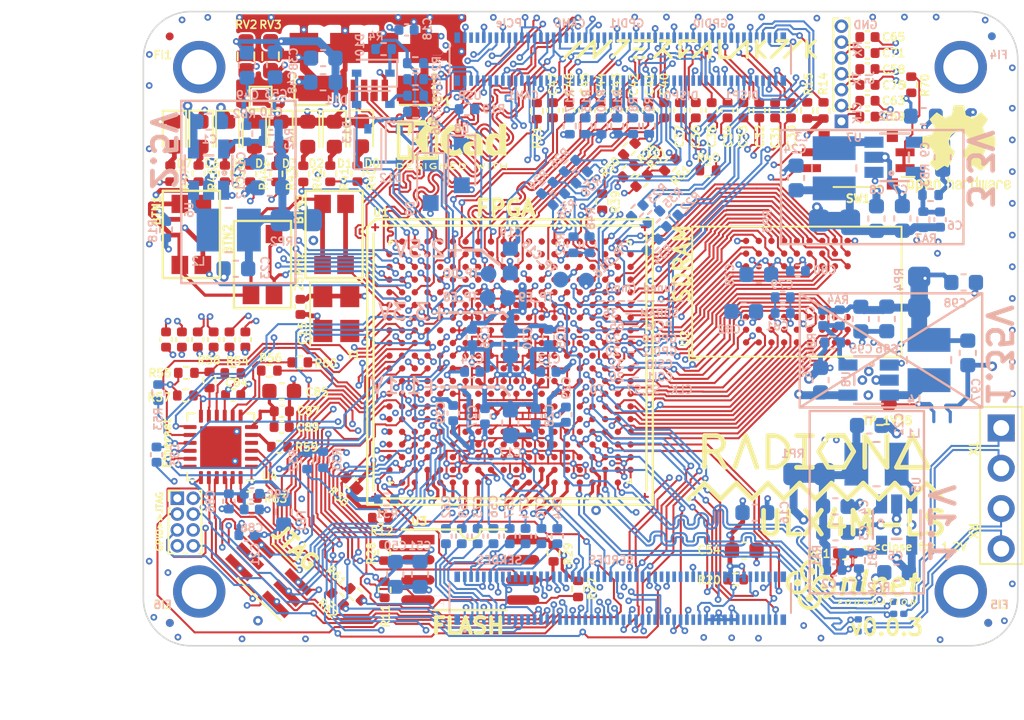
<source format=kicad_pcb>
(kicad_pcb (version 20171130) (host pcbnew 5.1.9+dfsg1-1+deb11u1)
  (title_block (title ULX4M-LS) (date 2022-10-01) (rev v0.0.3) (company "Intergalaktik d.o.o.") (comment 1 "License: CERN-OHL-S v2"))
  (layers (0 F.Cu signal) (1 GND1.Cu power) (2 In2signal.Cu signal) (3 POWER.Cu power) (4 GND2.Cu power) (31 B.Cu signal) (34 B.Paste user) (35 F.Paste user) (36 B.SilkS user) (37 F.SilkS user) (38 B.Mask user) (39 F.Mask user) (44 Edge.Cuts user))
  (net 0 "")
  (net 1 GND)
  (net 2 +5V)
  (net 3 /power/FB1)
  (net 4 +2V5)
  (net 5 /power/FB3)
  (net 6 /power/FB2)
  (net 7 /flash/FLASH_nWP)
  (net 8 /flash/FLASH_nHOLD)
  (net 9 /flash/FLASH_MOSI)
  (net 10 /flash/FLASH_MISO)
  (net 11 /flash/FLASH_SCK)
  (net 12 /flash/FLASH_nCS)
  (net 13 /flash/FPGA_PROGRAMN)
  (net 14 /flash/FPGA_DONE)
  (net 15 /flash/FPGA_INITN)
  (net 16 LED0)
  (net 17 LED1)
  (net 18 LED2)
  (net 19 LED3)
  (net 20 CLK_25MHz)
  (net 21 USB_FPGA_D+)
  (net 22 /blinkey/ALED0)
  (net 23 /blinkey/ALED1)
  (net 24 /blinkey/ALED2)
  (net 25 /blinkey/ALED3)
  (net 26 USB_FPGA_D-)
  (net 27 /power/P3V3)
  (net 28 /power/P2V5)
  (net 29 /power/L1)
  (net 30 /power/L3)
  (net 31 /power/L2)
  (net 32 /power/P1V1)
  (net 33 GN0)
  (net 34 GP3)
  (net 35 2V5_3V3)
  (net 36 HDMI0_TX2_P)
  (net 37 FPDI_D2+)
  (net 38 FPDI_D2-)
  (net 39 HDMI0_TX2_N)
  (net 40 HDMI0_TX1_P)
  (net 41 FPDI_D1+)
  (net 42 FPDI_D1-)
  (net 43 HDMI0_TX1_N)
  (net 44 HDMI0_TX0_P)
  (net 45 FPDI_D0+)
  (net 46 FPDI_D0-)
  (net 47 HDMI0_TX0_N)
  (net 48 HDMI0_CLK_P)
  (net 49 FPDI_CLK+)
  (net 50 FPDI_CLK-)
  (net 51 HDMI0_CLK_N)
  (net 52 CM4_1.8V)
  (net 53 CM4_3.3V)
  (net 54 USB_N)
  (net 55 USB_P)
  (net 56 HDMI1_HOTPLUG)
  (net 57 HDMI1_SDA)
  (net 58 HDMI1_TX2_P)
  (net 59 HDMI1_SCL)
  (net 60 HDMI1_TX2_N)
  (net 61 HDMI1_CEC)
  (net 62 HDMI1_TX1_P)
  (net 63 HDMI1_TX1_N)
  (net 64 HDMI1_TX0_P)
  (net 65 HDMI1_TX0_N)
  (net 66 HDMI1_CLK_P)
  (net 67 HDMI1_CLK_N)
  (net 68 USB_FPGA_PULL_D-)
  (net 69 GN3)
  (net 70 GP5)
  (net 71 USB_FPGA_PULL_D+)
  (net 72 GP0)
  (net 73 GN5)
  (net 74 GN4)
  (net 75 GP4)
  (net 76 HDMI0_CEC)
  (net 77 HDMI0_HOTPLUG)
  (net 78 HDMI0_SDA)
  (net 79 HDMI0_SCL)
  (net 80 PCIe_CLK_P)
  (net 81 PCIe_CLK_N)
  (net 82 PCIe_RX_P)
  (net 83 PCIe_RX_N)
  (net 84 PCIe_TX_P)
  (net 85 PCIe_TX_N)
  (net 86 /serdes/S_2_P)
  (net 87 /serdes/S_3_P)
  (net 88 /serdes/S_6_P)
  (net 89 /serdes/S_7_P)
  (net 90 /serdes/CLK_0_P)
  (net 91 /serdes/S_0_P)
  (net 92 /serdes/S_1_P)
  (net 93 /serdes/CLK_1_P)
  (net 94 /serdes/S_4_P)
  (net 95 /serdes/S_5_P)
  (net 96 /serdes/CLK_0_N)
  (net 97 /serdes/S_0_N)
  (net 98 /serdes/S_1_N)
  (net 99 /serdes/CLK_1_N)
  (net 100 /serdes/S_4_N)
  (net 101 /serdes/S_5_N)
  (net 102 /serdes/S_2_N)
  (net 103 /serdes/S_3_N)
  (net 104 /serdes/S_6_N)
  (net 105 /serdes/S_7_N)
  (net 106 GPIO12)
  (net 107 GPIO16)
  (net 108 GPIO20)
  (net 109 GPIO21)
  (net 110 PCIe_CLK_nREQ)
  (net 111 PCIe_nRST)
  (net 112 CAM0_D0_N)
  (net 113 CAM0_D0_P)
  (net 114 CAM0_D1_N)
  (net 115 CAM0_D1_P)
  (net 116 CAM0_C_N)
  (net 117 CAM0_C_P)
  (net 118 DSI0_D0_N)
  (net 119 DSI0_D0_P)
  (net 120 DSI0_D1_N)
  (net 121 DSI0_D1_P)
  (net 122 DSI0_C_N)
  (net 123 DSI0_C_P)
  (net 124 SD_PWR_ON)
  (net 125 GPIO9)
  (net 126 ETH_0P)
  (net 127 ETH_2P)
  (net 128 ETH_0N)
  (net 129 ETH_2N)
  (net 130 ETH_1N)
  (net 131 ETH_3N)
  (net 132 ETH_1P)
  (net 133 ETH_3P)
  (net 134 US2_ID)
  (net 135 BTN1)
  (net 136 BTN2)
  (net 137 GPIO2)
  (net 138 GPIO3)
  (net 139 GPIO14)
  (net 140 GPIO4)
  (net 141 GPIO15)
  (net 142 GPIO18)
  (net 143 GPIO23)
  (net 144 GPIO24)
  (net 145 GPIO25)
  (net 146 GPIO8)
  (net 147 GPIO7)
  (net 148 GPIO6)
  (net 149 GPIO13)
  (net 150 GPIO19)
  (net 151 GPIO26)
  (net 152 DSI1_D2_N)
  (net 153 DSI1_D3_N)
  (net 154 DSI1_D2_P)
  (net 155 DSI1_D3_P)
  (net 156 GPIO27)
  (net 157 CAM1_D0_N)
  (net 158 CAM1_D0_P)
  (net 159 CAM1_D1_N)
  (net 160 CAM1_D1_P)
  (net 161 CAM1_C_N)
  (net 162 CAM1_C_P)
  (net 163 "Net-(R22-Pad2)")
  (net 164 "Net-(R23-Pad2)")
  (net 165 "Net-(R24-Pad2)")
  (net 166 "Net-(R25-Pad2)")
  (net 167 "Net-(R26-Pad2)")
  (net 168 "Net-(R34-Pad1)")
  (net 169 "Net-(R35-Pad1)")
  (net 170 "Net-(R36-Pad1)")
  (net 171 "Net-(R37-Pad1)")
  (net 172 "Net-(R38-Pad1)")
  (net 173 "Net-(RC1-Pad1)")
  (net 174 /power/P1V35)
  (net 175 /power/FB4)
  (net 176 /power/L4)
  (net 177 Camera_GPIO)
  (net 178 SDA0)
  (net 179 SCL0)
  (net 180 GPIO17)
  (net 181 GPIO22)
  (net 182 GPIO10)
  (net 183 GPIO11)
  (net 184 ID_SD)
  (net 185 ID_SC)
  (net 186 GPIO5)
  (net 187 /blinkey/ALED4)
  (net 188 /blinkey/ALED5)
  (net 189 /blinkey/ALED6)
  (net 190 /blinkey/ALED7)
  (net 191 "Net-(D10-Pad1)")
  (net 192 "Net-(D11-Pad2)")
  (net 193 "Net-(D12-Pad1)")
  (net 194 "Net-(D13-Pad2)")
  (net 195 LED4)
  (net 196 LED5)
  (net 197 LED6)
  (net 198 LED7)
  (net 199 BTN3)
  (net 200 "Net-(BTN1-Pad1)")
  (net 201 /gpio/CAM0_D0_LP)
  (net 202 ETH_nLED1)
  (net 203 ETH_nLED2)
  (net 204 ETH_~RESET)
  (net 205 RGMII_RXD0)
  (net 206 RGMII_RXD1)
  (net 207 RGMII_RX_DV)
  (net 208 ETH_MDIO)
  (net 209 RGMII_TX_EN)
  (net 210 ETH_MDC)
  (net 211 RGMII_TXD0)
  (net 212 RGMII_TXD1)
  (net 213 RGMII_TX_CLK)
  (net 214 "Net-(R70-Pad2)")
  (net 215 SW1)
  (net 216 SW2)
  (net 217 "Net-(TP_E9-Pad1)")
  (net 218 "Net-(TP_E8-Pad1)")
  (net 219 "Net-(TP_D8-Pad1)")
  (net 220 "Net-(TP_C16-Pad1)")
  (net 221 "Net-(TP_D16-Pad1)")
  (net 222 +1V35)
  (net 223 SDRAM_A9)
  (net 224 SDRAM_A6)
  (net 225 SDRAM_DQM1)
  (net 226 SDRAM_A5)
  (net 227 SDRAM_A7)
  (net 228 SDRAM_nRAS)
  (net 229 SDRAM_DQM0)
  (net 230 SDRAM_D2)
  (net 231 SDRAM_BA0)
  (net 232 SDRAM_A12)
  (net 233 SDRAM_CKE)
  (net 234 SDRAM_D6)
  (net 235 SDRAM_D7)
  (net 236 SDRAM_D5)
  (net 237 SDRAM_D4)
  (net 238 SDRAM_CLK)
  (net 239 SDRAM_D1)
  (net 240 SDRAM_A1)
  (net 241 SDRAM_D3)
  (net 242 SDRAM_D13)
  (net 243 SDRAM_D8)
  (net 244 SDRAM_D12)
  (net 245 SDRAM_A10)
  (net 246 SDRAM_A11)
  (net 247 SDRAM_nCS)
  (net 248 SDRAM_nWE)
  (net 249 SDRAM_A4)
  (net 250 SDRAM_D15)
  (net 251 SDRAM_BA1)
  (net 252 SDRAM_nCAS)
  (net 253 SDRAM_D10)
  (net 254 SDRAM_A0)
  (net 255 SDRAM_D0)
  (net 256 SDRAM_D11)
  (net 257 SDRAM_D14)
  (net 258 SDRAM_A3)
  (net 259 SDRAM_A8)
  (net 260 SDRAM_A2)
  (net 261 SDRAM_D9)
  (net 262 nEXTRST)
  (net 263 GLOBAL_EN)
  (net 264 RUN_PG)
  (net 265 SD_D2)
  (net 266 SD_D1)
  (net 267 SD_D0)
  (net 268 SD_CMD)
  (net 269 SD_D3)
  (net 270 SD_CLK)
  (net 271 STX11P)
  (net 272 SRCLK1P)
  (net 273 SRX11P)
  (net 274 SRCLK1N)
  (net 275 SRX11N)
  (net 276 STX11N)
  (net 277 +1V1)
  (net 278 /ethernet/VDDCR)
  (net 279 +3.3VA)
  (net 280 "Net-(R54-Pad1)")
  (net 281 "Net-(R56-Pad1)")
  (net 282 "Net-(R58-Pad2)")
  (net 283 /ethernet/XTAL)
  (net 284 "Net-(R60-Pad1)")
  (net 285 /ethernet/ACTLED)
  (net 286 /ethernet/LINKLED)
  (net 287 /ethernet/RBIAS)
  (net 288 RGMII_REF_CLK)
  (net 289 JTAG_TDI)
  (net 290 JTAG_TCK)
  (net 291 JTAG_TMS)
  (net 292 JTAG_TDO)
  (net 293 /serdes/1N)
  (net 294 /serdes/1P)
  (net 295 /serdes/2N)
  (net 296 /serdes/2P)
  (module kicad:kicad2_8mm (layer F.Cu) (at 113.5 80.8)
    (fp_text reference G*** hide)
    (fp_text value LOGO hide)
  )
  (module Connector_PinHeader_1.00mm:PinHeader_2x04_P1.00mm_Vertical (layer F.Cu) (at 96.24 102.84)
    (fp_text reference J6 hide)
    (fp_text value GPIO>>JTAG (at -1.12 1.48 90) (layer F.SilkS) (effects (font (size 0.4 0.4) (thickness 0.1))))
    (pad 1 thru_hole rect (at 0 0) (size 0.85 0.85) (drill 0.5) (layers *.Cu *.Mask) (net 108 GPIO20))
    (pad 2 thru_hole oval (at 1 0) (size 0.85 0.85) (drill 0.5) (layers *.Cu *.Mask) (net 290 JTAG_TCK))
    (pad 3 thru_hole oval (at 0 1) (size 0.85 0.85) (drill 0.5) (layers *.Cu *.Mask) (net 106 GPIO12))
    (pad 4 thru_hole oval (at 1 1) (size 0.85 0.85) (drill 0.5) (layers *.Cu *.Mask) (net 289 JTAG_TDI))
    (pad 5 thru_hole oval (at 0 2) (size 0.85 0.85) (drill 0.5) (layers *.Cu *.Mask) (net 107 GPIO16))
    (pad 6 thru_hole oval (at 1 2) (size 0.85 0.85) (drill 0.5) (layers *.Cu *.Mask) (net 292 JTAG_TDO))
    (pad 7 thru_hole oval (at 0 3) (size 0.85 0.85) (drill 0.5) (layers *.Cu *.Mask) (net 109 GPIO21))
    (pad 8 thru_hole oval (at 1 3) (size 0.85 0.85) (drill 0.5) (layers *.Cu *.Mask) (net 291 JTAG_TMS))
  )
  (module Connector_PinHeader_1.00mm:PinHeader_1x07_P1.00mm_Vertical (layer F.Cu) (at 138.1 79.07 180)
    (fp_text reference J5 (at -1.79 2.74 90) (layer B.SilkS) (effects (font (size 0.5 0.5) (thickness 0.1)) (justify mirror)))
    (fp_text value SerDes)
    (pad 1 thru_hole rect (at 0 0 180) (size 0.85 0.85) (drill 0.5) (layers *.Cu *.Mask) (net 274 SRCLK1N))
    (pad 2 thru_hole oval (at 0 1 180) (size 0.85 0.85) (drill 0.5) (layers *.Cu *.Mask) (net 272 SRCLK1P))
    (pad 3 thru_hole oval (at 0 2 180) (size 0.85 0.85) (drill 0.5) (layers *.Cu *.Mask) (net 276 STX11N))
    (pad 4 thru_hole oval (at 0 3 180) (size 0.85 0.85) (drill 0.5) (layers *.Cu *.Mask) (net 271 STX11P))
    (pad 5 thru_hole oval (at 0 4 180) (size 0.85 0.85) (drill 0.5) (layers *.Cu *.Mask) (net 275 SRX11N))
    (pad 6 thru_hole oval (at 0 5 180) (size 0.85 0.85) (drill 0.5) (layers *.Cu *.Mask) (net 273 SRX11P))
    (pad 7 thru_hole oval (at 0 6 180) (size 0.85 0.85) (drill 0.5) (layers *.Cu *.Mask) (net 1 GND))
  )
  (module Button_Switch_SMD:SW_DIP_SPSTx02_Slide_Copal_CVS-02xB_W5.9mm_P1mm (layer F.Cu) (at 139.16 81.52 180)
    (fp_text reference SW1 (at 0.01 -2.42 180) (layer F.SilkS) (effects (font (size 0.5 0.5) (thickness 0.125))))
    (fp_text value SW_DIP_x02)
    (pad 5 smd rect (at 2.15 1.5 180) (size 0.7 0.7) (layers F.Cu F.Paste F.Mask))
    (pad 5 smd rect (at -2.15 1.5 180) (size 0.7 0.7) (layers F.Cu F.Paste F.Mask))
    (pad 5 smd rect (at 2.15 -1.5 180) (size 0.7 0.7) (layers F.Cu F.Paste F.Mask))
    (pad 5 smd rect (at -2.15 -1.5 180) (size 0.7 0.7) (layers F.Cu F.Paste F.Mask))
    (pad 4 smd rect (at 2.95 -0.5 180) (size 1.2 0.5) (layers F.Cu F.Paste F.Mask) (net 215 SW1))
    (pad 2 smd rect (at -2.95 0.5 180) (size 1.2 0.5) (layers F.Cu F.Paste F.Mask) (net 214 "Net-(R70-Pad2)"))
    (pad 3 smd rect (at 2.95 0.5 180) (size 1.2 0.5) (layers F.Cu F.Paste F.Mask) (net 216 SW2))
    (pad 1 smd rect (at -2.95 -0.5 180) (size 1.2 0.5) (layers F.Cu F.Paste F.Mask) (net 214 "Net-(R70-Pad2)"))
  )
  (module Resistor_SMD:R_0402_1005Metric (layer B.Cu) (at 138.76 108.4 180)
    (fp_text reference RC2 (at -1.69 -0.06 180) (layer B.SilkS) (effects (font (size 0.5 0.5) (thickness 0.1)) (justify mirror)))
    (fp_text value 91k)
    (pad 2 smd roundrect (at 0.51 0 180) (size 0.54 0.64) (layers B.Cu B.Paste B.Mask) (net 173 "Net-(RC1-Pad1)"))
    (pad 1 smd roundrect (at -0.51 0 180) (size 0.54 0.64) (layers B.Cu B.Paste B.Mask) (net 1 GND))
  )
  (module Resistor_SMD:R_0402_1005Metric (layer F.Cu) (at 138.35 106.32)
    (fp_text reference RC1 (at -1.69 0.02) (layer F.SilkS) (effects (font (size 0.5 0.5) (thickness 0.1))))
    (fp_text value *DNP)
    (pad 2 smd roundrect (at 0.51 0) (size 0.54 0.64) (layers F.Cu F.Paste F.Mask) (net 3 /power/FB1))
    (pad 1 smd roundrect (at -0.51 0) (size 0.54 0.64) (layers F.Cu F.Paste F.Mask) (net 173 "Net-(RC1-Pad1)"))
  )
  (module Resistor_SMD:R_0402_1005Metric (layer B.Cu) (at 137.544998 93.015001)
    (fp_text reference RB4 (at -1.304998 0.124999 90) (layer B.SilkS) (effects (font (size 0.5 0.5) (thickness 0.1)) (justify mirror)))
    (fp_text value 12k)
    (pad 2 smd roundrect (at 0.51 0) (size 0.54 0.64) (layers B.Cu B.Paste B.Mask) (net 175 /power/FB4))
    (pad 1 smd roundrect (at -0.51 0) (size 0.54 0.64) (layers B.Cu B.Paste B.Mask) (net 1 GND))
  )
  (module Resistor_SMD:R_0402_1005Metric (layer B.Cu) (at 143.715002 83.714999 180)
    (fp_text reference RB3 (at 0.345002 1.244999 90) (layer B.SilkS) (effects (font (size 0.5 0.5) (thickness 0.1)) (justify mirror)))
    (fp_text value 3k3)
    (pad 2 smd roundrect (at 0.51 0 180) (size 0.54 0.64) (layers B.Cu B.Paste B.Mask) (net 5 /power/FB3))
    (pad 1 smd roundrect (at -0.51 0 180) (size 0.54 0.64) (layers B.Cu B.Paste B.Mask) (net 1 GND))
  )
  (module Resistor_SMD:R_0402_1005Metric (layer B.Cu) (at 100.59 79.85 270)
    (fp_text reference RB2 (at -1.26 0.12 180) (layer B.SilkS) (effects (font (size 0.5 0.5) (thickness 0.1)) (justify mirror)))
    (fp_text value 4k7)
    (pad 2 smd roundrect (at 0.51 0 270) (size 0.54 0.64) (layers B.Cu B.Paste B.Mask) (net 6 /power/FB2))
    (pad 1 smd roundrect (at -0.51 0 270) (size 0.54 0.64) (layers B.Cu B.Paste B.Mask) (net 1 GND))
  )
  (module Resistor_SMD:R_0402_1005Metric (layer B.Cu) (at 139.200001 106.765 90)
    (fp_text reference RB1 (at 0.265 0.869999 270) (layer B.SilkS) (effects (font (size 0.5 0.5) (thickness 0.1)) (justify mirror)))
    (fp_text value 18k)
    (pad 2 smd roundrect (at 0.51 0 90) (size 0.54 0.64) (layers B.Cu B.Paste B.Mask) (net 3 /power/FB1))
    (pad 1 smd roundrect (at -0.51 0 90) (size 0.54 0.64) (layers B.Cu B.Paste B.Mask) (net 1 GND))
  )
  (module Resistor_SMD:R_0402_1005Metric (layer B.Cu) (at 137.99 91.46 270)
    (fp_text reference RA4 (at -1.13 0.11 180) (layer B.SilkS) (effects (font (size 0.5 0.5) (thickness 0.1)) (justify mirror)))
    (fp_text value 15k)
    (pad 2 smd roundrect (at 0.51 0 270) (size 0.54 0.64) (layers B.Cu B.Paste B.Mask) (net 175 /power/FB4))
    (pad 1 smd roundrect (at -0.51 0 270) (size 0.54 0.64) (layers B.Cu B.Paste B.Mask) (net 174 /power/P1V35))
  )
  (module Resistor_SMD:R_0402_1005Metric (layer B.Cu) (at 143.265001 85.275001 90)
    (fp_text reference RA3 (at -1.174999 0.144999 180) (layer B.SilkS) (effects (font (size 0.5 0.5) (thickness 0.1)) (justify mirror)))
    (fp_text value 15k)
    (pad 2 smd roundrect (at 0.51 0 90) (size 0.54 0.64) (layers B.Cu B.Paste B.Mask) (net 5 /power/FB3))
    (pad 1 smd roundrect (at -0.51 0 90) (size 0.54 0.64) (layers B.Cu B.Paste B.Mask) (net 27 /power/P3V3))
  )
  (module Resistor_SMD:R_0402_1005Metric (layer B.Cu) (at 102.15 80.3 180)
    (fp_text reference RA2 (at -1.15 0.12 90) (layer B.SilkS) (effects (font (size 0.5 0.5) (thickness 0.1)) (justify mirror)))
    (fp_text value 15k)
    (pad 2 smd roundrect (at 0.51 0 180) (size 0.54 0.64) (layers B.Cu B.Paste B.Mask) (net 6 /power/FB2))
    (pad 1 smd roundrect (at -0.51 0 180) (size 0.54 0.64) (layers B.Cu B.Paste B.Mask) (net 28 /power/P2V5))
  )
  (module Resistor_SMD:R_0402_1005Metric (layer B.Cu) (at 137.64 106.314999)
    (fp_text reference RA1 (at -1.09 0.165001 90) (layer B.SilkS) (effects (font (size 0.5 0.5) (thickness 0.1)) (justify mirror)))
    (fp_text value 15k)
    (pad 2 smd roundrect (at 0.51 0) (size 0.54 0.64) (layers B.Cu B.Paste B.Mask) (net 3 /power/FB1))
    (pad 1 smd roundrect (at -0.51 0) (size 0.54 0.64) (layers B.Cu B.Paste B.Mask) (net 32 /power/P1V1))
  )
  (module Resistor_SMD:R_0402_1005Metric (layer F.Cu) (at 95.8 82.36 90)
    (fp_text reference R47 (at -0.35 0.91 90) (layer F.SilkS) (effects (font (size 0.5 0.5) (thickness 0.1))))
    (fp_text value 300)
    (pad 2 smd roundrect (at 0.51 0 90) (size 0.54 0.64) (layers F.Cu F.Paste F.Mask) (net 190 /blinkey/ALED7))
    (pad 1 smd roundrect (at -0.51 0 90) (size 0.54 0.64) (layers F.Cu F.Paste F.Mask) (net 198 LED7))
  )
  (module Resistor_SMD:R_0402_1005Metric (layer F.Cu) (at 97.58 82.36 90)
    (fp_text reference R46 (at -0.36 0.88 90) (layer F.SilkS) (effects (font (size 0.5 0.5) (thickness 0.1))))
    (fp_text value 300)
    (pad 2 smd roundrect (at 0.51 0 90) (size 0.54 0.64) (layers F.Cu F.Paste F.Mask) (net 189 /blinkey/ALED6))
    (pad 1 smd roundrect (at -0.51 0 90) (size 0.54 0.64) (layers F.Cu F.Paste F.Mask) (net 197 LED6))
  )
  (module Resistor_SMD:R_0402_1005Metric (layer F.Cu) (at 99.24 82.36 90)
    (fp_text reference R45 (at -0.34 0.84 90) (layer F.SilkS) (effects (font (size 0.5 0.5) (thickness 0.1))))
    (fp_text value 300)
    (pad 2 smd roundrect (at 0.51 0 90) (size 0.54 0.64) (layers F.Cu F.Paste F.Mask) (net 188 /blinkey/ALED5))
    (pad 1 smd roundrect (at -0.51 0 90) (size 0.54 0.64) (layers F.Cu F.Paste F.Mask) (net 196 LED5))
  )
  (module Resistor_SMD:R_0402_1005Metric (layer F.Cu) (at 100.83 82.36 90)
    (fp_text reference R44 (at -0.34 0.86 90) (layer F.SilkS) (effects (font (size 0.5 0.5) (thickness 0.1))))
    (fp_text value 300)
    (pad 2 smd roundrect (at 0.51 0 90) (size 0.54 0.64) (layers F.Cu F.Paste F.Mask) (net 187 /blinkey/ALED4))
    (pad 1 smd roundrect (at -0.51 0 90) (size 0.54 0.64) (layers F.Cu F.Paste F.Mask) (net 195 LED4))
  )
  (module Resistor_SMD:R_0402_1005Metric (layer F.Cu) (at 102.485 82.38 90)
    (fp_text reference R43 (at -0.33 0.915 90) (layer F.SilkS) (effects (font (size 0.5 0.5) (thickness 0.1))))
    (fp_text value 300)
    (pad 2 smd roundrect (at 0.51 0 90) (size 0.54 0.64) (layers F.Cu F.Paste F.Mask) (net 25 /blinkey/ALED3))
    (pad 1 smd roundrect (at -0.51 0 90) (size 0.54 0.64) (layers F.Cu F.Paste F.Mask) (net 19 LED3))
  )
  (module Resistor_SMD:R_0402_1005Metric (layer F.Cu) (at 104.18 82.379999 90)
    (fp_text reference R42 (at -0.330001 0.9 90) (layer F.SilkS) (effects (font (size 0.5 0.5) (thickness 0.1))))
    (fp_text value 300)
    (pad 2 smd roundrect (at 0.51 0 90) (size 0.54 0.64) (layers F.Cu F.Paste F.Mask) (net 24 /blinkey/ALED2))
    (pad 1 smd roundrect (at -0.51 0 90) (size 0.54 0.64) (layers F.Cu F.Paste F.Mask) (net 18 LED2))
  )
  (module Resistor_SMD:R_0402_1005Metric (layer F.Cu) (at 105.88 82.37 90)
    (fp_text reference R41 (at -0.34 0.89 90) (layer F.SilkS) (effects (font (size 0.5 0.5) (thickness 0.1))))
    (fp_text value 300)
    (pad 2 smd roundrect (at 0.51 0 90) (size 0.54 0.64) (layers F.Cu F.Paste F.Mask) (net 23 /blinkey/ALED1))
    (pad 1 smd roundrect (at -0.51 0 90) (size 0.54 0.64) (layers F.Cu F.Paste F.Mask) (net 17 LED1))
  )
  (module Resistor_SMD:R_0402_1005Metric (layer F.Cu) (at 107.6 82.36 90)
    (fp_text reference R40 (at -0.35 0.87 90) (layer F.SilkS) (effects (font (size 0.5 0.5) (thickness 0.1))))
    (fp_text value 300)
    (pad 2 smd roundrect (at 0.51 0 90) (size 0.54 0.64) (layers F.Cu F.Paste F.Mask) (net 22 /blinkey/ALED0))
    (pad 1 smd roundrect (at -0.51 0 90) (size 0.54 0.64) (layers F.Cu F.Paste F.Mask) (net 16 LED0))
  )
  (module Resistor_SMD:R_0402_1005Metric (layer B.Cu) (at 105.43 100.41 270)
    (fp_text reference R33 (at -0.01 -0.88 90) (layer B.SilkS) (effects (font (size 0.5 0.5) (thickness 0.1)) (justify mirror)))
    (fp_text value 15k)
    (pad 2 smd roundrect (at 0.51 0 270) (size 0.54 0.64) (layers B.Cu B.Paste B.Mask) (net 15 /flash/FPGA_INITN))
    (pad 1 smd roundrect (at -0.51 0 270) (size 0.54 0.64) (layers B.Cu B.Paste B.Mask) (net 53 CM4_3.3V))
  )
  (module Resistor_SMD:R_0402_1005Metric (layer B.Cu) (at 104.43 100.49 270)
    (fp_text reference R32 (at -0.04 0.85 90) (layer B.SilkS) (effects (font (size 0.5 0.5) (thickness 0.1)) (justify mirror)))
    (fp_text value 15k)
    (pad 2 smd roundrect (at 0.51 0 270) (size 0.54 0.64) (layers B.Cu B.Paste B.Mask) (net 14 /flash/FPGA_DONE))
    (pad 1 smd roundrect (at -0.51 0 270) (size 0.54 0.64) (layers B.Cu B.Paste B.Mask) (net 53 CM4_3.3V))
  )
  (module Resistor_SMD:R_0402_1005Metric (layer B.Cu) (at 109.42 102.92)
    (fp_text reference R31 (at 0.02 0.9) (layer B.SilkS) (effects (font (size 0.5 0.5) (thickness 0.1)) (justify mirror)))
    (fp_text value 15k)
    (pad 2 smd roundrect (at 0.51 0) (size 0.54 0.64) (layers B.Cu B.Paste B.Mask) (net 13 /flash/FPGA_PROGRAMN))
    (pad 1 smd roundrect (at -0.51 0) (size 0.54 0.64) (layers B.Cu B.Paste B.Mask) (net 53 CM4_3.3V))
  )
  (module Resistor_SMD:R_0402_1005Metric (layer F.Cu) (at 107.24 101.91 135)
    (fp_text reference R30 (at 0 -1.17 135) (layer F.SilkS) (effects (font (size 0.5 0.5) (thickness 0.1))))
    (fp_text value 4k7)
    (pad 2 smd roundrect (at 0.51 0 135) (size 0.54 0.64) (layers F.Cu F.Paste F.Mask) (net 12 /flash/FLASH_nCS))
    (pad 1 smd roundrect (at -0.51 0 135) (size 0.54 0.64) (layers F.Cu F.Paste F.Mask) (net 53 CM4_3.3V))
  )
  (module Resistor_SMD:R_0402_1005Metric (layer F.Cu) (at 119.956 106.315001 270)
    (fp_text reference R29 (at 0.044999 -0.924 90) (layer F.SilkS) (effects (font (size 0.5 0.5) (thickness 0.1))))
    (fp_text value 1k)
    (pad 2 smd roundrect (at 0.51 0 270) (size 0.54 0.64) (layers F.Cu F.Paste F.Mask) (net 11 /flash/FLASH_SCK))
    (pad 1 smd roundrect (at -0.51 0 270) (size 0.54 0.64) (layers F.Cu F.Paste F.Mask) (net 53 CM4_3.3V))
  )
  (module Resistor_SMD:R_0402_1005Metric (layer F.Cu) (at 109.281 106.265 270)
    (fp_text reference R28 (at 0.065 0.821 90) (layer F.SilkS) (effects (font (size 0.5 0.5) (thickness 0.1))))
    (fp_text value 15k)
    (pad 2 smd roundrect (at 0.51 0 270) (size 0.54 0.64) (layers F.Cu F.Paste F.Mask) (net 10 /flash/FLASH_MISO))
    (pad 1 smd roundrect (at -0.51 0 270) (size 0.54 0.64) (layers F.Cu F.Paste F.Mask) (net 53 CM4_3.3V))
  )
  (module Resistor_SMD:R_0402_1005Metric (layer F.Cu) (at 121.5 108.56 270)
    (fp_text reference R27 (at -0.02 -0.89 90) (layer F.SilkS) (effects (font (size 0.5 0.5) (thickness 0.1))))
    (fp_text value 15k)
    (pad 2 smd roundrect (at 0.51 0 270) (size 0.54 0.64) (layers F.Cu F.Paste F.Mask) (net 9 /flash/FLASH_MOSI))
    (pad 1 smd roundrect (at -0.51 0 270) (size 0.54 0.64) (layers F.Cu F.Paste F.Mask) (net 53 CM4_3.3V))
  )
  (module Resistor_SMD:R_0402_1005Metric (layer B.Cu) (at 95.53 85.91 270)
    (fp_text reference R18 (at 0.07 0.83 90) (layer B.SilkS) (effects (font (size 0.5 0.5) (thickness 0.1)) (justify mirror)))
    (fp_text value 300)
    (pad 2 smd roundrect (at 0.51 0 270) (size 0.54 0.64) (layers B.Cu B.Paste B.Mask) (net 53 CM4_3.3V))
    (pad 1 smd roundrect (at -0.51 0 270) (size 0.54 0.64) (layers B.Cu B.Paste B.Mask) (net 200 "Net-(BTN1-Pad1)"))
  )
  (module Resistor_SMD:R_0402_1005Metric (layer F.Cu) (at 109.04 104.08 180)
    (fp_text reference R12 (at -0.09 -0.84) (layer F.SilkS) (effects (font (size 0.5 0.5) (thickness 0.1))))
    (fp_text value 15k)
    (pad 2 smd roundrect (at 0.51 0 180) (size 0.54 0.64) (layers F.Cu F.Paste F.Mask) (net 8 /flash/FLASH_nHOLD))
    (pad 1 smd roundrect (at -0.51 0 180) (size 0.54 0.64) (layers F.Cu F.Paste F.Mask) (net 53 CM4_3.3V))
  )
  (module Resistor_SMD:R_0402_1005Metric (layer F.Cu) (at 109.305999 108.615 90)
    (fp_text reference R11 (at -1.665 0.064001 90) (layer F.SilkS) (effects (font (size 0.5 0.5) (thickness 0.1))))
    (fp_text value 15k)
    (pad 2 smd roundrect (at 0.51 0 90) (size 0.54 0.64) (layers F.Cu F.Paste F.Mask) (net 7 /flash/FLASH_nWP))
    (pad 1 smd roundrect (at -0.51 0 90) (size 0.54 0.64) (layers F.Cu F.Paste F.Mask) (net 53 CM4_3.3V))
  )
  (module ecp5-dc-scm:Testpoint_smd_1mm (layer B.Cu) (at 115.8 90.1492)
    (fp_text reference TP_E8 (at -1.72 0.0008) (layer B.SilkS) (effects (font (size 0.5 0.5) (thickness 0.125)) (justify mirror)))
    (fp_text value E8 hide)
    (pad 1 smd circle (at 0 0.0508) (size 1 1) (layers B.Cu B.Mask) (net 218 "Net-(TP_E8-Pad1)"))
  )
  (module ecp5-dc-scm:Testpoint_smd_1mm (layer B.Cu) (at 115.85 88.64)
    (fp_text reference TP_D8 (at -1.72 0.03) (layer B.SilkS) (effects (font (size 0.5 0.5) (thickness 0.125)) (justify mirror)))
    (fp_text value D8 hide)
    (pad 1 smd circle (at 0 0.0508) (size 1 1) (layers B.Cu B.Mask) (net 219 "Net-(TP_D8-Pad1)"))
  )
  (module Connector_PinHeader_1.00mm:PinHeader_2x03_P1.00mm_Vertical_SMD (layer F.Cu) (at 102 107.66 135)
    (fp_text reference J3 hide)
    (fp_text value JTAG (at 0.021213 2.38295 135) (layer F.SilkS) (effects (font (thickness 0.25))))
    (pad 1 smd rect (at -1.65 -1 135) (size 2 0.5) (layers F.Cu F.Mask) (net 1 GND))
    (pad 2 smd rect (at 1.65 -1 135) (size 2 0.5) (layers F.Cu F.Mask) (net 53 CM4_3.3V))
    (pad 3 smd rect (at -1.65 0 135) (size 2 0.5) (layers F.Cu F.Mask) (net 289 JTAG_TDI))
    (pad 4 smd rect (at 1.65 0 135) (size 2 0.5) (layers F.Cu F.Mask) (net 290 JTAG_TCK))
    (pad 5 smd rect (at -1.65 1 135) (size 2 0.5) (layers F.Cu F.Mask) (net 291 JTAG_TMS))
    (pad 6 smd rect (at 1.65 1 135) (size 2 0.5) (layers F.Cu F.Mask) (net 292 JTAG_TDO))
  )
  (module Connector_PinHeader_2.54mm:PinHeader_1x04_P2.54mm_Vertical (layer F.Cu) (at 148.17 98.41)
    (fp_text reference J4 hide)
    (fp_text value Antenna)
    (pad 4 thru_hole oval (at 0 7.62) (size 1.7 1.7) (drill 1) (layers *.Cu *.Mask) (net 296 /serdes/2P))
    (pad 3 thru_hole oval (at 0 5.08) (size 1.7 1.7) (drill 1) (layers *.Cu *.Mask) (net 295 /serdes/2N))
    (pad 2 thru_hole oval (at 0 2.54) (size 1.7 1.7) (drill 1) (layers *.Cu *.Mask) (net 294 /serdes/1P))
    (pad 1 thru_hole rect (at 0 0) (size 1.7 1.7) (drill 1) (layers *.Cu *.Mask) (net 293 /serdes/1N))
  )
  (module Resistor_SMD:R_0402_1005Metric (layer F.Cu) (at 142.5 76.76 90)
    (fp_text reference R70 (at -0.04 0.87 90) (layer F.SilkS) (effects (font (size 0.5 0.5) (thickness 0.1))))
    (fp_text value 300)
    (pad 2 smd roundrect (at 0.51 0 90) (size 0.54 0.64) (layers F.Cu F.Paste F.Mask) (net 214 "Net-(R70-Pad2)"))
    (pad 1 smd roundrect (at -0.51 0 90) (size 0.54 0.64) (layers F.Cu F.Paste F.Mask) (net 53 CM4_3.3V))
  )
  (module lfe5bg381:BGA-381_pitch0.8mm_dia0.4mm (layer F.Cu) (at 117.21 94.25)
    (fp_text reference U1 (at -8.13 -9.44) (layer F.SilkS) (effects (font (size 0.5 0.5) (thickness 0.125))))
    (fp_text value LFE5U-85F-6BG381C hide)
    (pad Y19 smd circle (at 6.8 7.6) (size 0.4 0.4) (layers F.Cu F.Paste F.Mask) (net 93 /serdes/CLK_1_P))
    (pad Y17 smd circle (at 5.2 7.6) (size 0.4 0.4) (layers F.Cu F.Paste F.Mask) (net 101 /serdes/S_5_N))
    (pad Y16 smd circle (at 4.4 7.6) (size 0.4 0.4) (layers F.Cu F.Paste F.Mask) (net 95 /serdes/S_5_P))
    (pad Y15 smd circle (at 3.6 7.6) (size 0.4 0.4) (layers F.Cu F.Paste F.Mask) (net 100 /serdes/S_4_N))
    (pad Y14 smd circle (at 2.8 7.6) (size 0.4 0.4) (layers F.Cu F.Paste F.Mask) (net 94 /serdes/S_4_P))
    (pad Y12 smd circle (at 1.2 7.6) (size 0.4 0.4) (layers F.Cu F.Paste F.Mask) (net 96 /serdes/CLK_0_N))
    (pad Y11 smd circle (at 0.4 7.6) (size 0.4 0.4) (layers F.Cu F.Paste F.Mask) (net 90 /serdes/CLK_0_P))
    (pad Y8 smd circle (at -2 7.6) (size 0.4 0.4) (layers F.Cu F.Paste F.Mask) (net 98 /serdes/S_1_N))
    (pad Y7 smd circle (at -2.8 7.6) (size 0.4 0.4) (layers F.Cu F.Paste F.Mask) (net 92 /serdes/S_1_P))
    (pad Y6 smd circle (at -3.6 7.6) (size 0.4 0.4) (layers F.Cu F.Paste F.Mask) (net 97 /serdes/S_0_N))
    (pad Y5 smd circle (at -4.4 7.6) (size 0.4 0.4) (layers F.Cu F.Paste F.Mask) (net 91 /serdes/S_0_P))
    (pad Y3 smd circle (at -6 7.6) (size 0.4 0.4) (layers F.Cu F.Paste F.Mask) (net 14 /flash/FPGA_DONE))
    (pad Y2 smd circle (at -6.8 7.6) (size 0.4 0.4) (layers F.Cu F.Paste F.Mask) (net 7 /flash/FLASH_nWP))
    (pad W20 smd circle (at 7.6 6.8) (size 0.4 0.4) (layers F.Cu F.Paste F.Mask) (net 99 /serdes/CLK_1_N))
    (pad W19 smd circle (at 6.8 6.8) (size 0.4 0.4) (layers F.Cu F.Paste F.Mask) (net 1 GND))
    (pad W18 smd circle (at 6 6.8) (size 0.4 0.4) (layers F.Cu F.Paste F.Mask) (net 105 /serdes/S_7_N))
    (pad W17 smd circle (at 5.2 6.8) (size 0.4 0.4) (layers F.Cu F.Paste F.Mask) (net 89 /serdes/S_7_P))
    (pad W16 smd circle (at 4.4 6.8) (size 0.4 0.4) (layers F.Cu F.Paste F.Mask) (net 1 GND))
    (pad W15 smd circle (at 3.6 6.8) (size 0.4 0.4) (layers F.Cu F.Paste F.Mask) (net 1 GND))
    (pad W14 smd circle (at 2.8 6.8) (size 0.4 0.4) (layers F.Cu F.Paste F.Mask) (net 104 /serdes/S_6_N))
    (pad W13 smd circle (at 2 6.8) (size 0.4 0.4) (layers F.Cu F.Paste F.Mask) (net 88 /serdes/S_6_P))
    (pad W12 smd circle (at 1.2 6.8) (size 0.4 0.4) (layers F.Cu F.Paste F.Mask) (net 1 GND))
    (pad W11 smd circle (at 0.4 6.8) (size 0.4 0.4) (layers F.Cu F.Paste F.Mask))
    (pad W10 smd circle (at -0.4 6.8) (size 0.4 0.4) (layers F.Cu F.Paste F.Mask))
    (pad W9 smd circle (at -1.2 6.8) (size 0.4 0.4) (layers F.Cu F.Paste F.Mask) (net 103 /serdes/S_3_N))
    (pad W8 smd circle (at -2 6.8) (size 0.4 0.4) (layers F.Cu F.Paste F.Mask) (net 87 /serdes/S_3_P))
    (pad W7 smd circle (at -2.8 6.8) (size 0.4 0.4) (layers F.Cu F.Paste F.Mask) (net 1 GND))
    (pad W6 smd circle (at -3.6 6.8) (size 0.4 0.4) (layers F.Cu F.Paste F.Mask) (net 1 GND))
    (pad W5 smd circle (at -4.4 6.8) (size 0.4 0.4) (layers F.Cu F.Paste F.Mask) (net 102 /serdes/S_2_N))
    (pad W4 smd circle (at -5.2 6.8) (size 0.4 0.4) (layers F.Cu F.Paste F.Mask) (net 86 /serdes/S_2_P))
    (pad W3 smd circle (at -6 6.8) (size 0.4 0.4) (layers F.Cu F.Paste F.Mask) (net 13 /flash/FPGA_PROGRAMN))
    (pad W2 smd circle (at -6.8 6.8) (size 0.4 0.4) (layers F.Cu F.Paste F.Mask) (net 9 /flash/FLASH_MOSI))
    (pad W1 smd circle (at -7.6 6.8) (size 0.4 0.4) (layers F.Cu F.Paste F.Mask) (net 8 /flash/FLASH_nHOLD))
    (pad V20 smd circle (at 7.6 6) (size 0.4 0.4) (layers F.Cu F.Paste F.Mask) (net 1 GND))
    (pad V19 smd circle (at 6.8 6) (size 0.4 0.4) (layers F.Cu F.Paste F.Mask) (net 1 GND))
    (pad V18 smd circle (at 6 6) (size 0.4 0.4) (layers F.Cu F.Paste F.Mask) (net 4 +2V5))
    (pad V17 smd circle (at 5.2 6) (size 0.4 0.4) (layers F.Cu F.Paste F.Mask) (net 4 +2V5))
    (pad V16 smd circle (at 4.4 6) (size 0.4 0.4) (layers F.Cu F.Paste F.Mask) (net 1 GND))
    (pad V15 smd circle (at 3.6 6) (size 0.4 0.4) (layers F.Cu F.Paste F.Mask) (net 1 GND))
    (pad V14 smd circle (at 2.8 6) (size 0.4 0.4) (layers F.Cu F.Paste F.Mask) (net 1 GND))
    (pad V13 smd circle (at 2 6) (size 0.4 0.4) (layers F.Cu F.Paste F.Mask) (net 1 GND))
    (pad V12 smd circle (at 1.2 6) (size 0.4 0.4) (layers F.Cu F.Paste F.Mask) (net 1 GND))
    (pad V11 smd circle (at 0.4 6) (size 0.4 0.4) (layers F.Cu F.Paste F.Mask) (net 4 +2V5))
    (pad V10 smd circle (at -0.4 6) (size 0.4 0.4) (layers F.Cu F.Paste F.Mask) (net 4 +2V5))
    (pad V9 smd circle (at -1.2 6) (size 0.4 0.4) (layers F.Cu F.Paste F.Mask) (net 1 GND))
    (pad V8 smd circle (at -2 6) (size 0.4 0.4) (layers F.Cu F.Paste F.Mask) (net 1 GND))
    (pad V7 smd circle (at -2.8 6) (size 0.4 0.4) (layers F.Cu F.Paste F.Mask) (net 1 GND))
    (pad V6 smd circle (at -3.6 6) (size 0.4 0.4) (layers F.Cu F.Paste F.Mask) (net 1 GND))
    (pad V5 smd circle (at -4.4 6) (size 0.4 0.4) (layers F.Cu F.Paste F.Mask) (net 1 GND))
    (pad V4 smd circle (at -5.2 6) (size 0.4 0.4) (layers F.Cu F.Paste F.Mask) (net 292 JTAG_TDO))
    (pad V3 smd circle (at -6 6) (size 0.4 0.4) (layers F.Cu F.Paste F.Mask) (net 15 /flash/FPGA_INITN))
    (pad V2 smd circle (at -6.8 6) (size 0.4 0.4) (layers F.Cu F.Paste F.Mask) (net 10 /flash/FLASH_MISO))
    (pad V1 smd circle (at -7.6 6) (size 0.4 0.4) (layers F.Cu F.Paste F.Mask) (net 151 GPIO26))
    (pad U20 smd circle (at 7.6 5.2) (size 0.4 0.4) (layers F.Cu F.Paste F.Mask) (net 262 nEXTRST))
    (pad U19 smd circle (at 6.8 5.2) (size 0.4 0.4) (layers F.Cu F.Paste F.Mask) (net 177 Camera_GPIO))
    (pad U18 smd circle (at 6 5.2) (size 0.4 0.4) (layers F.Cu F.Paste F.Mask) (net 263 GLOBAL_EN))
    (pad U17 smd circle (at 5.2 5.2) (size 0.4 0.4) (layers F.Cu F.Paste F.Mask) (net 179 SCL0))
    (pad U16 smd circle (at 4.4 5.2) (size 0.4 0.4) (layers F.Cu F.Paste F.Mask) (net 264 RUN_PG))
    (pad U15 smd circle (at 3.6 5.2) (size 0.4 0.4) (layers F.Cu F.Paste F.Mask) (net 277 +1V1))
    (pad U14 smd circle (at 2.8 5.2) (size 0.4 0.4) (layers F.Cu F.Paste F.Mask) (net 1 GND))
    (pad U13 smd circle (at 2 5.2) (size 0.4 0.4) (layers F.Cu F.Paste F.Mask) (net 1 GND))
    (pad U12 smd circle (at 1.2 5.2) (size 0.4 0.4) (layers F.Cu F.Paste F.Mask) (net 1 GND))
    (pad U11 smd circle (at 0.4 5.2) (size 0.4 0.4) (layers F.Cu F.Paste F.Mask) (net 1 GND))
    (pad U10 smd circle (at -0.4 5.2) (size 0.4 0.4) (layers F.Cu F.Paste F.Mask) (net 1 GND))
    (pad U9 smd circle (at -1.2 5.2) (size 0.4 0.4) (layers F.Cu F.Paste F.Mask) (net 1 GND))
    (pad U8 smd circle (at -2 5.2) (size 0.4 0.4) (layers F.Cu F.Paste F.Mask) (net 1 GND))
    (pad U7 smd circle (at -2.8 5.2) (size 0.4 0.4) (layers F.Cu F.Paste F.Mask) (net 1 GND))
    (pad U6 smd circle (at -3.6 5.2) (size 0.4 0.4) (layers F.Cu F.Paste F.Mask) (net 277 +1V1))
    (pad U5 smd circle (at -4.4 5.2) (size 0.4 0.4) (layers F.Cu F.Paste F.Mask) (net 291 JTAG_TMS))
    (pad U4 smd circle (at -5.2 5.2) (size 0.4 0.4) (layers F.Cu F.Paste F.Mask) (net 1 GND))
    (pad U3 smd circle (at -6 5.2) (size 0.4 0.4) (layers F.Cu F.Paste F.Mask) (net 11 /flash/FLASH_SCK))
    (pad U2 smd circle (at -6.8 5.2) (size 0.4 0.4) (layers F.Cu F.Paste F.Mask) (net 53 CM4_3.3V))
    (pad U1 smd circle (at -7.6 5.2) (size 0.4 0.4) (layers F.Cu F.Paste F.Mask) (net 150 GPIO19))
    (pad T20 smd circle (at 7.6 4.4) (size 0.4 0.4) (layers F.Cu F.Paste F.Mask) (net 259 SDRAM_A8))
    (pad T19 smd circle (at 6.8 4.4) (size 0.4 0.4) (layers F.Cu F.Paste F.Mask) (net 249 SDRAM_A4))
    (pad T18 smd circle (at 6 4.4) (size 0.4 0.4) (layers F.Cu F.Paste F.Mask) (net 226 SDRAM_A5))
    (pad T17 smd circle (at 5.2 4.4) (size 0.4 0.4) (layers F.Cu F.Paste F.Mask) (net 178 SDA0))
    (pad T16 smd circle (at 4.4 4.4) (size 0.4 0.4) (layers F.Cu F.Paste F.Mask))
    (pad T15 smd circle (at 3.6 4.4) (size 0.4 0.4) (layers F.Cu F.Paste F.Mask) (net 277 +1V1))
    (pad T14 smd circle (at 2.8 4.4) (size 0.4 0.4) (layers F.Cu F.Paste F.Mask) (net 277 +1V1))
    (pad T13 smd circle (at 2 4.4) (size 0.4 0.4) (layers F.Cu F.Paste F.Mask) (net 277 +1V1))
    (pad T12 smd circle (at 1.2 4.4) (size 0.4 0.4) (layers F.Cu F.Paste F.Mask) (net 277 +1V1))
    (pad T11 smd circle (at 0.4 4.4) (size 0.4 0.4) (layers F.Cu F.Paste F.Mask) (net 277 +1V1))
    (pad T10 smd circle (at -0.4 4.4) (size 0.4 0.4) (layers F.Cu F.Paste F.Mask) (net 277 +1V1))
    (pad T9 smd circle (at -1.2 4.4) (size 0.4 0.4) (layers F.Cu F.Paste F.Mask) (net 277 +1V1))
    (pad T8 smd circle (at -2 4.4) (size 0.4 0.4) (layers F.Cu F.Paste F.Mask) (net 277 +1V1))
    (pad T7 smd circle (at -2.8 4.4) (size 0.4 0.4) (layers F.Cu F.Paste F.Mask) (net 277 +1V1))
    (pad T6 smd circle (at -3.6 4.4) (size 0.4 0.4) (layers F.Cu F.Paste F.Mask) (net 277 +1V1))
    (pad T5 smd circle (at -4.4 4.4) (size 0.4 0.4) (layers F.Cu F.Paste F.Mask) (net 290 JTAG_TCK))
    (pad T4 smd circle (at -5.2 4.4) (size 0.4 0.4) (layers F.Cu F.Paste F.Mask) (net 53 CM4_3.3V))
    (pad T3 smd circle (at -6 4.4) (size 0.4 0.4) (layers F.Cu F.Paste F.Mask) (net 53 CM4_3.3V))
    (pad T2 smd circle (at -6.8 4.4) (size 0.4 0.4) (layers F.Cu F.Paste F.Mask) (net 53 CM4_3.3V))
    (pad T1 smd circle (at -7.6 4.4) (size 0.4 0.4) (layers F.Cu F.Paste F.Mask) (net 149 GPIO13))
    (pad R20 smd circle (at 7.6 3.6) (size 0.4 0.4) (layers F.Cu F.Paste F.Mask) (net 232 SDRAM_A12))
    (pad R19 smd circle (at 6.8 3.6) (size 0.4 0.4) (layers F.Cu F.Paste F.Mask) (net 1 GND))
    (pad R18 smd circle (at 6 3.6) (size 0.4 0.4) (layers F.Cu F.Paste F.Mask))
    (pad R17 smd circle (at 5.2 3.6) (size 0.4 0.4) (layers F.Cu F.Paste F.Mask) (net 156 GPIO27))
    (pad R16 smd circle (at 4.4 3.6) (size 0.4 0.4) (layers F.Cu F.Paste F.Mask) (net 266 SD_D1))
    (pad R5 smd circle (at -4.4 3.6) (size 0.4 0.4) (layers F.Cu F.Paste F.Mask) (net 289 JTAG_TDI))
    (pad R4 smd circle (at -5.2 3.6) (size 0.4 0.4) (layers F.Cu F.Paste F.Mask) (net 1 GND))
    (pad R3 smd circle (at -6 3.6) (size 0.4 0.4) (layers F.Cu F.Paste F.Mask))
    (pad R2 smd circle (at -6.8 3.6) (size 0.4 0.4) (layers F.Cu F.Paste F.Mask) (net 12 /flash/FLASH_nCS))
    (pad R1 smd circle (at -7.6 3.6) (size 0.4 0.4) (layers F.Cu F.Paste F.Mask) (net 148 GPIO6))
    (pad P20 smd circle (at 7.6 2.8) (size 0.4 0.4) (layers F.Cu F.Paste F.Mask) (net 225 SDRAM_DQM1))
    (pad P19 smd circle (at 6.8 2.8) (size 0.4 0.4) (layers F.Cu F.Paste F.Mask) (net 243 SDRAM_D8))
    (pad P18 smd circle (at 6 2.8) (size 0.4 0.4) (layers F.Cu F.Paste F.Mask) (net 227 SDRAM_A7))
    (pad P17 smd circle (at 5.2 2.8) (size 0.4 0.4) (layers F.Cu F.Paste F.Mask) (net 138 GPIO3))
    (pad P16 smd circle (at 4.4 2.8) (size 0.4 0.4) (layers F.Cu F.Paste F.Mask) (net 140 GPIO4))
    (pad P15 smd circle (at 3.6 2.8) (size 0.4 0.4) (layers F.Cu F.Paste F.Mask) (net 4 +2V5))
    (pad P14 smd circle (at 2.8 2.8) (size 0.4 0.4) (layers F.Cu F.Paste F.Mask) (net 1 GND))
    (pad P13 smd circle (at 2 2.8) (size 0.4 0.4) (layers F.Cu F.Paste F.Mask) (net 1 GND))
    (pad P12 smd circle (at 1.2 2.8) (size 0.4 0.4) (layers F.Cu F.Paste F.Mask) (net 1 GND))
    (pad P11 smd circle (at 0.4 2.8) (size 0.4 0.4) (layers F.Cu F.Paste F.Mask) (net 1 GND))
    (pad P10 smd circle (at -0.4 2.8) (size 0.4 0.4) (layers F.Cu F.Paste F.Mask) (net 53 CM4_3.3V))
    (pad P9 smd circle (at -1.2 2.8) (size 0.4 0.4) (layers F.Cu F.Paste F.Mask) (net 53 CM4_3.3V))
    (pad P8 smd circle (at -2 2.8) (size 0.4 0.4) (layers F.Cu F.Paste F.Mask) (net 1 GND))
    (pad P7 smd circle (at -2.8 2.8) (size 0.4 0.4) (layers F.Cu F.Paste F.Mask) (net 1 GND))
    (pad P6 smd circle (at -3.6 2.8) (size 0.4 0.4) (layers F.Cu F.Paste F.Mask) (net 4 +2V5))
    (pad P5 smd circle (at -4.4 2.8) (size 0.4 0.4) (layers F.Cu F.Paste F.Mask) (net 145 GPIO25))
    (pad P4 smd circle (at -5.2 2.8) (size 0.4 0.4) (layers F.Cu F.Paste F.Mask) (net 146 GPIO8))
    (pad P3 smd circle (at -6 2.8) (size 0.4 0.4) (layers F.Cu F.Paste F.Mask) (net 147 GPIO7))
    (pad P2 smd circle (at -6.8 2.8) (size 0.4 0.4) (layers F.Cu F.Paste F.Mask) (net 269 SD_D3))
    (pad P1 smd circle (at -7.6 2.8) (size 0.4 0.4) (layers F.Cu F.Paste F.Mask) (net 268 SD_CMD))
    (pad N20 smd circle (at 7.6 2) (size 0.4 0.4) (layers F.Cu F.Paste F.Mask) (net 256 SDRAM_D11))
    (pad N19 smd circle (at 6.8 2) (size 0.4 0.4) (layers F.Cu F.Paste F.Mask) (net 244 SDRAM_D12))
    (pad N18 smd circle (at 6 2) (size 0.4 0.4) (layers F.Cu F.Paste F.Mask) (net 139 GPIO14))
    (pad N17 smd circle (at 5.2 2) (size 0.4 0.4) (layers F.Cu F.Paste F.Mask) (net 261 SDRAM_D9))
    (pad N16 smd circle (at 4.4 2) (size 0.4 0.4) (layers F.Cu F.Paste F.Mask) (net 141 GPIO15))
    (pad N15 smd circle (at 3.6 2) (size 0.4 0.4) (layers F.Cu F.Paste F.Mask) (net 1 GND))
    (pad N14 smd circle (at 2.8 2) (size 0.4 0.4) (layers F.Cu F.Paste F.Mask) (net 1 GND))
    (pad N13 smd circle (at 2 2) (size 0.4 0.4) (layers F.Cu F.Paste F.Mask) (net 277 +1V1))
    (pad N12 smd circle (at 1.2 2) (size 0.4 0.4) (layers F.Cu F.Paste F.Mask) (net 277 +1V1))
    (pad N11 smd circle (at 0.4 2) (size 0.4 0.4) (layers F.Cu F.Paste F.Mask) (net 277 +1V1))
    (pad N10 smd circle (at -0.4 2) (size 0.4 0.4) (layers F.Cu F.Paste F.Mask) (net 277 +1V1))
    (pad N9 smd circle (at -1.2 2) (size 0.4 0.4) (layers F.Cu F.Paste F.Mask) (net 277 +1V1))
    (pad N8 smd circle (at -2 2) (size 0.4 0.4) (layers F.Cu F.Paste F.Mask) (net 277 +1V1))
    (pad N7 smd circle (at -2.8 2) (size 0.4 0.4) (layers F.Cu F.Paste F.Mask) (net 1 GND))
    (pad N6 smd circle (at -3.6 2) (size 0.4 0.4) (layers F.Cu F.Paste F.Mask) (net 1 GND))
    (pad N5 smd circle (at -4.4 2) (size 0.4 0.4) (layers F.Cu F.Paste F.Mask) (net 142 GPIO18))
    (pad N4 smd circle (at -5.2 2) (size 0.4 0.4) (layers F.Cu F.Paste F.Mask) (net 143 GPIO23))
    (pad N3 smd circle (at -6 2) (size 0.4 0.4) (layers F.Cu F.Paste F.Mask) (net 144 GPIO24))
    (pad N2 smd circle (at -6.8 2) (size 0.4 0.4) (layers F.Cu F.Paste F.Mask) (net 183 GPIO11))
    (pad N1 smd circle (at -7.6 2) (size 0.4 0.4) (layers F.Cu F.Paste F.Mask) (net 186 GPIO5))
    (pad M20 smd circle (at 7.6 1.2) (size 0.4 0.4) (layers F.Cu F.Paste F.Mask) (net 242 SDRAM_D13))
    (pad M19 smd circle (at 6.8 1.2) (size 0.4 0.4) (layers F.Cu F.Paste F.Mask) (net 257 SDRAM_D14))
    (pad M18 smd circle (at 6 1.2) (size 0.4 0.4) (layers F.Cu F.Paste F.Mask) (net 253 SDRAM_D10))
    (pad M17 smd circle (at 5.2 1.2) (size 0.4 0.4) (layers F.Cu F.Paste F.Mask) (net 137 GPIO2))
    (pad M16 smd circle (at 4.4 1.2) (size 0.4 0.4) (layers F.Cu F.Paste F.Mask) (net 1 GND))
    (pad M15 smd circle (at 3.6 1.2) (size 0.4 0.4) (layers F.Cu F.Paste F.Mask) (net 53 CM4_3.3V))
    (pad M14 smd circle (at 2.8 1.2) (size 0.4 0.4) (layers F.Cu F.Paste F.Mask) (net 1 GND))
    (pad M13 smd circle (at 2 1.2) (size 0.4 0.4) (layers F.Cu F.Paste F.Mask) (net 277 +1V1))
    (pad M12 smd circle (at 1.2 1.2) (size 0.4 0.4) (layers F.Cu F.Paste F.Mask) (net 1 GND))
    (pad M11 smd circle (at 0.4 1.2) (size 0.4 0.4) (layers F.Cu F.Paste F.Mask) (net 1 GND))
    (pad M10 smd circle (at -0.4 1.2) (size 0.4 0.4) (layers F.Cu F.Paste F.Mask) (net 1 GND))
    (pad M9 smd circle (at -1.2 1.2) (size 0.4 0.4) (layers F.Cu F.Paste F.Mask) (net 1 GND))
    (pad M8 smd circle (at -2 1.2) (size 0.4 0.4) (layers F.Cu F.Paste F.Mask) (net 277 +1V1))
    (pad M7 smd circle (at -2.8 1.2) (size 0.4 0.4) (layers F.Cu F.Paste F.Mask) (net 1 GND))
    (pad M6 smd circle (at -3.6 1.2) (size 0.4 0.4) (layers F.Cu F.Paste F.Mask) (net 53 CM4_3.3V))
    (pad M5 smd circle (at -4.4 1.2) (size 0.4 0.4) (layers F.Cu F.Paste F.Mask))
    (pad M4 smd circle (at -5.2 1.2) (size 0.4 0.4) (layers F.Cu F.Paste F.Mask))
    (pad M3 smd circle (at -6 1.2) (size 0.4 0.4) (layers F.Cu F.Paste F.Mask) (net 181 GPIO22))
    (pad M2 smd circle (at -6.8 1.2) (size 0.4 0.4) (layers F.Cu F.Paste F.Mask) (net 1 GND))
    (pad M1 smd circle (at -7.6 1.2) (size 0.4 0.4) (layers F.Cu F.Paste F.Mask))
    (pad L20 smd circle (at 7.6 0.4) (size 0.4 0.4) (layers F.Cu F.Paste F.Mask) (net 238 SDRAM_CLK))
    (pad L19 smd circle (at 6.8 0.4) (size 0.4 0.4) (layers F.Cu F.Paste F.Mask) (net 223 SDRAM_A9))
    (pad L18 smd circle (at 6 0.4) (size 0.4 0.4) (layers F.Cu F.Paste F.Mask) (net 215 SW1))
    (pad L17 smd circle (at 5.2 0.4) (size 0.4 0.4) (layers F.Cu F.Paste F.Mask) (net 250 SDRAM_D15))
    (pad L16 smd circle (at 4.4 0.4) (size 0.4 0.4) (layers F.Cu F.Paste F.Mask) (net 251 SDRAM_BA1))
    (pad L15 smd circle (at 3.6 0.4) (size 0.4 0.4) (layers F.Cu F.Paste F.Mask) (net 53 CM4_3.3V))
    (pad L14 smd circle (at 2.8 0.4) (size 0.4 0.4) (layers F.Cu F.Paste F.Mask) (net 53 CM4_3.3V))
    (pad L13 smd circle (at 2 0.4) (size 0.4 0.4) (layers F.Cu F.Paste F.Mask) (net 277 +1V1))
    (pad L12 smd circle (at 1.2 0.4) (size 0.4 0.4) (layers F.Cu F.Paste F.Mask) (net 1 GND))
    (pad L11 smd circle (at 0.4 0.4) (size 0.4 0.4) (layers F.Cu F.Paste F.Mask) (net 1 GND))
    (pad L10 smd circle (at -0.4 0.4) (size 0.4 0.4) (layers F.Cu F.Paste F.Mask) (net 1 GND))
    (pad L9 smd circle (at -1.2 0.4) (size 0.4 0.4) (layers F.Cu F.Paste F.Mask) (net 1 GND))
    (pad L8 smd circle (at -2 0.4) (size 0.4 0.4) (layers F.Cu F.Paste F.Mask) (net 277 +1V1))
    (pad L7 smd circle (at -2.8 0.4) (size 0.4 0.4) (layers F.Cu F.Paste F.Mask) (net 53 CM4_3.3V))
    (pad L6 smd circle (at -3.6 0.4) (size 0.4 0.4) (layers F.Cu F.Paste F.Mask) (net 53 CM4_3.3V))
    (pad L5 smd circle (at -4.4 0.4) (size 0.4 0.4) (layers F.Cu F.Paste F.Mask) (net 125 GPIO9))
    (pad L4 smd circle (at -5.2 0.4) (size 0.4 0.4) (layers F.Cu F.Paste F.Mask) (net 109 GPIO21))
    (pad L3 smd circle (at -6 0.4) (size 0.4 0.4) (layers F.Cu F.Paste F.Mask) (net 108 GPIO20))
    (pad L2 smd circle (at -6.8 0.4) (size 0.4 0.4) (layers F.Cu F.Paste F.Mask) (net 106 GPIO12))
    (pad L1 smd circle (at -7.6 0.4) (size 0.4 0.4) (layers F.Cu F.Paste F.Mask) (net 107 GPIO16))
    (pad K20 smd circle (at 7.6 -0.4) (size 0.4 0.4) (layers F.Cu F.Paste F.Mask) (net 50 FPDI_CLK-))
    (pad K19 smd circle (at 6.8 -0.4) (size 0.4 0.4) (layers F.Cu F.Paste F.Mask) (net 246 SDRAM_A11))
    (pad K18 smd circle (at 6 -0.4) (size 0.4 0.4) (layers F.Cu F.Paste F.Mask) (net 216 SW2))
    (pad K17 smd circle (at 5.2 -0.4) (size 0.4 0.4) (layers F.Cu F.Paste F.Mask))
    (pad K16 smd circle (at 4.4 -0.4) (size 0.4 0.4) (layers F.Cu F.Paste F.Mask))
    (pad K15 smd circle (at 3.6 -0.4) (size 0.4 0.4) (layers F.Cu F.Paste F.Mask) (net 1 GND))
    (pad K14 smd circle (at 2.8 -0.4) (size 0.4 0.4) (layers F.Cu F.Paste F.Mask) (net 1 GND))
    (pad K13 smd circle (at 2 -0.4) (size 0.4 0.4) (layers F.Cu F.Paste F.Mask) (net 277 +1V1))
    (pad K12 smd circle (at 1.2 -0.4) (size 0.4 0.4) (layers F.Cu F.Paste F.Mask) (net 1 GND))
    (pad K11 smd circle (at 0.4 -0.4) (size 0.4 0.4) (layers F.Cu F.Paste F.Mask) (net 1 GND))
    (pad K10 smd circle (at -0.4 -0.4) (size 0.4 0.4) (layers F.Cu F.Paste F.Mask) (net 1 GND))
    (pad K9 smd circle (at -1.2 -0.4) (size 0.4 0.4) (layers F.Cu F.Paste F.Mask) (net 1 GND))
    (pad K8 smd circle (at -2 -0.4) (size 0.4 0.4) (layers F.Cu F.Paste F.Mask) (net 277 +1V1))
    (pad K7 smd circle (at -2.8 -0.4) (size 0.4 0.4) (layers F.Cu F.Paste F.Mask) (net 1 GND))
    (pad K6 smd circle (at -3.6 -0.4) (size 0.4 0.4) (layers F.Cu F.Paste F.Mask) (net 1 GND))
    (pad K5 smd circle (at -4.4 -0.4) (size 0.4 0.4) (layers F.Cu F.Paste F.Mask) (net 211 RGMII_TXD0))
    (pad K4 smd circle (at -5.2 -0.4) (size 0.4 0.4) (layers F.Cu F.Paste F.Mask) (net 182 GPIO10))
    (pad K3 smd circle (at -6 -0.4) (size 0.4 0.4) (layers F.Cu F.Paste F.Mask) (net 209 RGMII_TX_EN))
    (pad K2 smd circle (at -6.8 -0.4) (size 0.4 0.4) (layers F.Cu F.Paste F.Mask) (net 206 RGMII_RXD1))
    (pad K1 smd circle (at -7.6 -0.4) (size 0.4 0.4) (layers F.Cu F.Paste F.Mask) (net 205 RGMII_RXD0))
    (pad J20 smd circle (at 7.6 -1.2) (size 0.4 0.4) (layers F.Cu F.Paste F.Mask) (net 49 FPDI_CLK+))
    (pad J19 smd circle (at 6.8 -1.2) (size 0.4 0.4) (layers F.Cu F.Paste F.Mask) (net 231 SDRAM_BA0))
    (pad J18 smd circle (at 6 -1.2) (size 0.4 0.4) (layers F.Cu F.Paste F.Mask) (net 255 SDRAM_D0))
    (pad J17 smd circle (at 5.2 -1.2) (size 0.4 0.4) (layers F.Cu F.Paste F.Mask) (net 233 SDRAM_CKE))
    (pad J16 smd circle (at 4.4 -1.2) (size 0.4 0.4) (layers F.Cu F.Paste F.Mask) (net 224 SDRAM_A6))
    (pad J15 smd circle (at 3.6 -1.2) (size 0.4 0.4) (layers F.Cu F.Paste F.Mask) (net 53 CM4_3.3V))
    (pad J14 smd circle (at 2.8 -1.2) (size 0.4 0.4) (layers F.Cu F.Paste F.Mask) (net 1 GND))
    (pad J13 smd circle (at 2 -1.2) (size 0.4 0.4) (layers F.Cu F.Paste F.Mask) (net 277 +1V1))
    (pad J12 smd circle (at 1.2 -1.2) (size 0.4 0.4) (layers F.Cu F.Paste F.Mask) (net 1 GND))
    (pad J11 smd circle (at 0.4 -1.2) (size 0.4 0.4) (layers F.Cu F.Paste F.Mask) (net 1 GND))
    (pad J10 smd circle (at -0.4 -1.2) (size 0.4 0.4) (layers F.Cu F.Paste F.Mask) (net 1 GND))
    (pad J9 smd circle (at -1.2 -1.2) (size 0.4 0.4) (layers F.Cu F.Paste F.Mask) (net 1 GND))
    (pad J8 smd circle (at -2 -1.2) (size 0.4 0.4) (layers F.Cu F.Paste F.Mask) (net 277 +1V1))
    (pad J7 smd circle (at -2.8 -1.2) (size 0.4 0.4) (layers F.Cu F.Paste F.Mask) (net 1 GND))
    (pad J6 smd circle (at -3.6 -1.2) (size 0.4 0.4) (layers F.Cu F.Paste F.Mask) (net 35 2V5_3V3))
    (pad J5 smd circle (at -4.4 -1.2) (size 0.4 0.4) (layers F.Cu F.Paste F.Mask) (net 210 ETH_MDC))
    (pad J4 smd circle (at -5.2 -1.2) (size 0.4 0.4) (layers F.Cu F.Paste F.Mask) (net 212 RGMII_TXD1))
    (pad J3 smd circle (at -6 -1.2) (size 0.4 0.4) (layers F.Cu F.Paste F.Mask) (net 185 ID_SC))
    (pad J2 smd circle (at -6.8 -1.2) (size 0.4 0.4) (layers F.Cu F.Paste F.Mask) (net 1 GND))
    (pad J1 smd circle (at -7.6 -1.2) (size 0.4 0.4) (layers F.Cu F.Paste F.Mask) (net 207 RGMII_RX_DV))
    (pad H20 smd circle (at 7.6 -2) (size 0.4 0.4) (layers F.Cu F.Paste F.Mask) (net 252 SDRAM_nCAS))
    (pad H19 smd circle (at 6.8 -2) (size 0.4 0.4) (layers F.Cu F.Paste F.Mask) (net 1 GND))
    (pad H18 smd circle (at 6 -2) (size 0.4 0.4) (layers F.Cu F.Paste F.Mask) (net 234 SDRAM_D6))
    (pad H17 smd circle (at 5.2 -2) (size 0.4 0.4) (layers F.Cu F.Paste F.Mask))
    (pad H16 smd circle (at 4.4 -2) (size 0.4 0.4) (layers F.Cu F.Paste F.Mask) (net 254 SDRAM_A0))
    (pad H15 smd circle (at 3.6 -2) (size 0.4 0.4) (layers F.Cu F.Paste F.Mask) (net 53 CM4_3.3V))
    (pad H14 smd circle (at 2.8 -2) (size 0.4 0.4) (layers F.Cu F.Paste F.Mask) (net 53 CM4_3.3V))
    (pad H13 smd circle (at 2 -2) (size 0.4 0.4) (layers F.Cu F.Paste F.Mask) (net 277 +1V1))
    (pad H12 smd circle (at 1.2 -2) (size 0.4 0.4) (layers F.Cu F.Paste F.Mask) (net 277 +1V1))
    (pad H11 smd circle (at 0.4 -2) (size 0.4 0.4) (layers F.Cu F.Paste F.Mask) (net 277 +1V1))
    (pad H10 smd circle (at -0.4 -2) (size 0.4 0.4) (layers F.Cu F.Paste F.Mask) (net 277 +1V1))
    (pad H9 smd circle (at -1.2 -2) (size 0.4 0.4) (layers F.Cu F.Paste F.Mask) (net 277 +1V1))
    (pad H8 smd circle (at -2 -2) (size 0.4 0.4) (layers F.Cu F.Paste F.Mask) (net 277 +1V1))
    (pad H7 smd circle (at -2.8 -2) (size 0.4 0.4) (layers F.Cu F.Paste F.Mask) (net 35 2V5_3V3))
    (pad H6 smd circle (at -3.6 -2) (size 0.4 0.4) (layers F.Cu F.Paste F.Mask) (net 35 2V5_3V3))
    (pad H5 smd circle (at -4.4 -2) (size 0.4 0.4) (layers F.Cu F.Paste F.Mask))
    (pad H4 smd circle (at -5.2 -2) (size 0.4 0.4) (layers F.Cu F.Paste F.Mask) (net 213 RGMII_TX_CLK))
    (pad H3 smd circle (at -6 -2) (size 0.4 0.4) (layers F.Cu F.Paste F.Mask) (net 180 GPIO17))
    (pad H2 smd circle (at -6.8 -2) (size 0.4 0.4) (layers F.Cu F.Paste F.Mask) (net 288 RGMII_REF_CLK))
    (pad H1 smd circle (at -7.6 -2) (size 0.4 0.4) (layers F.Cu F.Paste F.Mask) (net 184 ID_SD))
    (pad G20 smd circle (at 7.6 -2.8) (size 0.4 0.4) (layers F.Cu F.Paste F.Mask) (net 239 SDRAM_D1))
    (pad G19 smd circle (at 6.8 -2.8) (size 0.4 0.4) (layers F.Cu F.Paste F.Mask) (net 230 SDRAM_D2))
    (pad G18 smd circle (at 6 -2.8) (size 0.4 0.4) (layers F.Cu F.Paste F.Mask) (net 46 FPDI_D0-))
    (pad G17 smd circle (at 5.2 -2.8) (size 0.4 0.4) (layers F.Cu F.Paste F.Mask) (net 1 GND))
    (pad G16 smd circle (at 4.4 -2.8) (size 0.4 0.4) (layers F.Cu F.Paste F.Mask) (net 228 SDRAM_nRAS))
    (pad G15 smd circle (at 3.6 -2.8) (size 0.4 0.4) (layers F.Cu F.Paste F.Mask) (net 1 GND))
    (pad G14 smd circle (at 2.8 -2.8) (size 0.4 0.4) (layers F.Cu F.Paste F.Mask) (net 1 GND))
    (pad G13 smd circle (at 2 -2.8) (size 0.4 0.4) (layers F.Cu F.Paste F.Mask) (net 1 GND))
    (pad G12 smd circle (at 1.2 -2.8) (size 0.4 0.4) (layers F.Cu F.Paste F.Mask) (net 1 GND))
    (pad G11 smd circle (at 0.4 -2.8) (size 0.4 0.4) (layers F.Cu F.Paste F.Mask) (net 1 GND))
    (pad G10 smd circle (at -0.4 -2.8) (size 0.4 0.4) (layers F.Cu F.Paste F.Mask) (net 1 GND))
    (pad G9 smd circle (at -1.2 -2.8) (size 0.4 0.4) (layers F.Cu F.Paste F.Mask) (net 1 GND))
    (pad G8 smd circle (at -2 -2.8) (size 0.4 0.4) (layers F.Cu F.Paste F.Mask) (net 1 GND))
    (pad G7 smd circle (at -2.8 -2.8) (size 0.4 0.4) (layers F.Cu F.Paste F.Mask) (net 1 GND))
    (pad G6 smd circle (at -3.6 -2.8) (size 0.4 0.4) (layers F.Cu F.Paste F.Mask) (net 1 GND))
    (pad G5 smd circle (at -4.4 -2.8) (size 0.4 0.4) (layers F.Cu F.Paste F.Mask) (net 204 ETH_~RESET))
    (pad G4 smd circle (at -5.2 -2.8) (size 0.4 0.4) (layers F.Cu F.Paste F.Mask) (net 1 GND))
    (pad G3 smd circle (at -6 -2.8) (size 0.4 0.4) (layers F.Cu F.Paste F.Mask) (net 162 CAM1_C_P))
    (pad G2 smd circle (at -6.8 -2.8) (size 0.4 0.4) (layers F.Cu F.Paste F.Mask) (net 20 CLK_25MHz))
    (pad G1 smd circle (at -7.6 -2.8) (size 0.4 0.4) (layers F.Cu F.Paste F.Mask) (net 270 SD_CLK))
    (pad F20 smd circle (at 7.6 -3.6) (size 0.4 0.4) (layers F.Cu F.Paste F.Mask) (net 236 SDRAM_D5))
    (pad F19 smd circle (at 6.8 -3.6) (size 0.4 0.4) (layers F.Cu F.Paste F.Mask) (net 237 SDRAM_D4))
    (pad F18 smd circle (at 6 -3.6) (size 0.4 0.4) (layers F.Cu F.Paste F.Mask) (net 235 SDRAM_D7))
    (pad F17 smd circle (at 5.2 -3.6) (size 0.4 0.4) (layers F.Cu F.Paste F.Mask) (net 45 FPDI_D0+))
    (pad F16 smd circle (at 4.4 -3.6) (size 0.4 0.4) (layers F.Cu F.Paste F.Mask) (net 260 SDRAM_A2))
    (pad F15 smd circle (at 3.6 -3.6) (size 0.4 0.4) (layers F.Cu F.Paste F.Mask) (net 4 +2V5))
    (pad F14 smd circle (at 2.8 -3.6) (size 0.4 0.4) (layers F.Cu F.Paste F.Mask) (net 1 GND))
    (pad F13 smd circle (at 2 -3.6) (size 0.4 0.4) (layers F.Cu F.Paste F.Mask) (net 1 GND))
    (pad F12 smd circle (at 1.2 -3.6) (size 0.4 0.4) (layers F.Cu F.Paste F.Mask) (net 53 CM4_3.3V))
    (pad F11 smd circle (at 0.4 -3.6) (size 0.4 0.4) (layers F.Cu F.Paste F.Mask) (net 53 CM4_3.3V))
    (pad F10 smd circle (at -0.4 -3.6) (size 0.4 0.4) (layers F.Cu F.Paste F.Mask) (net 35 2V5_3V3))
    (pad F9 smd circle (at -1.2 -3.6) (size 0.4 0.4) (layers F.Cu F.Paste F.Mask) (net 35 2V5_3V3))
    (pad F8 smd circle (at -2 -3.6) (size 0.4 0.4) (layers F.Cu F.Paste F.Mask) (net 1 GND))
    (pad F7 smd circle (at -2.8 -3.6) (size 0.4 0.4) (layers F.Cu F.Paste F.Mask) (net 1 GND))
    (pad F6 smd circle (at -3.6 -3.6) (size 0.4 0.4) (layers F.Cu F.Paste F.Mask) (net 4 +2V5))
    (pad F5 smd circle (at -4.4 -3.6) (size 0.4 0.4) (layers F.Cu F.Paste F.Mask) (net 71 USB_FPGA_PULL_D+))
    (pad F4 smd circle (at -5.2 -3.6) (size 0.4 0.4) (layers F.Cu F.Paste F.Mask) (net 21 USB_FPGA_D+))
    (pad F3 smd circle (at -6 -3.6) (size 0.4 0.4) (layers F.Cu F.Paste F.Mask) (net 161 CAM1_C_N))
    (pad F2 smd circle (at -6.8 -3.6) (size 0.4 0.4) (layers F.Cu F.Paste F.Mask) (net 117 CAM0_C_P))
    (pad F1 smd circle (at -7.6 -3.6) (size 0.4 0.4) (layers F.Cu F.Paste F.Mask) (net 199 BTN3))
    (pad E20 smd circle (at 7.6 -4.4) (size 0.4 0.4) (layers F.Cu F.Paste F.Mask) (net 229 SDRAM_DQM0))
    (pad E19 smd circle (at 6.8 -4.4) (size 0.4 0.4) (layers F.Cu F.Paste F.Mask) (net 248 SDRAM_nWE))
    (pad E18 smd circle (at 6 -4.4) (size 0.4 0.4) (layers F.Cu F.Paste F.Mask) (net 258 SDRAM_A3))
    (pad E17 smd circle (at 5.2 -4.4) (size 0.4 0.4) (layers F.Cu F.Paste F.Mask) (net 42 FPDI_D1-))
    (pad E16 smd circle (at 4.4 -4.4) (size 0.4 0.4) (layers F.Cu F.Paste F.Mask) (net 241 SDRAM_D3))
    (pad E15 smd circle (at 3.6 -4.4) (size 0.4 0.4) (layers F.Cu F.Paste F.Mask) (net 124 SD_PWR_ON))
    (pad E14 smd circle (at 2.8 -4.4) (size 0.4 0.4) (layers F.Cu F.Paste F.Mask) (net 265 SD_D2))
    (pad E13 smd circle (at 2 -4.4) (size 0.4 0.4) (layers F.Cu F.Paste F.Mask) (net 171 "Net-(R37-Pad1)"))
    (pad E12 smd circle (at 1.2 -4.4) (size 0.4 0.4) (layers F.Cu F.Paste F.Mask) (net 172 "Net-(R38-Pad1)"))
    (pad E11 smd circle (at 0.4 -4.4) (size 0.4 0.4) (layers F.Cu F.Paste F.Mask))
    (pad E10 smd circle (at -0.4 -4.4) (size 0.4 0.4) (layers F.Cu F.Paste F.Mask))
    (pad E9 smd circle (at -1.2 -4.4) (size 0.4 0.4) (layers F.Cu F.Paste F.Mask) (net 217 "Net-(TP_E9-Pad1)"))
    (pad E8 smd circle (at -2 -4.4) (size 0.4 0.4) (layers F.Cu F.Paste F.Mask) (net 218 "Net-(TP_E8-Pad1)"))
    (pad E7 smd circle (at -2.8 -4.4) (size 0.4 0.4) (layers F.Cu F.Paste F.Mask))
    (pad E6 smd circle (at -3.6 -4.4) (size 0.4 0.4) (layers F.Cu F.Paste F.Mask) (net 208 ETH_MDIO))
    (pad E5 smd circle (at -4.4 -4.4) (size 0.4 0.4) (layers F.Cu F.Paste F.Mask) (net 68 USB_FPGA_PULL_D-))
    (pad E4 smd circle (at -5.2 -4.4) (size 0.4 0.4) (layers F.Cu F.Paste F.Mask) (net 160 CAM1_D1_P))
    (pad E3 smd circle (at -6 -4.4) (size 0.4 0.4) (layers F.Cu F.Paste F.Mask) (net 26 USB_FPGA_D-))
    (pad E2 smd circle (at -6.8 -4.4) (size 0.4 0.4) (layers F.Cu F.Paste F.Mask) (net 116 CAM0_C_N))
    (pad E1 smd circle (at -7.6 -4.4) (size 0.4 0.4) (layers F.Cu F.Paste F.Mask) (net 135 BTN1))
    (pad D20 smd circle (at 7.6 -5.2) (size 0.4 0.4) (layers F.Cu F.Paste F.Mask) (net 247 SDRAM_nCS))
    (pad D19 smd circle (at 6.8 -5.2) (size 0.4 0.4) (layers F.Cu F.Paste F.Mask) (net 240 SDRAM_A1))
    (pad D18 smd circle (at 6 -5.2) (size 0.4 0.4) (layers F.Cu F.Paste F.Mask) (net 41 FPDI_D1+))
    (pad D17 smd circle (at 5.2 -5.2) (size 0.4 0.4) (layers F.Cu F.Paste F.Mask) (net 38 FPDI_D2-))
    (pad D16 smd circle (at 4.4 -5.2) (size 0.4 0.4) (layers F.Cu F.Paste F.Mask) (net 221 "Net-(TP_D16-Pad1)"))
    (pad D15 smd circle (at 3.6 -5.2) (size 0.4 0.4) (layers F.Cu F.Paste F.Mask))
    (pad D14 smd circle (at 2.8 -5.2) (size 0.4 0.4) (layers F.Cu F.Paste F.Mask))
    (pad D13 smd circle (at 2 -5.2) (size 0.4 0.4) (layers F.Cu F.Paste F.Mask) (net 166 "Net-(R25-Pad2)"))
    (pad D12 smd circle (at 1.2 -5.2) (size 0.4 0.4) (layers F.Cu F.Paste F.Mask) (net 167 "Net-(R26-Pad2)"))
    (pad D11 smd circle (at 0.4 -5.2) (size 0.4 0.4) (layers F.Cu F.Paste F.Mask))
    (pad D10 smd circle (at -0.4 -5.2) (size 0.4 0.4) (layers F.Cu F.Paste F.Mask))
    (pad D9 smd circle (at -1.2 -5.2) (size 0.4 0.4) (layers F.Cu F.Paste F.Mask) (net 134 US2_ID))
    (pad D8 smd circle (at -2 -5.2) (size 0.4 0.4) (layers F.Cu F.Paste F.Mask) (net 219 "Net-(TP_D8-Pad1)"))
    (pad D7 smd circle (at -2.8 -5.2) (size 0.4 0.4) (layers F.Cu F.Paste F.Mask))
    (pad D6 smd circle (at -3.6 -5.2) (size 0.4 0.4) (layers F.Cu F.Paste F.Mask))
    (pad D5 smd circle (at -4.4 -5.2) (size 0.4 0.4) (layers F.Cu F.Paste F.Mask) (net 159 CAM1_D1_N))
    (pad D4 smd circle (at -5.2 -5.2) (size 0.4 0.4) (layers F.Cu F.Paste F.Mask) (net 1 GND))
    (pad D3 smd circle (at -6 -5.2) (size 0.4 0.4) (layers F.Cu F.Paste F.Mask) (net 198 LED7))
    (pad D2 smd circle (at -6.8 -5.2) (size 0.4 0.4) (layers F.Cu F.Paste F.Mask) (net 136 BTN2))
    (pad D1 smd circle (at -7.6 -5.2) (size 0.4 0.4) (layers F.Cu F.Paste F.Mask) (net 197 LED6))
    (pad C20 smd circle (at 7.6 -6) (size 0.4 0.4) (layers F.Cu F.Paste F.Mask) (net 245 SDRAM_A10))
    (pad C19 smd circle (at 6.8 -6) (size 0.4 0.4) (layers F.Cu F.Paste F.Mask) (net 1 GND))
    (pad C18 smd circle (at 6 -6) (size 0.4 0.4) (layers F.Cu F.Paste F.Mask) (net 37 FPDI_D2+))
    (pad C17 smd circle (at 5.2 -6) (size 0.4 0.4) (layers F.Cu F.Paste F.Mask))
    (pad C16 smd circle (at 4.4 -6) (size 0.4 0.4) (layers F.Cu F.Paste F.Mask) (net 220 "Net-(TP_C16-Pad1)"))
    (pad C15 smd circle (at 3.6 -6) (size 0.4 0.4) (layers F.Cu F.Paste F.Mask))
    (pad C14 smd circle (at 2.8 -6) (size 0.4 0.4) (layers F.Cu F.Paste F.Mask) (net 170 "Net-(R36-Pad1)"))
    (pad C13 smd circle (at 2 -6) (size 0.4 0.4) (layers F.Cu F.Paste F.Mask))
    (pad C12 smd circle (at 1.2 -6) (size 0.4 0.4) (layers F.Cu F.Paste F.Mask))
    (pad C11 smd circle (at 0.4 -6) (size 0.4 0.4) (layers F.Cu F.Paste F.Mask) (net 33 GN0))
    (pad C10 smd circle (at -0.4 -6) (size 0.4 0.4) (layers F.Cu F.Paste F.Mask) (net 69 GN3))
    (pad C9 smd circle (at -1.2 -6) (size 0.4 0.4) (layers F.Cu F.Paste F.Mask))
    (pad C8 smd circle (at -2 -6) (size 0.4 0.4) (layers F.Cu F.Paste F.Mask) (net 70 GP5))
    (pad C7 smd circle (at -2.8 -6) (size 0.4 0.4) (layers F.Cu F.Paste F.Mask))
    (pad C6 smd circle (at -3.6 -6) (size 0.4 0.4) (layers F.Cu F.Paste F.Mask))
    (pad C5 smd circle (at -4.4 -6) (size 0.4 0.4) (layers F.Cu F.Paste F.Mask))
    (pad C4 smd circle (at -5.2 -6) (size 0.4 0.4) (layers F.Cu F.Paste F.Mask) (net 158 CAM1_D0_P))
    (pad C3 smd circle (at -6 -6) (size 0.4 0.4) (layers F.Cu F.Paste F.Mask) (net 19 LED3))
    (pad C2 smd circle (at -6.8 -6) (size 0.4 0.4) (layers F.Cu F.Paste F.Mask) (net 195 LED4))
    (pad C1 smd circle (at -7.6 -6) (size 0.4 0.4) (layers F.Cu F.Paste F.Mask) (net 196 LED5))
    (pad B20 smd circle (at 7.6 -6.8) (size 0.4 0.4) (layers F.Cu F.Paste F.Mask) (net 168 "Net-(R34-Pad1)"))
    (pad B19 smd circle (at 6.8 -6.8) (size 0.4 0.4) (layers F.Cu F.Paste F.Mask) (net 169 "Net-(R35-Pad1)"))
    (pad B18 smd circle (at 6 -6.8) (size 0.4 0.4) (layers F.Cu F.Paste F.Mask))
    (pad B17 smd circle (at 5.2 -6.8) (size 0.4 0.4) (layers F.Cu F.Paste F.Mask))
    (pad B16 smd circle (at 4.4 -6.8) (size 0.4 0.4) (layers F.Cu F.Paste F.Mask))
    (pad B15 smd circle (at 3.6 -6.8) (size 0.4 0.4) (layers F.Cu F.Paste F.Mask) (net 267 SD_D0))
    (pad B14 smd circle (at 2.8 -6.8) (size 0.4 0.4) (layers F.Cu F.Paste F.Mask) (net 1 GND))
    (pad B13 smd circle (at 2 -6.8) (size 0.4 0.4) (layers F.Cu F.Paste F.Mask))
    (pad B12 smd circle (at 1.2 -6.8) (size 0.4 0.4) (layers F.Cu F.Paste F.Mask))
    (pad B11 smd circle (at 0.4 -6.8) (size 0.4 0.4) (layers F.Cu F.Paste F.Mask) (net 72 GP0))
    (pad B10 smd circle (at -0.4 -6.8) (size 0.4 0.4) (layers F.Cu F.Paste F.Mask))
    (pad B9 smd circle (at -1.2 -6.8) (size 0.4 0.4) (layers F.Cu F.Paste F.Mask) (net 34 GP3))
    (pad B8 smd circle (at -2 -6.8) (size 0.4 0.4) (layers F.Cu F.Paste F.Mask) (net 73 GN5))
    (pad B7 smd circle (at -2.8 -6.8) (size 0.4 0.4) (layers F.Cu F.Paste F.Mask) (net 1 GND))
    (pad B6 smd circle (at -3.6 -6.8) (size 0.4 0.4) (layers F.Cu F.Paste F.Mask) (net 26 USB_FPGA_D-))
    (pad B5 smd circle (at -4.4 -6.8) (size 0.4 0.4) (layers F.Cu F.Paste F.Mask) (net 201 /gpio/CAM0_D0_LP))
    (pad B4 smd circle (at -5.2 -6.8) (size 0.4 0.4) (layers F.Cu F.Paste F.Mask) (net 157 CAM1_D0_N))
    (pad B3 smd circle (at -6 -6.8) (size 0.4 0.4) (layers F.Cu F.Paste F.Mask) (net 17 LED1))
    (pad B2 smd circle (at -6.8 -6.8) (size 0.4 0.4) (layers F.Cu F.Paste F.Mask) (net 18 LED2))
    (pad B1 smd circle (at -7.6 -6.8) (size 0.4 0.4) (layers F.Cu F.Paste F.Mask) (net 114 CAM0_D1_N))
    (pad A19 smd circle (at 6.8 -7.6) (size 0.4 0.4) (layers F.Cu F.Paste F.Mask) (net 163 "Net-(R22-Pad2)"))
    (pad A18 smd circle (at 6 -7.6) (size 0.4 0.4) (layers F.Cu F.Paste F.Mask) (net 164 "Net-(R23-Pad2)"))
    (pad A17 smd circle (at 5.2 -7.6) (size 0.4 0.4) (layers F.Cu F.Paste F.Mask))
    (pad A16 smd circle (at 4.4 -7.6) (size 0.4 0.4) (layers F.Cu F.Paste F.Mask))
    (pad A15 smd circle (at 3.6 -7.6) (size 0.4 0.4) (layers F.Cu F.Paste F.Mask))
    (pad A14 smd circle (at 2.8 -7.6) (size 0.4 0.4) (layers F.Cu F.Paste F.Mask) (net 165 "Net-(R24-Pad2)"))
    (pad A13 smd circle (at 2 -7.6) (size 0.4 0.4) (layers F.Cu F.Paste F.Mask))
    (pad A12 smd circle (at 1.2 -7.6) (size 0.4 0.4) (layers F.Cu F.Paste F.Mask))
    (pad A11 smd circle (at 0.4 -7.6) (size 0.4 0.4) (layers F.Cu F.Paste F.Mask))
    (pad A10 smd circle (at -0.4 -7.6) (size 0.4 0.4) (layers F.Cu F.Paste F.Mask) (net 110 PCIe_CLK_nREQ))
    (pad A9 smd circle (at -1.2 -7.6) (size 0.4 0.4) (layers F.Cu F.Paste F.Mask) (net 111 PCIe_nRST))
    (pad A8 smd circle (at -2 -7.6) (size 0.4 0.4) (layers F.Cu F.Paste F.Mask) (net 74 GN4))
    (pad A7 smd circle (at -2.8 -7.6) (size 0.4 0.4) (layers F.Cu F.Paste F.Mask) (net 75 GP4))
    (pad A6 smd circle (at -3.6 -7.6) (size 0.4 0.4) (layers F.Cu F.Paste F.Mask) (net 21 USB_FPGA_D+))
    (pad A5 smd circle (at -4.4 -7.6) (size 0.4 0.4) (layers F.Cu F.Paste F.Mask) (net 112 CAM0_D0_N))
    (pad A4 smd circle (at -5.2 -7.6) (size 0.4 0.4) (layers F.Cu F.Paste F.Mask) (net 113 CAM0_D0_P))
    (pad A3 smd circle (at -6 -7.6) (size 0.4 0.4) (layers F.Cu F.Paste F.Mask) (net 16 LED0))
    (pad A2 smd circle (at -6.8 -7.6) (size 0.4 0.4) (layers F.Cu F.Paste F.Mask) (net 115 CAM0_D1_P))
    (pad X smd oval (at 8.5 -8.5) (size 0.127 0.508) (layers F.Cu F.Mask))
    (pad X smd oval (at 8.5 -8.5) (size 0.508 0.127) (layers F.Cu F.Mask))
    (pad X smd oval (at -8.5 8.5) (size 0.127 0.508) (layers F.Cu F.Mask))
    (pad X smd oval (at -8.5 8.5) (size 0.508 0.127) (layers F.Cu F.Mask))
    (pad X smd oval (at 8.5 8.5) (size 0.508 0.127) (layers F.Cu F.Mask))
    (pad X smd oval (at 8.5 8.5) (size 0.127 0.508) (layers F.Cu F.Mask))
    (pad X smd oval (at -8.5 -8.5) (size 0.127 0.508) (layers F.Cu F.Mask))
    (pad X smd oval (at -8.5 -8.5) (size 0.508 0.127) (layers F.Cu F.Mask))
  )
  (module jumper:R_0805_2012Metric_Pad1.29x1.40mm_HandSolder_Jumper_NC (layer B.Cu) (at 137.66 85.33 180)
    (fp_text reference RP3 (at 4.22 -0.04 270) (layer B.SilkS) (effects (font (size 0.5 0.5) (thickness 0.1)) (justify mirror)))
    (fp_text value 0 hide)
    (fp_poly (pts (xy -0.4 0.5) (xy 0.4 0.5) (xy 0.4 -0.5) (xy -0.4 -0.5)) (layer B.Cu) (width 0.1))
    (pad 2 smd roundrect (at 0.9675 0 180) (size 1.295 1.4) (layers B.Cu B.Mask) (net 53 CM4_3.3V))
    (pad 1 smd roundrect (at -0.9675 0 180) (size 1.295 1.4) (layers B.Cu B.Mask) (net 27 /power/P3V3))
  )
  (module TestPoint:TestPoint_Pad_1.0x1.0mm (layer F.Cu) (at 101.49 77.58)
    (fp_text reference 1.1V_1 hide)
    (fp_text value 1.1V)
    (pad 1 smd rect (at 0 0) (size 1 1) (layers F.Cu F.Mask) (net 277 +1V1))
  )
  (module intergalaktik:intergalaktik (layer F.Cu) (at 128.58 74.39)
    (fp_text reference G*** hide)
    (fp_text value LOGO hide)
  )
  (module Symbol:OSHW-Logo2_7.3x6mm_SilkScreen (layer F.Cu) (at 145.5 80.81)
    (fp_text reference REF** hide)
    (fp_text value OSHW-Logo2_7.3x6mm_SilkScreen hide)
  )
  (module nlnet:nlnet (layer F.Cu) (at 138.83 108.3)
    (fp_text reference G*** hide)
    (fp_text value LOGO hide)
  )
  (module "connectors:HRS_DF40C-100DP-0.4V(51)" (layer B.Cu) (at 124.158 109.145)
    (fp_text reference J1 (at -11.425 0.075 90) (layer B.SilkS) (effects (font (size 0.64 0.64) (thickness 0.015)) (justify mirror)))
    (fp_text value "DF40C-100DP-0.4V(51)")
    (pad 100 smd rect (at 9.8 -1.355) (size 0.23 0.66) (layers B.Cu B.Paste B.Mask) (net 262 nEXTRST))
    (pad 99 smd rect (at 9.8 1.355) (size 0.23 0.66) (layers B.Cu B.Paste B.Mask) (net 263 GLOBAL_EN))
    (pad 98 smd rect (at 9.4 -1.355) (size 0.23 0.66) (layers B.Cu B.Paste B.Mask) (net 1 GND))
    (pad 97 smd rect (at 9.4 1.355) (size 0.23 0.66) (layers B.Cu B.Paste B.Mask) (net 177 Camera_GPIO))
    (pad 96 smd rect (at 9 -1.355) (size 0.23 0.66) (layers B.Cu B.Paste B.Mask))
    (pad 95 smd rect (at 9 1.355) (size 0.23 0.66) (layers B.Cu B.Paste B.Mask))
    (pad 94 smd rect (at 8.6 -1.355) (size 0.23 0.66) (layers B.Cu B.Paste B.Mask))
    (pad 93 smd rect (at 8.6 1.355) (size 0.23 0.66) (layers B.Cu B.Paste B.Mask))
    (pad 92 smd rect (at 8.2 -1.355) (size 0.23 0.66) (layers B.Cu B.Paste B.Mask) (net 264 RUN_PG))
    (pad 91 smd rect (at 8.2 1.355) (size 0.23 0.66) (layers B.Cu B.Paste B.Mask))
    (pad 90 smd rect (at 7.8 -1.355) (size 0.23 0.66) (layers B.Cu B.Paste B.Mask) (net 52 CM4_1.8V))
    (pad 89 smd rect (at 7.8 1.355) (size 0.23 0.66) (layers B.Cu B.Paste B.Mask))
    (pad 88 smd rect (at 7.4 -1.355) (size 0.23 0.66) (layers B.Cu B.Paste B.Mask) (net 52 CM4_1.8V))
    (pad 87 smd rect (at 7.4 1.355) (size 0.23 0.66) (layers B.Cu B.Paste B.Mask) (net 2 +5V))
    (pad 86 smd rect (at 7 -1.355) (size 0.23 0.66) (layers B.Cu B.Paste B.Mask) (net 53 CM4_3.3V))
    (pad 85 smd rect (at 7 1.355) (size 0.23 0.66) (layers B.Cu B.Paste B.Mask) (net 2 +5V))
    (pad 84 smd rect (at 6.6 -1.355) (size 0.23 0.66) (layers B.Cu B.Paste B.Mask) (net 53 CM4_3.3V))
    (pad 83 smd rect (at 6.6 1.355) (size 0.23 0.66) (layers B.Cu B.Paste B.Mask) (net 2 +5V))
    (pad 82 smd rect (at 6.2 -1.355) (size 0.23 0.66) (layers B.Cu B.Paste B.Mask) (net 178 SDA0))
    (pad 81 smd rect (at 6.2 1.355) (size 0.23 0.66) (layers B.Cu B.Paste B.Mask) (net 2 +5V))
    (pad 80 smd rect (at 5.8 -1.355) (size 0.23 0.66) (layers B.Cu B.Paste B.Mask) (net 179 SCL0))
    (pad 79 smd rect (at 5.8 1.355) (size 0.23 0.66) (layers B.Cu B.Paste B.Mask) (net 2 +5V))
    (pad 78 smd rect (at 5.4 -1.355) (size 0.23 0.66) (layers B.Cu B.Paste B.Mask))
    (pad 77 smd rect (at 5.4 1.355) (size 0.23 0.66) (layers B.Cu B.Paste B.Mask) (net 2 +5V))
    (pad 76 smd rect (at 5 -1.355) (size 0.23 0.66) (layers B.Cu B.Paste B.Mask))
    (pad 75 smd rect (at 5 1.355) (size 0.23 0.66) (layers B.Cu B.Paste B.Mask) (net 124 SD_PWR_ON))
    (pad 74 smd rect (at 4.6 -1.355) (size 0.23 0.66) (layers B.Cu B.Paste B.Mask) (net 1 GND))
    (pad 73 smd rect (at 4.6 1.355) (size 0.23 0.66) (layers B.Cu B.Paste B.Mask))
    (pad 72 smd rect (at 4.2 -1.355) (size 0.23 0.66) (layers B.Cu B.Paste B.Mask))
    (pad 71 smd rect (at 4.2 1.355) (size 0.23 0.66) (layers B.Cu B.Paste B.Mask) (net 1 GND))
    (pad 70 smd rect (at 3.8 -1.355) (size 0.23 0.66) (layers B.Cu B.Paste B.Mask))
    (pad 69 smd rect (at 3.8 1.355) (size 0.23 0.66) (layers B.Cu B.Paste B.Mask) (net 265 SD_D2))
    (pad 68 smd rect (at 3.4 -1.355) (size 0.23 0.66) (layers B.Cu B.Paste B.Mask))
    (pad 67 smd rect (at 3.4 1.355) (size 0.23 0.66) (layers B.Cu B.Paste B.Mask) (net 266 SD_D1))
    (pad 66 smd rect (at 3 -1.355) (size 0.23 0.66) (layers B.Cu B.Paste B.Mask) (net 1 GND))
    (pad 65 smd rect (at 3 1.355) (size 0.23 0.66) (layers B.Cu B.Paste B.Mask) (net 1 GND))
    (pad 64 smd rect (at 2.6 -1.355) (size 0.23 0.66) (layers B.Cu B.Paste B.Mask))
    (pad 63 smd rect (at 2.6 1.355) (size 0.23 0.66) (layers B.Cu B.Paste B.Mask) (net 267 SD_D0))
    (pad 62 smd rect (at 2.2 -1.355) (size 0.23 0.66) (layers B.Cu B.Paste B.Mask) (net 268 SD_CMD))
    (pad 61 smd rect (at 2.2 1.355) (size 0.23 0.66) (layers B.Cu B.Paste B.Mask) (net 269 SD_D3))
    (pad 60 smd rect (at 1.8 -1.355) (size 0.23 0.66) (layers B.Cu B.Paste B.Mask) (net 1 GND))
    (pad 59 smd rect (at 1.8 1.355) (size 0.23 0.66) (layers B.Cu B.Paste B.Mask) (net 1 GND))
    (pad 58 smd rect (at 1.4 -1.355) (size 0.23 0.66) (layers B.Cu B.Paste B.Mask) (net 137 GPIO2))
    (pad 57 smd rect (at 1.4 1.355) (size 0.23 0.66) (layers B.Cu B.Paste B.Mask) (net 270 SD_CLK))
    (pad 56 smd rect (at 1 -1.355) (size 0.23 0.66) (layers B.Cu B.Paste B.Mask) (net 138 GPIO3))
    (pad 55 smd rect (at 1 1.355) (size 0.23 0.66) (layers B.Cu B.Paste B.Mask) (net 139 GPIO14))
    (pad 54 smd rect (at 0.6 -1.355) (size 0.23 0.66) (layers B.Cu B.Paste B.Mask) (net 140 GPIO4))
    (pad 53 smd rect (at 0.6 1.355) (size 0.23 0.66) (layers B.Cu B.Paste B.Mask) (net 1 GND))
    (pad 52 smd rect (at 0.2 -1.355) (size 0.23 0.66) (layers B.Cu B.Paste B.Mask) (net 1 GND))
    (pad 51 smd rect (at 0.2 1.355) (size 0.23 0.66) (layers B.Cu B.Paste B.Mask) (net 141 GPIO15))
    (pad 50 smd rect (at -0.2 -1.355) (size 0.23 0.66) (layers B.Cu B.Paste B.Mask) (net 180 GPIO17))
    (pad 49 smd rect (at -0.2 1.355) (size 0.23 0.66) (layers B.Cu B.Paste B.Mask) (net 142 GPIO18))
    (pad 48 smd rect (at -0.6 -1.355) (size 0.23 0.66) (layers B.Cu B.Paste B.Mask) (net 156 GPIO27))
    (pad 47 smd rect (at -0.6 1.355) (size 0.23 0.66) (layers B.Cu B.Paste B.Mask) (net 143 GPIO23))
    (pad 46 smd rect (at -1 -1.355) (size 0.23 0.66) (layers B.Cu B.Paste B.Mask) (net 181 GPIO22))
    (pad 45 smd rect (at -1 1.355) (size 0.23 0.66) (layers B.Cu B.Paste B.Mask) (net 144 GPIO24))
    (pad 44 smd rect (at -1.4 -1.355) (size 0.23 0.66) (layers B.Cu B.Paste B.Mask) (net 182 GPIO10))
    (pad 43 smd rect (at -1.4 1.355) (size 0.23 0.66) (layers B.Cu B.Paste B.Mask) (net 1 GND))
    (pad 42 smd rect (at -1.8 -1.355) (size 0.23 0.66) (layers B.Cu B.Paste B.Mask) (net 1 GND))
    (pad 41 smd rect (at -1.8 1.355) (size 0.23 0.66) (layers B.Cu B.Paste B.Mask) (net 145 GPIO25))
    (pad 40 smd rect (at -2.2 -1.355) (size 0.23 0.66) (layers B.Cu B.Paste B.Mask) (net 125 GPIO9))
    (pad 39 smd rect (at -2.2 1.355) (size 0.23 0.66) (layers B.Cu B.Paste B.Mask) (net 146 GPIO8))
    (pad 38 smd rect (at -2.6 -1.355) (size 0.23 0.66) (layers B.Cu B.Paste B.Mask) (net 183 GPIO11))
    (pad 37 smd rect (at -2.6 1.355) (size 0.23 0.66) (layers B.Cu B.Paste B.Mask) (net 147 GPIO7))
    (pad 36 smd rect (at -3 -1.355) (size 0.23 0.66) (layers B.Cu B.Paste B.Mask) (net 184 ID_SD))
    (pad 35 smd rect (at -3 1.355) (size 0.23 0.66) (layers B.Cu B.Paste B.Mask) (net 185 ID_SC))
    (pad 34 smd rect (at -3.4 -1.355) (size 0.23 0.66) (layers B.Cu B.Paste B.Mask) (net 186 GPIO5))
    (pad 33 smd rect (at -3.4 1.355) (size 0.23 0.66) (layers B.Cu B.Paste B.Mask) (net 1 GND))
    (pad 32 smd rect (at -3.8 -1.355) (size 0.23 0.66) (layers B.Cu B.Paste B.Mask) (net 1 GND))
    (pad 31 smd rect (at -3.8 1.355) (size 0.23 0.66) (layers B.Cu B.Paste B.Mask) (net 106 GPIO12))
    (pad 30 smd rect (at -4.2 -1.355) (size 0.23 0.66) (layers B.Cu B.Paste B.Mask) (net 148 GPIO6))
    (pad 29 smd rect (at -4.2 1.355) (size 0.23 0.66) (layers B.Cu B.Paste B.Mask) (net 107 GPIO16))
    (pad 28 smd rect (at -4.6 -1.355) (size 0.23 0.66) (layers B.Cu B.Paste B.Mask) (net 149 GPIO13))
    (pad 27 smd rect (at -4.6 1.355) (size 0.23 0.66) (layers B.Cu B.Paste B.Mask) (net 108 GPIO20))
    (pad 26 smd rect (at -5 -1.355) (size 0.23 0.66) (layers B.Cu B.Paste B.Mask) (net 150 GPIO19))
    (pad 25 smd rect (at -5 1.355) (size 0.23 0.66) (layers B.Cu B.Paste B.Mask) (net 109 GPIO21))
    (pad 24 smd rect (at -5.4 -1.355) (size 0.23 0.66) (layers B.Cu B.Paste B.Mask) (net 151 GPIO26))
    (pad 23 smd rect (at -5.4 1.355) (size 0.23 0.66) (layers B.Cu B.Paste B.Mask) (net 1 GND))
    (pad 22 smd rect (at -5.8 -1.355) (size 0.23 0.66) (layers B.Cu B.Paste B.Mask) (net 1 GND))
    (pad 21 smd rect (at -5.8 1.355) (size 0.23 0.66) (layers B.Cu B.Paste B.Mask))
    (pad S3 smd rect (at 10.275 1.355) (size 0.35 0.66) (layers B.Cu B.Paste B.Mask))
    (pad S4 smd rect (at 10.275 -1.355) (size 0.35 0.66) (layers B.Cu B.Paste B.Mask))
    (pad S1 smd rect (at -10.275 1.355) (size 0.35 0.66) (layers B.Cu B.Paste B.Mask))
    (pad S2 smd rect (at -10.275 -1.355) (size 0.35 0.66) (layers B.Cu B.Paste B.Mask))
    (pad 20 smd rect (at -6.2 -1.355) (size 0.23 0.66) (layers B.Cu B.Paste B.Mask))
    (pad 19 smd rect (at -6.2 1.355) (size 0.23 0.66) (layers B.Cu B.Paste B.Mask) (net 202 ETH_nLED1))
    (pad 18 smd rect (at -6.6 -1.355) (size 0.23 0.66) (layers B.Cu B.Paste B.Mask))
    (pad 17 smd rect (at -6.6 1.355) (size 0.23 0.66) (layers B.Cu B.Paste B.Mask) (net 203 ETH_nLED2))
    (pad 16 smd rect (at -7 -1.355) (size 0.23 0.66) (layers B.Cu B.Paste B.Mask))
    (pad 15 smd rect (at -7 1.355) (size 0.23 0.66) (layers B.Cu B.Paste B.Mask))
    (pad 14 smd rect (at -7.4 -1.355) (size 0.23 0.66) (layers B.Cu B.Paste B.Mask) (net 1 GND))
    (pad 13 smd rect (at -7.4 1.355) (size 0.23 0.66) (layers B.Cu B.Paste B.Mask) (net 1 GND))
    (pad 12 smd rect (at -7.8 -1.355) (size 0.23 0.66) (layers B.Cu B.Paste B.Mask) (net 126 ETH_0P))
    (pad 11 smd rect (at -7.8 1.355) (size 0.23 0.66) (layers B.Cu B.Paste B.Mask) (net 127 ETH_2P))
    (pad 10 smd rect (at -8.2 -1.355) (size 0.23 0.66) (layers B.Cu B.Paste B.Mask) (net 128 ETH_0N))
    (pad 9 smd rect (at -8.2 1.355) (size 0.23 0.66) (layers B.Cu B.Paste B.Mask) (net 129 ETH_2N))
    (pad 8 smd rect (at -8.6 -1.355) (size 0.23 0.66) (layers B.Cu B.Paste B.Mask) (net 1 GND))
    (pad 7 smd rect (at -8.6 1.355) (size 0.23 0.66) (layers B.Cu B.Paste B.Mask) (net 1 GND))
    (pad 6 smd rect (at -9 -1.355) (size 0.23 0.66) (layers B.Cu B.Paste B.Mask) (net 130 ETH_1N))
    (pad 5 smd rect (at -9 1.355) (size 0.23 0.66) (layers B.Cu B.Paste B.Mask) (net 131 ETH_3N))
    (pad 4 smd rect (at -9.4 -1.355) (size 0.23 0.66) (layers B.Cu B.Paste B.Mask) (net 132 ETH_1P))
    (pad 3 smd rect (at -9.4 1.355) (size 0.23 0.66) (layers B.Cu B.Paste B.Mask) (net 133 ETH_3P))
    (pad 2 smd rect (at -9.8 -1.355) (size 0.23 0.66) (layers B.Cu B.Paste B.Mask) (net 1 GND))
    (pad 1 smd rect (at -9.8 1.355) (size 0.23 0.66) (layers B.Cu B.Paste B.Mask) (net 1 GND))
  )
  (module Mounting_Holes:MountingHole_3.2mm_M3_ISO14580_Pad (layer F.Cu) (at 97.62 75.644999 180)
    (fp_text reference H4 hide)
    (fp_text value HOLE hide)
    (pad 1 thru_hole circle (at 0 0 180) (size 3.3 3.3) (drill 2.2) (layers *.Cu *.Mask) (net 1 GND))
  )
  (module Mounting_Holes:MountingHole_3.2mm_M3_ISO14580_Pad (layer F.Cu) (at 145.62 75.645 180)
    (fp_text reference H3 hide)
    (fp_text value HOLE hide)
    (pad 1 thru_hole circle (at 0 0 180) (size 3.3 3.3) (drill 2.2) (layers *.Cu *.Mask) (net 1 GND))
  )
  (module Mounting_Holes:MountingHole_3.2mm_M3_ISO14580_Pad (layer F.Cu) (at 145.62 108.72 180)
    (fp_text reference H1 hide)
    (fp_text value HOLE hide)
    (pad 1 thru_hole circle (at 0 0 180) (size 3.3 3.3) (drill 2.2) (layers *.Cu *.Mask) (net 1 GND))
  )
  (module Mounting_Holes:MountingHole_3.2mm_M3_ISO14580_Pad (layer F.Cu) (at 97.619999 108.723599 180)
    (fp_text reference H2 hide)
    (fp_text value HOLE hide)
    (pad 1 thru_hole circle (at 0 0 180) (size 3.3 3.3) (drill 2.2) (layers *.Cu *.Mask) (net 1 GND))
  )
  (module jumper:R_0805_2012Metric_Pad1.29x1.40mm_HandSolder_Jumper_NC (layer B.Cu) (at 136.05 101.315 180)
    (fp_text reference RP1 (at 1.01 1.285 180) (layer B.SilkS) (effects (font (size 0.5 0.5) (thickness 0.1)) (justify mirror)))
    (fp_text value 0 hide)
    (fp_poly (pts (xy -0.4 0.5) (xy 0.4 0.5) (xy 0.4 -0.5) (xy -0.4 -0.5)) (layer B.Cu) (width 0.1))
    (pad 2 smd roundrect (at 0.9675 0 180) (size 1.295 1.4) (layers B.Cu B.Mask) (net 277 +1V1))
    (pad 1 smd roundrect (at -0.9675 0 180) (size 1.295 1.4) (layers B.Cu B.Mask) (net 32 /power/P1V1))
  )
  (module radiona:radiona (layer F.Cu) (at 136.47 99.89)
    (fp_text reference radiona hide)
    (fp_text value radiona hide)
  )
  (module jumper:R_0805_2012Metric_Pad1.29x1.40mm_HandSolder_Jumper_NC (layer B.Cu) (at 103.74 85.3)
    (fp_text reference RP2 (at -0.925 1.35 180) (layer B.SilkS) (effects (font (size 0.5 0.5) (thickness 0.1)) (justify mirror)))
    (fp_text value 0 hide)
    (fp_poly (pts (xy -0.4 0.5) (xy 0.4 0.5) (xy 0.4 -0.5) (xy -0.4 -0.5)) (layer B.Cu) (width 0.1))
    (pad 1 smd roundrect (at -0.9675 0) (size 1.295 1.4) (layers B.Cu B.Mask) (net 28 /power/P2V5))
    (pad 2 smd roundrect (at 0.9675 0) (size 1.295 1.4) (layers B.Cu B.Mask) (net 4 +2V5))
  )
  (module L_1008_1210:L_1008_1210 (layer B.Cu) (at 137.64 82.03 270)
    (fp_text reference L3 (at -1.98 2.06 180) (layer B.SilkS) (effects (font (size 0.5 0.5) (thickness 0.1)) (justify mirror)))
    (fp_text value 2.2uH hide)
    (pad 1 smd rect (at -1.27 0 270) (size 1.5 2.7) (layers B.Cu B.Paste B.Mask) (net 30 /power/L3))
    (pad 2 smd rect (at 1.27 0 270) (size 1.5 2.7) (layers B.Cu B.Paste B.Mask) (net 27 /power/P3V3))
  )
  (module L_1008_1210:L_1008_1210 (layer B.Cu) (at 140.31 100.69 180)
    (fp_text reference L1 (at -2.34 1.94 180) (layer B.SilkS) (effects (font (size 0.5 0.5) (thickness 0.1)) (justify mirror)))
    (fp_text value 2.2uH hide)
    (pad 1 smd rect (at -1.27 0 180) (size 1.5 2.7) (layers B.Cu B.Paste B.Mask) (net 29 /power/L1))
    (pad 2 smd rect (at 1.27 0 180) (size 1.5 2.7) (layers B.Cu B.Paste B.Mask) (net 32 /power/P1V1))
  )
  (module L_1008_1210:L_1008_1210 (layer B.Cu) (at 99.48 85.925)
    (fp_text reference L2 (at -1.915 1.975 180) (layer B.SilkS) (effects (font (size 0.5 0.5) (thickness 0.1)) (justify mirror)))
    (fp_text value 2.2uH hide)
    (pad 1 smd rect (at -1.27 0) (size 1.5 2.7) (layers B.Cu B.Paste B.Mask) (net 31 /power/L2))
    (pad 2 smd rect (at 1.27 0) (size 1.5 2.7) (layers B.Cu B.Paste B.Mask) (net 28 /power/P2V5))
  )
  (module Capacitor_SMD:C_0603_1608Metric (layer B.Cu) (at 100.63 75.53 270)
    (fp_text reference C49 (at 1.88 -0.04) (layer B.SilkS) (effects (font (size 0.5 0.5) (thickness 0.1)) (justify mirror)))
    (fp_text value 22nF hide)
    (pad 2 smd roundrect (at 0.7875 0 270) (size 0.875 0.95) (layers B.Cu B.Paste B.Mask) (net 1 GND))
    (pad 1 smd roundrect (at -0.7875 0 270) (size 0.875 0.95) (layers B.Cu B.Paste B.Mask) (net 35 2V5_3V3))
  )
  (module Capacitor_SMD:C_0603_1608Metric (layer B.Cu) (at 105.425 76.605 180)
    (fp_text reference C48 (at 1.93 -0.02 90) (layer B.SilkS) (effects (font (size 0.5 0.5) (thickness 0.1)) (justify mirror)))
    (fp_text value 22nF hide)
    (pad 2 smd roundrect (at 0.7875 0 180) (size 0.875 0.95) (layers B.Cu B.Paste B.Mask) (net 1 GND))
    (pad 1 smd roundrect (at -0.7875 0 180) (size 0.875 0.95) (layers B.Cu B.Paste B.Mask) (net 35 2V5_3V3))
  )
  (module Capacitor_SMD:C_0603_1608Metric (layer B.Cu) (at 143.26 78.74)
    (fp_text reference C52 (at -2.13 0.01 180) (layer B.SilkS) (effects (font (size 0.5 0.5) (thickness 0.1)) (justify mirror)))
    (fp_text value 22nF hide)
    (pad 2 smd roundrect (at 0.7875 0) (size 0.875 0.95) (layers B.Cu B.Paste B.Mask) (net 1 GND))
    (pad 1 smd roundrect (at -0.7875 0) (size 0.875 0.95) (layers B.Cu B.Paste B.Mask) (net 53 CM4_3.3V))
  )
  (module Capacitor_SMD:C_0603_1608Metric (layer B.Cu) (at 111.54 107.64 270)
    (fp_text reference C51 (at -1.8 0 180) (layer B.SilkS) (effects (font (size 0.5 0.5) (thickness 0.1)) (justify mirror)))
    (fp_text value 22nF hide)
    (pad 2 smd roundrect (at 0.7875 0 270) (size 0.875 0.95) (layers B.Cu B.Paste B.Mask) (net 1 GND))
    (pad 1 smd roundrect (at -0.7875 0 270) (size 0.875 0.95) (layers B.Cu B.Paste B.Mask) (net 53 CM4_3.3V))
  )
  (module Capacitor_SMD:C_0603_1608Metric (layer B.Cu) (at 109.98 107.64 270)
    (fp_text reference C50 (at -1.8 0 180) (layer B.SilkS) (effects (font (size 0.5 0.5) (thickness 0.1)) (justify mirror)))
    (fp_text value 22nF hide)
    (pad 2 smd roundrect (at 0.7875 0 270) (size 0.875 0.95) (layers B.Cu B.Paste B.Mask) (net 1 GND))
    (pad 1 smd roundrect (at -0.7875 0 270) (size 0.875 0.95) (layers B.Cu B.Paste B.Mask) (net 53 CM4_3.3V))
  )
  (module TSOT-25:TSOT-25 (layer B.Cu) (at 141.450001 81.335 90)
    (fp_text reference U7 (at 1.245 -2.56) (layer B.SilkS) (effects (font (size 0.5 0.5) (thickness 0.1)) (justify mirror)))
    (fp_text value TLV62569DBV hide)
    (pad 1 smd rect (at -0.95 -1.3 90) (size 0.7 1.2) (layers B.Cu B.Paste B.Mask) (net 2 +5V))
    (pad 2 smd rect (at 0 -1.3 90) (size 0.7 1.2) (layers B.Cu B.Paste B.Mask) (net 1 GND))
    (pad 3 smd rect (at 0.95 -1.3 90) (size 0.7 1.2) (layers B.Cu B.Paste B.Mask) (net 30 /power/L3))
    (pad 4 smd rect (at 0.95 1.3 90) (size 0.7 1.2) (layers B.Cu B.Paste B.Mask) (net 2 +5V))
    (pad 5 smd rect (at -0.95 1.3 90) (size 0.7 1.2) (layers B.Cu B.Paste B.Mask) (net 5 /power/FB3))
  )
  (module Capacitor_SMD:C_0603_1608Metric (layer B.Cu) (at 102.4 75.5 270)
    (fp_text reference C53 (at 1.845 -0.055 180) (layer B.SilkS) (effects (font (size 0.5 0.5) (thickness 0.1)) (justify mirror)))
    (fp_text value 22nF hide)
    (pad 2 smd roundrect (at 0.7875 0 270) (size 0.875 0.95) (layers B.Cu B.Paste B.Mask) (net 1 GND))
    (pad 1 smd roundrect (at -0.7875 0 270) (size 0.875 0.95) (layers B.Cu B.Paste B.Mask) (net 35 2V5_3V3))
  )
  (module TSOT-25:TSOT-25 (layer B.Cu) (at 141.58 104.5)
    (fp_text reference U5 (at 1.245 -2.51 90) (layer B.SilkS) (effects (font (size 0.5 0.5) (thickness 0.1)) (justify mirror)))
    (fp_text value TLV62569DBV hide)
    (pad 1 smd rect (at -0.95 -1.3) (size 0.7 1.2) (layers B.Cu B.Paste B.Mask) (net 2 +5V))
    (pad 2 smd rect (at 0 -1.3) (size 0.7 1.2) (layers B.Cu B.Paste B.Mask) (net 1 GND))
    (pad 3 smd rect (at 0.95 -1.3) (size 0.7 1.2) (layers B.Cu B.Paste B.Mask) (net 29 /power/L1))
    (pad 4 smd rect (at 0.95 1.3) (size 0.7 1.2) (layers B.Cu B.Paste B.Mask) (net 2 +5V))
    (pad 5 smd rect (at -0.95 1.3) (size 0.7 1.2) (layers B.Cu B.Paste B.Mask) (net 3 /power/FB1))
  )
  (module TSOT-25:TSOT-25 (layer B.Cu) (at 98.21 82.115 180)
    (fp_text reference U6 (at 1.22 -2.535 270) (layer B.SilkS) (effects (font (size 0.5 0.5) (thickness 0.1)) (justify mirror)))
    (fp_text value TLV62569DBV hide)
    (pad 1 smd rect (at -0.95 -1.3 180) (size 0.7 1.2) (layers B.Cu B.Paste B.Mask) (net 2 +5V))
    (pad 2 smd rect (at 0 -1.3 180) (size 0.7 1.2) (layers B.Cu B.Paste B.Mask) (net 1 GND))
    (pad 3 smd rect (at 0.95 -1.3 180) (size 0.7 1.2) (layers B.Cu B.Paste B.Mask) (net 31 /power/L2))
    (pad 4 smd rect (at 0.95 1.3 180) (size 0.7 1.2) (layers B.Cu B.Paste B.Mask) (net 2 +5V))
    (pad 5 smd rect (at -0.95 1.3 180) (size 0.7 1.2) (layers B.Cu B.Paste B.Mask) (net 6 /power/FB2))
  )
  (module SOA008-150mil:SOA008-150-208mil (layer F.Cu) (at 114.703 107.355001)
    (fp_text reference U3 (at -3.222 -3.065 180) (layer F.SilkS) (effects (font (size 0.5 0.5) (thickness 0.125))))
    (fp_text value IS25LP128F-JBLE hide)
    (pad 1 smd rect (at -3.302 -1.905) (size 2.1 0.6) (layers F.Cu F.Paste F.Mask) (net 12 /flash/FLASH_nCS))
    (pad 2 smd oval (at -3.302 -0.635) (size 2.1 0.6) (layers F.Cu F.Paste F.Mask) (net 10 /flash/FLASH_MISO))
    (pad 3 smd oval (at -3.302 0.635) (size 2.1 0.6) (layers F.Cu F.Paste F.Mask) (net 7 /flash/FLASH_nWP))
    (pad 4 smd oval (at -3.302 1.905) (size 2.1 0.6) (layers F.Cu F.Paste F.Mask) (net 1 GND))
    (pad 5 smd oval (at 3.302 1.905) (size 2.1 0.6) (layers F.Cu F.Paste F.Mask) (net 9 /flash/FLASH_MOSI))
    (pad 6 smd oval (at 3.302 0.635) (size 2.1 0.6) (layers F.Cu F.Paste F.Mask) (net 11 /flash/FLASH_SCK))
    (pad 7 smd oval (at 3.302 -0.635) (size 2.1 0.6) (layers F.Cu F.Paste F.Mask) (net 8 /flash/FLASH_nHOLD))
    (pad 8 smd oval (at 3.302 -1.905) (size 2.1 0.6) (layers F.Cu F.Paste F.Mask) (net 53 CM4_3.3V))
  )
  (module Capacitor_SMD:C_0603_1608Metric (layer B.Cu) (at 98.215 79.085)
    (fp_text reference C1 (at 0.05 1.115) (layer B.SilkS) (effects (font (size 0.5 0.5) (thickness 0.1)) (justify mirror)))
    (fp_text value 22uF)
    (pad 1 smd roundrect (at -0.775 0) (size 0.9 0.95) (layers B.Cu B.Paste B.Mask) (net 2 +5V))
    (pad 2 smd roundrect (at 0.775 0) (size 0.9 0.95) (layers B.Cu B.Paste B.Mask) (net 1 GND))
  )
  (module Capacitor_SMD:C_0402_1005Metric (layer B.Cu) (at 137.650001 107.365)
    (fp_text reference C2 (at -0.330001 0.875) (layer B.SilkS) (effects (font (size 0.5 0.5) (thickness 0.1)) (justify mirror)))
    (fp_text value 100pF)
    (pad 2 smd roundrect (at 0.48 0) (size 0.56 0.62) (layers B.Cu B.Paste B.Mask) (net 3 /power/FB1))
    (pad 1 smd roundrect (at -0.48 0) (size 0.56 0.62) (layers B.Cu B.Paste B.Mask) (net 32 /power/P1V1))
  )
  (module Capacitor_SMD:C_0603_1608Metric (layer B.Cu) (at 137.725 104.989999)
    (fp_text reference C3 (at 1.8 0.025 90) (layer B.SilkS) (effects (font (size 0.5 0.5) (thickness 0.1)) (justify mirror)))
    (fp_text value 22uF)
    (pad 1 smd roundrect (at -0.775 0) (size 0.9 0.95) (layers B.Cu B.Paste B.Mask) (net 32 /power/P1V1))
    (pad 2 smd roundrect (at 0.775 0) (size 0.9 0.95) (layers B.Cu B.Paste B.Mask) (net 1 GND))
  )
  (module Capacitor_SMD:C_0603_1608Metric (layer B.Cu) (at 137.715 103.355)
    (fp_text reference C4 (at 1.8 0.05 90) (layer B.SilkS) (effects (font (size 0.5 0.5) (thickness 0.1)) (justify mirror)))
    (fp_text value 22uF)
    (pad 2 smd roundrect (at 0.775 0) (size 0.9 0.95) (layers B.Cu B.Paste B.Mask) (net 1 GND))
    (pad 1 smd roundrect (at -0.775 0) (size 0.9 0.95) (layers B.Cu B.Paste B.Mask) (net 32 /power/P1V1))
  )
  (module Capacitor_SMD:C_0603_1608Metric (layer B.Cu) (at 141.575 107.53 180)
    (fp_text reference C5 (at 0.075 1.05) (layer B.SilkS) (effects (font (size 0.5 0.5) (thickness 0.1)) (justify mirror)))
    (fp_text value 22uF)
    (pad 1 smd roundrect (at -0.775 0 180) (size 0.9 0.95) (layers B.Cu B.Paste B.Mask) (net 2 +5V))
    (pad 2 smd roundrect (at 0.775 0 180) (size 0.9 0.95) (layers B.Cu B.Paste B.Mask) (net 1 GND))
  )
  (module Capacitor_SMD:C_0402_1005Metric (layer B.Cu) (at 144.314999 85.265 90)
    (fp_text reference C6 (at -0.375 0.935001) (layer B.SilkS) (effects (font (size 0.5 0.5) (thickness 0.1)) (justify mirror)))
    (fp_text value 100pF)
    (pad 1 smd roundrect (at -0.48 0 90) (size 0.56 0.62) (layers B.Cu B.Paste B.Mask) (net 27 /power/P3V3))
    (pad 2 smd roundrect (at 0.48 0 90) (size 0.56 0.62) (layers B.Cu B.Paste B.Mask) (net 5 /power/FB3))
  )
  (module Capacitor_SMD:C_0603_1608Metric (layer B.Cu) (at 141.940001 85.189999 90)
    (fp_text reference C7 (at 1.81 -0.125) (layer B.SilkS) (effects (font (size 0.5 0.5) (thickness 0.1)) (justify mirror)))
    (fp_text value 22uF)
    (pad 2 smd roundrect (at 0.775 0 90) (size 0.9 0.95) (layers B.Cu B.Paste B.Mask) (net 1 GND))
    (pad 1 smd roundrect (at -0.775 0 90) (size 0.9 0.95) (layers B.Cu B.Paste B.Mask) (net 27 /power/P3V3))
  )
  (module Capacitor_SMD:C_0603_1608Metric (layer B.Cu) (at 140.305 85.199999 90)
    (fp_text reference C8 (at 1.81 0.03) (layer B.SilkS) (effects (font (size 0.5 0.5) (thickness 0.1)) (justify mirror)))
    (fp_text value 22uF)
    (pad 1 smd roundrect (at -0.775 0 90) (size 0.9 0.95) (layers B.Cu B.Paste B.Mask) (net 27 /power/P3V3))
    (pad 2 smd roundrect (at 0.775 0 90) (size 0.9 0.95) (layers B.Cu B.Paste B.Mask) (net 1 GND))
  )
  (module Capacitor_SMD:C_0603_1608Metric (layer B.Cu) (at 144.480001 81.34 270)
    (fp_text reference C9 (at -0.49 1.110001 90) (layer B.SilkS) (effects (font (size 0.5 0.5) (thickness 0.1)) (justify mirror)))
    (fp_text value 22uF)
    (pad 1 smd roundrect (at -0.775 0 270) (size 0.9 0.95) (layers B.Cu B.Paste B.Mask) (net 2 +5V))
    (pad 2 smd roundrect (at 0.775 0 270) (size 0.9 0.95) (layers B.Cu B.Paste B.Mask) (net 1 GND))
  )
  (module Capacitor_SMD:C_0402_1005Metric (layer B.Cu) (at 102.14 79.25 180)
    (fp_text reference C10 (at -0.025 0.775 180) (layer B.SilkS) (effects (font (size 0.5 0.5) (thickness 0.1)) (justify mirror)))
    (fp_text value 100pF)
    (pad 1 smd roundrect (at -0.48 0 180) (size 0.56 0.62) (layers B.Cu B.Paste B.Mask) (net 28 /power/P2V5))
    (pad 2 smd roundrect (at 0.48 0 180) (size 0.56 0.62) (layers B.Cu B.Paste B.Mask) (net 6 /power/FB2))
  )
  (module Capacitor_SMD:C_0603_1608Metric (layer B.Cu) (at 102.065 81.625 180)
    (fp_text reference C11 (at 1.8 -0.075 90) (layer B.SilkS) (effects (font (size 0.5 0.5) (thickness 0.1)) (justify mirror)))
    (fp_text value 22uF)
    (pad 2 smd roundrect (at 0.775 0 180) (size 0.9 0.95) (layers B.Cu B.Paste B.Mask) (net 1 GND))
    (pad 1 smd roundrect (at -0.775 0 180) (size 0.9 0.95) (layers B.Cu B.Paste B.Mask) (net 28 /power/P2V5))
  )
  (module Capacitor_SMD:C_0603_1608Metric (layer B.Cu) (at 102.075 83.26 180)
    (fp_text reference C12 (at 1.835 0.01 90) (layer B.SilkS) (effects (font (size 0.5 0.5) (thickness 0.1)) (justify mirror)))
    (fp_text value 22uF)
    (pad 1 smd roundrect (at -0.775 0 180) (size 0.9 0.95) (layers B.Cu B.Paste B.Mask) (net 28 /power/P2V5))
    (pad 2 smd roundrect (at 0.775 0 180) (size 0.9 0.95) (layers B.Cu B.Paste B.Mask) (net 1 GND))
  )
  (module Capacitor_SMD:C_0603_1608Metric (layer B.Cu) (at 132.64 103.75)
    (fp_text reference C16 (at 1.88 -0.01 270) (layer B.SilkS) (effects (font (size 0.5 0.5) (thickness 0.1)) (justify mirror)))
    (fp_text value 2.2uF)
    (pad 2 smd roundrect (at 0.775 0) (size 0.9 0.95) (layers B.Cu B.Paste B.Mask) (net 1 GND))
    (pad 1 smd roundrect (at -0.775 0) (size 0.9 0.95) (layers B.Cu B.Paste B.Mask) (net 53 CM4_3.3V))
  )
  (module Capacitor_SMD:C_0603_1608Metric (layer B.Cu) (at 117.23 98.07 270)
    (fp_text reference C17 (at 1.87 0.02 180) (layer B.SilkS) (effects (font (size 0.5 0.5) (thickness 0.1)) (justify mirror)))
    (fp_text value 2.2uF)
    (pad 2 smd roundrect (at 0.775 0 270) (size 0.9 0.95) (layers B.Cu B.Paste B.Mask) (net 1 GND))
    (pad 1 smd roundrect (at -0.775 0 270) (size 0.9 0.95) (layers B.Cu B.Paste B.Mask) (net 277 +1V1))
  )
  (module Capacitor_SMD:C_0603_1608Metric (layer B.Cu) (at 117.23 87.87 90)
    (fp_text reference C19 (at 1.81 0.03 180) (layer B.SilkS) (effects (font (size 0.5 0.5) (thickness 0.1)) (justify mirror)))
    (fp_text value 2.2uF)
    (pad 1 smd roundrect (at -0.775 0 90) (size 0.9 0.95) (layers B.Cu B.Paste B.Mask) (net 4 +2V5))
    (pad 2 smd roundrect (at 0.775 0 90) (size 0.9 0.95) (layers B.Cu B.Paste B.Mask) (net 1 GND))
  )
  (module Capacitor_SMD:C_0603_1608Metric (layer B.Cu) (at 117.23 93.07 270)
    (fp_text reference C20 (at -0.32 -1.09 90) (layer B.SilkS) (effects (font (size 0.5 0.5) (thickness 0.1)) (justify mirror)))
    (fp_text value 2.2uF)
    (pad 2 smd roundrect (at 0.775 0 270) (size 0.9 0.95) (layers B.Cu B.Paste B.Mask) (net 1 GND))
    (pad 1 smd roundrect (at -0.775 0 270) (size 0.9 0.95) (layers B.Cu B.Paste B.Mask) (net 53 CM4_3.3V))
  )
  (module Capacitor_SMD:C_0603_1608Metric (layer B.Cu) (at 139.858999 98.248)
    (fp_text reference C22 (at 1.871001 -0.068 90) (layer B.SilkS) (effects (font (size 0.5 0.5) (thickness 0.1)) (justify mirror)))
    (fp_text value 2.2uF)
    (pad 1 smd roundrect (at -0.775 0) (size 0.9 0.95) (layers B.Cu B.Paste B.Mask) (net 32 /power/P1V1))
    (pad 2 smd roundrect (at 0.775 0) (size 0.9 0.95) (layers B.Cu B.Paste B.Mask) (net 1 GND))
  )
  (module Capacitor_SMD:C_0603_1608Metric (layer B.Cu) (at 99.931 88.367 180)
    (fp_text reference C23 (at -1.859 0.067 90) (layer B.SilkS) (effects (font (size 0.5 0.5) (thickness 0.1)) (justify mirror)))
    (fp_text value 2.2uF)
    (pad 2 smd roundrect (at 0.775 0 180) (size 0.9 0.95) (layers B.Cu B.Paste B.Mask) (net 1 GND))
    (pad 1 smd roundrect (at -0.775 0 180) (size 0.9 0.95) (layers B.Cu B.Paste B.Mask) (net 28 /power/P2V5))
  )
  (module Capacitor_SMD:C_0603_1608Metric (layer B.Cu) (at 135.24 82.64 90)
    (fp_text reference C24 (at 1.83 -0.07 180) (layer B.SilkS) (effects (font (size 0.5 0.5) (thickness 0.1)) (justify mirror)))
    (fp_text value 2.2uF)
    (pad 2 smd roundrect (at 0.775 0 90) (size 0.9 0.95) (layers B.Cu B.Paste B.Mask) (net 1 GND))
    (pad 1 smd roundrect (at -0.775 0 90) (size 0.9 0.95) (layers B.Cu B.Paste B.Mask) (net 27 /power/P3V3))
  )
  (module Capacitor_SMD:C_0402_1005Metric (layer B.Cu) (at 119.63 92.67 270)
    (fp_text reference C25 (at 0.01 -0.82 90) (layer B.SilkS) (effects (font (size 0.5 0.5) (thickness 0.1)) (justify mirror)))
    (fp_text value 22nF)
    (pad 2 smd roundrect (at 0.48 0 270) (size 0.56 0.62) (layers B.Cu B.Paste B.Mask) (net 1 GND))
    (pad 1 smd roundrect (at -0.48 0 270) (size 0.56 0.62) (layers B.Cu B.Paste B.Mask) (net 53 CM4_3.3V))
  )
  (module Capacitor_SMD:C_0402_1005Metric (layer B.Cu) (at 114.83 92.67 270)
    (fp_text reference C26 (at 0.02 -0.82 90) (layer B.SilkS) (effects (font (size 0.5 0.5) (thickness 0.1)) (justify mirror)))
    (fp_text value 22nF)
    (pad 2 smd roundrect (at 0.48 0 270) (size 0.56 0.62) (layers B.Cu B.Paste B.Mask) (net 1 GND))
    (pad 1 smd roundrect (at -0.48 0 270) (size 0.56 0.62) (layers B.Cu B.Paste B.Mask) (net 35 2V5_3V3))
  )
  (module Capacitor_SMD:C_0402_1005Metric (layer B.Cu) (at 115.630001 97.67 270)
    (fp_text reference C27 (at 0.01 0.79 90) (layer B.SilkS) (effects (font (size 0.5 0.5) (thickness 0.1)) (justify mirror)))
    (fp_text value 22nF)
    (pad 1 smd roundrect (at -0.48 0 270) (size 0.56 0.62) (layers B.Cu B.Paste B.Mask) (net 277 +1V1))
    (pad 2 smd roundrect (at 0.48 0 270) (size 0.56 0.62) (layers B.Cu B.Paste B.Mask) (net 1 GND))
  )
  (module Capacitor_SMD:C_0402_1005Metric (layer B.Cu) (at 118.83 97.67 270)
    (fp_text reference C28 (at -0.05 -0.86 90) (layer B.SilkS) (effects (font (size 0.5 0.5) (thickness 0.1)) (justify mirror)))
    (fp_text value 22nF)
    (pad 2 smd roundrect (at 0.48 0 270) (size 0.56 0.62) (layers B.Cu B.Paste B.Mask) (net 1 GND))
    (pad 1 smd roundrect (at -0.48 0 270) (size 0.56 0.62) (layers B.Cu B.Paste B.Mask) (net 277 +1V1))
  )
  (module Capacitor_SMD:C_0402_1005Metric (layer B.Cu) (at 120.73 97.57 270)
    (fp_text reference C29 (at -1.69 -0.02 90) (layer B.SilkS) (effects (font (size 0.5 0.5) (thickness 0.1)) (justify mirror)))
    (fp_text value 22nF)
    (pad 1 smd roundrect (at -0.48 0 270) (size 0.56 0.62) (layers B.Cu B.Paste B.Mask) (net 4 +2V5))
    (pad 2 smd roundrect (at 0.48 0 270) (size 0.56 0.62) (layers B.Cu B.Paste B.Mask) (net 1 GND))
  )
  (module Capacitor_SMD:C_0402_1005Metric (layer B.Cu) (at 113.63 97.470001 270)
    (fp_text reference C39 (at -0.03 0.79 90) (layer B.SilkS) (effects (font (size 0.5 0.5) (thickness 0.1)) (justify mirror)))
    (fp_text value 22nF)
    (pad 2 smd roundrect (at 0.48 0 270) (size 0.56 0.62) (layers B.Cu B.Paste B.Mask) (net 1 GND))
    (pad 1 smd roundrect (at -0.48 0 270) (size 0.56 0.62) (layers B.Cu B.Paste B.Mask) (net 4 +2V5))
  )
  (module Capacitor_SMD:C_0402_1005Metric (layer B.Cu) (at 114.83 94.87)
    (fp_text reference C14 (at -0.01 -0.78) (layer B.SilkS) (effects (font (size 0.5 0.5) (thickness 0.1)) (justify mirror)))
    (fp_text value 22nF)
    (pad 2 smd roundrect (at 0.48 0) (size 0.56 0.62) (layers B.Cu B.Paste B.Mask) (net 1 GND))
    (pad 1 smd roundrect (at -0.48 0) (size 0.56 0.62) (layers B.Cu B.Paste B.Mask) (net 53 CM4_3.3V))
  )
  (module Capacitor_SMD:C_0402_1005Metric (layer B.Cu) (at 119.63 94.87 180)
    (fp_text reference C13 (at -0.05 0.8) (layer B.SilkS) (effects (font (size 0.5 0.5) (thickness 0.1)) (justify mirror)))
    (fp_text value 22nF)
    (pad 1 smd roundrect (at -0.48 0 180) (size 0.56 0.62) (layers B.Cu B.Paste B.Mask) (net 53 CM4_3.3V))
    (pad 2 smd roundrect (at 0.48 0 180) (size 0.56 0.62) (layers B.Cu B.Paste B.Mask) (net 1 GND))
  )
  (module Capacitor_SMD:C_0402_1005Metric (layer F.Cu) (at 104 90.77 270)
    (fp_text reference C15 (at 1.68 -0.15 90) (layer F.SilkS) (effects (font (size 0.5 0.5) (thickness 0.1))))
    (fp_text value 22nF)
    (pad 1 smd roundrect (at -0.48 0 270) (size 0.56 0.62) (layers F.Cu F.Paste F.Mask) (net 53 CM4_3.3V))
    (pad 2 smd roundrect (at 0.48 0 270) (size 0.56 0.62) (layers F.Cu F.Paste F.Mask) (net 1 GND))
  )
  (module Capacitor_SMD:C_0402_1005Metric (layer B.Cu) (at 110.69 73.3)
    (fp_text reference C18 (at 1.31 -0.07 90) (layer B.SilkS) (effects (font (size 0.5 0.5) (thickness 0.1)) (justify mirror)))
    (fp_text value 22nF)
    (pad 2 smd roundrect (at 0.48 0) (size 0.56 0.62) (layers B.Cu B.Paste B.Mask) (net 1 GND))
    (pad 1 smd roundrect (at -0.48 0) (size 0.56 0.62) (layers B.Cu B.Paste B.Mask) (net 53 CM4_3.3V))
  )
  (module Capacitor_SMD:C_0402_1005Metric (layer B.Cu) (at 100.6 105.17 180)
    (fp_text reference C21 (at -0.54 -1.21 90) (layer B.SilkS) (effects (font (size 0.5 0.5) (thickness 0.1)) (justify mirror)))
    (fp_text value 22nF)
    (pad 1 smd roundrect (at -0.48 0 180) (size 0.56 0.62) (layers B.Cu B.Paste B.Mask) (net 53 CM4_3.3V))
    (pad 2 smd roundrect (at 0.48 0 180) (size 0.56 0.62) (layers B.Cu B.Paste B.Mask) (net 1 GND))
  )
  (module Capacitor_SMD:C_0603_1608Metric (layer F.Cu) (at 131.975 106.13)
    (fp_text reference C54 (at -2.215 -0.03) (layer F.SilkS) (effects (font (size 0.5 0.5) (thickness 0.1))))
    (fp_text value 2.2uF)
    (pad 1 smd roundrect (at -0.775 0) (size 0.9 0.95) (layers F.Cu F.Paste F.Mask) (net 53 CM4_3.3V))
    (pad 2 smd roundrect (at 0.775 0) (size 0.9 0.95) (layers F.Cu F.Paste F.Mask) (net 1 GND))
  )
  (module Capacitor_SMD:C_0603_1608Metric (layer B.Cu) (at 105.43 75.08 180)
    (fp_text reference C38 (at 1.86 -0.06 90) (layer B.SilkS) (effects (font (size 0.5 0.5) (thickness 0.1)) (justify mirror)))
    (fp_text value 2.2uF)
    (pad 2 smd roundrect (at 0.775 0 180) (size 0.9 0.95) (layers B.Cu B.Paste B.Mask) (net 1 GND))
    (pad 1 smd roundrect (at -0.775 0 180) (size 0.9 0.95) (layers B.Cu B.Paste B.Mask) (net 35 2V5_3V3))
  )
  (module LED_SMD:LED_0603_1608Metric (layer F.Cu) (at 107.850001 79.855 270)
    (fp_text reference D0 (at 1.875 -0.669999) (layer F.SilkS) (effects (font (size 0.5 0.5) (thickness 0.1))))
    (fp_text value RED)
    (pad 1 smd roundrect (at -0.7875 0 270) (size 0.875 0.95) (layers F.Cu F.Paste F.Mask) (net 1 GND))
    (pad 2 smd roundrect (at 0.7875 0 270) (size 0.875 0.95) (layers F.Cu F.Paste F.Mask) (net 22 /blinkey/ALED0))
  )
  (module LED_SMD:LED_0603_1608Metric (layer F.Cu) (at 106.14 79.88 270)
    (fp_text reference D1 (at 1.85 -0.65) (layer F.SilkS) (effects (font (size 0.5 0.5) (thickness 0.1))))
    (fp_text value ORANGE)
    (pad 2 smd roundrect (at 0.7875 0 270) (size 0.875 0.95) (layers F.Cu F.Paste F.Mask) (net 23 /blinkey/ALED1))
    (pad 1 smd roundrect (at -0.7875 0 270) (size 0.875 0.95) (layers F.Cu F.Paste F.Mask) (net 1 GND))
  )
  (module LED_SMD:LED_0603_1608Metric (layer F.Cu) (at 104.46 79.880001 270)
    (fp_text reference D2 (at 1.849999 -0.53) (layer F.SilkS) (effects (font (size 0.5 0.5) (thickness 0.1))))
    (fp_text value GREEN)
    (pad 1 smd roundrect (at -0.7875 0 270) (size 0.875 0.95) (layers F.Cu F.Paste F.Mask) (net 1 GND))
    (pad 2 smd roundrect (at 0.7875 0 270) (size 0.875 0.95) (layers F.Cu F.Paste F.Mask) (net 24 /blinkey/ALED2))
  )
  (module LED_SMD:LED_0603_1608Metric (layer F.Cu) (at 102.78 79.88 270)
    (fp_text reference D3 (at 1.85 -0.54) (layer F.SilkS) (effects (font (size 0.5 0.5) (thickness 0.1))))
    (fp_text value BLUE)
    (pad 2 smd roundrect (at 0.7875 0 270) (size 0.875 0.95) (layers F.Cu F.Paste F.Mask) (net 25 /blinkey/ALED3))
    (pad 1 smd roundrect (at -0.7875 0 270) (size 0.875 0.95) (layers F.Cu F.Paste F.Mask) (net 1 GND))
  )
  (module Crystal:Crystal_SMD_TXC_7M-4Pin_3.2x2.5mm (layer F.Cu) (at 106.26 91.19 270)
    (fp_text reference Y1 (at 2.61 -1.1) (layer F.SilkS) (effects (font (size 0.5 0.5) (thickness 0.1))))
    (fp_text value FNETHE025)
    (pad 1 smd rect (at -1.1 0.85 270) (size 1.4 1.2) (layers F.Cu F.Paste F.Mask) (net 53 CM4_3.3V))
    (pad 2 smd rect (at 1.1 0.85 270) (size 1.4 1.2) (layers F.Cu F.Paste F.Mask) (net 1 GND))
    (pad 3 smd rect (at 1.1 -0.85 270) (size 1.4 1.2) (layers F.Cu F.Paste F.Mask) (net 20 CLK_25MHz))
    (pad 4 smd rect (at -1.1 -0.85 270) (size 1.4 1.2) (layers F.Cu F.Paste F.Mask) (net 53 CM4_3.3V))
  )
  (module "connectors:HRS_DF40C-100DP-0.4V(51)" (layer B.Cu) (at 124.158 75.145)
    (fp_text reference J2 (at -11.475 -0.025 90) (layer B.SilkS) (effects (font (size 0.64 0.64) (thickness 0.015)) (justify mirror)))
    (fp_text value "DF40C-100DP-0.4V(51)")
    (pad 1 smd rect (at -9.8 1.355) (size 0.23 0.66) (layers B.Cu B.Paste B.Mask) (net 134 US2_ID))
    (pad 2 smd rect (at -9.8 -1.355) (size 0.23 0.66) (layers B.Cu B.Paste B.Mask) (net 110 PCIe_CLK_nREQ))
    (pad 3 smd rect (at -9.4 1.355) (size 0.23 0.66) (layers B.Cu B.Paste B.Mask) (net 54 USB_N))
    (pad 4 smd rect (at -9.4 -1.355) (size 0.23 0.66) (layers B.Cu B.Paste B.Mask))
    (pad 5 smd rect (at -9 1.355) (size 0.23 0.66) (layers B.Cu B.Paste B.Mask) (net 55 USB_P))
    (pad 6 smd rect (at -9 -1.355) (size 0.23 0.66) (layers B.Cu B.Paste B.Mask))
    (pad 7 smd rect (at -8.6 1.355) (size 0.23 0.66) (layers B.Cu B.Paste B.Mask) (net 1 GND))
    (pad 8 smd rect (at -8.6 -1.355) (size 0.23 0.66) (layers B.Cu B.Paste B.Mask) (net 1 GND))
    (pad 9 smd rect (at -8.2 1.355) (size 0.23 0.66) (layers B.Cu B.Paste B.Mask) (net 111 PCIe_nRST))
    (pad 10 smd rect (at -8.2 -1.355) (size 0.23 0.66) (layers B.Cu B.Paste B.Mask) (net 80 PCIe_CLK_P))
    (pad 11 smd rect (at -7.8 1.355) (size 0.23 0.66) (layers B.Cu B.Paste B.Mask))
    (pad 12 smd rect (at -7.8 -1.355) (size 0.23 0.66) (layers B.Cu B.Paste B.Mask) (net 81 PCIe_CLK_N))
    (pad 13 smd rect (at -7.4 1.355) (size 0.23 0.66) (layers B.Cu B.Paste B.Mask) (net 1 GND))
    (pad 14 smd rect (at -7.4 -1.355) (size 0.23 0.66) (layers B.Cu B.Paste B.Mask) (net 1 GND))
    (pad 15 smd rect (at -7 1.355) (size 0.23 0.66) (layers B.Cu B.Paste B.Mask) (net 157 CAM1_D0_N))
    (pad 16 smd rect (at -7 -1.355) (size 0.23 0.66) (layers B.Cu B.Paste B.Mask) (net 82 PCIe_RX_P))
    (pad 17 smd rect (at -6.6 1.355) (size 0.23 0.66) (layers B.Cu B.Paste B.Mask) (net 158 CAM1_D0_P))
    (pad 18 smd rect (at -6.6 -1.355) (size 0.23 0.66) (layers B.Cu B.Paste B.Mask) (net 83 PCIe_RX_N))
    (pad 19 smd rect (at -6.2 1.355) (size 0.23 0.66) (layers B.Cu B.Paste B.Mask) (net 1 GND))
    (pad 20 smd rect (at -6.2 -1.355) (size 0.23 0.66) (layers B.Cu B.Paste B.Mask) (net 1 GND))
    (pad S2 smd rect (at -10.275 -1.355) (size 0.35 0.66) (layers B.Cu B.Paste B.Mask))
    (pad S1 smd rect (at -10.275 1.355) (size 0.35 0.66) (layers B.Cu B.Paste B.Mask))
    (pad S4 smd rect (at 10.275 -1.355) (size 0.35 0.66) (layers B.Cu B.Paste B.Mask))
    (pad S3 smd rect (at 10.275 1.355) (size 0.35 0.66) (layers B.Cu B.Paste B.Mask))
    (pad 21 smd rect (at -5.8 1.355) (size 0.23 0.66) (layers B.Cu B.Paste B.Mask) (net 159 CAM1_D1_N))
    (pad 22 smd rect (at -5.8 -1.355) (size 0.23 0.66) (layers B.Cu B.Paste B.Mask) (net 84 PCIe_TX_P))
    (pad 23 smd rect (at -5.4 1.355) (size 0.23 0.66) (layers B.Cu B.Paste B.Mask) (net 160 CAM1_D1_P))
    (pad 24 smd rect (at -5.4 -1.355) (size 0.23 0.66) (layers B.Cu B.Paste B.Mask) (net 85 PCIe_TX_N))
    (pad 25 smd rect (at -5 1.355) (size 0.23 0.66) (layers B.Cu B.Paste B.Mask) (net 1 GND))
    (pad 26 smd rect (at -5 -1.355) (size 0.23 0.66) (layers B.Cu B.Paste B.Mask) (net 1 GND))
    (pad 27 smd rect (at -4.6 1.355) (size 0.23 0.66) (layers B.Cu B.Paste B.Mask) (net 161 CAM1_C_N))
    (pad 28 smd rect (at -4.6 -1.355) (size 0.23 0.66) (layers B.Cu B.Paste B.Mask) (net 112 CAM0_D0_N))
    (pad 29 smd rect (at -4.2 1.355) (size 0.23 0.66) (layers B.Cu B.Paste B.Mask) (net 162 CAM1_C_P))
    (pad 30 smd rect (at -4.2 -1.355) (size 0.23 0.66) (layers B.Cu B.Paste B.Mask) (net 113 CAM0_D0_P))
    (pad 31 smd rect (at -3.8 1.355) (size 0.23 0.66) (layers B.Cu B.Paste B.Mask) (net 1 GND))
    (pad 32 smd rect (at -3.8 -1.355) (size 0.23 0.66) (layers B.Cu B.Paste B.Mask) (net 1 GND))
    (pad 33 smd rect (at -3.4 1.355) (size 0.23 0.66) (layers B.Cu B.Paste B.Mask))
    (pad 34 smd rect (at -3.4 -1.355) (size 0.23 0.66) (layers B.Cu B.Paste B.Mask) (net 114 CAM0_D1_N))
    (pad 35 smd rect (at -3 1.355) (size 0.23 0.66) (layers B.Cu B.Paste B.Mask))
    (pad 36 smd rect (at -3 -1.355) (size 0.23 0.66) (layers B.Cu B.Paste B.Mask) (net 115 CAM0_D1_P))
    (pad 37 smd rect (at -2.6 1.355) (size 0.23 0.66) (layers B.Cu B.Paste B.Mask) (net 1 GND))
    (pad 38 smd rect (at -2.6 -1.355) (size 0.23 0.66) (layers B.Cu B.Paste B.Mask) (net 1 GND))
    (pad 39 smd rect (at -2.2 1.355) (size 0.23 0.66) (layers B.Cu B.Paste B.Mask))
    (pad 40 smd rect (at -2.2 -1.355) (size 0.23 0.66) (layers B.Cu B.Paste B.Mask) (net 116 CAM0_C_N))
    (pad 41 smd rect (at -1.8 1.355) (size 0.23 0.66) (layers B.Cu B.Paste B.Mask))
    (pad 42 smd rect (at -1.8 -1.355) (size 0.23 0.66) (layers B.Cu B.Paste B.Mask) (net 117 CAM0_C_P))
    (pad 43 smd rect (at -1.4 1.355) (size 0.23 0.66) (layers B.Cu B.Paste B.Mask) (net 56 HDMI1_HOTPLUG))
    (pad 44 smd rect (at -1.4 -1.355) (size 0.23 0.66) (layers B.Cu B.Paste B.Mask) (net 1 GND))
    (pad 45 smd rect (at -1 1.355) (size 0.23 0.66) (layers B.Cu B.Paste B.Mask) (net 57 HDMI1_SDA))
    (pad 46 smd rect (at -1 -1.355) (size 0.23 0.66) (layers B.Cu B.Paste B.Mask) (net 58 HDMI1_TX2_P))
    (pad 47 smd rect (at -0.6 1.355) (size 0.23 0.66) (layers B.Cu B.Paste B.Mask) (net 59 HDMI1_SCL))
    (pad 48 smd rect (at -0.6 -1.355) (size 0.23 0.66) (layers B.Cu B.Paste B.Mask) (net 60 HDMI1_TX2_N))
    (pad 49 smd rect (at -0.2 1.355) (size 0.23 0.66) (layers B.Cu B.Paste B.Mask) (net 61 HDMI1_CEC))
    (pad 50 smd rect (at -0.2 -1.355) (size 0.23 0.66) (layers B.Cu B.Paste B.Mask) (net 1 GND))
    (pad 51 smd rect (at 0.2 1.355) (size 0.23 0.66) (layers B.Cu B.Paste B.Mask) (net 76 HDMI0_CEC))
    (pad 52 smd rect (at 0.2 -1.355) (size 0.23 0.66) (layers B.Cu B.Paste B.Mask) (net 62 HDMI1_TX1_P))
    (pad 53 smd rect (at 0.6 1.355) (size 0.23 0.66) (layers B.Cu B.Paste B.Mask) (net 77 HDMI0_HOTPLUG))
    (pad 54 smd rect (at 0.6 -1.355) (size 0.23 0.66) (layers B.Cu B.Paste B.Mask) (net 63 HDMI1_TX1_N))
    (pad 55 smd rect (at 1 1.355) (size 0.23 0.66) (layers B.Cu B.Paste B.Mask) (net 1 GND))
    (pad 56 smd rect (at 1 -1.355) (size 0.23 0.66) (layers B.Cu B.Paste B.Mask) (net 1 GND))
    (pad 57 smd rect (at 1.4 1.355) (size 0.23 0.66) (layers B.Cu B.Paste B.Mask) (net 118 DSI0_D0_N))
    (pad 58 smd rect (at 1.4 -1.355) (size 0.23 0.66) (layers B.Cu B.Paste B.Mask) (net 64 HDMI1_TX0_P))
    (pad 59 smd rect (at 1.8 1.355) (size 0.23 0.66) (layers B.Cu B.Paste B.Mask) (net 119 DSI0_D0_P))
    (pad 60 smd rect (at 1.8 -1.355) (size 0.23 0.66) (layers B.Cu B.Paste B.Mask) (net 65 HDMI1_TX0_N))
    (pad 61 smd rect (at 2.2 1.355) (size 0.23 0.66) (layers B.Cu B.Paste B.Mask) (net 1 GND))
    (pad 62 smd rect (at 2.2 -1.355) (size 0.23 0.66) (layers B.Cu B.Paste B.Mask) (net 1 GND))
    (pad 63 smd rect (at 2.6 1.355) (size 0.23 0.66) (layers B.Cu B.Paste B.Mask) (net 120 DSI0_D1_N))
    (pad 64 smd rect (at 2.6 -1.355) (size 0.23 0.66) (layers B.Cu B.Paste B.Mask) (net 66 HDMI1_CLK_P))
    (pad 65 smd rect (at 3 1.355) (size 0.23 0.66) (layers B.Cu B.Paste B.Mask) (net 121 DSI0_D1_P))
    (pad 66 smd rect (at 3 -1.355) (size 0.23 0.66) (layers B.Cu B.Paste B.Mask) (net 67 HDMI1_CLK_N))
    (pad 67 smd rect (at 3.4 1.355) (size 0.23 0.66) (layers B.Cu B.Paste B.Mask) (net 1 GND))
    (pad 68 smd rect (at 3.4 -1.355) (size 0.23 0.66) (layers B.Cu B.Paste B.Mask) (net 1 GND))
    (pad 69 smd rect (at 3.8 1.355) (size 0.23 0.66) (layers B.Cu B.Paste B.Mask) (net 122 DSI0_C_N))
    (pad 70 smd rect (at 3.8 -1.355) (size 0.23 0.66) (layers B.Cu B.Paste B.Mask) (net 36 HDMI0_TX2_P))
    (pad 71 smd rect (at 4.2 1.355) (size 0.23 0.66) (layers B.Cu B.Paste B.Mask) (net 123 DSI0_C_P))
    (pad 72 smd rect (at 4.2 -1.355) (size 0.23 0.66) (layers B.Cu B.Paste B.Mask) (net 39 HDMI0_TX2_N))
    (pad 73 smd rect (at 4.6 1.355) (size 0.23 0.66) (layers B.Cu B.Paste B.Mask) (net 1 GND))
    (pad 74 smd rect (at 4.6 -1.355) (size 0.23 0.66) (layers B.Cu B.Paste B.Mask) (net 1 GND))
    (pad 75 smd rect (at 5 1.355) (size 0.23 0.66) (layers B.Cu B.Paste B.Mask) (net 118 DSI0_D0_N))
    (pad 76 smd rect (at 5 -1.355) (size 0.23 0.66) (layers B.Cu B.Paste B.Mask) (net 40 HDMI0_TX1_P))
    (pad 77 smd rect (at 5.4 1.355) (size 0.23 0.66) (layers B.Cu B.Paste B.Mask) (net 119 DSI0_D0_P))
    (pad 78 smd rect (at 5.4 -1.355) (size 0.23 0.66) (layers B.Cu B.Paste B.Mask) (net 43 HDMI0_TX1_N))
    (pad 79 smd rect (at 5.8 1.355) (size 0.23 0.66) (layers B.Cu B.Paste B.Mask) (net 1 GND))
    (pad 80 smd rect (at 5.8 -1.355) (size 0.23 0.66) (layers B.Cu B.Paste B.Mask) (net 1 GND))
    (pad 81 smd rect (at 6.2 1.355) (size 0.23 0.66) (layers B.Cu B.Paste B.Mask) (net 120 DSI0_D1_N))
    (pad 82 smd rect (at 6.2 -1.355) (size 0.23 0.66) (layers B.Cu B.Paste B.Mask) (net 44 HDMI0_TX0_P))
    (pad 83 smd rect (at 6.6 1.355) (size 0.23 0.66) (layers B.Cu B.Paste B.Mask) (net 121 DSI0_D1_P))
    (pad 84 smd rect (at 6.6 -1.355) (size 0.23 0.66) (layers B.Cu B.Paste B.Mask) (net 47 HDMI0_TX0_N))
    (pad 85 smd rect (at 7 1.355) (size 0.23 0.66) (layers B.Cu B.Paste B.Mask) (net 1 GND))
    (pad 86 smd rect (at 7 -1.355) (size 0.23 0.66) (layers B.Cu B.Paste B.Mask) (net 1 GND))
    (pad 87 smd rect (at 7.4 1.355) (size 0.23 0.66) (layers B.Cu B.Paste B.Mask) (net 122 DSI0_C_N))
    (pad 88 smd rect (at 7.4 -1.355) (size 0.23 0.66) (layers B.Cu B.Paste B.Mask) (net 48 HDMI0_CLK_P))
    (pad 89 smd rect (at 7.8 1.355) (size 0.23 0.66) (layers B.Cu B.Paste B.Mask) (net 123 DSI0_C_P))
    (pad 90 smd rect (at 7.8 -1.355) (size 0.23 0.66) (layers B.Cu B.Paste B.Mask) (net 51 HDMI0_CLK_N))
    (pad 91 smd rect (at 8.2 1.355) (size 0.23 0.66) (layers B.Cu B.Paste B.Mask) (net 1 GND))
    (pad 92 smd rect (at 8.2 -1.355) (size 0.23 0.66) (layers B.Cu B.Paste B.Mask) (net 1 GND))
    (pad 93 smd rect (at 8.6 1.355) (size 0.23 0.66) (layers B.Cu B.Paste B.Mask) (net 152 DSI1_D2_N))
    (pad 94 smd rect (at 8.6 -1.355) (size 0.23 0.66) (layers B.Cu B.Paste B.Mask) (net 153 DSI1_D3_N))
    (pad 95 smd rect (at 9 1.355) (size 0.23 0.66) (layers B.Cu B.Paste B.Mask) (net 154 DSI1_D2_P))
    (pad 96 smd rect (at 9 -1.355) (size 0.23 0.66) (layers B.Cu B.Paste B.Mask) (net 155 DSI1_D3_P))
    (pad 97 smd rect (at 9.4 1.355) (size 0.23 0.66) (layers B.Cu B.Paste B.Mask) (net 1 GND))
    (pad 98 smd rect (at 9.4 -1.355) (size 0.23 0.66) (layers B.Cu B.Paste B.Mask) (net 1 GND))
    (pad 99 smd rect (at 9.8 1.355) (size 0.23 0.66) (layers B.Cu B.Paste B.Mask) (net 78 HDMI0_SDA))
    (pad 100 smd rect (at 9.8 -1.355) (size 0.23 0.66) (layers B.Cu B.Paste B.Mask) (net 79 HDMI0_SCL))
  )
  (module Capacitor_SMD:C_0402_1005Metric (layer F.Cu) (at 127.92 78.37 90)
    (fp_text reference C37 (at -1.64 -0.02 90) (layer F.SilkS) (effects (font (size 0.5 0.5) (thickness 0.1))))
    (fp_text value 100n)
    (pad 2 smd roundrect (at 0.48 0 90) (size 0.56 0.62) (layers F.Cu F.Paste F.Mask) (net 36 HDMI0_TX2_P))
    (pad 1 smd roundrect (at -0.48 0 90) (size 0.56 0.62) (layers F.Cu F.Paste F.Mask) (net 37 FPDI_D2+))
  )
  (module Capacitor_SMD:C_0402_1005Metric (layer F.Cu) (at 128.92 78.37 90)
    (fp_text reference C36 (at -1.66 -0.01 270) (layer F.SilkS) (effects (font (size 0.5 0.5) (thickness 0.1))))
    (fp_text value 100n)
    (pad 1 smd roundrect (at -0.48 0 90) (size 0.56 0.62) (layers F.Cu F.Paste F.Mask) (net 38 FPDI_D2-))
    (pad 2 smd roundrect (at 0.48 0 90) (size 0.56 0.62) (layers F.Cu F.Paste F.Mask) (net 39 HDMI0_TX2_N))
  )
  (module Capacitor_SMD:C_0402_1005Metric (layer F.Cu) (at 129.92 78.37 90)
    (fp_text reference C35 (at -1.64 0.01 90) (layer F.SilkS) (effects (font (size 0.5 0.5) (thickness 0.1))))
    (fp_text value 100n)
    (pad 2 smd roundrect (at 0.48 0 90) (size 0.56 0.62) (layers F.Cu F.Paste F.Mask) (net 40 HDMI0_TX1_P))
    (pad 1 smd roundrect (at -0.48 0 90) (size 0.56 0.62) (layers F.Cu F.Paste F.Mask) (net 41 FPDI_D1+))
  )
  (module Capacitor_SMD:C_0402_1005Metric (layer F.Cu) (at 130.92 78.37 90)
    (fp_text reference C34 (at -1.65 0.04 90) (layer F.SilkS) (effects (font (size 0.5 0.5) (thickness 0.1))))
    (fp_text value 100n)
    (pad 1 smd roundrect (at -0.48 0 90) (size 0.56 0.62) (layers F.Cu F.Paste F.Mask) (net 42 FPDI_D1-))
    (pad 2 smd roundrect (at 0.48 0 90) (size 0.56 0.62) (layers F.Cu F.Paste F.Mask) (net 43 HDMI0_TX1_N))
  )
  (module Capacitor_SMD:C_0402_1005Metric (layer F.Cu) (at 131.92 78.37 90)
    (fp_text reference C33 (at -1.65 -0.03 90) (layer F.SilkS) (effects (font (size 0.5 0.5) (thickness 0.1))))
    (fp_text value 100n)
    (pad 2 smd roundrect (at 0.48 0 90) (size 0.56 0.62) (layers F.Cu F.Paste F.Mask) (net 44 HDMI0_TX0_P))
    (pad 1 smd roundrect (at -0.48 0 90) (size 0.56 0.62) (layers F.Cu F.Paste F.Mask) (net 45 FPDI_D0+))
  )
  (module Capacitor_SMD:C_0402_1005Metric (layer F.Cu) (at 132.92 78.37 90)
    (fp_text reference C32 (at -1.63 0.04 90) (layer F.SilkS) (effects (font (size 0.5 0.5) (thickness 0.1))))
    (fp_text value 100n)
    (pad 1 smd roundrect (at -0.48 0 90) (size 0.56 0.62) (layers F.Cu F.Paste F.Mask) (net 46 FPDI_D0-))
    (pad 2 smd roundrect (at 0.48 0 90) (size 0.56 0.62) (layers F.Cu F.Paste F.Mask) (net 47 HDMI0_TX0_N))
  )
  (module Capacitor_SMD:C_0402_1005Metric (layer F.Cu) (at 133.92 78.37 90)
    (fp_text reference C31 (at -1.68 0.01 90) (layer F.SilkS) (effects (font (size 0.5 0.5) (thickness 0.1))))
    (fp_text value 100n)
    (pad 2 smd roundrect (at 0.48 0 90) (size 0.56 0.62) (layers F.Cu F.Paste F.Mask) (net 48 HDMI0_CLK_P))
    (pad 1 smd roundrect (at -0.48 0 90) (size 0.56 0.62) (layers F.Cu F.Paste F.Mask) (net 49 FPDI_CLK+))
  )
  (module Capacitor_SMD:C_0402_1005Metric (layer F.Cu) (at 134.92 78.37 90)
    (fp_text reference C30 (at -1.65 0.04 90) (layer F.SilkS) (effects (font (size 0.5 0.5) (thickness 0.1))))
    (fp_text value 100n)
    (pad 1 smd roundrect (at -0.48 0 90) (size 0.56 0.62) (layers F.Cu F.Paste F.Mask) (net 50 FPDI_CLK-))
    (pad 2 smd roundrect (at 0.48 0 90) (size 0.56 0.62) (layers F.Cu F.Paste F.Mask) (net 51 HDMI0_CLK_N))
  )
  (module Capacitor_SMD:C_0402_1005Metric (layer F.Cu) (at 119.92 78.37 90)
    (fp_text reference C47 (at 1.65 0 90) (layer F.SilkS) (effects (font (size 0.5 0.5) (thickness 0.1))))
    (fp_text value 100n)
    (pad 2 smd roundrect (at 0.48 0 90) (size 0.56 0.62) (layers F.Cu F.Paste F.Mask) (net 58 HDMI1_TX2_P))
    (pad 1 smd roundrect (at -0.48 0 90) (size 0.56 0.62) (layers F.Cu F.Paste F.Mask) (net 70 GP5))
  )
  (module Capacitor_SMD:C_0402_1005Metric (layer F.Cu) (at 120.92 78.37 90)
    (fp_text reference C46 (at 1.65 0 90) (layer F.SilkS) (effects (font (size 0.5 0.5) (thickness 0.1))))
    (fp_text value 100n)
    (pad 1 smd roundrect (at -0.48 0 90) (size 0.56 0.62) (layers F.Cu F.Paste F.Mask) (net 73 GN5))
    (pad 2 smd roundrect (at 0.48 0 90) (size 0.56 0.62) (layers F.Cu F.Paste F.Mask) (net 60 HDMI1_TX2_N))
  )
  (module Capacitor_SMD:C_0402_1005Metric (layer F.Cu) (at 121.92 78.37 90)
    (fp_text reference C45 (at 1.65 0 90) (layer F.SilkS) (effects (font (size 0.5 0.5) (thickness 0.1))))
    (fp_text value 100n)
    (pad 2 smd roundrect (at 0.48 0 90) (size 0.56 0.62) (layers F.Cu F.Paste F.Mask) (net 62 HDMI1_TX1_P))
    (pad 1 smd roundrect (at -0.48 0 90) (size 0.56 0.62) (layers F.Cu F.Paste F.Mask) (net 75 GP4))
  )
  (module Capacitor_SMD:C_0402_1005Metric (layer F.Cu) (at 122.92 78.37 90)
    (fp_text reference C44 (at 1.64 0.01 90) (layer F.SilkS) (effects (font (size 0.5 0.5) (thickness 0.1))))
    (fp_text value 100n)
    (pad 1 smd roundrect (at -0.48 0 90) (size 0.56 0.62) (layers F.Cu F.Paste F.Mask) (net 74 GN4))
    (pad 2 smd roundrect (at 0.48 0 90) (size 0.56 0.62) (layers F.Cu F.Paste F.Mask) (net 63 HDMI1_TX1_N))
  )
  (module Capacitor_SMD:C_0402_1005Metric (layer F.Cu) (at 123.92 78.37 90)
    (fp_text reference C43 (at 1.63 -0.01 90) (layer F.SilkS) (effects (font (size 0.5 0.5) (thickness 0.1))))
    (fp_text value 100n)
    (pad 2 smd roundrect (at 0.48 0 90) (size 0.56 0.62) (layers F.Cu F.Paste F.Mask) (net 64 HDMI1_TX0_P))
    (pad 1 smd roundrect (at -0.48 0 90) (size 0.56 0.62) (layers F.Cu F.Paste F.Mask) (net 34 GP3))
  )
  (module Capacitor_SMD:C_0402_1005Metric (layer F.Cu) (at 124.92 78.37 90)
    (fp_text reference C42 (at 1.63 0.09 90) (layer F.SilkS) (effects (font (size 0.5 0.5) (thickness 0.1))))
    (fp_text value 100n)
    (pad 2 smd roundrect (at 0.48 0 90) (size 0.56 0.62) (layers F.Cu F.Paste F.Mask) (net 65 HDMI1_TX0_N))
    (pad 1 smd roundrect (at -0.48 0 90) (size 0.56 0.62) (layers F.Cu F.Paste F.Mask) (net 69 GN3))
  )
  (module Capacitor_SMD:C_0402_1005Metric (layer F.Cu) (at 125.92 78.37 90)
    (fp_text reference C41 (at 1.64 0.08 90) (layer F.SilkS) (effects (font (size 0.5 0.5) (thickness 0.1))))
    (fp_text value 100n)
    (pad 1 smd roundrect (at -0.48 0 90) (size 0.56 0.62) (layers F.Cu F.Paste F.Mask) (net 72 GP0))
    (pad 2 smd roundrect (at 0.48 0 90) (size 0.56 0.62) (layers F.Cu F.Paste F.Mask) (net 66 HDMI1_CLK_P))
  )
  (module Capacitor_SMD:C_0402_1005Metric (layer F.Cu) (at 126.92 78.37 90)
    (fp_text reference C40 (at 1.64 0.01 90) (layer F.SilkS) (effects (font (size 0.5 0.5) (thickness 0.1))))
    (fp_text value 100n)
    (pad 1 smd roundrect (at -0.48 0 90) (size 0.56 0.62) (layers F.Cu F.Paste F.Mask) (net 33 GN0))
    (pad 2 smd roundrect (at 0.48 0 90) (size 0.56 0.62) (layers F.Cu F.Paste F.Mask) (net 67 HDMI1_CLK_N))
  )
  (module Diode_SMD:D_SOD-323 (layer B.Cu) (at 108.59 76.030001 180)
    (fp_text reference D10 (at 0.84 1.780001 270) (layer B.SilkS) (effects (font (size 0.5 0.5) (thickness 0.1)) (justify mirror)))
    (fp_text value 1N914)
    (pad 2 smd rect (at 1.05 0 180) (size 0.6 0.45) (layers B.Cu B.Paste B.Mask) (net 71 USB_FPGA_PULL_D+))
    (pad 1 smd rect (at -1.05 0 180) (size 0.6 0.45) (layers B.Cu B.Paste B.Mask) (net 191 "Net-(D10-Pad1)"))
  )
  (module Diode_SMD:D_SOD-323 (layer B.Cu) (at 108.590002 78)
    (fp_text reference D11 (at -2.330002 -0.26 180) (layer B.SilkS) (effects (font (size 0.5 0.5) (thickness 0.1)) (justify mirror)))
    (fp_text value 1N914)
    (pad 1 smd rect (at -1.05 0) (size 0.6 0.45) (layers B.Cu B.Paste B.Mask) (net 71 USB_FPGA_PULL_D+))
    (pad 2 smd rect (at 1.05 0) (size 0.6 0.45) (layers B.Cu B.Paste B.Mask) (net 192 "Net-(D11-Pad2)"))
  )
  (module Diode_SMD:D_SOD-323 (layer B.Cu) (at 110.23 80.61 270)
    (fp_text reference D12 (at 2.03 0.54) (layer B.SilkS) (effects (font (size 0.5 0.5) (thickness 0.1)) (justify mirror)))
    (fp_text value 1N914)
    (pad 2 smd rect (at 1.05 0 270) (size 0.6 0.45) (layers B.Cu B.Paste B.Mask) (net 68 USB_FPGA_PULL_D-))
    (pad 1 smd rect (at -1.05 0 270) (size 0.6 0.45) (layers B.Cu B.Paste B.Mask) (net 193 "Net-(D12-Pad1)"))
  )
  (module Diode_SMD:D_SOD-323 (layer B.Cu) (at 108.25 80.59 90)
    (fp_text reference D13 (at 0.84 -1.31 90) (layer B.SilkS) (effects (font (size 0.5 0.5) (thickness 0.1)) (justify mirror)))
    (fp_text value 1N914)
    (pad 1 smd rect (at -1.05 0 90) (size 0.6 0.45) (layers B.Cu B.Paste B.Mask) (net 68 USB_FPGA_PULL_D-))
    (pad 2 smd rect (at 1.05 0 90) (size 0.6 0.45) (layers B.Cu B.Paste B.Mask) (net 194 "Net-(D13-Pad2)"))
  )
  (module Resistor_SMD:R_0402_1005Metric (layer B.Cu) (at 111.25 76.41 180)
    (fp_text reference R1 (at -1.32 -0.07 90) (layer B.SilkS) (effects (font (size 0.5 0.5) (thickness 0.1)) (justify mirror)))
    (fp_text value 27R)
    (pad 1 smd roundrect (at -0.51 0 180) (size 0.54 0.64) (layers B.Cu B.Paste B.Mask) (net 54 USB_N))
    (pad 2 smd roundrect (at 0.51 0 180) (size 0.54 0.64) (layers B.Cu B.Paste B.Mask) (net 26 USB_FPGA_D-))
  )
  (module Resistor_SMD:R_0402_1005Metric (layer B.Cu) (at 111.24 75.4 180)
    (fp_text reference R2 (at -1.35 -0.04 90) (layer B.SilkS) (effects (font (size 0.5 0.5) (thickness 0.1)) (justify mirror)))
    (fp_text value 27R)
    (pad 2 smd roundrect (at 0.51 0 180) (size 0.54 0.64) (layers B.Cu B.Paste B.Mask) (net 21 USB_FPGA_D+))
    (pad 1 smd roundrect (at -0.51 0 180) (size 0.54 0.64) (layers B.Cu B.Paste B.Mask) (net 55 USB_P))
  )
  (module Resistor_SMD:R_0402_1005Metric (layer B.Cu) (at 109.24 74.509999 180)
    (fp_text reference R4 (at 0.48 0.81 180) (layer B.SilkS) (effects (font (size 0.5 0.5) (thickness 0.1)) (justify mirror)))
    (fp_text value 1k)
    (pad 1 smd roundrect (at -0.51 0 180) (size 0.54 0.64) (layers B.Cu B.Paste B.Mask) (net 191 "Net-(D10-Pad1)"))
    (pad 2 smd roundrect (at 0.51 0 180) (size 0.54 0.64) (layers B.Cu B.Paste B.Mask) (net 21 USB_FPGA_D+))
  )
  (module Resistor_SMD:R_0402_1005Metric (layer B.Cu) (at 111.26 77.45)
    (fp_text reference R5 (at 1.36 -0.01 270) (layer B.SilkS) (effects (font (size 0.5 0.5) (thickness 0.1)) (justify mirror)))
    (fp_text value 15k)
    (pad 2 smd roundrect (at 0.51 0) (size 0.54 0.64) (layers B.Cu B.Paste B.Mask) (net 21 USB_FPGA_D+))
    (pad 1 smd roundrect (at -0.51 0) (size 0.54 0.64) (layers B.Cu B.Paste B.Mask) (net 192 "Net-(D11-Pad2)"))
  )
  (module Resistor_SMD:R_0402_1005Metric (layer B.Cu) (at 111.75 79.960001 90)
    (fp_text reference R6 (at 0.52 0.8 90) (layer B.SilkS) (effects (font (size 0.5 0.5) (thickness 0.1)) (justify mirror)))
    (fp_text value 1k)
    (pad 2 smd roundrect (at 0.51 0 90) (size 0.54 0.64) (layers B.Cu B.Paste B.Mask) (net 26 USB_FPGA_D-))
    (pad 1 smd roundrect (at -0.51 0 90) (size 0.54 0.64) (layers B.Cu B.Paste B.Mask) (net 193 "Net-(D12-Pad1)"))
  )
  (module Resistor_SMD:R_0402_1005Metric (layer B.Cu) (at 111.255001 78.464999)
    (fp_text reference R7 (at 1.344999 0.045001 90) (layer B.SilkS) (effects (font (size 0.5 0.5) (thickness 0.1)) (justify mirror)))
    (fp_text value 15k)
    (pad 1 smd roundrect (at -0.51 0) (size 0.54 0.64) (layers B.Cu B.Paste B.Mask) (net 194 "Net-(D13-Pad2)"))
    (pad 2 smd roundrect (at 0.51 0) (size 0.54 0.64) (layers B.Cu B.Paste B.Mask) (net 26 USB_FPGA_D-))
  )
  (module Resistor_SMD:R_0402_1005Metric (layer B.Cu) (at 124.97 79.36 90)
    (fp_text reference R8 (at 1.37 0.02 270) (layer B.SilkS) (effects (font (size 0.5 0.5) (thickness 0.1)) (justify mirror)))
    (fp_text value 15k)
    (pad 1 smd roundrect (at -0.51 0 90) (size 0.54 0.64) (layers B.Cu B.Paste B.Mask) (net 53 CM4_3.3V))
    (pad 2 smd roundrect (at 0.51 0 90) (size 0.54 0.64) (layers B.Cu B.Paste B.Mask) (net 76 HDMI0_CEC))
  )
  (module Resistor_SMD:R_0402_1005Metric (layer B.Cu) (at 125.97 79.36 90)
    (fp_text reference R9 (at 1.37 0.02 270) (layer B.SilkS) (effects (font (size 0.5 0.5) (thickness 0.1)) (justify mirror)))
    (fp_text value 15k)
    (pad 1 smd roundrect (at -0.51 0 90) (size 0.54 0.64) (layers B.Cu B.Paste B.Mask) (net 1 GND))
    (pad 2 smd roundrect (at 0.51 0 90) (size 0.54 0.64) (layers B.Cu B.Paste B.Mask) (net 77 HDMI0_HOTPLUG))
  )
  (module Resistor_SMD:R_0402_1005Metric (layer B.Cu) (at 122.97 79.37 90)
    (fp_text reference R10 (at 1.6 -0.000295 270) (layer B.SilkS) (effects (font (size 0.5 0.5) (thickness 0.1)) (justify mirror)))
    (fp_text value 4k7)
    (pad 1 smd roundrect (at -0.51 0 90) (size 0.54 0.64) (layers B.Cu B.Paste B.Mask) (net 2 +5V))
    (pad 2 smd roundrect (at 0.51 0 90) (size 0.54 0.64) (layers B.Cu B.Paste B.Mask) (net 59 HDMI1_SCL))
  )
  (module Resistor_SMD:R_0402_1005Metric (layer B.Cu) (at 121.97 79.37137 90)
    (fp_text reference R13 (at 1.59137 0.06 270) (layer B.SilkS) (effects (font (size 0.5 0.5) (thickness 0.1)) (justify mirror)))
    (fp_text value 4k7)
    (pad 2 smd roundrect (at 0.51 0 90) (size 0.54 0.64) (layers B.Cu B.Paste B.Mask) (net 57 HDMI1_SDA))
    (pad 1 smd roundrect (at -0.51 0 90) (size 0.54 0.64) (layers B.Cu B.Paste B.Mask) (net 2 +5V))
  )
  (module Resistor_SMD:R_0402_1005Metric (layer F.Cu) (at 136.97 78.38 90)
    (fp_text reference R14 (at 1.68 -0.02 90) (layer F.SilkS) (effects (font (size 0.5 0.5) (thickness 0.1))))
    (fp_text value 4k7)
    (pad 1 smd roundrect (at -0.51 0 90) (size 0.54 0.64) (layers F.Cu F.Paste F.Mask) (net 2 +5V))
    (pad 2 smd roundrect (at 0.51 0 90) (size 0.54 0.64) (layers F.Cu F.Paste F.Mask) (net 79 HDMI0_SCL))
  )
  (module Resistor_SMD:R_0402_1005Metric (layer F.Cu) (at 135.94 78.38 90)
    (fp_text reference R15 (at 1.66 0.09 90) (layer F.SilkS) (effects (font (size 0.5 0.5) (thickness 0.1))))
    (fp_text value 4k7)
    (pad 2 smd roundrect (at 0.51 0 90) (size 0.54 0.64) (layers F.Cu F.Paste F.Mask) (net 78 HDMI0_SDA))
    (pad 1 smd roundrect (at -0.51 0 90) (size 0.54 0.64) (layers F.Cu F.Paste F.Mask) (net 2 +5V))
  )
  (module Resistor_SMD:R_0402_1005Metric (layer B.Cu) (at 123.97 79.37 90)
    (fp_text reference R16 (at 1.6 0.05 270) (layer B.SilkS) (effects (font (size 0.5 0.5) (thickness 0.1)) (justify mirror)))
    (fp_text value 15k)
    (pad 1 smd roundrect (at -0.51 0 90) (size 0.54 0.64) (layers B.Cu B.Paste B.Mask) (net 53 CM4_3.3V))
    (pad 2 smd roundrect (at 0.51 0 90) (size 0.54 0.64) (layers B.Cu B.Paste B.Mask) (net 61 HDMI1_CEC))
  )
  (module Resistor_SMD:R_0402_1005Metric (layer B.Cu) (at 120.970293 79.371371 90)
    (fp_text reference R17 (at 1.591371 0.019707 270) (layer B.SilkS) (effects (font (size 0.5 0.5) (thickness 0.1)) (justify mirror)))
    (fp_text value 15k)
    (pad 2 smd roundrect (at 0.51 0 90) (size 0.54 0.64) (layers B.Cu B.Paste B.Mask) (net 56 HDMI1_HOTPLUG))
    (pad 1 smd roundrect (at -0.51 0 90) (size 0.54 0.64) (layers B.Cu B.Paste B.Mask) (net 1 GND))
  )
  (module Capacitor_SMD:C_0402_1005Metric (layer F.Cu) (at 100.53 92.83 270)
    (fp_text reference C55 hide)
    (fp_text value 22n)
    (pad 2 smd roundrect (at 0.48 0 270) (size 0.56 0.62) (layers F.Cu F.Paste F.Mask) (net 86 /serdes/S_2_P))
    (pad 1 smd roundrect (at -0.48 0 270) (size 0.56 0.62) (layers F.Cu F.Paste F.Mask) (net 84 PCIe_TX_P))
  )
  (module Capacitor_SMD:C_0402_1005Metric (layer B.Cu) (at 116.17 105.23 90)
    (fp_text reference C56 (at 1.87 -0.01 270) (layer B.SilkS) (effects (font (size 0.5 0.5) (thickness 0.1)) (justify mirror)))
    (fp_text value 22n)
    (pad 1 smd roundrect (at -0.48 0 90) (size 0.56 0.62) (layers B.Cu B.Paste B.Mask) (net 127 ETH_2P))
    (pad 2 smd roundrect (at 0.48 0 90) (size 0.56 0.62) (layers B.Cu B.Paste B.Mask) (net 87 /serdes/S_3_P))
  )
  (module Capacitor_SMD:C_0402_1005Metric (layer B.Cu) (at 117.19 105.23 90)
    (fp_text reference C57 (at 1.83 -0.03 270) (layer B.SilkS) (effects (font (size 0.5 0.5) (thickness 0.1)) (justify mirror)))
    (fp_text value 22n)
    (pad 2 smd roundrect (at 0.48 0 90) (size 0.56 0.62) (layers B.Cu B.Paste B.Mask) (net 88 /serdes/S_6_P))
    (pad 1 smd roundrect (at -0.48 0 90) (size 0.56 0.62) (layers B.Cu B.Paste B.Mask) (net 132 ETH_1P))
  )
  (module Capacitor_SMD:C_0402_1005Metric (layer F.Cu) (at 139.74 75.769999)
    (fp_text reference C58 (at 1.65 0.04) (layer F.SilkS) (effects (font (size 0.5 0.5) (thickness 0.1))))
    (fp_text value 22n)
    (pad 2 smd roundrect (at 0.48 0) (size 0.56 0.62) (layers F.Cu F.Paste F.Mask) (net 89 /serdes/S_7_P))
    (pad 1 smd roundrect (at -0.48 0) (size 0.56 0.62) (layers F.Cu F.Paste F.Mask) (net 271 STX11P))
  )
  (module Capacitor_SMD:C_0402_1005Metric (layer F.Cu) (at 96.53 92.83 270)
    (fp_text reference C59 hide)
    (fp_text value 22n)
    (pad 2 smd roundrect (at 0.48 0 270) (size 0.56 0.62) (layers F.Cu F.Paste F.Mask) (net 90 /serdes/CLK_0_P))
    (pad 1 smd roundrect (at -0.48 0 270) (size 0.56 0.62) (layers F.Cu F.Paste F.Mask) (net 80 PCIe_CLK_P))
  )
  (module Capacitor_SMD:C_0402_1005Metric (layer F.Cu) (at 98.53 92.83 270)
    (fp_text reference C61 hide)
    (fp_text value 22n)
    (pad 1 smd roundrect (at -0.48 0 270) (size 0.56 0.62) (layers F.Cu F.Paste F.Mask) (net 82 PCIe_RX_P))
    (pad 2 smd roundrect (at 0.48 0 270) (size 0.56 0.62) (layers F.Cu F.Paste F.Mask) (net 91 /serdes/S_0_P))
  )
  (module Capacitor_SMD:C_0402_1005Metric (layer B.Cu) (at 113.17 105.23 90)
    (fp_text reference C62 (at 1.85 0.02 270) (layer B.SilkS) (effects (font (size 0.5 0.5) (thickness 0.1)) (justify mirror)))
    (fp_text value 22n)
    (pad 1 smd roundrect (at -0.48 0 90) (size 0.56 0.62) (layers B.Cu B.Paste B.Mask) (net 133 ETH_3P))
    (pad 2 smd roundrect (at 0.48 0 90) (size 0.56 0.62) (layers B.Cu B.Paste B.Mask) (net 92 /serdes/S_1_P))
  )
  (module Capacitor_SMD:C_0402_1005Metric (layer F.Cu) (at 139.74 77.77)
    (fp_text reference C63 (at 1.65 0) (layer F.SilkS) (effects (font (size 0.5 0.5) (thickness 0.1))))
    (fp_text value 22n)
    (pad 1 smd roundrect (at -0.48 0) (size 0.56 0.62) (layers F.Cu F.Paste F.Mask) (net 272 SRCLK1P))
    (pad 2 smd roundrect (at 0.48 0) (size 0.56 0.62) (layers F.Cu F.Paste F.Mask) (net 93 /serdes/CLK_1_P))
  )
  (module Capacitor_SMD:C_0402_1005Metric (layer B.Cu) (at 120.19 105.23 90)
    (fp_text reference C64 (at 1.76 0.02 270) (layer B.SilkS) (effects (font (size 0.5 0.5) (thickness 0.1)) (justify mirror)))
    (fp_text value 22n)
    (pad 1 smd roundrect (at -0.48 0 90) (size 0.56 0.62) (layers B.Cu B.Paste B.Mask) (net 126 ETH_0P))
    (pad 2 smd roundrect (at 0.48 0 90) (size 0.56 0.62) (layers B.Cu B.Paste B.Mask) (net 94 /serdes/S_4_P))
  )
  (module Capacitor_SMD:C_0402_1005Metric (layer F.Cu) (at 139.74 73.75)
    (fp_text reference C65 (at 1.65 0) (layer F.SilkS) (effects (font (size 0.5 0.5) (thickness 0.1))))
    (fp_text value 22n)
    (pad 2 smd roundrect (at 0.48 0) (size 0.56 0.62) (layers F.Cu F.Paste F.Mask) (net 95 /serdes/S_5_P))
    (pad 1 smd roundrect (at -0.48 0) (size 0.56 0.62) (layers F.Cu F.Paste F.Mask) (net 273 SRX11P))
  )
  (module Capacitor_SMD:C_0402_1005Metric (layer F.Cu) (at 95.53 92.83 90)
    (fp_text reference C66 hide)
    (fp_text value 22n)
    (pad 2 smd roundrect (at 0.48 0 90) (size 0.56 0.62) (layers F.Cu F.Paste F.Mask) (net 81 PCIe_CLK_N))
    (pad 1 smd roundrect (at -0.48 0 90) (size 0.56 0.62) (layers F.Cu F.Paste F.Mask) (net 96 /serdes/CLK_0_N))
  )
  (module Capacitor_SMD:C_0402_1005Metric (layer F.Cu) (at 97.53 92.83 90)
    (fp_text reference C67 hide)
    (fp_text value 22n)
    (pad 2 smd roundrect (at 0.48 0 90) (size 0.56 0.62) (layers F.Cu F.Paste F.Mask) (net 83 PCIe_RX_N))
    (pad 1 smd roundrect (at -0.48 0 90) (size 0.56 0.62) (layers F.Cu F.Paste F.Mask) (net 97 /serdes/S_0_N))
  )
  (module Capacitor_SMD:C_0402_1005Metric (layer B.Cu) (at 114.17 105.23 270)
    (fp_text reference C68 (at -1.86 -0.09 270) (layer B.SilkS) (effects (font (size 0.5 0.5) (thickness 0.1)) (justify mirror)))
    (fp_text value 22n)
    (pad 1 smd roundrect (at -0.48 0 270) (size 0.56 0.62) (layers B.Cu B.Paste B.Mask) (net 98 /serdes/S_1_N))
    (pad 2 smd roundrect (at 0.48 0 270) (size 0.56 0.62) (layers B.Cu B.Paste B.Mask) (net 131 ETH_3N))
  )
  (module Capacitor_SMD:C_0402_1005Metric (layer F.Cu) (at 139.74 78.77 180)
    (fp_text reference C69 (at -1.65 0) (layer F.SilkS) (effects (font (size 0.5 0.5) (thickness 0.1))))
    (fp_text value 22n)
    (pad 1 smd roundrect (at -0.48 0 180) (size 0.56 0.62) (layers F.Cu F.Paste F.Mask) (net 99 /serdes/CLK_1_N))
    (pad 2 smd roundrect (at 0.48 0 180) (size 0.56 0.62) (layers F.Cu F.Paste F.Mask) (net 274 SRCLK1N))
  )
  (module Capacitor_SMD:C_0402_1005Metric (layer B.Cu) (at 119.19 105.23 270)
    (fp_text reference C70 (at -1.81 0.07 270) (layer B.SilkS) (effects (font (size 0.5 0.5) (thickness 0.1)) (justify mirror)))
    (fp_text value 22n)
    (pad 1 smd roundrect (at -0.48 0 270) (size 0.56 0.62) (layers B.Cu B.Paste B.Mask) (net 100 /serdes/S_4_N))
    (pad 2 smd roundrect (at 0.48 0 270) (size 0.56 0.62) (layers B.Cu B.Paste B.Mask) (net 128 ETH_0N))
  )
  (module Capacitor_SMD:C_0402_1005Metric (layer F.Cu) (at 139.74 74.76 180)
    (fp_text reference C71 (at -1.65 0) (layer F.SilkS) (effects (font (size 0.5 0.5) (thickness 0.1))))
    (fp_text value 22n)
    (pad 1 smd roundrect (at -0.48 0 180) (size 0.56 0.62) (layers F.Cu F.Paste F.Mask) (net 101 /serdes/S_5_N))
    (pad 2 smd roundrect (at 0.48 0 180) (size 0.56 0.62) (layers F.Cu F.Paste F.Mask) (net 275 SRX11N))
  )
  (module Capacitor_SMD:C_0402_1005Metric (layer F.Cu) (at 99.53 92.83 90)
    (fp_text reference C72 hide)
    (fp_text value 22n)
    (pad 1 smd roundrect (at -0.48 0 90) (size 0.56 0.62) (layers F.Cu F.Paste F.Mask) (net 102 /serdes/S_2_N))
    (pad 2 smd roundrect (at 0.48 0 90) (size 0.56 0.62) (layers F.Cu F.Paste F.Mask) (net 85 PCIe_TX_N))
  )
  (module Capacitor_SMD:C_0402_1005Metric (layer B.Cu) (at 115.17 105.23 270)
    (fp_text reference C73 (at -1.86 -0.02 270) (layer B.SilkS) (effects (font (size 0.5 0.5) (thickness 0.1)) (justify mirror)))
    (fp_text value 22n)
    (pad 2 smd roundrect (at 0.48 0 270) (size 0.56 0.62) (layers B.Cu B.Paste B.Mask) (net 129 ETH_2N))
    (pad 1 smd roundrect (at -0.48 0 270) (size 0.56 0.62) (layers B.Cu B.Paste B.Mask) (net 103 /serdes/S_3_N))
  )
  (module Capacitor_SMD:C_0402_1005Metric (layer B.Cu) (at 118.19 105.23 270)
    (fp_text reference C74 (at -1.78 0.07 270) (layer B.SilkS) (effects (font (size 0.5 0.5) (thickness 0.1)) (justify mirror)))
    (fp_text value 22n)
    (pad 2 smd roundrect (at 0.48 0 270) (size 0.56 0.62) (layers B.Cu B.Paste B.Mask) (net 130 ETH_1N))
    (pad 1 smd roundrect (at -0.48 0 270) (size 0.56 0.62) (layers B.Cu B.Paste B.Mask) (net 104 /serdes/S_6_N))
  )
  (module Capacitor_SMD:C_0402_1005Metric (layer F.Cu) (at 139.74 76.77 180)
    (fp_text reference C75 (at -1.65 -0.02) (layer F.SilkS) (effects (font (size 0.5 0.5) (thickness 0.1))))
    (fp_text value 22n)
    (pad 2 smd roundrect (at 0.48 0 180) (size 0.56 0.62) (layers F.Cu F.Paste F.Mask) (net 276 STX11N))
    (pad 1 smd roundrect (at -0.48 0 180) (size 0.56 0.62) (layers F.Cu F.Paste F.Mask) (net 105 /serdes/S_7_N))
  )
  (module Switch_EVPAA:Switch_EVPAA (layer F.Cu) (at 97.125 86.2 90)
    (fp_text reference BTN1 (at 1.515 -2.195 90) (layer F.SilkS) (effects (font (size 0.5 0.5) (thickness 0.125))))
    (fp_text value SW_Push hide)
    (pad 1 smd rect (at -1.925 -0.725 90) (size 1.15 1.05) (layers F.Cu F.Paste F.Mask) (net 200 "Net-(BTN1-Pad1)"))
    (pad 2 smd rect (at -1.925 0.725 90) (size 1.15 1.05) (layers F.Cu F.Paste F.Mask) (net 135 BTN1))
    (pad 1 smd rect (at 1.925 -0.725 90) (size 1.15 1.05) (layers F.Cu F.Paste F.Mask) (net 200 "Net-(BTN1-Pad1)"))
    (pad 2 smd rect (at 1.925 0.725 90) (size 1.15 1.05) (layers F.Cu F.Paste F.Mask) (net 135 BTN1))
  )
  (module Switch_EVPAA:Switch_EVPAA (layer F.Cu) (at 101.61 88.1 90)
    (fp_text reference BTN2 (at 1.6 -2.19 90) (layer F.SilkS) (effects (font (size 0.5 0.5) (thickness 0.125))))
    (fp_text value SW_Push hide)
    (pad 2 smd rect (at 1.925 0.725 90) (size 1.15 1.05) (layers F.Cu F.Paste F.Mask) (net 136 BTN2))
    (pad 1 smd rect (at 1.925 -0.725 90) (size 1.15 1.05) (layers F.Cu F.Paste F.Mask) (net 200 "Net-(BTN1-Pad1)"))
    (pad 2 smd rect (at -1.925 0.725 90) (size 1.15 1.05) (layers F.Cu F.Paste F.Mask) (net 136 BTN2))
    (pad 1 smd rect (at -1.925 -0.725 90) (size 1.15 1.05) (layers F.Cu F.Paste F.Mask) (net 200 "Net-(BTN1-Pad1)"))
  )
  (module Diode_SMD:D_SOD-323_HandSoldering (layer B.Cu) (at 114.17 81.85 270)
    (fp_text reference D8 (at -2.325001 0.005001) (layer B.SilkS) (effects (font (size 0.5 0.5) (thickness 0.1)) (justify mirror)))
    (fp_text value 3.6V)
    (pad 1 smd rect (at -1.25 0 270) (size 1 1) (layers B.Cu B.Paste B.Mask) (net 21 USB_FPGA_D+))
    (pad 2 smd rect (at 1.25 0 270) (size 1 1) (layers B.Cu B.Paste B.Mask) (net 1 GND))
  )
  (module Diode_SMD:D_SOD-323_HandSoldering (layer B.Cu) (at 112.21 82.97 270)
    (fp_text reference D9 (at 1.61 1.29 270) (layer B.SilkS) (effects (font (size 0.5 0.5) (thickness 0.1)) (justify mirror)))
    (fp_text value 3.6V)
    (pad 2 smd rect (at 1.25 0 270) (size 1 1) (layers B.Cu B.Paste B.Mask) (net 1 GND))
    (pad 1 smd rect (at -1.25 0 270) (size 1 1) (layers B.Cu B.Paste B.Mask) (net 26 USB_FPGA_D-))
  )
  (module Resistor_SMD:R_0402_1005Metric (layer B.Cu) (at 114.51 78.3)
    (fp_text reference R19 (at 1.68 -0.01 180) (layer B.SilkS) (effects (font (size 0.5 0.5) (thickness 0.1)) (justify mirror)))
    (fp_text value 4k7)
    (pad 1 smd roundrect (at -0.51 0) (size 0.54 0.64) (layers B.Cu B.Paste B.Mask) (net 134 US2_ID))
    (pad 2 smd roundrect (at 0.51 0) (size 0.54 0.64) (layers B.Cu B.Paste B.Mask) (net 53 CM4_3.3V))
  )
  (module Resistor_SMD:R_0402_1005Metric (layer F.Cu) (at 131.43 107.96)
    (fp_text reference R20 (at -1.66 0.04 180) (layer F.SilkS) (effects (font (size 0.5 0.5) (thickness 0.1))))
    (fp_text value 4k7)
    (pad 2 smd roundrect (at 0.51 0) (size 0.54 0.64) (layers F.Cu F.Paste F.Mask) (net 53 CM4_3.3V))
    (pad 1 smd roundrect (at -0.51 0) (size 0.54 0.64) (layers F.Cu F.Paste F.Mask) (net 124 SD_PWR_ON))
  )
  (module Resistor_SMD:R_0402_1005Metric (layer F.Cu) (at 118.9 78.42 270)
    (fp_text reference R21 (at 1.66 0 90) (layer F.SilkS) (effects (font (size 0.5 0.5) (thickness 0.1))))
    (fp_text value 300)
    (pad 1 smd roundrect (at -0.51 0 270) (size 0.54 0.64) (layers F.Cu F.Paste F.Mask) (net 113 CAM0_D0_P))
    (pad 2 smd roundrect (at 0.51 0 270) (size 0.54 0.64) (layers F.Cu F.Paste F.Mask) (net 201 /gpio/CAM0_D0_LP))
  )
  (module Resistor_SMD:R_0402_1005Metric (layer B.Cu) (at 127.44 85.35 225)
    (fp_text reference R22 (at -1.661701 0.035355 225) (layer B.SilkS) (effects (font (size 0.5 0.5) (thickness 0.1)) (justify mirror)))
    (fp_text value 300)
    (pad 1 smd roundrect (at -0.51 0 225) (size 0.54 0.64) (layers B.Cu B.Paste B.Mask) (net 154 DSI1_D2_P))
    (pad 2 smd roundrect (at 0.51 0 225) (size 0.54 0.64) (layers B.Cu B.Paste B.Mask) (net 163 "Net-(R22-Pad2)"))
  )
  (module Resistor_SMD:R_0402_1005Metric (layer B.Cu) (at 125.23 84.71 225)
    (fp_text reference R23 (at -1.668772 -0.127279 45) (layer B.SilkS) (effects (font (size 0.5 0.5) (thickness 0.1)) (justify mirror)))
    (fp_text value 300)
    (pad 1 smd roundrect (at -0.51 0 225) (size 0.54 0.64) (layers B.Cu B.Paste B.Mask) (net 155 DSI1_D3_P))
    (pad 2 smd roundrect (at 0.51 0 225) (size 0.54 0.64) (layers B.Cu B.Paste B.Mask) (net 164 "Net-(R23-Pad2)"))
  )
  (module Resistor_SMD:R_0402_1005Metric (layer B.Cu) (at 119.569376 83.280624 225)
    (fp_text reference R24 (at 0.034473 0.770746 225) (layer B.SilkS) (effects (font (size 0.5 0.5) (thickness 0.1)) (justify mirror)))
    (fp_text value 300)
    (pad 2 smd roundrect (at 0.51 0 225) (size 0.54 0.64) (layers B.Cu B.Paste B.Mask) (net 165 "Net-(R24-Pad2)"))
    (pad 1 smd roundrect (at -0.51 0 225) (size 0.54 0.64) (layers B.Cu B.Paste B.Mask) (net 121 DSI0_D1_P))
  )
  (module Resistor_SMD:R_0402_1005Metric (layer F.Cu) (at 124.69 82.21 225)
    (fp_text reference R25 (at -1.633417 -0.049497 225) (layer F.SilkS) (effects (font (size 0.5 0.5) (thickness 0.1))))
    (fp_text value 300)
    (pad 2 smd roundrect (at 0.51 0 225) (size 0.54 0.64) (layers F.Cu F.Paste F.Mask) (net 166 "Net-(R25-Pad2)"))
    (pad 1 smd roundrect (at -0.51 0 225) (size 0.54 0.64) (layers F.Cu F.Paste F.Mask) (net 119 DSI0_D0_P))
  )
  (module Resistor_SMD:R_0402_1005Metric (layer B.Cu) (at 121 81.89 225)
    (fp_text reference R26 (at 0.127279 0.820244 225) (layer B.SilkS) (effects (font (size 0.5 0.5) (thickness 0.1)) (justify mirror)))
    (fp_text value 300)
    (pad 2 smd roundrect (at 0.51 0 225) (size 0.54 0.64) (layers B.Cu B.Paste B.Mask) (net 167 "Net-(R26-Pad2)"))
    (pad 1 smd roundrect (at -0.51 0 225) (size 0.54 0.64) (layers B.Cu B.Paste B.Mask) (net 123 DSI0_C_P))
  )
  (module Resistor_SMD:R_0402_1005Metric (layer B.Cu) (at 126.2 86.86 45)
    (fp_text reference R34 (at 0.028284 0.876812 225) (layer B.SilkS) (effects (font (size 0.5 0.5) (thickness 0.1)) (justify mirror)))
    (fp_text value 300)
    (pad 1 smd roundrect (at -0.51 0 45) (size 0.54 0.64) (layers B.Cu B.Paste B.Mask) (net 168 "Net-(R34-Pad1)"))
    (pad 2 smd roundrect (at 0.51 0 45) (size 0.54 0.64) (layers B.Cu B.Paste B.Mask) (net 152 DSI1_D2_N))
  )
  (module Resistor_SMD:R_0402_1005Metric (layer B.Cu) (at 126.28 85.08 45)
    (fp_text reference R35 (at 1.689985 0.021213 225) (layer B.SilkS) (effects (font (size 0.5 0.5) (thickness 0.1)) (justify mirror)))
    (fp_text value 300)
    (pad 2 smd roundrect (at 0.51 0 45) (size 0.54 0.64) (layers B.Cu B.Paste B.Mask) (net 153 DSI1_D3_N))
    (pad 1 smd roundrect (at -0.51 0 45) (size 0.54 0.64) (layers B.Cu B.Paste B.Mask) (net 169 "Net-(R35-Pad1)"))
  )
  (module Resistor_SMD:R_0402_1005Metric (layer B.Cu) (at 120.28 83.98 45)
    (fp_text reference R36 (at -0.091924 0.841457 225) (layer B.SilkS) (effects (font (size 0.5 0.5) (thickness 0.1)) (justify mirror)))
    (fp_text value 300)
    (pad 1 smd roundrect (at -0.51 0 45) (size 0.54 0.64) (layers B.Cu B.Paste B.Mask) (net 170 "Net-(R36-Pad1)"))
    (pad 2 smd roundrect (at 0.51 0 45) (size 0.54 0.64) (layers B.Cu B.Paste B.Mask) (net 120 DSI0_D1_N))
  )
  (module Resistor_SMD:R_0402_1005Metric (layer F.Cu) (at 125.51 82.81 45)
    (fp_text reference R37 (at 1.633417 -0.26163 45) (layer F.SilkS) (effects (font (size 0.5 0.5) (thickness 0.1))))
    (fp_text value 300)
    (pad 2 smd roundrect (at 0.51 0 45) (size 0.54 0.64) (layers F.Cu F.Paste F.Mask) (net 118 DSI0_D0_N))
    (pad 1 smd roundrect (at -0.51 0 45) (size 0.54 0.64) (layers F.Cu F.Paste F.Mask) (net 171 "Net-(R37-Pad1)"))
  )
  (module Resistor_SMD:R_0402_1005Metric (layer B.Cu) (at 121.72 82.6 45)
    (fp_text reference R38 (at 0.035355 0.855599 225) (layer B.SilkS) (effects (font (size 0.5 0.5) (thickness 0.1)) (justify mirror)))
    (fp_text value 300)
    (pad 1 smd roundrect (at -0.51 0 45) (size 0.54 0.64) (layers B.Cu B.Paste B.Mask) (net 172 "Net-(R38-Pad1)"))
    (pad 2 smd roundrect (at 0.51 0 45) (size 0.54 0.64) (layers B.Cu B.Paste B.Mask) (net 122 DSI0_C_N))
  )
  (module Resistor_SMD:R_0402_1005Metric (layer F.Cu) (at 123.02 84.14 270)
    (fp_text reference R39 (at 0.02 -0.85 90) (layer F.SilkS) (effects (font (size 0.5 0.5) (thickness 0.1))))
    (fp_text value 70)
    (pad 2 smd roundrect (at 0.51 0 270) (size 0.54 0.64) (layers F.Cu F.Paste F.Mask) (net 1 GND))
    (pad 1 smd roundrect (at -0.51 0 270) (size 0.54 0.64) (layers F.Cu F.Paste F.Mask) (net 122 DSI0_C_N))
  )
  (module Resistor_SMD:R_0402_1005Metric (layer F.Cu) (at 129.69 82.16)
    (fp_text reference R49 (at 0 -0.785001) (layer F.SilkS) (effects (font (size 0.5 0.5) (thickness 0.1))))
    (fp_text value 70)
    (pad 1 smd roundrect (at -0.51 0) (size 0.54 0.64) (layers F.Cu F.Paste F.Mask) (net 123 DSI0_C_P))
    (pad 2 smd roundrect (at 0.51 0) (size 0.54 0.64) (layers F.Cu F.Paste F.Mask) (net 1 GND))
  )
  (module Resistor_SMD:R_0402_1005Metric (layer F.Cu) (at 124.73 80.81 45)
    (fp_text reference R50 (at -1.661701 -0.049497 45) (layer F.SilkS) (effects (font (size 0.5 0.5) (thickness 0.1))))
    (fp_text value 70)
    (pad 1 smd roundrect (at -0.51 0 45) (size 0.54 0.64) (layers F.Cu F.Paste F.Mask) (net 119 DSI0_D0_P))
    (pad 2 smd roundrect (at 0.51 0 45) (size 0.54 0.64) (layers F.Cu F.Paste F.Mask) (net 1 GND))
  )
  (module Resistor_SMD:R_0402_1005Metric (layer F.Cu) (at 127.31 81.81 45)
    (fp_text reference R51 (at -0.007071 0.940452 45) (layer F.SilkS) (effects (font (size 0.5 0.5) (thickness 0.1))))
    (fp_text value 70)
    (pad 2 smd roundrect (at 0.51 0 45) (size 0.54 0.64) (layers F.Cu F.Paste F.Mask) (net 1 GND))
    (pad 1 smd roundrect (at -0.51 0 45) (size 0.54 0.64) (layers F.Cu F.Paste F.Mask) (net 118 DSI0_D0_N))
  )
  (module Resistor_SMD:R_0402_1005Metric (layer B.Cu) (at 121.21 86.85 270)
    (fp_text reference R52 (at -0.04 0.81 270) (layer B.SilkS) (effects (font (size 0.5 0.5) (thickness 0.1)) (justify mirror)))
    (fp_text value 70)
    (pad 2 smd roundrect (at 0.51 0 270) (size 0.54 0.64) (layers B.Cu B.Paste B.Mask) (net 1 GND))
    (pad 1 smd roundrect (at -0.51 0 270) (size 0.54 0.64) (layers B.Cu B.Paste B.Mask) (net 121 DSI0_D1_P))
  )
  (module Resistor_SMD:R_0402_1005Metric (layer B.Cu) (at 122.22 86.85 270)
    (fp_text reference R48 (at -1.66 -0.08 90) (layer B.SilkS) (effects (font (size 0.5 0.5) (thickness 0.1)) (justify mirror)))
    (fp_text value 70)
    (pad 1 smd roundrect (at -0.51 0 270) (size 0.54 0.64) (layers B.Cu B.Paste B.Mask) (net 120 DSI0_D1_N))
    (pad 2 smd roundrect (at 0.51 0 270) (size 0.54 0.64) (layers B.Cu B.Paste B.Mask) (net 1 GND))
  )
  (module Capacitor_SMD:C_0603_1608Metric (layer B.Cu) (at 136.78 95.389999 90)
    (fp_text reference C76 (at 0.829999 -0.85 270) (layer B.SilkS) (effects (font (size 0.5 0.5) (thickness 0.1)) (justify mirror)))
    (fp_text value 22uF)
    (pad 1 smd roundrect (at -0.775 0 90) (size 0.9 0.95) (layers B.Cu B.Paste B.Mask) (net 2 +5V))
    (pad 2 smd roundrect (at 0.775 0 90) (size 0.9 0.95) (layers B.Cu B.Paste B.Mask) (net 1 GND))
  )
  (module Capacitor_SMD:C_0402_1005Metric (layer B.Cu) (at 136.945001 91.465 270)
    (fp_text reference C77 (at -0.045 0.805001 270) (layer B.SilkS) (effects (font (size 0.5 0.5) (thickness 0.1)) (justify mirror)))
    (fp_text value 100pF)
    (pad 1 smd roundrect (at -0.48 0 270) (size 0.56 0.62) (layers B.Cu B.Paste B.Mask) (net 174 /power/P1V35))
    (pad 2 smd roundrect (at 0.48 0 270) (size 0.56 0.62) (layers B.Cu B.Paste B.Mask) (net 175 /power/FB4))
  )
  (module Capacitor_SMD:C_0603_1608Metric (layer B.Cu) (at 139.319998 91.540001 270)
    (fp_text reference C95 (at 1.889999 -0.020002) (layer B.SilkS) (effects (font (size 0.5 0.5) (thickness 0.1)) (justify mirror)))
    (fp_text value 22uF)
    (pad 2 smd roundrect (at 0.775 0 270) (size 0.9 0.95) (layers B.Cu B.Paste B.Mask) (net 1 GND))
    (pad 1 smd roundrect (at -0.775 0 270) (size 0.9 0.95) (layers B.Cu B.Paste B.Mask) (net 174 /power/P1V35))
  )
  (module Capacitor_SMD:C_0603_1608Metric (layer B.Cu) (at 140.955 91.530001 270)
    (fp_text reference C96 (at 1.899999 -0.005) (layer B.SilkS) (effects (font (size 0.5 0.5) (thickness 0.1)) (justify mirror)))
    (fp_text value 22uF)
    (pad 1 smd roundrect (at -0.775 0 270) (size 0.9 0.95) (layers B.Cu B.Paste B.Mask) (net 174 /power/P1V35))
    (pad 2 smd roundrect (at 0.775 0 270) (size 0.9 0.95) (layers B.Cu B.Paste B.Mask) (net 1 GND))
  )
  (module Capacitor_SMD:C_0603_1608Metric (layer B.Cu) (at 146.062001 93.674 270)
    (fp_text reference C97 (at 2.316 -0.527999 270) (layer B.SilkS) (effects (font (size 0.5 0.5) (thickness 0.1)) (justify mirror)))
    (fp_text value 2.2uF)
    (pad 1 smd roundrect (at -0.775 0 270) (size 0.9 0.95) (layers B.Cu B.Paste B.Mask) (net 174 /power/P1V35))
    (pad 2 smd roundrect (at 0.775 0 270) (size 0.9 0.95) (layers B.Cu B.Paste B.Mask) (net 1 GND))
  )
  (module Capacitor_SMD:C_0603_1608Metric (layer B.Cu) (at 145.8 89.23)
    (fp_text reference C98 (at -0.53 1.3) (layer B.SilkS) (effects (font (size 0.5 0.5) (thickness 0.1)) (justify mirror)))
    (fp_text value 2.2uF)
    (pad 2 smd roundrect (at 0.775 0) (size 0.9 0.95) (layers B.Cu B.Paste B.Mask) (net 1 GND))
    (pad 1 smd roundrect (at -0.775 0) (size 0.9 0.95) (layers B.Cu B.Paste B.Mask) (net 222 +1V35))
  )
  (module L_1008_1210:L_1008_1210 (layer B.Cu) (at 143.62 94.125001 90)
    (fp_text reference L4 (at -2.514999 -0.93) (layer B.SilkS) (effects (font (size 0.5 0.5) (thickness 0.125)) (justify mirror)))
    (fp_text value 2.2uH hide)
    (pad 2 smd rect (at 1.27 0 90) (size 1.5 2.7) (layers B.Cu B.Paste B.Mask) (net 174 /power/P1V35))
    (pad 1 smd rect (at -1.27 0 90) (size 1.5 2.7) (layers B.Cu B.Paste B.Mask) (net 176 /power/L4))
  )
  (module jumper:R_0805_2012Metric_Pad1.29x1.40mm_HandSolder_Jumper_NC (layer B.Cu) (at 143 89.85 90)
    (fp_text reference RP4 (at 0.8 -1.27 270) (layer B.SilkS) (effects (font (size 0.5 0.5) (thickness 0.1)) (justify mirror)))
    (fp_text value 0 hide)
    (fp_poly (pts (xy -0.4 0.5) (xy 0.4 0.5) (xy 0.4 -0.5) (xy -0.4 -0.5)) (layer B.Cu) (width 0.1))
    (pad 1 smd roundrect (at -0.9675 0 90) (size 1.295 1.4) (layers B.Cu B.Mask) (net 174 /power/P1V35))
    (pad 2 smd roundrect (at 0.9675 0 90) (size 1.295 1.4) (layers B.Cu B.Mask) (net 222 +1V35))
  )
  (module TSOT-25:TSOT-25 (layer B.Cu) (at 139.81 95.39 270)
    (fp_text reference U8 (at -0.06 1.41 90) (layer B.SilkS) (effects (font (size 0.5 0.5) (thickness 0.1)) (justify mirror)))
    (fp_text value TLV62569DBV hide)
    (pad 5 smd rect (at -0.95 1.3 270) (size 0.7 1.2) (layers B.Cu B.Paste B.Mask) (net 175 /power/FB4))
    (pad 4 smd rect (at 0.95 1.3 270) (size 0.7 1.2) (layers B.Cu B.Paste B.Mask) (net 2 +5V))
    (pad 3 smd rect (at 0.95 -1.3 270) (size 0.7 1.2) (layers B.Cu B.Paste B.Mask) (net 176 /power/L4))
    (pad 2 smd rect (at 0 -1.3 270) (size 0.7 1.2) (layers B.Cu B.Paste B.Mask) (net 1 GND))
    (pad 1 smd rect (at -0.95 -1.3 270) (size 0.7 1.2) (layers B.Cu B.Paste B.Mask) (net 2 +5V))
  )
  (module LED_SMD:LED_0603_1608Metric (layer F.Cu) (at 101.1 79.880001 270)
    (fp_text reference D4 (at 1.849999 -0.53 180) (layer F.SilkS) (effects (font (size 0.5 0.5) (thickness 0.1))))
    (fp_text value RED)
    (pad 2 smd roundrect (at 0.7875 0 270) (size 0.875 0.95) (layers F.Cu F.Paste F.Mask) (net 187 /blinkey/ALED4))
    (pad 1 smd roundrect (at -0.7875 0 270) (size 0.875 0.95) (layers F.Cu F.Paste F.Mask) (net 1 GND))
  )
  (module LED_SMD:LED_0603_1608Metric (layer F.Cu) (at 99.415001 79.880001 270)
    (fp_text reference D5 (at 1.849999 -0.614999 180) (layer F.SilkS) (effects (font (size 0.5 0.5) (thickness 0.1))))
    (fp_text value ORANGE)
    (pad 1 smd roundrect (at -0.7875 0 270) (size 0.875 0.95) (layers F.Cu F.Paste F.Mask) (net 1 GND))
    (pad 2 smd roundrect (at 0.7875 0 270) (size 0.875 0.95) (layers F.Cu F.Paste F.Mask) (net 188 /blinkey/ALED5))
  )
  (module LED_SMD:LED_0603_1608Metric (layer F.Cu) (at 97.735001 79.880001 270)
    (fp_text reference D6 (at 1.849999 -0.694999 180) (layer F.SilkS) (effects (font (size 0.5 0.5) (thickness 0.1))))
    (fp_text value GREEN)
    (pad 1 smd roundrect (at -0.7875 0 270) (size 0.875 0.95) (layers F.Cu F.Paste F.Mask) (net 1 GND))
    (pad 2 smd roundrect (at 0.7875 0 270) (size 0.875 0.95) (layers F.Cu F.Paste F.Mask) (net 189 /blinkey/ALED6))
  )
  (module LED_SMD:LED_0603_1608Metric (layer F.Cu) (at 96.055001 79.880001 270)
    (fp_text reference D7 (at 1.849999 -0.624999 180) (layer F.SilkS) (effects (font (size 0.5 0.5) (thickness 0.1))))
    (fp_text value BLUE)
    (pad 2 smd roundrect (at 0.7875 0 270) (size 0.875 0.95) (layers F.Cu F.Paste F.Mask) (net 190 /blinkey/ALED7))
    (pad 1 smd roundrect (at -0.7875 0 270) (size 0.875 0.95) (layers F.Cu F.Paste F.Mask) (net 1 GND))
  )
  (module Switch_EVPAA:Switch_EVPAA (layer F.Cu) (at 106.12 86.2 90)
    (fp_text reference BTN3 (at 1.59 -2.21 90) (layer F.SilkS) (effects (font (size 0.5 0.5) (thickness 0.125))))
    (fp_text value SW_Push hide)
    (pad 1 smd rect (at -1.925 -0.725 90) (size 1.15 1.05) (layers F.Cu F.Paste F.Mask) (net 200 "Net-(BTN1-Pad1)"))
    (pad 2 smd rect (at -1.925 0.725 90) (size 1.15 1.05) (layers F.Cu F.Paste F.Mask) (net 199 BTN3))
    (pad 1 smd rect (at 1.925 -0.725 90) (size 1.15 1.05) (layers F.Cu F.Paste F.Mask) (net 200 "Net-(BTN1-Pad1)"))
    (pad 2 smd rect (at 1.925 0.725 90) (size 1.15 1.05) (layers F.Cu F.Paste F.Mask) (net 199 BTN3))
  )
  (module Resistor_SMD:R_0402_1005Metric (layer F.Cu) (at 107.48 108.9 135)
    (fp_text reference R61 (at 1.697056 -0.028284 315) (layer F.SilkS) (effects (font (size 0.5 0.5) (thickness 0.1))))
    (fp_text value 300)
    (pad 1 smd roundrect (at -0.51 0 135) (size 0.54 0.64) (layers F.Cu F.Paste F.Mask) (net 203 ETH_nLED2))
    (pad 2 smd roundrect (at 0.51 0 135) (size 0.54 0.64) (layers F.Cu F.Paste F.Mask) (net 285 /ethernet/ACTLED))
  )
  (module Resistor_SMD:R_0402_1005Metric (layer F.Cu) (at 106.34 109.2 135)
    (fp_text reference R62 (at 0.014142 -0.876812 315) (layer F.SilkS) (effects (font (size 0.5 0.5) (thickness 0.1))))
    (fp_text value 300)
    (pad 2 smd roundrect (at 0.51 0 135) (size 0.54 0.64) (layers F.Cu F.Paste F.Mask) (net 286 /ethernet/LINKLED))
    (pad 1 smd roundrect (at -0.51 0 135) (size 0.54 0.64) (layers F.Cu F.Paste F.Mask) (net 202 ETH_nLED1))
  )
  (module usb_otg:USB-MICRO-B-FCI-10118192-0001LF (layer F.Cu) (at 108.02 74.44 180)
    (fp_text reference P1 (at -4.99 -3.38 180) (layer F.SilkS) (effects (font (size 0.5 0.5) (thickness 0.125))))
    (fp_text value USB_OTG hide)
    (pad 6 smd rect (at -3.1 -2.55 180) (size 2.1 1.6) (layers F.Cu F.Paste F.Mask) (net 1 GND))
    (pad 6 smd rect (at 3.1 -2.55 180) (size 2.1 1.6) (layers F.Cu F.Paste F.Mask) (net 1 GND))
    (pad 6 smd rect (at -1.2 0 180) (size 1.9 1.9) (layers F.Cu F.Paste F.Mask) (net 1 GND))
    (pad 6 smd rect (at 1.2 0 180) (size 1.9 1.9) (layers F.Cu F.Paste F.Mask) (net 1 GND))
    (pad 1 smd rect (at -1.3 -2.675 180) (size 0.4 1.35) (layers F.Cu F.Paste F.Mask) (net 2 +5V))
    (pad 2 smd rect (at -0.65 -2.675 180) (size 0.4 1.35) (layers F.Cu F.Paste F.Mask) (net 54 USB_N))
    (pad 3 smd rect (at 0 -2.675 180) (size 0.4 1.35) (layers F.Cu F.Paste F.Mask) (net 55 USB_P))
    (pad 4 smd rect (at 0.65 -2.675 180) (size 0.4 1.35) (layers F.Cu F.Paste F.Mask) (net 134 US2_ID))
    (pad 5 smd rect (at 1.3 -2.675 180) (size 0.4 1.35) (layers F.Cu F.Paste F.Mask) (net 1 GND))
    (pad 6 smd rect (at -3.8 0 180) (size 1.8 1.9) (layers F.Cu F.Paste F.Mask) (net 1 GND))
    (pad 6 smd rect (at 3.8 0 180) (size 1.8 1.9) (layers F.Cu F.Paste F.Mask) (net 1 GND))
  )
  (module Resistor_SMD:R_0603_1608Metric_Pad0.98x0.95mm_HandSolder (layer F.Cu) (at 100.57 74.97 90)
    (fp_text reference RV2 (at 2 0.01 180) (layer F.SilkS) (effects (font (size 0.5 0.5) (thickness 0.1))))
    (fp_text value 0)
    (pad 2 smd roundrect (at 0.9125 0 90) (size 0.975 0.95) (layers F.Cu F.Paste F.Mask) (net 35 2V5_3V3))
    (pad 1 smd roundrect (at -0.9125 0 90) (size 0.975 0.95) (layers F.Cu F.Paste F.Mask) (net 4 +2V5))
  )
  (module Resistor_SMD:R_0603_1608Metric_Pad0.98x0.95mm_HandSolder (layer F.Cu) (at 102.12 74.96 270)
    (fp_text reference RV3 (at -1.98 0.01 180) (layer F.SilkS) (effects (font (size 0.5 0.5) (thickness 0.1))))
    (fp_text value 0)
    (pad 1 smd roundrect (at -0.9125 0 270) (size 0.975 0.95) (layers F.Cu F.Paste F.Mask) (net 35 2V5_3V3))
    (pad 2 smd roundrect (at 0.9125 0 270) (size 0.975 0.95) (layers F.Cu F.Paste F.Mask) (net 53 CM4_3.3V))
  )
  (module ecp5-dc-scm:Testpoint_smd_1mm (layer B.Cu) (at 117.07 90.17)
    (fp_text reference TP_E9 (at 1.76 -0.01) (layer B.SilkS) (effects (font (size 0.5 0.5) (thickness 0.125)) (justify mirror)))
    (fp_text value E9 hide)
    (pad 1 smd circle (at 0 0.0508) (size 1 1) (layers B.Cu B.Mask) (net 217 "Net-(TP_E9-Pad1)"))
  )
  (module ecp5-dc-scm:Testpoint_smd_1mm (layer F.Cu) (at 141.09 96.93)
    (fp_text reference TP_1V35 (at -0.08 1.0192) (layer F.SilkS) (effects (font (size 0.5 0.5) (thickness 0.125))))
    (fp_text value 1V35 hide)
    (pad 1 smd circle (at 0 -0.0508) (size 1 1) (layers F.Cu F.Mask) (net 222 +1V35))
  )
  (module ecp5-dc-scm:Testpoint_smd_1mm (layer B.Cu) (at 120.4 88.9992)
    (fp_text reference TP_C16 (at -1.36 -1.3892 135) (layer B.SilkS) (effects (font (size 0.5 0.5) (thickness 0.125)) (justify mirror)))
    (fp_text value C16 hide)
    (pad 1 smd circle (at 0 0.0508) (size 1 1) (layers B.Cu B.Mask) (net 220 "Net-(TP_C16-Pad1)"))
  )
  (module ecp5-dc-scm:Testpoint_smd_1mm (layer B.Cu) (at 122.01 89.0692)
    (fp_text reference TP_D16 (at 1.53 -1.2292 45) (layer B.SilkS) (effects (font (size 0.5 0.5) (thickness 0.125)) (justify mirror)))
    (fp_text value D16 hide)
    (pad 1 smd circle (at 0 0.0508) (size 1 1) (layers B.Cu B.Mask) (net 221 "Net-(TP_D16-Pad1)"))
  )
  (module Fiducial:Fiducial_0.5mm_Mask1mm (layer F.Cu) (at 95.76 73.71)
    (fp_text reference FI1 (at -0.44 1.17) (layer F.SilkS) (effects (font (size 0.5 0.5) (thickness 0.1))))
    (fp_text value Fi)
    (pad "" smd circle (at 0 0) (size 0.5 0.5) (layers F.Cu F.Mask) (clearance 0.25))
  )
  (module Fiducial:Fiducial_0.5mm_Mask1mm (layer F.Cu) (at 95.77 110.7)
    (fp_text reference FI2 (at -0.45 -1.14) (layer F.SilkS) (effects (font (size 0.5 0.5) (thickness 0.1))))
    (fp_text value Fi)
    (pad "" smd circle (at 0 0) (size 0.5 0.5) (layers F.Cu F.Mask) (clearance 0.25))
  )
  (module Fiducial:Fiducial_0.5mm_Mask1mm (layer F.Cu) (at 147.35 110.7)
    (fp_text reference FI3 (at 0.71 -1.14) (layer F.SilkS) (effects (font (size 0.5 0.5) (thickness 0.1))))
    (fp_text value Fi)
    (pad "" smd circle (at 0 0) (size 0.5 0.5) (layers F.Cu F.Mask) (clearance 0.25))
  )
  (module Fiducial:Fiducial_0.5mm_Mask1mm (layer B.Cu) (at 147.58 73.7)
    (fp_text reference FI4 (at 0.43 1.18) (layer B.SilkS) (effects (font (size 0.5 0.5) (thickness 0.1)) (justify mirror)))
    (fp_text value Fi)
    (pad "" smd circle (at 0 0) (size 0.5 0.5) (layers B.Cu B.Mask) (clearance 0.25))
  )
  (module Fiducial:Fiducial_0.5mm_Mask1mm (layer B.Cu) (at 147.35 110.7)
    (fp_text reference FI5 (at 0.71 -1.14) (layer B.SilkS) (effects (font (size 0.5 0.5) (thickness 0.1)) (justify mirror)))
    (fp_text value Fi)
    (pad "" smd circle (at 0 0) (size 0.5 0.5) (layers B.Cu B.Mask) (clearance 0.25))
  )
  (module Fiducial:Fiducial_0.5mm_Mask1mm (layer B.Cu) (at 95.77 110.71)
    (fp_text reference FI6 (at -0.45 -1.15) (layer B.SilkS) (effects (font (size 0.5 0.5) (thickness 0.1)) (justify mirror)))
    (fp_text value Fi)
    (pad "" smd circle (at 0 0) (size 0.5 0.5) (layers B.Cu B.Mask) (clearance 0.25))
  )
  (module Capacitor_SMD:C_0603_1608Metric (layer B.Cu) (at 132.89 88.73)
    (fp_text reference C78 (at -1.82 0.03 90) (layer B.SilkS) (effects (font (size 0.5 0.5) (thickness 0.1)) (justify mirror)))
    (fp_text value 2.2uF)
    (pad 2 smd roundrect (at 0.775 0) (size 0.9 0.95) (layers B.Cu B.Paste B.Mask) (net 1 GND))
    (pad 1 smd roundrect (at -0.775 0) (size 0.9 0.95) (layers B.Cu B.Paste B.Mask) (net 53 CM4_3.3V))
  )
  (module Capacitor_SMD:C_0402_1005Metric (layer B.Cu) (at 134.4 90.16 180)
    (fp_text reference C79 (at 0.044999 0.805001) (layer B.SilkS) (effects (font (size 0.5 0.5) (thickness 0.1)) (justify mirror)))
    (fp_text value 22nF)
    (pad 1 smd roundrect (at -0.48 0 180) (size 0.56 0.62) (layers B.Cu B.Paste B.Mask) (net 53 CM4_3.3V))
    (pad 2 smd roundrect (at 0.48 0 180) (size 0.56 0.62) (layers B.Cu B.Paste B.Mask) (net 1 GND))
  )
  (module Capacitor_SMD:C_0402_1005Metric (layer B.Cu) (at 135.35 88.51 180)
    (fp_text reference C80 (at -1.7 0.06 180) (layer B.SilkS) (effects (font (size 0.5 0.5) (thickness 0.1)) (justify mirror)))
    (fp_text value 22nF)
    (pad 1 smd roundrect (at -0.48 0 180) (size 0.56 0.62) (layers B.Cu B.Paste B.Mask) (net 53 CM4_3.3V))
    (pad 2 smd roundrect (at 0.48 0 180) (size 0.56 0.62) (layers B.Cu B.Paste B.Mask) (net 1 GND))
  )
  (module Capacitor_SMD:C_0402_1005Metric (layer B.Cu) (at 134.4 91.16 180)
    (fp_text reference C81 (at 0.35 -0.82) (layer B.SilkS) (effects (font (size 0.5 0.5) (thickness 0.1)) (justify mirror)))
    (fp_text value 22nF)
    (pad 2 smd roundrect (at 0.48 0 180) (size 0.56 0.62) (layers B.Cu B.Paste B.Mask) (net 1 GND))
    (pad 1 smd roundrect (at -0.48 0 180) (size 0.56 0.62) (layers B.Cu B.Paste B.Mask) (net 53 CM4_3.3V))
  )
  (module Capacitor_SMD:C_0603_1608Metric (layer B.Cu) (at 131.94 91.06 180)
    (fp_text reference C82 (at 0.92 -1.13 180) (layer B.SilkS) (effects (font (size 0.5 0.5) (thickness 0.1)) (justify mirror)))
    (fp_text value 22nF)
    (pad 1 smd roundrect (at -0.775 0 180) (size 0.9 0.95) (layers B.Cu B.Paste B.Mask) (net 53 CM4_3.3V))
    (pad 2 smd roundrect (at 0.775 0 180) (size 0.9 0.95) (layers B.Cu B.Paste B.Mask) (net 1 GND))
  )
  (module IS42S16320D:IS42S16320D-6BLI (layer F.Cu) (at 135.29 89.81 90)
    (fp_text reference U2 (at -2.95 -7.06 90) (layer F.SilkS) (effects (font (size 0.5 0.5) (thickness 0.1))))
    (fp_text value IS42S16320D-6BLI)
    (pad A1 smd circle (at -3.2 -3.2 90) (size 0.4 0.4) (layers F.Cu F.Paste F.Mask) (net 1 GND))
    (pad B1 smd circle (at -3.2 -2.4 90) (size 0.4 0.4) (layers F.Cu F.Paste F.Mask) (net 250 SDRAM_D15))
    (pad C1 smd circle (at -3.2 -1.6 90) (size 0.4 0.4) (layers F.Cu F.Paste F.Mask) (net 244 SDRAM_D12))
    (pad D1 smd circle (at -3.2 -0.8 90) (size 0.4 0.4) (layers F.Cu F.Paste F.Mask) (net 253 SDRAM_D10))
    (pad E1 smd circle (at -3.2 0 90) (size 0.4 0.4) (layers F.Cu F.Paste F.Mask) (net 243 SDRAM_D8))
    (pad E2 smd circle (at -2.4 0 90) (size 0.4 0.4) (layers F.Cu F.Paste F.Mask))
    (pad E3 smd circle (at -1.6 0 90) (size 0.4 0.4) (layers F.Cu F.Paste F.Mask) (net 1 GND))
    (pad E7 smd circle (at 1.6 0 90) (size 0.4 0.4) (layers F.Cu F.Paste F.Mask) (net 53 CM4_3.3V))
    (pad E8 smd circle (at 2.4 0 90) (size 0.4 0.4) (layers F.Cu F.Paste F.Mask) (net 229 SDRAM_DQM0))
    (pad E9 smd circle (at 3.2 0 90) (size 0.4 0.4) (layers F.Cu F.Paste F.Mask) (net 235 SDRAM_D7))
    (pad D9 smd circle (at 3.2 -0.8 90) (size 0.4 0.4) (layers F.Cu F.Paste F.Mask) (net 236 SDRAM_D5))
    (pad C9 smd circle (at 3.2 -1.6 90) (size 0.4 0.4) (layers F.Cu F.Paste F.Mask) (net 241 SDRAM_D3))
    (pad B9 smd circle (at 3.2 -2.4 90) (size 0.4 0.4) (layers F.Cu F.Paste F.Mask) (net 239 SDRAM_D1))
    (pad A9 smd circle (at 3.2 -3.2 90) (size 0.4 0.4) (layers F.Cu F.Paste F.Mask) (net 53 CM4_3.3V))
    (pad A3 smd circle (at -1.6 -3.2 90) (size 0.4 0.4) (layers F.Cu F.Paste F.Mask) (net 1 GND))
    (pad B3 smd circle (at -1.6 -2.4 90) (size 0.4 0.4) (layers F.Cu F.Paste F.Mask) (net 53 CM4_3.3V))
    (pad B7 smd circle (at 1.6 -2.4 90) (size 0.4 0.4) (layers F.Cu F.Paste F.Mask) (net 1 GND))
    (pad A7 smd circle (at 1.6 -3.2 90) (size 0.4 0.4) (layers F.Cu F.Paste F.Mask) (net 53 CM4_3.3V))
    (pad A2 smd circle (at -2.4 -3.2 90) (size 0.4 0.4) (layers F.Cu F.Paste F.Mask) (net 257 SDRAM_D14))
    (pad B2 smd circle (at -2.4 -2.4 90) (size 0.4 0.4) (layers F.Cu F.Paste F.Mask) (net 242 SDRAM_D13))
    (pad C2 smd circle (at -2.4 -1.6 90) (size 0.4 0.4) (layers F.Cu F.Paste F.Mask) (net 256 SDRAM_D11))
    (pad D2 smd circle (at -2.4 -0.8 90) (size 0.4 0.4) (layers F.Cu F.Paste F.Mask) (net 261 SDRAM_D9))
    (pad D3 smd circle (at -1.6 -0.8 90) (size 0.4 0.4) (layers F.Cu F.Paste F.Mask) (net 53 CM4_3.3V))
    (pad C3 smd circle (at -1.6 -1.6 90) (size 0.4 0.4) (layers F.Cu F.Paste F.Mask) (net 1 GND))
    (pad C7 smd circle (at 1.6 -1.6 90) (size 0.4 0.4) (layers F.Cu F.Paste F.Mask) (net 53 CM4_3.3V))
    (pad D7 smd circle (at 1.6 -0.8 90) (size 0.4 0.4) (layers F.Cu F.Paste F.Mask) (net 1 GND))
    (pad D8 smd circle (at 2.4 -0.8 90) (size 0.4 0.4) (layers F.Cu F.Paste F.Mask) (net 234 SDRAM_D6))
    (pad C8 smd circle (at 2.4 -1.6 90) (size 0.4 0.4) (layers F.Cu F.Paste F.Mask) (net 237 SDRAM_D4))
    (pad B8 smd circle (at 2.4 -2.4 90) (size 0.4 0.4) (layers F.Cu F.Paste F.Mask) (net 230 SDRAM_D2))
    (pad A8 smd circle (at 2.4 -3.2 90) (size 0.4 0.4) (layers F.Cu F.Paste F.Mask) (net 255 SDRAM_D0))
    (pad F1 smd circle (at -3.2 0.8 90) (size 0.4 0.4) (layers F.Cu F.Paste F.Mask) (net 225 SDRAM_DQM1))
    (pad F2 smd circle (at -2.4 0.8 90) (size 0.4 0.4) (layers F.Cu F.Paste F.Mask) (net 238 SDRAM_CLK))
    (pad F3 smd circle (at -1.6 0.8 90) (size 0.4 0.4) (layers F.Cu F.Paste F.Mask) (net 233 SDRAM_CKE))
    (pad F7 smd circle (at 1.6 0.8 90) (size 0.4 0.4) (layers F.Cu F.Paste F.Mask) (net 252 SDRAM_nCAS))
    (pad F8 smd circle (at 2.4 0.8 90) (size 0.4 0.4) (layers F.Cu F.Paste F.Mask) (net 228 SDRAM_nRAS))
    (pad F9 smd circle (at 3.2 0.8 90) (size 0.4 0.4) (layers F.Cu F.Paste F.Mask) (net 248 SDRAM_nWE))
    (pad G1 smd circle (at -3.2 1.6 90) (size 0.4 0.4) (layers F.Cu F.Paste F.Mask) (net 232 SDRAM_A12))
    (pad G2 smd circle (at -2.4 1.6 90) (size 0.4 0.4) (layers F.Cu F.Paste F.Mask) (net 246 SDRAM_A11))
    (pad G3 smd circle (at -1.6 1.6 90) (size 0.4 0.4) (layers F.Cu F.Paste F.Mask) (net 223 SDRAM_A9))
    (pad G7 smd circle (at 1.6 1.6 90) (size 0.4 0.4) (layers F.Cu F.Paste F.Mask) (net 231 SDRAM_BA0))
    (pad G8 smd circle (at 2.4 1.6 90) (size 0.4 0.4) (layers F.Cu F.Paste F.Mask) (net 251 SDRAM_BA1))
    (pad G9 smd circle (at 3.2 1.6 90) (size 0.4 0.4) (layers F.Cu F.Paste F.Mask) (net 247 SDRAM_nCS))
    (pad H1 smd circle (at -3.2 2.4 90) (size 0.4 0.4) (layers F.Cu F.Paste F.Mask) (net 259 SDRAM_A8))
    (pad H2 smd circle (at -2.4 2.4 90) (size 0.4 0.4) (layers F.Cu F.Paste F.Mask) (net 227 SDRAM_A7))
    (pad H3 smd circle (at -1.6 2.4 90) (size 0.4 0.4) (layers F.Cu F.Paste F.Mask) (net 224 SDRAM_A6))
    (pad H7 smd circle (at 1.6 2.4 90) (size 0.4 0.4) (layers F.Cu F.Paste F.Mask) (net 254 SDRAM_A0))
    (pad H8 smd circle (at 2.4 2.4 90) (size 0.4 0.4) (layers F.Cu F.Paste F.Mask) (net 240 SDRAM_A1))
    (pad H9 smd circle (at 3.2 2.4 90) (size 0.4 0.4) (layers F.Cu F.Paste F.Mask) (net 245 SDRAM_A10))
    (pad J1 smd circle (at -3.2 3.2 90) (size 0.4 0.4) (layers F.Cu F.Paste F.Mask) (net 1 GND))
    (pad J2 smd circle (at -2.4 3.2 90) (size 0.4 0.4) (layers F.Cu F.Paste F.Mask) (net 226 SDRAM_A5))
    (pad J3 smd circle (at -1.6 3.2 90) (size 0.4 0.4) (layers F.Cu F.Paste F.Mask) (net 249 SDRAM_A4))
    (pad J7 smd circle (at 1.6 3.2 90) (size 0.4 0.4) (layers F.Cu F.Paste F.Mask) (net 258 SDRAM_A3))
    (pad J8 smd circle (at 2.4 3.2 90) (size 0.4 0.4) (layers F.Cu F.Paste F.Mask) (net 260 SDRAM_A2))
    (pad J9 smd circle (at 3.2 3.2 90) (size 0.4 0.4) (layers F.Cu F.Paste F.Mask) (net 53 CM4_3.3V))
  )
  (module Capacitor_SMD:C_0402_1005Metric (layer B.Cu) (at 94.93 100.09 90)
    (fp_text reference C83 (at 0 1.16 270) (layer B.SilkS) (effects (font (size 0.5 0.5) (thickness 0.1)) (justify mirror)))
    (fp_text value 100n)
    (pad 1 smd roundrect (at -0.48 0 90) (size 0.56 0.62) (layers B.Cu B.Paste B.Mask) (net 1 GND))
    (pad 2 smd roundrect (at 0.48 0 90) (size 0.56 0.62) (layers B.Cu B.Paste B.Mask) (net 204 ETH_~RESET))
  )
  (module Capacitor_SMD:C_0402_1005Metric (layer F.Cu) (at 99.76 96.33)
    (fp_text reference C84 (at 0.21 -0.78) (layer F.SilkS) (effects (font (size 0.5 0.5) (thickness 0.1))))
    (fp_text value 100n)
    (pad 2 smd roundrect (at 0.48 0) (size 0.56 0.62) (layers F.Cu F.Paste F.Mask) (net 1 GND))
    (pad 1 smd roundrect (at -0.48 0) (size 0.56 0.62) (layers F.Cu F.Paste F.Mask) (net 53 CM4_3.3V))
  )
  (module Capacitor_SMD:C_0603_1608Metric (layer F.Cu) (at 102.82 96.1)
    (fp_text reference C85 (at 2.24 0.05 180) (layer F.SilkS) (effects (font (size 0.5 0.5) (thickness 0.1))))
    (fp_text value 1u1R)
    (pad 1 smd roundrect (at -0.775 0) (size 0.9 0.95) (layers F.Cu F.Paste F.Mask) (net 278 /ethernet/VDDCR))
    (pad 2 smd roundrect (at 0.775 0) (size 0.9 0.95) (layers F.Cu F.Paste F.Mask) (net 1 GND))
  )
  (module Capacitor_SMD:C_0402_1005Metric (layer B.Cu) (at 99.49 103.04 270)
    (fp_text reference C86 (at 0 1.16 270) (layer B.SilkS) (effects (font (size 0.5 0.5) (thickness 0.1)) (justify mirror)))
    (fp_text value 10n)
    (pad 1 smd roundrect (at -0.48 0 270) (size 0.56 0.62) (layers B.Cu B.Paste B.Mask) (net 279 +3.3VA))
    (pad 2 smd roundrect (at 0.48 0 270) (size 0.56 0.62) (layers B.Cu B.Paste B.Mask) (net 1 GND))
  )
  (module Capacitor_SMD:C_0402_1005Metric (layer F.Cu) (at 102.83 97.36)
    (fp_text reference C87 (at 1.68 -0.02) (layer F.SilkS) (effects (font (size 0.5 0.5) (thickness 0.1))))
    (fp_text value 470p)
    (pad 1 smd roundrect (at -0.48 0) (size 0.56 0.62) (layers F.Cu F.Paste F.Mask) (net 278 /ethernet/VDDCR))
    (pad 2 smd roundrect (at 0.48 0) (size 0.56 0.62) (layers F.Cu F.Paste F.Mask) (net 1 GND))
  )
  (module Capacitor_SMD:C_0402_1005Metric (layer B.Cu) (at 100.93 103.55)
    (fp_text reference C88 (at 0 1.16 180) (layer B.SilkS) (effects (font (size 0.5 0.5) (thickness 0.1)) (justify mirror)))
    (fp_text value 22n)
    (pad 2 smd roundrect (at 0.48 0) (size 0.56 0.62) (layers B.Cu B.Paste B.Mask) (net 1 GND))
    (pad 1 smd roundrect (at -0.48 0) (size 0.56 0.62) (layers B.Cu B.Paste B.Mask) (net 279 +3.3VA))
  )
  (module Capacitor_SMD:C_0402_1005Metric (layer F.Cu) (at 102.82 98.35)
    (fp_text reference C89 (at 1.64 0.02) (layer F.SilkS) (effects (font (size 0.5 0.5) (thickness 0.1))))
    (fp_text value 10n)
    (pad 1 smd roundrect (at -0.48 0) (size 0.56 0.62) (layers F.Cu F.Paste F.Mask) (net 278 /ethernet/VDDCR))
    (pad 2 smd roundrect (at 0.48 0) (size 0.56 0.62) (layers F.Cu F.Paste F.Mask) (net 1 GND))
  )
  (module Capacitor_SMD:C_0402_1005Metric (layer B.Cu) (at 100.94 102.56)
    (fp_text reference C90 (at 1.64 0.03 180) (layer B.SilkS) (effects (font (size 0.5 0.5) (thickness 0.1)) (justify mirror)))
    (fp_text value 100n)
    (pad 2 smd roundrect (at 0.48 0) (size 0.56 0.62) (layers B.Cu B.Paste B.Mask) (net 1 GND))
    (pad 1 smd roundrect (at -0.48 0) (size 0.56 0.62) (layers B.Cu B.Paste B.Mask) (net 279 +3.3VA))
  )
  (module Inductor_SMD:L_0603_1608Metric (layer B.Cu) (at 102.94 103.7 90)
    (fp_text reference FB1 (at -0.6 1.14 270) (layer B.SilkS) (effects (font (size 0.5 0.5) (thickness 0.1)) (justify mirror)))
    (fp_text value 30R)
    (pad 1 smd roundrect (at -0.7875 0 90) (size 0.875 0.95) (layers B.Cu B.Paste B.Mask) (net 53 CM4_3.3V))
    (pad 2 smd roundrect (at 0.7875 0 90) (size 0.875 0.95) (layers B.Cu B.Paste B.Mask) (net 279 +3.3VA))
  )
  (module Resistor_SMD:R_0402_1005Metric (layer B.Cu) (at 95.04 96.18 270)
    (fp_text reference R53 (at 1.66 0 270) (layer B.SilkS) (effects (font (size 0.5 0.5) (thickness 0.1)) (justify mirror)))
    (fp_text value 10K)
    (pad 1 smd roundrect (at -0.51 0 270) (size 0.54 0.64) (layers B.Cu B.Paste B.Mask) (net 53 CM4_3.3V))
    (pad 2 smd roundrect (at 0.51 0 270) (size 0.54 0.64) (layers B.Cu B.Paste B.Mask) (net 204 ETH_~RESET))
  )
  (module Resistor_SMD:R_0402_1005Metric (layer F.Cu) (at 99.74 94.95)
    (fp_text reference R54 (at 0.29 -0.77) (layer F.SilkS) (effects (font (size 0.5 0.5) (thickness 0.1))))
    (fp_text value 10R)
    (pad 1 smd roundrect (at -0.51 0) (size 0.54 0.64) (layers F.Cu F.Paste F.Mask) (net 280 "Net-(R54-Pad1)"))
    (pad 2 smd roundrect (at 0.51 0) (size 0.54 0.64) (layers F.Cu F.Paste F.Mask) (net 53 CM4_3.3V))
  )
  (module Resistor_SMD:R_0402_1005Metric (layer F.Cu) (at 96.81 94.93)
    (fp_text reference R55 (at -1.66 0.01 180) (layer F.SilkS) (effects (font (size 0.5 0.5) (thickness 0.1))))
    (fp_text value 1K5)
    (pad 2 smd roundrect (at 0.51 0) (size 0.54 0.64) (layers F.Cu F.Paste F.Mask) (net 207 RGMII_RX_DV))
    (pad 1 smd roundrect (at -0.51 0) (size 0.54 0.64) (layers F.Cu F.Paste F.Mask) (net 53 CM4_3.3V))
  )
  (module Resistor_SMD:R_0402_1005Metric (layer F.Cu) (at 102.04 94.79)
    (fp_text reference R56 (at 0.08 -0.8) (layer F.SilkS) (effects (font (size 0.5 0.5) (thickness 0.1))))
    (fp_text value 10R)
    (pad 1 smd roundrect (at -0.51 0) (size 0.54 0.64) (layers F.Cu F.Paste F.Mask) (net 281 "Net-(R56-Pad1)"))
    (pad 2 smd roundrect (at 0.51 0) (size 0.54 0.64) (layers F.Cu F.Paste F.Mask) (net 206 RGMII_RXD1))
  )
  (module Resistor_SMD:R_0402_1005Metric (layer F.Cu) (at 96.75 96.36)
    (fp_text reference R57 (at -1.66 0.12 180) (layer F.SilkS) (effects (font (size 0.5 0.5) (thickness 0.1))))
    (fp_text value 1K5)
    (pad 1 smd roundrect (at -0.51 0) (size 0.54 0.64) (layers F.Cu F.Paste F.Mask) (net 53 CM4_3.3V))
    (pad 2 smd roundrect (at 0.51 0) (size 0.54 0.64) (layers F.Cu F.Paste F.Mask) (net 208 ETH_MDIO))
  )
  (module Resistor_SMD:R_0402_1005Metric (layer F.Cu) (at 98.27 95.38 270)
    (fp_text reference R58 (at -1.25 0.03) (layer F.SilkS) (effects (font (size 0.5 0.5) (thickness 0.1))))
    (fp_text value 10R)
    (pad 2 smd roundrect (at 0.51 0 270) (size 0.54 0.64) (layers F.Cu F.Paste F.Mask) (net 282 "Net-(R58-Pad2)"))
    (pad 1 smd roundrect (at -0.51 0 270) (size 0.54 0.64) (layers F.Cu F.Paste F.Mask) (net 207 RGMII_RX_DV))
  )
  (module Resistor_SMD:R_0402_1005Metric (layer F.Cu) (at 102.68 99.6)
    (fp_text reference R59 (at 1.71 0.03) (layer F.SilkS) (effects (font (size 0.5 0.5) (thickness 0.1))))
    (fp_text value 33R)
    (pad 1 smd roundrect (at -0.51 0) (size 0.54 0.64) (layers F.Cu F.Paste F.Mask) (net 283 /ethernet/XTAL))
    (pad 2 smd roundrect (at 0.51 0) (size 0.54 0.64) (layers F.Cu F.Paste F.Mask) (net 213 RGMII_TX_CLK))
  )
  (module Resistor_SMD:R_0402_1005Metric (layer F.Cu) (at 103.96 94.27)
    (fp_text reference R60 (at 1.64 0.06) (layer F.SilkS) (effects (font (size 0.5 0.5) (thickness 0.1))))
    (fp_text value 10R)
    (pad 2 smd roundrect (at 0.51 0) (size 0.54 0.64) (layers F.Cu F.Paste F.Mask) (net 205 RGMII_RXD0))
    (pad 1 smd roundrect (at -0.51 0) (size 0.54 0.64) (layers F.Cu F.Paste F.Mask) (net 284 "Net-(R60-Pad1)"))
  )
  (module Resistor_SMD:R_0402_1005Metric (layer F.Cu) (at 100.78 102.81)
    (fp_text reference R63 (at 1.66 0.05 180) (layer F.SilkS) (effects (font (size 0.5 0.5) (thickness 0.1))))
    (fp_text value 12K1)
    (pad 2 smd roundrect (at 0.51 0) (size 0.54 0.64) (layers F.Cu F.Paste F.Mask) (net 1 GND))
    (pad 1 smd roundrect (at -0.51 0) (size 0.54 0.64) (layers F.Cu F.Paste F.Mask) (net 287 /ethernet/RBIAS))
  )
  (module Package_DFN_QFN:QFN-24-1EP_4x4mm_P0.5mm_EP2.6x2.6mm (layer F.Cu) (at 98.98 99.6 180)
    (fp_text reference U4 (at -3.08 -1.83) (layer F.SilkS) (effects (font (size 0.5 0.5) (thickness 0.1))))
    (fp_text value LAN8720A)
    (pad 1 smd roundrect (at -1.9375 -1.25 180) (size 0.825 0.25) (layers F.Cu F.Paste F.Mask) (net 279 +3.3VA))
    (pad 2 smd roundrect (at -1.9375 -0.75 180) (size 0.825 0.25) (layers F.Cu F.Paste F.Mask) (net 286 /ethernet/LINKLED))
    (pad 3 smd roundrect (at -1.9375 -0.25 180) (size 0.825 0.25) (layers F.Cu F.Paste F.Mask) (net 285 /ethernet/ACTLED))
    (pad 4 smd roundrect (at -1.9375 0.25 180) (size 0.825 0.25) (layers F.Cu F.Paste F.Mask))
    (pad 5 smd roundrect (at -1.9375 0.75 180) (size 0.825 0.25) (layers F.Cu F.Paste F.Mask) (net 283 /ethernet/XTAL))
    (pad 6 smd roundrect (at -1.9375 1.25 180) (size 0.825 0.25) (layers F.Cu F.Paste F.Mask) (net 278 /ethernet/VDDCR))
    (pad 7 smd roundrect (at -1.25 1.9375 180) (size 0.25 0.825) (layers F.Cu F.Paste F.Mask) (net 281 "Net-(R56-Pad1)"))
    (pad 8 smd roundrect (at -0.75 1.9375 180) (size 0.25 0.825) (layers F.Cu F.Paste F.Mask) (net 284 "Net-(R60-Pad1)"))
    (pad 9 smd roundrect (at -0.25 1.9375 180) (size 0.25 0.825) (layers F.Cu F.Paste F.Mask) (net 53 CM4_3.3V))
    (pad 10 smd roundrect (at 0.25 1.9375 180) (size 0.25 0.825) (layers F.Cu F.Paste F.Mask) (net 280 "Net-(R54-Pad1)"))
    (pad 11 smd roundrect (at 0.75 1.9375 180) (size 0.25 0.825) (layers F.Cu F.Paste F.Mask) (net 282 "Net-(R58-Pad2)"))
    (pad 12 smd roundrect (at 1.25 1.9375 180) (size 0.25 0.825) (layers F.Cu F.Paste F.Mask) (net 208 ETH_MDIO))
    (pad 13 smd roundrect (at 1.9375 1.25 180) (size 0.825 0.25) (layers F.Cu F.Paste F.Mask) (net 210 ETH_MDC))
    (pad 14 smd roundrect (at 1.9375 0.75 180) (size 0.825 0.25) (layers F.Cu F.Paste F.Mask) (net 288 RGMII_REF_CLK))
    (pad 15 smd roundrect (at 1.9375 0.25 180) (size 0.825 0.25) (layers F.Cu F.Paste F.Mask) (net 204 ETH_~RESET))
    (pad 16 smd roundrect (at 1.9375 -0.25 180) (size 0.825 0.25) (layers F.Cu F.Paste F.Mask) (net 209 RGMII_TX_EN))
    (pad 17 smd roundrect (at 1.9375 -0.75 180) (size 0.825 0.25) (layers F.Cu F.Paste F.Mask) (net 211 RGMII_TXD0))
    (pad 18 smd roundrect (at 1.9375 -1.25 180) (size 0.825 0.25) (layers F.Cu F.Paste F.Mask) (net 212 RGMII_TXD1))
    (pad 19 smd roundrect (at 1.25 -1.9375 180) (size 0.25 0.825) (layers F.Cu F.Paste F.Mask) (net 279 +3.3VA))
    (pad 20 smd roundrect (at 0.75 -1.9375 180) (size 0.25 0.825) (layers F.Cu F.Paste F.Mask) (net 128 ETH_0N))
    (pad 21 smd roundrect (at 0.25 -1.9375 180) (size 0.25 0.825) (layers F.Cu F.Paste F.Mask) (net 126 ETH_0P))
    (pad 22 smd roundrect (at -0.25 -1.9375 180) (size 0.25 0.825) (layers F.Cu F.Paste F.Mask) (net 130 ETH_1N))
    (pad 23 smd roundrect (at -0.75 -1.9375 180) (size 0.25 0.825) (layers F.Cu F.Paste F.Mask) (net 132 ETH_1P))
    (pad 24 smd roundrect (at -1.25 -1.9375 180) (size 0.25 0.825) (layers F.Cu F.Paste F.Mask) (net 287 /ethernet/RBIAS))
    (pad 25 smd rect (at 0 0 180) (size 2.6 2.6) (layers F.Cu F.Mask) (net 1 GND))
  )
  (module Capacitor_SMD:C_0201_0603Metric (layer B.Cu) (at 141.71 109.37 180)
    (fp_text reference C91 hide)
    (fp_text value 22n)
    (pad 1 smd roundrect (at -0.32 0 180) (size 0.46 0.4) (layers B.Cu B.Mask) (net 293 /serdes/1N))
    (pad 2 smd roundrect (at 0.32 0 180) (size 0.46 0.4) (layers B.Cu B.Mask) (net 105 /serdes/S_7_N))
  )
  (module Capacitor_SMD:C_0201_0603Metric (layer B.Cu) (at 141.71 110.13 180)
    (fp_text reference C92 hide)
    (fp_text value 22n)
    (pad 2 smd roundrect (at 0.32 0 180) (size 0.46 0.4) (layers B.Cu B.Mask) (net 89 /serdes/S_7_P))
    (pad 1 smd roundrect (at -0.32 0 180) (size 0.46 0.4) (layers B.Cu B.Mask) (net 294 /serdes/1P))
  )
  (module Capacitor_SMD:C_0201_0603Metric (layer B.Cu) (at 139.48 110.48 180)
    (fp_text reference C93 hide)
    (fp_text value 22n)
    (pad 1 smd roundrect (at -0.32 0 180) (size 0.46 0.4) (layers B.Cu B.Mask) (net 295 /serdes/2N))
    (pad 2 smd roundrect (at 0.32 0 180) (size 0.46 0.4) (layers B.Cu B.Mask) (net 101 /serdes/S_5_N))
  )
  (module Capacitor_SMD:C_0201_0603Metric (layer B.Cu) (at 139.47 111.24 180)
    (fp_text reference C94 hide)
    (fp_text value 22n)
    (pad 2 smd roundrect (at 0.32 0 180) (size 0.46 0.4) (layers B.Cu B.Mask) (net 95 /serdes/S_5_P))
    (pad 1 smd roundrect (at -0.32 0 180) (size 0.46 0.4) (layers B.Cu B.Mask) (net 296 /serdes/2P))
  )
  (gr_line (start 146.95 89.91) (end 135.48 97.11) (layer B.SilkS) (width 0.15))
  (gr_line (start 135.48 89.92) (end 146.96 97.1) (layer B.SilkS) (width 0.15))
  (gr_text CLK (at 139.09 78.54 90) (layer B.SilkS) (effects (font (size 0.5 0.5) (thickness 0.1)) (justify mirror)))
  (gr_text RX (at 139.13 74.49 90) (layer B.SilkS) (effects (font (size 0.5 0.5) (thickness 0.1)) (justify mirror)))
  (gr_text TX (at 139.07 76.39 90) (layer B.SilkS) (effects (font (size 0.5 0.5) (thickness 0.1)) (justify mirror)))
  (gr_text GND (at 139.62 72.99) (layer B.SilkS) (effects (font (size 0.5 0.5) (thickness 0.1)) (justify mirror)))
  (gr_line (start 145.789999 86.815) (end 134.289999 86.815) (layer B.SilkS) (width 0.15))
  (gr_text RX (at 146.4 104.9 -90) (layer F.SilkS) (effects (font (size 0.5 0.5) (thickness 0.125))))
  (gr_text TX (at 146.4 99.71 -90) (layer F.SilkS) (effects (font (size 0.5 0.5) (thickness 0.125))))
  (gr_text "Tuned (mm)\n---------\nSDRAM - 35\nPCIe - 65\nGPDI0 - 20\nGPDI1 - 20\nCSI0 - 32\nCSI1 - 20\nCLK, S5,S7 - 70" (at 125.47 92.78) (layer B.SilkS) (effects (font (size 0.5 0.5) (thickness 0.1)) (justify mirror)))
  (gr_text "<<close for 1.2V" (at 142.68 105.9) (layer F.SilkS) (effects (font (size 0.5 0.5) (thickness 0.1))))
  (gr_text Ethernet (at 95.58 99.38 90) (layer F.SilkS) (effects (font (size 0.5 0.5) (thickness 0.125))))
  (gr_text 3.3V (at 146.81 82.09 270) (layer B.SilkS) (effects (font (size 1.5 1.5) (thickness 0.3)) (justify mirror)))
  (gr_line (start 135.470001 97.115) (end 135.470001 89.915) (layer B.SilkS) (width 0.15))
  (gr_line (start 146.97 97.114999) (end 135.470001 97.115) (layer B.SilkS) (width 0.15))
  (gr_line (start 146.970002 89.915) (end 146.97 97.114999) (layer B.SilkS) (width 0.15))
  (gr_line (start 135.470001 89.915) (end 146.970002 89.915) (layer B.SilkS) (width 0.15))
  (gr_text 1.35V (at 148.02 93.83 270) (layer B.SilkS) (effects (font (size 1.5 1.5) (thickness 0.3)) (justify mirror)))
  (gr_text GPDI0 (at 129.85 72.9) (layer B.SilkS) (effects (font (size 0.5 0.5) (thickness 0.1)) (justify mirror)))
  (gr_text DISP1 (at 131.81 77.45) (layer B.SilkS) (effects (font (size 0.5 0.5) (thickness 0.1)) (justify mirror)))
  (gr_text DISP0 (at 128 77.46) (layer B.SilkS) (effects (font (size 0.5 0.5) (thickness 0.1)) (justify mirror)))
  (gr_text GPDI1 (at 124.56 72.89) (layer B.SilkS) (effects (font (size 0.5 0.5) (thickness 0.1)) (justify mirror)))
  (gr_text CAM0 (at 120.98 72.89) (layer B.SilkS) (effects (font (size 0.5 0.5) (thickness 0.1)) (justify mirror)))
  (gr_text CAM1 (at 118.04 77.44) (layer B.SilkS) (effects (font (size 0.5 0.5) (thickness 0.1)) (justify mirror)))
  (gr_text USB (at 114.68 77.44) (layer B.SilkS) (effects (font (size 0.5 0.5) (thickness 0.1)) (justify mirror)))
  (gr_arc (start 146.209997 109.144996) (end 146.209999 112.144998) (angle -90) (layer Edge.Cuts) (width 0.1))
  (gr_arc (start 146.209993 75.145007) (end 149.21 75.145) (angle -90) (layer Edge.Cuts) (width 0.1))
  (gr_arc (start 97.099999 109.144999) (end 94.1 109.144999) (angle -90) (layer Edge.Cuts) (width 0.1))
  (gr_arc (start 97.100004 75.144996) (end 97.1 72.144992) (angle -90) (layer Edge.Cuts) (width 0.1))
  (gr_text SERDES (at 123.59 106.74) (layer B.SilkS) (effects (font (size 0.5 0.5) (thickness 0.1)) (justify mirror)))
  (gr_text SERDES (at 116.54 106.74) (layer B.SilkS) (effects (font (size 0.5 0.5) (thickness 0.1)) (justify mirror)))
  (gr_text PCIe (at 117.14 72.88) (layer B.SilkS) (effects (font (size 0.5 0.5) (thickness 0.1)) (justify mirror)))
  (gr_text 25MHz (at 103.91 88.56 90) (layer F.SilkS) (effects (font (size 0.5 0.5) (thickness 0.1))))
  (gr_line (start 149.209999 109.144994) (end 149.21 75.145) (layer Edge.Cuts) (width 0.1))
  (gr_line (start 94.1 109.144999) (end 94.1 75.145) (layer Edge.Cuts) (width 0.1))
  (gr_line (start 97.099999 112.144998) (end 146.209999 112.144998) (layer Edge.Cuts) (width 0.1))
  (gr_line (start 136.100001 108.84) (end 136.100001 97.34) (layer B.SilkS) (width 0.15))
  (gr_line (start 136.100001 97.34) (end 143.299999 97.34) (layer B.SilkS) (width 0.15))
  (gr_line (start 143.299999 97.34) (end 143.299999 108.84) (layer B.SilkS) (width 0.15))
  (gr_line (start 143.299999 108.84) (end 136.100001 108.84) (layer B.SilkS) (width 0.15))
  (gr_line (start 134.289999 86.815) (end 134.29 79.615001) (layer B.SilkS) (width 0.15))
  (gr_line (start 134.29 79.615001) (end 145.789999 79.615) (layer B.SilkS) (width 0.15))
  (gr_line (start 145.789999 79.615) (end 145.789999 86.815) (layer B.SilkS) (width 0.15))
  (gr_line (start 96.49 89.275) (end 96.49 77.775) (layer B.SilkS) (width 0.15))
  (gr_line (start 103.69 89.275) (end 96.49 89.275) (layer B.SilkS) (width 0.15))
  (gr_line (start 103.69 77.775) (end 103.69 89.275) (layer B.SilkS) (width 0.15))
  (gr_line (start 96.49 77.775) (end 103.69 77.775) (layer B.SilkS) (width 0.15))
  (gr_line (start 115.39 87.192) (end 114.374 87.192001) (layer B.SilkS) (width 0.2))
  (gr_line (start 116.52 88.08) (end 115.39 87.192) (layer B.SilkS) (width 0.2))
  (gr_line (start 116.787001 91.129) (end 113.358 91.129001) (layer B.SilkS) (width 0.2))
  (gr_line (start 117.041 91.383) (end 116.787001 91.129) (layer B.SilkS) (width 0.2))
  (gr_line (start 116.787 95.828) (end 117.168 96.336) (layer B.SilkS) (width 0.2))
  (gr_line (start 112.86 95.825001) (end 116.787 95.828) (layer B.SilkS) (width 0.2))
  (gr_text FLASH (at 114.57 110.89) (layer F.SilkS) (effects (font (size 1 1) (thickness 0.25))))
  (gr_text 1.1V (at 144.38 104.45 -90) (layer B.SilkS) (effects (font (size 1.5 1.5) (thickness 0.3)) (justify mirror)))
  (gr_text 2.5V (at 95.35 80.92 270) (layer B.SilkS) (effects (font (size 1.5 1.5) (thickness 0.3)) (justify mirror)))
  (gr_text v0.0.3 (at 140.95 110.99) (layer F.SilkS) (effects (font (size 1 1) (thickness 0.2))))
  (gr_text +2.5V (at 112.134999 87.125) (layer B.SilkS) (effects (font (size 1 1)) (justify mirror)))
  (gr_text +3.3V (at 111.135 91.075) (layer B.SilkS) (effects (font (size 1 1)) (justify mirror)))
  (gr_text +1.1V (at 110.635 95.75) (layer B.SilkS) (effects (font (size 1 1)) (justify mirror)))
  (gr_text ULX4M-LS (at 138.76 104.42) (layer F.SilkS) (effects (font (size 1.5 1.5) (thickness 0.3))))
  (gr_text FPGA (at 116.93 84.55) (layer F.SilkS) (effects (font (size 1 1) (thickness 0.25))))
  (gr_text SDRAM (at 128.05 88.05 90) (layer F.SilkS) (effects (font (size 1 1) (thickness 0.2))))
  (gr_line (start 97.1 72.144992) (end 146.209986 72.145) (layer Edge.Cuts) (width 0.1))
  (segment (start 118.01 95.05) (end 117.96 95.049999) (width 0.3) (layer B.Cu) (net 1))
  (segment (start 114.84099 93.445403) (end 114.84099 93.738031) (width 0.3) (layer B.Cu) (net 1))
  (via (at 116.41 95.05) (size 0.419) (drill 0.2) (layers F.Cu B.Cu) (net 1))
  (segment (start 117.28 99.219) (end 117.378999 99.219) (width 0.3) (layer B.Cu) (net 1))
  (segment (start 117.28 99.219) (end 117.041 99.219) (width 0.3) (layer B.Cu) (net 1))
  (via (at 114.81 91.05) (size 0.419) (drill 0.2) (layers F.Cu B.Cu) (net 1))
  (via (at 118.01 95.05) (size 0.419) (drill 0.2) (layers F.Cu B.Cu) (net 1))
  (segment (start 118.66 98.25) (end 118.83 98.42) (width 0.3) (layer B.Cu) (net 1))
  (segment (start 119.21 97.049999) (end 119.209999 97.45) (width 0.127) (layer F.Cu) (net 1))
  (segment (start 118.41 97.450001) (end 118.01 97.45) (width 0.127) (layer F.Cu) (net 1))
  (segment (start 118.41 97.05) (end 118.41 97.450001) (width 0.127) (layer F.Cu) (net 1))
  (segment (start 119.21 91.05) (end 119.21 90.649999) (width 0.127) (layer F.Cu) (net 1))
  (segment (start 114.409999 90.65) (end 114.41 91.45) (width 0.127) (layer F.Cu) (net 1))
  (segment (start 114.81 91.05) (end 114.810001 91.45) (width 0.127) (layer F.Cu) (net 1))
  (segment (start 114.81 91.05) (end 115.21 91.05) (width 0.127) (layer F.Cu) (net 1))
  (segment (start 115.21 90.65) (end 115.21 91.05) (width 0.127) (layer F.Cu) (net 1))
  (segment (start 120.01 93.05) (end 120.009999 93.45) (width 0.127) (layer F.Cu) (net 1))
  (segment (start 120.009999 93.45) (end 120.01 93.85) (width 0.127) (layer F.Cu) (net 1))
  (segment (start 114.41 95.45) (end 114.41 95.85) (width 0.127) (layer F.Cu) (net 1))
  (segment (start 114.41 95.85) (end 114.409999 96.25) (width 0.127) (layer F.Cu) (net 1))
  (segment (start 114.41 93.85) (end 114.409999 93.45) (width 0.127) (layer F.Cu) (net 1))
  (segment (start 114.409999 93.45) (end 114.41 93.05) (width 0.127) (layer F.Cu) (net 1))
  (segment (start 116.81 93.45) (end 116.81 93.05) (width 0.127) (layer F.Cu) (net 1))
  (segment (start 117.61 93.050001) (end 117.61 93.45) (width 0.127) (layer F.Cu) (net 1))
  (segment (start 117.209999 93.45) (end 117.61 93.45) (width 0.127) (layer F.Cu) (net 1))
  (segment (start 116.81 93.45) (end 117.209999 93.45) (width 0.127) (layer F.Cu) (net 1))
  (segment (start 117.209999 93.45) (end 117.21 93.85) (width 0.127) (layer F.Cu) (net 1))
  (segment (start 118.01 93.85) (end 118.41 93.850001) (width 0.127) (layer F.Cu) (net 1))
  (segment (start 116.01 93.85) (end 116.41 93.85) (width 0.127) (layer F.Cu) (net 1))
  (segment (start 116.41 94.249999) (end 116.81 94.25) (width 0.127) (layer F.Cu) (net 1))
  (segment (start 117.21 93.85) (end 117.21 94.25) (width 0.127) (layer F.Cu) (net 1))
  (segment (start 116.81 94.25) (end 117.21 94.25) (width 0.127) (layer F.Cu) (net 1))
  (segment (start 117.21 94.25) (end 117.610001 94.25) (width 0.127) (layer F.Cu) (net 1))
  (segment (start 118.01 93.85) (end 118.01 94.25) (width 0.127) (layer F.Cu) (net 1))
  (segment (start 118.01 94.25) (end 118.01 94.65) (width 0.127) (layer F.Cu) (net 1))
  (segment (start 116.41 95.05) (end 116.409999 94.65) (width 0.127) (layer F.Cu) (net 1))
  (segment (start 116.41 95.05) (end 116.81 95.05) (width 0.127) (layer F.Cu) (net 1))
  (segment (start 116.810001 95.45) (end 116.81 95.05) (width 0.127) (layer F.Cu) (net 1))
  (segment (start 117.61 95.05) (end 117.610001 95.45) (width 0.127) (layer F.Cu) (net 1))
  (segment (start 118.01 95.05) (end 118.01 94.65) (width 0.127) (layer F.Cu) (net 1))
  (segment (start 118.01 95.05) (end 117.61 95.05) (width 0.127) (layer F.Cu) (net 1))
  (segment (start 118.41 100.65) (end 118.81 100.65) (width 0.127) (layer F.Cu) (net 1))
  (segment (start 115.21 91.05) (end 115.61 91.050001) (width 0.127) (layer F.Cu) (net 1))
  (segment (start 119.209999 97.45) (end 119.61 97.45) (width 0.127) (layer F.Cu) (net 1))
  (segment (start 119.209999 97.45) (end 119.21 97.85) (width 0.127) (layer F.Cu) (net 1))
  (segment (start 118.81 97.45) (end 119.209999 97.45) (width 0.127) (layer F.Cu) (net 1))
  (segment (start 118.41 97.450001) (end 118.81 97.45) (width 0.127) (layer F.Cu) (net 1))
  (segment (start 120.01 91.02953) (end 120.009999 90.65) (width 0.127) (layer F.Cu) (net 1))
  (segment (start 119.98953 91.05) (end 120.01 91.02953) (width 0.127) (layer F.Cu) (net 1))
  (segment (start 120.01 91.07047) (end 120.01 91.45) (width 0.127) (layer F.Cu) (net 1))
  (segment (start 119.98953 91.05) (end 120.01 91.07047) (width 0.127) (layer F.Cu) (net 1))
  (via (at 115.61 91.050001) (size 0.419) (drill 0.2) (layers F.Cu B.Cu) (net 1))
  (via (at 120.41 95.850001) (size 0.419) (drill 0.2) (layers F.Cu B.Cu) (net 1))
  (via (at 118.01 101.45) (size 0.419) (drill 0.2) (layers F.Cu B.Cu) (net 1))
  (segment (start 115.61 91.050001) (end 115.61 91.45) (width 0.127) (layer F.Cu) (net 1))
  (segment (start 118.01 101.45) (end 118.01 100.65) (width 0.127) (layer F.Cu) (net 1))
  (segment (start 118.01 100.65) (end 118.41 100.65) (width 0.127) (layer F.Cu) (net 1))
  (segment (start 114.81 100.65) (end 115.21 100.65) (width 0.127) (layer F.Cu) (net 1))
  (segment (start 115.21 100.65) (end 115.61 100.65) (width 0.127) (layer F.Cu) (net 1))
  (segment (start 115.61 100.65) (end 116.01 100.65) (width 0.127) (layer F.Cu) (net 1))
  (segment (start 116.01 100.65) (end 116.41 100.65) (width 0.127) (layer F.Cu) (net 1))
  (segment (start 116.41 100.65) (end 116.81 100.65) (width 0.127) (layer F.Cu) (net 1))
  (segment (start 116.81 100.65) (end 117.21 100.65) (width 0.127) (layer F.Cu) (net 1))
  (segment (start 117.21 100.65) (end 117.61 100.65) (width 0.127) (layer F.Cu) (net 1))
  (segment (start 117.61 100.65) (end 118.01 100.65) (width 0.127) (layer F.Cu) (net 1))
  (segment (start 118.81 100.65) (end 119.21 100.65) (width 0.127) (layer F.Cu) (net 1))
  (segment (start 119.21 100.65) (end 119.61 100.65) (width 0.127) (layer F.Cu) (net 1))
  (segment (start 119.61 100.65) (end 120.01 100.65) (width 0.127) (layer F.Cu) (net 1))
  (segment (start 120.01 100.65) (end 120.41 100.65) (width 0.127) (layer F.Cu) (net 1))
  (segment (start 118.01 94.25) (end 117.610001 94.25) (width 0.127) (layer F.Cu) (net 1))
  (segment (start 116.41 94.249999) (end 116.41 93.85) (width 0.127) (layer F.Cu) (net 1))
  (segment (start 116.41 94.249999) (end 116.409999 94.65) (width 0.127) (layer F.Cu) (net 1))
  (segment (start 114.01 96.25) (end 114.010001 96.65) (width 0.127) (layer F.Cu) (net 1))
  (segment (start 119.503938 93.444997) (end 119.508941 93.45) (width 0.3) (layer B.Cu) (net 1))
  (segment (start 114.41 97.450001) (end 114.810001 97.45) (width 0.127) (layer F.Cu) (net 1))
  (segment (start 114.810001 97.45) (end 114.810001 97.05) (width 0.127) (layer F.Cu) (net 1))
  (segment (start 114.41 97.450001) (end 114.41 97.85) (width 0.127) (layer F.Cu) (net 1))
  (segment (start 114.810001 97.45) (end 115.21 97.45) (width 0.127) (layer F.Cu) (net 1))
  (segment (start 118.41 97.85) (end 118.81 97.85) (width 0.127) (layer F.Cu) (net 1))
  (segment (start 118.81 97.45) (end 118.81 97.85) (width 0.127) (layer F.Cu) (net 1))
  (segment (start 118.41 97.450001) (end 118.41 97.85) (width 0.127) (layer F.Cu) (net 1))
  (segment (start 118.81 97.85) (end 119.21 97.85) (width 0.127) (layer F.Cu) (net 1))
  (segment (start 115.21 97.45) (end 115.21 97.85) (width 0.127) (layer F.Cu) (net 1))
  (segment (start 117.610001 97.05) (end 117.610001 97.449999) (width 0.127) (layer F.Cu) (net 1))
  (segment (start 117.610001 97.449999) (end 118.01 97.45) (width 0.127) (layer F.Cu) (net 1))
  (segment (start 114.010001 96.65) (end 114.01 97.05) (width 0.127) (layer F.Cu) (net 1))
  (segment (start 117.249 99.25) (end 117.28 99.219) (width 0.3) (layer B.Cu) (net 1))
  (segment (start 115.809999 94.765) (end 115.705001 94.87) (width 0.127) (layer B.Cu) (net 1))
  (segment (start 114.84099 93.445403) (end 115.809999 93.445403) (width 0.3) (layer B.Cu) (net 1))
  (segment (start 114.01 97.85) (end 114.41 97.85) (width 0.127) (layer F.Cu) (net 1))
  (segment (start 114.41 97.450001) (end 114.01 97.45) (width 0.127) (layer F.Cu) (net 1))
  (segment (start 114.01 97.05) (end 114.01 97.45) (width 0.127) (layer F.Cu) (net 1))
  (segment (start 114.01 97.45) (end 114.01 97.85) (width 0.127) (layer F.Cu) (net 1))
  (segment (start 118.01 97.85) (end 118.41 97.85) (width 0.127) (layer F.Cu) (net 1))
  (segment (start 118.01 97.85) (end 118.01 97.45) (width 0.127) (layer F.Cu) (net 1))
  (segment (start 118.01 97.85) (end 117.61 97.85) (width 0.127) (layer F.Cu) (net 1))
  (segment (start 117.61 97.85) (end 117.610001 97.449999) (width 0.127) (layer F.Cu) (net 1))
  (segment (start 113.63 100.23) (end 113.609999 100.25) (width 0.127) (layer F.Cu) (net 1))
  (segment (start 113.630001 99.85) (end 113.21 99.85) (width 0.127) (layer F.Cu) (net 1))
  (segment (start 115.63 99.85) (end 115.23047 99.85) (width 0.127) (layer F.Cu) (net 1))
  (segment (start 115.61 99.869999) (end 115.63 99.85) (width 0.127) (layer F.Cu) (net 1))
  (segment (start 115.61 100.65) (end 115.61 99.869999) (width 0.127) (layer F.Cu) (net 1))
  (segment (start 120.83 99.849999) (end 121.21 99.85) (width 0.127) (layer F.Cu) (net 1))
  (segment (start 118.81 99.87) (end 118.83 99.85) (width 0.127) (layer F.Cu) (net 1))
  (segment (start 118.81 100.65) (end 118.81 99.87) (width 0.127) (layer F.Cu) (net 1))
  (segment (start 120.41 100.65) (end 120.410001 99.87) (width 0.127) (layer F.Cu) (net 1))
  (segment (start 120.410001 99.87) (end 120.43 99.85) (width 0.127) (layer F.Cu) (net 1))
  (segment (start 120.43 99.85) (end 120.83 99.849999) (width 0.127) (layer F.Cu) (net 1))
  (segment (start 118.01 99.09) (end 118.029999 99.07) (width 0.127) (layer F.Cu) (net 1))
  (segment (start 118.01 99.05) (end 118.029999 99.07) (width 0.127) (layer F.Cu) (net 1))
  (segment (start 120.029999 95.47) (end 120.01 95.45) (width 0.127) (layer F.Cu) (net 1))
  (segment (start 116.409999 91.85) (end 116.81 91.85) (width 0.127) (layer F.Cu) (net 1))
  (segment (start 116.01 91.85) (end 116.409999 91.85) (width 0.127) (layer F.Cu) (net 1))
  (segment (start 115.21 91.85) (end 115.61 91.85) (width 0.127) (layer F.Cu) (net 1))
  (segment (start 115.61 91.45) (end 115.61 91.85) (width 0.127) (layer F.Cu) (net 1))
  (segment (start 115.61 91.85) (end 116.01 91.85) (width 0.127) (layer F.Cu) (net 1))
  (segment (start 117.21 91.85) (end 117.610001 91.85) (width 0.127) (layer F.Cu) (net 1))
  (segment (start 116.81 91.85) (end 117.21 91.85) (width 0.127) (layer F.Cu) (net 1))
  (segment (start 117.610001 91.85) (end 118.41 91.85) (width 0.127) (layer F.Cu) (net 1))
  (segment (start 115.21 91.85) (end 114.810001 91.85) (width 0.127) (layer F.Cu) (net 1))
  (segment (start 114.810001 91.45) (end 114.810001 91.85) (width 0.127) (layer F.Cu) (net 1))
  (segment (start 118.01 94.65) (end 118.41 94.65) (width 0.127) (layer F.Cu) (net 1))
  (segment (start 114.41 97.05) (end 114.41 97.450001) (width 0.127) (layer F.Cu) (net 1))
  (segment (start 115.21 97.05) (end 115.21 97.45) (width 0.127) (layer F.Cu) (net 1))
  (segment (start 114.810001 97.05) (end 114.81 96.65) (width 0.127) (layer F.Cu) (net 1))
  (segment (start 114.81 96.65) (end 114.41 96.65) (width 0.127) (layer F.Cu) (net 1))
  (segment (start 114.41 96.65) (end 114.010001 96.65) (width 0.127) (layer F.Cu) (net 1))
  (segment (start 116.41 95.05) (end 116.01 95.45) (width 0.127) (layer F.Cu) (net 1))
  (segment (start 116.01 94.65) (end 116.409999 94.65) (width 0.127) (layer F.Cu) (net 1))
  (segment (start 117.009999 94.450001) (end 117.21 94.25) (width 0.127) (layer F.Cu) (net 1))
  (segment (start 116.81 94.65) (end 117.009999 94.450001) (width 0.127) (layer F.Cu) (net 1))
  (segment (start 117.21 94.25) (end 116.810001 93.85) (width 0.127) (layer F.Cu) (net 1))
  (segment (start 117.21 94.25) (end 117.61 93.85) (width 0.127) (layer F.Cu) (net 1))
  (segment (start 117.21 94.25) (end 117.610001 94.65) (width 0.127) (layer F.Cu) (net 1))
  (segment (start 118.41 91.85) (end 118.81 91.85) (width 0.127) (layer F.Cu) (net 1))
  (segment (start 120.41 95.850001) (end 120.01 95.45) (width 0.127) (layer F.Cu) (net 1))
  (segment (start 120.009999 96.25) (end 120.41 96.25) (width 0.127) (layer F.Cu) (net 1))
  (segment (start 120.41 95.850001) (end 120.41 96.25) (width 0.127) (layer F.Cu) (net 1))
  (segment (start 120.41 96.25) (end 120.81 96.25) (width 0.127) (layer F.Cu) (net 1))
  (segment (start 114.81 91.05) (end 114.81 90.25) (width 0.127) (layer F.Cu) (net 1))
  (segment (start 114.81 90.25) (end 115.61 90.25) (width 0.127) (layer F.Cu) (net 1))
  (segment (start 115.61 90.25) (end 115.61 91.050001) (width 0.127) (layer F.Cu) (net 1))
  (segment (start 115.61 90.25) (end 117.21 90.25) (width 0.127) (layer F.Cu) (net 1))
  (segment (start 117.21 90.25) (end 117.21 91.85) (width 0.127) (layer F.Cu) (net 1))
  (segment (start 117.21 90.25) (end 118.81 90.25) (width 0.127) (layer F.Cu) (net 1))
  (segment (start 116.01 91.45) (end 115.61 91.45) (width 0.127) (layer F.Cu) (net 1))
  (segment (start 116.81 91.45) (end 117.21 91.45) (width 0.127) (layer F.Cu) (net 1))
  (segment (start 117.21 91.45) (end 117.610001 91.45) (width 0.127) (layer F.Cu) (net 1))
  (segment (start 114.41 97.85) (end 114.81 97.85) (width 0.127) (layer F.Cu) (net 1))
  (segment (start 114.81 97.85) (end 114.810001 97.45) (width 0.127) (layer F.Cu) (net 1))
  (segment (start 114.81 97.85) (end 115.21 97.85) (width 0.127) (layer F.Cu) (net 1))
  (segment (start 121.21 95.85) (end 121.61 95.45) (width 0.127) (layer F.Cu) (net 1))
  (segment (start 120.41 95.850001) (end 121.21 95.85) (width 0.127) (layer F.Cu) (net 1))
  (segment (start 114.613 98.540498) (end 114.6175 98.544998) (width 0.127) (layer B.Cu) (net 1))
  (segment (start 119.61 97.893999) (end 119.795 98.079) (width 0.3) (layer B.Cu) (net 1))
  (segment (start 119.819499 99.627499) (end 119.819499 99.640501) (width 0.127) (layer B.Cu) (net 1))
  (segment (start 119.795 99.095) (end 119.794999 99.603) (width 0.3) (layer B.Cu) (net 1))
  (segment (start 119.610001 96.65) (end 120.009999 96.25) (width 0.127) (layer F.Cu) (net 1))
  (segment (start 119.623 97.049999) (end 120.01 97.05) (width 0.127) (layer F.Cu) (net 1))
  (segment (start 119.61 97.063) (end 119.623 97.049999) (width 0.127) (layer F.Cu) (net 1))
  (segment (start 119.61 97.063) (end 119.610001 96.65) (width 0.127) (layer F.Cu) (net 1))
  (segment (start 119.61 97.45) (end 119.61 97.063) (width 0.127) (layer F.Cu) (net 1))
  (segment (start 115.809999 93.445403) (end 115.81 93.428) (width 0.127) (layer B.Cu) (net 1))
  (segment (start 115.81 93.428) (end 116.112 93.126) (width 0.3) (layer B.Cu) (net 1))
  (segment (start 116.112 93.126) (end 117.255 93.126) (width 0.3) (layer B.Cu) (net 1))
  (segment (start 117.255 93.126) (end 118.286 93.126) (width 0.3) (layer B.Cu) (net 1))
  (segment (start 115.809999 93.445403) (end 115.81 94.015) (width 0.3) (layer B.Cu) (net 1))
  (segment (start 115.81 94.015) (end 115.809999 94.765) (width 0.3) (layer B.Cu) (net 1))
  (segment (start 118.61 93.45) (end 118.61 94.015) (width 0.3) (layer B.Cu) (net 1))
  (via (at 116.41 95.850001) (size 0.419) (drill 0.2) (layers F.Cu B.Cu) (net 1))
  (via (at 118.01 95.85) (size 0.419) (drill 0.2) (layers F.Cu B.Cu) (net 1))
  (segment (start 116.41 95.850001) (end 116.41 95.05) (width 0.127) (layer F.Cu) (net 1))
  (segment (start 118.01 95.85) (end 118.01 95.05) (width 0.127) (layer F.Cu) (net 1))
  (segment (start 99.2435 79.085) (end 99.2435 78.8305) (width 0.3) (layer B.Cu) (net 1))
  (segment (start 114.41 95.85) (end 114.01 95.85) (width 0.127) (layer F.Cu) (net 1))
  (segment (start 114.01 96.25) (end 114.01 95.85) (width 0.127) (layer F.Cu) (net 1))
  (segment (start 117.209999 99.05) (end 117.61 99.45) (width 0.127) (layer F.Cu) (net 1))
  (segment (start 117.209999 99.05) (end 118.01 99.05) (width 0.127) (layer F.Cu) (net 1))
  (segment (start 116.810001 99.45) (end 117.209999 99.05) (width 0.127) (layer F.Cu) (net 1))
  (segment (start 116.01 99.45) (end 116.41 99.05) (width 0.127) (layer F.Cu) (net 1))
  (segment (start 116.41 99.05) (end 117.209999 99.05) (width 0.127) (layer F.Cu) (net 1))
  (segment (start 118.05 99.090001) (end 118.01 99.09) (width 0.127) (layer F.Cu) (net 1))
  (segment (start 118.409999 99.45) (end 118.05 99.090001) (width 0.127) (layer F.Cu) (net 1))
  (segment (start 113.609999 100.25) (end 114.01 99.85) (width 0.127) (layer F.Cu) (net 1))
  (segment (start 114.01 99.85) (end 113.630001 99.85) (width 0.127) (layer F.Cu) (net 1))
  (segment (start 114.03 99.85) (end 114.01 99.85) (width 0.127) (layer F.Cu) (net 1))
  (segment (start 118.83 99.87) (end 118.81 99.87) (width 0.127) (layer F.Cu) (net 1))
  (segment (start 119.209999 100.25) (end 118.83 99.87) (width 0.127) (layer F.Cu) (net 1))
  (segment (start 120.43 99.87) (end 120.410001 99.87) (width 0.127) (layer F.Cu) (net 1))
  (segment (start 120.81 100.25) (end 120.43 99.87) (width 0.127) (layer F.Cu) (net 1))
  (segment (start 112.81 100.250001) (end 113.21 99.85) (width 0.127) (layer F.Cu) (net 1))
  (segment (start 121.61 100.25) (end 121.21 99.85) (width 0.127) (layer F.Cu) (net 1))
  (segment (start 114.41 101.05) (end 114.81 100.65) (width 0.127) (layer F.Cu) (net 1))
  (segment (start 120.81 101.05) (end 120.41 100.65) (width 0.127) (layer F.Cu) (net 1))
  (segment (start 118.41 101.049999) (end 118.01 100.65) (width 0.127) (layer F.Cu) (net 1))
  (via (at 117.21 101.45) (size 0.419) (drill 0.2) (layers F.Cu B.Cu) (net 1))
  (segment (start 117.21 101.45) (end 117.256246 101.45) (width 0.127) (layer F.Cu) (net 1))
  (segment (start 117.61 101.450001) (end 118.01 101.45) (width 0.127) (layer F.Cu) (net 1))
  (segment (start 117.21 101.45) (end 117.21 100.65) (width 0.127) (layer F.Cu) (net 1))
  (segment (start 117.21 101.45) (end 117.61 101.450001) (width 0.127) (layer F.Cu) (net 1))
  (segment (start 113.21 100.649975) (end 113.209975 100.65) (width 0.127) (layer F.Cu) (net 1))
  (segment (start 113.21 99.85) (end 113.21 100.649975) (width 0.127) (layer F.Cu) (net 1))
  (via (at 113.209975 100.65) (size 0.419) (drill 0.2) (layers F.Cu B.Cu) (net 1))
  (segment (start 101.29 81.625) (end 100.49 81.625) (width 0.5) (layer B.Cu) (net 1))
  (via (at 98.99 78.2) (size 0.6) (drill 0.3) (layers F.Cu B.Cu) (net 1))
  (segment (start 98.99 79.085) (end 98.99 78.2) (width 0.5) (layer B.Cu) (net 1))
  (via (at 98.41 81.67) (size 0.6) (drill 0.3) (layers F.Cu B.Cu) (net 1))
  (segment (start 144.48 82.3685) (end 144.7345 82.3685) (width 0.3) (layer B.Cu) (net 1))
  (segment (start 139.775 104.515) (end 140.575006 104.515) (width 0.3) (layer B.Cu) (net 1))
  (segment (start 138.5 104.99) (end 139.3 104.99) (width 0.5) (layer B.Cu) (net 1))
  (via (at 139.3 104.99) (size 0.42) (drill 0.2) (layers F.Cu B.Cu) (net 1))
  (via (at 141.575 104.14) (size 0.6) (drill 0.3) (layers F.Cu B.Cu) (net 1))
  (via (at 139.200001 107.865) (size 0.42) (drill 0.2) (layers F.Cu B.Cu) (net 1))
  (segment (start 141.58 103.2) (end 141.58 104.135) (width 0.5) (layer B.Cu) (net 1))
  (segment (start 140.5465 107.53) (end 140.5465 107.7845) (width 0.3) (layer B.Cu) (net 1))
  (via (at 141.575 104.89) (size 0.6) (drill 0.3) (layers F.Cu B.Cu) (net 1))
  (segment (start 139.2 107.245) (end 139.200001 107.865) (width 0.3) (layer B.Cu) (net 1))
  (segment (start 141.58 104.135) (end 141.575 104.14) (width 0.5) (layer B.Cu) (net 1))
  (segment (start 139.3 104.99) (end 139.775 104.515) (width 0.3) (layer B.Cu) (net 1))
  (via (at 140.575006 104.515) (size 0.6) (drill 0.3) (layers F.Cu B.Cu) (net 1))
  (via (at 142.525 104.515) (size 0.6) (drill 0.3) (layers F.Cu B.Cu) (net 1))
  (segment (start 116.758 109.661988) (end 116.759934 109.660054) (width 0.127) (layer B.Cu) (net 1))
  (segment (start 115.705001 94.87) (end 115.31 94.87) (width 0.127) (layer B.Cu) (net 1))
  (segment (start 119.61 97.77) (end 119.68 97.84) (width 0.127) (layer F.Cu) (net 1))
  (segment (start 119.67 97.85) (end 119.68 97.84) (width 0.127) (layer F.Cu) (net 1))
  (segment (start 119.21 97.85) (end 119.67 97.85) (width 0.127) (layer F.Cu) (net 1))
  (via (at 119.68 97.84) (size 0.419) (drill 0.2) (layers F.Cu B.Cu) (net 1))
  (segment (start 119.61 97.893999) (end 119.663999 97.84) (width 0.127) (layer B.Cu) (net 1))
  (segment (start 119.61 97.45) (end 119.61 97.77) (width 0.127) (layer F.Cu) (net 1))
  (segment (start 119.663999 97.84) (end 119.68 97.84) (width 0.127) (layer B.Cu) (net 1))
  (segment (start 120.41 95.850001) (end 119.68 96.580001) (width 0.3) (layer B.Cu) (net 1))
  (segment (start 119.68 96.580001) (end 119.68 97.84) (width 0.3) (layer B.Cu) (net 1))
  (segment (start 126.01 79.91) (end 125.97 79.87) (width 0.2) (layer B.Cu) (net 1))
  (via (at 130.25 81.41) (size 0.419) (drill 0.2) (layers F.Cu B.Cu) (net 1))
  (segment (start 125.97 79.87) (end 125.97 80.163721) (width 0.2) (layer B.Cu) (net 1))
  (via (at 125.993833 80.187554) (size 0.419) (drill 0.2) (layers F.Cu B.Cu) (net 1))
  (segment (start 125.97 80.163721) (end 125.993833 80.187554) (width 0.2) (layer B.Cu) (net 1))
  (via (at 115.57 73.12) (size 0.419) (drill 0.2) (layers F.Cu B.Cu) (net 1))
  (segment (start 115.558 73.79) (end 115.558 73.132) (width 0.2) (layer B.Cu) (net 1))
  (segment (start 115.558 73.132) (end 115.57 73.12) (width 0.2) (layer B.Cu) (net 1))
  (via (at 112.87 73.7) (size 0.419) (drill 0.2) (layers F.Cu B.Cu) (net 1))
  (via (at 103.89 75.03) (size 0.419) (drill 0.2) (layers F.Cu B.Cu) (net 1))
  (segment (start 104.655 75.08) (end 103.94 75.08) (width 0.2) (layer B.Cu) (net 1))
  (segment (start 103.94 75.08) (end 103.89 75.03) (width 0.2) (layer B.Cu) (net 1))
  (segment (start 119.68 97.964) (end 119.795 98.079) (width 0.3) (layer B.Cu) (net 1))
  (segment (start 119.68 97.84) (end 119.68 97.964) (width 0.3) (layer B.Cu) (net 1))
  (segment (start 120.73 98.05) (end 120.58 98.05) (width 0.3) (layer B.Cu) (net 1))
  (segment (start 120.415 98.215) (end 119.795 98.215) (width 0.3) (layer B.Cu) (net 1))
  (segment (start 120.58 98.05) (end 120.415 98.215) (width 0.3) (layer B.Cu) (net 1))
  (segment (start 119.795 98.079) (end 119.795 98.215) (width 0.3) (layer B.Cu) (net 1))
  (segment (start 119.795 98.215) (end 119.795 99.095) (width 0.3) (layer B.Cu) (net 1))
  (segment (start 118.65 94.87) (end 119.15 94.87) (width 0.3) (layer B.Cu) (net 1))
  (segment (start 118.61 94.015) (end 118.61 94.83) (width 0.3) (layer B.Cu) (net 1))
  (segment (start 118.61 94.83) (end 118.65 94.87) (width 0.3) (layer B.Cu) (net 1))
  (segment (start 118.01 94.615) (end 118.61 94.015) (width 0.127) (layer B.Cu) (net 1))
  (segment (start 118.01 95.05) (end 118.01 94.615) (width 0.127) (layer B.Cu) (net 1))
  (segment (start 115.81 94.1) (end 115.81 94.015) (width 0.127) (layer B.Cu) (net 1))
  (segment (start 116.41 95.05) (end 116.41 94.7) (width 0.127) (layer B.Cu) (net 1))
  (segment (start 116.41 94.7) (end 115.81 94.1) (width 0.127) (layer B.Cu) (net 1))
  (segment (start 119.63 93.43) (end 119.65 93.45) (width 0.3) (layer B.Cu) (net 1))
  (segment (start 119.63 93.15) (end 119.63 93.43) (width 0.3) (layer B.Cu) (net 1))
  (segment (start 119.508941 93.45) (end 119.65 93.45) (width 0.3) (layer B.Cu) (net 1))
  (via (at 116.76 73.13) (size 0.419) (drill 0.2) (layers F.Cu B.Cu) (net 1))
  (segment (start 116.758 73.132) (end 116.76 73.13) (width 0.127) (layer B.Cu) (net 1))
  (segment (start 116.758 73.94) (end 116.758 73.132) (width 0.127) (layer B.Cu) (net 1))
  (segment (start 122.758 73.94) (end 122.758 74.397) (width 0.127) (layer B.Cu) (net 1))
  (segment (start 122.758 74.397) (end 122.675 74.48) (width 0.127) (layer B.Cu) (net 1))
  (segment (start 120.358 74.462) (end 120.34 74.48) (width 0.127) (layer B.Cu) (net 1))
  (segment (start 120.358 73.79) (end 120.358 74.462) (width 0.127) (layer B.Cu) (net 1))
  (segment (start 121.558 74.448) (end 121.59 74.48) (width 0.127) (layer B.Cu) (net 1))
  (segment (start 121.558 73.79) (end 121.558 74.448) (width 0.127) (layer B.Cu) (net 1))
  (segment (start 122.675 74.48) (end 121.59 74.48) (width 0.127) (layer B.Cu) (net 1))
  (segment (start 121.59 74.48) (end 120.34 74.48) (width 0.127) (layer B.Cu) (net 1))
  (segment (start 127.558 73.79) (end 127.558 73.108) (width 0.127) (layer B.Cu) (net 1))
  (via (at 127.55 73.1) (size 0.42) (drill 0.2) (layers F.Cu B.Cu) (net 1))
  (segment (start 127.558 73.108) (end 127.55 73.1) (width 0.127) (layer B.Cu) (net 1))
  (via (at 128.76 73.11) (size 0.42) (drill 0.2) (layers F.Cu B.Cu) (net 1))
  (segment (start 128.758 73.79) (end 128.758 73.112) (width 0.127) (layer B.Cu) (net 1))
  (segment (start 128.758 73.112) (end 128.76 73.11) (width 0.127) (layer B.Cu) (net 1))
  (via (at 129.96 73.13) (size 0.42) (drill 0.2) (layers F.Cu B.Cu) (net 1))
  (segment (start 129.958 73.79) (end 129.958 73.132) (width 0.127) (layer B.Cu) (net 1))
  (segment (start 129.958 73.132) (end 129.96 73.13) (width 0.127) (layer B.Cu) (net 1))
  (via (at 131.17 73.1) (size 0.42) (drill 0.2) (layers F.Cu B.Cu) (net 1))
  (segment (start 131.158 73.79) (end 131.158 73.112) (width 0.127) (layer B.Cu) (net 1))
  (segment (start 131.158 73.112) (end 131.17 73.1) (width 0.127) (layer B.Cu) (net 1))
  (via (at 132.35 73.13) (size 0.42) (drill 0.2) (layers F.Cu B.Cu) (net 1))
  (segment (start 132.358 73.79) (end 132.358 73.138) (width 0.127) (layer B.Cu) (net 1))
  (segment (start 132.358 73.138) (end 132.35 73.13) (width 0.127) (layer B.Cu) (net 1))
  (segment (start 119.65 93.45) (end 120.408002 93.45) (width 0.3) (layer B.Cu) (net 1))
  (segment (start 118.61 93.45) (end 120.408002 93.45) (width 0.3) (layer B.Cu) (net 1))
  (segment (start 109.98 108.4275) (end 111.54 108.4275) (width 0.3) (layer B.Cu) (net 1))
  (segment (start 117.21 94.25) (end 117.21 95.05001) (width 0.127) (layer F.Cu) (net 1))
  (via (at 117.21 95.05001) (size 0.419) (drill 0.2) (layers F.Cu B.Cu) (net 1))
  (segment (start 117.20999 95.05) (end 117.21 95.05001) (width 0.3) (layer B.Cu) (net 1))
  (segment (start 117.20999 95.05) (end 117.21 95.05001) (width 0.127) (layer F.Cu) (net 1))
  (segment (start 117.255 93.126) (end 117.21 93.171) (width 0.3) (layer B.Cu) (net 1))
  (segment (start 117.21001 95.05) (end 117.21 95.05001) (width 0.3) (layer B.Cu) (net 1))
  (segment (start 116.41 95.05) (end 117.20999 95.05) (width 0.3) (layer B.Cu) (net 1))
  (segment (start 118.01 95.05) (end 117.21001 95.05) (width 0.3) (layer B.Cu) (net 1))
  (segment (start 117.21 93.171) (end 117.21 95.05001) (width 0.3) (layer B.Cu) (net 1))
  (segment (start 117.61 95.05) (end 117.21001 95.05) (width 0.127) (layer F.Cu) (net 1))
  (segment (start 116.81 95.05) (end 117.20999 95.05) (width 0.127) (layer F.Cu) (net 1))
  (segment (start 117.21001 95.05) (end 117.21 95.05001) (width 0.127) (layer F.Cu) (net 1))
  (segment (start 117.21 95.05001) (end 117.21 95.850021) (width 0.127) (layer F.Cu) (net 1))
  (via (at 117.21 95.850021) (size 0.419) (drill 0.2) (layers F.Cu B.Cu) (net 1))
  (segment (start 124.81 100.25) (end 124.408774 100.651226) (width 0.127) (layer F.Cu) (net 1))
  (segment (start 124.421238 100.638762) (end 124.408774 100.651226) (width 0.3) (layer F.Cu) (net 1))
  (via (at 119.61 99.047148) (size 0.419) (drill 0.2) (layers F.Cu B.Cu) (net 1))
  (segment (start 119.747148 99.047148) (end 119.61 99.047148) (width 0.3) (layer B.Cu) (net 1))
  (segment (start 120.01 99.45) (end 119.61 99.05) (width 0.127) (layer F.Cu) (net 1))
  (segment (start 119.795 99.095) (end 119.747148 99.047148) (width 0.3) (layer B.Cu) (net 1))
  (segment (start 119.61 99.05) (end 119.61 99.047148) (width 0.127) (layer F.Cu) (net 1))
  (via (at 140.268781 107.883781) (size 0.6) (drill 0.3) (layers F.Cu B.Cu) (net 1))
  (segment (start 140.8 107.530001) (end 140.44622 107.883781) (width 0.5) (layer B.Cu) (net 1))
  (segment (start 140.44622 107.883781) (end 140.268781 107.883781) (width 0.5) (layer B.Cu) (net 1))
  (via (at 131.11 77.13) (size 0.419) (drill 0.2) (layers F.Cu B.Cu) (net 1))
  (segment (start 131.158 76.5) (end 131.158 77.082) (width 0.127) (layer B.Cu) (net 1))
  (segment (start 131.158 77.082) (end 131.11 77.13) (width 0.127) (layer B.Cu) (net 1))
  (via (at 135.05 74.05) (size 0.42) (drill 0.2) (layers F.Cu B.Cu) (net 1))
  (segment (start 134.789499 74.310501) (end 135.05 74.05) (width 0.127) (layer B.Cu) (net 1))
  (segment (start 133.558 73.79) (end 133.558 74.177902) (width 0.127) (layer B.Cu) (net 1))
  (segment (start 133.690599 74.310501) (end 134.789499 74.310501) (width 0.127) (layer B.Cu) (net 1))
  (segment (start 133.558 74.177902) (end 133.690599 74.310501) (width 0.127) (layer B.Cu) (net 1))
  (segment (start 121.558 75.93314) (end 121.559621 75.931519) (width 0.127) (layer B.Cu) (net 1))
  (segment (start 121.558 76.5) (end 121.558 75.93314) (width 0.127) (layer B.Cu) (net 1))
  (via (at 121.559621 75.931519) (size 0.42) (drill 0.2) (layers F.Cu B.Cu) (net 1))
  (segment (start 117.958 73.79) (end 117.958 73.138) (width 0.127) (layer B.Cu) (net 1))
  (via (at 115.55799 77.25) (size 0.419) (drill 0.2) (layers F.Cu B.Cu) (net 1))
  (segment (start 115.558 76.5) (end 115.558 77.24999) (width 0.127) (layer B.Cu) (net 1))
  (segment (start 115.558 77.24999) (end 115.55799 77.25) (width 0.127) (layer B.Cu) (net 1))
  (segment (start 115.55799 77.227988) (end 115.55799 77.25) (width 0.127) (layer B.Cu) (net 1))
  (segment (start 115.558 77.227978) (end 115.55799 77.227988) (width 0.127) (layer B.Cu) (net 1))
  (via (at 112.19285 84.88715) (size 0.419) (drill 0.2) (layers F.Cu B.Cu) (net 1))
  (segment (start 112.21 84.87) (end 112.19285 84.88715) (width 0.127) (layer B.Cu) (net 1))
  (segment (start 112.21 84.22) (end 112.21 84.87) (width 0.127) (layer B.Cu) (net 1))
  (via (at 120.574021 79.898485) (size 0.419) (drill 0.2) (layers F.Cu B.Cu) (net 1))
  (segment (start 120.970293 79.881371) (end 120.591135 79.881371) (width 0.127) (layer B.Cu) (net 1))
  (segment (start 120.591135 79.881371) (end 120.574021 79.898485) (width 0.127) (layer B.Cu) (net 1))
  (segment (start 119.158 76.5) (end 119.158 77.01212) (width 0.127) (layer B.Cu) (net 1))
  (via (at 119.152018 77.018102) (size 0.419) (drill 0.2) (layers F.Cu B.Cu) (net 1))
  (segment (start 119.158 77.01212) (end 119.152018 77.018102) (width 0.127) (layer B.Cu) (net 1))
  (via (at 123.96 73.22) (size 0.42) (drill 0.2) (layers F.Cu B.Cu) (net 1))
  (segment (start 123.958 73.222) (end 123.96 73.22) (width 0.127) (layer B.Cu) (net 1))
  (segment (start 123.958 73.79) (end 123.958 73.222) (width 0.127) (layer B.Cu) (net 1))
  (segment (start 126.358 73.79) (end 126.358 73.212) (width 0.127) (layer B.Cu) (net 1))
  (segment (start 126.358 73.212) (end 126.36 73.21) (width 0.127) (layer B.Cu) (net 1))
  (via (at 126.36 73.21) (size 0.42) (drill 0.2) (layers F.Cu B.Cu) (net 1))
  (via (at 125.16 73.2) (size 0.42) (drill 0.2) (layers F.Cu B.Cu) (net 1))
  (segment (start 125.158 73.79) (end 125.158 73.202) (width 0.127) (layer B.Cu) (net 1))
  (segment (start 125.158 73.202) (end 125.16 73.2) (width 0.127) (layer B.Cu) (net 1))
  (segment (start 112.010001 89.05) (end 111.593452 88.633451) (width 0.127) (layer F.Cu) (net 1))
  (via (at 111.593452 88.632074) (size 0.419) (drill 0.2) (layers F.Cu B.Cu) (net 1))
  (segment (start 111.593452 88.633451) (end 111.593452 88.632074) (width 0.127) (layer F.Cu) (net 1))
  (segment (start 114.613 98.540498) (end 114.613 96.368995) (width 0.3) (layer B.Cu) (net 1))
  (segment (start 114.613 96.368995) (end 114.263514 96.019509) (width 0.3) (layer B.Cu) (net 1))
  (segment (start 114.263514 96.019509) (end 114.054015 95.81001) (width 0.3) (layer B.Cu) (net 1))
  (via (at 114.054015 95.81001) (size 0.419) (drill 0.2) (layers F.Cu B.Cu) (net 1))
  (segment (start 114.04999 95.81001) (end 114.054015 95.81001) (width 0.127) (layer F.Cu) (net 1))
  (segment (start 114.01 95.85) (end 114.04999 95.81001) (width 0.127) (layer F.Cu) (net 1))
  (segment (start 120.358 76.5) (end 120.358 77.013649) (width 0.127) (layer B.Cu) (net 1))
  (via (at 120.265979 77.10567) (size 0.419) (drill 0.2) (layers F.Cu B.Cu) (net 1))
  (segment (start 120.358 77.013649) (end 120.265979 77.10567) (width 0.127) (layer B.Cu) (net 1))
  (segment (start 121.21 87.36) (end 122.22 87.36) (width 0.127) (layer B.Cu) (net 1))
  (segment (start 130.2 81.46) (end 130.25 81.41) (width 0.127) (layer F.Cu) (net 1))
  (segment (start 130.2 82.16) (end 130.2 81.46) (width 0.127) (layer F.Cu) (net 1))
  (segment (start 125.090624 80.449376) (end 125.38 80.16) (width 0.127) (layer F.Cu) (net 1))
  (segment (start 125.966279 80.16) (end 125.993833 80.187554) (width 0.127) (layer F.Cu) (net 1))
  (segment (start 125.38 80.16) (end 125.966279 80.16) (width 0.127) (layer F.Cu) (net 1))
  (segment (start 123.02 84.65) (end 123.02 84.62) (width 0.127) (layer F.Cu) (net 1))
  (via (at 144.07 72.49) (size 0.419) (drill 0.2) (layers F.Cu B.Cu) (net 1))
  (via (at 147.16 72.68) (size 0.419) (drill 0.2) (layers F.Cu B.Cu) (net 1))
  (via (at 148.87 78.24) (size 0.419) (drill 0.2) (layers F.Cu B.Cu) (net 1))
  (via (at 148.87 82.24) (size 0.419) (drill 0.2) (layers F.Cu B.Cu) (net 1))
  (via (at 148.87 84.24) (size 0.419) (drill 0.2) (layers F.Cu B.Cu) (net 1))
  (via (at 148.87 80.24) (size 0.419) (drill 0.2) (layers F.Cu B.Cu) (net 1))
  (via (at 148.87 86.24) (size 0.419) (drill 0.2) (layers F.Cu B.Cu) (net 1))
  (via (at 148.87 88.24) (size 0.419) (drill 0.2) (layers F.Cu B.Cu) (net 1))
  (via (at 148.87 94.24) (size 0.419) (drill 0.2) (layers F.Cu B.Cu) (net 1))
  (via (at 148.87 90.24) (size 0.419) (drill 0.2) (layers F.Cu B.Cu) (net 1))
  (via (at 148.87 92.24) (size 0.419) (drill 0.2) (layers F.Cu B.Cu) (net 1))
  (via (at 148.87 96.24) (size 0.419) (drill 0.2) (layers F.Cu B.Cu) (net 1))
  (via (at 148.87 108.24) (size 0.419) (drill 0.2) (layers F.Cu B.Cu) (net 1))
  (via (at 148.37 110.57) (size 0.419) (drill 0.2) (layers F.Cu B.Cu) (net 1))
  (via (at 140.07 72.49) (size 0.419) (drill 0.2) (layers F.Cu B.Cu) (net 1))
  (via (at 142.07 72.49) (size 0.419) (drill 0.2) (layers F.Cu B.Cu) (net 1))
  (via (at 136.55 72.56) (size 0.419) (drill 0.2) (layers F.Cu B.Cu) (net 1))
  (via (at 133.07 72.49) (size 0.419) (drill 0.2) (layers F.Cu B.Cu) (net 1))
  (via (at 131.07 72.49) (size 0.419) (drill 0.2) (layers F.Cu B.Cu) (net 1))
  (via (at 129.07 72.49) (size 0.419) (drill 0.2) (layers F.Cu B.Cu) (net 1))
  (via (at 127.07 72.49) (size 0.419) (drill 0.2) (layers F.Cu B.Cu) (net 1))
  (via (at 125.07 72.49) (size 0.419) (drill 0.2) (layers F.Cu B.Cu) (net 1))
  (via (at 118.16 72.51) (size 0.419) (drill 0.2) (layers F.Cu B.Cu) (net 1))
  (via (at 116.16 72.51) (size 0.419) (drill 0.2) (layers F.Cu B.Cu) (net 1))
  (via (at 112.16 72.51) (size 0.419) (drill 0.2) (layers F.Cu B.Cu) (net 1))
  (via (at 114.16 72.51) (size 0.419) (drill 0.2) (layers F.Cu B.Cu) (net 1))
  (via (at 110.16 72.51) (size 0.419) (drill 0.2) (layers F.Cu B.Cu) (net 1))
  (via (at 98.16 72.51) (size 0.419) (drill 0.2) (layers F.Cu B.Cu) (net 1))
  (via (at 100.16 72.51) (size 0.419) (drill 0.2) (layers F.Cu B.Cu) (net 1))
  (via (at 102.16 72.51) (size 0.419) (drill 0.2) (layers F.Cu B.Cu) (net 1))
  (via (at 144.32 111.76) (size 0.419) (drill 0.2) (layers F.Cu B.Cu) (net 1))
  (via (at 136.81 111.66) (size 0.419) (drill 0.2) (layers F.Cu B.Cu) (net 1))
  (via (at 132.87 111.67) (size 0.419) (drill 0.2) (layers F.Cu B.Cu) (net 1))
  (via (at 129.42 111.62) (size 0.419) (drill 0.2) (layers F.Cu B.Cu) (net 1))
  (via (at 104.32 111.71) (size 0.419) (drill 0.2) (layers F.Cu B.Cu) (net 1))
  (via (at 100.32 111.71) (size 0.419) (drill 0.2) (layers F.Cu B.Cu) (net 1))
  (via (at 96.28 111.6) (size 0.419) (drill 0.2) (layers F.Cu B.Cu) (net 1))
  (via (at 94.76 110.35) (size 0.419) (drill 0.2) (layers F.Cu B.Cu) (net 1))
  (via (at 96.54 72.67) (size 0.419) (drill 0.2) (layers F.Cu B.Cu) (net 1))
  (via (at 94.48 74.85) (size 0.419) (drill 0.2) (layers F.Cu B.Cu) (net 1))
  (via (at 94.47 76.81) (size 0.419) (drill 0.2) (layers F.Cu B.Cu) (net 1))
  (via (at 94.47 80.8) (size 0.419) (drill 0.2) (layers F.Cu B.Cu) (net 1))
  (via (at 94.48 86.81) (size 0.419) (drill 0.2) (layers F.Cu B.Cu) (net 1))
  (via (at 94.47 106.81) (size 0.419) (drill 0.2) (layers F.Cu B.Cu) (net 1))
  (segment (start 139.24 107.904999) (end 139.200001 107.865) (width 0.2) (layer B.Cu) (net 1))
  (segment (start 139.24 108.4) (end 139.24 107.904999) (width 0.2) (layer B.Cu) (net 1))
  (via (at 122.030076 101.45) (size 0.419) (drill 0.2) (layers F.Cu B.Cu) (net 1))
  (via (at 121.230065 101.421213) (size 0.419) (drill 0.2) (layers F.Cu B.Cu) (net 1))
  (segment (start 121.230065 101.421213) (end 122.001289 101.421213) (width 0.127) (layer F.Cu) (net 1))
  (segment (start 122.001289 101.421213) (end 122.030076 101.45) (width 0.127) (layer F.Cu) (net 1))
  (via (at 133.45 102.86) (size 0.419) (drill 0.2) (layers F.Cu B.Cu) (net 1))
  (via (at 131.18 111.64) (size 0.419) (drill 0.2) (layers F.Cu B.Cu) (net 1))
  (via (at 95.65 107.53) (size 0.419) (drill 0.2) (layers F.Cu B.Cu) (net 1))
  (via (at 135.72 110.87) (size 0.419) (drill 0.2) (layers F.Cu B.Cu) (net 1))
  (segment (start 136.78 94.361501) (end 136.5255 94.3615) (width 0.3) (layer B.Cu) (net 1))
  (via (at 139.42 95.39) (size 0.6) (drill 0.3) (layers F.Cu B.Cu) (net 1))
  (via (at 139.795001 96.340001) (size 0.6) (drill 0.3) (layers F.Cu B.Cu) (net 1))
  (segment (start 140.305 84.425) (end 140.305 83.468665) (width 0.5) (layer B.Cu) (net 1))
  (segment (start 140.305 83.468665) (end 140.331032 83.442633) (width 0.5) (layer B.Cu) (net 1))
  (via (at 140.331032 83.442633) (size 0.42) (drill 0.2) (layers F.Cu B.Cu) (net 1))
  (via (at 139.40911 93.006979) (size 0.419) (drill 0.2) (layers F.Cu B.Cu) (net 1))
  (segment (start 139.40911 93.006979) (end 139.366979 93.006979) (width 0.127) (layer F.Cu) (net 1))
  (segment (start 139.40911 93.006979) (end 139.40911 92.404113) (width 0.3) (layer B.Cu) (net 1))
  (via (at 139.82517 94.840633) (size 0.6) (drill 0.3) (layers F.Cu B.Cu) (net 1))
  (segment (start 140.945 92.315001) (end 140.955 92.305001) (width 0.3) (layer B.Cu) (net 1))
  (segment (start 139.319998 92.315001) (end 140.945 92.315001) (width 0.3) (layer B.Cu) (net 1))
  (segment (start 137.064998 93.015001) (end 137.064998 93.515002) (width 0.3) (layer B.Cu) (net 1))
  (segment (start 136.78 93.8) (end 136.78 94.614999) (width 0.3) (layer B.Cu) (net 1))
  (segment (start 137.064998 93.515002) (end 136.78 93.8) (width 0.3) (layer B.Cu) (net 1))
  (segment (start 144.815 83.17) (end 144.815 83.073543) (width 0.127) (layer B.Cu) (net 1))
  (segment (start 144.815 83.094999) (end 144.815 83.073543) (width 0.3) (layer B.Cu) (net 1))
  (via (at 144.815 83.073543) (size 0.42) (drill 0.2) (layers F.Cu B.Cu) (net 1))
  (segment (start 144.195 83.714999) (end 144.815 83.094999) (width 0.3) (layer B.Cu) (net 1))
  (segment (start 144.715 97.02) (end 145.48 97.02) (width 0.3) (layer B.Cu) (net 1))
  (segment (start 146.062001 96.437999) (end 146.062001 94.449) (width 0.3) (layer B.Cu) (net 1))
  (segment (start 145.48 97.02) (end 146.062001 96.437999) (width 0.3) (layer B.Cu) (net 1))
  (segment (start 144.480001 82.738544) (end 144.815 83.073543) (width 0.3) (layer B.Cu) (net 1))
  (segment (start 144.480001 82.115) (end 144.480001 82.738544) (width 0.3) (layer B.Cu) (net 1))
  (segment (start 133.415 102.895) (end 133.45 102.86) (width 0.3) (layer B.Cu) (net 1))
  (segment (start 133.415 103.75) (end 133.415 102.895) (width 0.3) (layer B.Cu) (net 1))
  (segment (start 124.01 88.250001) (end 123.829499 88.069499) (width 0.127) (layer F.Cu) (net 1))
  (via (at 123.62 87.86) (size 0.419) (drill 0.2) (layers F.Cu B.Cu) (net 1))
  (segment (start 123.829499 88.069499) (end 123.62 87.86) (width 0.127) (layer F.Cu) (net 1))
  (via (at 111.61 98.25) (size 0.419) (drill 0.2) (layers F.Cu B.Cu) (net 1))
  (segment (start 112.01 97.85) (end 111.61 98.25) (width 0.127) (layer F.Cu) (net 1))
  (segment (start 112.01 99.45) (end 111.61 99.85) (width 0.127) (layer F.Cu) (net 1))
  (via (at 111.61 99.85) (size 0.419) (drill 0.2) (layers F.Cu B.Cu) (net 1))
  (via (at 113.193569 101.45) (size 0.419) (drill 0.2) (layers F.Cu B.Cu) (net 1))
  (via (at 114.009994 101.45) (size 0.419) (drill 0.2) (layers F.Cu B.Cu) (net 1))
  (segment (start 113.193569 101.45) (end 114.009994 101.45) (width 0.127) (layer F.Cu) (net 1))
  (segment (start 113.209975 101.433594) (end 113.209975 100.65) (width 0.127) (layer F.Cu) (net 1))
  (segment (start 113.193569 101.45) (end 113.209975 101.433594) (width 0.127) (layer F.Cu) (net 1))
  (segment (start 117.707164 86.617836) (end 117.707164 85.700541) (width 0.3) (layer B.Cu) (net 1))
  (segment (start 117.707164 85.700541) (end 117.497165 85.490542) (width 0.3) (layer B.Cu) (net 1))
  (via (at 117.497165 85.490542) (size 0.42) (drill 0.2) (layers F.Cu B.Cu) (net 1))
  (segment (start 117.23 87.095) (end 117.707164 86.617836) (width 0.3) (layer B.Cu) (net 1))
  (via (at 98.44 82.49) (size 0.6) (drill 0.3) (layers F.Cu B.Cu) (net 1))
  (segment (start 98.21 82.72) (end 98.44 82.49) (width 0.5) (layer B.Cu) (net 1))
  (segment (start 98.21 83.415) (end 98.21 82.72) (width 0.5) (layer B.Cu) (net 1))
  (via (at 100.43 78.43) (size 0.42) (drill 0.2) (layers F.Cu B.Cu) (net 1))
  (segment (start 100.59 78.59) (end 100.43 78.43) (width 0.3) (layer B.Cu) (net 1))
  (segment (start 100.59 79.37) (end 100.59 78.59) (width 0.3) (layer B.Cu) (net 1))
  (segment (start 96.055001 79.092501) (end 95.172501 79.092501) (width 0.3) (layer F.Cu) (net 1))
  (via (at 95.17 79.09) (size 0.419) (drill 0.2) (layers F.Cu B.Cu) (net 1))
  (segment (start 95.172501 79.092501) (end 95.17 79.09) (width 0.3) (layer F.Cu) (net 1))
  (segment (start 99.415001 78.625001) (end 98.99 78.2) (width 0.3) (layer F.Cu) (net 1))
  (segment (start 99.415001 79.092501) (end 99.415001 78.625001) (width 0.3) (layer F.Cu) (net 1))
  (segment (start 101.092501 79.092501) (end 100.43 78.43) (width 0.3) (layer F.Cu) (net 1))
  (segment (start 101.1 79.092501) (end 101.092501 79.092501) (width 0.3) (layer F.Cu) (net 1))
  (via (at 107.01 79.07) (size 0.419) (drill 0.2) (layers F.Cu B.Cu) (net 1))
  (segment (start 107.850001 79.0675) (end 107.0125 79.0675) (width 0.3) (layer F.Cu) (net 1))
  (segment (start 107.0125 79.0675) (end 107.01 79.07) (width 0.3) (layer F.Cu) (net 1))
  (via (at 111.15 72.79) (size 0.419) (drill 0.2) (layers F.Cu B.Cu) (net 1))
  (segment (start 111.17 73.3) (end 111.17 72.81) (width 0.2) (layer B.Cu) (net 1))
  (segment (start 111.17 72.81) (end 111.15 72.79) (width 0.2) (layer B.Cu) (net 1))
  (segment (start 121.21 87.36) (end 120.887131 87.36) (width 0.127) (layer B.Cu) (net 1))
  (segment (start 120.01 87.45) (end 120.38999 87.82999) (width 0.127) (layer F.Cu) (net 1))
  (segment (start 120.887131 87.36) (end 120.417141 87.82999) (width 0.127) (layer B.Cu) (net 1))
  (via (at 120.417141 87.82999) (size 0.419) (drill 0.2) (layers F.Cu B.Cu) (net 1))
  (segment (start 120.38999 87.82999) (end 120.417141 87.82999) (width 0.127) (layer F.Cu) (net 1))
  (segment (start 116.758 76.098408) (end 117.022804 75.833604) (width 0.127) (layer B.Cu) (net 1))
  (segment (start 117.958 76.5) (end 117.958 76.043) (width 0.127) (layer B.Cu) (net 1))
  (segment (start 117.042905 75.853705) (end 117.022804 75.833604) (width 0.127) (layer B.Cu) (net 1))
  (via (at 117.022804 75.833604) (size 0.42) (drill 0.2) (layers F.Cu B.Cu) (net 1))
  (segment (start 117.958 76.043) (end 117.768705 75.853705) (width 0.127) (layer B.Cu) (net 1))
  (segment (start 116.758 76.65) (end 116.758 76.098408) (width 0.127) (layer B.Cu) (net 1))
  (segment (start 117.768705 75.853705) (end 117.042905 75.853705) (width 0.127) (layer B.Cu) (net 1))
  (via (at 100.033076 82.294348) (size 0.6) (drill 0.3) (layers F.Cu B.Cu) (net 1))
  (segment (start 100.49 81.625) (end 100.033076 82.081924) (width 0.3) (layer B.Cu) (net 1))
  (segment (start 100.033076 82.081924) (end 100.033076 82.294348) (width 0.3) (layer B.Cu) (net 1))
  (via (at 100.500511 83.62) (size 0.42) (drill 0.2) (layers F.Cu B.Cu) (net 1))
  (segment (start 101.3 83.26) (end 100.860511 83.26) (width 0.5) (layer B.Cu) (net 1))
  (segment (start 100.860511 83.26) (end 100.500511 83.62) (width 0.5) (layer B.Cu) (net 1))
  (segment (start 119.158 73.79) (end 119.158 73.402098) (width 0.127) (layer B.Cu) (net 1))
  (segment (start 119.158 73.402098) (end 118.895902 73.14) (width 0.127) (layer B.Cu) (net 1))
  (segment (start 118.16 73.13) (end 118.17 73.14) (width 0.127) (layer B.Cu) (net 1))
  (segment (start 118.16 72.51) (end 118.16 73.13) (width 0.127) (layer B.Cu) (net 1))
  (segment (start 118.895902 73.14) (end 118.17 73.14) (width 0.127) (layer B.Cu) (net 1))
  (segment (start 118.17 73.14) (end 117.96 73.14) (width 0.127) (layer B.Cu) (net 1))
  (segment (start 118.81 91.85) (end 118.939391 91.85) (width 0.127) (layer F.Cu) (net 1))
  (via (at 121.972637 100.738338) (size 0.419) (drill 0.2) (layers F.Cu B.Cu) (net 1))
  (segment (start 121.972637 101.392561) (end 121.972637 100.738338) (width 0.127) (layer F.Cu) (net 1))
  (segment (start 122.030076 101.45) (end 121.972637 101.392561) (width 0.127) (layer F.Cu) (net 1))
  (segment (start 120.358 73.79) (end 120.358 72.938) (width 0.127) (layer B.Cu) (net 1))
  (segment (start 120.358 72.938) (end 120.147537 72.727537) (width 0.127) (layer B.Cu) (net 1))
  (via (at 120.147537 72.727537) (size 0.419) (drill 0.2) (layers F.Cu B.Cu) (net 1))
  (via (at 123.008978 84.913277) (size 0.419) (drill 0.2) (layers F.Cu B.Cu) (net 1))
  (segment (start 123.02 84.65) (end 123.02 84.902255) (width 0.127) (layer F.Cu) (net 1))
  (segment (start 123.02 84.902255) (end 123.008978 84.913277) (width 0.127) (layer F.Cu) (net 1))
  (segment (start 113.918318 100.741683) (end 113.918318 100.723243) (width 0.127) (layer F.Cu) (net 1))
  (segment (start 114.81 100.65) (end 113.991561 100.65) (width 0.127) (layer F.Cu) (net 1))
  (via (at 113.918318 100.723243) (size 0.419) (drill 0.2) (layers F.Cu B.Cu) (net 1))
  (segment (start 114.03 99.85) (end 114.03 100.611561) (width 0.127) (layer F.Cu) (net 1))
  (segment (start 113.61 101.050001) (end 113.918318 100.741683) (width 0.127) (layer F.Cu) (net 1))
  (segment (start 114.03 100.611561) (end 113.918318 100.723243) (width 0.127) (layer F.Cu) (net 1))
  (segment (start 113.845075 100.65) (end 113.918318 100.723243) (width 0.127) (layer F.Cu) (net 1))
  (segment (start 113.991561 100.65) (end 113.918318 100.723243) (width 0.127) (layer F.Cu) (net 1))
  (segment (start 113.209975 100.65) (end 113.845075 100.65) (width 0.127) (layer F.Cu) (net 1))
  (segment (start 114.009994 101.45) (end 114.009994 100.814919) (width 0.127) (layer F.Cu) (net 1))
  (segment (start 114.009994 100.814919) (end 113.918318 100.723243) (width 0.127) (layer F.Cu) (net 1))
  (segment (start 147.539984 94.448998) (end 147.60751 94.516524) (width 0.3) (layer B.Cu) (net 1))
  (via (at 147.60751 94.516524) (size 0.6) (drill 0.3) (layers F.Cu B.Cu) (net 1))
  (segment (start 146.062 94.448998) (end 147.539984 94.448998) (width 0.3) (layer B.Cu) (net 1))
  (segment (start 132.75 106.09) (end 132.75 106.922544) (width 0.2) (layer F.Cu) (net 1))
  (via (at 132.75 106.922544) (size 0.42) (drill 0.2) (layers F.Cu B.Cu) (net 1))
  (segment (start 132.75 106.9) (end 132.75 106.922544) (width 0.2) (layer B.Cu) (net 1))
  (segment (start 139.019645 103.355) (end 139.265155 103.10949) (width 0.5) (layer B.Cu) (net 1))
  (via (at 139.265155 103.10949) (size 0.42) (drill 0.2) (layers F.Cu B.Cu) (net 1))
  (segment (start 138.49 103.355) (end 139.019645 103.355) (width 0.5) (layer B.Cu) (net 1))
  (via (at 127.24 81.05) (size 0.419) (drill 0.2) (layers F.Cu B.Cu) (net 1))
  (segment (start 127.271248 81.05) (end 127.24 81.05) (width 0.127) (layer F.Cu) (net 1))
  (segment (start 127.670624 81.449376) (end 127.271248 81.05) (width 0.127) (layer F.Cu) (net 1))
  (via (at 124.41 101.48) (size 0.419) (drill 0.2) (layers F.Cu B.Cu) (net 1))
  (segment (start 124.41 101.449999) (end 124.41 101.48) (width 0.127) (layer F.Cu) (net 1))
  (segment (start 124.01 101.049999) (end 124.41 101.449999) (width 0.127) (layer F.Cu) (net 1))
  (segment (start 102.459619 109.426939) (end 102.459619 109.533833) (width 0.127) (layer F.Cu) (net 1))
  (segment (start 118.01 95.05) (end 118.41 95.45) (width 0.127) (layer F.Cu) (net 1))
  (segment (start 118.41 93.85) (end 118.41 93.05) (width 0.127) (layer F.Cu) (net 1))
  (segment (start 116.01 93.85) (end 116.01 93.05) (width 0.127) (layer F.Cu) (net 1))
  (segment (start 110.010284 92.650284) (end 110.010284 92.632613) (width 0.127) (layer F.Cu) (net 1))
  (via (at 110.010284 92.632613) (size 0.419) (drill 0.2) (layers F.Cu B.Cu) (net 1))
  (segment (start 110.41 93.05) (end 110.010284 92.650284) (width 0.127) (layer F.Cu) (net 1))
  (via (at 110.039101 95.862355) (size 0.419) (drill 0.2) (layers F.Cu B.Cu) (net 1))
  (segment (start 110.039101 95.820899) (end 110.039101 95.862355) (width 0.127) (layer F.Cu) (net 1))
  (segment (start 110.41 95.45) (end 110.039101 95.820899) (width 0.127) (layer F.Cu) (net 1))
  (segment (start 114.010947 93.449053) (end 114.010947 93.41349) (width 0.127) (layer F.Cu) (net 1))
  (segment (start 114.017457 93.42) (end 114.010947 93.41349) (width 0.3) (layer B.Cu) (net 1))
  (segment (start 113.61 93.85) (end 114.010947 93.449053) (width 0.127) (layer F.Cu) (net 1))
  (via (at 114.010947 93.41349) (size 0.419) (drill 0.2) (layers F.Cu B.Cu) (net 1))
  (segment (start 114.83 93.42) (end 114.017457 93.42) (width 0.3) (layer B.Cu) (net 1))
  (segment (start 114.047457 93.45) (end 114.010947 93.41349) (width 0.127) (layer F.Cu) (net 1))
  (segment (start 114.409999 93.45) (end 114.047457 93.45) (width 0.127) (layer F.Cu) (net 1))
  (segment (start 115.21 91.45) (end 114.81 91.05) (width 0.127) (layer F.Cu) (net 1))
  (via (at 105.065542 91.340151) (size 0.42) (drill 0.2) (layers F.Cu B.Cu) (net 1))
  (segment (start 105.065542 91.945542) (end 105.065542 91.340151) (width 0.3) (layer F.Cu) (net 1))
  (segment (start 105.41 92.29) (end 105.065542 91.945542) (width 0.3) (layer F.Cu) (net 1))
  (segment (start 105.045693 91.36) (end 105.065542 91.340151) (width 0.3) (layer F.Cu) (net 1))
  (segment (start 116.758 108.156772) (end 116.758 107.79) (width 0.127) (layer B.Cu) (net 1))
  (segment (start 118.294499 108.310501) (end 116.911729 108.310501) (width 0.127) (layer B.Cu) (net 1))
  (segment (start 116.911729 108.310501) (end 116.758 108.156772) (width 0.127) (layer B.Cu) (net 1))
  (segment (start 118.358 107.79) (end 118.358 108.247) (width 0.127) (layer B.Cu) (net 1))
  (segment (start 118.358 108.247) (end 118.294499 108.310501) (width 0.127) (layer B.Cu) (net 1))
  (segment (start 111.887907 108.4275) (end 112.092886 108.632479) (width 0.3) (layer B.Cu) (net 1))
  (via (at 112.092886 108.632479) (size 0.42) (drill 0.2) (layers F.Cu B.Cu) (net 1))
  (segment (start 111.54 108.4275) (end 111.887907 108.4275) (width 0.3) (layer B.Cu) (net 1))
  (segment (start 115.63 108.53) (end 115.504789 108.404789) (width 0.127) (layer B.Cu) (net 1))
  (segment (start 115.558 107.79) (end 115.558 108.324744) (width 0.127) (layer B.Cu) (net 1))
  (segment (start 115.558 108.324744) (end 115.477955 108.404789) (width 0.127) (layer B.Cu) (net 1))
  (segment (start 115.504789 108.404789) (end 115.477955 108.404789) (width 0.127) (layer B.Cu) (net 1))
  (via (at 115.477955 108.404789) (size 0.419) (drill 0.2) (layers F.Cu B.Cu) (net 1))
  (via (at 117.13969 108.615969) (size 0.419) (drill 0.2) (layers F.Cu B.Cu) (net 1))
  (segment (start 116.758 107.79) (end 116.758 108.234279) (width 0.127) (layer B.Cu) (net 1))
  (segment (start 116.758 108.234279) (end 117.13969 108.615969) (width 0.127) (layer B.Cu) (net 1))
  (via (at 143.339148 79.444848) (size 0.419) (drill 0.2) (layers F.Cu B.Cu) (net 1))
  (segment (start 144.0475 78.74) (end 143.342652 79.444848) (width 0.3) (layer B.Cu) (net 1))
  (segment (start 143.342652 79.444848) (end 143.339148 79.444848) (width 0.3) (layer B.Cu) (net 1))
  (segment (start 144.71 97.02) (end 144.71 97.16) (width 0.2) (layer B.Cu) (net 1))
  (segment (start 144.96 97.41) (end 144.96 98.02) (width 0.2) (layer B.Cu) (net 1))
  (segment (start 144.71 97.16) (end 144.96 97.41) (width 0.2) (layer B.Cu) (net 1))
  (via (at 144.197774 86.662698) (size 0.419) (drill 0.2) (layers F.Cu B.Cu) (net 1))
  (segment (start 144.222698 86.662698) (end 144.197774 86.662698) (width 0.127) (layer F.Cu) (net 1))
  (segment (start 144.197774 86.727226) (end 144.197774 86.662698) (width 0.127) (layer B.Cu) (net 1))
  (segment (start 120.422606 93.394932) (end 120.357548 93.45999) (width 0.127) (layer B.Cu) (net 1))
  (via (at 120.34349 93.45999) (size 0.419) (drill 0.2) (layers F.Cu B.Cu) (net 1))
  (segment (start 120.405979 93.454021) (end 120.349459 93.454021) (width 0.3) (layer F.Cu) (net 1))
  (segment (start 120.41999 93.45999) (end 120.34349 93.45999) (width 0.127) (layer F.Cu) (net 1))
  (segment (start 120.349459 93.454021) (end 120.34349 93.45999) (width 0.3) (layer F.Cu) (net 1))
  (segment (start 120.35348 93.45) (end 120.34349 93.45999) (width 0.3) (layer B.Cu) (net 1))
  (segment (start 120.357548 93.45999) (end 120.34349 93.45999) (width 0.127) (layer B.Cu) (net 1))
  (segment (start 120.009999 93.45) (end 120.3335 93.45) (width 0.127) (layer F.Cu) (net 1))
  (segment (start 120.3335 93.45) (end 120.34349 93.45999) (width 0.127) (layer F.Cu) (net 1))
  (segment (start 120.408002 93.45) (end 120.35348 93.45) (width 0.3) (layer B.Cu) (net 1))
  (segment (start 121.21 93.45) (end 121.2235 93.4365) (width 0.127) (layer F.Cu) (net 1))
  (via (at 121.236501 93.4365) (size 0.419) (drill 0.2) (layers F.Cu B.Cu) (net 1))
  (segment (start 121.2235 93.4365) (end 121.236501 93.4365) (width 0.127) (layer F.Cu) (net 1))
  (segment (start 120.81 93.85) (end 120.81 93.7) (width 0.2) (layer F.Cu) (net 1))
  (segment (start 120.56999 93.45999) (end 120.34349 93.45999) (width 0.2) (layer F.Cu) (net 1))
  (segment (start 120.81 93.7) (end 120.56999 93.45999) (width 0.2) (layer F.Cu) (net 1))
  (segment (start 120.823001 93.85) (end 121.236501 93.4365) (width 0.2) (layer F.Cu) (net 1))
  (segment (start 120.81 93.85) (end 120.823001 93.85) (width 0.2) (layer F.Cu) (net 1))
  (segment (start 118.286 93.126) (end 118.61 93.45) (width 0.3) (layer B.Cu) (net 1))
  (segment (start 99.156 88.861479) (end 99.18 88.885479) (width 0.5) (layer B.Cu) (net 1))
  (via (at 99.18 88.885479) (size 0.6) (drill 0.3) (layers F.Cu B.Cu) (net 1))
  (segment (start 99.156 88.366999) (end 99.156 88.861479) (width 0.5) (layer B.Cu) (net 1))
  (segment (start 104.46 78.479452) (end 104.435274 78.454726) (width 0.3) (layer F.Cu) (net 1))
  (segment (start 104.46 79.092501) (end 104.46 78.479452) (width 0.3) (layer F.Cu) (net 1))
  (via (at 104.435274 78.454726) (size 0.419) (drill 0.2) (layers F.Cu B.Cu) (net 1))
  (via (at 106.82 73.35) (size 0.419) (drill 0.2) (layers F.Cu B.Cu) (net 1))
  (segment (start 106.82 74.44) (end 106.82 73.35) (width 0.3) (layer F.Cu) (net 1))
  (via (at 112.09 73.35) (size 0.419) (drill 0.2) (layers F.Cu B.Cu) (net 1))
  (segment (start 111.82 74.44) (end 111.82 73.62) (width 0.3) (layer F.Cu) (net 1))
  (segment (start 111.82 73.62) (end 112.09 73.35) (width 0.3) (layer F.Cu) (net 1))
  (via (at 104.21 73.29) (size 0.419) (drill 0.2) (layers F.Cu B.Cu) (net 1))
  (segment (start 104.22 74.44) (end 104.22 73.3) (width 0.3) (layer F.Cu) (net 1))
  (segment (start 104.22 73.3) (end 104.21 73.29) (width 0.3) (layer F.Cu) (net 1))
  (segment (start 106.14 79.0925) (end 106.14 78.847462) (width 0.3) (layer F.Cu) (net 1))
  (via (at 106.730952 78.25651) (size 0.419) (drill 0.2) (layers F.Cu B.Cu) (net 1))
  (segment (start 106.14 78.847462) (end 106.730952 78.25651) (width 0.3) (layer F.Cu) (net 1))
  (segment (start 106.72 78.245558) (end 106.730952 78.25651) (width 0.2) (layer F.Cu) (net 1))
  (segment (start 106.72 77.115) (end 106.72 78.245558) (width 0.2) (layer F.Cu) (net 1))
  (segment (start 104.22 74.44) (end 111.82 74.44) (width 0.5) (layer F.Cu) (net 1))
  (segment (start 104.92 76.99) (end 104.92 76.44) (width 0.5) (layer F.Cu) (net 1))
  (segment (start 104.22 75.74) (end 104.22 74.44) (width 0.5) (layer F.Cu) (net 1))
  (segment (start 104.92 76.44) (end 104.22 75.74) (width 0.5) (layer F.Cu) (net 1))
  (segment (start 111.12 76.99) (end 111.12 76.79) (width 0.5) (layer F.Cu) (net 1))
  (segment (start 111.82 76.09) (end 111.82 74.44) (width 0.5) (layer F.Cu) (net 1))
  (segment (start 111.12 76.79) (end 111.82 76.09) (width 0.5) (layer F.Cu) (net 1))
  (segment (start 106.72 77.115) (end 106.72 75.93) (width 0.3) (layer F.Cu) (net 1))
  (segment (start 106.82 75.83) (end 106.82 74.44) (width 0.3) (layer F.Cu) (net 1))
  (segment (start 106.72 75.93) (end 106.82 75.83) (width 0.3) (layer F.Cu) (net 1))
  (via (at 114.78 83.38001) (size 0.419) (drill 0.2) (layers F.Cu B.Cu) (net 1))
  (segment (start 114.49999 83.1) (end 114.78 83.38001) (width 0.127) (layer B.Cu) (net 1))
  (segment (start 114.17 83.1) (end 114.49999 83.1) (width 0.127) (layer B.Cu) (net 1))
  (via (at 140.84 81.319998) (size 0.6) (drill 0.3) (layers F.Cu B.Cu) (net 1))
  (segment (start 140.15 81.335) (end 140.867984 81.335) (width 0.5) (layer B.Cu) (net 1))
  (segment (start 97.735001 78.581509) (end 97.97 78.34651) (width 0.3) (layer F.Cu) (net 1))
  (segment (start 97.735001 79.092501) (end 97.735001 78.581509) (width 0.3) (layer F.Cu) (net 1))
  (via (at 97.97 78.34651) (size 0.419) (drill 0.2) (layers F.Cu B.Cu) (net 1))
  (segment (start 103.951258 76.605) (end 103.918163 76.571905) (width 0.3) (layer B.Cu) (net 1))
  (segment (start 100.653488 76.340988) (end 100.653488 77.60253) (width 0.2) (layer B.Cu) (net 1))
  (via (at 102.327012 77.60303) (size 0.42) (drill 0.2) (layers F.Cu B.Cu) (net 1))
  (segment (start 104.6375 76.605) (end 103.951258 76.605) (width 0.3) (layer B.Cu) (net 1))
  (segment (start 102.117013 76.570487) (end 102.117013 77.393031) (width 0.2) (layer B.Cu) (net 1))
  (segment (start 100.63 76.3175) (end 100.653488 76.340988) (width 0.2) (layer B.Cu) (net 1))
  (via (at 102.5356 78.576541) (size 0.419) (drill 0.2) (layers F.Cu B.Cu) (net 1))
  (segment (start 102.78 79.0925) (end 102.78 78.820941) (width 0.3) (layer F.Cu) (net 1))
  (segment (start 102.78 78.820941) (end 102.5356 78.576541) (width 0.3) (layer F.Cu) (net 1))
  (via (at 100.653488 77.60253) (size 0.419) (drill 0.2) (layers F.Cu B.Cu) (net 1))
  (via (at 103.918163 76.571905) (size 0.419) (drill 0.2) (layers F.Cu B.Cu) (net 1))
  (segment (start 102.4 76.2875) (end 102.117013 76.570487) (width 0.2) (layer B.Cu) (net 1))
  (segment (start 102.117013 77.393031) (end 102.327012 77.60303) (width 0.2) (layer B.Cu) (net 1))
  (segment (start 102.327012 78.367953) (end 102.5356 78.576541) (width 0.3) (layer B.Cu) (net 1))
  (segment (start 102.327012 77.60303) (end 102.327012 78.367953) (width 0.3) (layer B.Cu) (net 1))
  (segment (start 100.43 77.826018) (end 100.653488 77.60253) (width 0.3) (layer B.Cu) (net 1))
  (segment (start 100.43 78.43) (end 100.43 77.826018) (width 0.3) (layer B.Cu) (net 1))
  (via (at 141.92 83.68) (size 0.42) (drill 0.2) (layers F.Cu B.Cu) (net 1))
  (segment (start 141.94 84.415) (end 141.94 83.7) (width 0.5) (layer B.Cu) (net 1))
  (segment (start 141.94 83.7) (end 141.92 83.68) (width 0.5) (layer B.Cu) (net 1))
  (segment (start 140.84 81.319998) (end 141.139999 81.619997) (width 0.3) (layer B.Cu) (net 1))
  (segment (start 141.139999 82.899999) (end 141.92 83.68) (width 0.3) (layer B.Cu) (net 1))
  (segment (start 141.139999 81.619997) (end 141.139999 82.899999) (width 0.3) (layer B.Cu) (net 1))
  (segment (start 103.11 74.95) (end 102.26 74.95) (width 0.2) (layer F.Cu) (net 1))
  (segment (start 103.195 74.865) (end 103.11 74.95) (width 0.2) (layer F.Cu) (net 1))
  (segment (start 103.74799 74.91201) (end 104.22 74.44) (width 0.5) (layer F.Cu) (net 1))
  (segment (start 102.61204 74.91201) (end 103.74799 74.91201) (width 0.5) (layer F.Cu) (net 1))
  (segment (start 103.195 74.865) (end 102.65905 74.865) (width 0.5) (layer F.Cu) (net 1))
  (segment (start 102.65905 74.865) (end 102.61204 74.91201) (width 0.5) (layer F.Cu) (net 1))
  (segment (start 111.82 74.44) (end 112.39 74.44) (width 0.5) (layer F.Cu) (net 1))
  (segment (start 112.39 74.44) (end 112.94 74.99) (width 0.5) (layer F.Cu) (net 1))
  (segment (start 112.94 74.99) (end 113.55 74.99) (width 0.5) (layer F.Cu) (net 1))
  (segment (start 104.92 76.99) (end 104.54 76.99) (width 0.5) (layer F.Cu) (net 1))
  (segment (start 104.54 76.99) (end 104.15 77.38) (width 0.5) (layer F.Cu) (net 1))
  (segment (start 104.15 77.38) (end 103.57 77.38) (width 0.5) (layer F.Cu) (net 1))
  (segment (start 103.57 77.38) (end 103 76.81) (width 0.5) (layer F.Cu) (net 1))
  (segment (start 113.8375 74.7025) (end 113.55 74.99) (width 0.5) (layer F.Cu) (net 1))
  (segment (start 113.8825 74.7025) (end 113.8375 74.7025) (width 0.5) (layer F.Cu) (net 1))
  (segment (start 111.12 76.99) (end 111.82 76.99) (width 0.5) (layer F.Cu) (net 1))
  (segment (start 111.82 76.99) (end 112.39 76.42) (width 0.5) (layer F.Cu) (net 1))
  (segment (start 111.12 77.84) (end 111.11 77.85) (width 0.5) (layer F.Cu) (net 1))
  (segment (start 111.12 76.99) (end 111.12 77.84) (width 0.5) (layer F.Cu) (net 1))
  (segment (start 111.87 76.99) (end 111.12 76.99) (width 0.5) (layer F.Cu) (net 1))
  (segment (start 112.36 77.48) (end 111.87 76.99) (width 0.5) (layer F.Cu) (net 1))
  (segment (start 111.12 76.99) (end 110.45 77.66) (width 0.5) (layer F.Cu) (net 1))
  (segment (start 110.45 77.85) (end 112.07 77.85) (width 0.5) (layer F.Cu) (net 1))
  (segment (start 110.45 77.66) (end 110.45 77.85) (width 0.5) (layer F.Cu) (net 1))
  (segment (start 112.07 77.85) (end 112.1 77.88) (width 0.5) (layer F.Cu) (net 1))
  (segment (start 112.1 77.88) (end 112.36 77.62) (width 0.5) (layer F.Cu) (net 1))
  (segment (start 112.36 77.62) (end 112.36 77.48) (width 0.5) (layer F.Cu) (net 1))
  (segment (start 119.794999 99.603) (end 119.819499 99.627499) (width 0.127) (layer B.Cu) (net 1))
  (segment (start 119.61 99.935707) (end 119.63001 99.955717) (width 0.127) (layer F.Cu) (net 1))
  (segment (start 118.83 99.85) (end 119.524293 99.85) (width 0.127) (layer F.Cu) (net 1))
  (segment (start 119.61 100.65) (end 119.61 99.975727) (width 0.127) (layer F.Cu) (net 1))
  (segment (start 119.61 99.975727) (end 119.63001 99.955717) (width 0.127) (layer F.Cu) (net 1))
  (segment (start 119.715716 99.955717) (end 119.63001 99.955717) (width 0.127) (layer F.Cu) (net 1))
  (segment (start 120.01 100.250001) (end 119.715716 99.955717) (width 0.127) (layer F.Cu) (net 1))
  (segment (start 119.735727 99.85) (end 119.63001 99.955717) (width 0.127) (layer F.Cu) (net 1))
  (segment (start 119.819499 99.640501) (end 119.63001 99.82999) (width 0.3) (layer B.Cu) (net 1))
  (segment (start 119.61 99.047148) (end 119.61 99.935707) (width 0.127) (layer F.Cu) (net 1))
  (segment (start 119.524293 99.85) (end 119.63001 99.955717) (width 0.127) (layer F.Cu) (net 1))
  (segment (start 119.63001 99.82999) (end 119.63001 99.955717) (width 0.3) (layer B.Cu) (net 1))
  (via (at 119.63001 99.955717) (size 0.419) (drill 0.2) (layers F.Cu B.Cu) (net 1))
  (segment (start 120.43 99.85) (end 119.735727 99.85) (width 0.127) (layer F.Cu) (net 1))
  (segment (start 115.21 99.45) (end 115.612967 99.047033) (width 0.127) (layer F.Cu) (net 1))
  (segment (start 116.41 99.05) (end 115.632977 99.05) (width 0.127) (layer F.Cu) (net 1))
  (segment (start 114.812027 99.047973) (end 114.812027 99.02999) (width 0.127) (layer F.Cu) (net 1))
  (segment (start 115.61 99.869999) (end 115.61 99.032957) (width 0.127) (layer F.Cu) (net 1))
  (segment (start 115.021526 99.239489) (end 115.403468 99.239489) (width 0.127) (layer F.Cu) (net 1))
  (segment (start 115.403468 99.239489) (end 115.612967 99.02999) (width 0.127) (layer F.Cu) (net 1))
  (segment (start 115.630001 98.15) (end 115.630001 99.012956) (width 0.3) (layer B.Cu) (net 1))
  (segment (start 115.612967 99.047033) (end 115.612967 99.02999) (width 0.127) (layer F.Cu) (net 1))
  (segment (start 115.632977 99.05) (end 115.612967 99.02999) (width 0.127) (layer F.Cu) (net 1))
  (segment (start 114.812027 99.02999) (end 115.021526 99.239489) (width 0.127) (layer F.Cu) (net 1))
  (via (at 115.612967 99.02999) (size 0.419) (drill 0.2) (layers F.Cu B.Cu) (net 1))
  (segment (start 115.61 99.032957) (end 115.612967 99.02999) (width 0.127) (layer F.Cu) (net 1))
  (segment (start 115.630001 99.012956) (end 115.612967 99.02999) (width 0.3) (layer B.Cu) (net 1))
  (segment (start 114.41 99.45) (end 114.812027 99.047973) (width 0.127) (layer F.Cu) (net 1))
  (via (at 114.812027 99.02999) (size 0.419) (drill 0.2) (layers F.Cu B.Cu) (net 1))
  (segment (start 118.83 99.85) (end 118.783654 99.803654) (width 0.127) (layer F.Cu) (net 1))
  (segment (start 118.593664 98.845) (end 118.783654 99.03499) (width 0.3) (layer B.Cu) (net 1))
  (segment (start 118.783654 99.803654) (end 118.783654 99.03499) (width 0.127) (layer F.Cu) (net 1))
  (segment (start 118.795812 99.047148) (end 118.783654 99.03499) (width 0.127) (layer F.Cu) (net 1))
  (segment (start 118.825199 99.85) (end 118.795189 99.88001) (width 0.127) (layer F.Cu) (net 1))
  (segment (start 118.83 99.85) (end 118.825199 99.85) (width 0.127) (layer F.Cu) (net 1))
  (segment (start 118.768644 99.05) (end 118.783654 99.03499) (width 0.127) (layer F.Cu) (net 1))
  (segment (start 118.79499 99.03499) (end 118.783654 99.03499) (width 0.127) (layer F.Cu) (net 1))
  (segment (start 118.01 99.05) (end 118.768644 99.05) (width 0.127) (layer F.Cu) (net 1))
  (segment (start 118.83 98.15) (end 118.83 98.988644) (width 0.3) (layer B.Cu) (net 1))
  (segment (start 118.83 98.988644) (end 118.783654 99.03499) (width 0.3) (layer B.Cu) (net 1))
  (via (at 118.795189 99.88001) (size 0.419) (drill 0.2) (layers F.Cu B.Cu) (net 1))
  (segment (start 119.21 99.45) (end 118.79499 99.03499) (width 0.127) (layer F.Cu) (net 1))
  (segment (start 119.61 99.047148) (end 118.795812 99.047148) (width 0.127) (layer F.Cu) (net 1))
  (segment (start 117.23 98.845) (end 118.593664 98.845) (width 0.3) (layer B.Cu) (net 1))
  (via (at 118.783654 99.03499) (size 0.419) (drill 0.2) (layers F.Cu B.Cu) (net 1))
  (via (at 115.610833 99.88001) (size 0.419) (drill 0.2) (layers F.Cu B.Cu) (net 1))
  (via (at 118.01 99.88001) (size 0.419) (drill 0.2) (layers F.Cu B.Cu) (net 1))
  (segment (start 113.64 97.92) (end 113.64 98.705508) (width 0.3) (layer B.Cu) (net 1))
  (segment (start 113.64 98.705508) (end 114.814502 99.88001) (width 0.3) (layer B.Cu) (net 1))
  (segment (start 114.03 99.85) (end 114.784492 99.85) (width 0.127) (layer F.Cu) (net 1))
  (segment (start 114.009994 100.684518) (end 114.814502 99.88001) (width 0.127) (layer F.Cu) (net 1))
  (segment (start 118.01 99.09) (end 118.01 99.88001) (width 0.127) (layer F.Cu) (net 1))
  (segment (start 114.814502 99.845499) (end 114.814502 99.88001) (width 0.3) (layer F.Cu) (net 1))
  (segment (start 114.613 98.540498) (end 114.814502 98.742) (width 0.3) (layer B.Cu) (net 1))
  (segment (start 114.812027 99.02999) (end 114.812027 99.877535) (width 0.127) (layer F.Cu) (net 1))
  (segment (start 114.825959 99.834042) (end 114.814502 99.845499) (width 0.3) (layer F.Cu) (net 1))
  (segment (start 114.812027 99.877535) (end 114.814502 99.88001) (width 0.127) (layer F.Cu) (net 1))
  (segment (start 116.01 100.25) (end 115.64001 99.88001) (width 0.127) (layer F.Cu) (net 1))
  (segment (start 118.040009 99.88001) (end 118.01 99.88001) (width 0.127) (layer F.Cu) (net 1))
  (segment (start 114.41 100.250001) (end 114.779991 99.88001) (width 0.127) (layer F.Cu) (net 1))
  (segment (start 114.814502 98.742) (end 114.814502 99.88001) (width 0.3) (layer B.Cu) (net 1))
  (segment (start 118.795189 99.88001) (end 118.01 99.88001) (width 0.127) (layer F.Cu) (net 1))
  (segment (start 114.844512 99.85) (end 114.814502 99.88001) (width 0.127) (layer F.Cu) (net 1))
  (via (at 114.814502 99.88001) (size 0.419) (drill 0.2) (layers F.Cu B.Cu) (net 1))
  (segment (start 114.779991 99.88001) (end 114.814502 99.88001) (width 0.127) (layer F.Cu) (net 1))
  (segment (start 118.01 100.65) (end 118.01 99.88001) (width 0.127) (layer F.Cu) (net 1))
  (segment (start 115.18953 99.85) (end 114.844512 99.85) (width 0.127) (layer F.Cu) (net 1))
  (segment (start 115.64001 99.88001) (end 115.610833 99.88001) (width 0.127) (layer F.Cu) (net 1))
  (segment (start 118.41 100.250001) (end 118.040009 99.88001) (width 0.127) (layer F.Cu) (net 1))
  (segment (start 115.57999 99.88001) (end 115.610833 99.88001) (width 0.127) (layer F.Cu) (net 1))
  (segment (start 114.009994 101.45) (end 114.009994 100.684518) (width 0.127) (layer F.Cu) (net 1))
  (segment (start 115.21 100.25) (end 115.57999 99.88001) (width 0.127) (layer F.Cu) (net 1))
  (segment (start 114.784492 99.85) (end 114.814502 99.88001) (width 0.127) (layer F.Cu) (net 1))
  (segment (start 113.61 96.25) (end 114.01 96.25) (width 0.127) (layer F.Cu) (net 1))
  (via (at 124.385511 100.639236) (size 0.419) (drill 0.2) (layers F.Cu B.Cu) (net 1))
  (segment (start 124.41 100.663725) (end 124.385511 100.639236) (width 0.127) (layer F.Cu) (net 1))
  (segment (start 124.408774 100.651226) (end 124.397501 100.651226) (width 0.3) (layer F.Cu) (net 1))
  (segment (start 124.41 101.48) (end 124.41 100.663725) (width 0.127) (layer F.Cu) (net 1))
  (segment (start 124.397501 100.651226) (end 124.385511 100.639236) (width 0.3) (layer F.Cu) (net 1))
  (segment (start 124.01 100.250001) (end 124.385511 100.625512) (width 0.127) (layer F.Cu) (net 1))
  (segment (start 124.385511 100.625512) (end 124.385511 100.639236) (width 0.127) (layer F.Cu) (net 1))
  (segment (start 118.808918 91.05) (end 118.800089 91.058829) (width 0.127) (layer F.Cu) (net 1))
  (via (at 118.800089 91.058829) (size 0.419) (drill 0.2) (layers F.Cu B.Cu) (net 1))
  (segment (start 118.81 91.85) (end 118.81 91.06874) (width 0.127) (layer F.Cu) (net 1))
  (segment (start 118.41 91.45) (end 118.800089 91.059911) (width 0.127) (layer F.Cu) (net 1))
  (segment (start 118.800089 91.059911) (end 118.800089 91.058829) (width 0.127) (layer F.Cu) (net 1))
  (segment (start 118.81 91.048918) (end 118.800089 91.058829) (width 0.127) (layer F.Cu) (net 1))
  (segment (start 118.81 90.25) (end 118.81 91.048918) (width 0.127) (layer F.Cu) (net 1))
  (segment (start 118.81 91.06874) (end 118.800089 91.058829) (width 0.127) (layer F.Cu) (net 1))
  (segment (start 119.21 91.05) (end 118.808918 91.05) (width 0.127) (layer F.Cu) (net 1))
  (via (at 119.527022 91.258188) (size 0.419) (drill 0.2) (layers F.Cu B.Cu) (net 1))
  (segment (start 119.21 91.05) (end 119.318834 91.05) (width 0.127) (layer F.Cu) (net 1))
  (segment (start 119.21 91.45) (end 119.33521 91.45) (width 0.127) (layer F.Cu) (net 1))
  (segment (start 119.318834 91.05) (end 119.527022 91.258188) (width 0.127) (layer F.Cu) (net 1))
  (segment (start 119.98953 91.05) (end 119.73521 91.05) (width 0.127) (layer F.Cu) (net 1))
  (segment (start 119.73521 91.05) (end 119.527022 91.258188) (width 0.127) (layer F.Cu) (net 1))
  (segment (start 118.81 90.25) (end 119.527022 90.967022) (width 0.127) (layer F.Cu) (net 1))
  (segment (start 119.33521 91.45) (end 119.527022 91.258188) (width 0.127) (layer F.Cu) (net 1))
  (segment (start 119.527022 90.967022) (end 119.527022 91.258188) (width 0.127) (layer F.Cu) (net 1))
  (via (at 123.62999 98.265009) (size 0.419) (drill 0.2) (layers F.Cu B.Cu) (net 1))
  (segment (start 123.62999 98.23001) (end 123.62999 98.265009) (width 0.127) (layer F.Cu) (net 1))
  (segment (start 124.01 97.85) (end 123.62999 98.23001) (width 0.127) (layer F.Cu) (net 1))
  (via (at 121.197813 100.654263) (size 0.419) (drill 0.2) (layers F.Cu B.Cu) (net 1))
  (segment (start 120.41 100.65) (end 121.19355 100.65) (width 0.127) (layer F.Cu) (net 1))
  (segment (start 121.21 99.85) (end 121.21 100.642076) (width 0.127) (layer F.Cu) (net 1))
  (segment (start 121.230065 101.421213) (end 121.230065 100.686515) (width 0.127) (layer F.Cu) (net 1))
  (segment (start 121.230065 100.686515) (end 121.197813 100.654263) (width 0.127) (layer F.Cu) (net 1))
  (segment (start 121.972637 100.738338) (end 121.281888 100.738338) (width 0.127) (layer F.Cu) (net 1))
  (segment (start 121.281888 100.738338) (end 121.197813 100.654263) (width 0.127) (layer F.Cu) (net 1))
  (segment (start 121.214263 100.654263) (end 121.197813 100.654263) (width 0.127) (layer F.Cu) (net 1))
  (segment (start 121.61 101.05) (end 121.214263 100.654263) (width 0.127) (layer F.Cu) (net 1))
  (segment (start 121.21 100.642076) (end 121.197813 100.654263) (width 0.127) (layer F.Cu) (net 1))
  (segment (start 121.19355 100.65) (end 121.197813 100.654263) (width 0.127) (layer F.Cu) (net 1))
  (via (at 121.989989 92.66001) (size 0.419) (drill 0.2) (layers F.Cu B.Cu) (net 1))
  (segment (start 122.00999 92.66001) (end 121.989989 92.66001) (width 0.127) (layer F.Cu) (net 1))
  (segment (start 122.029499 92.640501) (end 122.00999 92.66001) (width 0.127) (layer F.Cu) (net 1))
  (segment (start 122.812873 91.047127) (end 122.812873 91.040382) (width 0.127) (layer F.Cu) (net 1))
  (via (at 122.812873 91.040382) (size 0.419) (drill 0.2) (layers F.Cu B.Cu) (net 1))
  (segment (start 122.01 92.639999) (end 121.989989 92.66001) (width 0.127) (layer F.Cu) (net 1))
  (segment (start 122.41 91.45) (end 122.812873 91.047127) (width 0.127) (layer F.Cu) (net 1))
  (segment (start 122.80478 91.05522) (end 122.812873 91.047127) (width 0.127) (layer F.Cu) (net 1))
  (via (at 123.605492 92.612534) (size 0.419) (drill 0.2) (layers F.Cu B.Cu) (net 1))
  (segment (start 123.647465 92.612534) (end 123.605492 92.612534) (width 0.127) (layer F.Cu) (net 1))
  (segment (start 123.968026 92.25) (end 123.605492 92.612534) (width 0.127) (layer F.Cu) (net 1))
  (segment (start 124.01 92.25) (end 123.968026 92.25) (width 0.127) (layer F.Cu) (net 1))
  (segment (start 141.11 95.395) (end 140.295 95.395) (width 0.5) (layer B.Cu) (net 1))
  (via (at 140.29 95.39) (size 0.6) (drill 0.3) (layers F.Cu B.Cu) (net 1))
  (segment (start 140.295 95.395) (end 140.29 95.39) (width 0.5) (layer B.Cu) (net 1))
  (via (at 142.83685 86.563999) (size 0.419) (drill 0.2) (layers F.Cu B.Cu) (net 1))
  (via (at 141.572943 98.763106) (size 0.6) (drill 0.3) (layers F.Cu B.Cu) (net 1))
  (segment (start 140.634 98.248001) (end 141.057838 98.248001) (width 0.5) (layer B.Cu) (net 1))
  (segment (start 141.272944 98.463107) (end 141.572943 98.763106) (width 0.5) (layer B.Cu) (net 1))
  (segment (start 141.057838 98.248001) (end 141.272944 98.463107) (width 0.5) (layer B.Cu) (net 1))
  (via (at 137.780001 99.164021) (size 0.419) (drill 0.2) (layers F.Cu B.Cu) (net 1))
  (via (at 137.052762 99.164021) (size 0.419) (drill 0.2) (layers F.Cu B.Cu) (net 1))
  (segment (start 114.116431 74.7025) (end 114.158125 74.660806) (width 0.2) (layer F.Cu) (net 1))
  (via (at 114.158125 74.660806) (size 0.419) (drill 0.2) (layers F.Cu B.Cu) (net 1))
  (segment (start 113.8825 74.7025) (end 114.116431 74.7025) (width 0.2) (layer F.Cu) (net 1))
  (segment (start 104 91.25) (end 104.54 91.25) (width 0.3) (layer F.Cu) (net 1))
  (segment (start 104.630151 91.340151) (end 105.065542 91.340151) (width 0.3) (layer F.Cu) (net 1))
  (segment (start 104.54 91.25) (end 104.630151 91.340151) (width 0.3) (layer F.Cu) (net 1))
  (segment (start 114.019499 87.840489) (end 114.019499 88.649035) (width 0.127) (layer F.Cu) (net 1))
  (segment (start 114.019499 87.840501) (end 114.019499 88.649035) (width 0.127) (layer F.Cu) (net 1))
  (segment (start 114.41 87.45) (end 114.019499 87.840501) (width 0.127) (layer F.Cu) (net 1))
  (segment (start 114.019563 88.649099) (end 114.02001 88.649099) (width 0.127) (layer F.Cu) (net 1))
  (via (at 114.02001 88.649099) (size 0.419) (drill 0.2) (layers F.Cu B.Cu) (net 1))
  (segment (start 114.019499 88.649035) (end 114.019563 88.649099) (width 0.127) (layer F.Cu) (net 1))
  (via (at 111.639708 91.079709) (size 0.419) (drill 0.2) (layers F.Cu B.Cu) (net 1))
  (segment (start 111.849207 91.289208) (end 111.639708 91.079709) (width 0.127) (layer F.Cu) (net 1))
  (segment (start 112.010001 91.45) (end 111.849207 91.289208) (width 0.127) (layer F.Cu) (net 1))
  (segment (start 113.61 91.45) (end 113.987196 91.072804) (width 0.127) (layer F.Cu) (net 1))
  (segment (start 113.987196 91.072804) (end 114.08651 91.072804) (width 0.127) (layer F.Cu) (net 1))
  (segment (start 114.81 91.05) (end 114.109314 91.05) (width 0.127) (layer F.Cu) (net 1))
  (via (at 114.08651 91.072804) (size 0.419) (drill 0.2) (layers F.Cu B.Cu) (net 1))
  (segment (start 114.109314 91.05) (end 114.08651 91.072804) (width 0.127) (layer F.Cu) (net 1))
  (segment (start 114.41 91.45) (end 114.810001 91.45) (width 0.2) (layer F.Cu) (net 1))
  (via (at 148.87 75.69) (size 0.419) (drill 0.2) (layers F.Cu B.Cu) (net 1))
  (segment (start 139.40911 92.404113) (end 139.319998 92.315001) (width 0.3) (layer B.Cu) (net 1))
  (via (at 141.740798 93.731901) (size 0.419) (drill 0.2) (layers F.Cu B.Cu) (net 1))
  (via (at 132.47 87.82) (size 0.419) (drill 0.2) (layers F.Cu B.Cu) (net 1))
  (segment (start 132.86 88.21) (end 132.47 87.82) (width 0.127) (layer F.Cu) (net 1))
  (segment (start 132.89 88.21) (end 132.86 88.21) (width 0.127) (layer F.Cu) (net 1))
  (via (at 134.08 87.84) (size 0.419) (drill 0.2) (layers F.Cu B.Cu) (net 1))
  (segment (start 133.665 88.255) (end 134.08 87.84) (width 0.127) (layer B.Cu) (net 1))
  (segment (start 133.665 88.73) (end 133.665 88.255) (width 0.127) (layer B.Cu) (net 1))
  (segment (start 134.45 88.21) (end 134.08 87.84) (width 0.127) (layer F.Cu) (net 1))
  (segment (start 134.49 88.21) (end 134.45 88.21) (width 0.127) (layer F.Cu) (net 1))
  (segment (start 134.09 91.78) (end 133.72 91.41) (width 0.127) (layer F.Cu) (net 1))
  (segment (start 133.72 91.41) (end 133.69 91.41) (width 0.127) (layer F.Cu) (net 1))
  (via (at 134.09 91.78) (size 0.419) (drill 0.2) (layers F.Cu B.Cu) (net 1))
  (segment (start 134.09 91.78) (end 134.06 91.78) (width 0.127) (layer B.Cu) (net 1))
  (via (at 132.5 92.59) (size 0.419) (drill 0.2) (layers F.Cu B.Cu) (net 1))
  (segment (start 132.09 93) (end 132.5 92.59) (width 0.127) (layer F.Cu) (net 1))
  (segment (start 132.09 93.01) (end 132.09 93) (width 0.127) (layer F.Cu) (net 1))
  (via (at 135.70024 91.841308) (size 0.419) (drill 0.2) (layers F.Cu B.Cu) (net 1))
  (segment (start 135.29 91.41) (end 135.70024 91.82024) (width 0.127) (layer F.Cu) (net 1))
  (segment (start 135.70024 91.82024) (end 135.70024 91.841308) (width 0.127) (layer F.Cu) (net 1))
  (segment (start 134.09 91.78) (end 133.87 91.56) (width 0.127) (layer B.Cu) (net 1))
  (segment (start 133.87 91.21) (end 133.92 91.16) (width 0.127) (layer B.Cu) (net 1))
  (segment (start 133.87 91.56) (end 133.87 91.21) (width 0.127) (layer B.Cu) (net 1))
  (via (at 134.87 87.819998) (size 0.419) (drill 0.2) (layers F.Cu B.Cu) (net 1))
  (segment (start 134.87 88.51) (end 134.87 87.819998) (width 0.127) (layer B.Cu) (net 1))
  (segment (start 133.92 91.16) (end 133.92 90.16) (width 0.127) (layer B.Cu) (net 1))
  (segment (start 136.748688 94.614998) (end 136.346842 95.016844) (width 0.5) (layer B.Cu) (net 1))
  (via (at 136.046843 95.316843) (size 0.6) (drill 0.3) (layers F.Cu B.Cu) (net 1))
  (segment (start 136.78 94.614998) (end 136.748688 94.614998) (width 0.5) (layer B.Cu) (net 1))
  (segment (start 136.346842 95.016844) (end 136.046843 95.316843) (width 0.5) (layer B.Cu) (net 1))
  (via (at 137.39 94.62) (size 0.419) (drill 0.2) (layers F.Cu B.Cu) (net 1))
  (segment (start 136.78 94.614999) (end 137.384999 94.614999) (width 0.3) (layer B.Cu) (net 1))
  (segment (start 137.384999 94.614999) (end 137.39 94.62) (width 0.3) (layer B.Cu) (net 1))
  (segment (start 135.24 81.865) (end 134.859871 81.865) (width 0.3) (layer B.Cu) (net 1))
  (segment (start 134.859871 81.865) (end 134.414881 82.30999) (width 0.3) (layer B.Cu) (net 1))
  (via (at 134.414881 82.30999) (size 0.419) (drill 0.2) (layers F.Cu B.Cu) (net 1))
  (via (at 138.8 93.23) (size 0.419) (drill 0.2) (layers F.Cu B.Cu) (net 1))
  (segment (start 138.58 93.01) (end 138.8 93.23) (width 0.127) (layer F.Cu) (net 1))
  (segment (start 138.49 93.01) (end 138.58 93.01) (width 0.127) (layer F.Cu) (net 1))
  (segment (start 131.615 91.06) (end 131.780001 91.225001) (width 0.127) (layer B.Cu) (net 1))
  (segment (start 131.780001 91.225001) (end 131.780001 91.772112) (width 0.127) (layer B.Cu) (net 1))
  (segment (start 131.165 91.06) (end 131.615 91.06) (width 0.127) (layer B.Cu) (net 1))
  (segment (start 132.09 91.41) (end 131.780001 91.719999) (width 0.127) (layer F.Cu) (net 1))
  (segment (start 131.780001 91.719999) (end 131.780001 91.772112) (width 0.127) (layer F.Cu) (net 1))
  (via (at 131.780001 91.772112) (size 0.419) (drill 0.2) (layers F.Cu B.Cu) (net 1))
  (via (at 146.49 89.92) (size 0.419) (drill 0.2) (layers F.Cu B.Cu) (net 1))
  (segment (start 146.575 89.835) (end 146.49 89.92) (width 0.3) (layer B.Cu) (net 1))
  (segment (start 146.575 89.23) (end 146.575 89.835) (width 0.3) (layer B.Cu) (net 1))
  (via (at 133.170149 108.486618) (size 0.419) (drill 0.2) (layers F.Cu B.Cu) (net 1))
  (segment (start 133.558 108.247) (end 133.318382 108.486618) (width 0.127) (layer B.Cu) (net 1))
  (segment (start 133.558 107.79) (end 133.558 108.247) (width 0.127) (layer B.Cu) (net 1))
  (segment (start 133.318382 108.486618) (end 133.170149 108.486618) (width 0.127) (layer B.Cu) (net 1))
  (via (at 123.65001 100.630011) (size 0.419) (drill 0.2) (layers F.Cu B.Cu) (net 1))
  (segment (start 124.385511 100.639236) (end 123.659235 100.639236) (width 0.127) (layer F.Cu) (net 1))
  (segment (start 123.659235 100.639236) (end 123.65001 100.630011) (width 0.127) (layer F.Cu) (net 1))
  (via (at 128.74001 107.19) (size 0.419) (drill 0.2) (layers F.Cu B.Cu) (net 1))
  (segment (start 128.758 107.79) (end 128.758 107.20799) (width 0.127) (layer B.Cu) (net 1))
  (segment (start 128.758 107.20799) (end 128.74001 107.19) (width 0.127) (layer B.Cu) (net 1))
  (segment (start 122.358 107.79) (end 122.358 108.247) (width 0.127) (layer B.Cu) (net 1))
  (segment (start 122.567509 108.456509) (end 122.874206 108.456509) (width 0.127) (layer B.Cu) (net 1))
  (segment (start 122.358 108.247) (end 122.567509 108.456509) (width 0.127) (layer B.Cu) (net 1))
  (via (at 122.874206 108.456509) (size 0.419) (drill 0.2) (layers F.Cu B.Cu) (net 1))
  (segment (start 125.958 108.312299) (end 126.001451 108.35575) (width 0.127) (layer B.Cu) (net 1))
  (via (at 126.001451 108.35575) (size 0.419) (drill 0.2) (layers F.Cu B.Cu) (net 1))
  (segment (start 125.958 107.79) (end 125.958 108.312299) (width 0.127) (layer B.Cu) (net 1))
  (via (at 127.078163 108.392261) (size 0.419) (drill 0.2) (layers F.Cu B.Cu) (net 1))
  (segment (start 127.158 107.79) (end 127.158 108.312424) (width 0.127) (layer B.Cu) (net 1))
  (segment (start 127.158 108.312424) (end 127.078163 108.392261) (width 0.127) (layer B.Cu) (net 1))
  (segment (start 120.7 108.46) (end 120.7432 108.5032) (width 0.127) (layer B.Cu) (net 1))
  (segment (start 120.7432 108.5032) (end 120.74864 108.5032) (width 0.127) (layer B.Cu) (net 1))
  (segment (start 120.358 107.64) (end 120.358 108.11256) (width 0.127) (layer B.Cu) (net 1))
  (segment (start 120.358 108.11256) (end 120.539141 108.293701) (width 0.127) (layer B.Cu) (net 1))
  (segment (start 120.539141 108.293701) (end 120.74864 108.5032) (width 0.127) (layer B.Cu) (net 1))
  (via (at 120.74864 108.5032) (size 0.419) (drill 0.2) (layers F.Cu B.Cu) (net 1))
  (segment (start 128.358 109.981326) (end 128.443222 109.896104) (width 0.127) (layer B.Cu) (net 1))
  (segment (start 128.358 110.5) (end 128.358 109.981326) (width 0.127) (layer B.Cu) (net 1))
  (via (at 128.443222 109.896104) (size 0.419) (drill 0.2) (layers F.Cu B.Cu) (net 1))
  (segment (start 124.358 107.79) (end 124.358 108.4053) (width 0.127) (layer B.Cu) (net 1))
  (segment (start 124.358 108.4053) (end 124.391286 108.438586) (width 0.127) (layer B.Cu) (net 1))
  (via (at 124.391286 108.438586) (size 0.419) (drill 0.2) (layers F.Cu B.Cu) (net 1))
  (via (at 125.980004 109.87) (size 0.419) (drill 0.2) (layers F.Cu B.Cu) (net 1))
  (via (at 127.159998 109.92) (size 0.419) (drill 0.2) (layers F.Cu B.Cu) (net 1))
  (segment (start 125.958 109.892004) (end 125.980004 109.87) (width 0.127) (layer B.Cu) (net 1))
  (segment (start 125.958 110.5) (end 125.958 109.892004) (width 0.127) (layer B.Cu) (net 1))
  (segment (start 127.158 109.921998) (end 127.159998 109.92) (width 0.127) (layer B.Cu) (net 1))
  (segment (start 127.158 110.5) (end 127.158 109.921998) (width 0.127) (layer B.Cu) (net 1))
  (segment (start 120.81 91.45) (end 120.409978 91.049978) (width 0.127) (layer F.Cu) (net 1))
  (via (at 120.38999 91.049978) (size 0.419) (drill 0.2) (layers F.Cu B.Cu) (net 1))
  (segment (start 119.98953 91.05) (end 120.389968 91.05) (width 0.127) (layer F.Cu) (net 1))
  (segment (start 120.409978 91.049978) (end 120.38999 91.049978) (width 0.127) (layer F.Cu) (net 1))
  (segment (start 120.389968 91.05) (end 120.38999 91.049978) (width 0.127) (layer F.Cu) (net 1))
  (via (at 121.21001 92.636489) (size 0.419) (drill 0.2) (layers F.Cu B.Cu) (net 1))
  (segment (start 121.242963 92.640501) (end 121.238951 92.636489) (width 0.127) (layer F.Cu) (net 1))
  (segment (start 121.238951 92.636489) (end 121.21001 92.636489) (width 0.127) (layer F.Cu) (net 1))
  (segment (start 121.989989 92.66001) (end 121.989478 92.659499) (width 0.127) (layer F.Cu) (net 1))
  (segment (start 121.989478 92.659499) (end 121.23302 92.659499) (width 0.127) (layer F.Cu) (net 1))
  (segment (start 121.23302 92.659499) (end 121.21001 92.636489) (width 0.127) (layer F.Cu) (net 1))
  (segment (start 121.236501 93.4365) (end 121.21001 93.410009) (width 0.127) (layer F.Cu) (net 1))
  (segment (start 121.21001 93.410009) (end 121.21001 92.932766) (width 0.127) (layer F.Cu) (net 1))
  (segment (start 121.21001 92.932766) (end 121.21001 92.636489) (width 0.127) (layer F.Cu) (net 1))
  (segment (start 133.558 76.5) (end 133.558 77.024809) (width 0.127) (layer B.Cu) (net 1))
  (segment (start 133.558 77.024809) (end 133.535352 77.047457) (width 0.127) (layer B.Cu) (net 1))
  (via (at 133.535352 77.047457) (size 0.42) (drill 0.2) (layers F.Cu B.Cu) (net 1))
  (segment (start 126.358 75.890295) (end 126.305479 75.837774) (width 0.127) (layer B.Cu) (net 1))
  (segment (start 125.158 76.5) (end 125.158 76.14225) (width 0.127) (layer B.Cu) (net 1))
  (segment (start 125.158 76.14225) (end 124.75575 75.74) (width 0.127) (layer B.Cu) (net 1))
  (segment (start 124.75575 75.74) (end 124.459473 75.74) (width 0.127) (layer B.Cu) (net 1))
  (segment (start 126.358 76.5) (end 126.358 75.890295) (width 0.127) (layer B.Cu) (net 1))
  (via (at 124.459473 75.74) (size 0.419) (drill 0.2) (layers F.Cu B.Cu) (net 1))
  (via (at 126.305479 75.837774) (size 0.42) (drill 0.2) (layers F.Cu B.Cu) (net 1))
  (via (at 127.52 77.16) (size 0.42) (drill 0.2) (layers F.Cu B.Cu) (net 1))
  (segment (start 127.558 76.5) (end 127.558 77.122) (width 0.127) (layer B.Cu) (net 1))
  (segment (start 127.558 77.122) (end 127.52 77.16) (width 0.127) (layer B.Cu) (net 1))
  (segment (start 128.758 75.993752) (end 128.879164 75.872588) (width 0.127) (layer B.Cu) (net 1))
  (via (at 128.879164 75.872588) (size 0.42) (drill 0.2) (layers F.Cu B.Cu) (net 1))
  (segment (start 128.758 76.5) (end 128.758 75.993752) (width 0.127) (layer B.Cu) (net 1))
  (via (at 129.97285 75.14715) (size 0.419) (drill 0.2) (layers F.Cu B.Cu) (net 1))
  (segment (start 129.958 76.5) (end 129.958 76.140004) (width 0.127) (layer B.Cu) (net 1))
  (segment (start 129.958 76.140004) (end 129.794011 75.976015) (width 0.127) (layer B.Cu) (net 1))
  (segment (start 129.794011 75.976015) (end 129.794011 75.325989) (width 0.127) (layer B.Cu) (net 1))
  (segment (start 129.794011 75.325989) (end 129.97285 75.14715) (width 0.127) (layer B.Cu) (net 1))
  (via (at 99.99 98.63) (size 0.419) (drill 0.2) (layers F.Cu B.Cu) (net 1))
  (via (at 99.88 100.5) (size 0.419) (drill 0.2) (layers F.Cu B.Cu) (net 1))
  (segment (start 103.3 97.37) (end 103.31 97.36) (width 0.2) (layer F.Cu) (net 1))
  (segment (start 103.3 98.35) (end 103.3 97.37) (width 0.2) (layer F.Cu) (net 1))
  (segment (start 103.31 96.085) (end 103.325 96.07) (width 0.2) (layer F.Cu) (net 1))
  (segment (start 103.31 97.36) (end 103.31 96.085) (width 0.2) (layer F.Cu) (net 1))
  (via (at 100.750469 95.64064) (size 0.419) (drill 0.2) (layers F.Cu B.Cu) (net 1))
  (segment (start 100.24 96.151109) (end 100.750469 95.64064) (width 0.2) (layer F.Cu) (net 1))
  (segment (start 100.24 96.33) (end 100.24 96.151109) (width 0.2) (layer F.Cu) (net 1))
  (segment (start 103.595 96.1) (end 103.595 95.365) (width 0.2) (layer F.Cu) (net 1))
  (segment (start 103.595 95.365) (end 103.545 95.315) (width 0.2) (layer F.Cu) (net 1))
  (via (at 103.545 95.315) (size 0.419) (drill 0.2) (layers F.Cu B.Cu) (net 1))
  (segment (start 101.29 102.81) (end 101.758441 102.81) (width 0.127) (layer F.Cu) (net 1))
  (segment (start 101.42 102.56) (end 101.823517 102.56) (width 0.2) (layer B.Cu) (net 1))
  (segment (start 101.758441 102.81) (end 101.915979 102.652462) (width 0.127) (layer F.Cu) (net 1))
  (segment (start 101.823517 102.56) (end 101.915979 102.652462) (width 0.2) (layer B.Cu) (net 1))
  (via (at 101.915979 102.652462) (size 0.419) (drill 0.2) (layers F.Cu B.Cu) (net 1))
  (segment (start 101.901661 103.55) (end 101.915979 103.564318) (width 0.2) (layer B.Cu) (net 1))
  (via (at 101.915979 103.564318) (size 0.419) (drill 0.2) (layers F.Cu B.Cu) (net 1))
  (segment (start 101.41 103.55) (end 101.901661 103.55) (width 0.2) (layer B.Cu) (net 1))
  (segment (start 100.12 104.594311) (end 100.300006 104.414305) (width 0.3) (layer B.Cu) (net 1))
  (segment (start 100.12 105.17) (end 100.12 104.594311) (width 0.3) (layer B.Cu) (net 1))
  (via (at 100.300006 104.414305) (size 0.419) (drill 0.2) (layers F.Cu B.Cu) (net 1))
  (segment (start 99.49 103.52) (end 99.069535 103.52) (width 0.2) (layer B.Cu) (net 1))
  (segment (start 99.069535 103.52) (end 99.054617 103.505082) (width 0.2) (layer B.Cu) (net 1))
  (via (at 99.054617 103.505082) (size 0.419) (drill 0.2) (layers F.Cu B.Cu) (net 1))
  (segment (start 132.358 75.962) (end 132.358 76.5) (width 0.127) (layer B.Cu) (net 1))
  (segment (start 132.4 75.92) (end 132.358 75.962) (width 0.127) (layer B.Cu) (net 1))
  (via (at 132.4 75.92) (size 0.419) (drill 0.2) (layers F.Cu B.Cu) (net 1))
  (via (at 120.5 109.41) (size 0.419) (drill 0.2) (layers F.Cu B.Cu) (net 1))
  (segment (start 120.758 110.5) (end 120.759998 110.498002) (width 0.127) (layer B.Cu) (net 1))
  (segment (start 120.759998 109.669998) (end 120.5 109.41) (width 0.127) (layer B.Cu) (net 1))
  (segment (start 122.758 110.5) (end 122.758 109.935247) (width 0.127) (layer B.Cu) (net 1))
  (segment (start 120.759998 110.498002) (end 120.759998 109.669998) (width 0.127) (layer B.Cu) (net 1))
  (via (at 122.740129 109.917376) (size 0.419) (drill 0.2) (layers F.Cu B.Cu) (net 1))
  (segment (start 122.758 109.935247) (end 122.740129 109.917376) (width 0.127) (layer B.Cu) (net 1))
  (via (at 115.560706 109.707957) (size 0.419) (drill 0.2) (layers F.Cu B.Cu) (net 1))
  (segment (start 115.558 110.5) (end 115.558 109.710663) (width 0.127) (layer B.Cu) (net 1))
  (segment (start 115.383667 108.310501) (end 115.477955 108.404789) (width 0.127) (layer B.Cu) (net 1))
  (segment (start 114.358 108.247) (end 114.421501 108.310501) (width 0.127) (layer B.Cu) (net 1))
  (segment (start 116.969433 109.498458) (end 116.759934 109.707957) (width 0.127) (layer B.Cu) (net 1))
  (segment (start 116.758 110.5) (end 116.758 109.709891) (width 0.127) (layer B.Cu) (net 1))
  (segment (start 114.421501 108.310501) (end 115.383667 108.310501) (width 0.127) (layer B.Cu) (net 1))
  (segment (start 115.558 109.710663) (end 115.560706 109.707957) (width 0.127) (layer B.Cu) (net 1))
  (segment (start 116.969433 108.458433) (end 116.969433 109.498458) (width 0.127) (layer B.Cu) (net 1))
  (segment (start 116.758 108.247) (end 116.969433 108.458433) (width 0.127) (layer B.Cu) (net 1))
  (segment (start 116.758 107.79) (end 116.758 108.247) (width 0.127) (layer B.Cu) (net 1))
  (segment (start 118.758 110.176084) (end 118.289873 109.707957) (width 0.127) (layer B.Cu) (net 1))
  (segment (start 118.758 110.5) (end 118.758 110.176084) (width 0.127) (layer B.Cu) (net 1))
  (segment (start 116.758 109.709891) (end 116.759934 109.707957) (width 0.127) (layer B.Cu) (net 1))
  (segment (start 118.289873 109.707957) (end 116.759934 109.707957) (width 0.127) (layer B.Cu) (net 1))
  (segment (start 114.358 110.5) (end 114.358 109.806767) (width 0.127) (layer B.Cu) (net 1))
  (segment (start 114.358 107.79) (end 114.358 108.247) (width 0.127) (layer B.Cu) (net 1))
  (via (at 114.438212 109.726555) (size 0.419) (drill 0.2) (layers F.Cu B.Cu) (net 1))
  (segment (start 114.358 109.806767) (end 114.438212 109.726555) (width 0.127) (layer B.Cu) (net 1))
  (via (at 116.759934 109.707957) (size 0.419) (drill 0.2) (layers F.Cu B.Cu) (net 1))
  (via (at 102.509976 109.358653) (size 0.419) (drill 0.2) (layers F.Cu B.Cu) (net 1))
  (segment (start 102.459619 109.40901) (end 102.509976 109.358653) (width 0.127) (layer F.Cu) (net 1))
  (segment (start 102.459619 109.533833) (end 102.459619 109.40901) (width 0.127) (layer F.Cu) (net 1))
  (segment (start 111.401 109.260001) (end 110.706509 108.56551) (width 0.127) (layer F.Cu) (net 1))
  (segment (start 110.706509 108.56551) (end 108.986167 108.56551) (width 0.127) (layer F.Cu) (net 1))
  (via (at 108.206198 108.069213) (size 0.42) (drill 0.2) (layers F.Cu B.Cu) (net 1))
  (segment (start 108.986167 108.56551) (end 108.699869 108.279212) (width 0.127) (layer F.Cu) (net 1))
  (segment (start 108.416197 108.279212) (end 108.206198 108.069213) (width 0.127) (layer F.Cu) (net 1))
  (segment (start 108.699869 108.279212) (end 108.416197 108.279212) (width 0.127) (layer F.Cu) (net 1))
  (segment (start 124.758 110.5) (end 124.758 110.0177) (width 0.127) (layer B.Cu) (net 1))
  (segment (start 124.758 110.0177) (end 124.918206 109.857494) (width 0.127) (layer B.Cu) (net 1))
  (via (at 124.918206 109.857494) (size 0.419) (drill 0.2) (layers F.Cu B.Cu) (net 1))
  (segment (start 109.22 74.44) (end 109.22 73.511631) (width 0.3) (layer F.Cu) (net 1))
  (via (at 109.219671 73.511302) (size 0.419) (drill 0.2) (layers F.Cu B.Cu) (net 1))
  (segment (start 109.22 73.511631) (end 109.219671 73.511302) (width 0.3) (layer F.Cu) (net 1))
  (segment (start 94.93 100.85) (end 94.93 100.57) (width 0.127) (layer B.Cu) (net 1))
  (segment (start 95.85 101.77) (end 94.93 100.85) (width 0.127) (layer B.Cu) (net 1))
  (segment (start 96.05 101.77) (end 95.85 101.77) (width 0.127) (layer B.Cu) (net 1))
  (via (at 96.05 101.77) (size 0.419) (drill 0.2) (layers F.Cu B.Cu) (net 1))
  (segment (start 97.21 80.865) (end 97.26 80.815) (width 0.3) (layer B.Cu) (net 2))
  (segment (start 97.26 79.265) (end 97.44 79.085) (width 0.5) (layer B.Cu) (net 2))
  (segment (start 97.26 80.815) (end 97.26 79.265) (width 0.5) (layer B.Cu) (net 2))
  (segment (start 142.699999 80.335) (end 142.75 80.385) (width 0.3) (layer B.Cu) (net 2))
  (segment (start 142.53 105.8) (end 142.530001 107.35) (width 0.5) (layer B.Cu) (net 2))
  (segment (start 142.58 105.750001) (end 142.53 105.8) (width 0.3) (layer B.Cu) (net 2))
  (segment (start 142.530001 107.35) (end 142.35 107.53) (width 0.5) (layer B.Cu) (net 2))
  (via (at 139.925 103.964999) (size 0.419) (drill 0.2) (layers F.Cu B.Cu) (net 2))
  (segment (start 140.63 103.2) (end 139.925 103.905001) (width 0.3) (layer B.Cu) (net 2))
  (segment (start 139.925 103.905001) (end 139.925 103.964999) (width 0.3) (layer B.Cu) (net 2))
  (segment (start 121.97137 79.88) (end 121.97 79.88137) (width 0.2) (layer B.Cu) (net 2))
  (segment (start 122.97 79.88) (end 121.97137 79.88) (width 0.2) (layer B.Cu) (net 2))
  (segment (start 129.558 110.5) (end 131.558 110.5) (width 0.2) (layer B.Cu) (net 2))
  (segment (start 138.560002 96.395) (end 138.51 96.345) (width 0.3) (layer B.Cu) (net 2))
  (segment (start 141.11 94.445) (end 141.11 94.44) (width 0.3) (layer B.Cu) (net 2))
  (via (at 141.887925 94.327925) (size 0.419) (drill 0.2) (layers F.Cu B.Cu) (net 2))
  (segment (start 141.222075 94.327925) (end 141.887925 94.327925) (width 0.3) (layer B.Cu) (net 2))
  (segment (start 141.11 94.44) (end 141.222075 94.327925) (width 0.3) (layer B.Cu) (net 2))
  (via (at 146.39 78.49) (size 0.419) (drill 0.2) (layers F.Cu B.Cu) (net 2))
  (segment (start 146.194999 78.49) (end 146.39 78.49) (width 0.5) (layer B.Cu) (net 2))
  (segment (start 142.75 80.385) (end 144.3 80.384999) (width 0.5) (layer B.Cu) (net 2))
  (segment (start 144.3 80.384999) (end 146.194999 78.49) (width 0.5) (layer B.Cu) (net 2))
  (segment (start 135.94 78.89) (end 136.97 78.89) (width 0.3) (layer F.Cu) (net 2))
  (via (at 96.89 78.09) (size 0.6) (drill 0.3) (layers F.Cu B.Cu) (net 2))
  (segment (start 96.89 78.535) (end 96.89 78.09) (width 0.5) (layer B.Cu) (net 2))
  (segment (start 97.44 79.085) (end 96.89 78.535) (width 0.5) (layer B.Cu) (net 2))
  (segment (start 99.16 83.415) (end 99.485 83.74) (width 0.3) (layer B.Cu) (net 2))
  (via (at 99.7 83.74) (size 0.419) (drill 0.2) (layers F.Cu B.Cu) (net 2))
  (segment (start 99.485 83.74) (end 99.7 83.74) (width 0.3) (layer B.Cu) (net 2))
  (via (at 122.802863 80.251468) (size 0.42) (drill 0.2) (layers F.Cu B.Cu) (net 2))
  (segment (start 122.97 79.88) (end 122.97 80.084331) (width 0.3) (layer B.Cu) (net 2))
  (segment (start 122.97 80.084331) (end 122.802863 80.251468) (width 0.3) (layer B.Cu) (net 2))
  (via (at 141.568544 106.638544) (size 0.6) (drill 0.3) (layers F.Cu B.Cu) (net 2))
  (segment (start 142.35 107.53) (end 141.568544 106.748544) (width 0.5) (layer B.Cu) (net 2))
  (segment (start 141.568544 106.748544) (end 141.568544 106.638544) (width 0.5) (layer B.Cu) (net 2))
  (via (at 131.180724 109.768032) (size 0.419) (drill 0.2) (layers F.Cu B.Cu) (net 2))
  (segment (start 131.158 109.790756) (end 131.180724 109.768032) (width 0.127) (layer B.Cu) (net 2))
  (segment (start 131.558 110.145308) (end 131.180724 109.768032) (width 0.127) (layer B.Cu) (net 2))
  (segment (start 131.558 110.5) (end 131.558 110.145308) (width 0.127) (layer B.Cu) (net 2))
  (segment (start 131.158 110.5) (end 131.158 109.790756) (width 0.127) (layer B.Cu) (net 2))
  (via (at 109.003488 75.98) (size 0.419) (drill 0.2) (layers F.Cu B.Cu) (net 2))
  (segment (start 109.32 76.296512) (end 109.003488 75.98) (width 0.2) (layer F.Cu) (net 2))
  (segment (start 109.32 77.115) (end 109.32 76.296512) (width 0.2) (layer F.Cu) (net 2))
  (via (at 140.22 82.83) (size 0.419) (drill 0.2) (layers F.Cu B.Cu) (net 2))
  (segment (start 140.15 82.285) (end 140.22 82.355) (width 0.3) (layer B.Cu) (net 2))
  (segment (start 140.22 82.355) (end 140.22 82.83) (width 0.3) (layer B.Cu) (net 2))
  (via (at 135.42 96.280002) (size 0.6) (drill 0.3) (layers F.Cu B.Cu) (net 2))
  (segment (start 138.51 96.345) (end 135.484998 96.345) (width 0.5) (layer B.Cu) (net 2))
  (segment (start 135.484998 96.345) (end 135.42 96.280002) (width 0.5) (layer B.Cu) (net 2))
  (segment (start 130.358 110.5) (end 130.358 110.065836) (width 0.127) (layer B.Cu) (net 2))
  (segment (start 130.358 110.065836) (end 130.364078 110.059758) (width 0.127) (layer B.Cu) (net 2))
  (segment (start 130.758 110.45368) (end 130.364078 110.059758) (width 0.127) (layer B.Cu) (net 2))
  (via (at 130.364078 110.059758) (size 0.419) (drill 0.2) (layers F.Cu B.Cu) (net 2))
  (segment (start 129.958 110.5) (end 129.958 110.465836) (width 0.127) (layer B.Cu) (net 2))
  (segment (start 129.958 110.465836) (end 130.364078 110.059758) (width 0.127) (layer B.Cu) (net 2))
  (segment (start 130.758 110.5) (end 130.758 110.45368) (width 0.127) (layer B.Cu) (net 2))
  (via (at 129.62819 109.84001) (size 0.419) (drill 0.2) (layers F.Cu B.Cu) (net 2))
  (segment (start 129.558 110.35) (end 129.62819 110.27981) (width 0.127) (layer B.Cu) (net 2))
  (segment (start 129.62819 110.27981) (end 129.62819 109.84001) (width 0.127) (layer B.Cu) (net 2))
  (via (at 135.93 79.95) (size 0.42) (drill 0.2) (layers F.Cu B.Cu) (net 2))
  (segment (start 135.93 79.93) (end 135.93 79.95) (width 0.3) (layer F.Cu) (net 2))
  (segment (start 136.97 78.89) (end 135.93 79.93) (width 0.3) (layer F.Cu) (net 2))
  (via (at 101.326456 110.565478) (size 0.6) (drill 0.3) (layers F.Cu B.Cu) (net 2))
  (segment (start 138.12 106.315) (end 138.12 107.355) (width 0.3) (layer B.Cu) (net 3))
  (segment (start 138.16 107.334999) (end 138.13 107.365) (width 0.5) (layer B.Cu) (net 3))
  (segment (start 139.93 106.285) (end 139.2 106.285) (width 0.3) (layer B.Cu) (net 3))
  (segment (start 139.2 106.285) (end 138.15 106.285) (width 0.3) (layer B.Cu) (net 3))
  (segment (start 140.63 105.8) (end 140.415 105.8) (width 0.3) (layer B.Cu) (net 3))
  (segment (start 140.415 105.8) (end 139.93 106.285) (width 0.3) (layer B.Cu) (net 3))
  (segment (start 138.15 106.285) (end 138.12 106.315) (width 0.3) (layer B.Cu) (net 3))
  (segment (start 140.429999 105.6) (end 140.63 105.8) (width 0.3) (layer B.Cu) (net 3))
  (segment (start 138.12 107.355) (end 138.13 107.365) (width 0.3) (layer B.Cu) (net 3))
  (via (at 138.53 107.3) (size 0.419) (drill 0.2) (layers F.Cu B.Cu) (net 3))
  (segment (start 138.49 107.34) (end 138.53 107.3) (width 0.2) (layer F.Cu) (net 3))
  (segment (start 138.195001 107.3) (end 138.130001 107.365) (width 0.2) (layer B.Cu) (net 3))
  (segment (start 138.53 107.3) (end 138.195001 107.3) (width 0.2) (layer B.Cu) (net 3))
  (segment (start 138.53 107.3) (end 138.81 107.02) (width 0.2) (layer F.Cu) (net 3))
  (segment (start 138.81 106.34) (end 138.83 106.32) (width 0.2) (layer F.Cu) (net 3))
  (segment (start 138.81 107.02) (end 138.81 106.34) (width 0.2) (layer F.Cu) (net 3))
  (segment (start 117.21 99.85) (end 117.610001 100.249999) (width 0.127) (layer F.Cu) (net 4))
  (segment (start 116.81 100.25) (end 117.21 99.85) (width 0.127) (layer F.Cu) (net 4))
  (via (at 105.106511 82.427487) (size 0.419) (drill 0.2) (layers F.Cu B.Cu) (net 4))
  (segment (start 113.63 96.990001) (end 113.63 97.03) (width 0.3) (layer B.Cu) (net 4))
  (via (at 120.18 97.6) (size 0.419) (drill 0.2) (layers F.Cu B.Cu) (net 4))
  (segment (start 117.23 88.645) (end 117.23 87.911712) (width 0.3) (layer B.Cu) (net 4))
  (via (at 117.209999 87.891711) (size 0.42) (drill 0.2) (layers F.Cu B.Cu) (net 4))
  (segment (start 117.23 87.911712) (end 117.209999 87.891711) (width 0.3) (layer B.Cu) (net 4))
  (segment (start 120.18 97.6) (end 120.22 97.6) (width 0.3) (layer B.Cu) (net 4))
  (segment (start 120.26 97.6) (end 120.81 97.05) (width 0.3) (layer F.Cu) (net 4))
  (segment (start 120.18 97.6) (end 120.26 97.6) (width 0.3) (layer F.Cu) (net 4))
  (segment (start 120.69 97.09) (end 120.18 97.6) (width 0.3) (layer B.Cu) (net 4))
  (segment (start 120.73 97.09) (end 120.69 97.09) (width 0.3) (layer B.Cu) (net 4))
  (segment (start 120.73 97.150258) (end 120.73 97.09) (width 0.3) (layer B.Cu) (net 4))
  (segment (start 122.812499 100.652499) (end 122.812499 100.680003) (width 0.127) (layer F.Cu) (net 4))
  (via (at 122.812499 100.680003) (size 0.419) (drill 0.2) (layers F.Cu B.Cu) (net 4))
  (segment (start 122.41 100.25) (end 122.812499 100.652499) (width 0.127) (layer F.Cu) (net 4))
  (segment (start 122.812499 100.647501) (end 122.812499 100.680003) (width 0.127) (layer F.Cu) (net 4))
  (segment (start 123.210001 100.249999) (end 122.812499 100.647501) (width 0.127) (layer F.Cu) (net 4))
  (via (at 104.81799 86.58) (size 0.6) (drill 0.3) (layers F.Cu B.Cu) (net 4))
  (via (at 104.161112 84.541926) (size 0.6) (drill 0.3) (layers F.Cu B.Cu) (net 4))
  (segment (start 104.161112 84.753612) (end 104.161112 84.541926) (width 0.3) (layer B.Cu) (net 4))
  (segment (start 104.7075 85.3) (end 104.161112 84.753612) (width 0.3) (layer B.Cu) (net 4))
  (segment (start 113.61 97.05) (end 113.200501 96.640501) (width 0.127) (layer F.Cu) (net 4))
  (segment (start 112.441866 96.640501) (end 112.411355 96.60999) (width 0.127) (layer F.Cu) (net 4))
  (segment (start 113.63 96.990001) (end 113.249989 96.60999) (width 0.3) (layer B.Cu) (net 4))
  (segment (start 113.249989 96.60999) (end 112.411355 96.60999) (width 0.3) (layer B.Cu) (net 4))
  (segment (start 113.200501 96.640501) (end 112.441866 96.640501) (width 0.127) (layer F.Cu) (net 4))
  (via (at 112.411355 96.60999) (size 0.419) (drill 0.2) (layers F.Cu B.Cu) (net 4))
  (via (at 114.01 90.26) (size 0.419) (drill 0.2) (layers F.Cu B.Cu) (net 4))
  (segment (start 113.61 90.649999) (end 113.999999 90.26) (width 0.127) (layer F.Cu) (net 4))
  (segment (start 113.999999 90.26) (end 114.01 90.26) (width 0.127) (layer F.Cu) (net 4))
  (via (at 121.209979 91.054436) (size 0.419) (drill 0.2) (layers F.Cu B.Cu) (net 4))
  (segment (start 120.81 90.65) (end 121.209979 91.049979) (width 0.127) (layer F.Cu) (net 4))
  (segment (start 121.209979 91.049979) (end 121.209979 91.054436) (width 0.127) (layer F.Cu) (net 4))
  (via (at 105.26 78.45) (size 0.419) (drill 0.2) (layers F.Cu B.Cu) (net 4))
  (segment (start 100.57 75.8825) (end 100.8525 75.6) (width 0.3) (layer F.Cu) (net 4))
  (segment (start 100.8525 75.6) (end 101.23 75.6) (width 0.3) (layer F.Cu) (net 4))
  (via (at 101.23 75.6) (size 0.419) (drill 0.2) (layers F.Cu B.Cu) (net 4))
  (via (at 116.41 99.88001) (size 0.419) (drill 0.2) (layers F.Cu B.Cu) (net 4))
  (segment (start 117.21 99.85) (end 116.44001 99.85) (width 0.127) (layer F.Cu) (net 4))
  (segment (start 116.44001 99.85) (end 116.41 99.88001) (width 0.127) (layer F.Cu) (net 4))
  (segment (start 143.265 84.795) (end 144.305 84.795) (width 0.3) (layer B.Cu) (net 5))
  (segment (start 144.285 84.755001) (end 144.315 84.785) (width 0.5) (layer B.Cu) (net 5))
  (segment (start 144.305 84.795) (end 144.315 84.785) (width 0.3) (layer B.Cu) (net 5))
  (segment (start 142.75 82.285) (end 142.75 82.5) (width 0.3) (layer B.Cu) (net 5))
  (segment (start 142.75 82.5) (end 143.234998 82.985) (width 0.3) (layer B.Cu) (net 5))
  (segment (start 143.234998 84.765) (end 143.265 84.795) (width 0.3) (layer B.Cu) (net 5))
  (segment (start 142.55 82.485) (end 142.75 82.285) (width 0.3) (layer B.Cu) (net 5))
  (segment (start 143.234998 82.985) (end 143.234998 83.715) (width 0.3) (layer B.Cu) (net 5))
  (segment (start 143.234998 83.715) (end 143.234998 84.765) (width 0.3) (layer B.Cu) (net 5))
  (segment (start 101.67 79.26) (end 101.66 79.25) (width 0.3) (layer B.Cu) (net 6))
  (segment (start 101.67 80.3) (end 101.67 79.26) (width 0.3) (layer B.Cu) (net 6))
  (segment (start 101.63 79.28) (end 101.66 79.25) (width 0.5) (layer B.Cu) (net 6))
  (segment (start 99.16 80.815) (end 99.375 80.815) (width 0.3) (layer B.Cu) (net 6))
  (segment (start 99.86 80.33) (end 100.59 80.33) (width 0.3) (layer B.Cu) (net 6))
  (segment (start 99.375 80.815) (end 99.86 80.33) (width 0.3) (layer B.Cu) (net 6))
  (segment (start 101.64 80.33) (end 101.67 80.3) (width 0.3) (layer B.Cu) (net 6))
  (segment (start 100.59 80.33) (end 101.64 80.33) (width 0.3) (layer B.Cu) (net 6))
  (segment (start 110.41 101.85) (end 110.41 101.87047) (width 0.19) (layer F.Cu) (net 7))
  (segment (start 110.41 101.87047) (end 110.2637 102.01677) (width 0.127) (layer F.Cu) (net 7))
  (segment (start 110.2637 102.01677) (end 109.817306 102.01677) (width 0.127) (layer F.Cu) (net 7))
  (segment (start 111.256001 108.135) (end 111.401 107.990001) (width 0.2) (layer F.Cu) (net 7))
  (segment (start 109.305999 108.135) (end 111.256001 108.135) (width 0.2) (layer F.Cu) (net 7))
  (segment (start 109.305999 108.135) (end 109.016357 108.135) (width 0.2) (layer F.Cu) (net 7))
  (segment (start 109.817306 102.01677) (end 109.817306 101.838911) (width 0.19) (layer F.Cu) (net 7))
  (via (at 109.608549 101.630154) (size 0.419) (drill 0.2) (layers F.Cu B.Cu) (net 7))
  (segment (start 109.817306 101.838911) (end 109.608549 101.630154) (width 0.19) (layer F.Cu) (net 7))
  (via (at 106.258723 100.303102) (size 0.419) (drill 0.2) (layers F.Cu B.Cu) (net 7))
  (via (at 107.656055 106.25035) (size 0.419) (drill 0.2) (layers F.Cu B.Cu) (net 7))
  (segment (start 106.258723 100.361065) (end 105.952494 100.667293) (width 0.127) (layer F.Cu) (net 7))
  (segment (start 106.258723 100.303102) (end 106.258723 100.361065) (width 0.127) (layer F.Cu) (net 7))
  (segment (start 105.952494 100.667293) (end 105.952494 100.862856) (width 0.127) (layer F.Cu) (net 7))
  (segment (start 105.952494 100.862856) (end 105.819354 100.995996) (width 0.127) (layer F.Cu) (net 7))
  (segment (start 105.819354 100.995996) (end 105.819354 103.531679) (width 0.127) (layer F.Cu) (net 7))
  (segment (start 107.656055 105.36838) (end 107.656055 106.25035) (width 0.127) (layer F.Cu) (net 7))
  (segment (start 105.819354 103.531679) (end 107.656055 105.36838) (width 0.127) (layer F.Cu) (net 7))
  (segment (start 108.534981 107.615593) (end 108.74448 107.825092) (width 0.127) (layer B.Cu) (net 7))
  (segment (start 109.016357 108.135) (end 108.74448 107.863123) (width 0.127) (layer F.Cu) (net 7))
  (via (at 108.74448 107.825092) (size 0.419) (drill 0.2) (layers F.Cu B.Cu) (net 7))
  (segment (start 107.355885 107.000913) (end 107.970565 107.615593) (width 0.127) (layer B.Cu) (net 7))
  (segment (start 107.656055 106.25035) (end 107.355885 106.55052) (width 0.127) (layer B.Cu) (net 7))
  (segment (start 107.355885 106.55052) (end 107.355885 107.000913) (width 0.127) (layer B.Cu) (net 7))
  (segment (start 107.970565 107.615593) (end 108.534981 107.615593) (width 0.127) (layer B.Cu) (net 7))
  (segment (start 108.74448 107.863123) (end 108.74448 107.825092) (width 0.127) (layer F.Cu) (net 7))
  (segment (start 118.005 106.720001) (end 117.450001 106.720001) (width 0.127) (layer F.Cu) (net 8))
  (segment (start 110.752997 104.821023) (end 110.95701 104.61701) (width 0.127) (layer F.Cu) (net 8))
  (segment (start 108.56 104.08) (end 109.301023 104.821023) (width 0.127) (layer F.Cu) (net 8))
  (segment (start 109.301023 104.821023) (end 110.752997 104.821023) (width 0.127) (layer F.Cu) (net 8))
  (segment (start 117.777183 106.947818) (end 118.005 106.720001) (width 0.127) (layer F.Cu) (net 8))
  (segment (start 112.74 105.06) (end 112.74 106.28) (width 0.127) (layer F.Cu) (net 8))
  (segment (start 111.17 104.83) (end 112.51 104.83) (width 0.127) (layer F.Cu) (net 8))
  (segment (start 113.407818 106.947818) (end 117.777183 106.947818) (width 0.127) (layer F.Cu) (net 8))
  (segment (start 112.51 104.83) (end 112.74 105.06) (width 0.127) (layer F.Cu) (net 8))
  (segment (start 112.74 106.28) (end 113.407818 106.947818) (width 0.127) (layer F.Cu) (net 8))
  (segment (start 110.95701 104.61701) (end 111.17 104.83) (width 0.127) (layer F.Cu) (net 8))
  (segment (start 110.95701 104.61701) (end 110.95701 104.396234) (width 0.127) (layer F.Cu) (net 8))
  (segment (start 109.092012 101.548534) (end 108.882513 101.758033) (width 0.127) (layer F.Cu) (net 8))
  (segment (start 108.882513 102.321737) (end 108.882513 101.758033) (width 0.127) (layer F.Cu) (net 8))
  (via (at 108.882513 101.758033) (size 0.419) (drill 0.2) (layers F.Cu B.Cu) (net 8))
  (segment (start 109.590546 101.05) (end 109.092012 101.548534) (width 0.127) (layer F.Cu) (net 8))
  (segment (start 110.95701 104.396234) (end 108.882513 102.321737) (width 0.127) (layer F.Cu) (net 8))
  (segment (start 109.609999 101.05) (end 109.590546 101.05) (width 0.127) (layer F.Cu) (net 8))
  (segment (start 110.41 101.05) (end 109.999482 100.639482) (width 0.127) (layer F.Cu) (net 9))
  (segment (start 109.999482 100.639482) (end 109.999482 100.618984) (width 0.127) (layer F.Cu) (net 9))
  (via (at 109.999482 100.618984) (size 0.419) (drill 0.2) (layers F.Cu B.Cu) (net 9))
  (segment (start 118.130062 109.385063) (end 118.005 109.260001) (width 0.127) (layer F.Cu) (net 9))
  (segment (start 121.5 109.04) (end 121.499423 109.040577) (width 0.2) (layer F.Cu) (net 9))
  (segment (start 109.433163 100.982336) (end 109.008891 100.982336) (width 0.127) (layer B.Cu) (net 9))
  (segment (start 107.003728 101.200934) (end 106.694135 101.200934) (width 0.127) (layer B.Cu) (net 9))
  (segment (start 107.10065 101.104012) (end 107.003728 101.200934) (width 0.127) (layer B.Cu) (net 9))
  (segment (start 106.694135 101.200934) (end 106.352495 100.859294) (width 0.127) (layer B.Cu) (net 9))
  (segment (start 108.887215 101.104012) (end 107.10065 101.104012) (width 0.127) (layer B.Cu) (net 9))
  (segment (start 109.999482 100.618984) (end 109.796515 100.618984) (width 0.127) (layer B.Cu) (net 9))
  (segment (start 109.796515 100.618984) (end 109.433163 100.982336) (width 0.127) (layer B.Cu) (net 9))
  (segment (start 109.008891 100.982336) (end 108.887215 101.104012) (width 0.127) (layer B.Cu) (net 9))
  (via (at 106.352495 100.859294) (size 0.419) (drill 0.2) (layers F.Cu B.Cu) (net 9))
  (segment (start 120.187688 109.118599) (end 120.299747 109.00654) (width 0.127) (layer F.Cu) (net 9))
  (segment (start 119.491547 109.44) (end 119.812948 109.118599) (width 0.127) (layer F.Cu) (net 9))
  (segment (start 118.184999 109.44) (end 119.491547 109.44) (width 0.127) (layer F.Cu) (net 9))
  (segment (start 120.299747 109.00654) (end 121.46654 109.00654) (width 0.127) (layer F.Cu) (net 9))
  (segment (start 121.46654 109.00654) (end 121.5 109.04) (width 0.127) (layer F.Cu) (net 9))
  (segment (start 119.812948 109.118599) (end 120.187688 109.118599) (width 0.127) (layer F.Cu) (net 9))
  (segment (start 118.005 109.260001) (end 118.184999 109.44) (width 0.127) (layer F.Cu) (net 9))
  (segment (start 108.419499 109.134169) (end 108.419499 108.875258) (width 0.127) (layer F.Cu) (net 9))
  (segment (start 118.005 109.260001) (end 112.844685 109.260001) (width 0.127) (layer F.Cu) (net 9))
  (segment (start 108.87084 109.58551) (end 108.419499 109.134169) (width 0.127) (layer F.Cu) (net 9))
  (segment (start 112.354175 109.750511) (end 110.447825 109.750511) (width 0.127) (layer F.Cu) (net 9))
  (segment (start 108.419499 108.875258) (end 107.805696 108.261455) (width 0.127) (layer F.Cu) (net 9))
  (segment (start 110.447825 109.750511) (end 110.282824 109.58551) (width 0.127) (layer F.Cu) (net 9))
  (segment (start 108.156821 107.525846) (end 108.156821 105.22527) (width 0.127) (layer F.Cu) (net 9))
  (segment (start 107.805696 107.876971) (end 108.156821 107.525846) (width 0.127) (layer F.Cu) (net 9))
  (segment (start 106.073365 103.141814) (end 106.073365 101.138424) (width 0.127) (layer F.Cu) (net 9))
  (segment (start 108.156821 105.22527) (end 106.073365 103.141814) (width 0.127) (layer F.Cu) (net 9))
  (segment (start 107.805696 108.261455) (end 107.805696 107.876971) (width 0.127) (layer F.Cu) (net 9))
  (segment (start 112.844685 109.260001) (end 112.354175 109.750511) (width 0.127) (layer F.Cu) (net 9))
  (segment (start 106.073365 101.138424) (end 106.352495 100.859294) (width 0.127) (layer F.Cu) (net 9))
  (segment (start 110.282824 109.58551) (end 108.87084 109.58551) (width 0.127) (layer F.Cu) (net 9))
  (segment (start 111.376001 106.745) (end 111.401 106.720001) (width 0.127) (layer F.Cu) (net 10))
  (segment (start 109.281 106.745) (end 111.376001 106.745) (width 0.127) (layer F.Cu) (net 10))
  (via (at 108.819929 99.824761) (size 0.419) (drill 0.2) (layers F.Cu B.Cu) (net 10))
  (segment (start 110.41 100.25) (end 110.019499 99.859499) (width 0.127) (layer F.Cu) (net 10))
  (segment (start 110.019499 99.859499) (end 108.854667 99.859499) (width 0.127) (layer F.Cu) (net 10))
  (segment (start 108.854667 99.859499) (end 108.819929 99.824761) (width 0.127) (layer F.Cu) (net 10))
  (via (at 106.906974 99.963219) (size 0.419) (drill 0.2) (layers F.Cu B.Cu) (net 10))
  (via (at 108.810842 106.659209) (size 0.419) (drill 0.2) (layers F.Cu B.Cu) (net 10))
  (via (at 107.756819 106.786983) (size 0.419) (drill 0.2) (layers F.Cu B.Cu) (net 10))
  (segment (start 105.714899 100.281224) (end 105.714899 100.545663) (width 0.127) (layer F.Cu) (net 10))
  (segment (start 106.906974 99.963219) (end 106.732483 99.788728) (width 0.127) (layer F.Cu) (net 10))
  (segment (start 107.460542 106.786983) (end 107.756819 106.786983) (width 0.127) (layer F.Cu) (net 10))
  (segment (start 108.896633 106.745) (end 108.810842 106.659209) (width 0.2) (layer F.Cu) (net 10))
  (segment (start 105.698483 100.757642) (end 105.565343 100.890782) (width 0.127) (layer F.Cu) (net 10))
  (segment (start 108.683068 106.786983) (end 108.810842 106.659209) (width 0.127) (layer B.Cu) (net 10))
  (segment (start 106.207396 99.788728) (end 105.714899 100.281224) (width 0.127) (layer F.Cu) (net 10))
  (segment (start 107.256045 105.327595) (end 107.256045 106.582486) (width 0.127) (layer F.Cu) (net 10))
  (segment (start 105.565343 103.636893) (end 107.256045 105.327595) (width 0.127) (layer F.Cu) (net 10))
  (segment (start 109.281 106.745) (end 108.896633 106.745) (width 0.2) (layer F.Cu) (net 10))
  (segment (start 107.756819 106.786983) (end 108.683068 106.786983) (width 0.127) (layer B.Cu) (net 10))
  (segment (start 107.256045 106.582486) (end 107.460542 106.786983) (width 0.127) (layer F.Cu) (net 10))
  (segment (start 105.698483 100.562079) (end 105.698483 100.757642) (width 0.127) (layer F.Cu) (net 10))
  (segment (start 105.714899 100.545663) (end 105.698483 100.562079) (width 0.127) (layer F.Cu) (net 10))
  (segment (start 106.732483 99.788728) (end 106.207396 99.788728) (width 0.127) (layer F.Cu) (net 10))
  (segment (start 105.565343 100.890782) (end 105.565343 103.636893) (width 0.127) (layer F.Cu) (net 10))
  (segment (start 119.659999 107.990001) (end 119.92 107.73) (width 0.2) (layer F.Cu) (net 11))
  (segment (start 119.92 106.831001) (end 119.956 106.795001) (width 0.2) (layer F.Cu) (net 11))
  (segment (start 119.92 107.73) (end 119.92 106.831001) (width 0.2) (layer F.Cu) (net 11))
  (segment (start 119.659999 107.990001) (end 118.005 107.990001) (width 0.127) (layer F.Cu) (net 11))
  (segment (start 111.019489 99.640511) (end 110.80999 99.85001) (width 0.127) (layer F.Cu) (net 11))
  (segment (start 111.210001 99.45) (end 111.019489 99.640511) (width 0.127) (layer F.Cu) (net 11))
  (via (at 110.80999 99.85001) (size 0.419) (drill 0.2) (layers F.Cu B.Cu) (net 11))
  (segment (start 106.977965 100.850001) (end 106.891194 100.76323) (width 0.127) (layer B.Cu) (net 11))
  (segment (start 109.307303 100.728325) (end 108.903677 100.728325) (width 0.127) (layer B.Cu) (net 11))
  (segment (start 108.903677 100.728325) (end 108.782001 100.850001) (width 0.127) (layer B.Cu) (net 11))
  (segment (start 110.80999 99.85001) (end 110.185618 99.85001) (width 0.127) (layer B.Cu) (net 11))
  (segment (start 108.782001 100.850001) (end 106.977965 100.850001) (width 0.127) (layer B.Cu) (net 11))
  (segment (start 110.185618 99.85001) (end 109.307303 100.728325) (width 0.127) (layer B.Cu) (net 11))
  (via (at 106.891194 100.76323) (size 0.419) (drill 0.2) (layers F.Cu B.Cu) (net 11))
  (segment (start 108.741668 107.336573) (end 108.410832 107.005737) (width 0.127) (layer F.Cu) (net 11))
  (segment (start 106.891194 100.886296) (end 106.891194 100.76323) (width 0.127) (layer F.Cu) (net 11))
  (segment (start 106.327376 101.450114) (end 106.891194 100.886296) (width 0.127) (layer F.Cu) (net 11))
  (segment (start 108.410832 107.005737) (end 108.410832 105.120056) (width 0.127) (layer F.Cu) (net 11))
  (segment (start 108.410832 105.120056) (end 106.327376 103.0366) (width 0.127) (layer F.Cu) (net 11))
  (segment (start 106.327376 103.0366) (end 106.327376 101.450114) (width 0.127) (layer F.Cu) (net 11))
  (segment (start 118.005 107.990001) (end 117.351572 107.336573) (width 0.127) (layer F.Cu) (net 11))
  (segment (start 117.351572 107.336573) (end 108.741668 107.336573) (width 0.127) (layer F.Cu) (net 11))
  (segment (start 106.581386 101.889792) (end 106.900589 101.570589) (width 0.127) (layer F.Cu) (net 12))
  (segment (start 106.581386 102.028614) (end 106.581386 101.889792) (width 0.127) (layer F.Cu) (net 12))
  (segment (start 108.39 100.081178) (end 106.581386 101.889792) (width 0.127) (layer F.Cu) (net 12))
  (segment (start 108.39 99.245396) (end 108.39 100.081178) (width 0.127) (layer F.Cu) (net 12))
  (segment (start 110.019499 98.240501) (end 109.422559 98.240501) (width 0.127) (layer F.Cu) (net 12))
  (segment (start 110.41 97.85) (end 110.019499 98.240501) (width 0.127) (layer F.Cu) (net 12))
  (segment (start 109.364157 98.182099) (end 108.697125 98.182099) (width 0.127) (layer F.Cu) (net 12))
  (segment (start 109.422559 98.240501) (end 109.364157 98.182099) (width 0.127) (layer F.Cu) (net 12))
  (segment (start 108.697125 98.182099) (end 108.697125 98.938271) (width 0.127) (layer F.Cu) (net 12))
  (segment (start 108.697125 98.938271) (end 108.39 99.245396) (width 0.127) (layer F.Cu) (net 12))
  (segment (start 106.614066 102.964066) (end 108.89201 105.24201) (width 0.127) (layer F.Cu) (net 12))
  (segment (start 106.581386 101.889792) (end 106.614066 101.922472) (width 0.127) (layer F.Cu) (net 12))
  (segment (start 106.614066 101.922472) (end 106.614066 102.964066) (width 0.127) (layer F.Cu) (net 12))
  (segment (start 111.193009 105.24201) (end 111.401 105.450001) (width 0.127) (layer F.Cu) (net 12))
  (segment (start 108.89201 105.24201) (end 111.193009 105.24201) (width 0.127) (layer F.Cu) (net 12))
  (segment (start 109.94 102.88) (end 109.9 102.92) (width 0.127) (layer B.Cu) (net 13))
  (via (at 110.375717 102.415748) (size 0.419) (drill 0.2) (layers F.Cu B.Cu) (net 13))
  (segment (start 111.21 101.05) (end 110.81 101.45) (width 0.127) (layer F.Cu) (net 13))
  (segment (start 109.9 102.92) (end 109.9 102.891465) (width 0.127) (layer B.Cu) (net 13))
  (segment (start 110.81 101.45) (end 110.81 102.03) (width 0.127) (layer F.Cu) (net 13))
  (segment (start 110.81 102.03) (end 110.424252 102.415748) (width 0.127) (layer F.Cu) (net 13))
  (segment (start 109.9 102.891465) (end 110.375717 102.415748) (width 0.127) (layer B.Cu) (net 13))
  (segment (start 110.424252 102.415748) (end 110.375717 102.415748) (width 0.127) (layer F.Cu) (net 13))
  (segment (start 111.21 102.202506) (end 110.915675 102.496831) (width 0.127) (layer F.Cu) (net 14))
  (via (at 110.915675 102.496831) (size 0.419) (drill 0.2) (layers F.Cu B.Cu) (net 14))
  (segment (start 111.21 101.85) (end 111.21 102.202506) (width 0.127) (layer F.Cu) (net 14))
  (segment (start 105.18 101.64) (end 104.72 101.64) (width 0.127) (layer B.Cu) (net 14))
  (segment (start 110.915675 102.793108) (end 110.178783 103.53) (width 0.127) (layer B.Cu) (net 14))
  (segment (start 110.178783 103.53) (end 107.51 103.53) (width 0.127) (layer B.Cu) (net 14))
  (segment (start 110.915675 102.496831) (end 110.915675 102.793108) (width 0.127) (layer B.Cu) (net 14))
  (segment (start 106.41 102.87) (end 105.18 101.64) (width 0.127) (layer B.Cu) (net 14))
  (segment (start 104.43 101.35) (end 104.43 101.01) (width 0.127) (layer B.Cu) (net 14))
  (segment (start 104.72 101.64) (end 104.43 101.35) (width 0.127) (layer B.Cu) (net 14))
  (segment (start 107.51 103.53) (end 106.85 102.87) (width 0.127) (layer B.Cu) (net 14))
  (segment (start 106.85 102.87) (end 106.41 102.87) (width 0.127) (layer B.Cu) (net 14))
  (via (at 110.80999 100.650021) (size 0.419) (drill 0.2) (layers F.Cu B.Cu) (net 15))
  (segment (start 110.80999 100.65001) (end 110.80999 100.650021) (width 0.127) (layer F.Cu) (net 15))
  (segment (start 111.21 100.25) (end 110.80999 100.65001) (width 0.127) (layer F.Cu) (net 15))
  (segment (start 109.538377 101.236347) (end 109.553116 101.221608) (width 0.127) (layer B.Cu) (net 15))
  (segment (start 109.553116 101.221608) (end 110.238403 101.221608) (width 0.127) (layer B.Cu) (net 15))
  (segment (start 105.994945 101.454945) (end 108.494275 101.454945) (width 0.127) (layer B.Cu) (net 15))
  (segment (start 109.114105 101.236347) (end 109.538377 101.236347) (width 0.127) (layer B.Cu) (net 15))
  (segment (start 108.494275 101.454945) (end 108.591197 101.358023) (width 0.127) (layer B.Cu) (net 15))
  (segment (start 110.238403 101.221608) (end 110.80999 100.650021) (width 0.127) (layer B.Cu) (net 15))
  (segment (start 108.591197 101.358023) (end 108.992429 101.358023) (width 0.127) (layer B.Cu) (net 15))
  (segment (start 108.992429 101.358023) (end 109.114105 101.236347) (width 0.127) (layer B.Cu) (net 15))
  (segment (start 105.43 100.89) (end 105.994945 101.454945) (width 0.127) (layer B.Cu) (net 15))
  (segment (start 111.21 86.12) (end 111.26 86.07) (width 0.127) (layer F.Cu) (net 16))
  (via (at 111.26 86.07) (size 0.419) (drill 0.2) (layers F.Cu B.Cu) (net 16))
  (segment (start 111.21 86.65) (end 111.21 86.12) (width 0.127) (layer F.Cu) (net 16))
  (via (at 108.11 82.81) (size 0.419) (drill 0.2) (layers F.Cu B.Cu) (net 16))
  (segment (start 108.08 82.84) (end 108.11 82.81) (width 0.127) (layer F.Cu) (net 16))
  (segment (start 107.6 82.84) (end 108.08 82.84) (width 0.127) (layer F.Cu) (net 16))
  (segment (start 108.11 82.92) (end 108.11 82.81) (width 0.127) (layer B.Cu) (net 16))
  (segment (start 111.26 86.07) (end 108.11 82.92) (width 0.127) (layer B.Cu) (net 16))
  (via (at 106.71 82.86) (size 0.419) (drill 0.2) (layers F.Cu B.Cu) (net 17))
  (segment (start 105.89 82.86) (end 105.88 82.85) (width 0.127) (layer F.Cu) (net 17))
  (segment (start 106.71 82.86) (end 105.89 82.86) (width 0.127) (layer F.Cu) (net 17))
  (segment (start 111.21 87.45) (end 110.819499 87.059499) (width 0.127) (layer F.Cu) (net 17))
  (segment (start 106.71 82.86) (end 107.484299 82.86) (width 0.127) (layer B.Cu) (net 17))
  (segment (start 107.484299 82.86) (end 110.708027 86.083728) (width 0.127) (layer B.Cu) (net 17))
  (segment (start 110.819499 87.059499) (end 110.819499 86.1952) (width 0.127) (layer F.Cu) (net 17))
  (via (at 110.708027 86.083728) (size 0.419) (drill 0.2) (layers F.Cu B.Cu) (net 17))
  (segment (start 110.819499 86.1952) (end 110.708027 86.083728) (width 0.127) (layer F.Cu) (net 17))
  (via (at 104.081238 83.478415) (size 0.419) (drill 0.2) (layers F.Cu B.Cu) (net 18))
  (segment (start 104.18 83.379653) (end 104.081238 83.478415) (width 0.127) (layer F.Cu) (net 18))
  (segment (start 104.18 82.859999) (end 104.18 83.379653) (width 0.127) (layer F.Cu) (net 18))
  (segment (start 110.01 85.77) (end 109.7 85.46) (width 0.127) (layer B.Cu) (net 18))
  (segment (start 107.6 83.36) (end 104.199653 83.36) (width 0.127) (layer B.Cu) (net 18))
  (segment (start 110.01 87.02999) (end 110.01 85.77) (width 0.127) (layer B.Cu) (net 18))
  (segment (start 109.7 85.46) (end 107.6 83.36) (width 0.127) (layer B.Cu) (net 18))
  (via (at 110.01 87.02999) (size 0.419) (drill 0.2) (layers F.Cu B.Cu) (net 18))
  (segment (start 110.41 87.45) (end 110.01 87.05) (width 0.127) (layer F.Cu) (net 18))
  (segment (start 110.01 87.05) (end 110.01 87.02999) (width 0.127) (layer F.Cu) (net 18))
  (segment (start 104.199653 83.36) (end 104.081238 83.478415) (width 0.127) (layer B.Cu) (net 18))
  (segment (start 111.21 88.25) (end 110.841017 87.881017) (width 0.127) (layer F.Cu) (net 19))
  (segment (start 110.841017 87.881017) (end 110.841017 87.839483) (width 0.127) (layer F.Cu) (net 19))
  (via (at 110.841017 87.839483) (size 0.419) (drill 0.2) (layers F.Cu B.Cu) (net 19))
  (via (at 103.89 86.58) (size 0.419) (drill 0.2) (layers F.Cu B.Cu) (net 19))
  (via (at 102.18 83.99999) (size 0.419) (drill 0.2) (layers F.Cu B.Cu) (net 19))
  (segment (start 102.485 83.69499) (end 102.18 83.99999) (width 0.127) (layer F.Cu) (net 19))
  (segment (start 102.485 82.86) (end 102.485 83.69499) (width 0.127) (layer F.Cu) (net 19))
  (segment (start 109.45 87.19) (end 104.5 87.19) (width 0.127) (layer B.Cu) (net 19))
  (segment (start 104.5 87.19) (end 103.89 86.58) (width 0.127) (layer B.Cu) (net 19))
  (segment (start 109.69 87.43) (end 109.45 87.19) (width 0.127) (layer B.Cu) (net 19))
  (segment (start 110.841017 87.839483) (end 110.431534 87.43) (width 0.127) (layer B.Cu) (net 19))
  (segment (start 110.431534 87.43) (end 109.69 87.43) (width 0.127) (layer B.Cu) (net 19))
  (segment (start 110.012999 91.052999) (end 109.157442 91.052999) (width 0.127) (layer F.Cu) (net 20))
  (segment (start 110.41 91.45) (end 110.012999 91.052999) (width 0.127) (layer F.Cu) (net 20))
  (segment (start 107.920441 92.29) (end 107.11 92.29) (width 0.127) (layer F.Cu) (net 20))
  (segment (start 109.157442 91.052999) (end 107.920441 92.29) (width 0.127) (layer F.Cu) (net 20))
  (segment (start 110.73 74.658039) (end 110.73 75.4) (width 0.2) (layer B.Cu) (net 21))
  (segment (start 110.03495 73.962989) (end 110.73 74.658039) (width 0.2) (layer B.Cu) (net 21))
  (segment (start 109.27701 73.962989) (end 110.03495 73.962989) (width 0.2) (layer B.Cu) (net 21))
  (segment (start 108.73 74.509999) (end 109.27701 73.962989) (width 0.2) (layer B.Cu) (net 21))
  (segment (start 110.73 75.4) (end 111.26 75.93) (width 0.2) (layer B.Cu) (net 21))
  (segment (start 111.77 77.200342) (end 111.77 77.45) (width 0.127) (layer B.Cu) (net 21))
  (segment (start 111.26 76.690342) (end 111.77 77.200342) (width 0.127) (layer B.Cu) (net 21))
  (segment (start 111.26 76.3) (end 111.26 76.690342) (width 0.127) (layer B.Cu) (net 21))
  (segment (start 111.26 75.93) (end 111.26 76.3) (width 0.2) (layer B.Cu) (net 21))
  (segment (start 111.26 76.3) (end 111.26 76.41) (width 0.2) (layer B.Cu) (net 21))
  (via (at 113.755366 86.160991) (size 0.419) (drill 0.2) (layers F.Cu B.Cu) (net 21))
  (segment (start 111.77 77.64) (end 112.3 78.17) (width 0.127) (layer B.Cu) (net 21))
  (segment (start 111.77 77.45) (end 111.77 77.64) (width 0.127) (layer B.Cu) (net 21))
  (segment (start 112.3 78.17) (end 112.3 78.73) (width 0.127) (layer B.Cu) (net 21))
  (segment (start 112.3 78.73) (end 114.17 80.6) (width 0.127) (layer B.Cu) (net 21))
  (segment (start 113.61 86.306357) (end 113.755366 86.160991) (width 0.127) (layer F.Cu) (net 21))
  (segment (start 113.61 86.65) (end 113.61 86.306357) (width 0.127) (layer F.Cu) (net 21))
  (segment (start 112.01 90.65) (end 112.421566 91.061566) (width 0.127) (layer F.Cu) (net 21))
  (segment (start 112.421566 91.061566) (end 112.439913 91.061566) (width 0.127) (layer F.Cu) (net 21))
  (via (at 112.439913 91.061566) (size 0.419) (drill 0.2) (layers F.Cu B.Cu) (net 21))
  (segment (start 112.439913 90.850087) (end 112.439913 91.061566) (width 0.127) (layer B.Cu) (net 21))
  (segment (start 113.67 86.246357) (end 113.67 88.39) (width 0.127) (layer B.Cu) (net 21))
  (segment (start 113.63 89.66) (end 112.439913 90.850087) (width 0.127) (layer B.Cu) (net 21))
  (segment (start 113.61 88.45) (end 113.61 89.33) (width 0.127) (layer B.Cu) (net 21))
  (segment (start 113.755366 86.160991) (end 113.67 86.246357) (width 0.127) (layer B.Cu) (net 21))
  (segment (start 113.67 88.39) (end 113.61 88.45) (width 0.127) (layer B.Cu) (net 21))
  (segment (start 113.63 89.35) (end 113.63 89.66) (width 0.127) (layer B.Cu) (net 21))
  (segment (start 113.61 89.33) (end 113.63 89.35) (width 0.127) (layer B.Cu) (net 21))
  (segment (start 113.61 86.015625) (end 113.755366 86.160991) (width 0.127) (layer B.Cu) (net 21))
  (segment (start 113.61 84.72) (end 113.61 86.015625) (width 0.127) (layer B.Cu) (net 21))
  (segment (start 113.17 80.973) (end 113.17 84.28) (width 0.127) (layer B.Cu) (net 21))
  (segment (start 113.17 84.28) (end 113.61 84.72) (width 0.127) (layer B.Cu) (net 21))
  (segment (start 114.17 80.6) (end 113.543 80.6) (width 0.127) (layer B.Cu) (net 21))
  (segment (start 113.543 80.6) (end 113.17 80.973) (width 0.127) (layer B.Cu) (net 21))
  (segment (start 107.850001 80.6425) (end 107.850001 81.039999) (width 0.3) (layer F.Cu) (net 22))
  (segment (start 107.6 81.29) (end 107.6 81.88) (width 0.3) (layer F.Cu) (net 22))
  (segment (start 107.850001 81.039999) (end 107.6 81.29) (width 0.3) (layer F.Cu) (net 22))
  (segment (start 106.14 80.6675) (end 106.14 81.06) (width 0.3) (layer F.Cu) (net 23))
  (segment (start 105.88 81.32) (end 105.88 81.89) (width 0.3) (layer F.Cu) (net 23))
  (segment (start 106.14 81.06) (end 105.88 81.32) (width 0.3) (layer F.Cu) (net 23))
  (segment (start 104.46 80.667501) (end 104.46 81.02) (width 0.3) (layer F.Cu) (net 24))
  (segment (start 104.18 81.3) (end 104.18 81.899999) (width 0.3) (layer F.Cu) (net 24))
  (segment (start 104.46 81.02) (end 104.18 81.3) (width 0.3) (layer F.Cu) (net 24))
  (segment (start 102.78 80.6675) (end 102.78 81.08) (width 0.3) (layer F.Cu) (net 25))
  (segment (start 102.485 81.375) (end 102.485 81.9) (width 0.3) (layer F.Cu) (net 25))
  (segment (start 102.78 81.08) (end 102.485 81.375) (width 0.3) (layer F.Cu) (net 25))
  (segment (start 111.75 78.48) (end 111.765001 78.464999) (width 0.2) (layer B.Cu) (net 26))
  (segment (start 111.75 79.450001) (end 111.75 78.48) (width 0.2) (layer B.Cu) (net 26))
  (segment (start 111.21051 77.000076) (end 111.21051 77.910508) (width 0.127) (layer B.Cu) (net 26))
  (segment (start 111.21051 77.910508) (end 111.765001 78.464999) (width 0.127) (layer B.Cu) (net 26))
  (segment (start 110.74 76.529566) (end 111.21051 77.000076) (width 0.127) (layer B.Cu) (net 26))
  (segment (start 110.74 76.41) (end 110.74 76.529566) (width 0.127) (layer B.Cu) (net 26))
  (segment (start 111.765001 78.464999) (end 111.765001 78.784999) (width 0.127) (layer B.Cu) (net 26))
  (segment (start 112.26051 81.66949) (end 112.26051 79.960511) (width 0.127) (layer B.Cu) (net 26))
  (segment (start 112.26051 79.960511) (end 111.75 79.450001) (width 0.127) (layer B.Cu) (net 26))
  (segment (start 112.21 81.72) (end 112.26051 81.66949) (width 0.127) (layer B.Cu) (net 26))
  (via (at 113.255415 87.840497) (size 0.419) (drill 0.2) (layers F.Cu B.Cu) (net 26))
  (segment (start 113.255415 87.804585) (end 113.255415 87.840497) (width 0.127) (layer F.Cu) (net 26))
  (segment (start 113.61 87.45) (end 113.255415 87.804585) (width 0.127) (layer F.Cu) (net 26))
  (segment (start 111.21 89.85) (end 111.61 89.45) (width 0.127) (layer F.Cu) (net 26))
  (segment (start 112.622559 87.840501) (end 113.255411 87.840501) (width 0.127) (layer F.Cu) (net 26))
  (segment (start 113.255411 87.840501) (end 113.255415 87.840497) (width 0.127) (layer F.Cu) (net 26))
  (segment (start 112.41 88.05306) (end 112.622559 87.840501) (width 0.127) (layer F.Cu) (net 26))
  (segment (start 112.17 89.45) (end 112.41 89.21) (width 0.127) (layer F.Cu) (net 26))
  (segment (start 112.41 89.21) (end 112.41 88.05306) (width 0.127) (layer F.Cu) (net 26))
  (segment (start 111.61 89.45) (end 112.17 89.45) (width 0.127) (layer F.Cu) (net 26))
  (segment (start 113.35 87.745912) (end 113.255415 87.840497) (width 0.127) (layer B.Cu) (net 26))
  (segment (start 113.35 84.85) (end 113.35 87.745912) (width 0.127) (layer B.Cu) (net 26))
  (segment (start 112.91 84.41) (end 113.35 84.85) (width 0.127) (layer B.Cu) (net 26))
  (segment (start 112.21 81.72) (end 112.91 82.42) (width 0.127) (layer B.Cu) (net 26))
  (segment (start 112.91 82.42) (end 112.91 84.41) (width 0.127) (layer B.Cu) (net 26))
  (segment (start 137.455 83.415) (end 137.64 83.6) (width 0.5) (layer B.Cu) (net 27))
  (segment (start 135.24 83.415) (end 137.455 83.415) (width 0.5) (layer B.Cu) (net 27))
  (segment (start 142.462792 85.99) (end 142.707793 85.744999) (width 0.5) (layer B.Cu) (net 27))
  (segment (start 138.3325 85.99) (end 142.462792 85.99) (width 0.5) (layer B.Cu) (net 27))
  (segment (start 142.707793 85.744999) (end 144.314999 85.744999) (width 0.5) (layer B.Cu) (net 27))
  (segment (start 137.64 83.3) (end 138.01 83.3) (width 0.5) (layer B.Cu) (net 27))
  (segment (start 138.6275 83.9175) (end 138.6275 85.33) (width 0.5) (layer B.Cu) (net 27))
  (segment (start 138.01 83.3) (end 138.6275 83.9175) (width 0.5) (layer B.Cu) (net 27))
  (segment (start 100.75 85.925) (end 100.8135 85.8615) (width 0.3) (layer B.Cu) (net 28))
  (segment (start 102.63 79.26) (end 102.62 79.25) (width 0.5) (layer B.Cu) (net 28))
  (segment (start 102.63 80.3) (end 102.63 79.26) (width 0.5) (layer B.Cu) (net 28))
  (segment (start 101.081 86.256) (end 100.75 85.925) (width 0.5) (layer B.Cu) (net 28))
  (segment (start 100.75 85.925) (end 100.915 85.925) (width 0.5) (layer B.Cu) (net 28))
  (segment (start 101.6075 85.2325) (end 102.865 85.2325) (width 0.5) (layer B.Cu) (net 28))
  (segment (start 100.915 85.925) (end 101.6075 85.2325) (width 0.5) (layer B.Cu) (net 28))
  (segment (start 102.865 83.275) (end 102.85 83.26) (width 0.5) (layer B.Cu) (net 28))
  (segment (start 102.865 85.2325) (end 102.865 83.275) (width 0.5) (layer B.Cu) (net 28))
  (segment (start 102.84 83.25) (end 102.85 83.26) (width 0.5) (layer B.Cu) (net 28))
  (segment (start 102.84 81.625) (end 102.84 83.25) (width 0.5) (layer B.Cu) (net 28))
  (segment (start 102.84 81.625) (end 102.84 81) (width 0.5) (layer B.Cu) (net 28))
  (segment (start 102.63 80.79) (end 102.63 80.3) (width 0.5) (layer B.Cu) (net 28))
  (segment (start 102.84 81) (end 102.63 80.79) (width 0.5) (layer B.Cu) (net 28))
  (segment (start 100.75 88.323) (end 100.706 88.367) (width 0.5) (layer B.Cu) (net 28))
  (segment (start 100.75 85.925) (end 100.75 88.323) (width 0.5) (layer B.Cu) (net 28))
  (segment (start 142.53 102.148) (end 142.105 101.723) (width 0.3) (layer B.Cu) (net 29))
  (segment (start 142.105 101.12) (end 141.675 100.69) (width 0.3) (layer B.Cu) (net 29))
  (segment (start 142.105 101.723) (end 142.105 101.12) (width 0.3) (layer B.Cu) (net 29))
  (segment (start 142.53 103.2) (end 142.53 102.148) (width 0.3) (layer B.Cu) (net 29))
  (segment (start 138.070001 80.81) (end 137.640001 81.239999) (width 0.3) (layer B.Cu) (net 30))
  (segment (start 138.673 80.81) (end 138.070001 80.81) (width 0.3) (layer B.Cu) (net 30))
  (segment (start 138.015 80.385) (end 140.150001 80.385) (width 0.5) (layer B.Cu) (net 30))
  (segment (start 137.64 80.76) (end 138.015 80.385) (width 0.5) (layer B.Cu) (net 30))
  (segment (start 97.685 85.495) (end 98.115 85.925) (width 0.3) (layer B.Cu) (net 31))
  (segment (start 97.685 84.892) (end 97.685 85.495) (width 0.3) (layer B.Cu) (net 31))
  (segment (start 97.26 83.415) (end 97.26 84.467) (width 0.3) (layer B.Cu) (net 31))
  (segment (start 97.26 84.467) (end 97.685 84.892) (width 0.3) (layer B.Cu) (net 31))
  (segment (start 137.16 106.315) (end 137.16 107.355) (width 0.5) (layer B.Cu) (net 32))
  (segment (start 139.04 100.69) (end 138.9765 100.7535) (width 0.3) (layer B.Cu) (net 32))
  (segment (start 136.95 105.615) (end 137.16 105.825) (width 0.5) (layer B.Cu) (net 32))
  (segment (start 139.04 98.292) (end 139.084001 98.248) (width 0.5) (layer B.Cu) (net 32))
  (segment (start 137.16 107.355) (end 137.169999 107.365) (width 0.5) (layer B.Cu) (net 32))
  (segment (start 136.925 103.34) (end 136.94 103.355) (width 0.5) (layer B.Cu) (net 32))
  (segment (start 139.04 100.69) (end 139.04 98.292) (width 0.5) (layer B.Cu) (net 32))
  (segment (start 139.04 100.69) (end 138.875 100.69) (width 0.5) (layer B.Cu) (net 32))
  (segment (start 138.709 100.359) (end 139.04 100.69) (width 0.5) (layer B.Cu) (net 32))
  (segment (start 138.875 100.69) (end 138.1825 101.3825) (width 0.5) (layer B.Cu) (net 32))
  (segment (start 136.925 101.3825) (end 136.925 103.34) (width 0.5) (layer B.Cu) (net 32))
  (segment (start 138.1825 101.3825) (end 136.925 101.3825) (width 0.5) (layer B.Cu) (net 32))
  (segment (start 136.949999 104.99) (end 136.95 105.615) (width 0.5) (layer B.Cu) (net 32))
  (segment (start 136.95 103.365) (end 136.94 103.355) (width 0.5) (layer B.Cu) (net 32))
  (segment (start 137.16 105.825) (end 137.16 106.315) (width 0.5) (layer B.Cu) (net 32))
  (segment (start 136.949999 104.99) (end 136.95 103.365) (width 0.5) (layer B.Cu) (net 32))
  (segment (start 117.61 88.25) (end 118.01 87.85) (width 0.127) (layer F.Cu) (net 33))
  (segment (start 118.01 86.030776) (end 119.03198 85.008797) (width 0.127) (layer F.Cu) (net 33))
  (segment (start 126.018947 79.751053) (end 126.92 78.85) (width 0.127) (layer F.Cu) (net 33))
  (segment (start 118.01 87.85) (end 118.01 86.030776) (width 0.127) (layer F.Cu) (net 33))
  (segment (start 119.03198 85.008797) (end 119.03198 84.828796) (width 0.127) (layer F.Cu) (net 33))
  (segment (start 124.868947 79.751053) (end 126.018947 79.751053) (width 0.127) (layer F.Cu) (net 33))
  (segment (start 122.954787 80.905989) (end 123.714011 80.905989) (width 0.127) (layer F.Cu) (net 33))
  (segment (start 119.03198 84.828796) (end 122.954787 80.905989) (width 0.127) (layer F.Cu) (net 33))
  (segment (start 123.714011 80.905989) (end 124.868947 79.751053) (width 0.127) (layer F.Cu) (net 33))
  (segment (start 123.698033 78.85) (end 123.92 78.85) (width 0.127) (layer F.Cu) (net 34))
  (segment (start 122.148335 80.404766) (end 122.148335 79.954029) (width 0.127) (layer F.Cu) (net 34))
  (segment (start 121.663958 80.889143) (end 122.148335 80.404766) (width 0.127) (layer F.Cu) (net 34))
  (segment (start 121.663958 81.076042) (end 121.663958 80.889143) (width 0.127) (layer F.Cu) (net 34))
  (segment (start 122.148335 79.954029) (end 122.505408 79.596956) (width 0.127) (layer F.Cu) (net 34))
  (segment (start 122.951076 79.596956) (end 123.698033 78.85) (width 0.127) (layer F.Cu) (net 34))
  (segment (start 115.619488 85.966276) (end 116.805766 84.779998) (width 0.127) (layer F.Cu) (net 34))
  (segment (start 116.01 87.45) (end 115.619488 87.059488) (width 0.127) (layer F.Cu) (net 34))
  (segment (start 115.619488 87.059488) (end 115.619488 85.966276) (width 0.127) (layer F.Cu) (net 34))
  (segment (start 116.805766 84.779998) (end 117.960002 84.779998) (width 0.127) (layer F.Cu) (net 34))
  (segment (start 122.505408 79.596956) (end 122.951076 79.596956) (width 0.127) (layer F.Cu) (net 34))
  (segment (start 117.960002 84.779998) (end 121.663958 81.076042) (width 0.127) (layer F.Cu) (net 34))
  (segment (start 114.882023 91.888343) (end 114.88368 91.89) (width 0.4) (layer B.Cu) (net 35))
  (segment (start 116.41 91.05) (end 115.665 91.795) (width 0.3) (layer B.Cu) (net 35))
  (segment (start 115.665 91.795) (end 114.83 91.795) (width 0.3) (layer B.Cu) (net 35))
  (via (at 116.41 91.05) (size 0.419) (drill 0.2) (layers F.Cu B.Cu) (net 35))
  (segment (start 116.41 91.05) (end 116.406 91.046) (width 0.3) (layer F.Cu) (net 35))
  (segment (start 116.41 91.05) (end 116.01 90.65) (width 0.127) (layer F.Cu) (net 35))
  (segment (start 116.41 91.05) (end 116.81 90.65) (width 0.127) (layer F.Cu) (net 35))
  (segment (start 113.61 92.25) (end 114.01 92.25) (width 0.127) (layer F.Cu) (net 35))
  (segment (start 114.01 92.25) (end 114.41 92.249999) (width 0.127) (layer F.Cu) (net 35))
  (segment (start 106.2125 75.0875) (end 106.205 75.08) (width 0.5) (layer B.Cu) (net 35))
  (segment (start 106.2125 76.605) (end 106.2125 75.0875) (width 0.5) (layer B.Cu) (net 35))
  (segment (start 114.01 91.832663) (end 114.012673 91.82999) (width 0.127) (layer F.Cu) (net 35))
  (via (at 114.012673 91.82999) (size 0.419) (drill 0.2) (layers F.Cu B.Cu) (net 35))
  (segment (start 114.01 92.25) (end 114.01 91.832663) (width 0.127) (layer F.Cu) (net 35))
  (segment (start 113.61 93.050001) (end 114.000278 92.659723) (width 0.127) (layer F.Cu) (net 35))
  (segment (start 114.000278 92.659723) (end 114.015168 92.659723) (width 0.127) (layer F.Cu) (net 35))
  (via (at 114.015168 92.659723) (size 0.419) (drill 0.2) (layers F.Cu B.Cu) (net 35))
  (segment (start 114.83 91.92) (end 114.090277 92.659723) (width 0.3) (layer B.Cu) (net 35))
  (segment (start 114.090277 92.659723) (end 114.015168 92.659723) (width 0.3) (layer B.Cu) (net 35))
  (segment (start 114.01 92.25) (end 114.01 92.654555) (width 0.127) (layer F.Cu) (net 35))
  (segment (start 114.01 92.654555) (end 114.015168 92.659723) (width 0.127) (layer F.Cu) (net 35))
  (via (at 112.758157 76.932458) (size 0.419) (drill 0.2) (layers F.Cu B.Cu) (net 35))
  (via (at 106.244999 77.983928) (size 0.419) (drill 0.2) (layers F.Cu B.Cu) (net 35))
  (segment (start 106.244999 76.637499) (end 106.2125 76.605) (width 0.3) (layer B.Cu) (net 35))
  (segment (start 106.244999 77.983928) (end 106.244999 76.637499) (width 0.3) (layer B.Cu) (net 35))
  (segment (start 100.54 74.08) (end 100.490219 74.030219) (width 0.2) (layer F.Cu) (net 35))
  (via (at 99.95651 74.030219) (size 0.419) (drill 0.2) (layers F.Cu B.Cu) (net 35))
  (segment (start 99.983791 74.0575) (end 99.95651 74.030219) (width 0.3) (layer F.Cu) (net 35))
  (segment (start 100.63 74.7425) (end 99.95651 74.06901) (width 0.2) (layer B.Cu) (net 35))
  (segment (start 99.95651 74.06901) (end 99.95651 74.030219) (width 0.2) (layer B.Cu) (net 35))
  (segment (start 100.490219 74.030219) (end 99.95651 74.030219) (width 0.2) (layer F.Cu) (net 35))
  (segment (start 100.57 74.0575) (end 99.983791 74.0575) (width 0.3) (layer F.Cu) (net 35))
  (segment (start 106.205 75.08) (end 105.14151 74.01651) (width 0.5) (layer B.Cu) (net 35))
  (segment (start 102.776291 74.030219) (end 102.79 74.01651) (width 0.3) (layer B.Cu) (net 35))
  (segment (start 102.75901 74.0475) (end 102.79 74.01651) (width 0.3) (layer F.Cu) (net 35))
  (via (at 102.79 74.01651) (size 0.419) (drill 0.2) (layers F.Cu B.Cu) (net 35))
  (segment (start 99.95651 74.030219) (end 102.776291 74.030219) (width 0.3) (layer B.Cu) (net 35))
  (segment (start 102.4 74.40651) (end 102.79 74.01651) (width 0.3) (layer B.Cu) (net 35))
  (segment (start 102.12 74.0475) (end 102.75901 74.0475) (width 0.3) (layer F.Cu) (net 35))
  (segment (start 105.14151 74.01651) (end 102.79 74.01651) (width 0.5) (layer B.Cu) (net 35))
  (segment (start 102.4 74.7125) (end 102.4 74.40651) (width 0.3) (layer B.Cu) (net 35))
  (via (at 127.867862 74.394352) (size 0.419) (drill 0.2) (layers F.Cu B.Cu) (net 36))
  (segment (start 127.958 74.304214) (end 127.867862 74.394352) (width 0.127) (layer B.Cu) (net 36))
  (segment (start 127.958 73.79) (end 127.958 74.304214) (width 0.127) (layer B.Cu) (net 36))
  (segment (start 127.92 77.89) (end 128.224652 77.585348) (width 0.127) (layer F.Cu) (net 36))
  (segment (start 128.224652 74.751142) (end 128.077361 74.603851) (width 0.127) (layer F.Cu) (net 36))
  (segment (start 128.224652 77.585348) (end 128.224652 74.751142) (width 0.127) (layer F.Cu) (net 36))
  (segment (start 128.077361 74.603851) (end 127.867862 74.394352) (width 0.127) (layer F.Cu) (net 36))
  (via (at 129.38 80.973) (size 0.419) (drill 0.2) (layers F.Cu B.Cu) (net 37))
  (segment (start 129.38 80.973) (end 129.234 80.827) (width 0.127) (layer F.Cu) (net 37))
  (segment (start 129.234 80.827) (end 128.937394 80.827) (width 0.127) (layer F.Cu) (net 37))
  (segment (start 128.293 79.223) (end 127.92 78.85) (width 0.127) (layer F.Cu) (net 37))
  (segment (start 128.937394 80.827) (end 128.293 80.182606) (width 0.127) (layer F.Cu) (net 37))
  (segment (start 128.293 80.182606) (end 128.293 79.223) (width 0.127) (layer F.Cu) (net 37))
  (segment (start 129.38 80.973) (end 129.38 81.5) (width 0.127) (layer B.Cu) (net 37))
  (segment (start 123.345988 82.898754) (end 123.345988 83.165406) (width 0.127) (layer B.Cu) (net 37))
  (segment (start 128.338043 82.541957) (end 123.702785 82.541957) (width 0.127) (layer B.Cu) (net 37))
  (segment (start 122.073535 84.437859) (end 121.777258 84.437859) (width 0.127) (layer B.Cu) (net 37))
  (segment (start 129.38 81.5) (end 128.338043 82.541957) (width 0.127) (layer B.Cu) (net 37))
  (segment (start 123.702785 82.541957) (end 123.345988 82.898754) (width 0.127) (layer B.Cu) (net 37))
  (via (at 121.777258 84.437859) (size 0.419) (drill 0.2) (layers F.Cu B.Cu) (net 37))
  (segment (start 123.345988 83.165406) (end 122.073535 84.437859) (width 0.127) (layer B.Cu) (net 37))
  (segment (start 122.819499 87.722332) (end 122.819499 87.281557) (width 0.127) (layer F.Cu) (net 37))
  (segment (start 123.21 88.25) (end 123.21 88.112833) (width 0.127) (layer F.Cu) (net 37))
  (segment (start 123.21 88.112833) (end 122.819499 87.722332) (width 0.127) (layer F.Cu) (net 37))
  (segment (start 122.019499 86.837441) (end 122.019499 85.291277) (width 0.127) (layer F.Cu) (net 37))
  (segment (start 122.085991 85.224785) (end 122.085991 84.746592) (width 0.127) (layer F.Cu) (net 37))
  (segment (start 122.222559 87.040501) (end 122.019499 86.837441) (width 0.127) (layer F.Cu) (net 37))
  (segment (start 122.819499 87.281557) (end 122.578443 87.040501) (width 0.127) (layer F.Cu) (net 37))
  (segment (start 122.019499 85.291277) (end 122.085991 85.224785) (width 0.127) (layer F.Cu) (net 37))
  (segment (start 122.085991 84.746592) (end 121.777258 84.437859) (width 0.127) (layer F.Cu) (net 37))
  (segment (start 122.578443 87.040501) (end 122.222559 87.040501) (width 0.127) (layer F.Cu) (net 37))
  (via (at 129.38 80.427) (size 0.419) (drill 0.2) (layers F.Cu B.Cu) (net 38))
  (segment (start 129.234 80.573) (end 129.042606 80.573) (width 0.127) (layer F.Cu) (net 38))
  (segment (start 129.38 80.427) (end 129.234 80.573) (width 0.127) (layer F.Cu) (net 38))
  (segment (start 128.547 80.077394) (end 128.547 79.223) (width 0.127) (layer F.Cu) (net 38))
  (segment (start 129.042606 80.573) (end 128.547 80.077394) (width 0.127) (layer F.Cu) (net 38))
  (segment (start 128.547 79.223) (end 128.92 78.85) (width 0.127) (layer F.Cu) (net 38))
  (segment (start 123.807999 82.795968) (end 123.599999 83.003968) (width 0.127) (layer B.Cu) (net 38))
  (segment (start 129.676277 80.427) (end 129.78 80.530723) (width 0.127) (layer B.Cu) (net 38))
  (segment (start 129.78 81.47) (end 128.454032 82.795968) (width 0.127) (layer B.Cu) (net 38))
  (segment (start 129.38 80.427) (end 129.676277 80.427) (width 0.127) (layer B.Cu) (net 38))
  (segment (start 128.454032 82.795968) (end 123.807999 82.795968) (width 0.127) (layer B.Cu) (net 38))
  (segment (start 129.78 80.530723) (end 129.78 81.47) (width 0.127) (layer B.Cu) (net 38))
  (via (at 121.681394 84.975382) (size 0.419) (drill 0.2) (layers F.Cu B.Cu) (net 38))
  (segment (start 121.977671 84.975382) (end 121.681394 84.975382) (width 0.127) (layer B.Cu) (net 38))
  (segment (start 123.599999 83.353054) (end 121.977671 84.975382) (width 0.127) (layer B.Cu) (net 38))
  (segment (start 123.599999 83.003968) (end 123.599999 83.353054) (width 0.127) (layer B.Cu) (net 38))
  (segment (start 122.800501 88.062559) (end 122.800501 88.659499) (width 0.127) (layer F.Cu) (net 38))
  (segment (start 122.219499 87.859499) (end 122.597441 87.859499) (width 0.127) (layer F.Cu) (net 38))
  (segment (start 122.01 87.65) (end 122.219499 87.859499) (width 0.127) (layer F.Cu) (net 38))
  (segment (start 121.681394 86.000664) (end 121.200501 86.481557) (width 0.127) (layer F.Cu) (net 38))
  (segment (start 122.01 87.22) (end 122.01 87.65) (width 0.127) (layer F.Cu) (net 38))
  (segment (start 121.681394 84.975382) (end 121.681394 86.000664) (width 0.127) (layer F.Cu) (net 38))
  (segment (start 121.200501 86.481557) (end 121.200501 86.818443) (width 0.127) (layer F.Cu) (net 38))
  (segment (start 122.800501 88.659499) (end 122.41 89.05) (width 0.127) (layer F.Cu) (net 38))
  (segment (start 121.200501 86.818443) (end 121.422559 87.040501) (width 0.127) (layer F.Cu) (net 38))
  (segment (start 122.597441 87.859499) (end 122.800501 88.062559) (width 0.127) (layer F.Cu) (net 38))
  (segment (start 121.422559 87.040501) (end 121.830501 87.040501) (width 0.127) (layer F.Cu) (net 38))
  (segment (start 121.830501 87.040501) (end 122.01 87.22) (width 0.127) (layer F.Cu) (net 38))
  (segment (start 128.358 73.79) (end 128.358 74.31879) (width 0.127) (layer B.Cu) (net 39))
  (segment (start 128.358 74.31879) (end 128.475224 74.436014) (width 0.127) (layer B.Cu) (net 39))
  (via (at 128.475224 74.436014) (size 0.419) (drill 0.2) (layers F.Cu B.Cu) (net 39))
  (segment (start 128.72 74.68079) (end 128.475224 74.436014) (width 0.127) (layer F.Cu) (net 39))
  (segment (start 128.72 75.43901) (end 128.72 74.68079) (width 0.127) (layer F.Cu) (net 39))
  (segment (start 128.478663 75.680347) (end 128.72 75.43901) (width 0.127) (layer F.Cu) (net 39))
  (segment (start 128.478663 77.448663) (end 128.478663 75.680347) (width 0.127) (layer F.Cu) (net 39))
  (segment (start 128.92 77.89) (end 128.478663 77.448663) (width 0.127) (layer F.Cu) (net 39))
  (segment (start 129.158 73.79) (end 129.158 74.299547) (width 0.127) (layer B.Cu) (net 40))
  (segment (start 129.158 74.299547) (end 129.029802 74.427745) (width 0.127) (layer B.Cu) (net 40))
  (via (at 129.029802 74.427745) (size 0.419) (drill 0.2) (layers F.Cu B.Cu) (net 40))
  (segment (start 129.282688 74.680631) (end 129.029802 74.427745) (width 0.127) (layer F.Cu) (net 40))
  (segment (start 129.282688 76.652688) (end 129.282688 74.680631) (width 0.127) (layer F.Cu) (net 40))
  (segment (start 129.92 77.29) (end 129.282688 76.652688) (width 0.127) (layer F.Cu) (net 40))
  (segment (start 129.92 77.89) (end 129.92 77.29) (width 0.127) (layer F.Cu) (net 40))
  (via (at 123.58715 88.64715) (size 0.419) (drill 0.2) (layers F.Cu B.Cu) (net 41))
  (segment (start 123.21 89.05) (end 123.58715 88.67285) (width 0.127) (layer F.Cu) (net 41))
  (segment (start 123.58715 88.67285) (end 123.58715 88.64715) (width 0.127) (layer F.Cu) (net 41))
  (via (at 124.150701 84.93515) (size 0.419) (drill 0.2) (layers F.Cu B.Cu) (net 41))
  (segment (start 123.06 86.025851) (end 124.150701 84.93515) (width 0.127) (layer B.Cu) (net 41))
  (segment (start 123.06 88.12) (end 123.06 86.025851) (width 0.127) (layer B.Cu) (net 41))
  (segment (start 123.58715 88.64715) (end 123.06 88.12) (width 0.127) (layer B.Cu) (net 41))
  (segment (start 130.26 79.19) (end 129.92 78.85) (width 0.127) (layer F.Cu) (net 41))
  (via (at 130.01 79.68) (size 0.419) (drill 0.2) (layers F.Cu B.Cu) (net 41))
  (segment (start 130.26 79.43) (end 130.26 79.19) (width 0.127) (layer F.Cu) (net 41))
  (segment (start 130.01 79.68) (end 130.26 79.43) (width 0.127) (layer F.Cu) (net 41))
  (segment (start 122.80001 89.45999) (end 122.80001 89.42999) (width 0.127) (layer F.Cu) (net 42))
  (segment (start 122.41 89.85) (end 122.80001 89.45999) (width 0.127) (layer F.Cu) (net 42))
  (via (at 122.80001 89.42999) (size 0.419) (drill 0.2) (layers F.Cu B.Cu) (net 42))
  (via (at 123.680795 84.657091) (size 0.419) (drill 0.2) (layers F.Cu B.Cu) (net 42))
  (segment (start 122.80001 89.42999) (end 122.80001 85.834153) (width 0.127) (layer B.Cu) (net 42))
  (segment (start 122.80001 85.834153) (end 123.680795 84.953368) (width 0.127) (layer B.Cu) (net 42))
  (segment (start 123.680795 84.953368) (end 123.680795 84.657091) (width 0.127) (layer B.Cu) (net 42))
  (segment (start 130.52 79.25) (end 130.92 78.85) (width 0.127) (layer F.Cu) (net 42))
  (segment (start 130.52 80.09) (end 130.52 79.25) (width 0.127) (layer F.Cu) (net 42))
  (via (at 130.52 80.09) (size 0.419) (drill 0.2) (layers F.Cu B.Cu) (net 42))
  (via (at 129.626449 74.47609) (size 0.419) (drill 0.2) (layers F.Cu B.Cu) (net 43))
  (segment (start 129.633976 74.802464) (end 129.633976 74.483617) (width 0.127) (layer F.Cu) (net 43))
  (segment (start 129.536699 74.56584) (end 129.626449 74.47609) (width 0.127) (layer F.Cu) (net 43))
  (segment (start 129.536699 76.506699) (end 129.536699 74.56584) (width 0.127) (layer F.Cu) (net 43))
  (segment (start 130.92 77.89) (end 129.536699 76.506699) (width 0.127) (layer F.Cu) (net 43))
  (segment (start 129.633976 74.483617) (end 129.626449 74.47609) (width 0.127) (layer F.Cu) (net 43))
  (segment (start 129.558 73.79) (end 129.558 74.407641) (width 0.127) (layer B.Cu) (net 43))
  (segment (start 129.558 74.407641) (end 129.626449 74.47609) (width 0.127) (layer B.Cu) (net 43))
  (segment (start 130.358 74.437902) (end 130.226011 74.569891) (width 0.127) (layer B.Cu) (net 44))
  (via (at 130.226011 74.569891) (size 0.419) (drill 0.2) (layers F.Cu B.Cu) (net 44))
  (segment (start 130.358 73.79) (end 130.358 74.437902) (width 0.127) (layer B.Cu) (net 44))
  (segment (start 132.293 77.517) (end 131.92 77.89) (width 0.127) (layer F.Cu) (net 44))
  (segment (start 132.293 76.750992) (end 132.293 77.517) (width 0.127) (layer F.Cu) (net 44))
  (segment (start 131.705995 76.163987) (end 132.293 76.750992) (width 0.127) (layer F.Cu) (net 44))
  (segment (start 130.226011 74.684009) (end 131.705989 76.163987) (width 0.127) (layer F.Cu) (net 44))
  (segment (start 130.226011 74.569891) (end 130.226011 74.684009) (width 0.127) (layer F.Cu) (net 44))
  (segment (start 131.705989 76.163987) (end 131.705995 76.163987) (width 0.127) (layer F.Cu) (net 44))
  (via (at 132.176959 80.836959) (size 0.419) (drill 0.2) (layers F.Cu B.Cu) (net 45))
  (segment (start 132.666 79.596) (end 131.92 78.85) (width 0.127) (layer F.Cu) (net 45))
  (segment (start 132.666 80.554394) (end 132.666 79.596) (width 0.127) (layer F.Cu) (net 45))
  (segment (start 132.459524 80.554394) (end 132.176959 80.836959) (width 0.127) (layer F.Cu) (net 45))
  (segment (start 132.666 80.554394) (end 132.459524 80.554394) (width 0.127) (layer F.Cu) (net 45))
  (via (at 122.778042 90.240371) (size 0.419) (drill 0.2) (layers F.Cu B.Cu) (net 45))
  (segment (start 122.778042 90.281958) (end 122.778042 90.240371) (width 0.127) (layer F.Cu) (net 45))
  (segment (start 122.41 90.65) (end 122.778042 90.281958) (width 0.127) (layer F.Cu) (net 45))
  (via (at 132.563041 81.223041) (size 0.419) (drill 0.2) (layers F.Cu B.Cu) (net 46))
  (segment (start 132.92 80.659606) (end 132.92 79.596) (width 0.127) (layer F.Cu) (net 46))
  (segment (start 132.92 79.596) (end 132.92 78.85) (width 0.127) (layer F.Cu) (net 46))
  (segment (start 132.563041 81.223041) (end 132.563041 81.016565) (width 0.127) (layer F.Cu) (net 46))
  (segment (start 132.563041 81.016565) (end 132.92 80.659606) (width 0.127) (layer F.Cu) (net 46))
  (via (at 123.559997 91.059979) (size 0.419) (drill 0.2) (layers F.Cu B.Cu) (net 46))
  (segment (start 123.21 91.45) (end 123.559997 91.100003) (width 0.127) (layer F.Cu) (net 46))
  (segment (start 123.559997 91.100003) (end 123.559997 91.059979) (width 0.127) (layer F.Cu) (net 46))
  (via (at 130.776096 74.355834) (size 0.419) (drill 0.2) (layers F.Cu B.Cu) (net 47))
  (segment (start 130.758 74.337738) (end 130.776096 74.355834) (width 0.127) (layer B.Cu) (net 47))
  (segment (start 130.758 73.79) (end 130.758 74.337738) (width 0.127) (layer B.Cu) (net 47))
  (segment (start 132.547 77.517) (end 132.92 77.89) (width 0.127) (layer F.Cu) (net 47))
  (segment (start 131.96 76.058773) (end 131.96 76.05878) (width 0.127) (layer F.Cu) (net 47))
  (segment (start 132.547 76.64578) (end 132.547 77.517) (width 0.127) (layer F.Cu) (net 47))
  (segment (start 130.776096 74.874869) (end 131.96 76.058773) (width 0.127) (layer F.Cu) (net 47))
  (segment (start 131.96 76.05878) (end 132.547 76.64578) (width 0.127) (layer F.Cu) (net 47))
  (segment (start 130.776096 74.355834) (end 130.776096 74.874869) (width 0.127) (layer F.Cu) (net 47))
  (segment (start 131.558 74.657004) (end 131.630498 74.729502) (width 0.127) (layer B.Cu) (net 48))
  (segment (start 131.558 73.79) (end 131.558 74.657004) (width 0.127) (layer B.Cu) (net 48))
  (via (at 131.630498 74.729502) (size 0.419) (drill 0.2) (layers F.Cu B.Cu) (net 48))
  (segment (start 131.999638 74.939001) (end 131.839997 74.939001) (width 0.127) (layer F.Cu) (net 48))
  (segment (start 131.839997 74.939001) (end 131.630498 74.729502) (width 0.127) (layer F.Cu) (net 48))
  (segment (start 134.26 77.199363) (end 131.999638 74.939001) (width 0.127) (layer F.Cu) (net 48))
  (segment (start 134.26 77.55) (end 134.26 77.199363) (width 0.127) (layer F.Cu) (net 48))
  (segment (start 133.92 77.89) (end 134.26 77.55) (width 0.127) (layer F.Cu) (net 48))
  (via (at 133.444979 80.84744) (size 0.419) (drill 0.2) (layers F.Cu B.Cu) (net 49))
  (via (at 125.361966 93.05202) (size 0.419) (drill 0.2) (layers F.Cu B.Cu) (net 49))
  (segment (start 124.81 93.05) (end 125.359946 93.05) (width 0.127) (layer F.Cu) (net 49))
  (segment (start 125.359946 93.05) (end 125.361966 93.05202) (width 0.127) (layer F.Cu) (net 49))
  (segment (start 125.46 92.94) (end 125.573913 93.053913) (width 0.127) (layer B.Cu) (net 49))
  (segment (start 125.573913 93.053913) (end 126.494853 93.053913) (width 0.127) (layer B.Cu) (net 49))
  (segment (start 127.225921 92.472193) (end 127.225921 90.801271) (width 0.127) (layer B.Cu) (net 49))
  (segment (start 127.223954 87.98805) (end 129.250002 85.962002) (width 0.127) (layer B.Cu) (net 49))
  (segment (start 133.05086 81.72914) (end 133.05086 80.945282) (width 0.127) (layer B.Cu) (net 49))
  (segment (start 133.148702 80.84744) (end 133.444979 80.84744) (width 0.127) (layer B.Cu) (net 49))
  (segment (start 126.76072 92.788045) (end 126.910069 92.788045) (width 0.127) (layer B.Cu) (net 49))
  (segment (start 129.250002 85.529998) (end 133.05086 81.72914) (width 0.127) (layer B.Cu) (net 49))
  (segment (start 126.494853 93.053913) (end 126.76072 92.788045) (width 0.127) (layer B.Cu) (net 49))
  (segment (start 126.910069 92.788045) (end 127.225921 92.472193) (width 0.127) (layer B.Cu) (net 49))
  (segment (start 129.250002 85.962002) (end 129.250002 85.529998) (width 0.127) (layer B.Cu) (net 49))
  (segment (start 127.225921 90.801271) (end 127.223954 90.799304) (width 0.127) (layer B.Cu) (net 49))
  (segment (start 127.223954 90.799304) (end 127.223954 87.98805) (width 0.127) (layer B.Cu) (net 49))
  (segment (start 133.05086 80.945282) (end 133.148702 80.84744) (width 0.127) (layer B.Cu) (net 49))
  (segment (start 133.79256 80.84744) (end 133.444979 80.84744) (width 0.127) (layer F.Cu) (net 49))
  (segment (start 134.26 80.38) (end 133.79256 80.84744) (width 0.127) (layer F.Cu) (net 49))
  (segment (start 134.26 79.19) (end 134.26 80.38) (width 0.127) (layer F.Cu) (net 49))
  (segment (start 133.92 78.85) (end 134.26 79.19) (width 0.127) (layer F.Cu) (net 49))
  (via (at 125.800954 93.453923) (size 0.419) (drill 0.2) (layers F.Cu B.Cu) (net 50))
  (segment (start 124.81 93.85) (end 125.206077 93.453923) (width 0.127) (layer F.Cu) (net 50))
  (segment (start 125.206077 93.453923) (end 125.800954 93.453923) (width 0.127) (layer F.Cu) (net 50))
  (via (at 133.450862 81.39342) (size 0.419) (drill 0.2) (layers F.Cu B.Cu) (net 50))
  (segment (start 133.450862 81.689697) (end 133.450862 81.39342) (width 0.127) (layer B.Cu) (net 50))
  (segment (start 129.504013 86.067216) (end 129.504013 85.636546) (width 0.127) (layer B.Cu) (net 50))
  (segment (start 129.504013 85.636546) (end 133.450862 81.689697) (width 0.127) (layer B.Cu) (net 50))
  (segment (start 127.477965 90.69409) (end 127.477965 88.093264) (width 0.127) (layer B.Cu) (net 50))
  (segment (start 127.477965 88.093264) (end 129.504013 86.067216) (width 0.127) (layer B.Cu) (net 50))
  (segment (start 127.479932 90.696057) (end 127.477965 90.69409) (width 0.127) (layer B.Cu) (net 50))
  (segment (start 127.479932 92.577407) (end 127.479932 90.696057) (width 0.127) (layer B.Cu) (net 50))
  (segment (start 127.015283 93.042056) (end 127.479932 92.577407) (width 0.127) (layer B.Cu) (net 50))
  (segment (start 126.865935 93.042056) (end 127.015283 93.042056) (width 0.127) (layer B.Cu) (net 50))
  (segment (start 126.598055 93.309936) (end 126.865935 93.042056) (width 0.127) (layer B.Cu) (net 50))
  (segment (start 125.870578 93.309936) (end 126.598055 93.309936) (width 0.127) (layer B.Cu) (net 50))
  (segment (start 133.620705 81.39342) (end 133.450862 81.39342) (width 0.127) (layer F.Cu) (net 50))
  (segment (start 134.53 80.484125) (end 133.620705 81.39342) (width 0.127) (layer F.Cu) (net 50))
  (segment (start 134.53 79.24) (end 134.53 80.484125) (width 0.127) (layer F.Cu) (net 50))
  (segment (start 134.92 78.85) (end 134.53 79.24) (width 0.127) (layer F.Cu) (net 50))
  (segment (start 131.958 73.79) (end 131.958 74.147615) (width 0.127) (layer B.Cu) (net 51))
  (via (at 132.295926 74.485541) (size 0.419) (drill 0.2) (layers F.Cu B.Cu) (net 51))
  (segment (start 131.958 74.147615) (end 132.295926 74.485541) (width 0.127) (layer B.Cu) (net 51))
  (segment (start 132.295926 74.781818) (end 132.295926 74.485541) (width 0.127) (layer F.Cu) (net 51))
  (segment (start 134.52 77.005892) (end 132.295926 74.781818) (width 0.127) (layer F.Cu) (net 51))
  (segment (start 134.52 77.49) (end 134.52 77.005892) (width 0.127) (layer F.Cu) (net 51))
  (segment (start 134.92 77.89) (end 134.52 77.49) (width 0.127) (layer F.Cu) (net 51))
  (segment (start 131.558 107.79) (end 131.958 107.79) (width 0.127) (layer B.Cu) (net 52))
  (segment (start 117.26 91.85) (end 117.23 91.819999) (width 0.3) (layer B.Cu) (net 53))
  (segment (start 118.01 91.05) (end 118.002517 91.042517) (width 0.3) (layer F.Cu) (net 53))
  (via (at 118.01 91.05) (size 0.419) (drill 0.2) (layers F.Cu B.Cu) (net 53))
  (segment (start 110.840753 99.019247) (end 110.81 98.988494) (width 0.127) (layer F.Cu) (net 53))
  (segment (start 111.21 98.65) (end 111.21 99.05) (width 0.127) (layer F.Cu) (net 53))
  (segment (start 118.01 91.05) (end 117.61 90.649999) (width 0.127) (layer F.Cu) (net 53))
  (segment (start 118.01 91.05) (end 118.410001 90.65) (width 0.127) (layer F.Cu) (net 53))
  (segment (start 116.01 97.05) (end 116.409999 97.45) (width 0.127) (layer F.Cu) (net 53))
  (segment (start 116.81 97.05) (end 116.409999 97.45) (width 0.127) (layer F.Cu) (net 53))
  (segment (start 117.23 92.1325) (end 117.229999 91.246) (width 0.5) (layer B.Cu) (net 53))
  (segment (start 117.31 91.149999) (end 117.41 91.05) (width 0.3) (layer B.Cu) (net 53))
  (segment (start 117.41 91.05) (end 118.01 91.05) (width 0.3) (layer B.Cu) (net 53))
  (segment (start 117.229999 91.246) (end 117.31 91.165998) (width 0.3) (layer B.Cu) (net 53))
  (segment (start 117.31 91.165998) (end 117.31 91.149999) (width 0.3) (layer B.Cu) (net 53))
  (segment (start 105.41 90.09) (end 107.11 90.09) (width 0.3) (layer F.Cu) (net 53))
  (segment (start 109.98 106.8525) (end 111.54 106.8525) (width 0.3) (layer B.Cu) (net 53))
  (segment (start 118.005 105.450001) (end 117.546894 105.450001) (width 0.3) (layer F.Cu) (net 53))
  (via (at 116.174187 97.685806) (size 0.419) (drill 0.2) (layers F.Cu B.Cu) (net 53))
  (segment (start 116.174193 97.685806) (end 116.174187 97.685806) (width 0.3) (layer F.Cu) (net 53))
  (segment (start 116.409999 97.45) (end 116.174193 97.685806) (width 0.3) (layer F.Cu) (net 53))
  (segment (start 124.96 79.88) (end 124.97 79.87) (width 0.2) (layer B.Cu) (net 53))
  (segment (start 123.97 79.88) (end 124.96 79.88) (width 0.2) (layer B.Cu) (net 53))
  (segment (start 109.98 106.8525) (end 110.5575 106.8525) (width 0.2) (layer B.Cu) (net 53))
  (segment (start 121.5 108.08) (end 121.5 108.262586) (width 0.127) (layer F.Cu) (net 53))
  (via (at 112.242994 106.089668) (size 0.42) (drill 0.2) (layers F.Cu B.Cu) (net 53))
  (segment (start 112.242994 106.149506) (end 112.242994 106.089668) (width 0.2) (layer B.Cu) (net 53))
  (segment (start 109.281 105.785) (end 109.585668 106.089668) (width 0.2) (layer F.Cu) (net 53))
  (segment (start 111.54 106.8525) (end 112.242994 106.149506) (width 0.2) (layer B.Cu) (net 53))
  (segment (start 130.758 107.79) (end 131.158 107.79) (width 0.127) (layer B.Cu) (net 53))
  (via (at 120.60174 106.444857) (size 0.419) (drill 0.2) (layers F.Cu B.Cu) (net 53))
  (segment (start 131.13 106.13) (end 131.2 106.13) (width 0.127) (layer F.Cu) (net 53))
  (segment (start 108.045076 90.09) (end 108.047538 90.092462) (width 0.3) (layer F.Cu) (net 53))
  (segment (start 107.11 90.09) (end 108.045076 90.09) (width 0.3) (layer F.Cu) (net 53))
  (via (at 108.047538 90.092462) (size 0.419) (drill 0.2) (layers F.Cu B.Cu) (net 53))
  (segment (start 114.41 94.65) (end 113.61 94.65) (width 0.2) (layer F.Cu) (net 53))
  (segment (start 123.898868 79.951132) (end 123.683168 79.951132) (width 0.127) (layer B.Cu) (net 53))
  (segment (start 123.97 79.88) (end 123.898868 79.951132) (width 0.127) (layer B.Cu) (net 53))
  (via (at 123.683168 79.951132) (size 0.419) (drill 0.2) (layers F.Cu B.Cu) (net 53))
  (via (at 131.88 103) (size 0.419) (drill 0.2) (layers F.Cu B.Cu) (net 53))
  (segment (start 131.865 103.75) (end 131.865 103.015) (width 0.3) (layer B.Cu) (net 53))
  (segment (start 131.865 103.015) (end 131.88 103) (width 0.3) (layer B.Cu) (net 53))
  (segment (start 119.571 105.450001) (end 118.005 105.450001) (width 0.3) (layer F.Cu) (net 53))
  (via (at 95.69 87.13) (size 0.419) (drill 0.2) (layers F.Cu B.Cu) (net 53))
  (segment (start 95.53 86.39) (end 95.53 86.97) (width 0.3) (layer B.Cu) (net 53))
  (segment (start 95.53 86.97) (end 95.69 87.13) (width 0.3) (layer B.Cu) (net 53))
  (segment (start 109.585668 106.089668) (end 112.242994 106.089668) (width 0.2) (layer F.Cu) (net 53))
  (segment (start 131.2 106.13) (end 131.2 105.320105) (width 0.3) (layer F.Cu) (net 53))
  (via (at 131.046916 105.167021) (size 0.419) (drill 0.2) (layers F.Cu B.Cu) (net 53))
  (segment (start 131.2 105.320105) (end 131.046916 105.167021) (width 0.3) (layer F.Cu) (net 53))
  (via (at 100.192893 107.267107) (size 0.419) (drill 0.2) (layers F.Cu B.Cu) (net 53))
  (segment (start 100.126167 107.200381) (end 100.192893 107.267107) (width 0.127) (layer F.Cu) (net 53))
  (segment (start 100.192893 107.267107) (end 100.529953 107.604167) (width 0.2) (layer F.Cu) (net 53))
  (segment (start 111.21 99.05) (end 111.61001 99.05) (width 0.127) (layer F.Cu) (net 53))
  (segment (start 112.01 98.650001) (end 111.61001 99.049991) (width 0.127) (layer F.Cu) (net 53))
  (via (at 111.61001 99.05) (size 0.419) (drill 0.2) (layers F.Cu B.Cu) (net 53))
  (segment (start 110.817345 99.038357) (end 110.77999 99.038357) (width 0.127) (layer F.Cu) (net 53))
  (segment (start 110.819489 99.040501) (end 110.817345 99.038357) (width 0.127) (layer F.Cu) (net 53))
  (segment (start 110.77999 99.01999) (end 110.77999 99.038357) (width 0.127) (layer F.Cu) (net 53))
  (segment (start 110.791633 99.05) (end 110.77999 99.038357) (width 0.127) (layer F.Cu) (net 53))
  (via (at 110.77999 99.038357) (size 0.419) (drill 0.2) (layers F.Cu B.Cu) (net 53))
  (segment (start 111.21 99.05) (end 110.791633 99.05) (width 0.127) (layer F.Cu) (net 53))
  (segment (start 110.840753 99.019247) (end 110.821643 99.038357) (width 0.3) (layer F.Cu) (net 53))
  (segment (start 110.77999 99.08001) (end 110.77999 99.038357) (width 0.127) (layer F.Cu) (net 53))
  (segment (start 110.41 98.65) (end 110.77999 99.01999) (width 0.127) (layer F.Cu) (net 53))
  (segment (start 111.61001 99.049991) (end 111.61001 99.05) (width 0.127) (layer F.Cu) (net 53))
  (segment (start 110.821643 99.038357) (end 110.77999 99.038357) (width 0.3) (layer F.Cu) (net 53))
  (via (at 109.989717 97.46051) (size 0.42) (drill 0.2) (layers F.Cu B.Cu) (net 53))
  (segment (start 131.88 104.333937) (end 131.046916 105.167021) (width 0.3) (layer F.Cu) (net 53))
  (segment (start 131.88 103) (end 131.88 104.333937) (width 0.3) (layer F.Cu) (net 53))
  (segment (start 113.61 94.65) (end 113.247467 95.012533) (width 0.2) (layer F.Cu) (net 53))
  (segment (start 113.232542 95.067458) (end 113.247467 95.067458) (width 0.2) (layer F.Cu) (net 53))
  (segment (start 113.247467 95.087467) (end 113.247467 95.067458) (width 0.127) (layer F.Cu) (net 53))
  (segment (start 113.61 95.45) (end 113.247467 95.087467) (width 0.127) (layer F.Cu) (net 53))
  (segment (start 113.247467 95.012533) (end 113.247467 95.067458) (width 0.2) (layer F.Cu) (net 53))
  (via (at 113.247467 95.067458) (size 0.419) (drill 0.2) (layers F.Cu B.Cu) (net 53))
  (segment (start 113.23 95.07) (end 113.232542 95.067458) (width 0.2) (layer F.Cu) (net 53))
  (segment (start 114.35 94.87) (end 113.444925 94.87) (width 0.2) (layer B.Cu) (net 53))
  (segment (start 113.444925 94.87) (end 113.247467 95.067458) (width 0.2) (layer B.Cu) (net 53))
  (via (at 106.49612 93.97988) (size 0.419) (drill 0.2) (layers F.Cu B.Cu) (net 53))
  (segment (start 106.47988 93.97988) (end 106.49612 93.97988) (width 0.127) (layer F.Cu) (net 53))
  (via (at 107.056446 102.391521) (size 0.419) (drill 0.2) (layers F.Cu B.Cu) (net 53))
  (segment (start 107.018556 102.429411) (end 107.056446 102.391521) (width 0.3) (layer F.Cu) (net 53))
  (segment (start 107.437301 102.391521) (end 107.579411 102.249411) (width 0.3) (layer F.Cu) (net 53))
  (segment (start 107.056446 102.391521) (end 107.437301 102.391521) (width 0.3) (layer F.Cu) (net 53))
  (via (at 101.725662 105.140588) (size 0.419) (drill 0.2) (layers F.Cu B.Cu) (net 53))
  (segment (start 101.08 105.17) (end 101.69625 105.17) (width 0.3) (layer B.Cu) (net 53))
  (segment (start 101.69625 105.17) (end 101.725662 105.140588) (width 0.3) (layer B.Cu) (net 53))
  (segment (start 107.584925 102.92) (end 107.056446 102.391521) (width 0.3) (layer B.Cu) (net 53))
  (segment (start 108.94 102.92) (end 107.584925 102.92) (width 0.3) (layer B.Cu) (net 53))
  (segment (start 110.41 99.408347) (end 110.77999 99.038357) (width 0.2) (layer F.Cu) (net 53))
  (segment (start 110.41 99.45) (end 110.41 99.408347) (width 0.2) (layer F.Cu) (net 53))
  (segment (start 108.59 100.857967) (end 108.59 100.45) (width 0.3) (layer F.Cu) (net 53))
  (segment (start 107.056446 102.391521) (end 108.59 100.857967) (width 0.3) (layer F.Cu) (net 53))
  (via (at 108.59 100.45) (size 0.419) (drill 0.2) (layers F.Cu B.Cu) (net 53))
  (via (at 113.16 74.28) (size 0.42) (drill 0.2) (layers F.Cu B.Cu) (net 53))
  (via (at 117.980087 89.461566) (size 0.419) (drill 0.2) (layers F.Cu B.Cu) (net 53))
  (segment (start 118.01 89.491479) (end 117.980087 89.461566) (width 0.5) (layer B.Cu) (net 53))
  (segment (start 118.01 91.05) (end 118.01 89.491479) (width 0.5) (layer B.Cu) (net 53))
  (segment (start 102.646201 75.8725) (end 103.006471 75.51223) (width 0.3) (layer F.Cu) (net 53))
  (segment (start 102.12 75.8725) (end 102.646201 75.8725) (width 0.3) (layer F.Cu) (net 53))
  (via (at 103.006471 75.51223) (size 0.419) (drill 0.2) (layers F.Cu B.Cu) (net 53))
  (via (at 113.866162 77.548651) (size 0.419) (drill 0.2) (layers F.Cu B.Cu) (net 53))
  (segment (start 114.268651 77.548651) (end 113.866162 77.548651) (width 0.127) (layer B.Cu) (net 53))
  (segment (start 115.02 78.3) (end 114.268651 77.548651) (width 0.127) (layer B.Cu) (net 53))
  (segment (start 104 90.29) (end 104.36 90.29) (width 0.3) (layer F.Cu) (net 53))
  (segment (start 104.56 90.09) (end 105.41 90.09) (width 0.3) (layer F.Cu) (net 53))
  (segment (start 104.36 90.29) (end 104.56 90.09) (width 0.3) (layer F.Cu) (net 53))
  (segment (start 119.956 105.835001) (end 119.571 105.450001) (width 0.2) (layer F.Cu) (net 53))
  (segment (start 120.60174 106.444857) (end 120.565856 106.444857) (width 0.2) (layer F.Cu) (net 53))
  (segment (start 120.565856 106.444857) (end 119.956 105.835001) (width 0.2) (layer F.Cu) (net 53))
  (segment (start 120.60174 106.49428) (end 120.60174 106.444857) (width 0.127) (layer F.Cu) (net 53))
  (segment (start 120.49301 106.60301) (end 120.60174 106.49428) (width 0.127) (layer F.Cu) (net 53))
  (segment (start 107.056446 102.686446) (end 107.056446 102.391521) (width 0.3) (layer F.Cu) (net 53))
  (segment (start 107.78 103.41) (end 107.056446 102.686446) (width 0.3) (layer F.Cu) (net 53))
  (segment (start 109.52 104.08) (end 108.85 103.41) (width 0.3) (layer F.Cu) (net 53))
  (segment (start 108.85 103.41) (end 107.78 103.41) (width 0.3) (layer F.Cu) (net 53))
  (via (at 133.3 87.85) (size 0.419) (drill 0.2) (layers F.Cu B.Cu) (net 53))
  (segment (start 133.66 88.21) (end 133.3 87.85) (width 0.127) (layer F.Cu) (net 53))
  (segment (start 133.69 88.21) (end 133.66 88.21) (width 0.127) (layer F.Cu) (net 53))
  (via (at 134.89 91.82) (size 0.419) (drill 0.2) (layers F.Cu B.Cu) (net 53))
  (segment (start 134.88 91.81) (end 134.89 91.82) (width 0.127) (layer B.Cu) (net 53))
  (segment (start 134.49 91.41) (end 134.89 91.81) (width 0.127) (layer F.Cu) (net 53))
  (segment (start 134.89 91.81) (end 134.89 91.82) (width 0.127) (layer F.Cu) (net 53))
  (via (at 132.498196 91.758167) (size 0.419) (drill 0.2) (layers F.Cu B.Cu) (net 53))
  (segment (start 132.89 91.41) (end 132.541833 91.758167) (width 0.127) (layer F.Cu) (net 53))
  (segment (start 132.541833 91.758167) (end 132.498196 91.758167) (width 0.127) (layer F.Cu) (net 53))
  (segment (start 132.498196 91.758167) (end 132.511833 91.758167) (width 0.127) (layer B.Cu) (net 53))
  (segment (start 132.715 91.555) (end 132.715 91.06) (width 0.127) (layer B.Cu) (net 53))
  (segment (start 132.511833 91.758167) (end 132.715 91.555) (width 0.127) (layer B.Cu) (net 53))
  (segment (start 134.89 91.17) (end 134.88 91.16) (width 0.127) (layer B.Cu) (net 53))
  (segment (start 134.89 91.82) (end 134.89 91.17) (width 0.127) (layer B.Cu) (net 53))
  (via (at 135.652534 87.805492) (size 0.419) (drill 0.2) (layers F.Cu B.Cu) (net 53))
  (segment (start 135.29 88.21) (end 135.652534 87.847466) (width 0.127) (layer F.Cu) (net 53))
  (segment (start 135.652534 87.847466) (end 135.652534 87.805492) (width 0.127) (layer F.Cu) (net 53))
  (segment (start 135.83 87.982958) (end 135.652534 87.805492) (width 0.127) (layer B.Cu) (net 53))
  (segment (start 135.83 88.51) (end 135.83 87.982958) (width 0.127) (layer B.Cu) (net 53))
  (segment (start 134.88 91.16) (end 134.88 90.16) (width 0.127) (layer B.Cu) (net 53))
  (segment (start 136.6925 85.33) (end 136.6925 84.619518) (width 0.5) (layer B.Cu) (net 53))
  (segment (start 136.6925 84.619518) (end 136.55 84.477018) (width 0.5) (layer B.Cu) (net 53))
  (via (at 136.55 84.477018) (size 0.6) (drill 0.3) (layers F.Cu B.Cu) (net 53))
  (via (at 138.95 86.61) (size 0.419) (drill 0.2) (layers F.Cu B.Cu) (net 53))
  (segment (start 138.49 86.61) (end 138.95 86.61) (width 0.127) (layer F.Cu) (net 53))
  (segment (start 132.13 88.73) (end 132.115 88.73) (width 0.127) (layer B.Cu) (net 53))
  (segment (start 133.01 87.85) (end 132.13 88.73) (width 0.127) (layer B.Cu) (net 53))
  (segment (start 133.3 87.85) (end 133.01 87.85) (width 0.127) (layer B.Cu) (net 53))
  (segment (start 132.115 88.73) (end 132.115 88.598504) (width 0.127) (layer B.Cu) (net 53))
  (segment (start 131.726496 88.21) (end 131.619935 88.103439) (width 0.127) (layer F.Cu) (net 53))
  (segment (start 132.09 88.21) (end 131.726496 88.21) (width 0.127) (layer F.Cu) (net 53))
  (segment (start 132.115 88.598504) (end 131.619935 88.103439) (width 0.127) (layer B.Cu) (net 53))
  (via (at 131.619935 88.103439) (size 0.419) (drill 0.2) (layers F.Cu B.Cu) (net 53))
  (segment (start 132.09 86.61) (end 131.546439 86.61) (width 0.127) (layer F.Cu) (net 53))
  (via (at 131.53693 86.619509) (size 0.419) (drill 0.2) (layers F.Cu B.Cu) (net 53))
  (segment (start 131.546439 86.61) (end 131.53693 86.619509) (width 0.127) (layer F.Cu) (net 53))
  (via (at 131.824936 107.123472) (size 0.42) (drill 0.2) (layers F.Cu B.Cu) (net 53))
  (segment (start 131.94 107.96) (end 131.94 107.238536) (width 0.127) (layer F.Cu) (net 53))
  (segment (start 131.94 107.238536) (end 131.824936 107.123472) (width 0.127) (layer F.Cu) (net 53))
  (segment (start 131.158 107.79) (end 131.158 107.26) (width 0.2) (layer B.Cu) (net 53))
  (segment (start 131.158 107.26) (end 131.294528 107.123472) (width 0.2) (layer B.Cu) (net 53))
  (segment (start 131.294528 107.123472) (end 131.824936 107.123472) (width 0.2) (layer B.Cu) (net 53))
  (via (at 131.07 107.12) (size 0.42) (drill 0.2) (layers F.Cu B.Cu) (net 53))
  (segment (start 130.758 107.79) (end 131.07 107.478) (width 0.2) (layer B.Cu) (net 53))
  (segment (start 131.07 107.478) (end 131.07 107.12) (width 0.2) (layer B.Cu) (net 53))
  (segment (start 131.07 107.12) (end 131.05 107.1) (width 0.3) (layer F.Cu) (net 53))
  (segment (start 131.07 106.26) (end 131.07 107.12) (width 0.3) (layer F.Cu) (net 53))
  (segment (start 131.2 106.13) (end 131.07 106.26) (width 0.3) (layer F.Cu) (net 53))
  (segment (start 120.50301 106.64699) (end 120.52 106.63) (width 0.2) (layer F.Cu) (net 53))
  (segment (start 121.5 108.08) (end 121.267678 108.08) (width 0.2) (layer F.Cu) (net 53))
  (segment (start 120.50301 107.315332) (end 120.50301 106.64699) (width 0.2) (layer F.Cu) (net 53))
  (segment (start 121.267678 108.08) (end 120.50301 107.315332) (width 0.2) (layer F.Cu) (net 53))
  (segment (start 120.81 95.45) (end 120.81 94.65) (width 0.127) (layer F.Cu) (net 53))
  (segment (start 120.01 94.65) (end 120.81 94.65) (width 0.127) (layer F.Cu) (net 53))
  (segment (start 120.01 92.25) (end 120.81 92.25) (width 0.127) (layer F.Cu) (net 53))
  (segment (start 120.81 93.05) (end 120.81 92.25) (width 0.127) (layer F.Cu) (net 53))
  (segment (start 120.4175 94.87) (end 120.11 94.87) (width 0.127) (layer B.Cu) (net 53))
  (segment (start 119.525 92.295) (end 119.63 92.19) (width 0.3) (layer B.Cu) (net 53))
  (via (at 121.181934 94.243141) (size 0.419) (drill 0.2) (layers F.Cu B.Cu) (net 53))
  (segment (start 120.4175 94.87) (end 120.555075 94.87) (width 0.3) (layer B.Cu) (net 53))
  (segment (start 121.181934 94.278066) (end 121.181934 94.243141) (width 0.3) (layer F.Cu) (net 53))
  (segment (start 120.555075 94.87) (end 121.181934 94.243141) (width 0.3) (layer B.Cu) (net 53))
  (segment (start 120.414751 92.654751) (end 120.413697 92.654751) (width 0.2) (layer F.Cu) (net 53))
  (segment (start 120.413697 92.654751) (end 120.395464 92.672984) (width 0.2) (layer F.Cu) (net 53))
  (via (at 120.395464 92.672984) (size 0.419) (drill 0.2) (layers F.Cu B.Cu) (net 53))
  (via (at 120.393585 91.84999) (size 0.419) (drill 0.2) (layers F.Cu B.Cu) (net 53))
  (segment (start 120.436036 91.892441) (end 120.393585 91.84999) (width 0.2) (layer F.Cu) (net 53))
  (segment (start 119.63 92.19) (end 120.053575 92.19) (width 0.3) (layer B.Cu) (net 53))
  (segment (start 120.452441 91.892441) (end 120.436036 91.892441) (width 0.2) (layer F.Cu) (net 53))
  (segment (start 120.053575 92.19) (end 120.393585 91.84999) (width 0.3) (layer B.Cu) (net 53))
  (segment (start 120.77248 93.05) (end 120.395464 92.672984) (width 0.127) (layer F.Cu) (net 53))
  (segment (start 120.81 93.05) (end 120.77248 93.05) (width 0.127) (layer F.Cu) (net 53))
  (segment (start 117.23 92.295) (end 118.215 92.295) (width 0.3) (layer B.Cu) (net 53))
  (segment (start 118.215 92.295) (end 118.54 91.97) (width 0.3) (layer B.Cu) (net 53))
  (segment (start 119.41 91.97) (end 119.63 92.19) (width 0.3) (layer B.Cu) (net 53))
  (segment (start 118.54 91.97) (end 119.41 91.97) (width 0.3) (layer B.Cu) (net 53))
  (segment (start 120.81 94.615075) (end 121.181934 94.243141) (width 0.127) (layer F.Cu) (net 53))
  (segment (start 120.81 94.65) (end 120.81 94.615075) (width 0.127) (layer F.Cu) (net 53))
  (segment (start 102.94 104.4875) (end 102.8425 104.4875) (width 0.2) (layer B.Cu) (net 53))
  (segment (start 102.189412 105.140588) (end 101.725662 105.140588) (width 0.2) (layer B.Cu) (net 53))
  (segment (start 102.8425 104.4875) (end 102.189412 105.140588) (width 0.2) (layer B.Cu) (net 53))
  (via (at 102.665197 100.990503) (size 0.419) (drill 0.2) (layers F.Cu B.Cu) (net 53))
  (segment (start 105.43 99.93) (end 104.110868 99.93) (width 0.2) (layer B.Cu) (net 53))
  (segment (start 104.110868 99.93) (end 103.050365 100.990503) (width 0.2) (layer B.Cu) (net 53))
  (segment (start 103.050365 100.990503) (end 102.665197 100.990503) (width 0.2) (layer B.Cu) (net 53))
  (segment (start 99.23 96.38) (end 99.28 96.33) (width 0.127) (layer F.Cu) (net 53))
  (segment (start 99.23 97.6625) (end 99.23 96.38) (width 0.127) (layer F.Cu) (net 53))
  (via (at 99.46 95.97) (size 0.419) (drill 0.2) (layers F.Cu B.Cu) (net 53))
  (segment (start 99.46 96.15) (end 99.28 96.33) (width 0.127) (layer F.Cu) (net 53))
  (segment (start 99.46 95.97) (end 99.46 96.15) (width 0.127) (layer F.Cu) (net 53))
  (via (at 95.79 95.67) (size 0.419) (drill 0.2) (layers F.Cu B.Cu) (net 53))
  (segment (start 95.04 95.67) (end 95.79 95.67) (width 0.127) (layer B.Cu) (net 53))
  (segment (start 96.24 96.12) (end 95.79 95.67) (width 0.127) (layer F.Cu) (net 53))
  (segment (start 96.24 96.36) (end 96.24 96.12) (width 0.127) (layer F.Cu) (net 53))
  (segment (start 95.79 95.67) (end 96.09 95.67) (width 0.127) (layer F.Cu) (net 53))
  (segment (start 96.3 95.46) (end 96.3 94.93) (width 0.127) (layer F.Cu) (net 53))
  (segment (start 96.09 95.67) (end 96.3 95.46) (width 0.127) (layer F.Cu) (net 53))
  (segment (start 100.25 95.18) (end 99.46 95.97) (width 0.127) (layer F.Cu) (net 53))
  (segment (start 100.25 94.95) (end 100.25 95.18) (width 0.127) (layer F.Cu) (net 53))
  (segment (start 109.154236 108.943237) (end 108.85301 108.943237) (width 0.2) (layer F.Cu) (net 53))
  (segment (start 109.98 107.29) (end 108.85301 108.41699) (width 0.2) (layer B.Cu) (net 53))
  (segment (start 108.85301 108.41699) (end 108.85301 108.943237) (width 0.2) (layer B.Cu) (net 53))
  (segment (start 109.305999 109.095) (end 109.154236 108.943237) (width 0.2) (layer F.Cu) (net 53))
  (segment (start 109.98 106.8525) (end 109.98 107.29) (width 0.2) (layer B.Cu) (net 53))
  (via (at 108.85301 108.943237) (size 0.42) (drill 0.2) (layers F.Cu B.Cu) (net 53))
  (via (at 109.62 73.14) (size 0.419) (drill 0.2) (layers F.Cu B.Cu) (net 53))
  (segment (start 110.21 73.3) (end 109.78 73.3) (width 0.2) (layer B.Cu) (net 53))
  (segment (start 109.78 73.3) (end 109.62 73.14) (width 0.2) (layer B.Cu) (net 53))
  (segment (start 142.5 77.3) (end 142.5 77.27) (width 0.127) (layer F.Cu) (net 53))
  (segment (start 142.18 77.62) (end 142.4725 77.9125) (width 0.2) (layer B.Cu) (net 53))
  (segment (start 142.18 77.62) (end 142.5 77.3) (width 0.127) (layer F.Cu) (net 53))
  (segment (start 142.4725 77.9125) (end 142.4725 78.74) (width 0.2) (layer B.Cu) (net 53))
  (via (at 142.18 77.62) (size 0.419) (drill 0.2) (layers F.Cu B.Cu) (net 53))
  (segment (start 108.67 77.115) (end 108.67 77.59) (width 0.127) (layer F.Cu) (net 54))
  (via (at 112.873894 76.084169) (size 0.419) (drill 0.2) (layers F.Cu B.Cu) (net 54))
  (segment (start 112.873894 76.366106) (end 112.83 76.41) (width 0.127) (layer B.Cu) (net 54))
  (segment (start 112.873894 76.084169) (end 112.873894 76.366106) (width 0.127) (layer B.Cu) (net 54))
  (segment (start 112.83 76.41) (end 111.76 76.41) (width 0.127) (layer B.Cu) (net 54))
  (segment (start 113.08037 76.084169) (end 112.873894 76.084169) (width 0.127) (layer F.Cu) (net 54))
  (segment (start 110.082412 78.746224) (end 110.106239 78.708303) (width 0.127) (layer F.Cu) (net 54))
  (segment (start 110.482412 79.019777) (end 110.506239 79.057698) (width 0.127) (layer F.Cu) (net 54))
  (segment (start 110.062606 78.833) (end 110.06762 78.788496) (width 0.127) (layer F.Cu) (net 54))
  (segment (start 110.062606 78.933) (end 110.062606 78.833) (width 0.127) (layer F.Cu) (net 54))
  (segment (start 110.06762 78.788496) (end 110.082412 78.746224) (width 0.127) (layer F.Cu) (net 54))
  (segment (start 110.042799 79.019777) (end 110.057591 78.977505) (width 0.127) (layer F.Cu) (net 54))
  (segment (start 108.472 77.313) (end 108.472 77.742394) (width 0.127) (layer F.Cu) (net 54))
  (segment (start 109.90711 79.127986) (end 109.949382 79.113194) (width 0.127) (layer F.Cu) (net 54))
  (segment (start 110.30711 78.638015) (end 110.349382 78.652807) (width 0.127) (layer F.Cu) (net 54))
  (segment (start 110.575829 79.113194) (end 110.618101 79.127986) (width 0.127) (layer F.Cu) (net 54))
  (segment (start 109.987303 79.089367) (end 110.018972 79.057698) (width 0.127) (layer F.Cu) (net 54))
  (segment (start 110.262606 78.633) (end 110.30711 78.638015) (width 0.127) (layer F.Cu) (net 54))
  (segment (start 108.67 77.115) (end 108.472 77.313) (width 0.127) (layer F.Cu) (net 54))
  (segment (start 110.106239 78.708303) (end 110.137908 78.676634) (width 0.127) (layer F.Cu) (net 54))
  (segment (start 110.506239 79.057698) (end 110.537908 79.089367) (width 0.127) (layer F.Cu) (net 54))
  (segment (start 110.018972 79.057698) (end 110.042799 79.019777) (width 0.127) (layer F.Cu) (net 54))
  (segment (start 109.862606 79.133) (end 109.90711 79.127986) (width 0.127) (layer F.Cu) (net 54))
  (segment (start 109.949382 79.113194) (end 109.987303 79.089367) (width 0.127) (layer F.Cu) (net 54))
  (segment (start 110.137908 78.676634) (end 110.175829 78.652807) (width 0.127) (layer F.Cu) (net 54))
  (segment (start 110.457591 78.788496) (end 110.462606 78.833) (width 0.127) (layer F.Cu) (net 54))
  (segment (start 110.175829 78.652807) (end 110.218101 78.638015) (width 0.127) (layer F.Cu) (net 54))
  (segment (start 113.213 76.216799) (end 113.08037 76.084169) (width 0.127) (layer F.Cu) (net 54))
  (segment (start 110.349382 78.652807) (end 110.387303 78.676634) (width 0.127) (layer F.Cu) (net 54))
  (segment (start 110.537908 79.089367) (end 110.575829 79.113194) (width 0.127) (layer F.Cu) (net 54))
  (segment (start 110.387303 78.676634) (end 110.418972 78.708303) (width 0.127) (layer F.Cu) (net 54))
  (segment (start 110.218101 78.638015) (end 110.262606 78.633) (width 0.127) (layer F.Cu) (net 54))
  (segment (start 110.442799 78.746224) (end 110.457591 78.788496) (width 0.127) (layer F.Cu) (net 54))
  (segment (start 108.472 77.742394) (end 109.862606 79.133) (width 0.127) (layer F.Cu) (net 54))
  (segment (start 110.662606 79.133) (end 111.497394 79.133) (width 0.127) (layer F.Cu) (net 54))
  (segment (start 110.462606 78.833) (end 110.462606 78.933) (width 0.127) (layer F.Cu) (net 54))
  (segment (start 110.462606 78.933) (end 110.46762 78.977505) (width 0.127) (layer F.Cu) (net 54))
  (segment (start 110.057591 78.977505) (end 110.062606 78.933) (width 0.127) (layer F.Cu) (net 54))
  (segment (start 110.418972 78.708303) (end 110.442799 78.746224) (width 0.127) (layer F.Cu) (net 54))
  (segment (start 110.46762 78.977505) (end 110.482412 79.019777) (width 0.127) (layer F.Cu) (net 54))
  (segment (start 110.618101 79.127986) (end 110.662606 79.133) (width 0.127) (layer F.Cu) (net 54))
  (segment (start 111.497394 79.133) (end 113.213 77.417394) (width 0.127) (layer F.Cu) (net 54))
  (segment (start 113.213 77.417394) (end 113.213 76.216799) (width 0.127) (layer F.Cu) (net 54))
  (segment (start 114.758 76.018) (end 114.67 75.93) (width 0.127) (layer B.Cu) (net 54))
  (segment (start 114.758 76.65) (end 114.758 76.018) (width 0.127) (layer B.Cu) (net 54))
  (segment (start 114.67 75.93) (end 113.620065 75.93) (width 0.127) (layer B.Cu) (net 54))
  (segment (start 113.620065 75.93) (end 113.140065 76.41) (width 0.127) (layer B.Cu) (net 54))
  (segment (start 113.140065 76.41) (end 112.83 76.41) (width 0.127) (layer B.Cu) (net 54))
  (segment (start 108.02 77.115) (end 108.02 77.59) (width 0.127) (layer F.Cu) (net 55))
  (segment (start 109.757394 79.387) (end 111.602606 79.387) (width 0.127) (layer F.Cu) (net 55))
  (segment (start 111.602606 79.387) (end 113.467 77.522606) (width 0.127) (layer F.Cu) (net 55))
  (segment (start 113.467 76.111587) (end 113.259976 75.904563) (width 0.127) (layer F.Cu) (net 55))
  (segment (start 113.467 77.522606) (end 113.467 76.111587) (width 0.127) (layer F.Cu) (net 55))
  (via (at 113.259976 75.698087) (size 0.419) (drill 0.2) (layers F.Cu B.Cu) (net 55))
  (segment (start 108.218 77.313) (end 108.218 77.847606) (width 0.127) (layer F.Cu) (net 55))
  (segment (start 113.259976 75.904563) (end 113.259976 75.698087) (width 0.127) (layer F.Cu) (net 55))
  (segment (start 108.218 77.847606) (end 109.757394 79.387) (width 0.127) (layer F.Cu) (net 55))
  (segment (start 108.02 77.115) (end 108.218 77.313) (width 0.127) (layer F.Cu) (net 55))
  (segment (start 112 75.65) (end 114.85 75.65) (width 0.127) (layer B.Cu) (net 55))
  (segment (start 115.158 75.958) (end 115.158 76.65) (width 0.127) (layer B.Cu) (net 55))
  (segment (start 111.75 75.4) (end 112 75.65) (width 0.127) (layer B.Cu) (net 55))
  (segment (start 114.85 75.65) (end 115.158 75.958) (width 0.127) (layer B.Cu) (net 55))
  (segment (start 122.758 77.18) (end 122.758 76.65) (width 0.2) (layer B.Cu) (net 56))
  (segment (start 121.91364 78.02436) (end 122.758 77.18) (width 0.2) (layer B.Cu) (net 56))
  (segment (start 121.807304 78.02436) (end 120.970293 78.861371) (width 0.2) (layer B.Cu) (net 56))
  (segment (start 121.91364 78.02436) (end 121.807304 78.02436) (width 0.2) (layer B.Cu) (net 56))
  (segment (start 123.158 77.483665) (end 123.158 76.65) (width 0.2) (layer B.Cu) (net 57))
  (segment (start 121.97 78.671665) (end 123.158 77.483665) (width 0.2) (layer B.Cu) (net 57))
  (segment (start 121.97 78.86137) (end 121.97 78.671665) (width 0.2) (layer B.Cu) (net 57))
  (segment (start 123.158 74.462) (end 122.839614 74.780386) (width 0.127) (layer B.Cu) (net 58))
  (segment (start 122.839614 74.780386) (end 121.261188 74.780386) (width 0.127) (layer B.Cu) (net 58))
  (segment (start 121.261188 74.780386) (end 121.051689 74.989885) (width 0.127) (layer B.Cu) (net 58))
  (segment (start 123.158 73.79) (end 123.158 74.462) (width 0.127) (layer B.Cu) (net 58))
  (via (at 121.051689 74.989885) (size 0.419) (drill 0.2) (layers F.Cu B.Cu) (net 58))
  (segment (start 120.665989 77.324786) (end 120.665989 75.671862) (width 0.127) (layer F.Cu) (net 58))
  (segment (start 119.92 77.89) (end 120.100775 77.89) (width 0.127) (layer F.Cu) (net 58))
  (segment (start 120.100775 77.89) (end 120.665989 77.324786) (width 0.127) (layer F.Cu) (net 58))
  (segment (start 120.665989 75.671862) (end 121.051689 75.286162) (width 0.127) (layer F.Cu) (net 58))
  (segment (start 121.051689 75.286162) (end 121.051689 74.989885) (width 0.127) (layer F.Cu) (net 58))
  (segment (start 123.558 78.263665) (end 123.558 76.65) (width 0.2) (layer B.Cu) (net 59))
  (segment (start 122.97 78.86) (end 122.97 78.851665) (width 0.2) (layer B.Cu) (net 59))
  (segment (start 122.97 78.851665) (end 123.558 78.263665) (width 0.2) (layer B.Cu) (net 59))
  (via (at 121.481204 75.327) (size 0.419) (drill 0.2) (layers F.Cu B.Cu) (net 60))
  (segment (start 123.558 73.79) (end 123.558 74.488245) (width 0.127) (layer B.Cu) (net 60))
  (segment (start 122.719245 75.327) (end 121.481204 75.327) (width 0.127) (layer B.Cu) (net 60))
  (segment (start 123.558 74.488245) (end 122.719245 75.327) (width 0.127) (layer B.Cu) (net 60))
  (segment (start 120.993253 75.814951) (end 121.481204 75.327) (width 0.127) (layer F.Cu) (net 60))
  (segment (start 120.92 75.888204) (end 120.993253 75.814951) (width 0.127) (layer F.Cu) (net 60))
  (segment (start 120.92 77.89) (end 120.92 75.888204) (width 0.127) (layer F.Cu) (net 60))
  (segment (start 123.958 78.119076) (end 123.958 76.65) (width 0.2) (layer B.Cu) (net 61))
  (segment (start 123.97 78.131076) (end 123.958 78.119076) (width 0.2) (layer B.Cu) (net 61))
  (segment (start 123.97 78.86) (end 123.97 78.131076) (width 0.2) (layer B.Cu) (net 61))
  (segment (start 124.358 74.298612) (end 123.662937 74.993675) (width 0.127) (layer B.Cu) (net 62))
  (segment (start 124.358 73.79) (end 124.358 74.298612) (width 0.127) (layer B.Cu) (net 62))
  (via (at 123.662937 74.993675) (size 0.419) (drill 0.2) (layers F.Cu B.Cu) (net 62))
  (segment (start 123.662937 75.227063) (end 123.662937 74.993675) (width 0.127) (layer F.Cu) (net 62))
  (segment (start 122.29 76.6) (end 123.662937 75.227063) (width 0.127) (layer F.Cu) (net 62))
  (segment (start 122.29 77.52) (end 122.29 76.6) (width 0.127) (layer F.Cu) (net 62))
  (segment (start 121.92 77.89) (end 122.29 77.52) (width 0.127) (layer F.Cu) (net 62))
  (segment (start 124.758 74.562) (end 124.050161 75.269839) (width 0.127) (layer B.Cu) (net 63))
  (segment (start 124.758 73.79) (end 124.758 74.562) (width 0.127) (layer B.Cu) (net 63))
  (segment (start 124.050161 75.269839) (end 124.050161 75.378625) (width 0.127) (layer B.Cu) (net 63))
  (via (at 124.050161 75.378625) (size 0.419) (drill 0.2) (layers F.Cu B.Cu) (net 63))
  (segment (start 122.55 76.7) (end 123.871375 75.378625) (width 0.127) (layer F.Cu) (net 63))
  (segment (start 123.871375 75.378625) (end 124.050161 75.378625) (width 0.127) (layer F.Cu) (net 63))
  (segment (start 122.55 77.52) (end 122.55 76.7) (width 0.127) (layer F.Cu) (net 63))
  (segment (start 122.92 77.89) (end 122.55 77.52) (width 0.127) (layer F.Cu) (net 63))
  (via (at 124.859483 75.133165) (size 0.419) (drill 0.2) (layers F.Cu B.Cu) (net 64))
  (segment (start 125.558 73.79) (end 125.558 74.273499) (width 0.127) (layer B.Cu) (net 64))
  (segment (start 125.558 74.273499) (end 124.859483 74.972016) (width 0.127) (layer B.Cu) (net 64))
  (segment (start 124.859483 74.972016) (end 124.859483 75.133165) (width 0.127) (layer B.Cu) (net 64))
  (segment (start 125.1 75.373682) (end 124.859483 75.133165) (width 0.127) (layer F.Cu) (net 64))
  (segment (start 125.1 76.18) (end 125.1 75.373682) (width 0.127) (layer F.Cu) (net 64))
  (segment (start 124.28 77) (end 125.1 76.18) (width 0.127) (layer F.Cu) (net 64))
  (segment (start 124.28 77.53) (end 124.28 77) (width 0.127) (layer F.Cu) (net 64))
  (segment (start 123.92 77.89) (end 124.28 77.53) (width 0.127) (layer F.Cu) (net 64))
  (via (at 125.395309 75.028192) (size 0.419) (drill 0.2) (layers F.Cu B.Cu) (net 65))
  (segment (start 125.958 74.465501) (end 125.395309 75.028192) (width 0.127) (layer B.Cu) (net 65))
  (segment (start 125.958 73.79) (end 125.958 74.465501) (width 0.127) (layer B.Cu) (net 65))
  (segment (start 124.56 77.53) (end 124.92 77.89) (width 0.127) (layer F.Cu) (net 65))
  (segment (start 125.361197 76.328803) (end 124.56 77.13) (width 0.127) (layer F.Cu) (net 65))
  (segment (start 125.361197 75.062304) (end 125.361197 76.328803) (width 0.127) (layer F.Cu) (net 65))
  (segment (start 124.56 77.13) (end 124.56 77.53) (width 0.127) (layer F.Cu) (net 65))
  (segment (start 125.395309 75.028192) (end 125.361197 75.062304) (width 0.127) (layer F.Cu) (net 65))
  (segment (start 126.530381 74.610771) (end 126.530381 74.465979) (width 0.2) (layer F.Cu) (net 66))
  (via (at 126.530381 74.465979) (size 0.419) (drill 0.2) (layers F.Cu B.Cu) (net 66))
  (segment (start 126.586501 74.666891) (end 126.530381 74.610771) (width 0.2) (layer F.Cu) (net 66))
  (segment (start 126.758 73.79) (end 126.681183 73.866817) (width 0.127) (layer B.Cu) (net 66))
  (segment (start 126.681183 73.866817) (end 126.681183 74.315177) (width 0.127) (layer B.Cu) (net 66))
  (segment (start 126.681183 74.315177) (end 126.530381 74.465979) (width 0.127) (layer B.Cu) (net 66))
  (segment (start 126.705989 74.786379) (end 126.586501 74.666891) (width 0.127) (layer F.Cu) (net 66))
  (segment (start 126.705989 76.624011) (end 126.705989 74.786379) (width 0.127) (layer F.Cu) (net 66))
  (segment (start 126.27 77.06) (end 126.705989 76.624011) (width 0.127) (layer F.Cu) (net 66))
  (segment (start 126.27 77.54) (end 126.27 77.06) (width 0.127) (layer F.Cu) (net 66))
  (segment (start 125.92 77.89) (end 126.27 77.54) (width 0.127) (layer F.Cu) (net 66))
  (via (at 127.085567 74.380875) (size 0.419) (drill 0.2) (layers F.Cu B.Cu) (net 67))
  (segment (start 127.158 73.79) (end 127.158 74.308442) (width 0.127) (layer B.Cu) (net 67))
  (segment (start 127.158 74.308442) (end 127.085567 74.380875) (width 0.127) (layer B.Cu) (net 67))
  (segment (start 126.97 74.496442) (end 127.085567 74.380875) (width 0.127) (layer F.Cu) (net 67))
  (segment (start 126.97 76.76) (end 126.97 74.496442) (width 0.127) (layer F.Cu) (net 67))
  (segment (start 126.55 77.18) (end 126.97 76.76) (width 0.127) (layer F.Cu) (net 67))
  (segment (start 126.55 77.52) (end 126.55 77.18) (width 0.127) (layer F.Cu) (net 67))
  (segment (start 126.92 77.89) (end 126.55 77.52) (width 0.127) (layer F.Cu) (net 67))
  (segment (start 110.21 81.64) (end 110.23 81.66) (width 0.2) (layer B.Cu) (net 68))
  (segment (start 108.25 81.64) (end 110.21 81.64) (width 0.2) (layer B.Cu) (net 68))
  (segment (start 112.81 89.85) (end 112.81 89.808657) (width 0.127) (layer F.Cu) (net 68))
  (segment (start 113.23 89.47) (end 113.19 89.47) (width 0.127) (layer F.Cu) (net 68))
  (segment (start 110.24 81.67) (end 110.23 81.66) (width 0.127) (layer B.Cu) (net 68))
  (segment (start 110.24 83.59) (end 110.24 81.67) (width 0.127) (layer B.Cu) (net 68))
  (via (at 113.23 89.47) (size 0.419) (drill 0.2) (layers F.Cu B.Cu) (net 68))
  (segment (start 113.19 89.47) (end 112.81 89.85) (width 0.127) (layer F.Cu) (net 68))
  (segment (start 112.41 88.65) (end 112.41 85.76) (width 0.127) (layer B.Cu) (net 68))
  (segment (start 113.23 89.47) (end 112.41 88.65) (width 0.127) (layer B.Cu) (net 68))
  (segment (start 112.41 85.76) (end 110.24 83.59) (width 0.127) (layer B.Cu) (net 68))
  (segment (start 116.810001 88.25) (end 116.430628 87.870627) (width 0.127) (layer F.Cu) (net 69))
  (segment (start 116.430628 87.870627) (end 116.430628 87.829372) (width 0.127) (layer F.Cu) (net 69))
  (segment (start 117.203987 85.034009) (end 118.089819 85.034009) (width 0.127) (layer F.Cu) (net 69))
  (segment (start 121.917969 81.205859) (end 121.917969 80.994356) (width 0.127) (layer F.Cu) (net 69))
  (segment (start 123.356127 79.551131) (end 124.218869 79.551131) (width 0.127) (layer F.Cu) (net 69))
  (segment (start 124.218869 79.551131) (end 124.92 78.85) (width 0.127) (layer F.Cu) (net 69))
  (segment (start 121.917969 80.994356) (end 122.402362 80.509963) (width 0.127) (layer F.Cu) (net 69))
  (segment (start 116.430628 87.870627) (end 116.419499 87.859498) (width 0.127) (layer F.Cu) (net 69))
  (segment (start 122.402362 80.509963) (end 122.402362 80.059227) (width 0.127) (layer F.Cu) (net 69))
  (segment (start 123.056291 79.850967) (end 123.356127 79.551131) (width 0.127) (layer F.Cu) (net 69))
  (segment (start 118.089819 85.034009) (end 121.917969 81.205859) (width 0.127) (layer F.Cu) (net 69))
  (segment (start 122.610622 79.850967) (end 123.056291 79.850967) (width 0.127) (layer F.Cu) (net 69))
  (segment (start 116.555989 86.326069) (end 116.555989 85.682007) (width 0.127) (layer F.Cu) (net 69))
  (segment (start 116.555989 85.682007) (end 117.203987 85.034009) (width 0.127) (layer F.Cu) (net 69))
  (segment (start 122.402362 80.059227) (end 122.610622 79.850967) (width 0.127) (layer F.Cu) (net 69))
  (segment (start 116.430628 87.870627) (end 116.430628 87.680628) (width 0.127) (layer F.Cu) (net 69))
  (segment (start 116.430628 87.680628) (end 116.41 87.66) (width 0.127) (layer F.Cu) (net 69))
  (segment (start 116.41 86.472058) (end 116.555989 86.326069) (width 0.127) (layer F.Cu) (net 69))
  (segment (start 116.41 87.66) (end 116.41 86.472058) (width 0.127) (layer F.Cu) (net 69))
  (via (at 113.640733 83.990925) (size 0.419) (drill 0.2) (layers F.Cu B.Cu) (net 70))
  (segment (start 115.21 88.25) (end 114.900021 87.940021) (width 0.127) (layer F.Cu) (net 70))
  (segment (start 114.900021 85.640021) (end 114.900021 87.887893) (width 0.127) (layer B.Cu) (net 70))
  (via (at 114.900021 87.887893) (size 0.419) (drill 0.2) (layers F.Cu B.Cu) (net 70))
  (segment (start 114.900021 87.940021) (end 114.900021 87.887893) (width 0.127) (layer F.Cu) (net 70))
  (segment (start 116.69 82.08) (end 114.988574 83.781426) (width 0.127) (layer F.Cu) (net 70))
  (segment (start 118.84651 82.08) (end 116.69 82.08) (width 0.127) (layer F.Cu) (net 70))
  (segment (start 119.92 78.85) (end 119.92 81.00651) (width 0.127) (layer F.Cu) (net 70))
  (segment (start 113.850232 83.781426) (end 113.640733 83.990925) (width 0.127) (layer F.Cu) (net 70))
  (segment (start 114.988574 83.781426) (end 113.850232 83.781426) (width 0.127) (layer F.Cu) (net 70))
  (segment (start 119.92 81.00651) (end 118.84651 82.08) (width 0.127) (layer F.Cu) (net 70))
  (segment (start 113.67 83.93) (end 113.67 84.41) (width 0.127) (layer B.Cu) (net 70))
  (segment (start 113.67 84.41) (end 114.900021 85.640021) (width 0.127) (layer B.Cu) (net 70))
  (segment (start 107.540002 76.030003) (end 107.54 76.030001) (width 0.2) (layer B.Cu) (net 71))
  (segment (start 107.540002 78) (end 107.540002 76.030003) (width 0.2) (layer B.Cu) (net 71))
  (via (at 113.20349 91.04) (size 0.419) (drill 0.2) (layers F.Cu B.Cu) (net 71))
  (segment (start 109.86 82.24) (end 109.86 83.59) (width 0.127) (layer B.Cu) (net 71))
  (segment (start 112.039912 91.469912) (end 112.05 91.48) (width 0.127) (layer B.Cu) (net 71))
  (segment (start 113.2 91.04) (end 113.20349 91.04) (width 0.127) (layer F.Cu) (net 71))
  (segment (start 109.86 83.59) (end 112.01 85.74) (width 0.127) (layer B.Cu) (net 71))
  (segment (start 112.01 90.839653) (end 112.039912 90.869565) (width 0.127) (layer B.Cu) (net 71))
  (segment (start 112.039912 90.869565) (end 112.039912 91.469912) (width 0.127) (layer B.Cu) (net 71))
  (segment (start 112.05 91.48) (end 112.66 91.48) (width 0.127) (layer B.Cu) (net 71))
  (segment (start 112.66 91.48) (end 113.1 91.04) (width 0.127) (layer B.Cu) (net 71))
  (segment (start 113.1 91.04) (end 113.20349 91.04) (width 0.127) (layer B.Cu) (net 71))
  (segment (start 112.01 85.74) (end 112.01 90.839653) (width 0.127) (layer B.Cu) (net 71))
  (segment (start 109.71 82.09) (end 109.86 82.24) (width 0.127) (layer B.Cu) (net 71))
  (segment (start 107.872599 82.130501) (end 108.627401 82.130501) (width 0.127) (layer B.Cu) (net 71))
  (segment (start 107.540002 81.797904) (end 107.872599 82.130501) (width 0.127) (layer B.Cu) (net 71))
  (segment (start 108.667902 82.09) (end 109.71 82.09) (width 0.127) (layer B.Cu) (net 71))
  (segment (start 107.540002 78) (end 107.540002 81.797904) (width 0.127) (layer B.Cu) (net 71))
  (segment (start 108.627401 82.130501) (end 108.667902 82.09) (width 0.127) (layer B.Cu) (net 71))
  (segment (start 112.81 90.65) (end 113.2 91.04) (width 0.127) (layer F.Cu) (net 71))
  (segment (start 125.92 79.31) (end 125.92 78.85) (width 0.127) (layer F.Cu) (net 72))
  (segment (start 125.732958 79.497042) (end 125.92 79.31) (width 0.127) (layer F.Cu) (net 72))
  (segment (start 124.763733 79.497042) (end 125.732958 79.497042) (width 0.127) (layer F.Cu) (net 72))
  (segment (start 123.608797 80.651978) (end 124.763733 79.497042) (width 0.127) (layer F.Cu) (net 72))
  (segment (start 117.219499 86.462052) (end 118.777969 84.903583) (width 0.127) (layer F.Cu) (net 72))
  (segment (start 117.219499 87.059499) (end 117.219499 86.462052) (width 0.127) (layer F.Cu) (net 72))
  (segment (start 117.61 87.45) (end 117.219499 87.059499) (width 0.127) (layer F.Cu) (net 72))
  (segment (start 118.777969 84.903583) (end 118.777969 84.723582) (width 0.127) (layer F.Cu) (net 72))
  (segment (start 122.849573 80.651978) (end 123.608797 80.651978) (width 0.127) (layer F.Cu) (net 72))
  (segment (start 118.777969 84.723582) (end 122.849573 80.651978) (width 0.127) (layer F.Cu) (net 72))
  (segment (start 114.807561 87.04756) (end 114.229618 87.04756) (width 0.127) (layer F.Cu) (net 73))
  (segment (start 114.176688 86.30537) (end 114.176688 84.190891) (width 0.127) (layer F.Cu) (net 73))
  (segment (start 114.019499 86.462559) (end 114.176688 86.30537) (width 0.127) (layer F.Cu) (net 73))
  (segment (start 114.019499 86.837441) (end 114.019499 86.462559) (width 0.127) (layer F.Cu) (net 73))
  (segment (start 115.21 87.45) (end 114.807561 87.04756) (width 0.127) (layer F.Cu) (net 73))
  (via (at 114.176688 84.190891) (size 0.419) (drill 0.2) (layers F.Cu B.Cu) (net 73))
  (segment (start 114.229618 87.04756) (end 114.019499 86.837441) (width 0.127) (layer F.Cu) (net 73))
  (segment (start 114.317579 84.05) (end 114.176688 84.190891) (width 0.127) (layer F.Cu) (net 73))
  (segment (start 120.174011 79.595989) (end 120.174011 81.111724) (width 0.127) (layer F.Cu) (net 73))
  (segment (start 120.92 78.85) (end 120.174011 79.595989) (width 0.127) (layer F.Cu) (net 73))
  (segment (start 116.79 82.34) (end 115.08 84.05) (width 0.127) (layer F.Cu) (net 73))
  (segment (start 120.174011 81.111724) (end 118.945735 82.34) (width 0.127) (layer F.Cu) (net 73))
  (segment (start 115.08 84.05) (end 114.317579 84.05) (width 0.127) (layer F.Cu) (net 73))
  (segment (start 118.945735 82.34) (end 116.79 82.34) (width 0.127) (layer F.Cu) (net 73))
  (segment (start 121.894324 79.848815) (end 122.893139 78.85) (width 0.127) (layer F.Cu) (net 74))
  (segment (start 118.964239 83.165761) (end 121.894324 80.235676) (width 0.127) (layer F.Cu) (net 74))
  (segment (start 118.825177 83.304825) (end 118.840057 83.289946) (width 0.127) (layer F.Cu) (net 74))
  (segment (start 118.544112 83.403175) (end 118.620954 83.403174) (width 0.127) (layer F.Cu) (net 74))
  (segment (start 118.469197 83.386076) (end 118.544112 83.403175) (width 0.127) (layer F.Cu) (net 74))
  (segment (start 118.235202 83.200139) (end 118.339889 83.304826) (width 0.127) (layer F.Cu) (net 74))
  (segment (start 118.169627 83.168559) (end 118.193681 83.17405) (width 0.127) (layer F.Cu) (net 74))
  (segment (start 118.098667 83.184755) (end 118.120897 83.17405) (width 0.127) (layer F.Cu) (net 74))
  (segment (start 118.079376 83.200139) (end 118.098667 83.184755) (width 0.127) (layer F.Cu) (net 74))
  (segment (start 117.955194 83.32432) (end 118.079376 83.200139) (width 0.127) (layer F.Cu) (net 74))
  (segment (start 117.939811 83.343611) (end 117.955194 83.32432) (width 0.127) (layer F.Cu) (net 74))
  (segment (start 117.923614 83.389896) (end 117.929105 83.365841) (width 0.127) (layer F.Cu) (net 74))
  (segment (start 117.923614 83.41457) (end 117.923614 83.389896) (width 0.127) (layer F.Cu) (net 74))
  (segment (start 118.193681 83.17405) (end 118.215911 83.184756) (width 0.127) (layer F.Cu) (net 74))
  (segment (start 117.955194 83.480146) (end 117.93981 83.460857) (width 0.127) (layer F.Cu) (net 74))
  (segment (start 118.158229 83.789055) (end 118.141129 83.714142) (width 0.127) (layer F.Cu) (net 74))
  (segment (start 118.107789 83.64491) (end 118.05988 83.584832) (width 0.127) (layer F.Cu) (net 74))
  (segment (start 118.141129 83.940812) (end 118.158228 83.865897) (width 0.127) (layer F.Cu) (net 74))
  (segment (start 118.059879 84.07012) (end 118.10779 84.010042) (width 0.127) (layer F.Cu) (net 74))
  (segment (start 118.10779 84.010042) (end 118.141129 83.940812) (width 0.127) (layer F.Cu) (net 74))
  (segment (start 117.845989 84.284011) (end 118.059879 84.07012) (width 0.127) (layer F.Cu) (net 74))
  (segment (start 116.942528 84.284011) (end 117.845989 84.284011) (width 0.127) (layer F.Cu) (net 74))
  (segment (start 121.894324 80.235676) (end 121.894324 79.848815) (width 0.127) (layer F.Cu) (net 74))
  (segment (start 116.199948 85.026591) (end 116.942528 84.284011) (width 0.127) (layer F.Cu) (net 74))
  (segment (start 116.19995 85.026593) (end 116.199948 85.026591) (width 0.127) (layer F.Cu) (net 74))
  (segment (start 116.18046 85.046083) (end 116.19995 85.026593) (width 0.127) (layer F.Cu) (net 74))
  (segment (start 116.101775 85.108831) (end 116.18046 85.046083) (width 0.127) (layer F.Cu) (net 74))
  (segment (start 115.912978 85.174895) (end 116.011097 85.1525) (width 0.127) (layer F.Cu) (net 74))
  (segment (start 115.184384 84.69352) (end 115.223425 84.724653) (width 0.127) (layer F.Cu) (net 74))
  (segment (start 118.695869 83.386075) (end 118.765099 83.352736) (width 0.127) (layer F.Cu) (net 74))
  (segment (start 115.139394 84.671854) (end 115.184384 84.69352) (width 0.127) (layer F.Cu) (net 74))
  (segment (start 118.339889 83.304826) (end 118.399967 83.352735) (width 0.127) (layer F.Cu) (net 74))
  (segment (start 115.09071 84.660743) (end 115.139394 84.671854) (width 0.127) (layer F.Cu) (net 74))
  (segment (start 115.040776 84.660742) (end 115.09071 84.660743) (width 0.127) (layer F.Cu) (net 74))
  (segment (start 114.992092 84.671855) (end 115.040776 84.660742) (width 0.127) (layer F.Cu) (net 74))
  (segment (start 114.947102 84.693521) (end 114.992092 84.671855) (width 0.127) (layer F.Cu) (net 74))
  (segment (start 114.908061 84.724654) (end 114.947102 84.693521) (width 0.127) (layer F.Cu) (net 74))
  (segment (start 116.011097 85.1525) (end 116.101775 85.108831) (width 0.127) (layer F.Cu) (net 74))
  (segment (start 114.876928 84.763694) (end 114.908061 84.724654) (width 0.127) (layer F.Cu) (net 74))
  (segment (start 114.855262 84.808684) (end 114.876928 84.763694) (width 0.127) (layer F.Cu) (net 74))
  (segment (start 114.876927 85.000976) (end 114.855261 84.955986) (width 0.127) (layer F.Cu) (net 74))
  (segment (start 114.908061 85.040016) (end 114.876927 85.000976) (width 0.127) (layer F.Cu) (net 74))
  (segment (start 115.229489 85.361444) (end 114.908061 85.040016) (width 0.127) (layer F.Cu) (net 74))
  (segment (start 115.292239 85.440129) (end 115.229489 85.361444) (width 0.127) (layer F.Cu) (net 74))
  (segment (start 114.855261 84.955986) (end 114.84415 84.907303) (width 0.127) (layer F.Cu) (net 74))
  (segment (start 115.335907 85.530805) (end 115.292239 85.440129) (width 0.127) (layer F.Cu) (net 74))
  (segment (start 115.358302 85.729568) (end 115.358301 85.628926) (width 0.127) (layer F.Cu) (net 74))
  (segment (start 118.120897 83.17405) (end 118.144953 83.168559) (width 0.127) (layer F.Cu) (net 74))
  (segment (start 114.84415 84.907303) (end 114.844151 84.857367) (width 0.127) (layer F.Cu) (net 74))
  (segment (start 118.765099 83.352736) (end 118.825177 83.304825) (width 0.127) (layer F.Cu) (net 74))
  (segment (start 118.215911 83.184756) (end 118.235202 83.200139) (width 0.127) (layer F.Cu) (net 74))
  (segment (start 118.158228 83.865897) (end 118.158229 83.789055) (width 0.127) (layer F.Cu) (net 74))
  (segment (start 118.399967 83.352735) (end 118.469197 83.386076) (width 0.127) (layer F.Cu) (net 74))
  (segment (start 115.223425 84.724653) (end 115.544854 85.046082) (width 0.127) (layer F.Cu) (net 74))
  (segment (start 118.141129 83.714142) (end 118.107789 83.64491) (width 0.127) (layer F.Cu) (net 74))
  (segment (start 118.05988 83.584832) (end 117.955194 83.480146) (width 0.127) (layer F.Cu) (net 74))
  (segment (start 114.844151 84.857367) (end 114.855262 84.808684) (width 0.127) (layer F.Cu) (net 74))
  (segment (start 115.623539 85.108831) (end 115.714215 85.1525) (width 0.127) (layer F.Cu) (net 74))
  (segment (start 115.714215 85.1525) (end 115.812336 85.174894) (width 0.127) (layer F.Cu) (net 74))
  (segment (start 117.929105 83.365841) (end 117.939811 83.343611) (width 0.127) (layer F.Cu) (net 74))
  (segment (start 117.929105 83.438625) (end 117.923614 83.41457) (width 0.127) (layer F.Cu) (net 74))
  (segment (start 118.620954 83.403174) (end 118.695869 83.386075) (width 0.127) (layer F.Cu) (net 74))
  (segment (start 115.358301 85.628926) (end 115.335907 85.530805) (width 0.127) (layer F.Cu) (net 74))
  (segment (start 115.544854 85.046082) (end 115.623539 85.108831) (width 0.127) (layer F.Cu) (net 74))
  (segment (start 115.812336 85.174894) (end 115.912978 85.174895) (width 0.127) (layer F.Cu) (net 74))
  (segment (start 117.93981 83.460857) (end 117.929105 83.438625) (width 0.127) (layer F.Cu) (net 74))
  (segment (start 118.840057 83.289946) (end 118.964239 83.165761) (width 0.127) (layer F.Cu) (net 74))
  (segment (start 115.335907 85.827687) (end 115.358302 85.729568) (width 0.127) (layer F.Cu) (net 74))
  (segment (start 115.22949 85.99705) (end 115.292238 85.918365) (width 0.127) (layer F.Cu) (net 74))
  (segment (start 122.893139 78.85) (end 122.92 78.85) (width 0.127) (layer F.Cu) (net 74))
  (segment (start 118.144953 83.168559) (end 118.169627 83.168559) (width 0.127) (layer F.Cu) (net 74))
  (segment (start 115.292238 85.918365) (end 115.335907 85.827687) (width 0.127) (layer F.Cu) (net 74))
  (segment (start 115.21 86.65) (end 115.21 86.01654) (width 0.127) (layer F.Cu) (net 74))
  (segment (start 115.21 86.01654) (end 115.22949 85.99705) (width 0.127) (layer F.Cu) (net 74))
  (segment (start 117.740776 84.03) (end 117.865389 83.905389) (width 0.127) (layer F.Cu) (net 75))
  (segment (start 114.41 86.457314) (end 115.030387 85.836927) (width 0.127) (layer F.Cu) (net 75))
  (segment (start 116.020336 84.846979) (end 116.837314 84.03) (width 0.127) (layer F.Cu) (net 75))
  (segment (start 115.887622 84.910891) (end 115.936305 84.89978) (width 0.127) (layer F.Cu) (net 75))
  (segment (start 115.704975 84.846979) (end 115.744015 84.878113) (width 0.127) (layer F.Cu) (net 75))
  (segment (start 115.214183 84.419134) (end 115.304861 84.462801) (width 0.127) (layer F.Cu) (net 75))
  (segment (start 115.116064 84.396739) (end 115.214183 84.419134) (width 0.127) (layer F.Cu) (net 75))
  (segment (start 114.580147 84.932655) (end 114.580146 84.832013) (width 0.127) (layer F.Cu) (net 75))
  (segment (start 114.602541 84.733894) (end 114.64621 84.643216) (width 0.127) (layer F.Cu) (net 75))
  (segment (start 118.414813 83.020528) (end 118.50462 83.110335) (width 0.127) (layer F.Cu) (net 75))
  (segment (start 115.304861 84.462801) (end 115.383547 84.525551) (width 0.127) (layer F.Cu) (net 75))
  (segment (start 115.01542 84.396739) (end 115.116064 84.396739) (width 0.127) (layer F.Cu) (net 75))
  (segment (start 117.896969 83.839813) (end 117.896969 83.815139) (width 0.127) (layer F.Cu) (net 75))
  (segment (start 115.981295 84.878114) (end 116.020336 84.846979) (width 0.127) (layer F.Cu) (net 75))
  (segment (start 121.640313 80.130463) (end 121.640313 79.129687) (width 0.127) (layer F.Cu) (net 75))
  (segment (start 114.917301 84.419134) (end 115.01542 84.396739) (width 0.127) (layer F.Cu) (net 75))
  (segment (start 117.914645 83.005648) (end 117.974723 82.957737) (width 0.127) (layer F.Cu) (net 75))
  (segment (start 118.641155 83.125718) (end 118.660446 83.110335) (width 0.127) (layer F.Cu) (net 75))
  (segment (start 114.708958 84.564531) (end 114.747939 84.525551) (width 0.127) (layer F.Cu) (net 75))
  (segment (start 117.712793 83.219667) (end 117.760702 83.159591) (width 0.127) (layer F.Cu) (net 75))
  (segment (start 117.880772 83.886099) (end 117.891478 83.863869) (width 0.127) (layer F.Cu) (net 75))
  (segment (start 115.936305 84.89978) (end 115.981295 84.878114) (width 0.127) (layer F.Cu) (net 75))
  (segment (start 118.270625 82.924397) (end 118.339855 82.957738) (width 0.127) (layer F.Cu) (net 75))
  (segment (start 115.383547 84.525551) (end 115.704975 84.846979) (width 0.127) (layer F.Cu) (net 75))
  (segment (start 115.061521 85.797887) (end 115.083187 85.752897) (width 0.127) (layer F.Cu) (net 75))
  (segment (start 114.826625 84.462801) (end 114.917301 84.419134) (width 0.127) (layer F.Cu) (net 75))
  (segment (start 115.030387 85.836927) (end 115.061521 85.797887) (width 0.127) (layer F.Cu) (net 75))
  (segment (start 117.679452 83.288899) (end 117.712793 83.219667) (width 0.127) (layer F.Cu) (net 75))
  (segment (start 117.679453 83.515569) (end 117.662354 83.440654) (width 0.127) (layer F.Cu) (net 75))
  (segment (start 118.523911 83.125717) (end 118.546141 83.136424) (width 0.127) (layer F.Cu) (net 75))
  (segment (start 118.50462 83.110335) (end 118.523911 83.125717) (width 0.127) (layer F.Cu) (net 75))
  (segment (start 114.64621 85.121452) (end 114.602541 85.030776) (width 0.127) (layer F.Cu) (net 75))
  (segment (start 118.339855 82.957738) (end 118.399933 83.005647) (width 0.127) (layer F.Cu) (net 75))
  (segment (start 115.094299 85.654279) (end 115.083186 85.605597) (width 0.127) (layer F.Cu) (net 75))
  (segment (start 117.891478 83.791085) (end 117.880773 83.768853) (width 0.127) (layer F.Cu) (net 75))
  (segment (start 116.837314 84.03) (end 117.740776 84.03) (width 0.127) (layer F.Cu) (net 75))
  (segment (start 115.744015 84.878113) (end 115.789005 84.899779) (width 0.127) (layer F.Cu) (net 75))
  (segment (start 114.602541 85.030776) (end 114.580147 84.932655) (width 0.127) (layer F.Cu) (net 75))
  (segment (start 115.789005 84.899779) (end 115.837688 84.91089) (width 0.127) (layer F.Cu) (net 75))
  (segment (start 118.399933 83.005647) (end 118.414813 83.020528) (width 0.127) (layer F.Cu) (net 75))
  (segment (start 115.083186 85.605597) (end 115.06152 85.560607) (width 0.127) (layer F.Cu) (net 75))
  (segment (start 114.580146 84.832013) (end 114.602541 84.733894) (width 0.127) (layer F.Cu) (net 75))
  (segment (start 117.662353 83.363814) (end 117.679452 83.288899) (width 0.127) (layer F.Cu) (net 75))
  (segment (start 115.030387 85.521565) (end 114.708959 85.200137) (width 0.127) (layer F.Cu) (net 75))
  (segment (start 114.708959 85.200137) (end 114.64621 85.121452) (width 0.127) (layer F.Cu) (net 75))
  (segment (start 121.640313 79.129687) (end 121.92 78.85) (width 0.127) (layer F.Cu) (net 75))
  (segment (start 115.837688 84.91089) (end 115.887622 84.910891) (width 0.127) (layer F.Cu) (net 75))
  (segment (start 118.118868 82.907299) (end 118.19571 82.907298) (width 0.127) (layer F.Cu) (net 75))
  (segment (start 117.865389 83.905389) (end 117.880772 83.886099) (width 0.127) (layer F.Cu) (net 75))
  (segment (start 114.41 86.649999) (end 114.41 86.457314) (width 0.127) (layer F.Cu) (net 75))
  (segment (start 115.094298 85.704215) (end 115.094299 85.654279) (width 0.127) (layer F.Cu) (net 75))
  (segment (start 118.660446 83.110335) (end 118.784628 82.98615) (width 0.127) (layer F.Cu) (net 75))
  (segment (start 114.747939 84.525551) (end 114.826625 84.462801) (width 0.127) (layer F.Cu) (net 75))
  (segment (start 117.891478 83.863869) (end 117.896969 83.839813) (width 0.127) (layer F.Cu) (net 75))
  (segment (start 114.64621 84.643216) (end 114.708958 84.564531) (width 0.127) (layer F.Cu) (net 75))
  (segment (start 117.896969 83.815139) (end 117.891478 83.791085) (width 0.127) (layer F.Cu) (net 75))
  (segment (start 117.662354 83.440654) (end 117.662353 83.363814) (width 0.127) (layer F.Cu) (net 75))
  (segment (start 117.880773 83.768853) (end 117.865389 83.749563) (width 0.127) (layer F.Cu) (net 75))
  (segment (start 117.865389 83.749563) (end 117.760703 83.644877) (width 0.127) (layer F.Cu) (net 75))
  (segment (start 117.760703 83.644877) (end 117.712792 83.584801) (width 0.127) (layer F.Cu) (net 75))
  (segment (start 115.06152 85.560607) (end 115.030387 85.521565) (width 0.127) (layer F.Cu) (net 75))
  (segment (start 117.712792 83.584801) (end 117.679453 83.515569) (width 0.127) (layer F.Cu) (net 75))
  (segment (start 117.775583 83.144709) (end 117.914645 83.005648) (width 0.127) (layer F.Cu) (net 75))
  (segment (start 117.974723 82.957737) (end 118.043953 82.924398) (width 0.127) (layer F.Cu) (net 75))
  (segment (start 118.043953 82.924398) (end 118.118868 82.907299) (width 0.127) (layer F.Cu) (net 75))
  (segment (start 118.19571 82.907298) (end 118.270625 82.924397) (width 0.127) (layer F.Cu) (net 75))
  (segment (start 118.546141 83.136424) (end 118.570196 83.141915) (width 0.127) (layer F.Cu) (net 75))
  (segment (start 118.570196 83.141915) (end 118.59487 83.141915) (width 0.127) (layer F.Cu) (net 75))
  (segment (start 117.760702 83.159591) (end 117.775583 83.144709) (width 0.127) (layer F.Cu) (net 75))
  (segment (start 118.59487 83.141915) (end 118.618925 83.136424) (width 0.127) (layer F.Cu) (net 75))
  (segment (start 118.618925 83.136424) (end 118.641155 83.125718) (width 0.127) (layer F.Cu) (net 75))
  (segment (start 119.321651 82.449125) (end 121.640313 80.130463) (width 0.127) (layer F.Cu) (net 75))
  (segment (start 118.784628 82.98615) (end 119.321651 82.449125) (width 0.127) (layer F.Cu) (net 75))
  (segment (start 115.083187 85.752897) (end 115.094298 85.704215) (width 0.127) (layer F.Cu) (net 75))
  (segment (start 124.358 78.238) (end 124.97 78.85) (width 0.2) (layer B.Cu) (net 76))
  (segment (start 124.358 76.65) (end 124.358 78.238) (width 0.2) (layer B.Cu) (net 76))
  (segment (start 124.758 77.18) (end 124.758 76.65) (width 0.2) (layer B.Cu) (net 77))
  (segment (start 124.82 77.242) (end 124.758 77.18) (width 0.2) (layer B.Cu) (net 77))
  (segment (start 125.97 78.85) (end 125.09 77.97) (width 0.2) (layer B.Cu) (net 77))
  (segment (start 124.82 77.97) (end 124.82 77.242) (width 0.2) (layer B.Cu) (net 77))
  (segment (start 125.09 77.97) (end 124.82 77.97) (width 0.2) (layer B.Cu) (net 77))
  (segment (start 133.958 76.5) (end 133.958 75.932) (width 0.127) (layer B.Cu) (net 78))
  (segment (start 133.958 75.932) (end 134.04 75.85) (width 0.127) (layer B.Cu) (net 78))
  (via (at 134.04 75.85) (size 0.419) (drill 0.2) (layers F.Cu B.Cu) (net 78))
  (segment (start 135.94 77.87) (end 135.727998 77.87) (width 0.127) (layer F.Cu) (net 78))
  (segment (start 134.919999 77.062001) (end 134.919999 76.729999) (width 0.127) (layer F.Cu) (net 78))
  (segment (start 135.727998 77.87) (end 134.919999 77.062001) (width 0.127) (layer F.Cu) (net 78))
  (segment (start 134.919999 76.729999) (end 134.04 75.85) (width 0.127) (layer F.Cu) (net 78))
  (segment (start 134.105599 73.269499) (end 134.719154 73.269499) (width 0.127) (layer B.Cu) (net 79))
  (segment (start 135.025524 73.575869) (end 135.321801 73.575869) (width 0.127) (layer B.Cu) (net 79))
  (segment (start 133.958 73.79) (end 133.958 73.417098) (width 0.127) (layer B.Cu) (net 79))
  (segment (start 134.719154 73.269499) (end 135.025524 73.575869) (width 0.127) (layer B.Cu) (net 79))
  (segment (start 133.958 73.417098) (end 134.105599 73.269499) (width 0.127) (layer B.Cu) (net 79))
  (via (at 135.46 73.66) (size 0.419) (drill 0.2) (layers F.Cu B.Cu) (net 79))
  (segment (start 135.375869 73.575869) (end 135.46 73.66) (width 0.127) (layer B.Cu) (net 79))
  (segment (start 135.321801 73.575869) (end 135.375869 73.575869) (width 0.127) (layer B.Cu) (net 79))
  (segment (start 135.46 73.66) (end 136.070001 74.270001) (width 0.127) (layer F.Cu) (net 79))
  (segment (start 136.070001 74.270001) (end 136.070001 76.970001) (width 0.127) (layer F.Cu) (net 79))
  (segment (start 136.070001 76.970001) (end 136.97 77.87) (width 0.127) (layer F.Cu) (net 79))
  (segment (start 96.53 92.35) (end 96.53 91.957957) (width 0.127) (layer F.Cu) (net 80))
  (segment (start 96.53 91.957957) (end 96.24 91.667957) (width 0.127) (layer F.Cu) (net 80))
  (via (at 96.24 91.667957) (size 0.419) (drill 0.2) (layers F.Cu B.Cu) (net 80))
  (segment (start 115.213867 74.84998) (end 114.915368 74.84998) (width 0.127) (layer B.Cu) (net 80))
  (segment (start 115.958 73.79) (end 115.958 74.105847) (width 0.127) (layer B.Cu) (net 80))
  (via (at 114.915368 74.84998) (size 0.419) (drill 0.2) (layers F.Cu B.Cu) (net 80))
  (segment (start 115.958 74.105847) (end 115.213867 74.84998) (width 0.127) (layer B.Cu) (net 80))
  (segment (start 95.53 92.35) (end 95.53 91.792697) (width 0.127) (layer F.Cu) (net 81))
  (via (at 95.65474 91.667957) (size 0.419) (drill 0.2) (layers F.Cu B.Cu) (net 81))
  (segment (start 95.53 91.792697) (end 95.65474 91.667957) (width 0.127) (layer F.Cu) (net 81))
  (via (at 114.54 75.24999) (size 0.419) (drill 0.2) (layers F.Cu B.Cu) (net 81))
  (segment (start 116.358 74.247) (end 116.070062 74.534938) (width 0.127) (layer B.Cu) (net 81))
  (segment (start 116.358 73.79) (end 116.358 74.247) (width 0.127) (layer B.Cu) (net 81))
  (segment (start 116.070062 74.534938) (end 115.901981 74.534938) (width 0.127) (layer B.Cu) (net 81))
  (segment (start 115.186929 75.24999) (end 114.54 75.24999) (width 0.127) (layer B.Cu) (net 81))
  (segment (start 115.901981 74.534938) (end 115.186929 75.24999) (width 0.127) (layer B.Cu) (net 81))
  (via (at 98.303 91.38) (size 0.419) (drill 0.2) (layers F.Cu B.Cu) (net 82))
  (segment (start 98.53 92.35) (end 98.157 91.977) (width 0.127) (layer F.Cu) (net 82))
  (segment (start 98.157 91.977) (end 98.157 91.526) (width 0.127) (layer F.Cu) (net 82))
  (segment (start 98.157 91.526) (end 98.303 91.38) (width 0.127) (layer F.Cu) (net 82))
  (segment (start 117.158 73.79) (end 117.158 74.397) (width 0.127) (layer B.Cu) (net 82))
  (segment (start 116.620061 74.934939) (end 116.080135 74.934939) (width 0.127) (layer B.Cu) (net 82))
  (segment (start 117.158 74.397) (end 116.620061 74.934939) (width 0.127) (layer B.Cu) (net 82))
  (via (at 116.080135 74.934939) (size 0.419) (drill 0.2) (layers F.Cu B.Cu) (net 82))
  (segment (start 97.903 91.977) (end 97.903 91.526) (width 0.127) (layer F.Cu) (net 83))
  (segment (start 97.903 91.526) (end 97.757 91.38) (width 0.127) (layer F.Cu) (net 83))
  (segment (start 97.53 92.35) (end 97.903 91.977) (width 0.127) (layer F.Cu) (net 83))
  (segment (start 117.558 74.397) (end 116.514304 75.440696) (width 0.127) (layer B.Cu) (net 83))
  (segment (start 117.558 73.79) (end 117.558 74.397) (width 0.127) (layer B.Cu) (net 83))
  (segment (start 116.514304 75.440696) (end 115.834378 75.440696) (width 0.127) (layer B.Cu) (net 83))
  (via (at 115.834378 75.440696) (size 0.419) (drill 0.2) (layers F.Cu B.Cu) (net 83))
  (via (at 97.757 91.38) (size 0.419) (drill 0.2) (layers F.Cu B.Cu) (net 83))
  (segment (start 118.358 74.5077) (end 117.823448 75.042252) (width 0.127) (layer B.Cu) (net 84))
  (via (at 117.823448 75.042252) (size 0.419) (drill 0.2) (layers F.Cu B.Cu) (net 84))
  (segment (start 118.358 73.79) (end 118.358 74.5077) (width 0.127) (layer B.Cu) (net 84))
  (segment (start 101 91.66) (end 100.91 91.75) (width 0.127) (layer F.Cu) (net 84))
  (segment (start 100.91 91.75) (end 100.8 91.75) (width 0.127) (layer F.Cu) (net 84))
  (segment (start 100.8 91.75) (end 100.53 92.02) (width 0.127) (layer F.Cu) (net 84))
  (segment (start 100.53 92.02) (end 100.53 92.35) (width 0.127) (layer F.Cu) (net 84))
  (segment (start 101.21 91.66) (end 101 91.66) (width 0.127) (layer F.Cu) (net 84))
  (via (at 101.21 91.66) (size 0.419) (drill 0.2) (layers F.Cu B.Cu) (net 84))
  (segment (start 118.758 73.94) (end 118.758 74.699702) (width 0.127) (layer B.Cu) (net 85))
  (via (at 117.413882 75.45187) (size 0.419) (drill 0.2) (layers F.Cu B.Cu) (net 85))
  (segment (start 118.005832 75.45187) (end 117.413882 75.45187) (width 0.127) (layer B.Cu) (net 85))
  (segment (start 118.758 74.699702) (end 118.005832 75.45187) (width 0.127) (layer B.Cu) (net 85))
  (segment (start 100.54 91.34) (end 100.350395 91.529605) (width 0.127) (layer F.Cu) (net 85))
  (segment (start 100.350395 91.529605) (end 99.53 92.35) (width 0.127) (layer F.Cu) (net 85))
  (via (at 100.72 91.34) (size 0.419) (drill 0.2) (layers F.Cu B.Cu) (net 85))
  (segment (start 100.72 91.34) (end 100.54 91.34) (width 0.127) (layer F.Cu) (net 85))
  (segment (start 100.35 93.49) (end 100.53 93.31) (width 0.127) (layer F.Cu) (net 86))
  (via (at 100.52 93.640002) (size 0.419) (drill 0.2) (layers F.Cu B.Cu) (net 86))
  (segment (start 100.53 93.630002) (end 100.52 93.640002) (width 0.127) (layer F.Cu) (net 86))
  (segment (start 100.53 93.31) (end 100.53 93.630002) (width 0.127) (layer F.Cu) (net 86))
  (segment (start 112.01 101.05) (end 112.01 102.307442) (width 0.2) (layer F.Cu) (net 86))
  (segment (start 112.01 102.307442) (end 112.223708 102.52115) (width 0.2) (layer F.Cu) (net 86))
  (via (at 112.223708 102.52115) (size 0.419) (drill 0.2) (layers F.Cu B.Cu) (net 86))
  (segment (start 115.879999 104.459999) (end 116.17 104.75) (width 0.127) (layer B.Cu) (net 87))
  (via (at 115.863138 101.816862) (size 0.419) (drill 0.2) (layers F.Cu B.Cu) (net 87))
  (segment (start 115.21 101.05) (end 115.863138 101.703138) (width 0.2) (layer F.Cu) (net 87))
  (segment (start 115.863138 101.703138) (end 115.863138 101.816862) (width 0.2) (layer F.Cu) (net 87))
  (segment (start 115.863138 104.443138) (end 116.17 104.75) (width 0.127) (layer B.Cu) (net 87))
  (segment (start 115.863138 101.816862) (end 115.863138 104.443138) (width 0.127) (layer B.Cu) (net 87))
  (segment (start 117.19 103.57268) (end 117.982941 102.779739) (width 0.127) (layer B.Cu) (net 88))
  (segment (start 118.112223 102.779739) (end 117.982941 102.779739) (width 0.2) (layer F.Cu) (net 88))
  (segment (start 117.19 104.75) (end 117.19 103.57268) (width 0.127) (layer B.Cu) (net 88))
  (segment (start 119.21 101.681962) (end 118.112223 102.779739) (width 0.2) (layer F.Cu) (net 88))
  (via (at 117.982941 102.779739) (size 0.419) (drill 0.2) (layers F.Cu B.Cu) (net 88))
  (segment (start 119.21 101.05) (end 119.21 101.681962) (width 0.2) (layer F.Cu) (net 88))
  (via (at 122.884798 102.738649) (size 0.419) (drill 0.2) (layers F.Cu B.Cu) (net 89))
  (segment (start 122.771229 102.62508) (end 122.884798 102.738649) (width 0.2) (layer F.Cu) (net 89))
  (segment (start 122.848457 102.000922) (end 122.771229 102.07815) (width 0.2) (layer F.Cu) (net 89))
  (segment (start 122.848457 101.488457) (end 122.848457 102.000922) (width 0.2) (layer F.Cu) (net 89))
  (segment (start 122.771229 102.07815) (end 122.771229 102.62508) (width 0.2) (layer F.Cu) (net 89))
  (segment (start 122.41 101.05) (end 122.848457 101.488457) (width 0.2) (layer F.Cu) (net 89))
  (segment (start 148.79 100.67) (end 148.96949 100.84949) (width 0.127) (layer F.Cu) (net 294))
  (via (at 141.557261 75.937946) (size 0.419) (drill 0.2) (layers F.Cu B.Cu) (net 89))
  (segment (start 141.549315 75.93) (end 141.557261 75.937946) (width 0.127) (layer F.Cu) (net 89))
  (segment (start 140.380001 75.93) (end 141.549315 75.93) (width 0.127) (layer F.Cu) (net 89))
  (segment (start 140.22 75.769999) (end 140.380001 75.93) (width 0.127) (layer F.Cu) (net 89))
  (via (at 140.98 110.184494) (size 0.419) (drill 0.2) (layers F.Cu B.Cu) (net 89))
  (segment (start 141.034494 110.13) (end 140.98 110.184494) (width 0.127) (layer B.Cu) (net 89))
  (segment (start 141.39 110.13) (end 141.034494 110.13) (width 0.127) (layer B.Cu) (net 89))
  (segment (start 132.436483 105.646606) (end 132.47319 105.705025) (width 0.127) (layer B.Cu) (net 89))
  (segment (start 132.413695 105.581483) (end 132.436483 105.646606) (width 0.127) (layer B.Cu) (net 89))
  (segment (start 132.405971 105.367023) (end 132.405971 105.512923) (width 0.127) (layer B.Cu) (net 89))
  (segment (start 132.378487 105.309953) (end 132.390045 105.321511) (width 0.127) (layer B.Cu) (net 89))
  (segment (start 129.069175 105.321511) (end 129.080733 105.309953) (width 0.127) (layer B.Cu) (net 89))
  (segment (start 132.364646 105.301256) (end 132.378487 105.309953) (width 0.127) (layer B.Cu) (net 89))
  (segment (start 127.660478 105.335352) (end 127.669175 105.321511) (width 0.127) (layer B.Cu) (net 89))
  (segment (start 132.087462 105.309953) (end 132.101303 105.301256) (width 0.127) (layer B.Cu) (net 89))
  (segment (start 132.075904 105.321511) (end 132.087462 105.309953) (width 0.127) (layer B.Cu) (net 89))
  (segment (start 126.398876 105.197111) (end 126.426246 105.194027) (width 0.127) (layer B.Cu) (net 89))
  (segment (start 127.65325 105.367023) (end 127.65508 105.35078) (width 0.127) (layer B.Cu) (net 89))
  (segment (start 132.059979 105.367023) (end 132.061809 105.35078) (width 0.127) (layer B.Cu) (net 89))
  (segment (start 126.30325 105.317023) (end 126.306333 105.289654) (width 0.127) (layer B.Cu) (net 89))
  (segment (start 132.061809 105.35078) (end 132.067207 105.335352) (width 0.127) (layer B.Cu) (net 89))
  (segment (start 132.052254 105.581483) (end 132.059979 105.512923) (width 0.127) (layer B.Cu) (net 89))
  (segment (start 129.110002 105.295858) (end 129.126246 105.294027) (width 0.127) (layer B.Cu) (net 89))
  (segment (start 131.885553 105.790519) (end 131.943972 105.753812) (width 0.127) (layer B.Cu) (net 89))
  (segment (start 129.529754 105.646606) (end 129.566461 105.705025) (width 0.127) (layer B.Cu) (net 89))
  (segment (start 129.506966 105.581483) (end 129.529754 105.646606) (width 0.127) (layer B.Cu) (net 89))
  (segment (start 129.497411 105.35078) (end 129.499242 105.367023) (width 0.127) (layer B.Cu) (net 89))
  (segment (start 132.390045 105.321511) (end 132.398742 105.335352) (width 0.127) (layer B.Cu) (net 89))
  (segment (start 131.75187 105.821031) (end 131.82043 105.813307) (width 0.127) (layer B.Cu) (net 89))
  (segment (start 127.65508 105.35078) (end 127.660478 105.335352) (width 0.127) (layer B.Cu) (net 89))
  (segment (start 129.483316 105.321511) (end 129.492013 105.335352) (width 0.127) (layer B.Cu) (net 89))
  (segment (start 129.060478 105.335352) (end 129.069175 105.321511) (width 0.127) (layer B.Cu) (net 89))
  (segment (start 129.05325 105.367023) (end 129.05508 105.35078) (width 0.127) (layer B.Cu) (net 89))
  (segment (start 129.05325 105.512923) (end 129.05325 105.367023) (width 0.127) (layer B.Cu) (net 89))
  (segment (start 128.937243 105.753812) (end 128.98603 105.705025) (width 0.127) (layer B.Cu) (net 89))
  (segment (start 128.878824 105.790519) (end 128.937243 105.753812) (width 0.127) (layer B.Cu) (net 89))
  (segment (start 128.813701 105.813307) (end 128.878824 105.790519) (width 0.127) (layer B.Cu) (net 89))
  (segment (start 128.745141 105.821031) (end 128.813701 105.813307) (width 0.127) (layer B.Cu) (net 89))
  (segment (start 134.169865 105.821033) (end 135.86 107.511168) (width 0.127) (layer B.Cu) (net 89))
  (segment (start 128.215248 105.753812) (end 128.273667 105.790519) (width 0.127) (layer B.Cu) (net 89))
  (segment (start 128.129754 105.646606) (end 128.166461 105.705025) (width 0.127) (layer B.Cu) (net 89))
  (segment (start 126.626246 105.194027) (end 126.653615 105.197111) (width 0.127) (layer B.Cu) (net 89))
  (segment (start 129.492013 105.335352) (end 129.497411 105.35078) (width 0.127) (layer B.Cu) (net 89))
  (segment (start 128.099242 105.512923) (end 128.106966 105.581483) (width 0.127) (layer B.Cu) (net 89))
  (segment (start 129.673667 105.790519) (end 129.73879 105.813307) (width 0.127) (layer B.Cu) (net 89))
  (segment (start 132.116731 105.295858) (end 132.132975 105.294027) (width 0.127) (layer B.Cu) (net 89))
  (segment (start 126.749242 105.465812) (end 126.758148 105.544856) (width 0.127) (layer B.Cu) (net 89))
  (segment (start 128.026246 105.294027) (end 128.042489 105.295858) (width 0.127) (layer B.Cu) (net 89))
  (segment (start 126.758148 105.544856) (end 126.784419 105.619936) (width 0.127) (layer B.Cu) (net 89))
  (segment (start 129.426246 105.294027) (end 129.442489 105.295858) (width 0.127) (layer B.Cu) (net 89))
  (segment (start 126.737061 105.263658) (end 126.746158 105.289654) (width 0.127) (layer B.Cu) (net 89))
  (segment (start 126.679611 105.206208) (end 126.702932 105.220861) (width 0.127) (layer B.Cu) (net 89))
  (segment (start 126.653615 105.197111) (end 126.679611 105.206208) (width 0.127) (layer B.Cu) (net 89))
  (segment (start 126.31543 105.263658) (end 126.330083 105.240337) (width 0.127) (layer B.Cu) (net 89))
  (segment (start 129.126246 105.294027) (end 129.426246 105.294027) (width 0.127) (layer B.Cu) (net 89))
  (segment (start 131.992759 105.705025) (end 132.029466 105.646606) (width 0.127) (layer B.Cu) (net 89))
  (segment (start 129.022737 105.646606) (end 129.045525 105.581483) (width 0.127) (layer B.Cu) (net 89))
  (segment (start 126.330083 105.240337) (end 126.349559 105.220861) (width 0.127) (layer B.Cu) (net 89))
  (segment (start 129.094574 105.301256) (end 129.110002 105.295858) (width 0.127) (layer B.Cu) (net 89))
  (segment (start 126.37288 105.206208) (end 126.398876 105.197111) (width 0.127) (layer B.Cu) (net 89))
  (segment (start 126.349559 105.220861) (end 126.37288 105.206208) (width 0.127) (layer B.Cu) (net 89))
  (segment (start 132.40414 105.35078) (end 132.405971 105.367023) (width 0.127) (layer B.Cu) (net 89))
  (segment (start 126.426246 105.194027) (end 126.626246 105.194027) (width 0.127) (layer B.Cu) (net 89))
  (segment (start 126.826739 105.687288) (end 126.882985 105.743534) (width 0.127) (layer B.Cu) (net 89))
  (segment (start 129.05508 105.35078) (end 129.060478 105.335352) (width 0.127) (layer B.Cu) (net 89))
  (segment (start 122.884798 102.884798) (end 125.821033 105.821033) (width 0.127) (layer B.Cu) (net 89))
  (segment (start 127.345141 105.821031) (end 127.413701 105.813307) (width 0.127) (layer B.Cu) (net 89))
  (segment (start 129.566461 105.705025) (end 129.615248 105.753812) (width 0.127) (layer B.Cu) (net 89))
  (segment (start 126.268072 105.619936) (end 126.294343 105.544856) (width 0.127) (layer B.Cu) (net 89))
  (segment (start 128.106966 105.581483) (end 128.129754 105.646606) (width 0.127) (layer B.Cu) (net 89))
  (segment (start 126.294343 105.544856) (end 126.30325 105.465812) (width 0.127) (layer B.Cu) (net 89))
  (segment (start 126.702932 105.220861) (end 126.722408 105.240337) (width 0.127) (layer B.Cu) (net 89))
  (segment (start 127.58603 105.705025) (end 127.622737 105.646606) (width 0.127) (layer B.Cu) (net 89))
  (segment (start 125.94803 105.821031) (end 126.027074 105.812125) (width 0.127) (layer B.Cu) (net 89))
  (segment (start 135.86 108.539225) (end 137.380775 110.06) (width 0.127) (layer B.Cu) (net 89))
  (segment (start 127.710002 105.295858) (end 127.726246 105.294027) (width 0.127) (layer B.Cu) (net 89))
  (segment (start 127.413701 105.813307) (end 127.478824 105.790519) (width 0.127) (layer B.Cu) (net 89))
  (segment (start 128.071758 105.309953) (end 128.083316 105.321511) (width 0.127) (layer B.Cu) (net 89))
  (segment (start 132.349218 105.295858) (end 132.364646 105.301256) (width 0.127) (layer B.Cu) (net 89))
  (segment (start 131.82043 105.813307) (end 131.885553 105.790519) (width 0.127) (layer B.Cu) (net 89))
  (segment (start 128.083316 105.321511) (end 128.092013 105.335352) (width 0.127) (layer B.Cu) (net 89))
  (segment (start 140.834 110.038494) (end 140.98 110.184494) (width 0.127) (layer B.Cu) (net 89))
  (segment (start 132.398742 105.335352) (end 132.40414 105.35078) (width 0.127) (layer B.Cu) (net 89))
  (segment (start 128.042489 105.295858) (end 128.057917 105.301256) (width 0.127) (layer B.Cu) (net 89))
  (segment (start 127.65325 105.512923) (end 127.65325 105.367023) (width 0.127) (layer B.Cu) (net 89))
  (segment (start 128.33879 105.813307) (end 128.40735 105.821031) (width 0.127) (layer B.Cu) (net 89))
  (segment (start 126.027074 105.812125) (end 126.102154 105.785854) (width 0.127) (layer B.Cu) (net 89))
  (segment (start 126.102154 105.785854) (end 126.169506 105.743534) (width 0.127) (layer B.Cu) (net 89))
  (segment (start 132.521977 105.753812) (end 132.580396 105.790519) (width 0.127) (layer B.Cu) (net 89))
  (segment (start 129.471758 105.309953) (end 129.483316 105.321511) (width 0.127) (layer B.Cu) (net 89))
  (segment (start 129.442489 105.295858) (end 129.457917 105.301256) (width 0.127) (layer B.Cu) (net 89))
  (segment (start 128.097411 105.35078) (end 128.099242 105.367023) (width 0.127) (layer B.Cu) (net 89))
  (segment (start 131.943972 105.753812) (end 131.992759 105.705025) (width 0.127) (layer B.Cu) (net 89))
  (segment (start 129.080733 105.309953) (end 129.094574 105.301256) (width 0.127) (layer B.Cu) (net 89))
  (segment (start 126.169506 105.743534) (end 126.225752 105.687288) (width 0.127) (layer B.Cu) (net 89))
  (segment (start 128.092013 105.335352) (end 128.097411 105.35078) (width 0.127) (layer B.Cu) (net 89))
  (segment (start 128.40735 105.821031) (end 128.745141 105.821031) (width 0.127) (layer B.Cu) (net 89))
  (segment (start 128.273667 105.790519) (end 128.33879 105.813307) (width 0.127) (layer B.Cu) (net 89))
  (segment (start 127.622737 105.646606) (end 127.645525 105.581483) (width 0.127) (layer B.Cu) (net 89))
  (segment (start 135.86 107.511168) (end 135.86 108.539225) (width 0.127) (layer B.Cu) (net 89))
  (segment (start 122.884798 102.738649) (end 122.884798 102.884798) (width 0.127) (layer B.Cu) (net 89))
  (segment (start 127.726246 105.294027) (end 128.026246 105.294027) (width 0.127) (layer B.Cu) (net 89))
  (segment (start 137.380775 110.06) (end 138.553918 110.06) (width 0.127) (layer B.Cu) (net 89))
  (segment (start 126.749242 105.317023) (end 126.749242 105.465812) (width 0.127) (layer B.Cu) (net 89))
  (segment (start 125.821033 105.821033) (end 125.94803 105.821031) (width 0.127) (layer B.Cu) (net 89))
  (segment (start 129.73879 105.813307) (end 129.80735 105.821031) (width 0.127) (layer B.Cu) (net 89))
  (segment (start 132.47319 105.705025) (end 132.521977 105.753812) (width 0.127) (layer B.Cu) (net 89))
  (segment (start 127.104461 105.821031) (end 127.345141 105.821031) (width 0.127) (layer B.Cu) (net 89))
  (segment (start 132.059979 105.512923) (end 132.059979 105.367023) (width 0.127) (layer B.Cu) (net 89))
  (segment (start 128.166461 105.705025) (end 128.215248 105.753812) (width 0.127) (layer B.Cu) (net 89))
  (segment (start 132.101303 105.301256) (end 132.116731 105.295858) (width 0.127) (layer B.Cu) (net 89))
  (segment (start 126.225752 105.687288) (end 126.268072 105.619936) (width 0.127) (layer B.Cu) (net 89))
  (segment (start 132.132975 105.294027) (end 132.332975 105.294027) (width 0.127) (layer B.Cu) (net 89))
  (segment (start 126.746158 105.289654) (end 126.749242 105.317023) (width 0.127) (layer B.Cu) (net 89))
  (segment (start 126.30325 105.465812) (end 126.30325 105.317023) (width 0.127) (layer B.Cu) (net 89))
  (segment (start 132.405971 105.512923) (end 132.413695 105.581483) (width 0.127) (layer B.Cu) (net 89))
  (segment (start 132.029466 105.646606) (end 132.052254 105.581483) (width 0.127) (layer B.Cu) (net 89))
  (segment (start 129.457917 105.301256) (end 129.471758 105.309953) (width 0.127) (layer B.Cu) (net 89))
  (segment (start 129.045525 105.581483) (end 129.05325 105.512923) (width 0.127) (layer B.Cu) (net 89))
  (segment (start 126.306333 105.289654) (end 126.31543 105.263658) (width 0.127) (layer B.Cu) (net 89))
  (segment (start 126.950337 105.785854) (end 127.025417 105.812125) (width 0.127) (layer B.Cu) (net 89))
  (segment (start 126.784419 105.619936) (end 126.826739 105.687288) (width 0.127) (layer B.Cu) (net 89))
  (segment (start 127.025417 105.812125) (end 127.104461 105.821031) (width 0.127) (layer B.Cu) (net 89))
  (segment (start 126.882985 105.743534) (end 126.950337 105.785854) (width 0.127) (layer B.Cu) (net 89))
  (segment (start 129.615248 105.753812) (end 129.673667 105.790519) (width 0.127) (layer B.Cu) (net 89))
  (segment (start 127.478824 105.790519) (end 127.537243 105.753812) (width 0.127) (layer B.Cu) (net 89))
  (segment (start 127.537243 105.753812) (end 127.58603 105.705025) (width 0.127) (layer B.Cu) (net 89))
  (segment (start 126.722408 105.240337) (end 126.737061 105.263658) (width 0.127) (layer B.Cu) (net 89))
  (segment (start 129.80735 105.821031) (end 131.75187 105.821031) (width 0.127) (layer B.Cu) (net 89))
  (segment (start 132.332975 105.294027) (end 132.349218 105.295858) (width 0.127) (layer B.Cu) (net 89))
  (segment (start 127.645525 105.581483) (end 127.65325 105.512923) (width 0.127) (layer B.Cu) (net 89))
  (segment (start 132.067207 105.335352) (end 132.075904 105.321511) (width 0.127) (layer B.Cu) (net 89))
  (segment (start 129.499242 105.512923) (end 129.506966 105.581483) (width 0.127) (layer B.Cu) (net 89))
  (segment (start 128.98603 105.705025) (end 129.022737 105.646606) (width 0.127) (layer B.Cu) (net 89))
  (segment (start 127.669175 105.321511) (end 127.680733 105.309953) (width 0.127) (layer B.Cu) (net 89))
  (segment (start 127.680733 105.309953) (end 127.694574 105.301256) (width 0.127) (layer B.Cu) (net 89))
  (segment (start 129.499242 105.367023) (end 129.499242 105.512923) (width 0.127) (layer B.Cu) (net 89))
  (segment (start 127.694574 105.301256) (end 127.710002 105.295858) (width 0.127) (layer B.Cu) (net 89))
  (segment (start 128.057917 105.301256) (end 128.071758 105.309953) (width 0.127) (layer B.Cu) (net 89))
  (segment (start 128.099242 105.367023) (end 128.099242 105.512923) (width 0.127) (layer B.Cu) (net 89))
  (segment (start 132.580396 105.790519) (end 132.645519 105.813307) (width 0.127) (layer B.Cu) (net 89))
  (segment (start 132.645519 105.813307) (end 132.714079 105.821031) (width 0.127) (layer B.Cu) (net 89))
  (segment (start 132.714079 105.821031) (end 134.169865 105.821033) (width 0.127) (layer B.Cu) (net 89))
  (segment (start 138.553918 110.06) (end 138.575424 110.038494) (width 0.127) (layer B.Cu) (net 89))
  (segment (start 138.575424 110.038494) (end 140.834 110.038494) (width 0.127) (layer B.Cu) (net 89))
  (via (at 116.774116 102.759523) (size 0.419) (drill 0.2) (layers F.Cu B.Cu) (net 90))
  (segment (start 117.410001 102.049999) (end 117.410001 102.123638) (width 0.2) (layer F.Cu) (net 90))
  (segment (start 117.61 101.85) (end 117.410001 102.049999) (width 0.2) (layer F.Cu) (net 90))
  (segment (start 117.410001 102.123638) (end 116.774116 102.759523) (width 0.2) (layer F.Cu) (net 90))
  (via (at 96.522067 93.77999) (size 0.419) (drill 0.2) (layers F.Cu B.Cu) (net 90))
  (segment (start 96.53 93.31) (end 96.53 93.772057) (width 0.127) (layer F.Cu) (net 90))
  (segment (start 96.53 93.772057) (end 96.522067 93.77999) (width 0.127) (layer F.Cu) (net 90))
  (via (at 98.42 93.74) (size 0.419) (drill 0.2) (layers F.Cu B.Cu) (net 91))
  (segment (start 98.53 93.31) (end 98.38 93.46) (width 0.127) (layer F.Cu) (net 91))
  (segment (start 98.42 93.5) (end 98.42 93.74) (width 0.127) (layer F.Cu) (net 91))
  (segment (start 98.38 93.46) (end 98.42 93.5) (width 0.127) (layer F.Cu) (net 91))
  (segment (start 112.81 101.85) (end 113.066855 102.106855) (width 0.2) (layer F.Cu) (net 91))
  (via (at 113.066855 102.889355) (size 0.419) (drill 0.2) (layers F.Cu B.Cu) (net 91))
  (segment (start 113.066855 102.106855) (end 113.066855 102.889355) (width 0.2) (layer F.Cu) (net 91))
  (segment (start 114.41 103.700864) (end 114.425908 103.716772) (width 0.2) (layer F.Cu) (net 92))
  (via (at 114.425908 103.716772) (size 0.419) (drill 0.2) (layers F.Cu B.Cu) (net 92))
  (segment (start 114.403228 103.716772) (end 114.425908 103.716772) (width 0.2) (layer B.Cu) (net 92))
  (segment (start 114.41 101.85) (end 114.41 103.700864) (width 0.2) (layer F.Cu) (net 92))
  (segment (start 114.203228 103.716772) (end 113.17 104.75) (width 0.127) (layer B.Cu) (net 92))
  (segment (start 114.425908 103.716772) (end 114.203228 103.716772) (width 0.127) (layer B.Cu) (net 92))
  (via (at 141.183041 78.316959) (size 0.419) (drill 0.2) (layers F.Cu B.Cu) (net 93))
  (via (at 124.27001 102.486919) (size 0.419) (drill 0.2) (layers F.Cu B.Cu) (net 93))
  (segment (start 124.01 102.226909) (end 124.27001 102.486919) (width 0.127) (layer F.Cu) (net 93))
  (segment (start 124.01 101.85) (end 124.01 102.226909) (width 0.127) (layer F.Cu) (net 93))
  (segment (start 140.746959 78.316959) (end 141.183041 78.316959) (width 0.127) (layer F.Cu) (net 93))
  (segment (start 140.22 77.79) (end 140.746959 78.316959) (width 0.127) (layer F.Cu) (net 93))
  (segment (start 140.22 77.77) (end 140.22 77.79) (width 0.127) (layer F.Cu) (net 93))
  (segment (start 124.937694 102.486919) (end 124.27001 102.486919) (width 0.127) (layer B.Cu) (net 93))
  (segment (start 127.217786 104.767011) (end 124.937694 102.486919) (width 0.127) (layer B.Cu) (net 93))
  (segment (start 127.637244 104.734165) (end 127.567142 104.758695) (width 0.127) (layer B.Cu) (net 93))
  (segment (start 127.752646 104.642135) (end 127.700129 104.694652) (width 0.127) (layer B.Cu) (net 93))
  (segment (start 127.792159 104.57925) (end 127.752646 104.642135) (width 0.127) (layer B.Cu) (net 93))
  (segment (start 127.816689 104.509148) (end 127.792159 104.57925) (width 0.127) (layer B.Cu) (net 93))
  (segment (start 130.39794 103.557137) (end 130.365139 103.577748) (width 0.127) (layer B.Cu) (net 93))
  (via (at 140.49 109.23) (size 0.419) (drill 0.2) (layers F.Cu B.Cu) (net 93))
  (segment (start 129.758799 104.756923) (end 129.673761 104.727167) (width 0.127) (layer B.Cu) (net 93))
  (segment (start 130.656082 104.454206) (end 130.645995 104.364679) (width 0.127) (layer B.Cu) (net 93))
  (segment (start 130.733771 104.615529) (end 130.685838 104.539244) (width 0.127) (layer B.Cu) (net 93))
  (segment (start 130.873761 104.727167) (end 130.797476 104.679234) (width 0.127) (layer B.Cu) (net 93))
  (segment (start 134.862197 105.141822) (end 134.784649 105.124123) (width 0.127) (layer B.Cu) (net 93))
  (segment (start 130.685838 104.539244) (end 130.656082 104.454206) (width 0.127) (layer B.Cu) (net 93))
  (segment (start 135.279889 104.917632) (end 135.258357 104.934805) (width 0.127) (layer B.Cu) (net 93))
  (segment (start 140.318018 109.23) (end 140.114009 109.434009) (width 0.127) (layer B.Cu) (net 93))
  (segment (start 135.313691 105.418522) (end 135.348205 105.346857) (width 0.127) (layer B.Cu) (net 93))
  (segment (start 128.16129 104.245482) (end 128.149615 104.226902) (width 0.127) (layer B.Cu) (net 93))
  (segment (start 135.432299 104.934804) (end 135.410765 104.917632) (width 0.127) (layer B.Cu) (net 93))
  (segment (start 135.295991 105.575616) (end 135.295991 105.496072) (width 0.127) (layer B.Cu) (net 93))
  (segment (start 130.365139 103.577748) (end 130.337747 103.60514) (width 0.127) (layer B.Cu) (net 93))
  (segment (start 135.520183 105.027049) (end 135.503009 105.005514) (width 0.127) (layer B.Cu) (net 93))
  (segment (start 136.371022 108.19199) (end 136.371022 106.760246) (width 0.127) (layer B.Cu) (net 93))
  (segment (start 127.846384 104.226902) (end 127.834709 104.245482) (width 0.127) (layer B.Cu) (net 93))
  (segment (start 130.58086 103.577748) (end 130.548059 103.557137) (width 0.127) (layer B.Cu) (net 93))
  (segment (start 130.548059 103.557137) (end 130.511495 103.544343) (width 0.127) (layer B.Cu) (net 93))
  (segment (start 130.511495 103.544343) (end 130.473 103.540005) (width 0.127) (layer B.Cu) (net 93))
  (segment (start 135.348205 105.724833) (end 135.313691 105.653166) (width 0.127) (layer B.Cu) (net 93))
  (segment (start 128.428857 104.758695) (end 128.358755 104.734165) (width 0.127) (layer B.Cu) (net 93))
  (segment (start 128.358755 104.734165) (end 128.29587 104.694652) (width 0.127) (layer B.Cu) (net 93))
  (segment (start 128.20384 104.57925) (end 128.17931 104.509148) (width 0.127) (layer B.Cu) (net 93))
  (segment (start 136.371022 106.760246) (end 135.397799 105.787022) (width 0.127) (layer B.Cu) (net 93))
  (segment (start 129.485838 104.539244) (end 129.456082 104.454206) (width 0.127) (layer B.Cu) (net 93))
  (segment (start 135.50301 105.179458) (end 135.520182 105.157923) (width 0.127) (layer B.Cu) (net 93))
  (segment (start 129.100005 104.364679) (end 129.089917 104.454206) (width 0.127) (layer B.Cu) (net 93))
  (segment (start 135.397799 105.284666) (end 135.50301 105.179458) (width 0.127) (layer B.Cu) (net 93))
  (segment (start 135.53826 105.106257) (end 135.538261 105.078715) (width 0.127) (layer B.Cu) (net 93))
  (segment (start 130.958799 104.756923) (end 130.873761 104.727167) (width 0.127) (layer B.Cu) (net 93))
  (segment (start 130.300005 103.713) (end 130.300005 104.364679) (width 0.127) (layer B.Cu) (net 93))
  (segment (start 127.827461 104.266195) (end 127.825005 104.288) (width 0.127) (layer B.Cu) (net 93))
  (segment (start 140.49 109.23) (end 140.318018 109.23) (width 0.127) (layer B.Cu) (net 93))
  (segment (start 129.897673 104.76701) (end 129.848326 104.76701) (width 0.127) (layer B.Cu) (net 93))
  (segment (start 127.700129 104.694652) (end 127.637244 104.734165) (width 0.127) (layer B.Cu) (net 93))
  (segment (start 135.304705 104.905683) (end 135.279889 104.917632) (width 0.127) (layer B.Cu) (net 93))
  (segment (start 135.359098 104.899553) (end 135.331556 104.899553) (width 0.127) (layer B.Cu) (net 93))
  (segment (start 128.7872 104.756923) (end 128.697673 104.76701) (width 0.127) (layer B.Cu) (net 93))
  (segment (start 127.880481 104.19971) (end 127.861901 104.211385) (width 0.127) (layer B.Cu) (net 93))
  (segment (start 135.520182 105.157923) (end 135.532133 105.133109) (width 0.127) (layer B.Cu) (net 93))
  (segment (start 134.784649 105.124123) (end 134.712982 105.08961) (width 0.127) (layer B.Cu) (net 93))
  (segment (start 129.597476 104.679234) (end 129.533771 104.615529) (width 0.127) (layer B.Cu) (net 93))
  (segment (start 135.348205 105.346857) (end 135.397799 105.284666) (width 0.127) (layer B.Cu) (net 93))
  (segment (start 129.165139 104.077748) (end 129.137747 104.10514) (width 0.127) (layer B.Cu) (net 93))
  (segment (start 135.532133 105.133109) (end 135.53826 105.106257) (width 0.127) (layer B.Cu) (net 93))
  (segment (start 131.048326 104.76701) (end 130.958799 104.756923) (width 0.127) (layer B.Cu) (net 93))
  (segment (start 129.441657 104.174505) (end 129.428863 104.137941) (width 0.127) (layer B.Cu) (net 93))
  (segment (start 135.019291 105.124122) (end 134.941741 105.141822) (width 0.127) (layer B.Cu) (net 93))
  (segment (start 130.300005 104.364679) (end 130.289917 104.454206) (width 0.127) (layer B.Cu) (net 93))
  (segment (start 135.532133 105.051863) (end 135.520183 105.027049) (width 0.127) (layer B.Cu) (net 93))
  (segment (start 128.29587 104.694652) (end 128.243353 104.642135) (width 0.127) (layer B.Cu) (net 93))
  (segment (start 134.712982 105.08961) (end 134.650791 105.040014) (width 0.127) (layer B.Cu) (net 93))
  (segment (start 129.456082 104.454206) (end 129.445995 104.364679) (width 0.127) (layer B.Cu) (net 93))
  (segment (start 135.397799 105.787022) (end 135.348205 105.724833) (width 0.127) (layer B.Cu) (net 93))
  (segment (start 135.090958 105.08961) (end 135.019291 105.124122) (width 0.127) (layer B.Cu) (net 93))
  (segment (start 130.337747 103.60514) (end 130.317136 103.637941) (width 0.127) (layer B.Cu) (net 93))
  (segment (start 135.538261 105.078715) (end 135.532133 105.051863) (width 0.127) (layer B.Cu) (net 93))
  (segment (start 137.613042 109.434009) (end 136.371022 108.19199) (width 0.127) (layer B.Cu) (net 93))
  (segment (start 135.503009 105.005514) (end 135.432299 104.934804) (width 0.127) (layer B.Cu) (net 93))
  (segment (start 128.243353 104.642135) (end 128.20384 104.57925) (width 0.127) (layer B.Cu) (net 93))
  (segment (start 128.170995 104.288) (end 128.168538 104.266195) (width 0.127) (layer B.Cu) (net 93))
  (segment (start 135.410765 104.917632) (end 135.385951 104.905683) (width 0.127) (layer B.Cu) (net 93))
  (segment (start 130.473 103.540005) (end 130.434504 103.544343) (width 0.127) (layer B.Cu) (net 93))
  (segment (start 130.434504 103.544343) (end 130.39794 103.557137) (width 0.127) (layer B.Cu) (net 93))
  (segment (start 130.212228 104.615529) (end 130.148523 104.679234) (width 0.127) (layer B.Cu) (net 93))
  (segment (start 135.385951 104.905683) (end 135.359098 104.899553) (width 0.127) (layer B.Cu) (net 93))
  (segment (start 130.304342 103.674505) (end 130.300005 103.713) (width 0.127) (layer B.Cu) (net 93))
  (segment (start 127.49334 104.76701) (end 127.217786 104.767011) (width 0.127) (layer B.Cu) (net 93))
  (segment (start 135.258357 104.934805) (end 135.153147 105.040014) (width 0.127) (layer B.Cu) (net 93))
  (segment (start 130.645995 104.364679) (end 130.645995 103.713) (width 0.127) (layer B.Cu) (net 93))
  (segment (start 135.331556 104.899553) (end 135.304705 104.905683) (width 0.127) (layer B.Cu) (net 93))
  (segment (start 130.072238 104.727167) (end 129.9872 104.756923) (width 0.127) (layer B.Cu) (net 93))
  (segment (start 130.797476 104.679234) (end 130.733771 104.615529) (width 0.127) (layer B.Cu) (net 93))
  (segment (start 130.289917 104.454206) (end 130.260161 104.539244) (width 0.127) (layer B.Cu) (net 93))
  (segment (start 130.260161 104.539244) (end 130.212228 104.615529) (width 0.127) (layer B.Cu) (net 93))
  (segment (start 129.533771 104.615529) (end 129.485838 104.539244) (width 0.127) (layer B.Cu) (net 93))
  (segment (start 127.567142 104.758695) (end 127.49334 104.76701) (width 0.127) (layer B.Cu) (net 93))
  (segment (start 140.114009 109.434009) (end 137.613042 109.434009) (width 0.127) (layer B.Cu) (net 93))
  (segment (start 130.148523 104.679234) (end 130.072238 104.727167) (width 0.127) (layer B.Cu) (net 93))
  (segment (start 129.9872 104.756923) (end 129.897673 104.76701) (width 0.127) (layer B.Cu) (net 93))
  (segment (start 129.848326 104.76701) (end 129.758799 104.756923) (width 0.127) (layer B.Cu) (net 93))
  (segment (start 129.137747 104.10514) (end 129.117136 104.137941) (width 0.127) (layer B.Cu) (net 93))
  (segment (start 129.673761 104.727167) (end 129.597476 104.679234) (width 0.127) (layer B.Cu) (net 93))
  (segment (start 129.445995 104.364679) (end 129.445995 104.213) (width 0.127) (layer B.Cu) (net 93))
  (segment (start 134.941741 105.141822) (end 134.862197 105.141822) (width 0.127) (layer B.Cu) (net 93))
  (segment (start 129.445995 104.213) (end 129.441657 104.174505) (width 0.127) (layer B.Cu) (net 93))
  (segment (start 128.168538 104.266195) (end 128.16129 104.245482) (width 0.127) (layer B.Cu) (net 93))
  (segment (start 129.428863 104.137941) (end 129.408252 104.10514) (width 0.127) (layer B.Cu) (net 93))
  (segment (start 129.104342 104.174505) (end 129.100005 104.213) (width 0.127) (layer B.Cu) (net 93))
  (segment (start 129.408252 104.10514) (end 129.38086 104.077748) (width 0.127) (layer B.Cu) (net 93))
  (segment (start 129.38086 104.077748) (end 129.348059 104.057137) (width 0.127) (layer B.Cu) (net 93))
  (segment (start 129.348059 104.057137) (end 129.311495 104.044343) (width 0.127) (layer B.Cu) (net 93))
  (segment (start 130.641657 103.674505) (end 130.628863 103.637941) (width 0.127) (layer B.Cu) (net 93))
  (segment (start 135.153147 105.040014) (end 135.090958 105.08961) (width 0.127) (layer B.Cu) (net 93))
  (segment (start 130.645995 103.713) (end 130.641657 103.674505) (width 0.127) (layer B.Cu) (net 93))
  (segment (start 127.834709 104.245482) (end 127.827461 104.266195) (width 0.127) (layer B.Cu) (net 93))
  (segment (start 129.311495 104.044343) (end 129.273 104.040005) (width 0.127) (layer B.Cu) (net 93))
  (segment (start 129.273 104.040005) (end 129.234504 104.044343) (width 0.127) (layer B.Cu) (net 93))
  (segment (start 127.923 104.190005) (end 127.901194 104.192462) (width 0.127) (layer B.Cu) (net 93))
  (segment (start 129.234504 104.044343) (end 129.19794 104.057137) (width 0.127) (layer B.Cu) (net 93))
  (segment (start 129.19794 104.057137) (end 129.165139 104.077748) (width 0.127) (layer B.Cu) (net 93))
  (segment (start 128.502659 104.76701) (end 128.428857 104.758695) (width 0.127) (layer B.Cu) (net 93))
  (segment (start 127.825005 104.435346) (end 127.816689 104.509148) (width 0.127) (layer B.Cu) (net 93))
  (segment (start 129.117136 104.137941) (end 129.104342 104.174505) (width 0.127) (layer B.Cu) (net 93))
  (segment (start 129.100005 104.213) (end 129.100005 104.364679) (width 0.127) (layer B.Cu) (net 93))
  (segment (start 129.089917 104.454206) (end 129.060161 104.539244) (width 0.127) (layer B.Cu) (net 93))
  (segment (start 129.060161 104.539244) (end 129.012228 104.615529) (width 0.127) (layer B.Cu) (net 93))
  (segment (start 129.012228 104.615529) (end 128.948523 104.679234) (width 0.127) (layer B.Cu) (net 93))
  (segment (start 134.650791 105.040014) (end 134.377787 104.767011) (width 0.127) (layer B.Cu) (net 93))
  (segment (start 134.377787 104.767011) (end 131.048326 104.76701) (width 0.127) (layer B.Cu) (net 93))
  (segment (start 128.134098 104.211385) (end 128.115518 104.19971) (width 0.127) (layer B.Cu) (net 93))
  (segment (start 130.317136 103.637941) (end 130.304342 103.674505) (width 0.127) (layer B.Cu) (net 93))
  (segment (start 128.948523 104.679234) (end 128.872238 104.727167) (width 0.127) (layer B.Cu) (net 93))
  (segment (start 127.901194 104.192462) (end 127.880481 104.19971) (width 0.127) (layer B.Cu) (net 93))
  (segment (start 128.872238 104.727167) (end 128.7872 104.756923) (width 0.127) (layer B.Cu) (net 93))
  (segment (start 128.697673 104.76701) (end 128.502659 104.76701) (width 0.127) (layer B.Cu) (net 93))
  (segment (start 128.17931 104.509148) (end 128.170995 104.435346) (width 0.127) (layer B.Cu) (net 93))
  (segment (start 128.170995 104.435346) (end 128.170995 104.288) (width 0.127) (layer B.Cu) (net 93))
  (segment (start 128.149615 104.226902) (end 128.134098 104.211385) (width 0.127) (layer B.Cu) (net 93))
  (segment (start 135.313691 105.653166) (end 135.295991 105.575616) (width 0.127) (layer B.Cu) (net 93))
  (segment (start 128.115518 104.19971) (end 128.094805 104.192462) (width 0.127) (layer B.Cu) (net 93))
  (segment (start 128.073 104.190005) (end 127.923 104.190005) (width 0.127) (layer B.Cu) (net 93))
  (segment (start 130.608252 103.60514) (end 130.58086 103.577748) (width 0.127) (layer B.Cu) (net 93))
  (segment (start 130.628863 103.637941) (end 130.608252 103.60514) (width 0.127) (layer B.Cu) (net 93))
  (segment (start 135.295991 105.496072) (end 135.313691 105.418522) (width 0.127) (layer B.Cu) (net 93))
  (segment (start 127.861901 104.211385) (end 127.846384 104.226902) (width 0.127) (layer B.Cu) (net 93))
  (segment (start 128.094805 104.192462) (end 128.073 104.190005) (width 0.127) (layer B.Cu) (net 93))
  (segment (start 127.825005 104.288) (end 127.825005 104.435346) (width 0.127) (layer B.Cu) (net 93))
  (segment (start 120.01 102.49) (end 118.68 103.82) (width 0.2) (layer F.Cu) (net 94))
  (segment (start 118.919499 103.580501) (end 118.68 103.82) (width 0.127) (layer B.Cu) (net 94))
  (segment (start 120.19 104.360642) (end 119.409859 103.580501) (width 0.127) (layer B.Cu) (net 94))
  (segment (start 120.01 101.85) (end 120.01 102.49) (width 0.2) (layer F.Cu) (net 94))
  (segment (start 119.409859 103.580501) (end 118.919499 103.580501) (width 0.127) (layer B.Cu) (net 94))
  (via (at 118.68 103.82) (size 0.419) (drill 0.2) (layers F.Cu B.Cu) (net 94))
  (segment (start 120.19 104.75) (end 120.19 104.360642) (width 0.127) (layer B.Cu) (net 94))
  (via (at 121.56118 102.600014) (size 0.419) (drill 0.2) (layers F.Cu B.Cu) (net 95))
  (segment (start 121.61 101.85) (end 121.61 102.551194) (width 0.2) (layer F.Cu) (net 95))
  (segment (start 121.61 102.551194) (end 121.56118 102.600014) (width 0.2) (layer F.Cu) (net 95))
  (via (at 141.52 74.127) (size 0.419) (drill 0.2) (layers F.Cu B.Cu) (net 95))
  (segment (start 140.7 74.23) (end 140.22 73.75) (width 0.127) (layer F.Cu) (net 95))
  (segment (start 141.417 74.23) (end 140.7 74.23) (width 0.127) (layer F.Cu) (net 95))
  (segment (start 141.52 74.127) (end 141.417 74.23) (width 0.127) (layer F.Cu) (net 95))
  (via (at 116.693445 103.457513) (size 0.419) (drill 0.2) (layers F.Cu B.Cu) (net 96))
  (segment (start 117.546439 102.570217) (end 117.546439 102.604519) (width 0.2) (layer F.Cu) (net 96))
  (segment (start 117.546439 102.604519) (end 116.693445 103.457513) (width 0.2) (layer F.Cu) (net 96))
  (segment (start 118.266656 101.85) (end 117.546439 102.570217) (width 0.2) (layer F.Cu) (net 96))
  (segment (start 118.41 101.85) (end 118.266656 101.85) (width 0.2) (layer F.Cu) (net 96))
  (via (at 95.967081 93.790931) (size 0.419) (drill 0.2) (layers F.Cu B.Cu) (net 96))
  (segment (start 95.53 93.31) (end 95.53 93.35385) (width 0.127) (layer F.Cu) (net 96))
  (segment (start 95.53 93.35385) (end 95.967081 93.790931) (width 0.127) (layer F.Cu) (net 96))
  (via (at 97.65 93.73) (size 0.419) (drill 0.2) (layers F.Cu B.Cu) (net 97))
  (segment (start 97.53 93.31) (end 97.58 93.31) (width 0.127) (layer F.Cu) (net 97))
  (segment (start 97.58 93.31) (end 97.72 93.45) (width 0.127) (layer F.Cu) (net 97))
  (segment (start 97.53 93.31) (end 97.53 93.36) (width 0.127) (layer F.Cu) (net 97))
  (segment (start 97.65 93.48) (end 97.65 93.73) (width 0.127) (layer F.Cu) (net 97))
  (segment (start 97.53 93.36) (end 97.65 93.48) (width 0.127) (layer F.Cu) (net 97))
  (segment (start 113.61 102.951156) (end 113.609275 102.951881) (width 0.2) (layer F.Cu) (net 97))
  (segment (start 113.61 101.85) (end 113.61 102.951156) (width 0.2) (layer F.Cu) (net 97))
  (via (at 113.609275 102.951881) (size 0.419) (drill 0.2) (layers F.Cu B.Cu) (net 97))
  (via (at 114.99 103.7) (size 0.419) (drill 0.2) (layers F.Cu B.Cu) (net 98))
  (segment (start 115.21 103.48) (end 114.99 103.7) (width 0.2) (layer F.Cu) (net 98))
  (segment (start 115.21 101.85) (end 115.21 103.48) (width 0.2) (layer F.Cu) (net 98))
  (segment (start 114.99 103.7) (end 114.99 103.74) (width 0.127) (layer B.Cu) (net 98))
  (segment (start 114.17 104.56) (end 114.17 104.75) (width 0.127) (layer B.Cu) (net 98))
  (segment (start 114.99 103.74) (end 114.17 104.56) (width 0.127) (layer B.Cu) (net 98))
  (via (at 124.549672 102.017965) (size 0.419) (drill 0.2) (layers F.Cu B.Cu) (net 99))
  (segment (start 124.81 101.05) (end 124.81 101.757637) (width 0.127) (layer F.Cu) (net 99))
  (segment (start 124.81 101.757637) (end 124.549672 102.017965) (width 0.127) (layer F.Cu) (net 99))
  (segment (start 140.741771 78.77) (end 140.794802 78.716969) (width 0.127) (layer F.Cu) (net 99))
  (segment (start 140.22 78.77) (end 140.741771 78.77) (width 0.127) (layer F.Cu) (net 99))
  (via (at 140.794802 78.716969) (size 0.419) (drill 0.2) (layers F.Cu B.Cu) (net 99))
  (segment (start 124.845949 102.017965) (end 124.549672 102.017965) (width 0.127) (layer B.Cu) (net 99))
  (segment (start 127.340984 104.513) (end 124.845949 102.017965) (width 0.127) (layer B.Cu) (net 99))
  (segment (start 127.473 104.513) (end 127.340984 104.513) (width 0.127) (layer B.Cu) (net 99))
  (segment (start 127.494805 104.510544) (end 127.473 104.513) (width 0.127) (layer B.Cu) (net 99))
  (segment (start 127.515518 104.503296) (end 127.494805 104.510544) (width 0.127) (layer B.Cu) (net 99))
  (segment (start 127.534098 104.491621) (end 127.515518 104.503296) (width 0.127) (layer B.Cu) (net 99))
  (segment (start 127.549615 104.476104) (end 127.534098 104.491621) (width 0.127) (layer B.Cu) (net 99))
  (segment (start 127.568538 104.436811) (end 127.56129 104.457524) (width 0.127) (layer B.Cu) (net 99))
  (segment (start 127.570995 104.415005) (end 127.568538 104.436811) (width 0.127) (layer B.Cu) (net 99))
  (segment (start 127.570995 104.26766) (end 127.570995 104.415005) (width 0.127) (layer B.Cu) (net 99))
  (segment (start 127.57931 104.193858) (end 127.570995 104.26766) (width 0.127) (layer B.Cu) (net 99))
  (segment (start 127.60384 104.123756) (end 127.57931 104.193858) (width 0.127) (layer B.Cu) (net 99))
  (segment (start 127.69587 104.008354) (end 127.643353 104.060871) (width 0.127) (layer B.Cu) (net 99))
  (segment (start 127.758755 103.968841) (end 127.69587 104.008354) (width 0.127) (layer B.Cu) (net 99))
  (segment (start 127.828857 103.944311) (end 127.758755 103.968841) (width 0.127) (layer B.Cu) (net 99))
  (segment (start 130.904342 104.378501) (end 130.900005 104.340005) (width 0.127) (layer B.Cu) (net 99))
  (segment (start 130.197476 103.373772) (end 130.133771 103.437477) (width 0.127) (layer B.Cu) (net 99))
  (segment (start 129.765139 104.475258) (end 129.737747 104.447866) (width 0.127) (layer B.Cu) (net 99))
  (segment (start 130.965139 104.475258) (end 130.937747 104.447866) (width 0.127) (layer B.Cu) (net 99))
  (segment (start 127.902659 103.935995) (end 127.828857 103.944311) (width 0.127) (layer B.Cu) (net 99))
  (segment (start 131.034504 104.508663) (end 130.99794 104.495869) (width 0.127) (layer B.Cu) (net 99))
  (segment (start 129.98086 104.475258) (end 129.948059 104.495869) (width 0.127) (layer B.Cu) (net 99))
  (segment (start 134.836532 104.862172) (end 134.815 104.845001) (width 0.127) (layer B.Cu) (net 99))
  (segment (start 134.861347 104.874123) (end 134.836532 104.862172) (width 0.127) (layer B.Cu) (net 99))
  (segment (start 130.497673 103.285995) (end 130.448326 103.285995) (width 0.127) (layer B.Cu) (net 99))
  (segment (start 129.79794 104.495869) (end 129.765139 104.475258) (width 0.127) (layer B.Cu) (net 99))
  (segment (start 134.915741 104.880251) (end 134.888199 104.880251) (width 0.127) (layer B.Cu) (net 99))
  (segment (start 134.942593 104.874123) (end 134.915741 104.880251) (width 0.127) (layer B.Cu) (net 99))
  (segment (start 135.799832 105.132257) (end 135.799832 105.052713) (width 0.127) (layer B.Cu) (net 99))
  (segment (start 130.273761 103.325839) (end 130.197476 103.373772) (width 0.127) (layer B.Cu) (net 99))
  (segment (start 129.472238 103.825839) (end 129.3872 103.796083) (width 0.127) (layer B.Cu) (net 99))
  (segment (start 128.933771 103.937477) (end 128.885838 104.013762) (width 0.127) (layer B.Cu) (net 99))
  (segment (start 130.917136 104.415065) (end 130.904342 104.378501) (width 0.127) (layer B.Cu) (net 99))
  (segment (start 134.483 104.513) (end 131.073 104.513) (width 0.127) (layer B.Cu) (net 99))
  (segment (start 130.045995 104.340005) (end 130.041657 104.378501) (width 0.127) (layer B.Cu) (net 99))
  (segment (start 135.228006 104.655681) (end 135.156341 104.690195) (width 0.127) (layer B.Cu) (net 99))
  (segment (start 135.46265 104.655681) (end 135.3851 104.637981) (width 0.127) (layer B.Cu) (net 99))
  (segment (start 127.56129 104.457524) (end 127.549615 104.476104) (width 0.127) (layer B.Cu) (net 99))
  (segment (start 135.534317 104.690195) (end 135.46265 104.655681) (width 0.127) (layer B.Cu) (net 99))
  (segment (start 129.073761 103.825839) (end 128.997476 103.873772) (width 0.127) (layer B.Cu) (net 99))
  (segment (start 129.700005 104.188327) (end 129.689917 104.0988) (width 0.127) (layer B.Cu) (net 99))
  (segment (start 135.74762 104.903498) (end 135.698024 104.841307) (width 0.127) (layer B.Cu) (net 99))
  (segment (start 130.860161 103.513762) (end 130.812228 103.437477) (width 0.127) (layer B.Cu) (net 99))
  (segment (start 134.988942 104.845) (end 134.967408 104.862172) (width 0.127) (layer B.Cu) (net 99))
  (segment (start 130.085838 103.513762) (end 130.056082 103.5988) (width 0.127) (layer B.Cu) (net 99))
  (segment (start 135.782133 104.975165) (end 135.74762 104.903498) (width 0.127) (layer B.Cu) (net 99))
  (segment (start 134.815 104.845001) (end 134.483 104.513) (width 0.127) (layer B.Cu) (net 99))
  (segment (start 129.873 104.513) (end 129.834504 104.508663) (width 0.127) (layer B.Cu) (net 99))
  (segment (start 135.305556 104.637981) (end 135.228006 104.655681) (width 0.127) (layer B.Cu) (net 99))
  (segment (start 129.689917 104.0988) (end 129.660161 104.013762) (width 0.127) (layer B.Cu) (net 99))
  (segment (start 128.997476 103.873772) (end 128.933771 103.937477) (width 0.127) (layer B.Cu) (net 99))
  (segment (start 130.812228 103.437477) (end 130.748523 103.373772) (width 0.127) (layer B.Cu) (net 99))
  (segment (start 135.799832 105.052713) (end 135.782133 104.975165) (width 0.127) (layer B.Cu) (net 99))
  (segment (start 130.99794 104.495869) (end 130.965139 104.475258) (width 0.127) (layer B.Cu) (net 99))
  (segment (start 135.698024 105.343663) (end 135.74762 105.281474) (width 0.127) (layer B.Cu) (net 99))
  (segment (start 135.592815 105.448873) (end 135.698024 105.343663) (width 0.127) (layer B.Cu) (net 99))
  (segment (start 129.700005 104.340005) (end 129.700005 104.188327) (width 0.127) (layer B.Cu) (net 99))
  (segment (start 129.660161 104.013762) (end 129.612228 103.937477) (width 0.127) (layer B.Cu) (net 99))
  (segment (start 139.957011 109.172989) (end 137.711246 109.172989) (width 0.127) (layer B.Cu) (net 99))
  (segment (start 135.156341 104.690195) (end 135.09415 104.739789) (width 0.127) (layer B.Cu) (net 99))
  (segment (start 135.09415 104.739789) (end 134.988942 104.845) (width 0.127) (layer B.Cu) (net 99))
  (segment (start 135.698024 104.841307) (end 135.596506 104.739789) (width 0.127) (layer B.Cu) (net 99))
  (segment (start 136.625033 108.086776) (end 136.625033 106.655033) (width 0.127) (layer B.Cu) (net 99))
  (segment (start 130.448326 103.285995) (end 130.358799 103.296083) (width 0.127) (layer B.Cu) (net 99))
  (segment (start 135.74762 105.281474) (end 135.782132 105.209807) (width 0.127) (layer B.Cu) (net 99))
  (segment (start 130.937747 104.447866) (end 130.917136 104.415065) (width 0.127) (layer B.Cu) (net 99))
  (segment (start 128.425005 104.415005) (end 128.425005 104.26766) (width 0.127) (layer B.Cu) (net 99))
  (segment (start 135.575642 105.601281) (end 135.563693 105.576467) (width 0.127) (layer B.Cu) (net 99))
  (segment (start 137.711246 109.172989) (end 136.625033 108.086776) (width 0.127) (layer B.Cu) (net 99))
  (segment (start 135.563693 105.576467) (end 135.557563 105.549614) (width 0.127) (layer B.Cu) (net 99))
  (segment (start 135.557563 105.549614) (end 135.557563 105.522072) (width 0.127) (layer B.Cu) (net 99))
  (segment (start 130.008252 104.447866) (end 129.98086 104.475258) (width 0.127) (layer B.Cu) (net 99))
  (segment (start 130.889917 103.5988) (end 130.860161 103.513762) (width 0.127) (layer B.Cu) (net 99))
  (segment (start 130.900005 103.688327) (end 130.889917 103.5988) (width 0.127) (layer B.Cu) (net 99))
  (segment (start 135.557563 105.522072) (end 135.563693 105.495221) (width 0.127) (layer B.Cu) (net 99))
  (segment (start 136.625033 106.655033) (end 135.592814 105.622815) (width 0.127) (layer B.Cu) (net 99))
  (segment (start 135.592814 105.622815) (end 135.575642 105.601281) (width 0.127) (layer B.Cu) (net 99))
  (segment (start 135.563693 105.495221) (end 135.575642 105.470405) (width 0.127) (layer B.Cu) (net 99))
  (segment (start 129.612228 103.937477) (end 129.548523 103.873772) (width 0.127) (layer B.Cu) (net 99))
  (segment (start 134.967408 104.862172) (end 134.942593 104.874123) (width 0.127) (layer B.Cu) (net 99))
  (segment (start 131.073 104.513) (end 131.034504 104.508663) (width 0.127) (layer B.Cu) (net 99))
  (segment (start 135.782132 105.209807) (end 135.799832 105.132257) (width 0.127) (layer B.Cu) (net 99))
  (segment (start 130.748523 103.373772) (end 130.672238 103.325839) (width 0.127) (layer B.Cu) (net 99))
  (segment (start 135.596506 104.739789) (end 135.534317 104.690195) (width 0.127) (layer B.Cu) (net 99))
  (segment (start 128.885838 104.013762) (end 128.856082 104.0988) (width 0.127) (layer B.Cu) (net 99))
  (segment (start 140.47 108.66) (end 139.957011 109.172989) (width 0.127) (layer B.Cu) (net 99))
  (segment (start 130.672238 103.325839) (end 130.5872 103.296083) (width 0.127) (layer B.Cu) (net 99))
  (segment (start 135.3851 104.637981) (end 135.305556 104.637981) (width 0.127) (layer B.Cu) (net 99))
  (segment (start 128.425005 104.26766) (end 128.416689 104.193858) (width 0.127) (layer B.Cu) (net 99))
  (segment (start 130.5872 103.296083) (end 130.497673 103.285995) (width 0.127) (layer B.Cu) (net 99))
  (segment (start 130.358799 103.296083) (end 130.273761 103.325839) (width 0.127) (layer B.Cu) (net 99))
  (segment (start 128.808252 104.447866) (end 128.78086 104.475258) (width 0.127) (layer B.Cu) (net 99))
  (segment (start 128.845995 104.188327) (end 128.845995 104.340005) (width 0.127) (layer B.Cu) (net 99))
  (segment (start 130.056082 103.5988) (end 130.045995 103.688327) (width 0.127) (layer B.Cu) (net 99))
  (segment (start 130.045995 103.688327) (end 130.045995 104.340005) (width 0.127) (layer B.Cu) (net 99))
  (segment (start 130.133771 103.437477) (end 130.085838 103.513762) (width 0.127) (layer B.Cu) (net 99))
  (segment (start 130.041657 104.378501) (end 130.028863 104.415065) (width 0.127) (layer B.Cu) (net 99))
  (via (at 140.47 108.66) (size 0.419) (drill 0.2) (layers F.Cu B.Cu) (net 99))
  (segment (start 130.028863 104.415065) (end 130.008252 104.447866) (width 0.127) (layer B.Cu) (net 99))
  (segment (start 130.900005 104.340005) (end 130.900005 103.688327) (width 0.127) (layer B.Cu) (net 99))
  (segment (start 129.948059 104.495869) (end 129.911495 104.508663) (width 0.127) (layer B.Cu) (net 99))
  (segment (start 129.911495 104.508663) (end 129.873 104.513) (width 0.127) (layer B.Cu) (net 99))
  (segment (start 129.704342 104.378501) (end 129.700005 104.340005) (width 0.127) (layer B.Cu) (net 99))
  (segment (start 129.834504 104.508663) (end 129.79794 104.495869) (width 0.127) (layer B.Cu) (net 99))
  (segment (start 129.717136 104.415065) (end 129.704342 104.378501) (width 0.127) (layer B.Cu) (net 99))
  (segment (start 129.548523 103.873772) (end 129.472238 103.825839) (width 0.127) (layer B.Cu) (net 99))
  (segment (start 127.643353 104.060871) (end 127.60384 104.123756) (width 0.127) (layer B.Cu) (net 99))
  (segment (start 129.3872 103.796083) (end 129.297673 103.785995) (width 0.127) (layer B.Cu) (net 99))
  (segment (start 134.888199 104.880251) (end 134.861347 104.874123) (width 0.127) (layer B.Cu) (net 99))
  (segment (start 129.297673 103.785995) (end 129.248326 103.785995) (width 0.127) (layer B.Cu) (net 99))
  (segment (start 129.248326 103.785995) (end 129.158799 103.796083) (width 0.127) (layer B.Cu) (net 99))
  (segment (start 128.673 104.513) (end 128.523 104.513) (width 0.127) (layer B.Cu) (net 99))
  (segment (start 129.158799 103.796083) (end 129.073761 103.825839) (width 0.127) (layer B.Cu) (net 99))
  (segment (start 129.737747 104.447866) (end 129.717136 104.415065) (width 0.127) (layer B.Cu) (net 99))
  (segment (start 128.856082 104.0988) (end 128.845995 104.188327) (width 0.127) (layer B.Cu) (net 99))
  (segment (start 128.845995 104.340005) (end 128.841657 104.378501) (width 0.127) (layer B.Cu) (net 99))
  (segment (start 128.841657 104.378501) (end 128.828863 104.415065) (width 0.127) (layer B.Cu) (net 99))
  (segment (start 128.828863 104.415065) (end 128.808252 104.447866) (width 0.127) (layer B.Cu) (net 99))
  (segment (start 128.748059 104.495869) (end 128.711495 104.508663) (width 0.127) (layer B.Cu) (net 99))
  (segment (start 128.711495 104.508663) (end 128.673 104.513) (width 0.127) (layer B.Cu) (net 99))
  (segment (start 128.78086 104.475258) (end 128.748059 104.495869) (width 0.127) (layer B.Cu) (net 99))
  (segment (start 128.523 104.513) (end 128.501194 104.510544) (width 0.127) (layer B.Cu) (net 99))
  (segment (start 128.501194 104.510544) (end 128.480481 104.503296) (width 0.127) (layer B.Cu) (net 99))
  (segment (start 128.480481 104.503296) (end 128.461901 104.491621) (width 0.127) (layer B.Cu) (net 99))
  (segment (start 128.09334 103.935995) (end 127.902659 103.935995) (width 0.127) (layer B.Cu) (net 99))
  (segment (start 128.167142 103.944311) (end 128.09334 103.935995) (width 0.127) (layer B.Cu) (net 99))
  (segment (start 128.237244 103.968841) (end 128.167142 103.944311) (width 0.127) (layer B.Cu) (net 99))
  (segment (start 128.461901 104.491621) (end 128.446384 104.476104) (width 0.127) (layer B.Cu) (net 99))
  (segment (start 128.446384 104.476104) (end 128.434709 104.457524) (width 0.127) (layer B.Cu) (net 99))
  (segment (start 128.434709 104.457524) (end 128.427461 104.436811) (width 0.127) (layer B.Cu) (net 99))
  (segment (start 135.575642 105.470405) (end 135.592815 105.448873) (width 0.127) (layer B.Cu) (net 99))
  (segment (start 128.427461 104.436811) (end 128.425005 104.415005) (width 0.127) (layer B.Cu) (net 99))
  (segment (start 128.416689 104.193858) (end 128.392159 104.123756) (width 0.127) (layer B.Cu) (net 99))
  (segment (start 128.392159 104.123756) (end 128.352646 104.060871) (width 0.127) (layer B.Cu) (net 99))
  (segment (start 128.300129 104.008354) (end 128.237244 103.968841) (width 0.127) (layer B.Cu) (net 99))
  (segment (start 128.352646 104.060871) (end 128.300129 104.008354) (width 0.127) (layer B.Cu) (net 99))
  (segment (start 120.81 102.404416) (end 119.19207 104.022346) (width 0.2) (layer F.Cu) (net 100))
  (segment (start 119.2 104.030276) (end 119.19207 104.022346) (width 0.127) (layer B.Cu) (net 100))
  (segment (start 120.81 101.85) (end 120.81 102.404416) (width 0.2) (layer F.Cu) (net 100))
  (segment (start 119.2 104.79) (end 119.2 104.030276) (width 0.127) (layer B.Cu) (net 100))
  (via (at 119.19207 104.022346) (size 0.419) (drill 0.2) (layers F.Cu B.Cu) (net 100))
  (segment (start 122.41 102.429608) (end 122.084787 102.754821) (width 0.2) (layer F.Cu) (net 101))
  (via (at 122.084787 102.754821) (size 0.419) (drill 0.2) (layers F.Cu B.Cu) (net 101))
  (segment (start 122.41 101.85) (end 122.41 102.429608) (width 0.2) (layer F.Cu) (net 101))
  (via (at 141.52 74.673) (size 0.419) (drill 0.2) (layers F.Cu B.Cu) (net 101))
  (segment (start 141.337 74.49) (end 140.49 74.49) (width 0.127) (layer F.Cu) (net 101))
  (segment (start 140.49 74.49) (end 140.22 74.76) (width 0.127) (layer F.Cu) (net 101))
  (segment (start 141.52 74.673) (end 141.337 74.49) (width 0.127) (layer F.Cu) (net 101))
  (via (at 99.62 93.73) (size 0.419) (drill 0.2) (layers F.Cu B.Cu) (net 102))
  (segment (start 99.53 93.56) (end 99.5 93.59) (width 0.127) (layer F.Cu) (net 102))
  (segment (start 99.53 93.31) (end 99.53 93.56) (width 0.127) (layer F.Cu) (net 102))
  (segment (start 99.53 93.31) (end 99.64 93.42) (width 0.127) (layer F.Cu) (net 102))
  (segment (start 99.74 93.52) (end 99.64 93.42) (width 0.127) (layer F.Cu) (net 102))
  (segment (start 99.62 93.4) (end 99.53 93.31) (width 0.127) (layer F.Cu) (net 102))
  (segment (start 99.62 93.73) (end 99.62 93.4) (width 0.127) (layer F.Cu) (net 102))
  (via (at 112.274971 103.086112) (size 0.419) (drill 0.2) (layers F.Cu B.Cu) (net 102))
  (segment (start 112.377554 101.482446) (end 112.377554 102.028974) (width 0.2) (layer F.Cu) (net 102))
  (segment (start 112.81 101.05) (end 112.377554 101.482446) (width 0.2) (layer F.Cu) (net 102))
  (segment (start 112.304768 103.086112) (end 112.274971 103.086112) (width 0.2) (layer F.Cu) (net 102))
  (segment (start 112.660209 102.730671) (end 112.304768 103.086112) (width 0.2) (layer F.Cu) (net 102))
  (segment (start 112.377554 102.028974) (end 112.660209 102.311629) (width 0.2) (layer F.Cu) (net 102))
  (segment (start 112.660209 102.311629) (end 112.660209 102.730671) (width 0.2) (layer F.Cu) (net 102))
  (segment (start 115.340968 104.95) (end 115.17 104.95) (width 0.2) (layer B.Cu) (net 103))
  (segment (start 115.721082 101.376916) (end 116.177812 101.376916) (width 0.127) (layer B.Cu) (net 103))
  (segment (start 115.463137 101.634861) (end 115.721082 101.376916) (width 0.127) (layer B.Cu) (net 103))
  (segment (start 116.387311 101.427311) (end 116.387311 101.586415) (width 0.2) (layer F.Cu) (net 103))
  (segment (start 115.17 104.75) (end 115.17 104.47) (width 0.127) (layer B.Cu) (net 103))
  (segment (start 116.177812 101.376916) (end 116.387311 101.586415) (width 0.127) (layer B.Cu) (net 103))
  (via (at 116.387311 101.586415) (size 0.419) (drill 0.2) (layers F.Cu B.Cu) (net 103))
  (segment (start 115.463137 104.176863) (end 115.463137 101.634861) (width 0.127) (layer B.Cu) (net 103))
  (segment (start 115.17 104.47) (end 115.463137 104.176863) (width 0.127) (layer B.Cu) (net 103))
  (segment (start 116.01 101.05) (end 116.387311 101.427311) (width 0.2) (layer F.Cu) (net 103))
  (segment (start 118.19 103.840021) (end 118.104021 103.754042) (width 0.127) (layer B.Cu) (net 104))
  (segment (start 120.01 101.05) (end 119.582999 101.477001) (width 0.2) (layer F.Cu) (net 104))
  (segment (start 118.104021 103.457765) (end 118.104021 103.754042) (width 0.2) (layer F.Cu) (net 104))
  (segment (start 119.582999 101.978787) (end 118.104021 103.457765) (width 0.2) (layer F.Cu) (net 104))
  (segment (start 118.19 104.75) (end 118.19 103.840021) (width 0.127) (layer B.Cu) (net 104))
  (segment (start 119.582999 101.477001) (end 119.582999 101.978787) (width 0.2) (layer F.Cu) (net 104))
  (via (at 118.104021 103.754042) (size 0.419) (drill 0.2) (layers F.Cu B.Cu) (net 104))
  (via (at 123.20773 102.287671) (size 0.419) (drill 0.2) (layers F.Cu B.Cu) (net 105))
  (segment (start 123.21 101.05) (end 123.21 102.285401) (width 0.2) (layer F.Cu) (net 105))
  (segment (start 123.21 102.285401) (end 123.20773 102.287671) (width 0.2) (layer F.Cu) (net 105))
  (via (at 141.55 76.493) (size 0.419) (drill 0.2) (layers F.Cu B.Cu) (net 105))
  (segment (start 148.81 98.91) (end 148.96949 98.75051) (width 0.127) (layer F.Cu) (net 293))
  (segment (start 140.22 76.77) (end 140.22 76.76) (width 0.127) (layer F.Cu) (net 105))
  (segment (start 140.22 76.76) (end 140.73 76.25) (width 0.127) (layer F.Cu) (net 105))
  (segment (start 140.73 76.25) (end 141.307 76.25) (width 0.127) (layer F.Cu) (net 105))
  (segment (start 141.307 76.25) (end 141.55 76.493) (width 0.127) (layer F.Cu) (net 105))
  (via (at 140.98 109.638494) (size 0.419) (drill 0.2) (layers F.Cu B.Cu) (net 105))
  (segment (start 141.248494 109.37) (end 140.98 109.638494) (width 0.127) (layer B.Cu) (net 105))
  (segment (start 141.39 109.37) (end 141.248494 109.37) (width 0.127) (layer B.Cu) (net 105))
  (segment (start 103.499998 104.592002) (end 103.785466 104.87747) (width 0.127) (layer F.Cu) (net 106))
  (via (at 103.785466 104.979024) (size 0.419) (drill 0.2) (layers F.Cu B.Cu) (net 106))
  (segment (start 108.83953 96.736782) (end 108.163168 97.413144) (width 0.127) (layer F.Cu) (net 106))
  (segment (start 108.83953 95.492573) (end 108.83953 96.736782) (width 0.127) (layer F.Cu) (net 106))
  (segment (start 105.628797 96.291978) (end 104.31198 97.608795) (width 0.127) (layer F.Cu) (net 106))
  (segment (start 108.163168 97.413144) (end 107.721593 97.413144) (width 0.127) (layer F.Cu) (net 106))
  (segment (start 104.31198 97.608795) (end 104.31198 98.987097) (width 0.127) (layer F.Cu) (net 106))
  (segment (start 103.439999 101.961552) (end 103.13198 102.269571) (width 0.127) (layer F.Cu) (net 106))
  (segment (start 104.31198 98.987097) (end 103.90452 99.394557) (width 0.127) (layer F.Cu) (net 106))
  (segment (start 103.499998 104.519998) (end 103.499998 104.592002) (width 0.127) (layer F.Cu) (net 106))
  (segment (start 103.439999 100.489567) (end 103.439999 101.961552) (width 0.127) (layer F.Cu) (net 106))
  (segment (start 103.904519 100.025046) (end 103.439999 100.489567) (width 0.127) (layer F.Cu) (net 106))
  (segment (start 103.90452 99.394557) (end 103.904519 100.025046) (width 0.127) (layer F.Cu) (net 106))
  (segment (start 103.13198 104.15198) (end 103.499998 104.519998) (width 0.127) (layer F.Cu) (net 106))
  (segment (start 103.785466 104.87747) (end 103.785466 104.979024) (width 0.127) (layer F.Cu) (net 106))
  (segment (start 107.721593 97.413144) (end 106.600428 96.291978) (width 0.127) (layer F.Cu) (net 106))
  (segment (start 110.019499 95.040501) (end 109.291602 95.040501) (width 0.127) (layer F.Cu) (net 106))
  (segment (start 106.600428 96.291978) (end 105.628797 96.291978) (width 0.127) (layer F.Cu) (net 106))
  (segment (start 110.41 94.65) (end 110.019499 95.040501) (width 0.127) (layer F.Cu) (net 106))
  (segment (start 109.291602 95.040501) (end 108.83953 95.492573) (width 0.127) (layer F.Cu) (net 106))
  (segment (start 103.13198 102.269571) (end 103.13198 104.15198) (width 0.127) (layer F.Cu) (net 106))
  (via (at 97.863847 103.403308) (size 0.419) (drill 0.2) (layers F.Cu B.Cu) (net 106))
  (segment (start 95.624499 102.262599) (end 95.624499 103.825539) (width 0.127) (layer F.Cu) (net 106))
  (segment (start 95.662599 102.224499) (end 95.624499 102.262599) (width 0.127) (layer F.Cu) (net 106))
  (segment (start 97.863847 102.552905) (end 97.535441 102.224499) (width 0.127) (layer F.Cu) (net 106))
  (segment (start 97.863847 103.403308) (end 97.863847 102.552905) (width 0.127) (layer F.Cu) (net 106))
  (segment (start 97.535441 102.224499) (end 95.662599 102.224499) (width 0.127) (layer F.Cu) (net 106))
  (segment (start 95.624499 103.825539) (end 95.63896 103.84) (width 0.127) (layer F.Cu) (net 106))
  (segment (start 95.63896 103.84) (end 96.24 103.84) (width 0.127) (layer F.Cu) (net 106))
  (via (at 120.354624 109.939745) (size 0.42) (drill 0.2) (layers F.Cu B.Cu) (net 106))
  (segment (start 120.358 109.943121) (end 120.354624 109.939745) (width 0.127) (layer B.Cu) (net 106))
  (segment (start 120.358 110.35) (end 120.358 109.943121) (width 0.127) (layer B.Cu) (net 106))
  (segment (start 109.893627 110.633213) (end 110.026969 110.766555) (width 0.127) (layer F.Cu) (net 106))
  (segment (start 120.354624 110.076199) (end 120.354624 109.939745) (width 0.127) (layer F.Cu) (net 106))
  (segment (start 110.026969 110.766555) (end 112.110567 110.766555) (width 0.127) (layer F.Cu) (net 106))
  (segment (start 112.330001 110.985989) (end 119.444834 110.985989) (width 0.127) (layer F.Cu) (net 106))
  (segment (start 97.33 111.3) (end 105.827996 111.3) (width 0.127) (layer F.Cu) (net 106))
  (segment (start 108.943388 110.633213) (end 109.893627 110.633213) (width 0.127) (layer F.Cu) (net 106))
  (segment (start 95.63896 103.84) (end 94.989998 104.488962) (width 0.127) (layer F.Cu) (net 106))
  (segment (start 94.989998 108.959998) (end 97.33 111.3) (width 0.127) (layer F.Cu) (net 106))
  (segment (start 119.444834 110.985989) (end 120.354624 110.076199) (width 0.127) (layer F.Cu) (net 106))
  (segment (start 112.110567 110.766555) (end 112.330001 110.985989) (width 0.127) (layer F.Cu) (net 106))
  (segment (start 108.611991 110.96461) (end 108.943388 110.633213) (width 0.127) (layer F.Cu) (net 106))
  (segment (start 105.827996 111.3) (end 106.163386 110.96461) (width 0.127) (layer F.Cu) (net 106))
  (segment (start 106.163386 110.96461) (end 108.611991 110.96461) (width 0.127) (layer F.Cu) (net 106))
  (segment (start 94.989998 104.488962) (end 94.989998 108.959998) (width 0.127) (layer F.Cu) (net 106))
  (via (at 104.837538 110.092462) (size 0.419) (drill 0.2) (layers F.Cu B.Cu) (net 107))
  (via (at 103.347433 105.326867) (size 0.419) (drill 0.2) (layers F.Cu B.Cu) (net 107))
  (segment (start 102.83 101.46) (end 102.83 104.23) (width 0.127) (layer F.Cu) (net 107))
  (segment (start 103.245987 104.645987) (end 103.245987 105.225421) (width 0.127) (layer F.Cu) (net 107))
  (segment (start 103.65051 99.289344) (end 103.650509 99.919832) (width 0.127) (layer F.Cu) (net 107))
  (segment (start 103.185988 100.384353) (end 103.185988 101.104012) (width 0.127) (layer F.Cu) (net 107))
  (segment (start 103.245987 105.225421) (end 103.347433 105.326867) (width 0.127) (layer F.Cu) (net 107))
  (segment (start 105.523583 96.037967) (end 104.057969 97.503581) (width 0.127) (layer F.Cu) (net 107))
  (segment (start 108.585519 96.631568) (end 108.057954 97.159133) (width 0.127) (layer F.Cu) (net 107))
  (segment (start 102.83 104.23) (end 103.245987 104.645987) (width 0.127) (layer F.Cu) (net 107))
  (segment (start 103.650509 99.919832) (end 103.185988 100.384353) (width 0.127) (layer F.Cu) (net 107))
  (segment (start 104.057969 98.881883) (end 103.65051 99.289344) (width 0.127) (layer F.Cu) (net 107))
  (segment (start 104.057969 97.503581) (end 104.057969 98.881883) (width 0.127) (layer F.Cu) (net 107))
  (segment (start 107.826807 97.159133) (end 106.705642 96.037967) (width 0.127) (layer F.Cu) (net 107))
  (segment (start 108.057954 97.159133) (end 107.826807 97.159133) (width 0.127) (layer F.Cu) (net 107))
  (segment (start 108.585519 95.387359) (end 108.585519 96.631568) (width 0.127) (layer F.Cu) (net 107))
  (segment (start 109.322878 94.65) (end 108.585519 95.387359) (width 0.127) (layer F.Cu) (net 107))
  (segment (start 109.61 94.65) (end 109.322878 94.65) (width 0.127) (layer F.Cu) (net 107))
  (segment (start 103.185988 101.104012) (end 102.83 101.46) (width 0.127) (layer F.Cu) (net 107))
  (segment (start 106.705642 96.037967) (end 105.523583 96.037967) (width 0.127) (layer F.Cu) (net 107))
  (segment (start 96.24 104.84) (end 95.6 105.48) (width 0.127) (layer F.Cu) (net 107))
  (segment (start 95.6 106.110942) (end 96.029058 106.54) (width 0.127) (layer F.Cu) (net 107))
  (segment (start 95.6 105.48) (end 95.6 106.110942) (width 0.127) (layer F.Cu) (net 107))
  (segment (start 96.029058 106.54) (end 97.75 106.54) (width 0.127) (layer F.Cu) (net 107))
  (segment (start 97.75 106.54) (end 98.02 106.27) (width 0.127) (layer F.Cu) (net 107))
  (via (at 98.02 104.72) (size 0.419) (drill 0.2) (layers F.Cu B.Cu) (net 107))
  (segment (start 98.02 106.27) (end 98.02 104.72) (width 0.127) (layer F.Cu) (net 107))
  (via (at 119.969199 109.551584) (size 0.42) (drill 0.2) (layers F.Cu B.Cu) (net 107))
  (segment (start 119.954124 110.346124) (end 119.954124 109.566659) (width 0.127) (layer B.Cu) (net 107))
  (segment (start 119.958 110.35) (end 119.954124 110.346124) (width 0.127) (layer B.Cu) (net 107))
  (segment (start 119.954124 109.566659) (end 119.969199 109.551584) (width 0.127) (layer B.Cu) (net 107))
  (segment (start 119.33962 110.731978) (end 119.954123 110.117475) (width 0.127) (layer F.Cu) (net 107))
  (segment (start 105.455675 110.710599) (end 108.506776 110.710599) (width 0.127) (layer F.Cu) (net 107))
  (segment (start 112.463771 110.512544) (end 112.683204 110.731978) (width 0.127) (layer F.Cu) (net 107))
  (segment (start 119.954123 110.117475) (end 119.954123 109.56666) (width 0.127) (layer F.Cu) (net 107))
  (segment (start 112.683204 110.731978) (end 119.33962 110.731978) (width 0.127) (layer F.Cu) (net 107))
  (segment (start 108.506776 110.710599) (end 108.847808 110.369567) (width 0.127) (layer F.Cu) (net 107))
  (segment (start 108.847808 110.369567) (end 109.989206 110.369567) (width 0.127) (layer F.Cu) (net 107))
  (segment (start 119.954123 109.56666) (end 119.969199 109.551584) (width 0.127) (layer F.Cu) (net 107))
  (segment (start 110.132183 110.512544) (end 112.463771 110.512544) (width 0.127) (layer F.Cu) (net 107))
  (segment (start 109.989206 110.369567) (end 110.132183 110.512544) (width 0.127) (layer F.Cu) (net 107))
  (segment (start 104.837538 110.092462) (end 105.455675 110.710599) (width 0.127) (layer F.Cu) (net 107))
  (segment (start 98.016277 106.5) (end 95.989058 106.5) (width 0.127) (layer B.Cu) (net 107))
  (segment (start 95.989058 106.5) (end 95.624499 106.135441) (width 0.127) (layer B.Cu) (net 107))
  (segment (start 104.837538 110.092462) (end 102.526351 110.092462) (width 0.127) (layer B.Cu) (net 107))
  (segment (start 99.826277 108.31) (end 98.016277 106.5) (width 0.127) (layer B.Cu) (net 107))
  (segment (start 100.743889 108.31) (end 99.826277 108.31) (width 0.127) (layer B.Cu) (net 107))
  (segment (start 102.526351 110.092462) (end 100.743889 108.31) (width 0.127) (layer B.Cu) (net 107))
  (segment (start 95.624499 105.455501) (end 96.24 104.84) (width 0.127) (layer B.Cu) (net 107))
  (segment (start 95.624499 106.135441) (end 95.624499 105.455501) (width 0.127) (layer B.Cu) (net 107))
  (segment (start 110.795535 94.235535) (end 110.78999 94.235535) (width 0.127) (layer F.Cu) (net 108))
  (via (at 110.78999 94.235535) (size 0.419) (drill 0.2) (layers F.Cu B.Cu) (net 108))
  (segment (start 111.21 94.65) (end 110.795535 94.235535) (width 0.127) (layer F.Cu) (net 108))
  (via (at 107.282681 98.15698) (size 0.419) (drill 0.2) (layers F.Cu B.Cu) (net 108))
  (segment (start 104.565991 99.092311) (end 104.15853 99.499772) (width 0.127) (layer F.Cu) (net 108))
  (segment (start 106.505214 96.555989) (end 105.784786 96.555989) (width 0.127) (layer F.Cu) (net 108))
  (segment (start 105.784786 96.555989) (end 104.565991 97.774784) (width 0.127) (layer F.Cu) (net 108))
  (segment (start 104.565991 97.774784) (end 104.565991 99.092311) (width 0.127) (layer F.Cu) (net 108))
  (segment (start 103.71 102.050776) (end 103.385991 102.374785) (width 0.127) (layer F.Cu) (net 108))
  (segment (start 107.282681 98.15698) (end 107.282681 97.333457) (width 0.127) (layer F.Cu) (net 108))
  (segment (start 104.15853 99.499772) (end 104.158529 100.13026) (width 0.127) (layer F.Cu) (net 108))
  (via (at 103.88999 104.4) (size 0.419) (drill 0.2) (layers F.Cu B.Cu) (net 108))
  (segment (start 104.158529 100.13026) (end 103.71 100.578789) (width 0.127) (layer F.Cu) (net 108))
  (segment (start 107.282681 97.333457) (end 106.505214 96.555989) (width 0.127) (layer F.Cu) (net 108))
  (segment (start 103.385991 102.374785) (end 103.385991 103.896001) (width 0.127) (layer F.Cu) (net 108))
  (segment (start 103.385991 103.896001) (end 103.88999 104.4) (width 0.127) (layer F.Cu) (net 108))
  (segment (start 103.71 100.578789) (end 103.71 102.050776) (width 0.127) (layer F.Cu) (net 108))
  (via (at 99.482555 104.561968) (size 0.419) (drill 0.2) (layers F.Cu B.Cu) (net 108))
  (via (at 119.553618 109.915113) (size 0.42) (drill 0.2) (layers F.Cu B.Cu) (net 108))
  (segment (start 119.558 110.35) (end 119.558 109.919495) (width 0.127) (layer B.Cu) (net 108))
  (segment (start 119.558 109.919495) (end 119.553618 109.915113) (width 0.127) (layer B.Cu) (net 108))
  (segment (start 110.088605 110.109741) (end 110.237397 110.258533) (width 0.127) (layer F.Cu) (net 108))
  (segment (start 105.767364 110.456588) (end 108.401561 110.456588) (width 0.127) (layer F.Cu) (net 108))
  (segment (start 108.401561 110.456588) (end 108.748414 110.109735) (width 0.127) (layer F.Cu) (net 108))
  (segment (start 99.482555 104.561968) (end 99.482555 105.765531) (width 0.127) (layer F.Cu) (net 108))
  (segment (start 103.775969 109.901119) (end 104.183077 109.494011) (width 0.127) (layer F.Cu) (net 108))
  (segment (start 112.568986 110.258534) (end 112.788418 110.477967) (width 0.127) (layer F.Cu) (net 108))
  (segment (start 108.748414 110.109735) (end 110.088605 110.109741) (width 0.127) (layer F.Cu) (net 108))
  (segment (start 104.804787 109.494011) (end 105.767364 110.456588) (width 0.127) (layer F.Cu) (net 108))
  (segment (start 112.788418 110.477967) (end 118.990764 110.477967) (width 0.127) (layer F.Cu) (net 108))
  (segment (start 99.482555 105.765531) (end 103.618143 109.901119) (width 0.127) (layer F.Cu) (net 108))
  (segment (start 104.183077 109.494011) (end 104.804787 109.494011) (width 0.127) (layer F.Cu) (net 108))
  (segment (start 110.237397 110.258533) (end 112.568986 110.258534) (width 0.127) (layer F.Cu) (net 108))
  (segment (start 118.990764 110.477967) (end 119.553618 109.915113) (width 0.127) (layer F.Cu) (net 108))
  (segment (start 103.618143 109.901119) (end 103.775969 109.901119) (width 0.127) (layer F.Cu) (net 108))
  (segment (start 119.158 110.35) (end 119.15326 110.34526) (width 0.127) (layer B.Cu) (net 109))
  (via (at 110.843671 95.858032) (size 0.419) (drill 0.2) (layers F.Cu B.Cu) (net 109))
  (segment (start 112.01 94.65) (end 111.600501 95.059499) (width 0.127) (layer F.Cu) (net 109))
  (segment (start 111.600501 95.059499) (end 111.022559 95.059499) (width 0.127) (layer F.Cu) (net 109))
  (segment (start 110.819499 95.83386) (end 110.843671 95.858032) (width 0.127) (layer F.Cu) (net 109))
  (segment (start 110.819499 95.262559) (end 110.819499 95.83386) (width 0.127) (layer F.Cu) (net 109))
  (segment (start 111.022559 95.059499) (end 110.819499 95.262559) (width 0.127) (layer F.Cu) (net 109))
  (via (at 107.63716 98.576545) (size 0.419) (drill 0.2) (layers F.Cu B.Cu) (net 109))
  (segment (start 104.85 99.35) (end 104.412538 99.787462) (width 0.127) (layer F.Cu) (net 109))
  (segment (start 104.29 104.18) (end 104.29 104.877179) (width 0.127) (layer F.Cu) (net 109))
  (segment (start 103.98 100.668012) (end 103.98 102.14) (width 0.127) (layer F.Cu) (net 109))
  (segment (start 104.412538 99.787462) (end 104.412538 100.235474) (width 0.127) (layer F.Cu) (net 109))
  (segment (start 103.67 102.45) (end 103.67 103.56) (width 0.127) (layer F.Cu) (net 109))
  (via (at 104.331258 104.918437) (size 0.419) (drill 0.2) (layers F.Cu B.Cu) (net 109))
  (segment (start 104.83 97.88) (end 104.83 98.375633) (width 0.127) (layer F.Cu) (net 109))
  (segment (start 104.412538 100.235474) (end 103.98 100.668012) (width 0.127) (layer F.Cu) (net 109))
  (segment (start 103.67 103.56) (end 104.29 104.18) (width 0.127) (layer F.Cu) (net 109))
  (segment (start 104.29 104.877179) (end 104.331258 104.918437) (width 0.127) (layer F.Cu) (net 109))
  (segment (start 104.83 98.375633) (end 104.85 98.395633) (width 0.127) (layer F.Cu) (net 109))
  (segment (start 106.86 97.27) (end 106.41 96.82) (width 0.127) (layer F.Cu) (net 109))
  (segment (start 105.89 96.82) (end 104.83 97.88) (width 0.127) (layer F.Cu) (net 109))
  (segment (start 107.136545 98.576545) (end 106.86 98.3) (width 0.127) (layer F.Cu) (net 109))
  (segment (start 106.86 98.3) (end 106.86 97.27) (width 0.127) (layer F.Cu) (net 109))
  (segment (start 107.63716 98.576545) (end 107.136545 98.576545) (width 0.127) (layer F.Cu) (net 109))
  (segment (start 104.85 98.395633) (end 104.85 99.35) (width 0.127) (layer F.Cu) (net 109))
  (segment (start 103.98 102.14) (end 103.67 102.45) (width 0.127) (layer F.Cu) (net 109))
  (segment (start 106.41 96.82) (end 105.89 96.82) (width 0.127) (layer F.Cu) (net 109))
  (via (at 99.074021 105.94) (size 0.419) (drill 0.2) (layers F.Cu B.Cu) (net 109))
  (via (at 119.011242 109.844041) (size 0.42) (drill 0.2) (layers F.Cu B.Cu) (net 109))
  (segment (start 119.158 109.990799) (end 119.011242 109.844041) (width 0.127) (layer B.Cu) (net 109))
  (segment (start 119.158 110.5) (end 119.158 109.990799) (width 0.127) (layer B.Cu) (net 109))
  (segment (start 108.296346 110.202577) (end 108.6432 109.855723) (width 0.127) (layer F.Cu) (net 109))
  (segment (start 112.674198 110.004522) (end 112.893632 110.223956) (width 0.127) (layer F.Cu) (net 109))
  (segment (start 99.882557 104.751319) (end 104.371238 109.24) (width 0.127) (layer F.Cu) (net 109))
  (segment (start 99.882557 104.369966) (end 99.882557 104.751319) (width 0.127) (layer F.Cu) (net 109))
  (segment (start 105.872577 110.202577) (end 108.296346 110.202577) (width 0.127) (layer F.Cu) (net 109))
  (segment (start 104.371238 109.24) (end 104.910001 109.24) (width 0.127) (layer F.Cu) (net 109))
  (segment (start 99.074021 104.378498) (end 99.290553 104.161966) (width 0.127) (layer F.Cu) (net 109))
  (segment (start 99.674557 104.161966) (end 99.882557 104.369966) (width 0.127) (layer F.Cu) (net 109))
  (segment (start 112.893632 110.223956) (end 118.631327 110.223956) (width 0.127) (layer F.Cu) (net 109))
  (segment (start 99.290553 104.161966) (end 99.674557 104.161966) (width 0.127) (layer F.Cu) (net 109))
  (segment (start 108.6432 109.855723) (end 110.193821 109.855732) (width 0.127) (layer F.Cu) (net 109))
  (segment (start 110.342611 110.004522) (end 112.674198 110.004522) (width 0.127) (layer F.Cu) (net 109))
  (segment (start 118.631327 110.223956) (end 119.011242 109.844041) (width 0.127) (layer F.Cu) (net 109))
  (segment (start 110.193821 109.855732) (end 110.342611 110.004522) (width 0.127) (layer F.Cu) (net 109))
  (segment (start 104.910001 109.24) (end 105.872577 110.202577) (width 0.127) (layer F.Cu) (net 109))
  (segment (start 99.074021 105.94) (end 99.074021 104.378498) (width 0.127) (layer F.Cu) (net 109))
  (segment (start 114.36 73.938) (end 114.358 73.94) (width 0.127) (layer B.Cu) (net 110))
  (segment (start 114.358 73.162) (end 114.4 73.12) (width 0.127) (layer B.Cu) (net 110))
  (via (at 114.4 73.12) (size 0.419) (drill 0.2) (layers F.Cu B.Cu) (net 110))
  (segment (start 114.358 73.79) (end 114.358 73.162) (width 0.127) (layer B.Cu) (net 110))
  (via (at 117.04 85.79) (size 0.419) (drill 0.2) (layers F.Cu B.Cu) (net 110))
  (segment (start 116.81 86.65) (end 116.81 86.02) (width 0.127) (layer F.Cu) (net 110))
  (segment (start 116.81 86.02) (end 117.04 85.79) (width 0.127) (layer F.Cu) (net 110))
  (via (at 119.43 80.92) (size 0.419) (drill 0.2) (layers F.Cu B.Cu) (net 110))
  (segment (start 119.48 81.68) (end 119.48 80.97) (width 0.127) (layer B.Cu) (net 110))
  (segment (start 117.05 84.11) (end 119.48 81.68) (width 0.127) (layer B.Cu) (net 110))
  (segment (start 117.04 85.79) (end 117.05 85.78) (width 0.127) (layer B.Cu) (net 110))
  (segment (start 119.48 80.97) (end 119.43 80.92) (width 0.127) (layer B.Cu) (net 110))
  (segment (start 117.05 85.78) (end 117.05 84.11) (width 0.127) (layer B.Cu) (net 110))
  (segment (start 115.958 85.823108) (end 116.155979 86.021087) (width 0.127) (layer B.Cu) (net 111))
  (via (at 116.155979 86.021087) (size 0.419) (drill 0.2) (layers F.Cu B.Cu) (net 111))
  (segment (start 115.958 76.5) (end 115.958 85.823108) (width 0.127) (layer B.Cu) (net 111))
  (segment (start 116.01 86.167066) (end 116.155979 86.021087) (width 0.127) (layer F.Cu) (net 111))
  (segment (start 116.01 86.65) (end 116.01 86.167066) (width 0.127) (layer F.Cu) (net 111))
  (segment (start 119.631 73.652) (end 119.558 73.725) (width 0.127) (layer B.Cu) (net 112))
  (segment (start 119.558 73.725) (end 119.558 73.94) (width 0.127) (layer B.Cu) (net 112))
  (via (at 119.915497 75.833497) (size 0.419) (drill 0.2) (layers F.Cu B.Cu) (net 112))
  (segment (start 119.512802 75.833497) (end 119.915497 75.833497) (width 0.127) (layer B.Cu) (net 112))
  (segment (start 119.036556 75.233444) (end 119.036556 75.357251) (width 0.127) (layer B.Cu) (net 112))
  (segment (start 119.036556 75.357251) (end 119.512802 75.833497) (width 0.127) (layer B.Cu) (net 112))
  (segment (start 119.558 73.79) (end 119.558 74.712) (width 0.127) (layer B.Cu) (net 112))
  (segment (start 119.558 74.712) (end 119.036556 75.233444) (width 0.127) (layer B.Cu) (net 112))
  (segment (start 119.386109 75.833497) (end 119.915497 75.833497) (width 0.127) (layer F.Cu) (net 112))
  (segment (start 118.017 78.162606) (end 118.017 77.642606) (width 0.127) (layer F.Cu) (net 112))
  (segment (start 117.49292 78.686689) (end 118.017 78.162606) (width 0.127) (layer F.Cu) (net 112))
  (segment (start 117.47381 78.705799) (end 117.49292 78.686689) (width 0.127) (layer F.Cu) (net 112))
  (segment (start 117.211544 78.832099) (end 117.30775 78.810141) (width 0.127) (layer F.Cu) (net 112))
  (segment (start 117.112864 78.832098) (end 117.211544 78.832099) (width 0.127) (layer F.Cu) (net 112))
  (segment (start 117.016658 78.81014) (end 117.112864 78.832098) (width 0.127) (layer F.Cu) (net 112))
  (segment (start 116.92775 78.767324) (end 117.016658 78.81014) (width 0.127) (layer F.Cu) (net 112))
  (segment (start 116.850598 78.705799) (end 116.92775 78.767324) (width 0.127) (layer F.Cu) (net 112))
  (segment (start 116.704271 78.567047) (end 116.741684 78.596885) (width 0.127) (layer F.Cu) (net 112))
  (segment (start 116.661156 78.546284) (end 116.704271 78.567047) (width 0.127) (layer F.Cu) (net 112))
  (segment (start 116.614501 78.535635) (end 116.661156 78.546284) (width 0.127) (layer F.Cu) (net 112))
  (segment (start 116.566647 78.535635) (end 116.614501 78.535635) (width 0.127) (layer F.Cu) (net 112))
  (segment (start 116.476877 78.567047) (end 116.519992 78.546285) (width 0.127) (layer F.Cu) (net 112))
  (segment (start 116.439462 78.596885) (end 116.476877 78.567047) (width 0.127) (layer F.Cu) (net 112))
  (segment (start 116.426315 78.610031) (end 116.439462 78.596885) (width 0.127) (layer F.Cu) (net 112))
  (segment (start 116.365066 78.737215) (end 116.375716 78.69056) (width 0.127) (layer F.Cu) (net 112))
  (segment (start 117.238461 80.437956) (end 117.27744 80.398976) (width 0.127) (layer F.Cu) (net 112))
  (segment (start 117.159776 80.500705) (end 117.238461 80.437956) (width 0.127) (layer F.Cu) (net 112))
  (segment (start 117.069101 80.544372) (end 117.159776 80.500705) (width 0.127) (layer F.Cu) (net 112))
  (segment (start 116.970982 80.566767) (end 117.069101 80.544372) (width 0.127) (layer F.Cu) (net 112))
  (segment (start 116.681546 80.500705) (end 116.772222 80.544372) (width 0.127) (layer F.Cu) (net 112))
  (segment (start 116.602861 80.437956) (end 116.681546 80.500705) (width 0.127) (layer F.Cu) (net 112))
  (segment (start 115.751736 79.586833) (end 116.602861 80.437956) (width 0.127) (layer F.Cu) (net 112))
  (segment (start 115.436367 79.599979) (end 115.449514 79.586833) (width 0.127) (layer F.Cu) (net 112))
  (segment (start 116.416303 81.020803) (end 116.393908 80.922684) (width 0.127) (layer F.Cu) (net 112))
  (segment (start 112.486417 82.43974) (end 112.535101 82.428628) (width 0.127) (layer F.Cu) (net 112))
  (segment (start 116.248513 81.427904) (end 116.287492 81.388924) (width 0.127) (layer F.Cu) (net 112))
  (segment (start 116.169828 81.490653) (end 116.248513 81.427904) (width 0.127) (layer F.Cu) (net 112))
  (segment (start 115.530044 79.536233) (end 115.576699 79.525583) (width 0.127) (layer F.Cu) (net 112))
  (segment (start 115.449514 79.586833) (end 115.486929 79.556995) (width 0.127) (layer F.Cu) (net 112))
  (segment (start 111.78537 83.5532) (end 111.894284 83.662114) (width 0.127) (layer F.Cu) (net 112))
  (segment (start 115.406531 79.637393) (end 115.436367 79.599979) (width 0.127) (layer F.Cu) (net 112))
  (segment (start 111.527 84.947394) (end 111.527 84.652606) (width 0.127) (layer F.Cu) (net 112))
  (segment (start 111.70484 83.502601) (end 111.747955 83.523364) (width 0.127) (layer F.Cu) (net 112))
  (segment (start 115.385768 79.680508) (end 115.406531 79.637393) (width 0.127) (layer F.Cu) (net 112))
  (segment (start 115.880392 81.556715) (end 115.981034 81.556715) (width 0.127) (layer F.Cu) (net 112))
  (segment (start 111.658185 83.491952) (end 111.70484 83.502601) (width 0.127) (layer F.Cu) (net 112))
  (segment (start 115.375118 79.727163) (end 115.385768 79.680508) (width 0.127) (layer F.Cu) (net 112))
  (segment (start 111.610331 83.491952) (end 111.658185 83.491952) (width 0.127) (layer F.Cu) (net 112))
  (segment (start 115.375119 79.775017) (end 115.375118 79.727163) (width 0.127) (layer F.Cu) (net 112))
  (segment (start 111.563678 83.5026) (end 111.610331 83.491952) (width 0.127) (layer F.Cu) (net 112))
  (segment (start 115.385767 79.821672) (end 115.375119 79.775017) (width 0.127) (layer F.Cu) (net 112))
  (segment (start 112.535101 82.428628) (end 112.585037 82.428628) (width 0.127) (layer F.Cu) (net 112))
  (segment (start 116.396479 78.647445) (end 116.426315 78.610031) (width 0.127) (layer F.Cu) (net 112))
  (segment (start 112.536606 83.643004) (end 112.549751 83.629855) (width 0.127) (layer F.Cu) (net 112))
  (segment (start 117.383856 79.932736) (end 117.34019 79.84206) (width 0.127) (layer F.Cu) (net 112))
  (segment (start 112.349583 82.723878) (end 112.338471 82.675194) (width 0.127) (layer F.Cu) (net 112))
  (segment (start 117.406251 80.030855) (end 117.383856 79.932736) (width 0.127) (layer F.Cu) (net 112))
  (segment (start 112.37125 82.768869) (end 112.349583 82.723878) (width 0.127) (layer F.Cu) (net 112))
  (segment (start 114.496981 80.546943) (end 114.540096 80.526181) (width 0.127) (layer F.Cu) (net 112))
  (segment (start 115.782274 81.53432) (end 115.880392 81.556715) (width 0.127) (layer F.Cu) (net 112))
  (segment (start 117.406251 80.131497) (end 117.406251 80.030855) (width 0.127) (layer F.Cu) (net 112))
  (segment (start 112.402385 82.807909) (end 112.37125 82.768869) (width 0.127) (layer F.Cu) (net 112))
  (segment (start 118.397 76.822606) (end 119.386109 75.833497) (width 0.127) (layer F.Cu) (net 112))
  (segment (start 115.360294 81.821956) (end 115.297544 81.743271) (width 0.127) (layer F.Cu) (net 112))
  (segment (start 117.396658 78.767325) (end 117.47381 78.705799) (width 0.127) (layer F.Cu) (net 112))
  (segment (start 115.40396 81.912632) (end 115.360294 81.821956) (width 0.127) (layer F.Cu) (net 112))
  (segment (start 115.360294 82.300187) (end 115.40396 82.209511) (width 0.127) (layer F.Cu) (net 112))
  (segment (start 116.741684 78.596885) (end 116.850598 78.705799) (width 0.127) (layer F.Cu) (net 112))
  (segment (start 116.519992 78.546285) (end 116.566647 78.535635) (width 0.127) (layer F.Cu) (net 112))
  (segment (start 111.747955 83.523364) (end 111.78537 83.5532) (width 0.127) (layer F.Cu) (net 112))
  (segment (start 116.287492 81.388924) (end 116.350242 81.310239) (width 0.127) (layer F.Cu) (net 112))
  (segment (start 112.338471 82.675194) (end 112.338471 82.625258) (width 0.127) (layer F.Cu) (net 112))
  (segment (start 115.40396 82.209511) (end 115.426355 82.111393) (width 0.127) (layer F.Cu) (net 112))
  (segment (start 114.095695 82.563245) (end 114.066611 82.502851) (width 0.127) (layer F.Cu) (net 112))
  (segment (start 118.017 77.642606) (end 118.397 77.262606) (width 0.127) (layer F.Cu) (net 112))
  (segment (start 114.38517 80.717111) (end 114.39582 80.670456) (width 0.127) (layer F.Cu) (net 112))
  (segment (start 113.560406 81.474033) (end 113.610342 81.474033) (width 0.127) (layer F.Cu) (net 112))
  (segment (start 112.156548 83.788415) (end 112.25523 83.788414) (width 0.127) (layer F.Cu) (net 112))
  (segment (start 112.440344 83.72364) (end 112.517496 83.662114) (width 0.127) (layer F.Cu) (net 112))
  (segment (start 113.402646 83.166818) (end 113.46304 83.195902) (width 0.127) (layer F.Cu) (net 112))
  (segment (start 116.079153 81.53432) (end 116.169828 81.490653) (width 0.127) (layer F.Cu) (net 112))
  (segment (start 111.520561 83.523364) (end 111.563678 83.5026) (width 0.127) (layer F.Cu) (net 112))
  (segment (start 116.375716 78.69056) (end 116.396479 78.647445) (width 0.127) (layer F.Cu) (net 112))
  (segment (start 115.671208 79.536232) (end 115.714323 79.556995) (width 0.127) (layer F.Cu) (net 112))
  (segment (start 117.27744 80.398976) (end 117.34019 80.320291) (width 0.127) (layer F.Cu) (net 112))
  (segment (start 113.773576 83.125024) (end 114.024817 82.873782) (width 0.127) (layer F.Cu) (net 112))
  (segment (start 117.34019 79.84206) (end 117.27744 79.763375) (width 0.127) (layer F.Cu) (net 112))
  (segment (start 114.586751 80.515531) (end 114.634605 80.515531) (width 0.127) (layer F.Cu) (net 112))
  (segment (start 113.363776 81.670663) (end 113.374888 81.621979) (width 0.127) (layer F.Cu) (net 112))
  (segment (start 112.402384 82.492541) (end 112.441426 82.461407) (width 0.127) (layer F.Cu) (net 112))
  (segment (start 111.47 83.868568) (end 111.440164 83.831154) (width 0.127) (layer F.Cu) (net 112))
  (segment (start 115.426355 82.111393) (end 115.426355 82.010751) (width 0.127) (layer F.Cu) (net 112))
  (segment (start 114.066611 82.502851) (end 114.024817 82.450444) (width 0.127) (layer F.Cu) (net 112))
  (segment (start 112.678712 82.461407) (end 112.717754 82.492541) (width 0.127) (layer F.Cu) (net 112))
  (segment (start 114.39582 80.670456) (end 114.416583 80.627341) (width 0.127) (layer F.Cu) (net 112))
  (segment (start 114.991086 82.546663) (end 115.089205 82.524268) (width 0.127) (layer F.Cu) (net 112))
  (segment (start 112.675657 83.441005) (end 112.698052 83.342886) (width 0.127) (layer F.Cu) (net 112))
  (segment (start 112.37125 82.531583) (end 112.402384 82.492541) (width 0.127) (layer F.Cu) (net 112))
  (segment (start 113.363776 81.720599) (end 113.363776 81.670663) (width 0.127) (layer F.Cu) (net 112))
  (segment (start 112.549751 83.629855) (end 112.569241 83.610365) (width 0.127) (layer F.Cu) (net 112))
  (segment (start 117.383856 80.229615) (end 117.406251 80.131497) (width 0.127) (layer F.Cu) (net 112))
  (segment (start 118.397 77.262606) (end 118.397 76.822606) (width 0.127) (layer F.Cu) (net 112))
  (segment (start 112.585037 82.428628) (end 112.633723 82.439739) (width 0.127) (layer F.Cu) (net 112))
  (segment (start 111.971434 83.723641) (end 112.060342 83.766457) (width 0.127) (layer F.Cu) (net 112))
  (segment (start 115.624553 79.525583) (end 115.671208 79.536232) (width 0.127) (layer F.Cu) (net 112))
  (segment (start 116.416303 81.121445) (end 116.416303 81.020803) (width 0.127) (layer F.Cu) (net 112))
  (segment (start 111.408752 83.69353) (end 111.4194 83.646876) (width 0.127) (layer F.Cu) (net 112))
  (segment (start 117.30775 78.810141) (end 117.396658 78.767325) (width 0.127) (layer F.Cu) (net 112))
  (segment (start 112.517496 83.662114) (end 112.536606 83.643004) (width 0.127) (layer F.Cu) (net 112))
  (segment (start 113.46304 83.195902) (end 113.528392 83.210818) (width 0.127) (layer F.Cu) (net 112))
  (segment (start 115.486929 79.556995) (end 115.530044 79.536233) (width 0.127) (layer F.Cu) (net 112))
  (segment (start 111.894284 83.662114) (end 111.971434 83.723641) (width 0.127) (layer F.Cu) (net 112))
  (segment (start 115.576699 79.525583) (end 115.624553 79.525583) (width 0.127) (layer F.Cu) (net 112))
  (segment (start 116.87034 80.566767) (end 116.970982 80.566767) (width 0.127) (layer F.Cu) (net 112))
  (segment (start 116.350242 81.310239) (end 116.393908 81.219563) (width 0.127) (layer F.Cu) (net 112))
  (segment (start 115.714323 79.556995) (end 115.751736 79.586833) (width 0.127) (layer F.Cu) (net 112))
  (segment (start 115.981034 81.556715) (end 116.079153 81.53432) (width 0.127) (layer F.Cu) (net 112))
  (segment (start 112.63199 83.05345) (end 112.569241 82.974765) (width 0.127) (layer F.Cu) (net 112))
  (segment (start 113.427689 81.537946) (end 113.466731 81.506812) (width 0.127) (layer F.Cu) (net 112))
  (segment (start 112.060342 83.766457) (end 112.156548 83.788415) (width 0.127) (layer F.Cu) (net 112))
  (segment (start 113.511722 81.485145) (end 113.560406 81.474033) (width 0.127) (layer F.Cu) (net 112))
  (segment (start 112.633723 82.439739) (end 112.678712 82.461407) (width 0.127) (layer F.Cu) (net 112))
  (segment (start 111.527 84.652606) (end 111.578913 84.600693) (width 0.127) (layer F.Cu) (net 112))
  (segment (start 115.691598 81.490653) (end 115.782274 81.53432) (width 0.127) (layer F.Cu) (net 112))
  (segment (start 112.698052 83.242244) (end 112.675657 83.144125) (width 0.127) (layer F.Cu) (net 112))
  (segment (start 113.374888 81.621979) (end 113.396555 81.576987) (width 0.127) (layer F.Cu) (net 112))
  (segment (start 112.698052 83.342886) (end 112.698052 83.242244) (width 0.127) (layer F.Cu) (net 112))
  (segment (start 115.258565 82.417852) (end 115.297544 82.378872) (width 0.127) (layer F.Cu) (net 112))
  (segment (start 114.095695 82.76098) (end 114.110611 82.695629) (width 0.127) (layer F.Cu) (net 112))
  (segment (start 112.349584 82.576572) (end 112.37125 82.531583) (width 0.127) (layer F.Cu) (net 112))
  (segment (start 113.374888 81.769283) (end 113.363776 81.720599) (width 0.127) (layer F.Cu) (net 112))
  (segment (start 114.110611 82.628597) (end 114.095695 82.563245) (width 0.127) (layer F.Cu) (net 112))
  (segment (start 112.569241 82.974765) (end 112.402385 82.807909) (width 0.127) (layer F.Cu) (net 112))
  (segment (start 117.34019 80.320291) (end 117.383856 80.229615) (width 0.127) (layer F.Cu) (net 112))
  (segment (start 112.717754 82.492541) (end 113.350239 83.125024) (width 0.127) (layer F.Cu) (net 112))
  (segment (start 114.110611 82.695629) (end 114.110611 82.628597) (width 0.127) (layer F.Cu) (net 112))
  (segment (start 115.297544 82.378872) (end 115.360294 82.300187) (width 0.127) (layer F.Cu) (net 112))
  (segment (start 115.612913 81.427904) (end 115.691598 81.490653) (width 0.127) (layer F.Cu) (net 112))
  (segment (start 116.772222 80.544372) (end 116.87034 80.566767) (width 0.127) (layer F.Cu) (net 112))
  (segment (start 116.393908 81.219563) (end 116.416303 81.121445) (width 0.127) (layer F.Cu) (net 112))
  (segment (start 116.393908 80.922684) (end 116.350242 80.832008) (width 0.127) (layer F.Cu) (net 112))
  (segment (start 116.350242 80.832008) (end 116.287492 80.753323) (width 0.127) (layer F.Cu) (net 112))
  (segment (start 111.483148 83.5532) (end 111.520561 83.523364) (width 0.127) (layer F.Cu) (net 112))
  (segment (start 112.338471 82.625258) (end 112.349584 82.576572) (width 0.127) (layer F.Cu) (net 112))
  (segment (start 112.81 86.65) (end 112.537 86.377) (width 0.127) (layer F.Cu) (net 112))
  (segment (start 112.537 86.377) (end 112.537 85.957394) (width 0.127) (layer F.Cu) (net 112))
  (segment (start 112.537 85.957394) (end 111.527 84.947394) (width 0.127) (layer F.Cu) (net 112))
  (segment (start 111.578913 84.600693) (end 111.640438 84.523543) (width 0.127) (layer F.Cu) (net 112))
  (segment (start 111.640438 84.523543) (end 111.683254 84.434635) (width 0.127) (layer F.Cu) (net 112))
  (segment (start 111.683254 84.434635) (end 111.705213 84.338428) (width 0.127) (layer F.Cu) (net 112))
  (segment (start 111.705213 84.338428) (end 111.705213 84.239748) (width 0.127) (layer F.Cu) (net 112))
  (segment (start 111.705213 84.239748) (end 111.683255 84.143541) (width 0.127) (layer F.Cu) (net 112))
  (segment (start 111.683255 84.143541) (end 111.640438 84.054633) (width 0.127) (layer F.Cu) (net 112))
  (segment (start 111.640438 84.054633) (end 111.578913 83.977481) (width 0.127) (layer F.Cu) (net 112))
  (segment (start 111.578913 83.977481) (end 111.47 83.868568) (width 0.127) (layer F.Cu) (net 112))
  (segment (start 111.440164 83.831154) (end 111.419399 83.78804) (width 0.127) (layer F.Cu) (net 112))
  (segment (start 111.419399 83.78804) (end 111.408751 83.741386) (width 0.127) (layer F.Cu) (net 112))
  (segment (start 111.408751 83.741386) (end 111.408752 83.69353) (width 0.127) (layer F.Cu) (net 112))
  (segment (start 111.4194 83.646876) (end 111.440163 83.603762) (width 0.127) (layer F.Cu) (net 112))
  (segment (start 111.440163 83.603762) (end 111.469999 83.566348) (width 0.127) (layer F.Cu) (net 112))
  (segment (start 111.469999 83.566348) (end 111.483148 83.5532) (width 0.127) (layer F.Cu) (net 112))
  (segment (start 113.610342 81.474033) (end 113.659028 81.485144) (width 0.127) (layer F.Cu) (net 112))
  (segment (start 112.25523 83.788414) (end 112.351436 83.766456) (width 0.127) (layer F.Cu) (net 112))
  (segment (start 113.659028 81.485144) (end 113.704017 81.506812) (width 0.127) (layer F.Cu) (net 112))
  (segment (start 112.351436 83.766456) (end 112.440344 83.72364) (width 0.127) (layer F.Cu) (net 112))
  (segment (start 112.675657 83.144125) (end 112.63199 83.05345) (width 0.127) (layer F.Cu) (net 112))
  (segment (start 113.396555 81.576987) (end 113.427689 81.537946) (width 0.127) (layer F.Cu) (net 112))
  (segment (start 113.350239 83.125024) (end 113.402646 83.166818) (width 0.127) (layer F.Cu) (net 112))
  (segment (start 114.792326 82.524268) (end 114.890444 82.546663) (width 0.127) (layer F.Cu) (net 112))
  (segment (start 112.569241 83.610365) (end 112.63199 83.53168) (width 0.127) (layer F.Cu) (net 112))
  (segment (start 113.660775 83.195902) (end 113.721169 83.166818) (width 0.127) (layer F.Cu) (net 112))
  (segment (start 115.17988 82.480601) (end 115.258565 82.417852) (width 0.127) (layer F.Cu) (net 112))
  (segment (start 114.066611 82.821374) (end 114.095695 82.76098) (width 0.127) (layer F.Cu) (net 112))
  (segment (start 112.441426 82.461407) (end 112.486417 82.43974) (width 0.127) (layer F.Cu) (net 112))
  (segment (start 115.426355 82.010751) (end 115.40396 81.912632) (width 0.127) (layer F.Cu) (net 112))
  (segment (start 113.466731 81.506812) (end 113.511722 81.485145) (width 0.127) (layer F.Cu) (net 112))
  (segment (start 113.704017 81.506812) (end 113.743059 81.537946) (width 0.127) (layer F.Cu) (net 112))
  (segment (start 113.743059 81.537946) (end 114.622965 82.417852) (width 0.127) (layer F.Cu) (net 112))
  (segment (start 113.528392 83.210818) (end 113.595424 83.210818) (width 0.127) (layer F.Cu) (net 112))
  (segment (start 114.622965 82.417852) (end 114.70165 82.480601) (width 0.127) (layer F.Cu) (net 112))
  (segment (start 113.595424 83.210818) (end 113.660775 83.195902) (width 0.127) (layer F.Cu) (net 112))
  (segment (start 114.70165 82.480601) (end 114.792326 82.524268) (width 0.127) (layer F.Cu) (net 112))
  (segment (start 114.024817 82.873782) (end 114.066611 82.821374) (width 0.127) (layer F.Cu) (net 112))
  (segment (start 115.089205 82.524268) (end 115.17988 82.480601) (width 0.127) (layer F.Cu) (net 112))
  (segment (start 114.416582 80.854735) (end 114.395819 80.81162) (width 0.127) (layer F.Cu) (net 112))
  (segment (start 114.395819 80.81162) (end 114.385171 80.764965) (width 0.127) (layer F.Cu) (net 112))
  (segment (start 114.385171 80.764965) (end 114.38517 80.717111) (width 0.127) (layer F.Cu) (net 112))
  (segment (start 114.416583 80.627341) (end 114.446419 80.589927) (width 0.127) (layer F.Cu) (net 112))
  (segment (start 114.446419 80.589927) (end 114.459566 80.576781) (width 0.127) (layer F.Cu) (net 112))
  (segment (start 114.459566 80.576781) (end 114.496981 80.546943) (width 0.127) (layer F.Cu) (net 112))
  (segment (start 114.890444 82.546663) (end 114.991086 82.546663) (width 0.127) (layer F.Cu) (net 112))
  (segment (start 112.63199 83.53168) (end 112.675657 83.441005) (width 0.127) (layer F.Cu) (net 112))
  (segment (start 113.721169 83.166818) (end 113.773576 83.125024) (width 0.127) (layer F.Cu) (net 112))
  (segment (start 114.761788 80.576781) (end 115.612913 81.427904) (width 0.127) (layer F.Cu) (net 112))
  (segment (start 114.540096 80.526181) (end 114.586751 80.515531) (width 0.127) (layer F.Cu) (net 112))
  (segment (start 114.634605 80.515531) (end 114.68126 80.52618) (width 0.127) (layer F.Cu) (net 112))
  (segment (start 114.68126 80.52618) (end 114.724375 80.546943) (width 0.127) (layer F.Cu) (net 112))
  (segment (start 114.724375 80.546943) (end 114.761788 80.576781) (width 0.127) (layer F.Cu) (net 112))
  (segment (start 117.27744 79.763375) (end 117.27744 79.75744) (width 0.127) (layer F.Cu) (net 112))
  (segment (start 116.365066 78.823376) (end 116.365066 78.737215) (width 0.127) (layer F.Cu) (net 112))
  (segment (start 116.38251 78.8596) (end 116.365066 78.823376) (width 0.127) (layer F.Cu) (net 112))
  (segment (start 116.393969 78.873969) (end 116.38251 78.8596) (width 0.127) (layer F.Cu) (net 112))
  (segment (start 117.27744 79.75744) (end 116.393969 78.873969) (width 0.127) (layer F.Cu) (net 112))
  (segment (start 116.287492 80.723397) (end 115.385767 79.821672) (width 0.127) (layer F.Cu) (net 112))
  (segment (start 116.287492 80.753323) (end 116.287492 80.723397) (width 0.127) (layer F.Cu) (net 112))
  (segment (start 115.297544 81.735697) (end 114.416582 80.854735) (width 0.127) (layer F.Cu) (net 112))
  (segment (start 115.297544 81.743271) (end 115.297544 81.735697) (width 0.127) (layer F.Cu) (net 112))
  (segment (start 114.024817 82.419212) (end 113.374888 81.769283) (width 0.127) (layer F.Cu) (net 112))
  (segment (start 114.024817 82.450444) (end 114.024817 82.419212) (width 0.127) (layer F.Cu) (net 112))
  (segment (start 119.958 73.725) (end 119.958 73.94) (width 0.127) (layer B.Cu) (net 113))
  (segment (start 119.958 73.79) (end 119.958 74.572007) (width 0.127) (layer B.Cu) (net 113))
  (segment (start 119.554225 75.301476) (end 119.56012 75.295581) (width 0.127) (layer F.Cu) (net 113))
  (segment (start 119.958 74.897701) (end 119.56012 75.295581) (width 0.127) (layer B.Cu) (net 113))
  (segment (start 119.958 73.79) (end 119.958 74.897701) (width 0.127) (layer B.Cu) (net 113))
  (via (at 119.56012 75.295581) (size 0.419) (drill 0.2) (layers F.Cu B.Cu) (net 113))
  (segment (start 112.01 86.65) (end 112.283 86.377) (width 0.127) (layer F.Cu) (net 113))
  (segment (start 112.283 86.062606) (end 112.100197 85.879803) (width 0.127) (layer F.Cu) (net 113))
  (segment (start 112.100197 85.879803) (end 112.077963 85.862072) (width 0.127) (layer F.Cu) (net 113))
  (segment (start 112.283 86.377) (end 112.283 86.062606) (width 0.127) (layer F.Cu) (net 113))
  (segment (start 118.857394 75.998307) (end 119.56012 75.295581) (width 0.127) (layer F.Cu) (net 113))
  (segment (start 118.857394 76.003) (end 118.857394 75.998307) (width 0.127) (layer F.Cu) (net 113))
  (segment (start 118.143 77.157394) (end 118.143 76.717394) (width 0.127) (layer F.Cu) (net 113))
  (segment (start 117.763 77.537394) (end 118.143 77.157394) (width 0.127) (layer F.Cu) (net 113))
  (segment (start 117.313314 78.507083) (end 117.763 78.057394) (width 0.127) (layer F.Cu) (net 113))
  (segment (start 117.186132 78.56833) (end 117.232786 78.557682) (width 0.127) (layer F.Cu) (net 113))
  (segment (start 116.90218 78.398169) (end 117.011094 78.507082) (width 0.127) (layer F.Cu) (net 113))
  (segment (start 116.825029 78.336641) (end 116.90218 78.398169) (width 0.127) (layer F.Cu) (net 113))
  (segment (start 116.73612 78.293827) (end 116.825029 78.336641) (width 0.127) (layer F.Cu) (net 113))
  (segment (start 116.541233 78.271868) (end 116.639915 78.271867) (width 0.127) (layer F.Cu) (net 113))
  (segment (start 116.166073 78.526688) (end 116.227599 78.449536) (width 0.127) (layer F.Cu) (net 113))
  (segment (start 116.101299 78.711802) (end 116.123257 78.615596) (width 0.127) (layer F.Cu) (net 113))
  (segment (start 116.1013 78.810482) (end 116.101299 78.711802) (width 0.127) (layer F.Cu) (net 113))
  (segment (start 116.123258 78.906688) (end 116.1013 78.810482) (width 0.127) (layer F.Cu) (net 113))
  (segment (start 116.166074 78.995596) (end 116.123258 78.906688) (width 0.127) (layer F.Cu) (net 113))
  (segment (start 117.048508 78.536918) (end 117.091622 78.557683) (width 0.127) (layer F.Cu) (net 113))
  (segment (start 116.2276 79.072748) (end 116.166074 78.995596) (width 0.127) (layer F.Cu) (net 113))
  (segment (start 117.091622 78.557683) (end 117.138276 78.568331) (width 0.127) (layer F.Cu) (net 113))
  (segment (start 117.078346 79.923491) (end 116.246711 79.091856) (width 0.127) (layer F.Cu) (net 113))
  (segment (start 117.10948 79.962533) (end 117.078346 79.923491) (width 0.127) (layer F.Cu) (net 113))
  (segment (start 117.131147 80.007523) (end 117.10948 79.962533) (width 0.127) (layer F.Cu) (net 113))
  (segment (start 117.142259 80.056208) (end 117.131147 80.007523) (width 0.127) (layer F.Cu) (net 113))
  (segment (start 117.142259 80.106144) (end 117.142259 80.056208) (width 0.127) (layer F.Cu) (net 113))
  (segment (start 117.131147 80.154828) (end 117.142259 80.106144) (width 0.127) (layer F.Cu) (net 113))
  (segment (start 116.123257 78.615596) (end 116.166073 78.526688) (width 0.127) (layer F.Cu) (net 113))
  (segment (start 117.10948 80.199819) (end 117.131147 80.154828) (width 0.127) (layer F.Cu) (net 113))
  (segment (start 117.039304 80.269996) (end 117.078346 80.238861) (width 0.127) (layer F.Cu) (net 113))
  (segment (start 116.895693 80.302774) (end 116.945629 80.302774) (width 0.127) (layer F.Cu) (net 113))
  (segment (start 116.847009 80.291663) (end 116.895693 80.302774) (width 0.127) (layer F.Cu) (net 113))
  (segment (start 116.802018 80.269996) (end 116.847009 80.291663) (width 0.127) (layer F.Cu) (net 113))
  (segment (start 113.847315 82.683152) (end 113.850489 82.669245) (width 0.127) (layer F.Cu) (net 113))
  (segment (start 112.054778 83.463399) (end 112.092192 83.493235) (width 0.127) (layer F.Cu) (net 113))
  (segment (start 113.841126 82.696005) (end 113.847315 82.683152) (width 0.127) (layer F.Cu) (net 113))
  (segment (start 112.14054 82.889341) (end 112.096874 82.798665) (width 0.127) (layer F.Cu) (net 113))
  (segment (start 116.049356 81.259944) (end 116.088398 81.228809) (width 0.127) (layer F.Cu) (net 113))
  (segment (start 113.528015 82.941332) (end 113.540868 82.947521) (width 0.127) (layer F.Cu) (net 113))
  (segment (start 112.87787 82.293447) (end 113.516863 82.932438) (width 0.127) (layer F.Cu) (net 113))
  (segment (start 113.228594 81.377831) (end 113.267575 81.338851) (width 0.127) (layer F.Cu) (net 113))
  (segment (start 112.799186 82.230696) (end 112.87787 82.293447) (width 0.127) (layer F.Cu) (net 113))
  (segment (start 114.376223 80.316538) (end 114.465132 80.273722) (width 0.127) (layer F.Cu) (net 113))
  (segment (start 112.434059 83.317533) (end 112.434059 83.267597) (width 0.127) (layer F.Cu) (net 113))
  (segment (start 112.096874 82.798665) (end 112.07448 82.700546) (width 0.127) (layer F.Cu) (net 113))
  (segment (start 114.247703 80.429432) (end 114.299072 80.378064) (width 0.127) (layer F.Cu) (net 113))
  (segment (start 117.763 78.057394) (end 117.763 77.537394) (width 0.127) (layer F.Cu) (net 113))
  (segment (start 115.551285 79.261816) (end 115.649967 79.261815) (width 0.127) (layer F.Cu) (net 113))
  (segment (start 112.203291 82.968025) (end 112.14054 82.889341) (width 0.127) (layer F.Cu) (net 113))
  (segment (start 111.584919 83.228183) (end 111.683599 83.228184) (width 0.127) (layer F.Cu) (net 113))
  (segment (start 113.5958 82.941332) (end 113.606952 82.932438) (width 0.127) (layer F.Cu) (net 113))
  (segment (start 111.144985 83.668117) (end 111.166943 83.571911) (width 0.127) (layer F.Cu) (net 113))
  (segment (start 113.554775 82.950695) (end 113.56904 82.950695) (width 0.127) (layer F.Cu) (net 113))
  (segment (start 112.509749 82.164635) (end 112.610391 82.164635) (width 0.127) (layer F.Cu) (net 113))
  (segment (start 112.422947 83.218913) (end 112.40128 83.173923) (width 0.127) (layer F.Cu) (net 113))
  (segment (start 113.56904 82.950695) (end 113.582947 82.947521) (width 0.127) (layer F.Cu) (net 113))
  (segment (start 112.320954 82.230697) (end 112.41163 82.187031) (width 0.127) (layer F.Cu) (net 113))
  (segment (start 115.129584 81.942429) (end 115.09845 81.903387) (width 0.127) (layer F.Cu) (net 113))
  (segment (start 112.40128 83.173923) (end 112.370146 83.13488) (width 0.127) (layer F.Cu) (net 113))
  (segment (start 113.165847 81.934744) (end 113.12218 81.844069) (width 0.127) (layer F.Cu) (net 113))
  (segment (start 112.370146 83.45025) (end 112.40128 83.411209) (width 0.127) (layer F.Cu) (net 113))
  (segment (start 114.186178 80.975492) (end 114.143362 80.886584) (width 0.127) (layer F.Cu) (net 113))
  (segment (start 116.004365 81.281611) (end 116.049356 81.259944) (width 0.127) (layer F.Cu) (net 113))
  (segment (start 112.229816 83.524647) (end 112.27647 83.513999) (width 0.127) (layer F.Cu) (net 113))
  (segment (start 112.610391 82.164635) (end 112.70851 82.18703) (width 0.127) (layer F.Cu) (net 113))
  (segment (start 116.088398 81.228809) (end 116.119532 81.189767) (width 0.127) (layer F.Cu) (net 113))
  (segment (start 112.434059 83.267597) (end 112.422947 83.218913) (width 0.127) (layer F.Cu) (net 113))
  (segment (start 115.162363 82.08604) (end 115.162363 82.036104) (width 0.127) (layer F.Cu) (net 113))
  (segment (start 113.582947 82.947521) (end 113.5958 82.941332) (width 0.127) (layer F.Cu) (net 113))
  (segment (start 112.24227 82.293446) (end 112.320954 82.230697) (width 0.127) (layer F.Cu) (net 113))
  (segment (start 111.441446 84.313014) (end 111.441446 84.26516) (width 0.127) (layer F.Cu) (net 113))
  (segment (start 113.122178 81.547191) (end 113.165845 81.456516) (width 0.127) (layer F.Cu) (net 113))
  (segment (start 111.380198 84.440198) (end 111.410034 84.402785) (width 0.127) (layer F.Cu) (net 113))
  (segment (start 111.399805 83.292957) (end 111.488712 83.250143) (width 0.127) (layer F.Cu) (net 113))
  (segment (start 116.639915 78.271867) (end 116.73612 78.293827) (width 0.127) (layer F.Cu) (net 113))
  (segment (start 112.07448 82.599904) (end 112.096875 82.501785) (width 0.127) (layer F.Cu) (net 113))
  (segment (start 115.09845 81.903387) (end 114.266815 81.071752) (width 0.127) (layer F.Cu) (net 113))
  (segment (start 111.273 84.547394) (end 111.380198 84.440198) (width 0.127) (layer F.Cu) (net 113))
  (segment (start 113.832231 82.707158) (end 113.841126 82.696005) (width 0.127) (layer F.Cu) (net 113))
  (segment (start 112.319586 83.493234) (end 112.357 83.463398) (width 0.127) (layer F.Cu) (net 113))
  (segment (start 117.2759 78.536919) (end 117.313314 78.507083) (width 0.127) (layer F.Cu) (net 113))
  (segment (start 112.092192 83.493235) (end 112.135308 83.513998) (width 0.127) (layer F.Cu) (net 113))
  (segment (start 114.186177 80.506584) (end 114.247703 80.429432) (width 0.127) (layer F.Cu) (net 113))
  (segment (start 111.441446 84.26516) (end 111.430797 84.218506) (width 0.127) (layer F.Cu) (net 113))
  (segment (start 113.535054 81.21004) (end 113.635696 81.21004) (width 0.127) (layer F.Cu) (net 113))
  (segment (start 114.121403 80.691698) (end 114.143361 80.595492) (width 0.127) (layer F.Cu) (net 113))
  (segment (start 115.81207 81.259944) (end 115.857061 81.281611) (width 0.127) (layer F.Cu) (net 113))
  (segment (start 116.088398 80.913439) (end 115.256763 80.081804) (width 0.127) (layer F.Cu) (net 113))
  (segment (start 111.166942 83.863005) (end 111.144984 83.766799) (width 0.127) (layer F.Cu) (net 113))
  (segment (start 113.606952 82.932438) (end 113.832231 82.707158) (width 0.127) (layer F.Cu) (net 113))
  (segment (start 116.152311 81.096092) (end 116.152311 81.046156) (width 0.127) (layer F.Cu) (net 113))
  (segment (start 111.868713 83.292958) (end 111.945866 83.354484) (width 0.127) (layer F.Cu) (net 113))
  (segment (start 112.096875 82.501785) (end 112.140541 82.411109) (width 0.127) (layer F.Cu) (net 113))
  (segment (start 116.356119 78.336642) (end 116.445028 78.293826) (width 0.127) (layer F.Cu) (net 113))
  (segment (start 111.410034 84.402785) (end 111.430797 84.35967) (width 0.127) (layer F.Cu) (net 113))
  (segment (start 114.915797 82.28267) (end 114.965733 82.28267) (width 0.127) (layer F.Cu) (net 113))
  (segment (start 114.660019 80.251763) (end 114.756224 80.273723) (width 0.127) (layer F.Cu) (net 113))
  (segment (start 113.850489 82.669245) (end 113.850489 82.65498) (width 0.127) (layer F.Cu) (net 113))
  (segment (start 115.237652 80.062696) (end 115.176126 79.985544) (width 0.127) (layer F.Cu) (net 113))
  (segment (start 117.011094 78.507082) (end 117.048508 78.536918) (width 0.127) (layer F.Cu) (net 113))
  (segment (start 113.516863 82.932438) (end 113.528015 82.941332) (width 0.127) (layer F.Cu) (net 113))
  (segment (start 111.964974 83.373595) (end 112.054778 83.463399) (width 0.127) (layer F.Cu) (net 113))
  (segment (start 111.430797 84.218506) (end 111.410034 84.175391) (width 0.127) (layer F.Cu) (net 113))
  (segment (start 114.78308 82.218757) (end 114.822122 82.249892) (width 0.127) (layer F.Cu) (net 113))
  (segment (start 111.430797 84.35967) (end 111.441446 84.313014) (width 0.127) (layer F.Cu) (net 113))
  (segment (start 111.322652 83.354485) (end 111.399805 83.292957) (width 0.127) (layer F.Cu) (net 113))
  (segment (start 111.410034 84.175391) (end 111.380198 84.137976) (width 0.127) (layer F.Cu) (net 113))
  (segment (start 112.370146 83.13488) (end 112.203291 82.968025) (width 0.127) (layer F.Cu) (net 113))
  (segment (start 112.181962 83.524646) (end 112.229816 83.524647) (width 0.127) (layer F.Cu) (net 113))
  (segment (start 116.994313 80.291663) (end 117.039304 80.269996) (width 0.127) (layer F.Cu) (net 113))
  (segment (start 116.945629 80.302774) (end 116.994313 80.291663) (width 0.127) (layer F.Cu) (net 113))
  (segment (start 116.141199 81.144776) (end 116.152311 81.096092) (width 0.127) (layer F.Cu) (net 113))
  (segment (start 112.70851 82.18703) (end 112.799186 82.230696) (width 0.127) (layer F.Cu) (net 113))
  (segment (start 113.228596 82.013429) (end 113.165847 81.934744) (width 0.127) (layer F.Cu) (net 113))
  (segment (start 111.945866 83.354484) (end 111.964974 83.373595) (width 0.127) (layer F.Cu) (net 113))
  (segment (start 115.28902 79.388116) (end 115.366171 79.32659) (width 0.127) (layer F.Cu) (net 113))
  (segment (start 111.144984 83.766799) (end 111.144985 83.668117) (width 0.127) (layer F.Cu) (net 113))
  (segment (start 112.07448 82.700546) (end 112.07448 82.599904) (width 0.127) (layer F.Cu) (net 113))
  (segment (start 113.540868 82.947521) (end 113.554775 82.950695) (width 0.127) (layer F.Cu) (net 113))
  (segment (start 111.271285 84.029063) (end 111.209758 83.951913) (width 0.127) (layer F.Cu) (net 113))
  (segment (start 112.40128 83.411209) (end 112.422947 83.366217) (width 0.127) (layer F.Cu) (net 113))
  (segment (start 111.166943 83.571911) (end 111.209759 83.483003) (width 0.127) (layer F.Cu) (net 113))
  (segment (start 111.209758 83.951913) (end 111.166942 83.863005) (width 0.127) (layer F.Cu) (net 113))
  (segment (start 113.607584 82.392417) (end 113.228596 82.013429) (width 0.127) (layer F.Cu) (net 113))
  (segment (start 116.246711 79.091856) (end 116.2276 79.072748) (width 0.127) (layer F.Cu) (net 113))
  (segment (start 111.380198 84.137976) (end 111.271285 84.029063) (width 0.127) (layer F.Cu) (net 113))
  (segment (start 111.271285 83.405851) (end 111.322652 83.354485) (width 0.127) (layer F.Cu) (net 113))
  (segment (start 111.488712 83.250143) (end 111.584919 83.228183) (width 0.127) (layer F.Cu) (net 113))
  (segment (start 111.683599 83.228184) (end 111.779806 83.250142) (width 0.127) (layer F.Cu) (net 113))
  (segment (start 111.779806 83.250142) (end 111.868713 83.292958) (width 0.127) (layer F.Cu) (net 113))
  (segment (start 115.256763 80.081804) (end 115.237652 80.062696) (width 0.127) (layer F.Cu) (net 113))
  (segment (start 113.850489 82.65498) (end 113.847315 82.641073) (width 0.127) (layer F.Cu) (net 113))
  (segment (start 111.273 85.052606) (end 111.273 84.547394) (width 0.127) (layer F.Cu) (net 113))
  (segment (start 113.165845 81.456516) (end 113.228594 81.377831) (width 0.127) (layer F.Cu) (net 113))
  (segment (start 115.09845 82.218757) (end 115.129584 82.179715) (width 0.127) (layer F.Cu) (net 113))
  (segment (start 112.422947 83.366217) (end 112.434059 83.317533) (width 0.127) (layer F.Cu) (net 113))
  (segment (start 112.357 83.463398) (end 112.370146 83.45025) (width 0.127) (layer F.Cu) (net 113))
  (segment (start 113.832231 82.617068) (end 113.60758 82.392417) (width 0.127) (layer F.Cu) (net 113))
  (segment (start 113.12218 81.844069) (end 113.099785 81.74595) (width 0.127) (layer F.Cu) (net 113))
  (segment (start 113.099785 81.74595) (end 113.099783 81.64531) (width 0.127) (layer F.Cu) (net 113))
  (segment (start 113.099783 81.64531) (end 113.122178 81.547191) (width 0.127) (layer F.Cu) (net 113))
  (segment (start 113.267575 81.338851) (end 113.346259 81.276102) (width 0.127) (layer F.Cu) (net 113))
  (segment (start 113.346259 81.276102) (end 113.436935 81.232436) (width 0.127) (layer F.Cu) (net 113))
  (segment (start 112.41163 82.187031) (end 112.509749 82.164635) (width 0.127) (layer F.Cu) (net 113))
  (segment (start 113.436935 81.232436) (end 113.535054 81.21004) (width 0.127) (layer F.Cu) (net 113))
  (segment (start 118.143 76.717394) (end 118.857394 76.003) (width 0.127) (layer F.Cu) (net 113))
  (segment (start 113.635696 81.21004) (end 113.733815 81.232435) (width 0.127) (layer F.Cu) (net 113))
  (segment (start 111.209759 83.483003) (end 111.271285 83.405851) (width 0.127) (layer F.Cu) (net 113))
  (segment (start 113.733815 81.232435) (end 113.824491 81.276101) (width 0.127) (layer F.Cu) (net 113))
  (segment (start 115.129584 82.179715) (end 115.151251 82.134724) (width 0.127) (layer F.Cu) (net 113))
  (segment (start 112.140541 82.411109) (end 112.20329 82.332425) (width 0.127) (layer F.Cu) (net 113))
  (segment (start 113.60758 82.392417) (end 113.607584 82.392417) (width 0.127) (layer F.Cu) (net 113))
  (segment (start 115.151251 82.134724) (end 115.162363 82.08604) (width 0.127) (layer F.Cu) (net 113))
  (segment (start 116.445028 78.293826) (end 116.541233 78.271868) (width 0.127) (layer F.Cu) (net 113))
  (segment (start 112.20329 82.332425) (end 112.24227 82.293446) (width 0.127) (layer F.Cu) (net 113))
  (segment (start 116.152311 81.046156) (end 116.141199 80.997471) (width 0.127) (layer F.Cu) (net 113))
  (segment (start 113.824491 81.276101) (end 113.903175 81.338852) (width 0.127) (layer F.Cu) (net 113))
  (segment (start 113.903175 81.338852) (end 114.78308 82.218757) (width 0.127) (layer F.Cu) (net 113))
  (segment (start 115.746172 79.283775) (end 115.835081 79.326589) (width 0.127) (layer F.Cu) (net 113))
  (segment (start 113.841126 82.628221) (end 113.832231 82.617068) (width 0.127) (layer F.Cu) (net 113))
  (segment (start 114.822122 82.249892) (end 114.867113 82.271559) (width 0.127) (layer F.Cu) (net 113))
  (segment (start 113.847315 82.641073) (end 113.841126 82.628221) (width 0.127) (layer F.Cu) (net 113))
  (segment (start 114.965733 82.28267) (end 115.014417 82.271559) (width 0.127) (layer F.Cu) (net 113))
  (segment (start 114.299072 80.378064) (end 114.376223 80.316538) (width 0.127) (layer F.Cu) (net 113))
  (segment (start 114.143362 80.886584) (end 114.121404 80.790378) (width 0.127) (layer F.Cu) (net 113))
  (segment (start 115.014417 82.271559) (end 115.059408 82.249892) (width 0.127) (layer F.Cu) (net 113))
  (segment (start 115.059408 82.249892) (end 115.09845 82.218757) (width 0.127) (layer F.Cu) (net 113))
  (segment (start 115.162363 82.036104) (end 115.151251 81.987419) (width 0.127) (layer F.Cu) (net 113))
  (segment (start 115.151251 81.987419) (end 115.129584 81.942429) (width 0.127) (layer F.Cu) (net 113))
  (segment (start 114.756224 80.273723) (end 114.845133 80.316537) (width 0.127) (layer F.Cu) (net 113))
  (segment (start 117.232786 78.557682) (end 117.2759 78.536919) (width 0.127) (layer F.Cu) (net 113))
  (segment (start 114.266815 81.071752) (end 114.247704 81.052644) (width 0.127) (layer F.Cu) (net 113))
  (segment (start 116.227599 78.449536) (end 116.278968 78.398168) (width 0.127) (layer F.Cu) (net 113))
  (segment (start 114.247704 81.052644) (end 114.186178 80.975492) (width 0.127) (layer F.Cu) (net 113))
  (segment (start 114.121404 80.790378) (end 114.121403 80.691698) (width 0.127) (layer F.Cu) (net 113))
  (segment (start 114.143361 80.595492) (end 114.186177 80.506584) (width 0.127) (layer F.Cu) (net 113))
  (segment (start 116.119532 81.189767) (end 116.141199 81.144776) (width 0.127) (layer F.Cu) (net 113))
  (segment (start 114.465132 80.273722) (end 114.561337 80.251764) (width 0.127) (layer F.Cu) (net 113))
  (segment (start 115.111352 79.80043) (end 115.111351 79.70175) (width 0.127) (layer F.Cu) (net 113))
  (segment (start 114.561337 80.251764) (end 114.660019 80.251763) (width 0.127) (layer F.Cu) (net 113))
  (segment (start 114.845133 80.316537) (end 114.922284 80.378065) (width 0.127) (layer F.Cu) (net 113))
  (segment (start 117.078346 80.238861) (end 117.10948 80.199819) (width 0.127) (layer F.Cu) (net 113))
  (segment (start 115.773028 81.228809) (end 115.81207 81.259944) (width 0.127) (layer F.Cu) (net 113))
  (segment (start 115.857061 81.281611) (end 115.905745 81.292722) (width 0.127) (layer F.Cu) (net 113))
  (segment (start 116.762976 80.238861) (end 116.802018 80.269996) (width 0.127) (layer F.Cu) (net 113))
  (segment (start 115.835081 79.326589) (end 115.912232 79.388117) (width 0.127) (layer F.Cu) (net 113))
  (segment (start 115.905745 81.292722) (end 115.955681 81.292722) (width 0.127) (layer F.Cu) (net 113))
  (segment (start 117.138276 78.568331) (end 117.186132 78.56833) (width 0.127) (layer F.Cu) (net 113))
  (segment (start 115.955681 81.292722) (end 116.004365 81.281611) (width 0.127) (layer F.Cu) (net 113))
  (segment (start 116.141199 80.997471) (end 116.119532 80.952481) (width 0.127) (layer F.Cu) (net 113))
  (segment (start 116.119532 80.952481) (end 116.088398 80.913439) (width 0.127) (layer F.Cu) (net 113))
  (segment (start 116.278968 78.398168) (end 116.356119 78.336642) (width 0.127) (layer F.Cu) (net 113))
  (segment (start 114.922284 80.378065) (end 115.773028 81.228809) (width 0.127) (layer F.Cu) (net 113))
  (segment (start 115.176126 79.985544) (end 115.13331 79.896636) (width 0.127) (layer F.Cu) (net 113))
  (segment (start 114.867113 82.271559) (end 114.915797 82.28267) (width 0.127) (layer F.Cu) (net 113))
  (segment (start 115.111351 79.70175) (end 115.133309 79.605544) (width 0.127) (layer F.Cu) (net 113))
  (segment (start 115.133309 79.605544) (end 115.176125 79.516636) (width 0.127) (layer F.Cu) (net 113))
  (segment (start 115.176125 79.516636) (end 115.237651 79.439484) (width 0.127) (layer F.Cu) (net 113))
  (segment (start 115.237651 79.439484) (end 115.28902 79.388116) (width 0.127) (layer F.Cu) (net 113))
  (segment (start 115.366171 79.32659) (end 115.45508 79.283774) (width 0.127) (layer F.Cu) (net 113))
  (segment (start 115.45508 79.283774) (end 115.551285 79.261816) (width 0.127) (layer F.Cu) (net 113))
  (segment (start 112.27647 83.513999) (end 112.319586 83.493234) (width 0.127) (layer F.Cu) (net 113))
  (segment (start 115.649967 79.261815) (end 115.746172 79.283775) (width 0.127) (layer F.Cu) (net 113))
  (segment (start 112.135308 83.513998) (end 112.181962 83.524646) (width 0.127) (layer F.Cu) (net 113))
  (segment (start 115.13331 79.896636) (end 115.111352 79.80043) (width 0.127) (layer F.Cu) (net 113))
  (segment (start 115.912232 79.388117) (end 116.762976 80.238861) (width 0.127) (layer F.Cu) (net 113))
  (segment (start 112.100197 85.879803) (end 111.273 85.052606) (width 0.127) (layer F.Cu) (net 113))
  (segment (start 120.317511 76.465518) (end 120.317511 75.350516) (width 0.127) (layer F.Cu) (net 113))
  (segment (start 118.9 77.91) (end 118.9 77.883029) (width 0.127) (layer F.Cu) (net 113))
  (segment (start 118.9 77.883029) (end 120.317511 76.465518) (width 0.127) (layer F.Cu) (net 113))
  (segment (start 120.317511 75.350516) (end 120.52701 75.141017) (width 0.127) (layer F.Cu) (net 113))
  (via (at 120.52701 75.141017) (size 0.419) (drill 0.2) (layers F.Cu B.Cu) (net 113))
  (segment (start 119.958 74.572007) (end 120.52701 75.141017) (width 0.127) (layer B.Cu) (net 113))
  (segment (start 120.831 73.652) (end 120.758 73.725) (width 0.127) (layer B.Cu) (net 114))
  (segment (start 121.354 72.677495) (end 121.162899 72.677495) (width 0.127) (layer B.Cu) (net 114))
  (segment (start 121.5 72.531495) (end 121.354 72.677495) (width 0.127) (layer B.Cu) (net 114))
  (segment (start 120.758 73.294999) (end 120.758 73.79) (width 0.127) (layer B.Cu) (net 114))
  (segment (start 121.162899 72.677495) (end 120.831 73.009394) (width 0.127) (layer B.Cu) (net 114))
  (segment (start 120.831 73.221999) (end 120.758 73.294999) (width 0.127) (layer B.Cu) (net 114))
  (segment (start 120.831 73.009394) (end 120.831 73.221999) (width 0.127) (layer B.Cu) (net 114))
  (via (at 121.5 72.531495) (size 0.419) (drill 0.2) (layers F.Cu B.Cu) (net 114))
  (segment (start 117.670394 75.78) (end 118.25 75.78) (width 0.127) (layer F.Cu) (net 114))
  (segment (start 116.920646 76.989357) (end 116.923474 76.986527) (width 0.127) (layer F.Cu) (net 114))
  (segment (start 110.251522 83.080453) (end 110.421208 83.250139) (width 0.127) (layer F.Cu) (net 114))
  (segment (start 111.500954 81.374912) (end 111.957064 81.374912) (width 0.127) (layer F.Cu) (net 114))
  (segment (start 115.373804 77.958172) (end 115.54349 78.127858) (width 0.127) (layer F.Cu) (net 114))
  (segment (start 114.927959 78.982044) (end 114.930788 78.979212) (width 0.127) (layer F.Cu) (net 114))
  (segment (start 113.052732 80.279243) (end 113.052732 79.823133) (width 0.127) (layer F.Cu) (net 114))
  (segment (start 112.368233 81.541767) (end 112.368232 81.303113) (width 0.127) (layer F.Cu) (net 114))
  (segment (start 109.795412 83.080453) (end 110.251522 83.080453) (width 0.127) (layer F.Cu) (net 114))
  (segment (start 118.86 74.12) (end 119.66 74.12) (width 0.127) (layer F.Cu) (net 114))
  (segment (start 116.14 77.5667) (end 115.970315 77.397015) (width 0.127) (layer F.Cu) (net 114))
  (segment (start 110.365518 84.902817) (end 110.607002 84.902817) (width 0.127) (layer F.Cu) (net 114))
  (segment (start 109.255989 84.654011) (end 109.456881 84.453118) (width 0.127) (layer F.Cu) (net 114))
  (segment (start 119.760394 74.02) (end 120.810197 72.970197) (width 0.127) (layer F.Cu) (net 114))
  (segment (start 119.76 74.02) (end 119.760394 74.02) (width 0.127) (layer F.Cu) (net 114))
  (segment (start 112.355139 80.520727) (end 112.811249 80.520727) (width 0.127) (layer F.Cu) (net 114))
  (segment (start 114.761102 78.570873) (end 114.761102 78.114763) (width 0.127) (layer F.Cu) (net 114))
  (segment (start 112.365404 81.544599) (end 112.368233 81.541767) (width 0.127) (layer F.Cu) (net 114))
  (segment (start 115.54349 78.127858) (end 115.782144 78.127859) (width 0.127) (layer F.Cu) (net 114))
  (segment (start 118.553 75.477) (end 118.553 74.427) (width 0.127) (layer F.Cu) (net 114))
  (segment (start 109.61 87.45) (end 109.255989 87.095989) (width 0.127) (layer F.Cu) (net 114))
  (segment (start 112.12675 81.544598) (end 112.365404 81.544599) (width 0.127) (layer F.Cu) (net 114))
  (segment (start 112.198547 81.133428) (end 112.198547 80.677318) (width 0.127) (layer F.Cu) (net 114))
  (segment (start 113.222418 80.687582) (end 113.222417 80.448928) (width 0.127) (layer F.Cu) (net 114))
  (segment (start 112.368232 81.303113) (end 112.198547 81.133428) (width 0.127) (layer F.Cu) (net 114))
  (segment (start 109.915819 84.453118) (end 110.365518 84.902817) (width 0.127) (layer F.Cu) (net 114))
  (segment (start 114.917694 77.958172) (end 115.373804 77.958172) (width 0.127) (layer F.Cu) (net 114))
  (segment (start 110.607002 84.661332) (end 109.638822 83.693151) (width 0.127) (layer F.Cu) (net 114))
  (segment (start 114.689305 78.982043) (end 114.927959 78.982044) (width 0.127) (layer F.Cu) (net 114))
  (segment (start 110.490177 82.841798) (end 110.490177 82.385688) (width 0.127) (layer F.Cu) (net 114))
  (segment (start 120.810197 72.970197) (end 120.810197 72.859803) (width 0.127) (layer F.Cu) (net 114))
  (segment (start 111.514047 82.157298) (end 111.344362 81.987613) (width 0.127) (layer F.Cu) (net 114))
  (segment (start 111.511219 82.398784) (end 111.514048 82.395952) (width 0.127) (layer F.Cu) (net 114))
  (segment (start 111.344362 81.531503) (end 111.500954 81.374912) (width 0.127) (layer F.Cu) (net 114))
  (segment (start 113.219589 80.690414) (end 113.222418 80.687582) (width 0.127) (layer F.Cu) (net 114))
  (segment (start 111.272565 82.398783) (end 111.511219 82.398784) (width 0.127) (layer F.Cu) (net 114))
  (segment (start 111.102879 82.229097) (end 111.272565 82.398783) (width 0.127) (layer F.Cu) (net 114))
  (segment (start 110.646769 82.229097) (end 111.102879 82.229097) (width 0.127) (layer F.Cu) (net 114))
  (segment (start 112.811249 80.520727) (end 112.980935 80.690413) (width 0.127) (layer F.Cu) (net 114))
  (segment (start 115.784973 78.125027) (end 116.14 77.77) (width 0.127) (layer F.Cu) (net 114))
  (segment (start 110.490177 82.385688) (end 110.646769 82.229097) (width 0.127) (layer F.Cu) (net 114))
  (segment (start 114.930788 78.979212) (end 114.930787 78.740558) (width 0.127) (layer F.Cu) (net 114))
  (segment (start 112.980935 80.690413) (end 113.219589 80.690414) (width 0.127) (layer F.Cu) (net 114))
  (segment (start 109.255989 87.095989) (end 109.255989 84.654011) (width 0.127) (layer F.Cu) (net 114))
  (segment (start 109.638822 83.693151) (end 109.63882 83.237043) (width 0.127) (layer F.Cu) (net 114))
  (segment (start 111.957064 81.374912) (end 112.12675 81.544598) (width 0.127) (layer F.Cu) (net 114))
  (segment (start 114.076603 79.833397) (end 114.076602 79.594743) (width 0.127) (layer F.Cu) (net 114))
  (segment (start 109.456881 84.453118) (end 109.915819 84.453118) (width 0.127) (layer F.Cu) (net 114))
  (segment (start 115.970315 76.976261) (end 116.126906 76.81967) (width 0.127) (layer F.Cu) (net 114))
  (segment (start 113.222417 80.448928) (end 113.052732 80.279243) (width 0.127) (layer F.Cu) (net 114))
  (segment (start 114.930787 78.740558) (end 114.761102 78.570873) (width 0.127) (layer F.Cu) (net 114))
  (segment (start 116.54766 76.819671) (end 116.717346 76.989357) (width 0.127) (layer F.Cu) (net 114))
  (segment (start 110.659863 83.250137) (end 110.659862 83.011483) (width 0.127) (layer F.Cu) (net 114))
  (segment (start 116.14 77.77) (end 116.14 77.5667) (width 0.127) (layer F.Cu) (net 114))
  (segment (start 112.198547 80.677318) (end 112.355139 80.520727) (width 0.127) (layer F.Cu) (net 114))
  (segment (start 113.665434 79.666542) (end 113.83512 79.836228) (width 0.127) (layer F.Cu) (net 114))
  (segment (start 111.344362 81.987613) (end 111.344362 81.531503) (width 0.127) (layer F.Cu) (net 114))
  (segment (start 110.607002 84.902817) (end 110.607002 84.661332) (width 0.127) (layer F.Cu) (net 114))
  (segment (start 111.514048 82.395952) (end 111.514047 82.157298) (width 0.127) (layer F.Cu) (net 114))
  (segment (start 113.83512 79.836228) (end 114.073774 79.836229) (width 0.127) (layer F.Cu) (net 114))
  (segment (start 110.421208 83.250139) (end 110.659863 83.250137) (width 0.127) (layer F.Cu) (net 114))
  (segment (start 109.63882 83.237043) (end 109.795412 83.080453) (width 0.127) (layer F.Cu) (net 114))
  (segment (start 116.923474 76.986527) (end 117.103867 76.986527) (width 0.127) (layer F.Cu) (net 114))
  (segment (start 119.66 74.12) (end 119.76 74.02) (width 0.127) (layer F.Cu) (net 114))
  (segment (start 113.052732 79.823133) (end 113.209324 79.666542) (width 0.127) (layer F.Cu) (net 114))
  (segment (start 114.073774 79.836229) (end 114.076603 79.833397) (width 0.127) (layer F.Cu) (net 114))
  (segment (start 114.076602 79.594743) (end 113.906917 79.425058) (width 0.127) (layer F.Cu) (net 114))
  (segment (start 113.906917 79.425058) (end 113.906917 78.968948) (width 0.127) (layer F.Cu) (net 114))
  (segment (start 120.810197 72.859803) (end 121.138505 72.531495) (width 0.127) (layer F.Cu) (net 114))
  (segment (start 114.063509 78.812357) (end 114.519619 78.812357) (width 0.127) (layer F.Cu) (net 114))
  (segment (start 114.519619 78.812357) (end 114.689305 78.982043) (width 0.127) (layer F.Cu) (net 114))
  (segment (start 114.761102 78.114763) (end 114.917694 77.958172) (width 0.127) (layer F.Cu) (net 114))
  (segment (start 115.970315 77.397015) (end 115.970315 76.976261) (width 0.127) (layer F.Cu) (net 114))
  (segment (start 121.138505 72.531495) (end 121.5 72.531495) (width 0.127) (layer F.Cu) (net 114))
  (segment (start 113.209324 79.666542) (end 113.665434 79.666542) (width 0.127) (layer F.Cu) (net 114))
  (segment (start 115.782144 78.127859) (end 115.784973 78.125027) (width 0.127) (layer F.Cu) (net 114))
  (segment (start 113.906917 78.968948) (end 114.063509 78.812357) (width 0.127) (layer F.Cu) (net 114))
  (segment (start 117.103867 76.986527) (end 117.333 76.757394) (width 0.127) (layer F.Cu) (net 114))
  (segment (start 116.126906 76.81967) (end 116.54766 76.819671) (width 0.127) (layer F.Cu) (net 114))
  (segment (start 116.717346 76.989357) (end 116.920646 76.989357) (width 0.127) (layer F.Cu) (net 114))
  (segment (start 118.25 75.78) (end 118.553 75.477) (width 0.127) (layer F.Cu) (net 114))
  (segment (start 110.659862 83.011483) (end 110.490177 82.841798) (width 0.127) (layer F.Cu) (net 114))
  (segment (start 117.333 76.117394) (end 117.670394 75.78) (width 0.127) (layer F.Cu) (net 114))
  (segment (start 117.333 76.757394) (end 117.333 76.117394) (width 0.127) (layer F.Cu) (net 114))
  (segment (start 118.553 74.427) (end 118.86 74.12) (width 0.127) (layer F.Cu) (net 114))
  (segment (start 121.158 73.725) (end 121.158 73.94) (width 0.127) (layer B.Cu) (net 115))
  (segment (start 121.5 73.077495) (end 121.354 72.931495) (width 0.127) (layer B.Cu) (net 115))
  (segment (start 121.354 72.931495) (end 121.268111 72.931495) (width 0.127) (layer B.Cu) (net 115))
  (segment (start 121.085 73.114606) (end 121.085 73.221999) (width 0.127) (layer B.Cu) (net 115))
  (segment (start 121.268111 72.931495) (end 121.085 73.114606) (width 0.127) (layer B.Cu) (net 115))
  (segment (start 121.085 73.221999) (end 121.158 73.294999) (width 0.127) (layer B.Cu) (net 115))
  (segment (start 121.158 73.294999) (end 121.158 73.79) (width 0.127) (layer B.Cu) (net 115))
  (via (at 121.5 73.077495) (size 0.419) (drill 0.2) (layers F.Cu B.Cu) (net 115))
  (segment (start 121.000197 73.149803) (end 121.24 72.91) (width 0.127) (layer F.Cu) (net 115))
  (segment (start 120.989803 73.149803) (end 121.000197 73.149803) (width 0.127) (layer F.Cu) (net 115))
  (segment (start 118.807 75.583) (end 118.807 75.177394) (width 0.127) (layer F.Cu) (net 115))
  (segment (start 117.587 76.222606) (end 117.769606 76.04) (width 0.127) (layer F.Cu) (net 115))
  (segment (start 116.60862 77.251846) (end 117.19776 77.251846) (width 0.127) (layer F.Cu) (net 115))
  (segment (start 116.438934 77.08216) (end 116.60862 77.251846) (width 0.127) (layer F.Cu) (net 115))
  (segment (start 116.235634 77.08216) (end 116.438934 77.08216) (width 0.127) (layer F.Cu) (net 115))
  (segment (start 116.232804 77.084989) (end 116.235634 77.08216) (width 0.127) (layer F.Cu) (net 115))
  (segment (start 116.232804 77.288289) (end 116.232804 77.084989) (width 0.127) (layer F.Cu) (net 115))
  (segment (start 116.402489 77.878728) (end 116.402489 77.457974) (width 0.127) (layer F.Cu) (net 115))
  (segment (start 121.24 72.91) (end 121.332505 72.91) (width 0.127) (layer F.Cu) (net 115))
  (segment (start 115.970582 78.310636) (end 116.402489 77.878728) (width 0.127) (layer F.Cu) (net 115))
  (segment (start 115.967754 78.313467) (end 115.970582 78.310636) (width 0.127) (layer F.Cu) (net 115))
  (segment (start 115.890873 78.390348) (end 115.967754 78.313467) (width 0.127) (layer F.Cu) (net 115))
  (segment (start 115.023593 78.223489) (end 115.026421 78.220662) (width 0.127) (layer F.Cu) (net 115))
  (segment (start 115.023592 78.462145) (end 115.023593 78.223489) (width 0.127) (layer F.Cu) (net 115))
  (segment (start 115.193278 78.63183) (end 115.023592 78.462145) (width 0.127) (layer F.Cu) (net 115))
  (segment (start 115.113569 79.167652) (end 115.116397 79.164821) (width 0.127) (layer F.Cu) (net 115))
  (segment (start 114.172236 79.074847) (end 114.410892 79.074847) (width 0.127) (layer F.Cu) (net 115))
  (segment (start 114.169408 79.077674) (end 114.172236 79.074847) (width 0.127) (layer F.Cu) (net 115))
  (segment (start 114.169407 79.31633) (end 114.169408 79.077674) (width 0.127) (layer F.Cu) (net 115))
  (segment (start 118.81 75.174394) (end 118.81 74.53) (width 0.127) (layer F.Cu) (net 115))
  (segment (start 114.262212 80.019006) (end 114.339092 79.942125) (width 0.127) (layer F.Cu) (net 115))
  (segment (start 113.726393 80.098718) (end 114.182503 80.098718) (width 0.127) (layer F.Cu) (net 115))
  (segment (start 115.026421 78.220662) (end 115.265077 78.220662) (width 0.127) (layer F.Cu) (net 115))
  (segment (start 114.410892 79.074847) (end 114.580578 79.244533) (width 0.127) (layer F.Cu) (net 115))
  (segment (start 113.315223 79.931859) (end 113.318051 79.929032) (width 0.127) (layer F.Cu) (net 115))
  (segment (start 116.402489 77.457974) (end 116.232804 77.288289) (width 0.127) (layer F.Cu) (net 115))
  (segment (start 113.484907 80.79631) (end 113.484908 80.3402) (width 0.127) (layer F.Cu) (net 115))
  (segment (start 113.408027 80.873191) (end 113.484907 80.79631) (width 0.127) (layer F.Cu) (net 115))
  (segment (start 112.872208 80.952903) (end 113.328318 80.952903) (width 0.127) (layer F.Cu) (net 115))
  (segment (start 112.702522 80.783217) (end 112.872208 80.952903) (width 0.127) (layer F.Cu) (net 115))
  (segment (start 112.630723 81.194385) (end 112.461037 81.0247) (width 0.127) (layer F.Cu) (net 115))
  (segment (start 112.474133 81.807088) (end 112.551014 81.730207) (width 0.127) (layer F.Cu) (net 115))
  (segment (start 117.769606 76.04) (end 118.35 76.04) (width 0.127) (layer F.Cu) (net 115))
  (segment (start 111.609681 81.637402) (end 111.848337 81.637402) (width 0.127) (layer F.Cu) (net 115))
  (segment (start 111.606852 81.878885) (end 111.606853 81.640229) (width 0.127) (layer F.Cu) (net 115))
  (segment (start 112.551014 81.730207) (end 112.553842 81.727376) (width 0.127) (layer F.Cu) (net 115))
  (segment (start 111.776538 82.04857) (end 111.606852 81.878885) (width 0.127) (layer F.Cu) (net 115))
  (segment (start 121.332505 72.91) (end 121.5 73.077495) (width 0.127) (layer F.Cu) (net 115))
  (segment (start 114.580578 79.244533) (end 115.036688 79.244533) (width 0.127) (layer F.Cu) (net 115))
  (segment (start 111.163838 82.661273) (end 111.619948 82.661273) (width 0.127) (layer F.Cu) (net 115))
  (segment (start 110.994152 82.491587) (end 111.163838 82.661273) (width 0.127) (layer F.Cu) (net 115))
  (segment (start 110.755496 82.491587) (end 110.994152 82.491587) (width 0.127) (layer F.Cu) (net 115))
  (segment (start 112.553842 81.727376) (end 112.630722 81.650495) (width 0.127) (layer F.Cu) (net 115))
  (segment (start 110.752667 82.73307) (end 110.752668 82.494414) (width 0.127) (layer F.Cu) (net 115))
  (segment (start 113.318051 79.929032) (end 113.556707 79.929032) (width 0.127) (layer F.Cu) (net 115))
  (segment (start 110.922353 82.902755) (end 110.752667 82.73307) (width 0.127) (layer F.Cu) (net 115))
  (segment (start 115.265077 78.220662) (end 115.434763 78.390348) (width 0.127) (layer F.Cu) (net 115))
  (segment (start 110.312481 83.512628) (end 110.768591 83.512628) (width 0.127) (layer F.Cu) (net 115))
  (segment (start 109.581896 86.006423) (end 109.557816 85.991292) (width 0.127) (layer F.Cu) (net 115))
  (segment (start 114.339093 79.486015) (end 114.169407 79.31633) (width 0.127) (layer F.Cu) (net 115))
  (segment (start 109.713312 86.019) (end 109.637 86.019) (width 0.127) (layer F.Cu) (net 115))
  (segment (start 109.768415 86.031576) (end 109.741572 86.022184) (width 0.127) (layer F.Cu) (net 115))
  (segment (start 109.713312 86.273) (end 109.741572 86.269815) (width 0.127) (layer F.Cu) (net 115))
  (segment (start 109.792495 86.046707) (end 109.768415 86.031576) (width 0.127) (layer F.Cu) (net 115))
  (segment (start 113.405199 80.876022) (end 113.408027 80.873191) (width 0.127) (layer F.Cu) (net 115))
  (segment (start 109.768415 85.523576) (end 109.741572 85.514184) (width 0.127) (layer F.Cu) (net 115))
  (segment (start 118.96 74.38) (end 119.759606 74.38) (width 0.127) (layer F.Cu) (net 115))
  (segment (start 109.840312 86.146) (end 109.837127 86.117739) (width 0.127) (layer F.Cu) (net 115))
  (segment (start 109.513184 85.863739) (end 109.522576 85.836896) (width 0.127) (layer F.Cu) (net 115))
  (segment (start 112.461037 81.0247) (end 112.461038 80.786044) (width 0.127) (layer F.Cu) (net 115))
  (segment (start 109.837127 86.17426) (end 109.840312 86.146) (width 0.127) (layer F.Cu) (net 115))
  (segment (start 110.11 86.61) (end 109.78 86.61) (width 0.127) (layer F.Cu) (net 115))
  (segment (start 109.827735 86.090896) (end 109.812604 86.066816) (width 0.127) (layer F.Cu) (net 115))
  (segment (start 113.328318 80.952903) (end 113.405199 80.876022) (width 0.127) (layer F.Cu) (net 115))
  (segment (start 109.827735 86.201103) (end 109.837127 86.17426) (width 0.127) (layer F.Cu) (net 115))
  (segment (start 113.484908 80.3402) (end 113.315222 80.170515) (width 0.127) (layer F.Cu) (net 115))
  (segment (start 109.608739 86.015815) (end 109.581896 86.006423) (width 0.127) (layer F.Cu) (net 115))
  (segment (start 113.556707 79.929032) (end 113.726393 80.098718) (width 0.127) (layer F.Cu) (net 115))
  (segment (start 109.812604 86.225183) (end 109.827735 86.201103) (width 0.127) (layer F.Cu) (net 115))
  (segment (start 112.463866 80.783217) (end 112.702522 80.783217) (width 0.127) (layer F.Cu) (net 115))
  (segment (start 111.619948 82.661273) (end 111.696829 82.584392) (width 0.127) (layer F.Cu) (net 115))
  (segment (start 109.792495 86.245292) (end 109.812604 86.225183) (width 0.127) (layer F.Cu) (net 115))
  (segment (start 117.587 76.862606) (end 117.587 76.222606) (width 0.127) (layer F.Cu) (net 115))
  (segment (start 110.142795 83.342942) (end 110.312481 83.512628) (width 0.127) (layer F.Cu) (net 115))
  (segment (start 109.78 86.61) (end 109.7 86.69) (width 0.127) (layer F.Cu) (net 115))
  (segment (start 109.768415 86.260423) (end 109.792495 86.245292) (width 0.127) (layer F.Cu) (net 115))
  (segment (start 118.35 76.04) (end 118.807 75.583) (width 0.127) (layer F.Cu) (net 115))
  (segment (start 111.848337 81.637402) (end 112.018023 81.807088) (width 0.127) (layer F.Cu) (net 115))
  (segment (start 109.840312 85.638) (end 109.837127 85.609739) (width 0.127) (layer F.Cu) (net 115))
  (segment (start 111.606853 81.640229) (end 111.609681 81.637402) (width 0.127) (layer F.Cu) (net 115))
  (segment (start 109.837127 86.117739) (end 109.827735 86.090896) (width 0.127) (layer F.Cu) (net 115))
  (segment (start 111.696829 82.584392) (end 111.699657 82.581561) (width 0.127) (layer F.Cu) (net 115))
  (segment (start 109.608739 86.276184) (end 109.637 86.273) (width 0.127) (layer F.Cu) (net 115))
  (segment (start 110.869492 84.552606) (end 109.901311 83.584425) (width 0.127) (layer F.Cu) (net 115))
  (segment (start 109.741572 86.269815) (end 109.768415 86.260423) (width 0.127) (layer F.Cu) (net 115))
  (segment (start 114.339092 79.942125) (end 114.339093 79.486015) (width 0.127) (layer F.Cu) (net 115))
  (segment (start 112.461038 80.786044) (end 112.463866 80.783217) (width 0.127) (layer F.Cu) (net 115))
  (segment (start 109.7 86.69) (end 109.56 86.69) (width 0.127) (layer F.Cu) (net 115))
  (segment (start 109.557816 85.483292) (end 109.537707 85.463183) (width 0.127) (layer F.Cu) (net 115))
  (segment (start 109.56 86.69) (end 109.51 86.64) (width 0.127) (layer F.Cu) (net 115))
  (segment (start 117.19776 77.251846) (end 117.587 76.862606) (width 0.127) (layer F.Cu) (net 115))
  (segment (start 109.741572 86.022184) (end 109.713312 86.019) (width 0.127) (layer F.Cu) (net 115))
  (segment (start 109.713312 85.511) (end 109.637 85.511) (width 0.127) (layer F.Cu) (net 115))
  (segment (start 109.51 85.384) (end 109.51 84.771218) (width 0.127) (layer F.Cu) (net 115))
  (segment (start 110.15 86.65) (end 110.11 86.61) (width 0.127) (layer F.Cu) (net 115))
  (segment (start 111.699657 82.581561) (end 111.776537 82.50468) (width 0.127) (layer F.Cu) (net 115))
  (segment (start 109.51 86.64) (end 109.51 86.4) (width 0.127) (layer F.Cu) (net 115))
  (segment (start 109.637 86.019) (end 109.608739 86.015815) (width 0.127) (layer F.Cu) (net 115))
  (segment (start 109.827735 85.693103) (end 109.837127 85.66626) (width 0.127) (layer F.Cu) (net 115))
  (segment (start 110.869492 85.011544) (end 110.869492 84.552606) (width 0.127) (layer F.Cu) (net 115))
  (segment (start 109.513184 86.371739) (end 109.522576 86.344896) (width 0.127) (layer F.Cu) (net 115))
  (segment (start 109.537707 85.971183) (end 109.522576 85.947103) (width 0.127) (layer F.Cu) (net 115))
  (segment (start 109.581896 86.285576) (end 109.608739 86.276184) (width 0.127) (layer F.Cu) (net 115))
  (segment (start 109.522576 86.344896) (end 109.537707 86.320816) (width 0.127) (layer F.Cu) (net 115))
  (segment (start 109.522576 85.947103) (end 109.513184 85.92026) (width 0.127) (layer F.Cu) (net 115))
  (segment (start 115.116397 79.164821) (end 115.193277 79.08794) (width 0.127) (layer F.Cu) (net 115))
  (segment (start 109.812604 85.558816) (end 109.792495 85.538707) (width 0.127) (layer F.Cu) (net 115))
  (segment (start 110.41 86.65) (end 110.15 86.65) (width 0.127) (layer F.Cu) (net 115))
  (segment (start 109.768415 85.752423) (end 109.792495 85.737292) (width 0.127) (layer F.Cu) (net 115))
  (segment (start 110.715729 85.165308) (end 110.869492 85.011544) (width 0.127) (layer F.Cu) (net 115))
  (segment (start 114.259384 80.021837) (end 114.262212 80.019006) (width 0.127) (layer F.Cu) (net 115))
  (segment (start 109.537707 86.320816) (end 109.557816 86.300707) (width 0.127) (layer F.Cu) (net 115))
  (segment (start 118.81 74.53) (end 118.96 74.38) (width 0.127) (layer F.Cu) (net 115))
  (segment (start 111.776537 82.50468) (end 111.776538 82.04857) (width 0.127) (layer F.Cu) (net 115))
  (segment (start 109.837127 85.66626) (end 109.840312 85.638) (width 0.127) (layer F.Cu) (net 115))
  (segment (start 115.434763 78.390348) (end 115.890873 78.390348) (width 0.127) (layer F.Cu) (net 115))
  (segment (start 110.768591 83.512628) (end 110.922352 83.358865) (width 0.127) (layer F.Cu) (net 115))
  (segment (start 109.557816 86.300707) (end 109.581896 86.285576) (width 0.127) (layer F.Cu) (net 115))
  (segment (start 109.557816 85.991292) (end 109.537707 85.971183) (width 0.127) (layer F.Cu) (net 115))
  (segment (start 109.513184 85.92026) (end 109.51 85.892) (width 0.127) (layer F.Cu) (net 115))
  (segment (start 109.741572 85.761815) (end 109.768415 85.752423) (width 0.127) (layer F.Cu) (net 115))
  (segment (start 109.812604 86.066816) (end 109.792495 86.046707) (width 0.127) (layer F.Cu) (net 115))
  (segment (start 109.51 85.892) (end 109.513184 85.863739) (width 0.127) (layer F.Cu) (net 115))
  (segment (start 109.581896 85.498423) (end 109.557816 85.483292) (width 0.127) (layer F.Cu) (net 115))
  (segment (start 109.901311 83.345769) (end 109.904139 83.342942) (width 0.127) (layer F.Cu) (net 115))
  (segment (start 109.741572 85.514184) (end 109.713312 85.511) (width 0.127) (layer F.Cu) (net 115))
  (segment (start 109.557816 85.792707) (end 109.581896 85.777576) (width 0.127) (layer F.Cu) (net 115))
  (segment (start 119.759606 74.38) (end 120.989803 73.149803) (width 0.127) (layer F.Cu) (net 115))
  (segment (start 115.036688 79.244533) (end 115.113569 79.167652) (width 0.127) (layer F.Cu) (net 115))
  (segment (start 112.630722 81.650495) (end 112.630723 81.194385) (width 0.127) (layer F.Cu) (net 115))
  (segment (start 109.608739 85.768184) (end 109.637 85.765) (width 0.127) (layer F.Cu) (net 115))
  (segment (start 110.922352 83.358865) (end 110.922353 82.902755) (width 0.127) (layer F.Cu) (net 115))
  (segment (start 109.581896 85.777576) (end 109.608739 85.768184) (width 0.127) (layer F.Cu) (net 115))
  (segment (start 109.713312 85.765) (end 109.741572 85.761815) (width 0.127) (layer F.Cu) (net 115))
  (segment (start 113.315222 80.170515) (end 113.315223 79.931859) (width 0.127) (layer F.Cu) (net 115))
  (segment (start 112.018023 81.807088) (end 112.474133 81.807088) (width 0.127) (layer F.Cu) (net 115))
  (segment (start 109.792495 85.538707) (end 109.768415 85.523576) (width 0.127) (layer F.Cu) (net 115))
  (segment (start 109.812604 85.717183) (end 109.827735 85.693103) (width 0.127) (layer F.Cu) (net 115))
  (segment (start 110.752668 82.494414) (end 110.755496 82.491587) (width 0.127) (layer F.Cu) (net 115))
  (segment (start 109.837127 85.609739) (end 109.827735 85.582896) (width 0.127) (layer F.Cu) (net 115))
  (segment (start 109.637 85.511) (end 109.608739 85.507815) (width 0.127) (layer F.Cu) (net 115))
  (segment (start 109.827735 85.582896) (end 109.812604 85.558816) (width 0.127) (layer F.Cu) (net 115))
  (segment (start 109.637 85.765) (end 109.713312 85.765) (width 0.127) (layer F.Cu) (net 115))
  (segment (start 109.608739 85.507815) (end 109.581896 85.498423) (width 0.127) (layer F.Cu) (net 115))
  (segment (start 109.537707 85.463183) (end 109.522576 85.439103) (width 0.127) (layer F.Cu) (net 115))
  (segment (start 118.807 75.177394) (end 118.81 75.174394) (width 0.127) (layer F.Cu) (net 115))
  (segment (start 109.522576 85.439103) (end 109.513184 85.41226) (width 0.127) (layer F.Cu) (net 115))
  (segment (start 109.537707 85.812816) (end 109.557816 85.792707) (width 0.127) (layer F.Cu) (net 115))
  (segment (start 109.792495 85.737292) (end 109.812604 85.717183) (width 0.127) (layer F.Cu) (net 115))
  (segment (start 109.513184 85.41226) (end 109.51 85.384) (width 0.127) (layer F.Cu) (net 115))
  (segment (start 109.51 84.771218) (end 109.565608 84.715608) (width 0.127) (layer F.Cu) (net 115))
  (segment (start 114.182503 80.098718) (end 114.259384 80.021837) (width 0.127) (layer F.Cu) (net 115))
  (segment (start 109.51 86.4) (end 109.513184 86.371739) (width 0.127) (layer F.Cu) (net 115))
  (segment (start 109.565608 84.715608) (end 109.807092 84.715608) (width 0.127) (layer F.Cu) (net 115))
  (segment (start 109.637 86.273) (end 109.713312 86.273) (width 0.127) (layer F.Cu) (net 115))
  (segment (start 109.807092 84.715608) (end 110.256792 85.165308) (width 0.127) (layer F.Cu) (net 115))
  (segment (start 110.256792 85.165308) (end 110.715729 85.165308) (width 0.127) (layer F.Cu) (net 115))
  (segment (start 109.901311 83.584425) (end 109.901311 83.345769) (width 0.127) (layer F.Cu) (net 115))
  (segment (start 115.193277 79.08794) (end 115.193278 78.63183) (width 0.127) (layer F.Cu) (net 115))
  (segment (start 109.522576 85.836896) (end 109.537707 85.812816) (width 0.127) (layer F.Cu) (net 115))
  (segment (start 109.904139 83.342942) (end 110.142795 83.342942) (width 0.127) (layer F.Cu) (net 115))
  (via (at 119.277792 72.92829) (size 0.419) (drill 0.2) (layers F.Cu B.Cu) (net 116))
  (segment (start 121.958 73.575) (end 121.958 73.79) (width 0.127) (layer B.Cu) (net 116))
  (segment (start 122.031 73.19389) (end 122.031 73.502) (width 0.127) (layer B.Cu) (net 116))
  (segment (start 122.406959 72.817931) (end 122.031 73.19389) (width 0.127) (layer B.Cu) (net 116))
  (segment (start 122.406959 72.611455) (end 122.406959 72.817931) (width 0.127) (layer B.Cu) (net 116))
  (segment (start 122.031 73.502) (end 121.958 73.575) (width 0.127) (layer B.Cu) (net 116))
  (segment (start 119.277792 72.92829) (end 119.277792 72.942208) (width 0.127) (layer F.Cu) (net 116))
  (via (at 122.406959 72.611455) (size 0.419) (drill 0.2) (layers F.Cu B.Cu) (net 116))
  (segment (start 119.277792 72.960465) (end 119.277792 72.92829) (width 0.127) (layer F.Cu) (net 116))
  (segment (start 108.169702 87.877049) (end 108.186491 87.82907) (width 0.127) (layer F.Cu) (net 116))
  (segment (start 108.169699 87.978072) (end 108.164007 87.92756) (width 0.127) (layer F.Cu) (net 116))
  (segment (start 108.249475 88.105035) (end 108.213532 88.069092) (width 0.127) (layer F.Cu) (net 116))
  (segment (start 108.169702 88.785049) (end 108.186491 88.73707) (width 0.127) (layer F.Cu) (net 116))
  (segment (start 107.759348 86.167657) (end 107.735702 86.144011) (width 0.127) (layer F.Cu) (net 116))
  (segment (start 108.340495 88.148868) (end 108.292516 88.132079) (width 0.127) (layer F.Cu) (net 116))
  (segment (start 108.641528 87.375068) (end 108.614484 87.332027) (width 0.127) (layer F.Cu) (net 116))
  (segment (start 108.578541 88.204084) (end 108.5355 88.17704) (width 0.127) (layer F.Cu) (net 116))
  (segment (start 108.340498 87.706253) (end 108.39101 87.700561) (width 0.127) (layer F.Cu) (net 116))
  (segment (start 108.164007 87.01956) (end 108.16401 87.019562) (width 0.127) (layer F.Cu) (net 116))
  (segment (start 108.292519 87.723042) (end 108.340498 87.706253) (width 0.127) (layer F.Cu) (net 116))
  (segment (start 108.614484 88.240027) (end 108.578541 88.204084) (width 0.127) (layer F.Cu) (net 116))
  (segment (start 108.658318 88.432073) (end 108.664009 88.38156) (width 0.127) (layer F.Cu) (net 116))
  (segment (start 108.664009 88.38156) (end 108.658317 88.331047) (width 0.127) (layer F.Cu) (net 116))
  (segment (start 108.16401 87.019562) (end 108.164011 86.869565) (width 0.127) (layer F.Cu) (net 116))
  (segment (start 108.641529 88.480052) (end 108.658318 88.432073) (width 0.127) (layer F.Cu) (net 116))
  (segment (start 108.164011 87.927562) (end 108.169702 87.877049) (width 0.127) (layer F.Cu) (net 116))
  (segment (start 108.578541 87.296084) (end 108.5355 87.26904) (width 0.127) (layer F.Cu) (net 116))
  (segment (start 108.487521 87.252251) (end 108.437008 87.24656) (width 0.127) (layer F.Cu) (net 116))
  (segment (start 108.39101 88.608561) (end 108.43701 88.60856) (width 0.127) (layer F.Cu) (net 116))
  (segment (start 108.5355 88.17704) (end 108.487521 88.160251) (width 0.127) (layer F.Cu) (net 116))
  (segment (start 108.164011 88.835562) (end 108.169702 88.785049) (width 0.127) (layer F.Cu) (net 116))
  (segment (start 108.43701 87.70056) (end 108.487522 87.694869) (width 0.127) (layer F.Cu) (net 116))
  (segment (start 107.991568 85.871667) (end 108.16401 85.699225) (width 0.127) (layer F.Cu) (net 116))
  (segment (start 108.186488 88.026051) (end 108.169699 87.978072) (width 0.127) (layer F.Cu) (net 116))
  (segment (start 110.41 89.85) (end 110.019499 89.459499) (width 0.127) (layer F.Cu) (net 116))
  (segment (start 108.249478 88.658086) (end 108.292519 88.631042) (width 0.127) (layer F.Cu) (net 116))
  (segment (start 108.578542 88.559036) (end 108.614485 88.523093) (width 0.127) (layer F.Cu) (net 116))
  (segment (start 107.735702 86.144011) (end 107.735702 85.895313) (width 0.127) (layer F.Cu) (net 116))
  (segment (start 108.487522 87.694869) (end 108.535501 87.67808) (width 0.127) (layer F.Cu) (net 116))
  (segment (start 108.292516 88.132079) (end 108.249475 88.105035) (width 0.127) (layer F.Cu) (net 116))
  (segment (start 108.164007 87.92756) (end 108.164011 87.927562) (width 0.127) (layer F.Cu) (net 116))
  (segment (start 108.641528 88.283068) (end 108.614484 88.240027) (width 0.127) (layer F.Cu) (net 116))
  (segment (start 108.614484 87.332027) (end 108.578541 87.296084) (width 0.127) (layer F.Cu) (net 116))
  (segment (start 108.292519 88.631042) (end 108.340498 88.614253) (width 0.127) (layer F.Cu) (net 116))
  (segment (start 108.213535 87.786029) (end 108.249478 87.750086) (width 0.127) (layer F.Cu) (net 116))
  (segment (start 108.535501 88.58608) (end 108.578542 88.559036) (width 0.127) (layer F.Cu) (net 116))
  (segment (start 108.658317 88.331047) (end 108.641528 88.283068) (width 0.127) (layer F.Cu) (net 116))
  (segment (start 108.340498 88.614253) (end 108.39101 88.608561) (width 0.127) (layer F.Cu) (net 116))
  (segment (start 108.213532 88.069092) (end 108.186488 88.026051) (width 0.127) (layer F.Cu) (net 116))
  (segment (start 108.487521 88.160251) (end 108.437008 88.15456) (width 0.127) (layer F.Cu) (net 116))
  (segment (start 108.664009 87.47356) (end 108.658317 87.423047) (width 0.127) (layer F.Cu) (net 116))
  (segment (start 108.43701 88.60856) (end 108.487522 88.602869) (width 0.127) (layer F.Cu) (net 116))
  (segment (start 114.520174 77.718082) (end 119.277792 72.960465) (width 0.127) (layer F.Cu) (net 116))
  (segment (start 108.186491 88.73707) (end 108.213535 88.694029) (width 0.127) (layer F.Cu) (net 116))
  (segment (start 108.658317 87.423047) (end 108.641528 87.375068) (width 0.127) (layer F.Cu) (net 116))
  (segment (start 108.578542 87.651036) (end 108.614485 87.615093) (width 0.127) (layer F.Cu) (net 116))
  (segment (start 108.487522 88.602869) (end 108.535501 88.58608) (width 0.127) (layer F.Cu) (net 116))
  (segment (start 110.019499 89.459499) (end 108.787948 89.459499) (width 0.127) (layer F.Cu) (net 116))
  (segment (start 108.614485 87.615093) (end 108.641529 87.572052) (width 0.127) (layer F.Cu) (net 116))
  (segment (start 108.5355 87.26904) (end 108.487521 87.252251) (width 0.127) (layer F.Cu) (net 116))
  (segment (start 108.614485 88.523093) (end 108.641529 88.480052) (width 0.127) (layer F.Cu) (net 116))
  (segment (start 108.186491 87.82907) (end 108.213535 87.786029) (width 0.127) (layer F.Cu) (net 116))
  (segment (start 108.249478 87.750086) (end 108.292519 87.723042) (width 0.127) (layer F.Cu) (net 116))
  (segment (start 108.39101 87.700561) (end 108.43701 87.70056) (width 0.127) (layer F.Cu) (net 116))
  (segment (start 107.759348 85.871667) (end 107.991568 85.871667) (width 0.127) (layer F.Cu) (net 116))
  (segment (start 108.391008 88.15456) (end 108.340495 88.148868) (width 0.127) (layer F.Cu) (net 116))
  (segment (start 108.535501 87.67808) (end 108.578542 87.651036) (width 0.127) (layer F.Cu) (net 116))
  (segment (start 108.641529 87.572052) (end 108.658318 87.524073) (width 0.127) (layer F.Cu) (net 116))
  (segment (start 108.658318 87.524073) (end 108.664009 87.47356) (width 0.127) (layer F.Cu) (net 116))
  (segment (start 108.437008 87.24656) (end 108.391008 87.24656) (width 0.127) (layer F.Cu) (net 116))
  (segment (start 108.391008 87.24656) (end 108.340495 87.240868) (width 0.127) (layer F.Cu) (net 116))
  (segment (start 108.340495 87.240868) (end 108.292516 87.224079) (width 0.127) (layer F.Cu) (net 116))
  (segment (start 108.213535 88.694029) (end 108.249478 88.658086) (width 0.127) (layer F.Cu) (net 116))
  (segment (start 108.186488 87.118051) (end 108.169699 87.070072) (width 0.127) (layer F.Cu) (net 116))
  (segment (start 108.249475 87.197035) (end 108.213532 87.161092) (width 0.127) (layer F.Cu) (net 116))
  (segment (start 108.213532 87.161092) (end 108.186488 87.118051) (width 0.127) (layer F.Cu) (net 116))
  (segment (start 108.292516 87.224079) (end 108.249475 87.197035) (width 0.127) (layer F.Cu) (net 116))
  (segment (start 108.169699 87.070072) (end 108.164007 87.01956) (width 0.127) (layer F.Cu) (net 116))
  (segment (start 108.164011 86.869565) (end 108.16401 86.340098) (width 0.127) (layer F.Cu) (net 116))
  (segment (start 108.437008 88.15456) (end 108.391008 88.15456) (width 0.127) (layer F.Cu) (net 116))
  (segment (start 108.16401 86.340098) (end 107.991568 86.167657) (width 0.127) (layer F.Cu) (net 116))
  (segment (start 107.991568 86.167657) (end 107.759348 86.167657) (width 0.127) (layer F.Cu) (net 116))
  (segment (start 107.735702 85.895313) (end 107.759348 85.871667) (width 0.127) (layer F.Cu) (net 116))
  (segment (start 108.16401 85.699225) (end 108.16401 84.34599) (width 0.127) (layer F.Cu) (net 116))
  (segment (start 108.16401 84.34599) (end 114.520174 77.989826) (width 0.127) (layer F.Cu) (net 116))
  (segment (start 108.787948 89.459499) (end 108.164011 88.835562) (width 0.127) (layer F.Cu) (net 116))
  (segment (start 114.520174 77.989826) (end 114.520174 77.718082) (width 0.127) (layer F.Cu) (net 116))
  (segment (start 122.586565 72.997537) (end 122.285 73.299102) (width 0.127) (layer B.Cu) (net 117))
  (segment (start 122.793041 72.997537) (end 122.586565 72.997537) (width 0.127) (layer B.Cu) (net 117))
  (segment (start 122.285 73.299102) (end 122.285 73.502) (width 0.127) (layer B.Cu) (net 117))
  (segment (start 122.285 73.502) (end 122.358 73.575) (width 0.127) (layer B.Cu) (net 117))
  (segment (start 122.358 73.575) (end 122.358 73.79) (width 0.127) (layer B.Cu) (net 117))
  (via (at 122.793041 72.997537) (size 0.419) (drill 0.2) (layers F.Cu B.Cu) (net 117))
  (via (at 118.89171 72.542208) (size 0.419) (drill 0.2) (layers F.Cu B.Cu) (net 117))
  (segment (start 110.272833 90.65) (end 110.41 90.65) (width 0.127) (layer F.Cu) (net 117))
  (segment (start 109.863334 90.240501) (end 110.272833 90.65) (width 0.127) (layer F.Cu) (net 117))
  (segment (start 107.91 84.237308) (end 107.91 85.594011) (width 0.127) (layer F.Cu) (net 117))
  (segment (start 107.91 86.445313) (end 107.91 88.940776) (width 0.127) (layer F.Cu) (net 117))
  (segment (start 114.266163 77.881145) (end 107.91 84.237308) (width 0.127) (layer F.Cu) (net 117))
  (segment (start 114.266163 77.612869) (end 114.266163 77.881145) (width 0.127) (layer F.Cu) (net 117))
  (segment (start 118.682211 73.196821) (end 114.266163 77.612869) (width 0.127) (layer F.Cu) (net 117))
  (segment (start 109.209725 90.240501) (end 109.863334 90.240501) (width 0.127) (layer F.Cu) (net 117))
  (segment (start 118.89171 72.542208) (end 118.682211 72.751707) (width 0.127) (layer F.Cu) (net 117))
  (segment (start 118.682211 72.751707) (end 118.682211 73.196821) (width 0.127) (layer F.Cu) (net 117))
  (segment (start 107.91 85.594011) (end 107.886354 85.617657) (width 0.127) (layer F.Cu) (net 117))
  (segment (start 107.654133 85.617657) (end 107.481692 85.790098) (width 0.127) (layer F.Cu) (net 117))
  (segment (start 107.886354 85.617657) (end 107.654133 85.617657) (width 0.127) (layer F.Cu) (net 117))
  (segment (start 107.481692 85.790098) (end 107.481692 86.249225) (width 0.127) (layer F.Cu) (net 117))
  (segment (start 107.481692 86.249225) (end 107.654133 86.421667) (width 0.127) (layer F.Cu) (net 117))
  (segment (start 107.654133 86.421667) (end 107.886354 86.421667) (width 0.127) (layer F.Cu) (net 117))
  (segment (start 107.886354 86.421667) (end 107.91 86.445313) (width 0.127) (layer F.Cu) (net 117))
  (segment (start 107.91 88.940776) (end 109.209725 90.240501) (width 0.127) (layer F.Cu) (net 117))
  (segment (start 126.149376 82.170624) (end 125.870624 82.449376) (width 0.127) (layer F.Cu) (net 118))
  (segment (start 126.949376 82.170624) (end 126.149376 82.170624) (width 0.127) (layer F.Cu) (net 118))
  (via (at 125.64 81.12) (size 0.419) (drill 0.2) (layers F.Cu B.Cu) (net 118))
  (segment (start 125.870624 82.449376) (end 125.870624 82.069376) (width 0.127) (layer F.Cu) (net 118))
  (segment (start 125.870624 82.069376) (end 126.72 81.22) (width 0.127) (layer F.Cu) (net 118))
  (segment (start 125.558 76.65) (end 125.558 77.657658) (width 0.127) (layer B.Cu) (net 118))
  (segment (start 125.558 77.657658) (end 126.48051 78.580168) (width 0.127) (layer B.Cu) (net 118))
  (segment (start 126.48051 78.580168) (end 126.48051 80.27949) (width 0.127) (layer B.Cu) (net 118))
  (segment (start 126.48051 80.27949) (end 125.64 81.12) (width 0.127) (layer B.Cu) (net 118))
  (segment (start 126.72 81.22) (end 126.72 80.83) (width 0.127) (layer F.Cu) (net 118))
  (segment (start 126.72 80.83) (end 126.49 80.6) (width 0.127) (layer F.Cu) (net 118))
  (segment (start 126.49 80.6) (end 126.16 80.6) (width 0.127) (layer F.Cu) (net 118))
  (segment (start 126.16 80.6) (end 125.64 81.12) (width 0.127) (layer F.Cu) (net 118))
  (segment (start 129.252499 76.405501) (end 129.158 76.5) (width 0.127) (layer B.Cu) (net 118))
  (segment (start 125.569197 75.38843) (end 126.889568 75.38843) (width 0.127) (layer B.Cu) (net 118))
  (segment (start 127.39767 75.019999) (end 127.54228 75.019999) (width 0.127) (layer B.Cu) (net 118))
  (segment (start 129.15 75.12) (end 129.28269 75.25269) (width 0.127) (layer B.Cu) (net 118))
  (segment (start 127.742002 75.12) (end 129.15 75.12) (width 0.127) (layer B.Cu) (net 118))
  (segment (start 127.670367 75.048365) (end 127.742002 75.12) (width 0.127) (layer B.Cu) (net 118))
  (segment (start 127.570646 75.048365) (end 127.670367 75.048365) (width 0.127) (layer B.Cu) (net 118))
  (segment (start 125.558 76.178395) (end 125.340942 75.961337) (width 0.127) (layer B.Cu) (net 118))
  (segment (start 125.340942 75.961337) (end 125.340942 75.616685) (width 0.127) (layer B.Cu) (net 118))
  (segment (start 125.340942 75.616685) (end 125.569197 75.38843) (width 0.127) (layer B.Cu) (net 118))
  (segment (start 126.889568 75.38843) (end 127.243111 75.034887) (width 0.127) (layer B.Cu) (net 118))
  (segment (start 127.382782 75.034887) (end 127.39767 75.019999) (width 0.127) (layer B.Cu) (net 118))
  (segment (start 129.28269 75.25269) (end 129.28269 75.987408) (width 0.127) (layer B.Cu) (net 118))
  (segment (start 127.243111 75.034887) (end 127.382782 75.034887) (width 0.127) (layer B.Cu) (net 118))
  (segment (start 129.28269 75.987408) (end 129.252499 76.017599) (width 0.127) (layer B.Cu) (net 118))
  (segment (start 125.558 76.5) (end 125.558 76.178395) (width 0.127) (layer B.Cu) (net 118))
  (segment (start 127.54228 75.019999) (end 127.570646 75.048365) (width 0.127) (layer B.Cu) (net 118))
  (segment (start 129.252499 76.017599) (end 129.252499 76.405501) (width 0.127) (layer B.Cu) (net 118))
  (segment (start 125.050624 81.849376) (end 125.524924 81.849376) (width 0.127) (layer F.Cu) (net 119))
  (segment (start 125.524924 81.849376) (end 126.30715 81.06715) (width 0.127) (layer F.Cu) (net 119))
  (via (at 126.30715 81.06715) (size 0.419) (drill 0.2) (layers F.Cu B.Cu) (net 119))
  (segment (start 124.371872 81.170624) (end 125.050624 81.849376) (width 0.127) (layer F.Cu) (net 119))
  (segment (start 124.369376 81.170624) (end 124.371872 81.170624) (width 0.127) (layer F.Cu) (net 119))
  (segment (start 126.30715 80.82285) (end 126.30715 81.06715) (width 0.127) (layer B.Cu) (net 119))
  (segment (start 126.749499 80.380501) (end 126.30715 80.82285) (width 0.127) (layer B.Cu) (net 119))
  (segment (start 126.749499 78.229893) (end 126.749499 80.380501) (width 0.127) (layer B.Cu) (net 119))
  (segment (start 125.958 77.438394) (end 126.749499 78.229893) (width 0.127) (layer B.Cu) (net 119))
  (segment (start 125.958 76.65) (end 125.958 77.438394) (width 0.127) (layer B.Cu) (net 119))
  (via (at 125.761199 75.788432) (size 0.419) (drill 0.2) (layers F.Cu B.Cu) (net 119))
  (segment (start 125.958 76.5) (end 125.958 76.043) (width 0.127) (layer B.Cu) (net 119))
  (segment (start 125.958 76.043) (end 125.761199 75.846199) (width 0.127) (layer B.Cu) (net 119))
  (segment (start 125.761199 75.846199) (end 125.761199 75.788432) (width 0.127) (layer B.Cu) (net 119))
  (segment (start 125.761199 75.788432) (end 125.761199 75.2931) (width 0.127) (layer F.Cu) (net 119))
  (segment (start 125.761199 75.2931) (end 126.072603 74.981696) (width 0.127) (layer F.Cu) (net 119))
  (via (at 126.072603 74.981696) (size 0.419) (drill 0.2) (layers F.Cu B.Cu) (net 119))
  (segment (start 127.847216 74.865989) (end 127.775581 74.794354) (width 0.127) (layer B.Cu) (net 119))
  (segment (start 127.775581 74.794354) (end 127.67586 74.794354) (width 0.127) (layer B.Cu) (net 119))
  (segment (start 126.937077 74.981696) (end 126.072603 74.981696) (width 0.127) (layer B.Cu) (net 119))
  (segment (start 129.558 76.5) (end 129.536701 76.478701) (width 0.127) (layer B.Cu) (net 119))
  (segment (start 129.536701 76.478701) (end 129.536701 75.147476) (width 0.127) (layer B.Cu) (net 119))
  (segment (start 129.255214 74.865989) (end 127.847216 74.865989) (width 0.127) (layer B.Cu) (net 119))
  (segment (start 127.67586 74.794354) (end 127.647494 74.765988) (width 0.127) (layer B.Cu) (net 119))
  (segment (start 127.647494 74.765988) (end 127.292456 74.765988) (width 0.127) (layer B.Cu) (net 119))
  (segment (start 127.292456 74.765988) (end 127.277568 74.780876) (width 0.127) (layer B.Cu) (net 119))
  (segment (start 127.137897 74.780876) (end 126.937077 74.981696) (width 0.127) (layer B.Cu) (net 119))
  (segment (start 127.277568 74.780876) (end 127.137897 74.780876) (width 0.127) (layer B.Cu) (net 119))
  (segment (start 129.536701 75.147476) (end 129.255214 74.865989) (width 0.127) (layer B.Cu) (net 119))
  (segment (start 120.640624 83.619376) (end 120.860789 83.839541) (width 0.127) (layer B.Cu) (net 120))
  (segment (start 120.860789 83.839541) (end 121.239541 83.839541) (width 0.127) (layer B.Cu) (net 120))
  (segment (start 121.281384 83.881384) (end 121.239541 83.839541) (width 0.127) (layer B.Cu) (net 120))
  (segment (start 122.22 86.106439) (end 121.281384 85.167823) (width 0.127) (layer B.Cu) (net 120))
  (segment (start 121.281384 85.167823) (end 121.281384 83.881384) (width 0.127) (layer B.Cu) (net 120))
  (segment (start 122.22 86.34) (end 122.22 86.106439) (width 0.127) (layer B.Cu) (net 120))
  (segment (start 130.358 75.943979) (end 130.194021 75.78) (width 0.127) (layer B.Cu) (net 120))
  (via (at 130.194021 75.78) (size 0.419) (drill 0.2) (layers F.Cu B.Cu) (net 120))
  (segment (start 130.358 76.5) (end 130.358 75.943979) (width 0.127) (layer B.Cu) (net 120))
  (segment (start 127.055989 80.265989) (end 127.055989 77.975595) (width 0.127) (layer B.Cu) (net 120))
  (segment (start 122.106959 84.005463) (end 123.091977 83.020445) (width 0.127) (layer B.Cu) (net 120))
  (segment (start 127.683 80.893) (end 127.055989 80.265989) (width 0.127) (layer B.Cu) (net 120))
  (segment (start 127.683 81.457394) (end 127.683 80.893) (width 0.127) (layer B.Cu) (net 120))
  (segment (start 121.239541 83.839541) (end 121.405463 84.005463) (width 0.127) (layer B.Cu) (net 120))
  (segment (start 121.405463 84.005463) (end 122.106959 84.005463) (width 0.127) (layer B.Cu) (net 120))
  (segment (start 123.091977 82.79354) (end 123.420899 82.464619) (width 0.127) (layer B.Cu) (net 120))
  (segment (start 123.091977 83.020445) (end 123.091977 82.79354) (width 0.127) (layer B.Cu) (net 120))
  (segment (start 126.758 77.677606) (end 126.758 76.65) (width 0.127) (layer B.Cu) (net 120))
  (segment (start 123.420899 82.464619) (end 123.420899 81.976803) (width 0.127) (layer B.Cu) (net 120))
  (segment (start 127.620393 81.520001) (end 127.683 81.457394) (width 0.127) (layer B.Cu) (net 120))
  (segment (start 123.420899 81.976803) (end 123.877701 81.520001) (width 0.127) (layer B.Cu) (net 120))
  (segment (start 127.055989 77.975595) (end 126.758 77.677606) (width 0.127) (layer B.Cu) (net 120))
  (segment (start 123.877701 81.520001) (end 127.620393 81.520001) (width 0.127) (layer B.Cu) (net 120))
  (via (at 127.45119 75.430122) (size 0.419) (drill 0.2) (layers F.Cu B.Cu) (net 120))
  (segment (start 126.758 76.5) (end 126.758 76.043) (width 0.127) (layer B.Cu) (net 120))
  (segment (start 126.758 76.043) (end 127.370878 75.430122) (width 0.127) (layer B.Cu) (net 120))
  (segment (start 127.370878 75.430122) (end 127.45119 75.430122) (width 0.127) (layer B.Cu) (net 120))
  (segment (start 119.93 82.92) (end 120.66749 82.92) (width 0.127) (layer B.Cu) (net 121))
  (via (at 121.87 83.605453) (size 0.419) (drill 0.2) (layers F.Cu B.Cu) (net 121))
  (segment (start 121.352943 83.605453) (end 121.87 83.605453) (width 0.127) (layer B.Cu) (net 121))
  (segment (start 120.66749 82.92) (end 121.352943 83.605453) (width 0.127) (layer B.Cu) (net 121))
  (via (at 123.835892 82.134662) (size 0.419) (drill 0.2) (layers F.Cu B.Cu) (net 121))
  (segment (start 121.345357 85.591021) (end 120.83999 85.085654) (width 0.127) (layer B.Cu) (net 121))
  (via (at 120.83999 84.936713) (size 0.419) (drill 0.2) (layers F.Cu B.Cu) (net 121))
  (segment (start 120.83999 85.085654) (end 120.83999 84.936713) (width 0.127) (layer B.Cu) (net 121))
  (segment (start 121.345357 86.204643) (end 121.345357 85.591021) (width 0.127) (layer B.Cu) (net 121))
  (segment (start 121.21 86.34) (end 121.345357 86.204643) (width 0.127) (layer B.Cu) (net 121))
  (segment (start 130.758 76.5) (end 130.758 75.797966) (width 0.127) (layer B.Cu) (net 121))
  (via (at 130.740034 75.78) (size 0.419) (drill 0.2) (layers F.Cu B.Cu) (net 121))
  (segment (start 130.758 75.797966) (end 130.740034 75.78) (width 0.127) (layer B.Cu) (net 121))
  (segment (start 123.835892 82.064108) (end 123.835892 82.134662) (width 0.127) (layer B.Cu) (net 121))
  (segment (start 124.11 81.79) (end 123.835892 82.064108) (width 0.127) (layer B.Cu) (net 121))
  (segment (start 127.71 81.79) (end 124.11 81.79) (width 0.127) (layer B.Cu) (net 121))
  (segment (start 127.95 81.55) (end 127.71 81.79) (width 0.127) (layer B.Cu) (net 121))
  (segment (start 127.31 80.16) (end 127.95 80.8) (width 0.127) (layer B.Cu) (net 121))
  (segment (start 127.049498 77.609879) (end 127.31 77.870381) (width 0.127) (layer B.Cu) (net 121))
  (segment (start 127.049498 76.997758) (end 127.049498 77.609879) (width 0.127) (layer B.Cu) (net 121))
  (segment (start 127.158 76.889256) (end 127.049498 76.997758) (width 0.127) (layer B.Cu) (net 121))
  (segment (start 127.95 80.8) (end 127.95 81.55) (width 0.127) (layer B.Cu) (net 121))
  (segment (start 127.158 76.65) (end 127.158 76.889256) (width 0.127) (layer B.Cu) (net 121))
  (via (at 127.86 79.85) (size 0.419) (drill 0.2) (layers F.Cu B.Cu) (net 121))
  (segment (start 127.31 79.44) (end 127.31 80.16) (width 0.127) (layer B.Cu) (net 121))
  (segment (start 127.31 77.870381) (end 127.31 79.44) (width 0.127) (layer B.Cu) (net 121))
  (segment (start 127.45 79.44) (end 127.86 79.85) (width 0.127) (layer B.Cu) (net 121))
  (segment (start 127.31 79.44) (end 127.45 79.44) (width 0.127) (layer B.Cu) (net 121))
  (via (at 128.51 81.722541) (size 0.419) (drill 0.2) (layers F.Cu B.Cu) (net 122))
  (via (at 123.012114 82.17406) (size 0.419) (drill 0.2) (layers F.Cu B.Cu) (net 122))
  (segment (start 122.638054 81.8) (end 123.012114 82.17406) (width 0.127) (layer B.Cu) (net 122))
  (segment (start 123.175989 83.474011) (end 123.175989 82.337935) (width 0.127) (layer F.Cu) (net 122))
  (segment (start 123.175989 82.337935) (end 123.012114 82.17406) (width 0.127) (layer F.Cu) (net 122))
  (segment (start 123.02 83.63) (end 123.175989 83.474011) (width 0.127) (layer F.Cu) (net 122))
  (segment (start 122.080624 82.239376) (end 122.52 81.8) (width 0.127) (layer B.Cu) (net 122))
  (segment (start 122.52 81.8) (end 122.638054 81.8) (width 0.127) (layer B.Cu) (net 122))
  (segment (start 131.61 77.85) (end 131.34 78.12) (width 0.127) (layer B.Cu) (net 122))
  (segment (start 131.61 76.552) (end 131.61 77.85) (width 0.127) (layer B.Cu) (net 122))
  (segment (start 131.558 76.5) (end 131.61 76.552) (width 0.127) (layer B.Cu) (net 122))
  (segment (start 131.34 78.12) (end 130.5 78.12) (width 0.127) (layer B.Cu) (net 122))
  (via (at 129.08 79.54) (size 0.419) (drill 0.2) (layers F.Cu B.Cu) (net 122))
  (segment (start 130.5 78.12) (end 129.08 79.54) (width 0.127) (layer B.Cu) (net 122))
  (segment (start 128.522053 79.933282) (end 128.522053 81.734594) (width 0.127) (layer B.Cu) (net 122))
  (segment (start 128.01 79.421229) (end 128.522053 79.933282) (width 0.127) (layer B.Cu) (net 122))
  (segment (start 128.01 76.702) (end 128.01 79.421229) (width 0.127) (layer B.Cu) (net 122))
  (segment (start 127.958 76.65) (end 128.01 76.702) (width 0.127) (layer B.Cu) (net 122))
  (via (at 128.922063 81.284986) (size 0.419) (drill 0.2) (layers F.Cu B.Cu) (net 123))
  (segment (start 129.18 81.542923) (end 128.922063 81.284986) (width 0.127) (layer F.Cu) (net 123))
  (segment (start 129.18 81.542923) (end 129.18 82.16) (width 0.127) (layer F.Cu) (net 123))
  (via (at 123.157845 81.647855) (size 0.419) (drill 0.2) (layers F.Cu B.Cu) (net 123))
  (segment (start 121.360624 81.529376) (end 123.039366 81.529376) (width 0.127) (layer B.Cu) (net 123))
  (segment (start 123.039366 81.529376) (end 123.157845 81.647855) (width 0.127) (layer B.Cu) (net 123))
  (segment (start 131.958 76.5) (end 131.958 77.882) (width 0.127) (layer B.Cu) (net 123))
  (segment (start 129.490002 79.579998) (end 129.490002 79.742002) (width 0.127) (layer B.Cu) (net 123))
  (segment (start 131.44 78.4) (end 130.67 78.4) (width 0.127) (layer B.Cu) (net 123))
  (segment (start 128.922063 79.974067) (end 128.922063 81.284986) (width 0.127) (layer B.Cu) (net 123))
  (segment (start 131.958 77.882) (end 131.44 78.4) (width 0.127) (layer B.Cu) (net 123))
  (segment (start 130.67 78.4) (end 129.490002 79.579998) (width 0.127) (layer B.Cu) (net 123))
  (segment (start 129.490002 79.742002) (end 129.477998 79.742002) (width 0.127) (layer B.Cu) (net 123))
  (segment (start 129.245933 79.974067) (end 128.922063 79.974067) (width 0.127) (layer B.Cu) (net 123))
  (segment (start 129.477998 79.742002) (end 129.245933 79.974067) (width 0.127) (layer B.Cu) (net 123))
  (segment (start 128.3 79.352004) (end 128.922063 79.974067) (width 0.127) (layer B.Cu) (net 123))
  (segment (start 128.3 76.708) (end 128.3 79.352004) (width 0.127) (layer B.Cu) (net 123))
  (segment (start 128.358 76.65) (end 128.3 76.708) (width 0.127) (layer B.Cu) (net 123))
  (segment (start 129.19 110.382) (end 129.158 110.35) (width 0.127) (layer B.Cu) (net 124))
  (segment (start 130.92 107.96) (end 130.92 108.088119) (width 0.127) (layer F.Cu) (net 124))
  (segment (start 130.92 108.088119) (end 131.288056 108.456175) (width 0.127) (layer F.Cu) (net 124))
  (via (at 131.288056 108.456175) (size 0.419) (drill 0.2) (layers F.Cu B.Cu) (net 124))
  (segment (start 129.158 109.984411) (end 129.063756 109.890167) (width 0.127) (layer B.Cu) (net 124))
  (segment (start 129.158 110.5) (end 129.158 109.984411) (width 0.127) (layer B.Cu) (net 124))
  (segment (start 129.063756 109.890167) (end 129.063756 109.646244) (width 0.127) (layer B.Cu) (net 124))
  (segment (start 129.063756 109.646244) (end 129.27 109.44) (width 0.127) (layer B.Cu) (net 124))
  (segment (start 129.27 109.44) (end 129.82 109.44) (width 0.127) (layer B.Cu) (net 124))
  (segment (start 129.82 109.44) (end 130.01 109.63) (width 0.127) (layer B.Cu) (net 124))
  (segment (start 130.01 109.63) (end 130.65 109.63) (width 0.127) (layer B.Cu) (net 124))
  (segment (start 131.288056 108.991944) (end 131.288056 108.456175) (width 0.127) (layer B.Cu) (net 124))
  (segment (start 130.65 109.63) (end 131.288056 108.991944) (width 0.127) (layer B.Cu) (net 124))
  (via (at 120.450937 90.249967) (size 0.419) (drill 0.2) (layers F.Cu B.Cu) (net 124))
  (segment (start 120.81 89.85) (end 120.450937 90.209063) (width 0.127) (layer F.Cu) (net 124))
  (segment (start 120.450937 90.209063) (end 120.450937 90.249967) (width 0.127) (layer F.Cu) (net 124))
  (segment (start 112.85275 94.65) (end 113.207711 94.295039) (width 0.127) (layer F.Cu) (net 125))
  (via (at 113.207711 94.295039) (size 0.419) (drill 0.2) (layers F.Cu B.Cu) (net 125))
  (segment (start 112.81 94.65) (end 112.85275 94.65) (width 0.127) (layer F.Cu) (net 125))
  (segment (start 113.207711 94.295039) (end 113.207711 94.541514) (width 0.127) (layer B.Cu) (net 125))
  (segment (start 110.661434 95.448022) (end 110.439102 95.670354) (width 0.127) (layer B.Cu) (net 125))
  (segment (start 111.21 100.98) (end 110.082118 102.107882) (width 0.127) (layer B.Cu) (net 125))
  (segment (start 113.207711 94.541514) (end 112.301203 95.448022) (width 0.127) (layer B.Cu) (net 125))
  (segment (start 112.301203 95.448022) (end 110.661434 95.448022) (width 0.127) (layer B.Cu) (net 125))
  (segment (start 110.082118 102.107882) (end 109.30172 102.107882) (width 0.127) (layer B.Cu) (net 125))
  (segment (start 110.439102 96.120123) (end 110.41 96.149225) (width 0.127) (layer B.Cu) (net 125))
  (segment (start 110.439102 95.670354) (end 110.439102 96.120123) (width 0.127) (layer B.Cu) (net 125))
  (segment (start 110.41 96.149225) (end 110.41 97.84) (width 0.127) (layer B.Cu) (net 125))
  (segment (start 110.41 97.84) (end 111.21 98.64) (width 0.127) (layer B.Cu) (net 125))
  (via (at 109.30172 102.107882) (size 0.419) (drill 0.2) (layers F.Cu B.Cu) (net 125))
  (segment (start 111.21 98.64) (end 111.21 100.98) (width 0.127) (layer B.Cu) (net 125))
  (segment (start 121.958 107.79) (end 121.958 107.423407) (width 0.127) (layer B.Cu) (net 125))
  (segment (start 111.513838 104.32) (end 118.76 104.32) (width 0.127) (layer F.Cu) (net 125))
  (segment (start 119.54949 105.10949) (end 121.568712 105.10949) (width 0.127) (layer F.Cu) (net 125))
  (segment (start 122.240206 105.780984) (end 122.030707 105.571485) (width 0.127) (layer B.Cu) (net 125))
  (segment (start 109.30172 102.107882) (end 111.513838 104.32) (width 0.127) (layer F.Cu) (net 125))
  (segment (start 118.76 104.32) (end 119.54949 105.10949) (width 0.127) (layer F.Cu) (net 125))
  (segment (start 121.958 107.423407) (end 122.240206 107.141201) (width 0.127) (layer B.Cu) (net 125))
  (segment (start 122.240206 107.141201) (end 122.240206 105.780984) (width 0.127) (layer B.Cu) (net 125))
  (segment (start 121.568712 105.10949) (end 122.030707 105.571485) (width 0.127) (layer F.Cu) (net 125))
  (via (at 122.030707 105.571485) (size 0.419) (drill 0.2) (layers F.Cu B.Cu) (net 125))
  (segment (start 120.19 105.91) (end 119.98 105.91) (width 0.127) (layer B.Cu) (net 126))
  (segment (start 120.19 105.71) (end 118.630501 107.269499) (width 0.127) (layer B.Cu) (net 126))
  (segment (start 116.358 107.402098) (end 116.358 107.79) (width 0.127) (layer B.Cu) (net 126))
  (segment (start 116.490599 107.269499) (end 116.358 107.402098) (width 0.127) (layer B.Cu) (net 126))
  (segment (start 118.630501 107.269499) (end 116.490599 107.269499) (width 0.127) (layer B.Cu) (net 126))
  (segment (start 116.358 107.79) (end 116.358 108.137127) (width 0.127) (layer B.Cu) (net 126))
  (segment (start 116.358 108.137127) (end 116.45999 108.239117) (width 0.127) (layer B.Cu) (net 126))
  (segment (start 116.45999 108.239117) (end 116.45999 108.770322) (width 0.127) (layer B.Cu) (net 126))
  (via (at 116.45999 108.770322) (size 0.419) (drill 0.2) (layers F.Cu B.Cu) (net 126))
  (via (at 100.637659 109.598882) (size 0.419) (drill 0.2) (layers F.Cu B.Cu) (net 126))
  (segment (start 101.490365 109.53169) (end 101.423173 109.598882) (width 0.127) (layer F.Cu) (net 126))
  (segment (start 101.186337 108.766944) (end 101.385226 108.965833) (width 0.127) (layer F.Cu) (net 126))
  (segment (start 101.423173 109.598882) (end 100.637659 109.598882) (width 0.127) (layer F.Cu) (net 126))
  (segment (start 101.069754 108.766944) (end 101.186337 108.766944) (width 0.127) (layer F.Cu) (net 126))
  (segment (start 101.490365 109.187555) (end 101.490365 109.53169) (width 0.127) (layer F.Cu) (net 126))
  (segment (start 101.385226 108.965833) (end 101.385226 109.082416) (width 0.127) (layer F.Cu) (net 126))
  (segment (start 98.73 101.5375) (end 98.605 101.6625) (width 0.127) (layer F.Cu) (net 126))
  (segment (start 98.674013 104.143533) (end 98.674013 106.371203) (width 0.127) (layer F.Cu) (net 126))
  (segment (start 98.674013 106.371203) (end 101.069754 108.766944) (width 0.127) (layer F.Cu) (net 126))
  (segment (start 98.605 104.07452) (end 98.674013 104.143533) (width 0.127) (layer F.Cu) (net 126))
  (segment (start 98.605 101.6625) (end 98.605 104.07452) (width 0.127) (layer F.Cu) (net 126))
  (segment (start 101.385226 109.082416) (end 101.490365 109.187555) (width 0.127) (layer F.Cu) (net 126))
  (segment (start 116.358 109.458) (end 116.358 110.35) (width 0.127) (layer B.Cu) (net 127))
  (segment (start 115.9 109) (end 116.358 109.458) (width 0.127) (layer B.Cu) (net 127))
  (segment (start 115.506117 109) (end 115.900718 109) (width 0.127) (layer B.Cu) (net 127))
  (segment (start 116.05 105.71) (end 114.894508 106.865492) (width 0.127) (layer B.Cu) (net 127))
  (segment (start 113.32 107.270001) (end 113.32 108.015345) (width 0.127) (layer B.Cu) (net 127))
  (segment (start 113.724508 106.865493) (end 113.32 107.270001) (width 0.127) (layer B.Cu) (net 127))
  (segment (start 115.070629 108.564512) (end 115.506117 109) (width 0.127) (layer B.Cu) (net 127))
  (segment (start 113.869167 108.564512) (end 115.070629 108.564512) (width 0.127) (layer B.Cu) (net 127))
  (segment (start 113.32 108.015345) (end 113.869167 108.564512) (width 0.127) (layer B.Cu) (net 127))
  (segment (start 114.894508 106.865492) (end 113.724508 106.865493) (width 0.127) (layer B.Cu) (net 127))
  (segment (start 116.385385 107.015488) (end 115.958 107.442873) (width 0.127) (layer B.Cu) (net 128))
  (segment (start 117.884512 107.015488) (end 116.385385 107.015488) (width 0.127) (layer B.Cu) (net 128))
  (segment (start 115.958 107.442873) (end 115.958 107.79) (width 0.127) (layer B.Cu) (net 128))
  (segment (start 119.19 105.71) (end 117.884512 107.015488) (width 0.127) (layer B.Cu) (net 128))
  (segment (start 115.958 107.79) (end 115.958 108.37891) (width 0.127) (layer B.Cu) (net 128))
  (via (at 116.022592 108.443502) (size 0.419) (drill 0.2) (layers F.Cu B.Cu) (net 128))
  (segment (start 115.958 108.37891) (end 116.022592 108.443502) (width 0.127) (layer B.Cu) (net 128))
  (segment (start 98.23 101.5375) (end 98.263848 101.571348) (width 0.127) (layer F.Cu) (net 128))
  (segment (start 98.263848 101.571348) (end 98.263848 104.371844) (width 0.127) (layer F.Cu) (net 128))
  (segment (start 98.263848 104.371844) (end 98.420002 104.527998) (width 0.127) (layer F.Cu) (net 128))
  (segment (start 98.420002 106.592713) (end 100.994252 109.166963) (width 0.127) (layer F.Cu) (net 128))
  (via (at 100.994252 109.166963) (size 0.419) (drill 0.2) (layers F.Cu B.Cu) (net 128))
  (segment (start 98.420002 104.527998) (end 98.420002 106.592713) (width 0.127) (layer F.Cu) (net 128))
  (segment (start 115.368704 109.307955) (end 115.752708 109.307955) (width 0.127) (layer B.Cu) (net 129))
  (segment (start 115.17 105.71) (end 114.268518 106.611482) (width 0.127) (layer B.Cu) (net 129))
  (segment (start 116.03 110.428) (end 115.958 110.5) (width 0.127) (layer B.Cu) (net 129))
  (segment (start 116.03 109.585247) (end 116.03 110.428) (width 0.127) (layer B.Cu) (net 129))
  (segment (start 113.704395 108.818523) (end 114.879272 108.818523) (width 0.127) (layer B.Cu) (net 129))
  (segment (start 113.065989 108.180117) (end 113.704395 108.818523) (width 0.127) (layer B.Cu) (net 129))
  (segment (start 113.065989 107.164787) (end 113.065989 108.180117) (width 0.127) (layer B.Cu) (net 129))
  (segment (start 114.268518 106.611482) (end 113.619294 106.611482) (width 0.127) (layer B.Cu) (net 129))
  (segment (start 114.879272 108.818523) (end 115.368704 109.307955) (width 0.127) (layer B.Cu) (net 129))
  (segment (start 115.752708 109.307955) (end 116.03 109.585247) (width 0.127) (layer B.Cu) (net 129))
  (segment (start 113.619294 106.611482) (end 113.065989 107.164787) (width 0.127) (layer B.Cu) (net 129))
  (segment (start 115.158 107.333) (end 115.158 107.79) (width 0.127) (layer B.Cu) (net 130))
  (segment (start 115.625512 106.865488) (end 115.158 107.333) (width 0.127) (layer B.Cu) (net 130))
  (segment (start 116.17616 106.865488) (end 115.625512 106.865488) (width 0.127) (layer B.Cu) (net 130))
  (segment (start 116.280171 106.761477) (end 116.17616 106.865488) (width 0.127) (layer B.Cu) (net 130))
  (segment (start 117.138523 106.761477) (end 116.280171 106.761477) (width 0.127) (layer B.Cu) (net 130))
  (segment (start 118.19 105.71) (end 117.138523 106.761477) (width 0.127) (layer B.Cu) (net 130))
  (via (at 116.643221 106.544295) (size 0.419) (drill 0.2) (layers F.Cu B.Cu) (net 130))
  (segment (start 116.860403 106.761477) (end 116.643221 106.544295) (width 0.127) (layer B.Cu) (net 130))
  (segment (start 117.138523 106.761477) (end 116.860403 106.761477) (width 0.127) (layer B.Cu) (net 130))
  (via (at 103.942787 107.358488) (size 0.419) (drill 0.2) (layers F.Cu B.Cu) (net 130))
  (segment (start 100.242007 104.014304) (end 99.33 103.102297) (width 0.127) (layer F.Cu) (net 130))
  (segment (start 102.135989 104.983663) (end 101.16663 104.014304) (width 0.127) (layer F.Cu) (net 130))
  (segment (start 101.16663 104.014304) (end 100.242007 104.014304) (width 0.127) (layer F.Cu) (net 130))
  (segment (start 102.135989 105.758799) (end 102.135989 104.983663) (width 0.127) (layer F.Cu) (net 130))
  (segment (start 103.735678 107.358488) (end 102.135989 105.758799) (width 0.127) (layer F.Cu) (net 130))
  (segment (start 103.942787 107.358488) (end 103.735678 107.358488) (width 0.127) (layer F.Cu) (net 130))
  (segment (start 99.33 101.6375) (end 99.23 101.5375) (width 0.127) (layer F.Cu) (net 130))
  (segment (start 99.33 103.102297) (end 99.33 101.6375) (width 0.127) (layer F.Cu) (net 130))
  (segment (start 113.599181 109.072534) (end 114.754027 109.072534) (width 0.127) (layer B.Cu) (net 131))
  (segment (start 112.811978 108.285331) (end 113.599181 109.072534) (width 0.127) (layer B.Cu) (net 131))
  (segment (start 112.811978 107.059573) (end 112.811978 108.285331) (width 0.127) (layer B.Cu) (net 131))
  (segment (start 114.161552 105.71) (end 112.811978 107.059573) (width 0.127) (layer B.Cu) (net 131))
  (segment (start 115.158 109.476507) (end 115.158 110.35) (width 0.127) (layer B.Cu) (net 131))
  (segment (start 114.754027 109.072534) (end 115.158 109.476507) (width 0.127) (layer B.Cu) (net 131))
  (segment (start 115.507747 106.611477) (end 114.999726 107.119499) (width 0.127) (layer B.Cu) (net 132))
  (segment (start 116.28253 106.35747) (end 116.23253 106.35747) (width 0.127) (layer B.Cu) (net 132))
  (segment (start 114.758 107.183) (end 114.758 107.79) (width 0.127) (layer B.Cu) (net 132))
  (segment (start 114.999726 107.119499) (end 114.821501 107.119499) (width 0.127) (layer B.Cu) (net 132))
  (segment (start 115.978524 106.611477) (end 115.507747 106.611477) (width 0.127) (layer B.Cu) (net 132))
  (segment (start 114.821501 107.119499) (end 114.758 107.183) (width 0.127) (layer B.Cu) (net 132))
  (segment (start 116.23253 106.35747) (end 115.978524 106.611477) (width 0.127) (layer B.Cu) (net 132))
  (segment (start 116.476904 106.18051) (end 116.291103 106.18051) (width 0.127) (layer B.Cu) (net 132))
  (via (at 116.137267 106.334346) (size 0.419) (drill 0.2) (layers F.Cu B.Cu) (net 132))
  (segment (start 116.291103 106.18051) (end 116.137267 106.334346) (width 0.127) (layer B.Cu) (net 132))
  (segment (start 117.19 105.71) (end 116.947414 105.71) (width 0.127) (layer B.Cu) (net 132))
  (segment (start 116.947414 105.71) (end 116.476904 106.18051) (width 0.127) (layer B.Cu) (net 132))
  (via (at 103.884283 106.815106) (size 0.419) (drill 0.2) (layers F.Cu B.Cu) (net 132))
  (segment (start 101.271843 103.760293) (end 102.43941 104.92786) (width 0.127) (layer F.Cu) (net 132))
  (segment (start 99.63 103.043073) (end 100.34722 103.760293) (width 0.127) (layer F.Cu) (net 132))
  (segment (start 103.55152 106.815106) (end 103.884283 106.815106) (width 0.127) (layer F.Cu) (net 132))
  (segment (start 102.43941 104.92786) (end 102.43941 105.702996) (width 0.127) (layer F.Cu) (net 132))
  (segment (start 102.43941 105.702996) (end 103.55152 106.815106) (width 0.127) (layer F.Cu) (net 132))
  (segment (start 100.34722 103.760293) (end 101.271843 103.760293) (width 0.127) (layer F.Cu) (net 132))
  (segment (start 99.63 101.6375) (end 99.73 101.5375) (width 0.127) (layer F.Cu) (net 132))
  (segment (start 99.63 103.043073) (end 99.63 101.6375) (width 0.127) (layer F.Cu) (net 132))
  (segment (start 113.17 106.33) (end 112.54 106.96) (width 0.127) (layer B.Cu) (net 133))
  (segment (start 114.838222 109.515956) (end 114.838222 110.419778) (width 0.127) (layer B.Cu) (net 133))
  (segment (start 113.17 105.71) (end 113.17 106.33) (width 0.127) (layer B.Cu) (net 133))
  (segment (start 114.838222 110.419778) (end 114.758 110.5) (width 0.127) (layer B.Cu) (net 133))
  (segment (start 113.466545 109.326545) (end 114.648813 109.326545) (width 0.127) (layer B.Cu) (net 133))
  (segment (start 112.54 106.96) (end 112.54 108.4) (width 0.127) (layer B.Cu) (net 133))
  (segment (start 112.54 108.4) (end 113.466545 109.326545) (width 0.127) (layer B.Cu) (net 133))
  (segment (start 114.648813 109.326545) (end 114.838222 109.515956) (width 0.127) (layer B.Cu) (net 133))
  (segment (start 114.38 76.672) (end 114.358 76.65) (width 0.127) (layer B.Cu) (net 134))
  (via (at 115.62 87.83) (size 0.419) (drill 0.2) (layers F.Cu B.Cu) (net 134))
  (segment (start 115.619499 87.830501) (end 115.62 87.83) (width 0.127) (layer F.Cu) (net 134))
  (segment (start 116.01 89.05) (end 115.619499 88.659499) (width 0.127) (layer F.Cu) (net 134))
  (segment (start 115.619499 88.659499) (end 115.619499 87.830501) (width 0.127) (layer F.Cu) (net 134))
  (segment (start 115.399686 79.969686) (end 114.48 79.05) (width 0.127) (layer B.Cu) (net 134))
  (segment (start 115.62 87.83) (end 115.399686 87.609686) (width 0.127) (layer B.Cu) (net 134))
  (segment (start 115.399686 87.609686) (end 115.399686 79.969686) (width 0.127) (layer B.Cu) (net 134))
  (segment (start 114.48 79.05) (end 114.28 79.05) (width 0.127) (layer B.Cu) (net 134))
  (segment (start 114 78.77) (end 114 78.3) (width 0.127) (layer B.Cu) (net 134))
  (segment (start 114.28 79.05) (end 114 78.77) (width 0.127) (layer B.Cu) (net 134))
  (segment (start 114.38 76.522) (end 114.358 76.5) (width 0.127) (layer B.Cu) (net 134))
  (segment (start 114 78.3) (end 114 78.14) (width 0.127) (layer B.Cu) (net 134))
  (segment (start 107.89249 78.43949) (end 107.37 77.917) (width 0.127) (layer F.Cu) (net 134))
  (segment (start 108.275775 78.43949) (end 107.89249 78.43949) (width 0.127) (layer F.Cu) (net 134))
  (segment (start 111.821591 79.733715) (end 109.57 79.733715) (width 0.127) (layer F.Cu) (net 134))
  (segment (start 113.222653 78.332653) (end 113.222653 77.495827) (width 0.127) (layer B.Cu) (net 134))
  (segment (start 109.57 79.733715) (end 108.275775 78.43949) (width 0.127) (layer F.Cu) (net 134))
  (segment (start 114.167467 77.147533) (end 114.358 76.957) (width 0.127) (layer B.Cu) (net 134))
  (via (at 113.222653 78.332653) (size 0.419) (drill 0.2) (layers F.Cu B.Cu) (net 134))
  (segment (start 113.222653 78.332653) (end 111.821591 79.733715) (width 0.127) (layer F.Cu) (net 134))
  (segment (start 114.358 76.957) (end 114.358 76.5) (width 0.127) (layer B.Cu) (net 134))
  (segment (start 107.37 77.917) (end 107.37 77.115) (width 0.127) (layer F.Cu) (net 134))
  (segment (start 113.222653 77.495827) (end 113.570947 77.147533) (width 0.127) (layer B.Cu) (net 134))
  (segment (start 113.222653 78.332653) (end 113.255306 78.3) (width 0.127) (layer B.Cu) (net 134))
  (segment (start 113.255306 78.3) (end 114 78.3) (width 0.127) (layer B.Cu) (net 134))
  (segment (start 113.570947 77.147533) (end 114.167467 77.147533) (width 0.127) (layer B.Cu) (net 134))
  (via (at 110.77 90.25) (size 0.419) (drill 0.2) (layers F.Cu B.Cu) (net 135))
  (segment (start 110.760501 90.240501) (end 110.77 90.25) (width 0.127) (layer F.Cu) (net 135))
  (segment (start 109.61 89.85) (end 109.832058 89.85) (width 0.127) (layer F.Cu) (net 135))
  (segment (start 109.832058 89.85) (end 110.222559 90.240501) (width 0.127) (layer F.Cu) (net 135))
  (segment (start 110.222559 90.240501) (end 110.760501 90.240501) (width 0.127) (layer F.Cu) (net 135))
  (via (at 98.26 88.72) (size 0.419) (drill 0.2) (layers F.Cu B.Cu) (net 135))
  (segment (start 98.26 88.535) (end 98.26 88.72) (width 0.127) (layer F.Cu) (net 135))
  (segment (start 97.85 88.125) (end 98.26 88.535) (width 0.127) (layer F.Cu) (net 135))
  (segment (start 97.85 86.91) (end 97.85 88.125) (width 0.3) (layer F.Cu) (net 135))
  (via (at 96.72 85.78) (size 0.419) (drill 0.2) (layers F.Cu B.Cu) (net 135))
  (segment (start 96.72 85.78) (end 97.85 86.91) (width 0.3) (layer F.Cu) (net 135))
  (via (at 94.89 83.71) (size 0.419) (drill 0.2) (layers F.Cu B.Cu) (net 135))
  (segment (start 94.89 83.71) (end 95.177001 83.422999) (width 0.3) (layer F.Cu) (net 135))
  (segment (start 95.177001 83.422999) (end 97.042999 83.422999) (width 0.3) (layer F.Cu) (net 135))
  (segment (start 97.85 84.23) (end 97.85 84.275) (width 0.3) (layer F.Cu) (net 135))
  (segment (start 97.042999 83.422999) (end 97.85 84.23) (width 0.3) (layer F.Cu) (net 135))
  (segment (start 98.95 89.41) (end 98.26 88.72) (width 0.127) (layer B.Cu) (net 135))
  (segment (start 110.77 90.25) (end 109.2 90.25) (width 0.127) (layer B.Cu) (net 135))
  (segment (start 108.36 89.41) (end 98.95 89.41) (width 0.127) (layer B.Cu) (net 135))
  (segment (start 109.2 90.25) (end 108.36 89.41) (width 0.127) (layer B.Cu) (net 135))
  (via (at 110.78 89.42) (size 0.419) (drill 0.2) (layers F.Cu B.Cu) (net 136))
  (segment (start 110.41 89.05) (end 110.78 89.42) (width 0.127) (layer F.Cu) (net 136))
  (via (at 103.06 88.75) (size 0.419) (drill 0.2) (layers F.Cu B.Cu) (net 136))
  (segment (start 103.29198 88.51802) (end 103.06 88.75) (width 0.127) (layer B.Cu) (net 136))
  (segment (start 108.01647 88.51802) (end 103.29198 88.51802) (width 0.127) (layer B.Cu) (net 136))
  (segment (start 110.78 89.42) (end 108.91845 89.42) (width 0.127) (layer B.Cu) (net 136))
  (segment (start 108.91845 89.42) (end 108.01647 88.51802) (width 0.127) (layer B.Cu) (net 136))
  (segment (start 102.345 90.015) (end 102.335 90.025) (width 0.2) (layer F.Cu) (net 136))
  (segment (start 102.345 89.065) (end 102.345 90.015) (width 0.2) (layer F.Cu) (net 136))
  (segment (start 102.66 88.75) (end 102.345 89.065) (width 0.2) (layer F.Cu) (net 136))
  (segment (start 103.06 88.75) (end 102.66 88.75) (width 0.2) (layer F.Cu) (net 136))
  (segment (start 102.335 86.175) (end 102.335 86.725) (width 0.2) (layer F.Cu) (net 136))
  (segment (start 102.335 86.725) (end 102.08 86.98) (width 0.2) (layer F.Cu) (net 136))
  (segment (start 102.08 88.8) (end 102.345 89.065) (width 0.2) (layer F.Cu) (net 136))
  (segment (start 102.08 86.98) (end 102.08 88.8) (width 0.2) (layer F.Cu) (net 136))
  (via (at 122.02 95.05) (size 0.419) (drill 0.2) (layers F.Cu B.Cu) (net 137))
  (segment (start 122.41 95.44) (end 122.02 95.05) (width 0.127) (layer F.Cu) (net 137))
  (segment (start 122.41 95.45) (end 122.41 95.44) (width 0.127) (layer F.Cu) (net 137))
  (via (at 129.14 101.12) (size 0.419) (drill 0.2) (layers F.Cu B.Cu) (net 137))
  (segment (start 123.86 97.85) (end 124.82 98.81) (width 0.127) (layer B.Cu) (net 137))
  (segment (start 127.220776 98.81) (end 129.14 100.729224) (width 0.127) (layer B.Cu) (net 137))
  (segment (start 122.41 95.44) (end 122.41 97.12) (width 0.127) (layer B.Cu) (net 137))
  (segment (start 122.02 95.05) (end 122.41 95.44) (width 0.127) (layer B.Cu) (net 137))
  (segment (start 122.41 97.12) (end 123.14 97.85) (width 0.127) (layer B.Cu) (net 137))
  (segment (start 124.82 98.81) (end 127.220776 98.81) (width 0.127) (layer B.Cu) (net 137))
  (segment (start 123.14 97.85) (end 123.86 97.85) (width 0.127) (layer B.Cu) (net 137))
  (segment (start 129.14 100.729224) (end 129.14 101.12) (width 0.127) (layer B.Cu) (net 137))
  (segment (start 128.59 101.84) (end 127.07 103.36) (width 0.127) (layer F.Cu) (net 137))
  (segment (start 127.07 106.094661) (end 126.041173 107.123488) (width 0.127) (layer F.Cu) (net 137))
  (segment (start 125.558 107.456813) (end 125.891325 107.123488) (width 0.127) (layer B.Cu) (net 137))
  (segment (start 127.07 103.36) (end 127.07 106.094661) (width 0.127) (layer F.Cu) (net 137))
  (via (at 126.041173 107.123488) (size 0.419) (drill 0.2) (layers F.Cu B.Cu) (net 137))
  (segment (start 125.558 107.79) (end 125.558 107.456813) (width 0.127) (layer B.Cu) (net 137))
  (segment (start 128.59 101.67) (end 128.59 101.84) (width 0.127) (layer F.Cu) (net 137))
  (segment (start 125.891325 107.123488) (end 126.041173 107.123488) (width 0.127) (layer B.Cu) (net 137))
  (segment (start 129.14 101.12) (end 128.59 101.67) (width 0.127) (layer F.Cu) (net 137))
  (segment (start 122.1 97.36) (end 122.052437 97.36) (width 0.127) (layer F.Cu) (net 138))
  (segment (start 122.41 97.05) (end 122.1 97.36) (width 0.127) (layer F.Cu) (net 138))
  (via (at 122.052437 97.36) (size 0.419) (drill 0.2) (layers F.Cu B.Cu) (net 138))
  (via (at 128.61 100.8) (size 0.419) (drill 0.2) (layers F.Cu B.Cu) (net 138))
  (segment (start 122.052437 97.36) (end 123.772437 99.08) (width 0.127) (layer B.Cu) (net 138))
  (segment (start 123.772437 99.08) (end 126.89 99.08) (width 0.127) (layer B.Cu) (net 138))
  (segment (start 126.89 99.08) (end 128.61 100.8) (width 0.127) (layer B.Cu) (net 138))
  (segment (start 125.158 107.79) (end 125.158 107.285163) (width 0.127) (layer B.Cu) (net 138))
  (segment (start 126.76 105.683163) (end 125.542113 106.90105) (width 0.127) (layer F.Cu) (net 138))
  (segment (start 128.61 100.8) (end 128.31 101.1) (width 0.127) (layer F.Cu) (net 138))
  (segment (start 125.158 107.285163) (end 125.542113 106.90105) (width 0.127) (layer B.Cu) (net 138))
  (via (at 125.542113 106.90105) (size 0.419) (drill 0.2) (layers F.Cu B.Cu) (net 138))
  (segment (start 126.76 103.310775) (end 126.76 105.683163) (width 0.127) (layer F.Cu) (net 138))
  (segment (start 128.31 101.760775) (end 126.76 103.310775) (width 0.127) (layer F.Cu) (net 138))
  (segment (start 128.31 101.1) (end 128.31 101.760775) (width 0.127) (layer F.Cu) (net 138))
  (via (at 122.85 96.58) (size 0.419) (drill 0.2) (layers F.Cu B.Cu) (net 139))
  (segment (start 123.18 96.25) (end 122.85 96.58) (width 0.127) (layer F.Cu) (net 139))
  (segment (start 123.21 96.25) (end 123.18 96.25) (width 0.127) (layer F.Cu) (net 139))
  (via (at 129.52 101.59) (size 0.419) (drill 0.2) (layers F.Cu B.Cu) (net 139))
  (segment (start 127.29 98.52) (end 129.57 100.8) (width 0.127) (layer B.Cu) (net 139))
  (segment (start 124.96 98.52) (end 127.29 98.52) (width 0.127) (layer B.Cu) (net 139))
  (segment (start 123.99 97.55) (end 124.96 98.52) (width 0.127) (layer B.Cu) (net 139))
  (segment (start 129.57 101.54) (end 129.52 101.59) (width 0.127) (layer B.Cu) (net 139))
  (segment (start 129.57 100.8) (end 129.57 101.54) (width 0.127) (layer B.Cu) (net 139))
  (segment (start 122.85 96.58) (end 123.82 97.55) (width 0.127) (layer B.Cu) (net 139))
  (segment (start 123.82 97.55) (end 123.99 97.55) (width 0.127) (layer B.Cu) (net 139))
  (via (at 125.09 111.12999) (size 0.419) (drill 0.2) (layers F.Cu B.Cu) (net 139))
  (segment (start 125.158 111.06199) (end 125.09 111.12999) (width 0.127) (layer B.Cu) (net 139))
  (segment (start 125.158 110.5) (end 125.158 111.06199) (width 0.127) (layer B.Cu) (net 139))
  (segment (start 129.52 101.59) (end 129.223723 101.59) (width 0.127) (layer F.Cu) (net 139))
  (segment (start 125.572218 108.172216) (end 125.572218 110.647772) (width 0.127) (layer F.Cu) (net 139))
  (segment (start 127.51 106.234434) (end 125.572218 108.172216) (width 0.127) (layer F.Cu) (net 139))
  (segment (start 129.223723 101.59) (end 127.51 103.303723) (width 0.127) (layer F.Cu) (net 139))
  (segment (start 127.51 103.303723) (end 127.51 106.234434) (width 0.127) (layer F.Cu) (net 139))
  (segment (start 125.572218 110.647772) (end 125.09 111.12999) (width 0.127) (layer F.Cu) (net 139))
  (via (at 121.99 96.65) (size 0.419) (drill 0.2) (layers F.Cu B.Cu) (net 140))
  (segment (start 121.61 97.03) (end 121.99 96.65) (width 0.127) (layer F.Cu) (net 140))
  (segment (start 121.61 97.05) (end 121.61 97.03) (width 0.127) (layer F.Cu) (net 140))
  (via (at 127.26 101.54) (size 0.419) (drill 0.2) (layers F.Cu B.Cu) (net 140))
  (segment (start 124.758 107.167693) (end 124.747234 107.156927) (width 0.127) (layer B.Cu) (net 140))
  (segment (start 126.251978 103.458022) (end 124.747234 104.962766) (width 0.127) (layer F.Cu) (net 140))
  (segment (start 126.251978 102.548022) (end 126.251978 103.458022) (width 0.127) (layer F.Cu) (net 140))
  (segment (start 127.26 101.54) (end 126.251978 102.548022) (width 0.127) (layer F.Cu) (net 140))
  (segment (start 124.758 107.79) (end 124.758 107.167693) (width 0.127) (layer B.Cu) (net 140))
  (segment (start 124.747234 104.962766) (end 124.747234 107.156927) (width 0.127) (layer F.Cu) (net 140))
  (via (at 124.747234 107.156927) (size 0.419) (drill 0.2) (layers F.Cu B.Cu) (net 140))
  (via (at 121.99999 95.830548) (size 0.419) (drill 0.2) (layers F.Cu B.Cu) (net 141))
  (segment (start 122.010352 95.84091) (end 121.99999 95.830548) (width 0.127) (layer F.Cu) (net 141))
  (segment (start 121.61 96.220538) (end 121.99999 95.830548) (width 0.127) (layer F.Cu) (net 141))
  (segment (start 121.61 96.25) (end 121.61 96.220538) (width 0.127) (layer F.Cu) (net 141))
  (via (at 127.86 101.57) (size 0.419) (drill 0.2) (layers F.Cu B.Cu) (net 141))
  (via (at 124.373277 111.12999) (size 0.419) (drill 0.2) (layers F.Cu B.Cu) (net 141))
  (segment (start 124.358 110.5) (end 124.358 111.114713) (width 0.127) (layer B.Cu) (net 141))
  (segment (start 124.358 111.114713) (end 124.373277 111.12999) (width 0.127) (layer B.Cu) (net 141))
  (segment (start 125.318207 109.665493) (end 125.318207 110.18506) (width 0.127) (layer F.Cu) (net 141))
  (segment (start 126.505989 103.654011) (end 125.130419 105.029581) (width 0.127) (layer F.Cu) (net 141))
  (segment (start 126.505989 102.924011) (end 126.505989 103.654011) (width 0.127) (layer F.Cu) (net 141))
  (segment (start 125.25 109.597286) (end 125.318207 109.665493) (width 0.127) (layer F.Cu) (net 141))
  (segment (start 125.130419 105.029581) (end 125.130419 106.94811) (width 0.127) (layer F.Cu) (net 141))
  (segment (start 125.25 107.214542) (end 125.25 109.597286) (width 0.127) (layer F.Cu) (net 141))
  (segment (start 125.147235 107.111777) (end 125.25 107.214542) (width 0.127) (layer F.Cu) (net 141))
  (segment (start 125.147235 106.964926) (end 125.147235 107.111777) (width 0.127) (layer F.Cu) (net 141))
  (segment (start 127.86 101.57) (end 126.505989 102.924011) (width 0.127) (layer F.Cu) (net 141))
  (segment (start 125.130419 106.94811) (end 125.147235 106.964926) (width 0.127) (layer F.Cu) (net 141))
  (segment (start 125.318207 110.18506) (end 124.373277 111.12999) (width 0.127) (layer F.Cu) (net 141))
  (via (at 113.24 95.86) (size 0.419) (drill 0.2) (layers F.Cu B.Cu) (net 142))
  (segment (start 112.81 96.25) (end 112.85 96.25) (width 0.127) (layer F.Cu) (net 142))
  (segment (start 112.85 96.25) (end 113.24 95.86) (width 0.127) (layer F.Cu) (net 142))
  (via (at 123.794152 109.785173) (size 0.419) (drill 0.2) (layers F.Cu B.Cu) (net 142))
  (segment (start 123.958 109.949021) (end 123.794152 109.785173) (width 0.127) (layer B.Cu) (net 142))
  (segment (start 123.958 110.5) (end 123.958 109.949021) (width 0.127) (layer B.Cu) (net 142))
  (segment (start 112.01 96.25) (end 112.01 96.23) (width 0.127) (layer F.Cu) (net 143))
  (via (at 112.39 95.85) (size 0.419) (drill 0.2) (layers F.Cu B.Cu) (net 143))
  (segment (start 112.01 96.23) (end 112.39 95.85) (width 0.127) (layer F.Cu) (net 143))
  (via (at 123.399443 109.385502) (size 0.419) (drill 0.2) (layers F.Cu B.Cu) (net 143))
  (segment (start 123.558 110.164435) (end 123.394142 110.000577) (width 0.127) (layer B.Cu) (net 143))
  (segment (start 123.558 110.5) (end 123.558 110.164435) (width 0.127) (layer B.Cu) (net 143))
  (segment (start 123.394142 109.390803) (end 123.399443 109.385502) (width 0.127) (layer B.Cu) (net 143))
  (segment (start 123.394142 110.000577) (end 123.394142 109.390803) (width 0.127) (layer B.Cu) (net 143))
  (via (at 111.610841 96.60999) (size 0.419) (drill 0.2) (layers F.Cu B.Cu) (net 144))
  (segment (start 111.250851 96.25) (end 111.610841 96.60999) (width 0.127) (layer F.Cu) (net 144))
  (segment (start 111.21 96.25) (end 111.250851 96.25) (width 0.127) (layer F.Cu) (net 144))
  (via (at 122.853436 109.383255) (size 0.419) (drill 0.2) (layers F.Cu B.Cu) (net 144))
  (segment (start 123.158 110.5) (end 123.140131 110.482131) (width 0.127) (layer B.Cu) (net 144))
  (segment (start 123.140131 109.71178) (end 122.853436 109.425085) (width 0.127) (layer B.Cu) (net 144))
  (segment (start 123.140131 110.482131) (end 123.140131 109.71178) (width 0.127) (layer B.Cu) (net 144))
  (segment (start 122.853436 109.425085) (end 122.853436 109.383255) (width 0.127) (layer B.Cu) (net 144))
  (segment (start 112.41702 97.44298) (end 112.41702 97.45001) (width 0.127) (layer F.Cu) (net 145))
  (segment (start 112.81 97.05) (end 112.41702 97.44298) (width 0.127) (layer F.Cu) (net 145))
  (via (at 112.41702 97.45001) (size 0.419) (drill 0.2) (layers F.Cu B.Cu) (net 145))
  (via (at 122.490639 108.975202) (size 0.419) (drill 0.2) (layers F.Cu B.Cu) (net 145))
  (segment (start 122.340119 110.482119) (end 122.340119 109.125722) (width 0.127) (layer B.Cu) (net 145))
  (segment (start 122.358 110.5) (end 122.340119 110.482119) (width 0.127) (layer B.Cu) (net 145))
  (segment (start 122.340119 109.125722) (end 122.490639 108.975202) (width 0.127) (layer B.Cu) (net 145))
  (segment (start 112.01 97.05) (end 111.630616 97.429384) (width 0.127) (layer F.Cu) (net 146))
  (via (at 111.630616 97.4499) (size 0.419) (drill 0.2) (layers F.Cu B.Cu) (net 146))
  (segment (start 111.630616 97.429384) (end 111.630616 97.4499) (width 0.127) (layer F.Cu) (net 146))
  (via (at 122.056682 108.643826) (size 0.419) (drill 0.2) (layers F.Cu B.Cu) (net 146))
  (segment (start 121.958 110.084024) (end 122.086108 109.955916) (width 0.127) (layer B.Cu) (net 146))
  (segment (start 122.086108 109.955916) (end 122.086108 108.673252) (width 0.127) (layer B.Cu) (net 146))
  (segment (start 121.958 110.5) (end 121.958 110.084024) (width 0.127) (layer B.Cu) (net 146))
  (segment (start 122.086108 108.673252) (end 122.056682 108.643826) (width 0.127) (layer B.Cu) (net 146))
  (segment (start 110.820034 97.439966) (end 110.820034 97.475941) (width 0.127) (layer F.Cu) (net 147))
  (segment (start 111.21 97.05) (end 110.820034 97.439966) (width 0.127) (layer F.Cu) (net 147))
  (via (at 110.820034 97.475941) (size 0.419) (drill 0.2) (layers F.Cu B.Cu) (net 147))
  (segment (start 121.686107 109.914893) (end 121.686107 109.763915) (width 0.127) (layer B.Cu) (net 147))
  (via (at 121.686107 109.763915) (size 0.419) (drill 0.2) (layers F.Cu B.Cu) (net 147))
  (segment (start 121.558 110.043) (end 121.686107 109.914893) (width 0.127) (layer B.Cu) (net 147))
  (segment (start 121.558 110.5) (end 121.558 110.043) (width 0.127) (layer B.Cu) (net 147))
  (segment (start 109.32388 97.85) (end 109.189904 97.716024) (width 0.127) (layer F.Cu) (net 148))
  (via (at 109.189904 97.716024) (size 0.419) (drill 0.2) (layers F.Cu B.Cu) (net 148))
  (segment (start 109.61 97.85) (end 109.32388 97.85) (width 0.127) (layer F.Cu) (net 148))
  (segment (start 119.958 107.79) (end 119.958 108.10864) (width 0.127) (layer B.Cu) (net 148))
  (segment (start 120.205546 108.356186) (end 120.205546 108.61778) (width 0.127) (layer B.Cu) (net 148))
  (via (at 120.205546 108.61778) (size 0.419) (drill 0.2) (layers F.Cu B.Cu) (net 148))
  (segment (start 119.958 108.10864) (end 120.205546 108.356186) (width 0.127) (layer B.Cu) (net 148))
  (via (at 109.310171 98.624399) (size 0.419) (drill 0.2) (layers F.Cu B.Cu) (net 149))
  (segment (start 109.61 98.65) (end 109.335772 98.65) (width 0.127) (layer F.Cu) (net 149))
  (segment (start 109.335772 98.65) (end 109.310171 98.624399) (width 0.127) (layer F.Cu) (net 149))
  (segment (start 119.558 108.378723) (end 119.673661 108.494384) (width 0.127) (layer B.Cu) (net 149))
  (via (at 119.673661 108.494384) (size 0.419) (drill 0.2) (layers F.Cu B.Cu) (net 149))
  (segment (start 119.558 107.79) (end 119.558 108.378723) (width 0.127) (layer B.Cu) (net 149))
  (segment (start 119.271755 108.444322) (end 119.271755 108.871755) (width 0.127) (layer B.Cu) (net 150))
  (segment (start 119.271755 108.871755) (end 119.38 108.98) (width 0.127) (layer B.Cu) (net 150))
  (via (at 119.38 108.98) (size 0.419) (drill 0.2) (layers F.Cu B.Cu) (net 150))
  (segment (start 119.158 108.330567) (end 119.271755 108.444322) (width 0.127) (layer B.Cu) (net 150))
  (segment (start 119.158 107.79) (end 119.158 108.330567) (width 0.127) (layer B.Cu) (net 150))
  (segment (start 109.223058 99.45) (end 109.197809 99.424751) (width 0.127) (layer F.Cu) (net 150))
  (segment (start 109.61 99.45) (end 109.223058 99.45) (width 0.127) (layer F.Cu) (net 150))
  (via (at 109.197809 99.424751) (size 0.419) (drill 0.2) (layers F.Cu B.Cu) (net 150))
  (segment (start 118.758 107.79) (end 118.758 108.501967) (width 0.127) (layer B.Cu) (net 151))
  (segment (start 118.758 108.501967) (end 118.871745 108.615712) (width 0.127) (layer B.Cu) (net 151))
  (via (at 118.871745 108.615712) (size 0.419) (drill 0.2) (layers F.Cu B.Cu) (net 151))
  (via (at 109.135948 100.328324) (size 0.419) (drill 0.2) (layers F.Cu B.Cu) (net 151))
  (segment (start 109.214272 100.25) (end 109.135948 100.328324) (width 0.127) (layer F.Cu) (net 151))
  (segment (start 109.61 100.25) (end 109.214272 100.25) (width 0.127) (layer F.Cu) (net 151))
  (via (at 131.662841 79.686311) (size 0.419) (drill 0.2) (layers F.Cu B.Cu) (net 152))
  (segment (start 131.352989 80.667463) (end 131.662841 80.357611) (width 0.127) (layer B.Cu) (net 152))
  (segment (start 131.352989 82.527393) (end 131.352989 80.667463) (width 0.127) (layer B.Cu) (net 152))
  (segment (start 129.900382 83.98) (end 131.352989 82.527393) (width 0.127) (layer B.Cu) (net 152))
  (segment (start 128.91 83.98) (end 129.900382 83.98) (width 0.127) (layer B.Cu) (net 152))
  (segment (start 128.55 84.34) (end 128.91 83.98) (width 0.127) (layer B.Cu) (net 152))
  (segment (start 127.71 84.34) (end 128.55 84.34) (width 0.127) (layer B.Cu) (net 152))
  (segment (start 127.24884 84.80116) (end 127.71 84.34) (width 0.127) (layer B.Cu) (net 152))
  (segment (start 127.24884 85.088854) (end 127.24884 84.80116) (width 0.127) (layer B.Cu) (net 152))
  (segment (start 131.662841 80.357611) (end 131.662841 79.686311) (width 0.127) (layer B.Cu) (net 152))
  (segment (start 127.63116 85.471174) (end 127.24884 85.088854) (width 0.127) (layer B.Cu) (net 152))
  (segment (start 127.012594 86.499376) (end 127.63116 85.88081) (width 0.127) (layer B.Cu) (net 152))
  (segment (start 127.63116 85.88081) (end 127.63116 85.471174) (width 0.127) (layer B.Cu) (net 152))
  (segment (start 126.560624 86.499376) (end 127.012594 86.499376) (width 0.127) (layer B.Cu) (net 152))
  (segment (start 132.880831 77.520438) (end 133.062371 77.701978) (width 0.127) (layer B.Cu) (net 152))
  (via (at 135.66 76.67) (size 0.419) (drill 0.2) (layers F.Cu B.Cu) (net 152))
  (segment (start 132.758 76.810024) (end 132.880831 76.932855) (width 0.127) (layer B.Cu) (net 152))
  (segment (start 132.880831 76.932855) (end 132.880831 77.520438) (width 0.127) (layer B.Cu) (net 152))
  (segment (start 132.758 76.5) (end 132.758 76.810024) (width 0.127) (layer B.Cu) (net 152))
  (segment (start 134.628022 77.701978) (end 135.66 76.67) (width 0.127) (layer B.Cu) (net 152))
  (segment (start 133.062371 77.701978) (end 134.628022 77.701978) (width 0.127) (layer B.Cu) (net 152))
  (segment (start 132.758 73.333) (end 132.758 73.79) (width 0.127) (layer B.Cu) (net 153))
  (segment (start 133.171 72.92) (end 132.758 73.333) (width 0.127) (layer B.Cu) (net 153))
  (segment (start 133.736649 72.92) (end 133.171 72.92) (width 0.127) (layer B.Cu) (net 153))
  (segment (start 135.721478 72.761477) (end 133.895171 72.761477) (width 0.127) (layer B.Cu) (net 153))
  (segment (start 136.33 73.369999) (end 135.721478 72.761477) (width 0.127) (layer B.Cu) (net 153))
  (segment (start 136.33 77.049225) (end 136.33 73.369999) (width 0.127) (layer B.Cu) (net 153))
  (segment (start 134.899225 78.48) (end 136.33 77.049225) (width 0.127) (layer B.Cu) (net 153))
  (segment (start 131.078256 80.582971) (end 131.227053 80.434174) (width 0.127) (layer B.Cu) (net 153))
  (segment (start 132.289224 78.48) (end 134.899225 78.48) (width 0.127) (layer B.Cu) (net 153))
  (segment (start 133.895171 72.761477) (end 133.736649 72.92) (width 0.127) (layer B.Cu) (net 153))
  (segment (start 128.592607 83.657) (end 128.932607 83.317) (width 0.127) (layer B.Cu) (net 153))
  (segment (start 126.640624 84.719376) (end 126.32 84.398752) (width 0.127) (layer B.Cu) (net 153))
  (segment (start 126.633 83.657) (end 128.592607 83.657) (width 0.127) (layer B.Cu) (net 153))
  (segment (start 131.227053 80.434174) (end 131.227053 79.542171) (width 0.127) (layer B.Cu) (net 153))
  (segment (start 126.32 84.398752) (end 126.32 83.97) (width 0.127) (layer B.Cu) (net 153))
  (segment (start 126.32 83.97) (end 126.633 83.657) (width 0.127) (layer B.Cu) (net 153))
  (segment (start 131.227053 79.542171) (end 132.289224 78.48) (width 0.127) (layer B.Cu) (net 153))
  (segment (start 128.932607 83.317) (end 129.433 83.317) (width 0.127) (layer B.Cu) (net 153))
  (segment (start 129.433 83.317) (end 131.078256 81.671744) (width 0.127) (layer B.Cu) (net 153))
  (segment (start 131.078256 81.671744) (end 131.078256 80.582971) (width 0.127) (layer B.Cu) (net 153))
  (via (at 132.093213 80.02233) (size 0.419) (drill 0.2) (layers F.Cu B.Cu) (net 154))
  (segment (start 131.607 80.80482) (end 132.093213 80.318607) (width 0.127) (layer B.Cu) (net 154))
  (segment (start 129.999607 84.24) (end 131.607 82.632607) (width 0.127) (layer B.Cu) (net 154))
  (segment (start 131.607 82.632607) (end 131.607 80.80482) (width 0.127) (layer B.Cu) (net 154))
  (segment (start 129.019225 84.24) (end 129.999607 84.24) (width 0.127) (layer B.Cu) (net 154))
  (segment (start 132.093213 80.318607) (end 132.093213 80.02233) (width 0.127) (layer B.Cu) (net 154))
  (segment (start 128.269849 84.989376) (end 129.019225 84.24) (width 0.127) (layer B.Cu) (net 154))
  (segment (start 127.800624 84.989376) (end 128.269849 84.989376) (width 0.127) (layer B.Cu) (net 154))
  (segment (start 133.158 76.5) (end 133.134842 76.523158) (width 0.127) (layer B.Cu) (net 154))
  (segment (start 133.167585 77.447967) (end 134.398082 77.447967) (width 0.127) (layer B.Cu) (net 154))
  (segment (start 133.134842 77.415224) (end 133.167585 77.447967) (width 0.127) (layer B.Cu) (net 154))
  (segment (start 134.398082 77.447967) (end 135.237467 76.608582) (width 0.127) (layer B.Cu) (net 154))
  (segment (start 135.237467 76.608582) (end 135.237467 76.312305) (width 0.127) (layer B.Cu) (net 154))
  (segment (start 133.134842 76.523158) (end 133.134842 77.415224) (width 0.127) (layer B.Cu) (net 154))
  (via (at 135.237467 76.312305) (size 0.419) (drill 0.2) (layers F.Cu B.Cu) (net 154))
  (segment (start 132.18401 78.225989) (end 134.794011 78.225989) (width 0.127) (layer B.Cu) (net 155))
  (segment (start 136.075989 76.944011) (end 136.075989 73.475213) (width 0.127) (layer B.Cu) (net 155))
  (segment (start 133.841863 73.174011) (end 133.316989 73.174011) (width 0.127) (layer B.Cu) (net 155))
  (segment (start 130.772989 81.617011) (end 130.772989 80.529013) (width 0.127) (layer B.Cu) (net 155))
  (segment (start 136.075989 73.475213) (end 135.845717 73.244941) (width 0.127) (layer B.Cu) (net 155))
  (segment (start 128.487393 83.402989) (end 128.827393 83.062989) (width 0.127) (layer B.Cu) (net 155))
  (segment (start 130.973042 79.436957) (end 132.18401 78.225989) (width 0.127) (layer B.Cu) (net 155))
  (segment (start 134.794011 78.225989) (end 136.075989 76.944011) (width 0.127) (layer B.Cu) (net 155))
  (segment (start 134.865615 73.015488) (end 134.000386 73.015488) (width 0.127) (layer B.Cu) (net 155))
  (segment (start 135.845717 73.244941) (end 135.095068 73.244941) (width 0.127) (layer B.Cu) (net 155))
  (segment (start 129.327011 83.062989) (end 130.772989 81.617011) (width 0.127) (layer B.Cu) (net 155))
  (segment (start 130.772989 80.529013) (end 130.973042 80.32896) (width 0.127) (layer B.Cu) (net 155))
  (segment (start 133.316989 73.174011) (end 133.158 73.333) (width 0.127) (layer B.Cu) (net 155))
  (segment (start 134.000386 73.015488) (end 133.841863 73.174011) (width 0.127) (layer B.Cu) (net 155))
  (segment (start 125.590624 84.349376) (end 125.590624 83.993432) (width 0.127) (layer B.Cu) (net 155))
  (segment (start 126.181067 83.402989) (end 128.487393 83.402989) (width 0.127) (layer B.Cu) (net 155))
  (segment (start 133.158 73.333) (end 133.158 73.79) (width 0.127) (layer B.Cu) (net 155))
  (segment (start 130.973042 80.32896) (end 130.973042 79.436957) (width 0.127) (layer B.Cu) (net 155))
  (segment (start 125.590624 83.993432) (end 126.181067 83.402989) (width 0.127) (layer B.Cu) (net 155))
  (segment (start 135.095068 73.244941) (end 134.865615 73.015488) (width 0.127) (layer B.Cu) (net 155))
  (segment (start 128.827393 83.062989) (end 129.327011 83.062989) (width 0.127) (layer B.Cu) (net 155))
  (segment (start 123.558 107.79) (end 123.558 107.212) (width 0.127) (layer B.Cu) (net 156))
  (segment (start 123.558 107.212) (end 123.93 106.84) (width 0.127) (layer B.Cu) (net 156))
  (via (at 124.272236 106.88) (size 0.419) (drill 0.2) (layers F.Cu B.Cu) (net 156))
  (segment (start 123.93 106.84) (end 124.232236 106.84) (width 0.127) (layer B.Cu) (net 156))
  (segment (start 124.232236 106.84) (end 124.272236 106.88) (width 0.127) (layer B.Cu) (net 156))
  (segment (start 122.361893 97.85) (end 122.03675 98.175143) (width 0.127) (layer F.Cu) (net 156))
  (via (at 122.03675 98.175143) (size 0.419) (drill 0.2) (layers F.Cu B.Cu) (net 156))
  (segment (start 122.41 97.85) (end 122.361893 97.85) (width 0.127) (layer F.Cu) (net 156))
  (via (at 111.61 87.007538) (size 0.419) (drill 0.2) (layers F.Cu B.Cu) (net 157))
  (segment (start 112.01 87.45) (end 112.01 87.407538) (width 0.127) (layer F.Cu) (net 157))
  (segment (start 112.01 87.407538) (end 111.61 87.007538) (width 0.127) (layer F.Cu) (net 157))
  (via (at 117.49 79.36) (size 0.419) (drill 0.2) (layers F.Cu B.Cu) (net 157))
  (segment (start 117.3 77.83) (end 117.3 78.97) (width 0.127) (layer B.Cu) (net 157))
  (segment (start 117.26 77.79) (end 117.3 77.83) (width 0.127) (layer B.Cu) (net 157))
  (segment (start 117.49 79.16) (end 117.49 79.36) (width 0.127) (layer B.Cu) (net 157))
  (segment (start 116.93 77.47) (end 116.93 77.74) (width 0.127) (layer B.Cu) (net 157))
  (segment (start 117.158 76.5) (end 117.158 76.995001) (width 0.127) (layer B.Cu) (net 157))
  (segment (start 117.158 76.995001) (end 117.3 77.137001) (width 0.127) (layer B.Cu) (net 157))
  (segment (start 117.3 77.137001) (end 117.3 77.36) (width 0.127) (layer B.Cu) (net 157))
  (segment (start 116.93 77.74) (end 116.98 77.79) (width 0.127) (layer B.Cu) (net 157))
  (segment (start 116.97 77.43) (end 116.93 77.47) (width 0.127) (layer B.Cu) (net 157))
  (segment (start 117.3 78.97) (end 117.49 79.16) (width 0.127) (layer B.Cu) (net 157))
  (segment (start 117.3 77.36) (end 117.23 77.43) (width 0.127) (layer B.Cu) (net 157))
  (segment (start 116.98 77.79) (end 117.26 77.79) (width 0.127) (layer B.Cu) (net 157))
  (segment (start 117.23 77.43) (end 116.97 77.43) (width 0.127) (layer B.Cu) (net 157))
  (via (at 111.6 87.86) (size 0.419) (drill 0.2) (layers F.Cu B.Cu) (net 158))
  (segment (start 112.01 88.25) (end 111.99 88.25) (width 0.127) (layer F.Cu) (net 158))
  (segment (start 111.99 88.25) (end 111.6 87.86) (width 0.127) (layer F.Cu) (net 158))
  (via (at 118.06 79.34) (size 0.419) (drill 0.2) (layers F.Cu B.Cu) (net 158))
  (segment (start 117.558 76.5) (end 117.558 76.948) (width 0.127) (layer B.Cu) (net 158))
  (segment (start 117.558 76.948) (end 117.561185 76.97626) (width 0.127) (layer B.Cu) (net 158))
  (segment (start 117.561185 76.97626) (end 117.570577 77.003103) (width 0.127) (layer B.Cu) (net 158))
  (segment (start 118.04 79.34) (end 118.06 79.34) (width 0.127) (layer B.Cu) (net 158))
  (segment (start 117.561184 78.829739) (end 117.558 78.858) (width 0.127) (layer B.Cu) (net 158))
  (segment (start 117.570576 78.802896) (end 117.561184 78.829739) (width 0.127) (layer B.Cu) (net 158))
  (segment (start 117.585707 78.778816) (end 117.570576 78.802896) (width 0.127) (layer B.Cu) (net 158))
  (segment (start 117.605816 78.758707) (end 117.585707 78.778816) (width 0.127) (layer B.Cu) (net 158))
  (segment (start 117.629896 78.580104) (end 117.629896 78.743576) (width 0.127) (layer B.Cu) (net 158))
  (segment (start 117.63 78.58) (end 117.629896 78.580104) (width 0.127) (layer B.Cu) (net 158))
  (segment (start 117.629896 78.579896) (end 117.63 78.58) (width 0.127) (layer B.Cu) (net 158))
  (segment (start 117.558 78.858) (end 118.04 79.34) (width 0.127) (layer B.Cu) (net 158))
  (segment (start 117.629896 78.464423) (end 117.629896 78.579896) (width 0.127) (layer B.Cu) (net 158))
  (segment (start 117.605816 78.449292) (end 117.629896 78.464423) (width 0.127) (layer B.Cu) (net 158))
  (segment (start 117.558 78.35) (end 117.561184 78.37826) (width 0.127) (layer B.Cu) (net 158))
  (segment (start 117.561184 78.37826) (end 117.570576 78.405103) (width 0.127) (layer B.Cu) (net 158))
  (segment (start 117.561184 78.321739) (end 117.558 78.35) (width 0.127) (layer B.Cu) (net 158))
  (segment (start 117.629896 78.743576) (end 117.605816 78.758707) (width 0.127) (layer B.Cu) (net 158))
  (segment (start 117.558 77.842) (end 117.561184 77.87026) (width 0.127) (layer B.Cu) (net 158))
  (segment (start 117.558 77.456) (end 117.558 77.842) (width 0.127) (layer B.Cu) (net 158))
  (segment (start 117.629896 78.235576) (end 117.605816 78.250707) (width 0.127) (layer B.Cu) (net 158))
  (segment (start 117.570576 78.294896) (end 117.561184 78.321739) (width 0.127) (layer B.Cu) (net 158))
  (segment (start 117.561185 76.97626) (end 117.561185 77.391504) (width 0.127) (layer B.Cu) (net 158))
  (segment (start 117.561184 77.87026) (end 117.570576 77.897103) (width 0.127) (layer B.Cu) (net 158))
  (segment (start 117.570577 77.400896) (end 117.561185 77.427739) (width 0.127) (layer B.Cu) (net 158))
  (segment (start 117.585707 77.921183) (end 117.605816 77.941292) (width 0.127) (layer B.Cu) (net 158))
  (segment (start 117.561185 77.391504) (end 117.570577 77.400896) (width 0.127) (layer B.Cu) (net 158))
  (segment (start 117.629896 77.956423) (end 117.629896 78.089896) (width 0.127) (layer B.Cu) (net 158))
  (segment (start 117.570576 78.405103) (end 117.585707 78.429183) (width 0.127) (layer B.Cu) (net 158))
  (segment (start 117.570576 77.897103) (end 117.585707 77.921183) (width 0.127) (layer B.Cu) (net 158))
  (segment (start 117.605816 77.941292) (end 117.629896 77.956423) (width 0.127) (layer B.Cu) (net 158))
  (segment (start 117.585707 78.429183) (end 117.605816 78.449292) (width 0.127) (layer B.Cu) (net 158))
  (segment (start 117.629896 78.089896) (end 117.63 78.09) (width 0.127) (layer B.Cu) (net 158))
  (segment (start 117.63 78.09) (end 117.629896 78.090104) (width 0.127) (layer B.Cu) (net 158))
  (segment (start 117.629896 78.090104) (end 117.629896 78.235576) (width 0.127) (layer B.Cu) (net 158))
  (segment (start 117.585707 78.270816) (end 117.570576 78.294896) (width 0.127) (layer B.Cu) (net 158))
  (segment (start 117.561185 77.427739) (end 117.558 77.456) (width 0.127) (layer B.Cu) (net 158))
  (segment (start 117.605816 78.250707) (end 117.585707 78.270816) (width 0.127) (layer B.Cu) (net 158))
  (via (at 113.2 88.64) (size 0.419) (drill 0.2) (layers F.Cu B.Cu) (net 159))
  (segment (start 112.81 89.05) (end 112.81 89.03) (width 0.127) (layer F.Cu) (net 159))
  (segment (start 112.81 89.03) (end 113.2 88.64) (width 0.127) (layer F.Cu) (net 159))
  (via (at 118.32 81.5) (size 0.419) (drill 0.2) (layers F.Cu B.Cu) (net 159))
  (segment (start 118.51 81.31) (end 118.32 81.5) (width 0.127) (layer B.Cu) (net 159))
  (segment (start 118.45 76.592) (end 118.45 79.10125) (width 0.127) (layer B.Cu) (net 159))
  (segment (start 118.358 76.5) (end 118.45 76.592) (width 0.127) (layer B.Cu) (net 159))
  (segment (start 118.45 79.10125) (end 118.554365 79.205615) (width 0.127) (layer B.Cu) (net 159))
  (segment (start 118.554365 79.205615) (end 118.554365 79.577637) (width 0.127) (layer B.Cu) (net 159))
  (segment (start 118.554365 79.577637) (end 118.51 79.622002) (width 0.127) (layer B.Cu) (net 159))
  (segment (start 118.51 79.622002) (end 118.51 81.31) (width 0.127) (layer B.Cu) (net 159))
  (segment (start 112.01 89.85) (end 112.02 89.85) (width 0.127) (layer F.Cu) (net 160))
  (via (at 112.41 90.24) (size 0.419) (drill 0.2) (layers F.Cu B.Cu) (net 160))
  (segment (start 112.02 89.85) (end 112.41 90.24) (width 0.127) (layer F.Cu) (net 160))
  (via (at 118.91 81.39) (size 0.419) (drill 0.2) (layers F.Cu B.Cu) (net 160))
  (segment (start 118.77 81.25) (end 118.91 81.39) (width 0.127) (layer B.Cu) (net 160))
  (segment (start 118.71 76.548) (end 118.71 78.998773) (width 0.127) (layer B.Cu) (net 160))
  (segment (start 118.71 78.998773) (end 118.808376 79.097149) (width 0.127) (layer B.Cu) (net 160))
  (segment (start 118.758 76.5) (end 118.71 76.548) (width 0.127) (layer B.Cu) (net 160))
  (segment (start 118.808376 79.097149) (end 118.808376 79.694831) (width 0.127) (layer B.Cu) (net 160))
  (segment (start 118.808376 79.694831) (end 118.77 79.733207) (width 0.127) (layer B.Cu) (net 160))
  (segment (start 118.77 79.733207) (end 118.77 81.25) (width 0.127) (layer B.Cu) (net 160))
  (via (at 119.19 79.837) (size 0.419) (drill 0.2) (layers F.Cu B.Cu) (net 161))
  (segment (start 110.85344 91.00656) (end 110.810872 91.00656) (width 0.127) (layer F.Cu) (net 161))
  (segment (start 111.21 90.65) (end 110.85344 91.00656) (width 0.127) (layer F.Cu) (net 161))
  (via (at 110.810872 91.00656) (size 0.419) (drill 0.2) (layers F.Cu B.Cu) (net 161))
  (segment (start 119.373 79.837) (end 119.19 79.837) (width 0.127) (layer B.Cu) (net 161))
  (segment (start 119.61 79.6) (end 119.373 79.837) (width 0.127) (layer B.Cu) (net 161))
  (segment (start 119.558 76.5) (end 119.61 76.552) (width 0.127) (layer B.Cu) (net 161))
  (segment (start 119.61 76.552) (end 119.61 79.6) (width 0.127) (layer B.Cu) (net 161))
  (via (at 119.19985 80.39285) (size 0.419) (drill 0.2) (layers F.Cu B.Cu) (net 162))
  (segment (start 119.865977 79.726723) (end 119.19985 80.39285) (width 0.127) (layer B.Cu) (net 162))
  (segment (start 119.865977 76.592023) (end 119.865977 79.726723) (width 0.127) (layer B.Cu) (net 162))
  (segment (start 119.958 76.5) (end 119.865977 76.592023) (width 0.127) (layer B.Cu) (net 162))
  (via (at 110.858618 91.813694) (size 0.419) (drill 0.2) (layers F.Cu B.Cu) (net 162))
  (segment (start 110.858618 91.801382) (end 110.858618 91.813694) (width 0.127) (layer F.Cu) (net 162))
  (segment (start 111.21 91.45) (end 110.858618 91.801382) (width 0.127) (layer F.Cu) (net 162))
  (segment (start 126.625653 85.710624) (end 127.079376 85.710624) (width 0.127) (layer B.Cu) (net 163))
  (segment (start 125.646277 86.69) (end 126.625653 85.710624) (width 0.127) (layer B.Cu) (net 163))
  (segment (start 124.82 86.69) (end 125.646277 86.69) (width 0.127) (layer B.Cu) (net 163))
  (via (at 124.82 86.69) (size 0.419) (drill 0.2) (layers F.Cu B.Cu) (net 163))
  (segment (start 124.78 86.65) (end 124.01 86.65) (width 0.127) (layer F.Cu) (net 163))
  (segment (start 124.82 86.69) (end 124.78 86.65) (width 0.127) (layer F.Cu) (net 163))
  (via (at 123.604916 86.298217) (size 0.419) (drill 0.2) (layers F.Cu B.Cu) (net 164))
  (segment (start 123.21 86.65) (end 123.561783 86.298217) (width 0.127) (layer F.Cu) (net 164))
  (segment (start 123.561783 86.298217) (end 123.604916 86.298217) (width 0.127) (layer F.Cu) (net 164))
  (segment (start 124.869376 85.070624) (end 123.641783 86.298217) (width 0.127) (layer B.Cu) (net 164))
  (segment (start 123.641783 86.298217) (end 123.604916 86.298217) (width 0.127) (layer B.Cu) (net 164))
  (segment (start 119.871262 83.641248) (end 120.640336 84.410322) (width 0.127) (layer B.Cu) (net 165))
  (segment (start 120.640336 84.410322) (end 120.327031 84.723627) (width 0.127) (layer B.Cu) (net 165))
  (segment (start 119.208752 83.641248) (end 119.871262 83.641248) (width 0.127) (layer B.Cu) (net 165))
  (segment (start 120.01 85.998455) (end 120.327031 85.681424) (width 0.127) (layer F.Cu) (net 165))
  (segment (start 120.01 86.65) (end 120.01 85.998455) (width 0.127) (layer F.Cu) (net 165))
  (via (at 120.327031 85.681424) (size 0.419) (drill 0.2) (layers F.Cu B.Cu) (net 165))
  (segment (start 120.327031 84.723627) (end 120.327031 85.681424) (width 0.127) (layer B.Cu) (net 165))
  (via (at 119.627468 88.667457) (size 0.419) (drill 0.2) (layers F.Cu B.Cu) (net 166))
  (segment (start 119.592543 88.667457) (end 119.627468 88.667457) (width 0.127) (layer F.Cu) (net 166))
  (segment (start 119.21 89.05) (end 119.592543 88.667457) (width 0.127) (layer F.Cu) (net 166))
  (segment (start 124 82.9) (end 124 83.195969) (width 0.127) (layer F.Cu) (net 166))
  (via (at 124 83.195969) (size 0.419) (drill 0.2) (layers F.Cu B.Cu) (net 166))
  (segment (start 124.329376 82.570624) (end 124 82.9) (width 0.127) (layer F.Cu) (net 166))
  (segment (start 122.25081 82.79116) (end 122.42246 82.61951) (width 0.127) (layer B.Cu) (net 167))
  (via (at 122.696355 82.61951) (size 0.419) (drill 0.2) (layers F.Cu B.Cu) (net 167))
  (segment (start 122.42246 82.61951) (end 122.696355 82.61951) (width 0.127) (layer B.Cu) (net 167))
  (segment (start 121.44061 82.250624) (end 121.981146 82.79116) (width 0.127) (layer B.Cu) (net 167))
  (segment (start 121.981146 82.79116) (end 122.25081 82.79116) (width 0.127) (layer B.Cu) (net 167))
  (segment (start 120.639376 82.250624) (end 121.44061 82.250624) (width 0.127) (layer B.Cu) (net 167))
  (segment (start 118.079802 88.719802) (end 118.079802 88.672865) (width 0.127) (layer F.Cu) (net 167))
  (via (at 118.079802 88.672865) (size 0.419) (drill 0.2) (layers F.Cu B.Cu) (net 167))
  (segment (start 118.41 89.05) (end 118.079802 88.719802) (width 0.127) (layer F.Cu) (net 167))
  (segment (start 125.800491 87.259509) (end 125.839376 87.220624) (width 0.127) (layer B.Cu) (net 168))
  (segment (start 124.609509 87.259509) (end 125.800491 87.259509) (width 0.127) (layer B.Cu) (net 168))
  (segment (start 124.44 87.09) (end 124.609509 87.259509) (width 0.127) (layer B.Cu) (net 168))
  (segment (start 124.45 87.09) (end 124.81 87.45) (width 0.127) (layer F.Cu) (net 168))
  (segment (start 124.44 87.09) (end 124.45 87.09) (width 0.127) (layer F.Cu) (net 168))
  (via (at 124.44 87.09) (size 0.419) (drill 0.2) (layers F.Cu B.Cu) (net 168))
  (segment (start 123.62 87.06) (end 123.61999 87.06) (width 0.127) (layer F.Cu) (net 169))
  (segment (start 124.01 87.45) (end 123.62 87.06) (width 0.127) (layer F.Cu) (net 169))
  (via (at 123.61999 87.06) (size 0.419) (drill 0.2) (layers F.Cu B.Cu) (net 169))
  (segment (start 125.728458 85.631542) (end 124.919233 85.631542) (width 0.127) (layer B.Cu) (net 169))
  (segment (start 123.61999 86.930785) (end 123.61999 87.06) (width 0.127) (layer B.Cu) (net 169))
  (segment (start 124.919233 85.631542) (end 123.61999 86.930785) (width 0.127) (layer B.Cu) (net 169))
  (segment (start 125.919376 85.440624) (end 125.728458 85.631542) (width 0.127) (layer B.Cu) (net 169))
  (segment (start 120.930459 85.681707) (end 120.930459 85.741874) (width 0.127) (layer B.Cu) (net 170))
  (segment (start 119.919376 84.340624) (end 119.919376 85.865773) (width 0.127) (layer B.Cu) (net 170))
  (segment (start 120.869433 85.620681) (end 120.930459 85.681707) (width 0.127) (layer B.Cu) (net 170))
  (segment (start 120.237901 85.171323) (end 120.504803 85.171323) (width 0.127) (layer F.Cu) (net 170))
  (segment (start 120.504803 85.171323) (end 120.930459 85.596979) (width 0.127) (layer F.Cu) (net 170))
  (segment (start 120.590907 86.081426) (end 120.930459 85.741874) (width 0.127) (layer B.Cu) (net 170))
  (segment (start 119.619499 85.789725) (end 120.237901 85.171323) (width 0.127) (layer F.Cu) (net 170))
  (segment (start 120.135029 86.081426) (end 120.590907 86.081426) (width 0.127) (layer B.Cu) (net 170))
  (segment (start 119.619499 87.859499) (end 119.619499 85.789725) (width 0.127) (layer F.Cu) (net 170))
  (segment (start 120.930459 85.596979) (end 120.930459 85.741874) (width 0.127) (layer F.Cu) (net 170))
  (via (at 120.930459 85.741874) (size 0.419) (drill 0.2) (layers F.Cu B.Cu) (net 170))
  (segment (start 120.01 88.25) (end 119.619499 87.859499) (width 0.127) (layer F.Cu) (net 170))
  (segment (start 119.919376 85.865773) (end 120.135029 86.081426) (width 0.127) (layer B.Cu) (net 170))
  (via (at 119.61 89.45) (size 0.419) (drill 0.2) (layers F.Cu B.Cu) (net 171))
  (segment (start 119.21 89.85) (end 119.61 89.45) (width 0.127) (layer F.Cu) (net 171))
  (via (at 124.414634 83.595979) (size 0.419) (drill 0.2) (layers F.Cu B.Cu) (net 171))
  (segment (start 125.149376 83.170624) (end 124.724021 83.595979) (width 0.127) (layer F.Cu) (net 171))
  (segment (start 124.724021 83.595979) (end 124.414634 83.595979) (width 0.127) (layer F.Cu) (net 171))
  (segment (start 121.359376 82.960624) (end 121.580053 83.181301) (width 0.127) (layer B.Cu) (net 172))
  (segment (start 121.580053 83.181301) (end 122.339119 83.181301) (width 0.127) (layer B.Cu) (net 172))
  (via (at 122.339119 83.181301) (size 0.419) (drill 0.2) (layers F.Cu B.Cu) (net 172))
  (segment (start 118.41 89.85) (end 118.79001 89.46999) (width 0.127) (layer F.Cu) (net 172))
  (segment (start 118.79001 89.46999) (end 118.79001 89.446858) (width 0.127) (layer F.Cu) (net 172))
  (via (at 118.79001 89.446858) (size 0.419) (drill 0.2) (layers F.Cu B.Cu) (net 172))
  (via (at 137.49 108.25) (size 0.419) (drill 0.2) (layers F.Cu B.Cu) (net 173))
  (segment (start 137.54 108.3) (end 137.49 108.25) (width 0.2) (layer F.Cu) (net 173))
  (segment (start 138.13 108.25) (end 138.28 108.4) (width 0.2) (layer B.Cu) (net 173))
  (segment (start 137.49 108.25) (end 138.13 108.25) (width 0.2) (layer B.Cu) (net 173))
  (segment (start 137.87 106.32) (end 137.87 107.33) (width 0.2) (layer F.Cu) (net 173))
  (segment (start 137.49 107.71) (end 137.49 108.25) (width 0.2) (layer F.Cu) (net 173))
  (segment (start 137.87 107.33) (end 137.49 107.71) (width 0.2) (layer F.Cu) (net 173))
  (segment (start 137.985 90.985) (end 137.99 90.98) (width 0.3) (layer B.Cu) (net 174))
  (segment (start 136.945001 90.985) (end 137.985 90.985) (width 0.3) (layer B.Cu) (net 174))
  (segment (start 137.99 90.98) (end 138.44 90.98) (width 0.3) (layer B.Cu) (net 174))
  (segment (start 138.654999 90.765001) (end 139.319998 90.765001) (width 0.3) (layer B.Cu) (net 174))
  (segment (start 138.44 90.98) (end 138.654999 90.765001) (width 0.3) (layer B.Cu) (net 174))
  (segment (start 143 92.235001) (end 143.62 92.855001) (width 1) (layer B.Cu) (net 174))
  (segment (start 143 90.8175) (end 143 92.235001) (width 1) (layer B.Cu) (net 174))
  (segment (start 141.017499 90.8175) (end 140.955 90.755001) (width 0.5) (layer B.Cu) (net 174))
  (segment (start 143 90.8175) (end 141.017499 90.8175) (width 0.5) (layer B.Cu) (net 174))
  (segment (start 140.741032 90.968969) (end 140.955 90.755001) (width 0.5) (layer B.Cu) (net 174))
  (segment (start 139.319998 90.765001) (end 139.523966 90.968969) (width 0.5) (layer B.Cu) (net 174))
  (segment (start 139.523966 90.968969) (end 140.741032 90.968969) (width 0.5) (layer B.Cu) (net 174))
  (segment (start 143.211 92.899) (end 143.21 92.9) (width 0.3) (layer B.Cu) (net 174))
  (segment (start 146.062001 92.899) (end 143.211 92.899) (width 0.3) (layer B.Cu) (net 174))
  (segment (start 136.975 91.974999) (end 136.945001 91.945) (width 0.5) (layer B.Cu) (net 175))
  (segment (start 138.71 94.245001) (end 138.716501 94.2385) (width 0.3) (layer B.Cu) (net 175))
  (segment (start 137.985 92.984999) (end 137.985 93.915) (width 0.3) (layer B.Cu) (net 175))
  (segment (start 137.985 93.915) (end 138.51 94.44) (width 0.3) (layer B.Cu) (net 175))
  (segment (start 136.945001 91.945) (end 137.985 92.984999) (width 0.3) (layer B.Cu) (net 175))
  (segment (start 138 91.945) (end 136.945001 91.945) (width 0.3) (layer B.Cu) (net 175))
  (segment (start 142.675001 96.34) (end 143.62 95.395001) (width 0.5) (layer B.Cu) (net 176))
  (segment (start 141.11 96.34) (end 142.675001 96.34) (width 0.5) (layer B.Cu) (net 176))
  (segment (start 133.558 110.5) (end 133.509998 110.451998) (width 0.127) (layer B.Cu) (net 177))
  (via (at 133.843788 109.158087) (size 0.419) (drill 0.2) (layers F.Cu B.Cu) (net 177))
  (segment (start 133.509998 110.451998) (end 133.509998 109.491877) (width 0.127) (layer B.Cu) (net 177))
  (segment (start 133.509998 109.491877) (end 133.843788 109.158087) (width 0.127) (layer B.Cu) (net 177))
  (segment (start 133.634289 108.948588) (end 133.843788 109.158087) (width 0.127) (layer F.Cu) (net 177))
  (segment (start 133.634289 105.951667) (end 133.634289 108.948588) (width 0.127) (layer F.Cu) (net 177))
  (segment (start 132.61 104.927378) (end 133.634289 105.951667) (width 0.127) (layer F.Cu) (net 177))
  (segment (start 129.659499 99.859499) (end 132.61 102.81) (width 0.127) (layer F.Cu) (net 177))
  (segment (start 132.61 102.81) (end 132.61 104.927378) (width 0.127) (layer F.Cu) (net 177))
  (segment (start 124.419499 99.859499) (end 129.659499 99.859499) (width 0.127) (layer F.Cu) (net 177))
  (segment (start 124.01 99.45) (end 124.419499 99.859499) (width 0.127) (layer F.Cu) (net 177))
  (segment (start 122.41 98.65) (end 122.41 98.68) (width 0.127) (layer F.Cu) (net 178))
  (via (at 122.799751 99.081316) (size 0.419) (drill 0.2) (layers F.Cu B.Cu) (net 178))
  (segment (start 122.41 98.691565) (end 122.799751 99.081316) (width 0.127) (layer F.Cu) (net 178))
  (segment (start 122.41 98.65) (end 122.41 98.691565) (width 0.127) (layer F.Cu) (net 178))
  (via (at 128.70999 102.78) (size 0.419) (drill 0.2) (layers F.Cu B.Cu) (net 178))
  (segment (start 129.951468 108.49026) (end 130.323697 108.862489) (width 0.127) (layer F.Cu) (net 178))
  (segment (start 130.358 107.79) (end 130.358 109.195687) (width 0.127) (layer B.Cu) (net 178))
  (via (at 130.323697 109.22999) (size 0.419) (drill 0.2) (layers F.Cu B.Cu) (net 178))
  (segment (start 130.358 109.195687) (end 130.323697 109.22999) (width 0.127) (layer B.Cu) (net 178))
  (segment (start 128.70999 102.78) (end 129.951468 104.021478) (width 0.127) (layer F.Cu) (net 178))
  (segment (start 129.951468 104.021478) (end 129.951468 108.49026) (width 0.127) (layer F.Cu) (net 178))
  (segment (start 130.323697 108.862489) (end 130.323697 109.22999) (width 0.127) (layer F.Cu) (net 178))
  (via (at 122.741452 99.82596) (size 0.419) (drill 0.2) (layers F.Cu B.Cu) (net 179))
  (segment (start 122.741452 99.781452) (end 122.741452 99.82596) (width 0.127) (layer F.Cu) (net 179))
  (segment (start 122.41 99.45) (end 122.741452 99.781452) (width 0.127) (layer F.Cu) (net 179))
  (segment (start 129.958 107.79) (end 129.958 108.422935) (width 0.127) (layer B.Cu) (net 179))
  (via (at 129.639859 108.741076) (size 0.419) (drill 0.2) (layers F.Cu B.Cu) (net 179))
  (segment (start 129.958 108.422935) (end 129.639859 108.741076) (width 0.127) (layer B.Cu) (net 179))
  (segment (start 128.54 103.4) (end 128.70999 103.4) (width 0.127) (layer B.Cu) (net 179))
  (segment (start 123.145493 100.230001) (end 125.370001 100.230001) (width 0.127) (layer B.Cu) (net 179))
  (segment (start 122.741452 99.82596) (end 123.145493 100.230001) (width 0.127) (layer B.Cu) (net 179))
  (segment (start 129.639859 108.741076) (end 129.639859 104.329869) (width 0.127) (layer F.Cu) (net 179))
  (segment (start 125.370001 100.230001) (end 128.54 103.4) (width 0.127) (layer B.Cu) (net 179))
  (via (at 128.70999 103.4) (size 0.419) (drill 0.2) (layers F.Cu B.Cu) (net 179))
  (segment (start 129.639859 104.329869) (end 128.70999 103.4) (width 0.127) (layer F.Cu) (net 179))
  (segment (start 111.21 92.25) (end 110.819524 92.640476) (width 0.127) (layer F.Cu) (net 180))
  (via (at 110.80999 92.640476) (size 0.419) (drill 0.2) (layers F.Cu B.Cu) (net 180))
  (segment (start 110.819524 92.640476) (end 110.80999 92.640476) (width 0.127) (layer F.Cu) (net 180))
  (segment (start 110.809524 92.64001) (end 110.80999 92.640476) (width 0.127) (layer B.Cu) (net 180))
  (segment (start 123.958 107.79) (end 123.958 108.775761) (width 0.127) (layer B.Cu) (net 180))
  (segment (start 123.958 108.775761) (end 124.182239 109) (width 0.127) (layer B.Cu) (net 180))
  (via (at 124.182239 109) (size 0.419) (drill 0.2) (layers F.Cu B.Cu) (net 180))
  (via (at 111.573467 95.855379) (size 0.419) (drill 0.2) (layers F.Cu B.Cu) (net 181))
  (segment (start 111.21 95.491912) (end 111.573467 95.855379) (width 0.127) (layer F.Cu) (net 181))
  (segment (start 111.21 95.45) (end 111.21 95.491912) (width 0.127) (layer F.Cu) (net 181))
  (segment (start 123.158 106.132636) (end 122.212193 105.186829) (width 0.127) (layer B.Cu) (net 181))
  (segment (start 118.72 101.04) (end 118.02 100.34) (width 0.127) (layer B.Cu) (net 181))
  (segment (start 113.279999 98.949999) (end 113.279999 98.377414) (width 0.127) (layer B.Cu) (net 181))
  (segment (start 118.02 100.34) (end 114.83 100.34) (width 0.127) (layer B.Cu) (net 181))
  (segment (start 113.029999 97.744786) (end 113 97.714787) (width 0.127) (layer B.Cu) (net 181))
  (segment (start 122.182131 105.186829) (end 118.72 101.724698) (width 0.127) (layer B.Cu) (net 181))
  (segment (start 122.212193 105.186829) (end 122.182131 105.186829) (width 0.127) (layer B.Cu) (net 181))
  (segment (start 111.210012 96.218834) (end 111.573467 95.855379) (width 0.127) (layer B.Cu) (net 181))
  (segment (start 114.83 100.34) (end 114.82 100.33) (width 0.127) (layer B.Cu) (net 181))
  (segment (start 113.279999 98.377414) (end 113.029999 98.127414) (width 0.127) (layer B.Cu) (net 181))
  (segment (start 118.72 101.724698) (end 118.72 101.04) (width 0.127) (layer B.Cu) (net 181))
  (segment (start 114.82 100.33) (end 114.66 100.33) (width 0.127) (layer B.Cu) (net 181))
  (segment (start 114.66 100.33) (end 113.279999 98.949999) (width 0.127) (layer B.Cu) (net 181))
  (segment (start 113.029999 98.127414) (end 113.029999 97.744786) (width 0.127) (layer B.Cu) (net 181))
  (segment (start 113 97.41) (end 112.6 97.01) (width 0.127) (layer B.Cu) (net 181))
  (segment (start 123.158 107.79) (end 123.158 106.132636) (width 0.127) (layer B.Cu) (net 181))
  (segment (start 111.210012 96.858682) (end 111.210012 96.218834) (width 0.127) (layer B.Cu) (net 181))
  (segment (start 111.36133 97.01) (end 111.210012 96.858682) (width 0.127) (layer B.Cu) (net 181))
  (segment (start 112.6 97.01) (end 111.36133 97.01) (width 0.127) (layer B.Cu) (net 181))
  (segment (start 113 97.714787) (end 113 97.41) (width 0.127) (layer B.Cu) (net 181))
  (segment (start 112.01 93.85) (end 112.38999 94.22999) (width 0.127) (layer F.Cu) (net 182))
  (segment (start 112.38999 94.22999) (end 112.392018 94.22999) (width 0.127) (layer F.Cu) (net 182))
  (via (at 112.392018 94.22999) (size 0.419) (drill 0.2) (layers F.Cu B.Cu) (net 182))
  (segment (start 106.300775 111.309999) (end 106.355388 111.364612) (width 0.127) (layer B.Cu) (net 182))
  (segment (start 122.758 106.987808) (end 122.710192 106.94) (width 0.127) (layer B.Cu) (net 182))
  (segment (start 122.758 107.79) (end 122.758 106.987808) (width 0.127) (layer B.Cu) (net 182))
  (via (at 122.710192 106.94) (size 0.419) (drill 0.2) (layers F.Cu B.Cu) (net 182))
  (via (at 105.758032 98.785477) (size 0.419) (drill 0.2) (layers F.Cu B.Cu) (net 182))
  (segment (start 105.758032 98.785477) (end 105.758032 99.519642) (width 0.127) (layer F.Cu) (net 182))
  (segment (start 105.758032 99.519642) (end 105.202031 100.075643) (width 0.127) (layer F.Cu) (net 182))
  (segment (start 105.190461 100.547213) (end 105.008023 100.729651) (width 0.127) (layer F.Cu) (net 182))
  (via (at 106.456064 105.743229) (size 0.419) (drill 0.2) (layers F.Cu B.Cu) (net 182))
  (segment (start 105.082033 104.072921) (end 106.456064 105.446952) (width 0.127) (layer F.Cu) (net 182))
  (segment (start 105.202031 100.340081) (end 105.190461 100.351651) (width 0.127) (layer F.Cu) (net 182))
  (segment (start 106.456064 105.446952) (end 106.456064 105.743229) (width 0.127) (layer F.Cu) (net 182))
  (segment (start 105.082033 103.854358) (end 105.082033 104.072921) (width 0.127) (layer F.Cu) (net 182))
  (segment (start 105.008023 103.780348) (end 105.082033 103.854358) (width 0.127) (layer F.Cu) (net 182))
  (segment (start 105.202031 100.075643) (end 105.202031 100.340081) (width 0.127) (layer F.Cu) (net 182))
  (segment (start 105.008023 100.729651) (end 105.008023 103.780348) (width 0.127) (layer F.Cu) (net 182))
  (segment (start 105.190461 100.351651) (end 105.190461 100.547213) (width 0.127) (layer F.Cu) (net 182))
  (segment (start 105.546045 110.555269) (end 105.546045 108.815959) (width 0.127) (layer B.Cu) (net 182))
  (segment (start 105.656044 108.70596) (end 105.656044 106.246972) (width 0.127) (layer B.Cu) (net 182))
  (segment (start 106.355388 111.364612) (end 105.546045 110.555269) (width 0.127) (layer B.Cu) (net 182))
  (segment (start 105.546045 108.815959) (end 105.656044 108.70596) (width 0.127) (layer B.Cu) (net 182))
  (segment (start 105.656044 106.246972) (end 106.159787 105.743229) (width 0.127) (layer B.Cu) (net 182))
  (segment (start 106.159787 105.743229) (end 106.456064 105.743229) (width 0.127) (layer B.Cu) (net 182))
  (segment (start 107.213412 111.566588) (end 107.21 111.57) (width 0.127) (layer F.Cu) (net 182))
  (via (at 106.355388 111.364612) (size 0.419) (drill 0.2) (layers F.Cu B.Cu) (net 182))
  (segment (start 106.557364 111.566588) (end 106.355388 111.364612) (width 0.127) (layer F.Cu) (net 182))
  (segment (start 107.213412 111.566588) (end 106.557364 111.566588) (width 0.127) (layer F.Cu) (net 182))
  (segment (start 112.262436 111.566588) (end 111.571588 111.566588) (width 0.127) (layer F.Cu) (net 182))
  (segment (start 123.828667 110.34) (end 120.450048 110.34) (width 0.127) (layer F.Cu) (net 182))
  (segment (start 123.759999 107.989807) (end 123.759999 109.159018) (width 0.127) (layer F.Cu) (net 182))
  (segment (start 122.710192 106.94) (end 123.759999 107.989807) (width 0.127) (layer F.Cu) (net 182))
  (segment (start 112.469024 111.36) (end 112.262436 111.566588) (width 0.127) (layer F.Cu) (net 182))
  (segment (start 111.571588 111.566588) (end 107.213412 111.566588) (width 0.127) (layer F.Cu) (net 182))
  (segment (start 123.759999 109.159018) (end 124.194153 109.593172) (width 0.127) (layer F.Cu) (net 182))
  (segment (start 124.194153 109.974514) (end 123.828667 110.34) (width 0.127) (layer F.Cu) (net 182))
  (segment (start 124.194153 109.593172) (end 124.194153 109.974514) (width 0.127) (layer F.Cu) (net 182))
  (segment (start 120.450048 110.34) (end 119.430048 111.36) (width 0.127) (layer F.Cu) (net 182))
  (segment (start 119.430048 111.36) (end 112.469024 111.36) (width 0.127) (layer F.Cu) (net 182))
  (segment (start 111.24 97.85) (end 111.22 97.83) (width 0.127) (layer B.Cu) (net 183))
  (via (at 110.81001 96.66668) (size 0.419) (drill 0.2) (layers F.Cu B.Cu) (net 183))
  (segment (start 110.41 96.25) (end 110.81001 96.65001) (width 0.127) (layer F.Cu) (net 183))
  (segment (start 110.81001 96.65001) (end 110.81001 96.66668) (width 0.127) (layer F.Cu) (net 183))
  (segment (start 111.24 97.85) (end 111.230615 97.840615) (width 0.127) (layer B.Cu) (net 183))
  (segment (start 111.230615 97.840615) (end 111.230615 97.279839) (width 0.127) (layer B.Cu) (net 183))
  (segment (start 111.230615 97.279839) (end 110.81001 96.859234) (width 0.127) (layer B.Cu) (net 183))
  (segment (start 110.81001 96.859234) (end 110.81001 96.66668) (width 0.127) (layer B.Cu) (net 183))
  (segment (start 116.787313 101.607313) (end 116.787313 101.403748) (width 0.127) (layer B.Cu) (net 183))
  (segment (start 116.787313 101.403748) (end 115.987576 100.604011) (width 0.127) (layer B.Cu) (net 183))
  (segment (start 121.558 105.018) (end 118.9 102.36) (width 0.127) (layer B.Cu) (net 183))
  (segment (start 113.025988 98.482628) (end 112.775989 98.232629) (width 0.127) (layer B.Cu) (net 183))
  (segment (start 114.574787 100.604011) (end 113.025988 99.055213) (width 0.127) (layer B.Cu) (net 183))
  (segment (start 113.025988 99.055213) (end 113.025988 98.482628) (width 0.127) (layer B.Cu) (net 183))
  (segment (start 121.558 107.79) (end 121.558 107.464183) (width 0.127) (layer B.Cu) (net 183))
  (segment (start 121.802159 106.617476) (end 121.558 106.373317) (width 0.127) (layer B.Cu) (net 183))
  (segment (start 117.54 102.36) (end 116.787313 101.607313) (width 0.127) (layer B.Cu) (net 183))
  (segment (start 112.225019 97.850011) (end 112.225008 97.85) (width 0.127) (layer B.Cu) (net 183))
  (segment (start 112.225008 97.85) (end 111.24 97.85) (width 0.127) (layer B.Cu) (net 183))
  (segment (start 112.609021 97.850011) (end 112.225019 97.850011) (width 0.127) (layer B.Cu) (net 183))
  (segment (start 112.775989 98.016979) (end 112.609021 97.850011) (width 0.127) (layer B.Cu) (net 183))
  (segment (start 112.775989 98.232629) (end 112.775989 98.016979) (width 0.127) (layer B.Cu) (net 183))
  (segment (start 115.987576 100.604011) (end 114.574787 100.604011) (width 0.127) (layer B.Cu) (net 183))
  (segment (start 118.9 102.36) (end 117.54 102.36) (width 0.127) (layer B.Cu) (net 183))
  (segment (start 121.558 106.373317) (end 121.558 105.018) (width 0.127) (layer B.Cu) (net 183))
  (segment (start 121.802159 107.220024) (end 121.802159 106.617476) (width 0.127) (layer B.Cu) (net 183))
  (segment (start 121.558 107.464183) (end 121.802159 107.220024) (width 0.127) (layer B.Cu) (net 183))
  (segment (start 121.158 107.79) (end 121.158 107.461625) (width 0.127) (layer B.Cu) (net 184))
  (segment (start 121.402158 107.217467) (end 121.402158 106.809477) (width 0.127) (layer B.Cu) (net 184))
  (segment (start 121.158 107.461625) (end 121.402158 107.217467) (width 0.127) (layer B.Cu) (net 184))
  (via (at 121.402158 106.809477) (size 0.419) (drill 0.2) (layers F.Cu B.Cu) (net 184))
  (segment (start 108.438226 93.660075) (end 107.611455 93.660075) (width 0.127) (layer F.Cu) (net 184))
  (segment (start 109.61 92.25) (end 109.61 92.488301) (width 0.127) (layer F.Cu) (net 184))
  (segment (start 107.526221 93.745309) (end 107.025651 93.745309) (width 0.127) (layer F.Cu) (net 184))
  (segment (start 109.61 92.488301) (end 108.438226 93.660075) (width 0.127) (layer F.Cu) (net 184))
  (segment (start 104.657599 93.180501) (end 104.47 92.992902) (width 0.127) (layer F.Cu) (net 184))
  (via (at 104.47 92.765979) (size 0.419) (drill 0.2) (layers F.Cu B.Cu) (net 184))
  (segment (start 107.025651 93.745309) (end 106.460843 93.180501) (width 0.127) (layer F.Cu) (net 184))
  (segment (start 104.47 92.992902) (end 104.47 92.765979) (width 0.127) (layer F.Cu) (net 184))
  (segment (start 106.460843 93.180501) (end 104.657599 93.180501) (width 0.127) (layer F.Cu) (net 184))
  (segment (start 107.611455 93.660075) (end 107.526221 93.745309) (width 0.127) (layer F.Cu) (net 184))
  (via (at 107.90867 94.314087) (size 0.419) (drill 0.2) (layers F.Cu B.Cu) (net 185))
  (segment (start 107.90867 95.494489) (end 107.677487 95.725672) (width 0.127) (layer B.Cu) (net 185))
  (segment (start 107.90867 94.314087) (end 107.90867 95.494489) (width 0.127) (layer B.Cu) (net 185))
  (segment (start 109.440726 93.440501) (end 107.677487 95.20374) (width 0.127) (layer F.Cu) (net 185))
  (via (at 107.677487 95.725672) (size 0.419) (drill 0.2) (layers F.Cu B.Cu) (net 185))
  (segment (start 107.677487 95.20374) (end 107.677487 95.725672) (width 0.127) (layer F.Cu) (net 185))
  (segment (start 110.819499 93.440501) (end 109.440726 93.440501) (width 0.127) (layer F.Cu) (net 185))
  (segment (start 111.21 93.05) (end 110.819499 93.440501) (width 0.127) (layer F.Cu) (net 185))
  (via (at 121.16 109.91) (size 0.419) (drill 0.2) (layers F.Cu B.Cu) (net 185))
  (segment (start 121.158 110.5) (end 121.158 109.912) (width 0.127) (layer B.Cu) (net 185))
  (segment (start 121.158 109.912) (end 121.16 109.91) (width 0.127) (layer B.Cu) (net 185))
  (via (at 120.93952 107.099468) (size 0.419) (drill 0.2) (layers F.Cu B.Cu) (net 186))
  (segment (start 120.758 107.79) (end 120.758 107.280988) (width 0.127) (layer B.Cu) (net 186))
  (segment (start 120.758 107.280988) (end 120.93952 107.099468) (width 0.127) (layer B.Cu) (net 186))
  (segment (start 109.61 96.25) (end 109.26954 96.25) (width 0.127) (layer F.Cu) (net 186))
  (segment (start 109.26954 96.25) (end 109.23954 96.28) (width 0.127) (layer F.Cu) (net 186))
  (via (at 109.23954 96.28) (size 0.419) (drill 0.2) (layers F.Cu B.Cu) (net 186))
  (segment (start 108.36 98.82) (end 107.74051 99.43949) (width 0.127) (layer B.Cu) (net 186))
  (segment (start 104.731259 105.141413) (end 104.111588 105.761084) (width 0.127) (layer B.Cu) (net 186))
  (segment (start 103.62 101.43) (end 104.731259 102.541259) (width 0.127) (layer B.Cu) (net 186))
  (segment (start 102.05 101.11) (end 102.37 101.43) (width 0.127) (layer B.Cu) (net 186))
  (segment (start 102.05 101.04) (end 102.05 101.11) (width 0.127) (layer B.Cu) (net 186))
  (segment (start 102.37 101.43) (end 103.62 101.43) (width 0.127) (layer B.Cu) (net 186))
  (segment (start 103.65051 99.43949) (end 102.05 101.04) (width 0.127) (layer B.Cu) (net 186))
  (segment (start 109.23954 96.28) (end 108.36 97.15954) (width 0.127) (layer B.Cu) (net 186))
  (segment (start 108.36 97.15954) (end 108.36 98.82) (width 0.127) (layer B.Cu) (net 186))
  (segment (start 104.731259 102.541259) (end 104.731259 105.141413) (width 0.127) (layer B.Cu) (net 186))
  (segment (start 107.74051 99.43949) (end 103.65051 99.43949) (width 0.127) (layer B.Cu) (net 186))
  (via (at 104.111588 105.761084) (size 0.419) (drill 0.2) (layers F.Cu B.Cu) (net 186))
  (segment (start 101.1 80.667501) (end 101.1 81.15) (width 0.3) (layer F.Cu) (net 187))
  (segment (start 100.83 81.42) (end 100.83 81.88) (width 0.3) (layer F.Cu) (net 187))
  (segment (start 101.1 81.15) (end 100.83 81.42) (width 0.3) (layer F.Cu) (net 187))
  (segment (start 99.415001 80.667501) (end 99.415001 81.184999) (width 0.3) (layer F.Cu) (net 188))
  (segment (start 99.24 81.36) (end 99.24 81.88) (width 0.3) (layer F.Cu) (net 188))
  (segment (start 99.415001 81.184999) (end 99.24 81.36) (width 0.3) (layer F.Cu) (net 188))
  (segment (start 97.58 81.88) (end 97.58 81.55) (width 0.3) (layer F.Cu) (net 189))
  (segment (start 97.735001 81.394999) (end 97.735001 80.667501) (width 0.3) (layer F.Cu) (net 189))
  (segment (start 97.58 81.55) (end 97.735001 81.394999) (width 0.3) (layer F.Cu) (net 189))
  (segment (start 95.8 81.88) (end 95.8 81.62) (width 0.3) (layer F.Cu) (net 190))
  (segment (start 96.055001 81.364999) (end 96.055001 80.667501) (width 0.3) (layer F.Cu) (net 190))
  (segment (start 95.8 81.62) (end 96.055001 81.364999) (width 0.3) (layer F.Cu) (net 190))
  (segment (start 109.64 74.619999) (end 109.75 74.509999) (width 0.2) (layer B.Cu) (net 191))
  (segment (start 109.64 76.030001) (end 109.64 74.619999) (width 0.2) (layer B.Cu) (net 191))
  (segment (start 110.08 77.45) (end 110.75 77.45) (width 0.2) (layer B.Cu) (net 192))
  (segment (start 109.640002 78) (end 109.640002 77.889998) (width 0.2) (layer B.Cu) (net 192))
  (segment (start 109.640002 77.889998) (end 110.08 77.45) (width 0.2) (layer B.Cu) (net 192))
  (segment (start 110.23 79.56) (end 110.23 79.71) (width 0.2) (layer B.Cu) (net 193))
  (segment (start 110.990001 80.470001) (end 111.75 80.470001) (width 0.2) (layer B.Cu) (net 193))
  (segment (start 110.23 79.71) (end 110.990001 80.470001) (width 0.2) (layer B.Cu) (net 193))
  (segment (start 109.28 78.91) (end 110.3 78.91) (width 0.2) (layer B.Cu) (net 194))
  (segment (start 110.3 78.91) (end 110.745001 78.464999) (width 0.2) (layer B.Cu) (net 194))
  (segment (start 109.157001 79.032999) (end 109.28 78.91) (width 0.2) (layer B.Cu) (net 194))
  (segment (start 108.25 79.54) (end 108.757001 79.032999) (width 0.2) (layer B.Cu) (net 194))
  (segment (start 108.757001 79.032999) (end 109.157001 79.032999) (width 0.2) (layer B.Cu) (net 194))
  (via (at 110.01 87.85) (size 0.419) (drill 0.2) (layers F.Cu B.Cu) (net 195))
  (via (at 103.723591 87.100036) (size 0.419) (drill 0.2) (layers F.Cu B.Cu) (net 195))
  (via (at 100.842278 84.096644) (size 0.419) (drill 0.2) (layers F.Cu B.Cu) (net 195))
  (segment (start 101.051777 83.887145) (end 100.842278 84.096644) (width 0.127) (layer F.Cu) (net 195))
  (segment (start 100.83 82.84) (end 101.051777 83.061777) (width 0.127) (layer F.Cu) (net 195))
  (segment (start 101.051777 83.061777) (end 101.051777 83.887145) (width 0.127) (layer F.Cu) (net 195))
  (segment (start 110.41 88.25) (end 110.01 87.85) (width 0.127) (layer F.Cu) (net 195))
  (segment (start 108.75352 87.444011) (end 104.067566 87.444011) (width 0.127) (layer B.Cu) (net 195))
  (segment (start 109.159499 87.84999) (end 108.75352 87.444011) (width 0.127) (layer B.Cu) (net 195))
  (segment (start 104.067566 87.444011) (end 103.723591 87.100036) (width 0.127) (layer B.Cu) (net 195))
  (segment (start 110.01 87.85) (end 110.00999 87.84999) (width 0.127) (layer B.Cu) (net 195))
  (segment (start 110.00999 87.84999) (end 109.159499 87.84999) (width 0.127) (layer B.Cu) (net 195))
  (via (at 110 88.66) (size 0.419) (drill 0.2) (layers F.Cu B.Cu) (net 196))
  (segment (start 109.61 88.25) (end 109.61 88.27) (width 0.127) (layer F.Cu) (net 196))
  (segment (start 109.61 88.27) (end 110 88.66) (width 0.127) (layer F.Cu) (net 196))
  (via (at 102.676714 87.171789) (size 0.419) (drill 0.2) (layers F.Cu B.Cu) (net 196))
  (via (at 99.92 83.08) (size 0.419) (drill 0.2) (layers F.Cu B.Cu) (net 196))
  (segment (start 99.68 82.84) (end 99.92 83.08) (width 0.127) (layer F.Cu) (net 196))
  (segment (start 99.24 82.84) (end 99.68 82.84) (width 0.127) (layer F.Cu) (net 196))
  (segment (start 102.972991 87.171789) (end 102.676714 87.171789) (width 0.127) (layer B.Cu) (net 196))
  (segment (start 103.499224 87.698022) (end 102.972991 87.171789) (width 0.127) (layer B.Cu) (net 196))
  (segment (start 108.288022 87.698022) (end 103.499224 87.698022) (width 0.127) (layer B.Cu) (net 196))
  (segment (start 108.84 88.25) (end 108.288022 87.698022) (width 0.127) (layer B.Cu) (net 196))
  (segment (start 110 88.66) (end 109.59 88.25) (width 0.127) (layer B.Cu) (net 196))
  (segment (start 109.59 88.25) (end 108.84 88.25) (width 0.127) (layer B.Cu) (net 196))
  (via (at 109.12 88.66) (size 0.419) (drill 0.2) (layers F.Cu B.Cu) (net 197))
  (segment (start 109.61 89.05) (end 109.51 89.05) (width 0.127) (layer F.Cu) (net 197))
  (segment (start 109.51 89.05) (end 109.12 88.66) (width 0.127) (layer F.Cu) (net 197))
  (via (at 102.939906 87.72734) (size 0.419) (drill 0.2) (layers F.Cu B.Cu) (net 197))
  (via (at 96.669208 82.579941) (size 0.419) (drill 0.2) (layers F.Cu B.Cu) (net 197))
  (segment (start 96.929267 82.84) (end 97.58 82.84) (width 0.127) (layer F.Cu) (net 197))
  (segment (start 96.669208 82.579941) (end 96.929267 82.84) (width 0.127) (layer F.Cu) (net 197))
  (segment (start 103.164599 87.952033) (end 102.939906 87.72734) (width 0.127) (layer B.Cu) (net 197))
  (segment (start 108.168933 87.952033) (end 103.164599 87.952033) (width 0.127) (layer B.Cu) (net 197))
  (segment (start 109.12 88.66) (end 108.8769 88.66) (width 0.127) (layer B.Cu) (net 197))
  (segment (start 108.8769 88.66) (end 108.168933 87.952033) (width 0.127) (layer B.Cu) (net 197))
  (via (at 110.822977 88.707531) (size 0.419) (drill 0.2) (layers F.Cu B.Cu) (net 198))
  (segment (start 111.21 89.05) (end 111.165446 89.05) (width 0.127) (layer F.Cu) (net 198))
  (segment (start 111.165446 89.05) (end 110.822977 88.707531) (width 0.127) (layer F.Cu) (net 198))
  (segment (start 108.085642 88.227967) (end 103.557967 88.227967) (width 0.127) (layer B.Cu) (net 198))
  (segment (start 103.557967 88.227967) (end 103.54 88.21) (width 0.127) (layer B.Cu) (net 198))
  (segment (start 108.925644 89.067969) (end 108.085642 88.227967) (width 0.127) (layer B.Cu) (net 198))
  (segment (start 110.822977 88.707531) (end 110.462539 89.067969) (width 0.127) (layer B.Cu) (net 198))
  (segment (start 110.462539 89.067969) (end 108.925644 89.067969) (width 0.127) (layer B.Cu) (net 198))
  (via (at 102.598546 88.153488) (size 0.419) (drill 0.2) (layers F.Cu B.Cu) (net 198))
  (segment (start 102.673025 88.227967) (end 102.598546 88.153488) (width 0.127) (layer B.Cu) (net 198))
  (segment (start 103.557967 88.227967) (end 102.673025 88.227967) (width 0.127) (layer B.Cu) (net 198))
  (via (at 95.13 82.91) (size 0.419) (drill 0.2) (layers F.Cu B.Cu) (net 198))
  (segment (start 95.73 82.91) (end 95.8 82.84) (width 0.127) (layer F.Cu) (net 198))
  (segment (start 95.13 82.91) (end 95.73 82.91) (width 0.127) (layer F.Cu) (net 198))
  (segment (start 106.845 88.125) (end 106.845 84.275) (width 0.3) (layer F.Cu) (net 199))
  (segment (start 109.2 90.65) (end 109.18 90.63) (width 0.127) (layer F.Cu) (net 199))
  (segment (start 109.61 90.65) (end 109.2 90.65) (width 0.127) (layer F.Cu) (net 199))
  (segment (start 109.2 90.65) (end 109.2 90.59) (width 0.127) (layer F.Cu) (net 199))
  (segment (start 106.845 88.235) (end 106.845 88.125) (width 0.127) (layer F.Cu) (net 199))
  (segment (start 109.2 90.59) (end 106.845 88.235) (width 0.127) (layer F.Cu) (net 199))
  (segment (start 95.53 85.13651) (end 95.13349 84.74) (width 0.3) (layer B.Cu) (net 200))
  (via (at 95.13349 84.74) (size 0.419) (drill 0.2) (layers F.Cu B.Cu) (net 200))
  (segment (start 95.53 85.43) (end 95.53 85.13651) (width 0.3) (layer B.Cu) (net 200))
  (segment (start 105.395 84.275) (end 105.395 85.475) (width 0.3) (layer F.Cu) (net 200))
  (segment (start 105.395 85.475) (end 105.395 88.125) (width 0.3) (layer F.Cu) (net 200))
  (segment (start 95.64349 85.25) (end 95.13349 84.74) (width 0.3) (layer F.Cu) (net 200))
  (segment (start 96.4 85.25) (end 95.64349 85.25) (width 0.3) (layer F.Cu) (net 200))
  (segment (start 105.084916 83.964916) (end 105.395 84.275) (width 0.3) (layer F.Cu) (net 200))
  (segment (start 96.4 88.125) (end 96.4 86.24) (width 0.3) (layer F.Cu) (net 200))
  (segment (start 96.4 86.24) (end 95.86 86.24) (width 0.3) (layer F.Cu) (net 200))
  (segment (start 95.86 86.24) (end 94.54 84.92) (width 0.3) (layer F.Cu) (net 200))
  (segment (start 94.54 84.92) (end 94.54 84.3) (width 0.3) (layer F.Cu) (net 200))
  (segment (start 94.565 84.275) (end 96.4 84.275) (width 0.3) (layer F.Cu) (net 200))
  (segment (start 94.54 84.3) (end 94.565 84.275) (width 0.3) (layer F.Cu) (net 200))
  (segment (start 94.72 84.74) (end 94.54 84.92) (width 0.3) (layer F.Cu) (net 200))
  (segment (start 95.13349 84.74) (end 94.72 84.74) (width 0.3) (layer F.Cu) (net 200))
  (segment (start 100.885 86.175) (end 100.885 90.025) (width 0.2) (layer F.Cu) (net 200))
  (segment (start 96.4 88.125) (end 96.4 88.45) (width 0.2) (layer F.Cu) (net 200))
  (segment (start 96.4 88.45) (end 97.98 90.03) (width 0.2) (layer F.Cu) (net 200))
  (segment (start 100.88 90.03) (end 100.885 90.025) (width 0.2) (layer F.Cu) (net 200))
  (segment (start 97.98 90.03) (end 100.88 90.03) (width 0.2) (layer F.Cu) (net 200))
  (segment (start 105.1 83.98) (end 105.395 84.275) (width 0.2) (layer F.Cu) (net 200))
  (segment (start 104.07 83.98) (end 105.1 83.98) (width 0.2) (layer F.Cu) (net 200))
  (segment (start 100.885 85.605) (end 101.91 84.58) (width 0.2) (layer F.Cu) (net 200))
  (segment (start 100.885 86.175) (end 100.885 85.605) (width 0.2) (layer F.Cu) (net 200))
  (segment (start 103.28 84.58) (end 103.95 83.91) (width 0.2) (layer F.Cu) (net 200))
  (segment (start 101.91 84.58) (end 103.28 84.58) (width 0.2) (layer F.Cu) (net 200))
  (segment (start 103.95 83.91) (end 104 83.91) (width 0.2) (layer F.Cu) (net 200))
  (segment (start 104 83.91) (end 104.07 83.98) (width 0.2) (layer F.Cu) (net 200))
  (segment (start 118.9 79.46) (end 118.9 78.93) (width 0.127) (layer F.Cu) (net 201))
  (segment (start 118.28 79.83) (end 118.53 79.83) (width 0.127) (layer F.Cu) (net 201))
  (segment (start 115.13 82.98) (end 118.28 79.83) (width 0.127) (layer F.Cu) (net 201))
  (segment (start 118.53 79.83) (end 118.9 79.46) (width 0.127) (layer F.Cu) (net 201))
  (segment (start 113.200501 87.059499) (end 113.200501 83.829499) (width 0.127) (layer F.Cu) (net 201))
  (segment (start 113.55 83.48) (end 114 83.48) (width 0.127) (layer F.Cu) (net 201))
  (segment (start 112.81 87.45) (end 113.200501 87.059499) (width 0.127) (layer F.Cu) (net 201))
  (segment (start 114.5 82.98) (end 115.13 82.98) (width 0.127) (layer F.Cu) (net 201))
  (segment (start 113.200501 83.829499) (end 113.55 83.48) (width 0.127) (layer F.Cu) (net 201))
  (segment (start 114 83.48) (end 114.5 82.98) (width 0.127) (layer F.Cu) (net 201))
  (segment (start 117.823022 111.091978) (end 117.649572 111.091978) (width 0.127) (layer B.Cu) (net 202))
  (segment (start 117.958 110.5) (end 117.958 110.957) (width 0.127) (layer B.Cu) (net 202))
  (segment (start 113.47296 111.274511) (end 112.001017 109.802568) (width 0.127) (layer B.Cu) (net 202))
  (via (at 106.862118 109.802568) (size 0.419) (drill 0.2) (layers F.Cu B.Cu) (net 202))
  (segment (start 117.467039 111.274511) (end 113.47296 111.274511) (width 0.127) (layer B.Cu) (net 202))
  (segment (start 117.958 110.957) (end 117.823022 111.091978) (width 0.127) (layer B.Cu) (net 202))
  (segment (start 112.001017 109.802568) (end 106.862118 109.802568) (width 0.127) (layer B.Cu) (net 202))
  (segment (start 117.649572 111.091978) (end 117.467039 111.274511) (width 0.127) (layer B.Cu) (net 202))
  (segment (start 106.862118 109.722118) (end 106.862118 109.802568) (width 0.127) (layer F.Cu) (net 202))
  (segment (start 106.700624 109.560624) (end 106.862118 109.722118) (width 0.127) (layer F.Cu) (net 202))
  (via (at 108.007766 109.299226) (size 0.419) (drill 0.2) (layers F.Cu B.Cu) (net 203))
  (segment (start 107.840624 109.260624) (end 107.879226 109.299226) (width 0.127) (layer F.Cu) (net 203))
  (segment (start 107.879226 109.299226) (end 108.007766 109.299226) (width 0.127) (layer F.Cu) (net 203))
  (segment (start 117.361826 111.0205) (end 113.578173 111.0205) (width 0.127) (layer B.Cu) (net 203))
  (segment (start 108.217265 109.508725) (end 108.007766 109.299226) (width 0.127) (layer B.Cu) (net 203))
  (segment (start 112.066398 109.508725) (end 108.217265 109.508725) (width 0.127) (layer B.Cu) (net 203))
  (segment (start 117.558 110.5) (end 117.558 110.824326) (width 0.127) (layer B.Cu) (net 203))
  (segment (start 113.578173 111.0205) (end 112.066398 109.508725) (width 0.127) (layer B.Cu) (net 203))
  (segment (start 117.558 110.824326) (end 117.361826 111.0205) (width 0.127) (layer B.Cu) (net 203))
  (segment (start 112.81 91.45) (end 112.419499 91.840501) (width 0.127) (layer F.Cu) (net 204))
  (segment (start 111.640501 91.840501) (end 111.62 91.82) (width 0.127) (layer F.Cu) (net 204))
  (segment (start 112.419499 91.840501) (end 111.640501 91.840501) (width 0.127) (layer F.Cu) (net 204))
  (via (at 111.62 91.82) (size 0.419) (drill 0.2) (layers F.Cu B.Cu) (net 204))
  (segment (start 95.04 97.6) (end 95.43 97.99) (width 0.127) (layer B.Cu) (net 204))
  (segment (start 95.04 96.69) (end 95.04 97.6) (width 0.127) (layer B.Cu) (net 204))
  (segment (start 102.592044 91.857956) (end 101.86 92.59) (width 0.127) (layer B.Cu) (net 204))
  (segment (start 104.872429 91.857956) (end 102.592044 91.857956) (width 0.127) (layer B.Cu) (net 204))
  (segment (start 101.86 92.59) (end 101.86 93.448773) (width 0.127) (layer B.Cu) (net 204))
  (segment (start 111.206561 91.406561) (end 108.433439 91.406561) (width 0.127) (layer B.Cu) (net 204))
  (segment (start 108.433439 91.406561) (end 107.96 91.88) (width 0.127) (layer B.Cu) (net 204))
  (segment (start 107.96 91.88) (end 104.894473 91.88) (width 0.127) (layer B.Cu) (net 204))
  (segment (start 104.894473 91.88) (end 104.872429 91.857956) (width 0.127) (layer B.Cu) (net 204))
  (segment (start 98.419999 95) (end 95.43 97.99) (width 0.127) (layer B.Cu) (net 204))
  (segment (start 100.308773 95) (end 98.419999 95) (width 0.127) (layer B.Cu) (net 204))
  (segment (start 101.86 93.448773) (end 100.308773 95) (width 0.127) (layer B.Cu) (net 204))
  (segment (start 111.62 91.82) (end 111.206561 91.406561) (width 0.127) (layer B.Cu) (net 204))
  (segment (start 95.43 98.72) (end 96.09 99.38) (width 0.127) (layer B.Cu) (net 204))
  (segment (start 95.37 99.61) (end 95.6 99.38) (width 0.127) (layer B.Cu) (net 204))
  (segment (start 97.0125 99.38) (end 97.0425 99.35) (width 0.127) (layer F.Cu) (net 204))
  (segment (start 95.6 99.38) (end 96.09 99.38) (width 0.127) (layer B.Cu) (net 204))
  (segment (start 96.06 99.41) (end 96.09 99.38) (width 0.127) (layer B.Cu) (net 204))
  (via (at 96.09 99.38) (size 0.419) (drill 0.2) (layers F.Cu B.Cu) (net 204))
  (segment (start 95.43 97.99) (end 95.43 98.72) (width 0.127) (layer B.Cu) (net 204))
  (segment (start 96.09 99.38) (end 97.0125 99.38) (width 0.127) (layer F.Cu) (net 204))
  (segment (start 94.93 99.61) (end 95.37 99.61) (width 0.127) (layer B.Cu) (net 204))
  (segment (start 104.47 94.27) (end 105.116899 94.27) (width 0.127) (layer F.Cu) (net 205))
  (segment (start 108.077497 95.176931) (end 109.404428 93.85) (width 0.127) (layer F.Cu) (net 205))
  (segment (start 106.91607 95.529945) (end 107.941041 96.554917) (width 0.127) (layer F.Cu) (net 205))
  (segment (start 109.404428 93.85) (end 109.61 93.85) (width 0.127) (layer F.Cu) (net 205))
  (segment (start 105.116899 94.27) (end 106.376842 95.529945) (width 0.127) (layer F.Cu) (net 205))
  (segment (start 107.941041 96.554917) (end 108.077497 96.41847) (width 0.127) (layer F.Cu) (net 205))
  (segment (start 108.077497 96.41847) (end 108.077497 95.176931) (width 0.127) (layer F.Cu) (net 205))
  (segment (start 106.376842 95.529945) (end 106.91607 95.529945) (width 0.127) (layer F.Cu) (net 205))
  (segment (start 109.373152 94.240501) (end 108.331508 95.282145) (width 0.127) (layer F.Cu) (net 206))
  (segment (start 108.008718 96.849144) (end 107.876044 96.849144) (width 0.127) (layer F.Cu) (net 206))
  (segment (start 110.019499 94.240501) (end 109.373152 94.240501) (width 0.127) (layer F.Cu) (net 206))
  (segment (start 108.331508 96.526354) (end 108.008718 96.849144) (width 0.127) (layer F.Cu) (net 206))
  (segment (start 105.277674 94.79) (end 102.55 94.79) (width 0.127) (layer F.Cu) (net 206))
  (segment (start 110.41 93.85) (end 110.019499 94.240501) (width 0.127) (layer F.Cu) (net 206))
  (segment (start 106.271629 95.783956) (end 105.277674 94.79) (width 0.127) (layer F.Cu) (net 206))
  (segment (start 107.876044 96.849144) (end 106.810856 95.783956) (width 0.127) (layer F.Cu) (net 206))
  (segment (start 108.331508 95.282145) (end 108.331508 96.526354) (width 0.127) (layer F.Cu) (net 206))
  (segment (start 106.810856 95.783956) (end 106.271629 95.783956) (width 0.127) (layer F.Cu) (net 206))
  (segment (start 98.21 94.93) (end 98.27 94.87) (width 0.127) (layer F.Cu) (net 207))
  (segment (start 97.32 94.93) (end 98.21 94.93) (width 0.127) (layer F.Cu) (net 207))
  (segment (start 109.472002 93.05) (end 109.61 93.05) (width 0.127) (layer F.Cu) (net 207))
  (segment (start 107.716669 93.914086) (end 108.607916 93.914086) (width 0.127) (layer F.Cu) (net 207))
  (segment (start 107.312448 94.01) (end 107.620755 94.01) (width 0.127) (layer F.Cu) (net 207))
  (segment (start 98.27 94.87) (end 98.33 94.87) (width 0.127) (layer F.Cu) (net 207))
  (segment (start 104.897426 93.688522) (end 106.086087 94.877183) (width 0.127) (layer F.Cu) (net 207))
  (segment (start 101.73 93.36) (end 102.033656 93.36) (width 0.127) (layer F.Cu) (net 207))
  (segment (start 104.178641 93.419991) (end 104.447172 93.688521) (width 0.127) (layer F.Cu) (net 207))
  (segment (start 102.038596 93.36494) (end 102.633026 93.36494) (width 0.127) (layer F.Cu) (net 207))
  (segment (start 102.633026 93.36494) (end 102.637966 93.36) (width 0.127) (layer F.Cu) (net 207))
  (segment (start 100.7 94.39) (end 101.73 93.36) (width 0.127) (layer F.Cu) (net 207))
  (segment (start 107.620755 94.01) (end 107.716669 93.914086) (width 0.127) (layer F.Cu) (net 207))
  (segment (start 104.172785 93.419991) (end 104.178641 93.419991) (width 0.127) (layer F.Cu) (net 207))
  (segment (start 106.086087 94.877183) (end 106.445265 94.877183) (width 0.127) (layer F.Cu) (net 207))
  (segment (start 106.445265 94.877183) (end 107.312448 94.01) (width 0.127) (layer F.Cu) (net 207))
  (segment (start 102.033656 93.36) (end 102.038596 93.36494) (width 0.127) (layer F.Cu) (net 207))
  (segment (start 104.447172 93.688521) (end 104.897426 93.688522) (width 0.127) (layer F.Cu) (net 207))
  (segment (start 108.607916 93.914086) (end 109.472002 93.05) (width 0.127) (layer F.Cu) (net 207))
  (segment (start 98.33 94.87) (end 98.81 94.39) (width 0.127) (layer F.Cu) (net 207))
  (segment (start 104.112794 93.36) (end 104.172785 93.419991) (width 0.127) (layer F.Cu) (net 207))
  (segment (start 98.81 94.39) (end 100.7 94.39) (width 0.127) (layer F.Cu) (net 207))
  (segment (start 102.637966 93.36) (end 104.112794 93.36) (width 0.127) (layer F.Cu) (net 207))
  (segment (start 104.125989 92.549999) (end 103.991287 92.684701) (width 0.127) (layer B.Cu) (net 208))
  (via (at 114.83 89.45) (size 0.419) (drill 0.2) (layers F.Cu B.Cu) (net 208))
  (segment (start 114.83 89.45) (end 114.01 89.45) (width 0.127) (layer F.Cu) (net 208))
  (segment (start 114.01 89.45) (end 113.61 89.85) (width 0.127) (layer F.Cu) (net 208))
  (via (at 97.86999 96.57) (size 0.419) (drill 0.2) (layers F.Cu B.Cu) (net 208))
  (segment (start 97.26 96.36) (end 97.65999 96.36) (width 0.127) (layer F.Cu) (net 208))
  (segment (start 97.65999 96.36) (end 97.86999 96.57) (width 0.127) (layer F.Cu) (net 208))
  (segment (start 103.991287 93.038713) (end 106 95.047426) (width 0.127) (layer B.Cu) (net 208))
  (segment (start 97.73 97.6625) (end 97.73 96.70999) (width 0.127) (layer F.Cu) (net 208))
  (segment (start 97.73 96.70999) (end 97.86999 96.57) (width 0.127) (layer F.Cu) (net 208))
  (segment (start 103.991287 92.684701) (end 103.991287 93.038713) (width 0.127) (layer B.Cu) (net 208))
  (segment (start 105.007096 96.57) (end 97.86999 96.57) (width 0.127) (layer B.Cu) (net 208))
  (segment (start 106 95.047426) (end 106 95.577096) (width 0.127) (layer B.Cu) (net 208))
  (segment (start 106 95.577096) (end 105.007096 96.57) (width 0.127) (layer B.Cu) (net 208))
  (segment (start 104.826023 92.53) (end 104.662001 92.365978) (width 0.127) (layer B.Cu) (net 208))
  (segment (start 103.991287 92.65269) (end 103.991287 92.684701) (width 0.127) (layer B.Cu) (net 208))
  (segment (start 104.277999 92.365978) (end 103.991287 92.65269) (width 0.127) (layer B.Cu) (net 208))
  (segment (start 112.989224 91.51) (end 112.020012 92.479212) (width 0.127) (layer B.Cu) (net 208))
  (segment (start 113.61 90.08) (end 113.61 91.37) (width 0.127) (layer B.Cu) (net 208))
  (segment (start 108.73 93.06) (end 108.2 92.53) (width 0.127) (layer B.Cu) (net 208))
  (segment (start 113.47 91.51) (end 112.989224 91.51) (width 0.127) (layer B.Cu) (net 208))
  (segment (start 114.83 89.45) (end 114.24 89.45) (width 0.127) (layer B.Cu) (net 208))
  (segment (start 104.662001 92.365978) (end 104.277999 92.365978) (width 0.127) (layer B.Cu) (net 208))
  (segment (start 114.24 89.45) (end 113.61 90.08) (width 0.127) (layer B.Cu) (net 208))
  (segment (start 111.79 93.06) (end 108.73 93.06) (width 0.127) (layer B.Cu) (net 208))
  (segment (start 113.61 91.37) (end 113.47 91.51) (width 0.127) (layer B.Cu) (net 208))
  (segment (start 108.2 92.53) (end 104.826023 92.53) (width 0.127) (layer B.Cu) (net 208))
  (segment (start 112.020012 92.479212) (end 112.020012 92.829988) (width 0.127) (layer B.Cu) (net 208))
  (segment (start 112.020012 92.829988) (end 111.79 93.06) (width 0.127) (layer B.Cu) (net 208))
  (segment (start 111.59 94.23) (end 111.61001 94.23) (width 0.127) (layer F.Cu) (net 209))
  (segment (start 111.21 93.85) (end 111.59 94.23) (width 0.127) (layer F.Cu) (net 209))
  (via (at 111.61001 94.23) (size 0.419) (drill 0.2) (layers F.Cu B.Cu) (net 209))
  (via (at 106.37 98.01) (size 0.419) (drill 0.2) (layers F.Cu B.Cu) (net 209))
  (segment (start 98.271896 98.01) (end 96.35581 99.926086) (width 0.127) (layer B.Cu) (net 209))
  (segment (start 96.135619 99.85) (end 96.059533 99.926086) (width 0.127) (layer F.Cu) (net 209))
  (segment (start 97.0425 99.85) (end 96.135619 99.85) (width 0.127) (layer F.Cu) (net 209))
  (segment (start 106.37 98.01) (end 98.271896 98.01) (width 0.127) (layer B.Cu) (net 209))
  (via (at 96.059533 99.926086) (size 0.419) (drill 0.2) (layers F.Cu B.Cu) (net 209))
  (segment (start 96.35581 99.926086) (end 96.059533 99.926086) (width 0.127) (layer B.Cu) (net 209))
  (segment (start 112.83 93.05) (end 113.22 92.66) (width 0.127) (layer F.Cu) (net 210))
  (via (at 113.22 92.66) (size 0.419) (drill 0.2) (layers F.Cu B.Cu) (net 210))
  (segment (start 112.81 93.05) (end 112.83 93.05) (width 0.127) (layer F.Cu) (net 210))
  (via (at 102.335811 92.710928) (size 0.419) (drill 0.2) (layers F.Cu B.Cu) (net 210))
  (via (at 96.15 98.3) (size 0.419) (drill 0.2) (layers F.Cu B.Cu) (net 210))
  (segment (start 96.9925 98.3) (end 97.0425 98.35) (width 0.127) (layer F.Cu) (net 210))
  (segment (start 96.15 98.3) (end 96.9925 98.3) (width 0.127) (layer F.Cu) (net 210))
  (segment (start 102.335811 93.332187) (end 100.413987 95.254011) (width 0.127) (layer B.Cu) (net 210))
  (segment (start 100.413987 95.254011) (end 98.525213 95.254011) (width 0.127) (layer B.Cu) (net 210))
  (segment (start 102.335811 92.710928) (end 102.335811 93.332187) (width 0.127) (layer B.Cu) (net 210))
  (segment (start 96.15 97.629224) (end 96.15 98.003723) (width 0.127) (layer B.Cu) (net 210))
  (segment (start 98.525213 95.254011) (end 96.15 97.629224) (width 0.127) (layer B.Cu) (net 210))
  (segment (start 96.15 98.003723) (end 96.15 98.3) (width 0.127) (layer B.Cu) (net 210))
  (via (at 113.2 93.422028) (size 0.419) (drill 0.2) (layers F.Cu B.Cu) (net 211))
  (segment (start 113.2 93.46) (end 113.2 93.422028) (width 0.127) (layer F.Cu) (net 211))
  (segment (start 112.81 93.85) (end 113.2 93.46) (width 0.127) (layer F.Cu) (net 211))
  (segment (start 95.678032 100.667996) (end 95.678032 100.39) (width 0.127) (layer B.Cu) (net 211))
  (segment (start 112.792028 94.597972) (end 112.195989 95.194011) (width 0.127) (layer B.Cu) (net 211))
  (segment (start 113.2 93.422028) (end 112.792028 93.83) (width 0.127) (layer B.Cu) (net 211))
  (segment (start 108.050989 96.806871) (end 108.050989 98.763818) (width 0.127) (layer B.Cu) (net 211))
  (segment (start 109.663849 95.194011) (end 108.050989 96.806871) (width 0.127) (layer B.Cu) (net 211))
  (segment (start 112.792028 93.83) (end 112.792028 94.597972) (width 0.127) (layer B.Cu) (net 211))
  (segment (start 101.150775 101.39) (end 96.400036 101.39) (width 0.127) (layer B.Cu) (net 211))
  (segment (start 97.0425 100.35) (end 97.015769 100.323269) (width 0.127) (layer F.Cu) (net 211))
  (segment (start 96.040275 100.39) (end 95.678032 100.39) (width 0.127) (layer F.Cu) (net 211))
  (segment (start 108.050989 98.763818) (end 107.629328 99.185479) (width 0.127) (layer B.Cu) (net 211))
  (segment (start 107.629328 99.185479) (end 103.355296 99.185479) (width 0.127) (layer B.Cu) (net 211))
  (segment (start 96.400036 101.39) (end 95.678032 100.667996) (width 0.127) (layer B.Cu) (net 211))
  (segment (start 97.015769 100.323269) (end 96.107006 100.323269) (width 0.127) (layer F.Cu) (net 211))
  (segment (start 112.195989 95.194011) (end 109.663849 95.194011) (width 0.127) (layer B.Cu) (net 211))
  (segment (start 96.107006 100.323269) (end 96.040275 100.39) (width 0.127) (layer F.Cu) (net 211))
  (via (at 95.678032 100.39) (size 0.419) (drill 0.2) (layers F.Cu B.Cu) (net 211))
  (segment (start 103.355296 99.185479) (end 101.150775 101.39) (width 0.127) (layer B.Cu) (net 211))
  (segment (start 112.01 93.05) (end 112.268452 93.308452) (width 0.127) (layer F.Cu) (net 212))
  (segment (start 112.268452 93.308452) (end 112.339851 93.308452) (width 0.127) (layer F.Cu) (net 212))
  (via (at 112.339851 93.308452) (size 0.419) (drill 0.2) (layers F.Cu B.Cu) (net 212))
  (segment (start 96.508506 100.932769) (end 96.299007 100.72327) (width 0.127) (layer B.Cu) (net 212))
  (segment (start 106.107999 98.410001) (end 106.083464 98.385466) (width 0.127) (layer B.Cu) (net 212))
  (segment (start 110.829751 93.517951) (end 106.770001 97.577701) (width 0.127) (layer B.Cu) (net 212))
  (segment (start 106.083464 98.385466) (end 103.796084 98.385466) (width 0.127) (layer B.Cu) (net 212))
  (segment (start 106.770001 98.202001) (end 106.562001 98.410001) (width 0.127) (layer B.Cu) (net 212))
  (via (at 96.299007 100.72327) (size 0.419) (drill 0.2) (layers F.Cu B.Cu) (net 212))
  (segment (start 106.770001 97.577701) (end 106.770001 98.202001) (width 0.127) (layer B.Cu) (net 212))
  (segment (start 106.562001 98.410001) (end 106.107999 98.410001) (width 0.127) (layer B.Cu) (net 212))
  (segment (start 103.796084 98.385466) (end 101.248781 100.932769) (width 0.127) (layer B.Cu) (net 212))
  (segment (start 96.425737 100.85) (end 96.299007 100.72327) (width 0.127) (layer F.Cu) (net 212))
  (segment (start 112.130352 93.517951) (end 110.829751 93.517951) (width 0.127) (layer B.Cu) (net 212))
  (segment (start 101.248781 100.932769) (end 96.508506 100.932769) (width 0.127) (layer B.Cu) (net 212))
  (segment (start 97.0425 100.85) (end 96.425737 100.85) (width 0.127) (layer F.Cu) (net 212))
  (segment (start 112.339851 93.308452) (end 112.130352 93.517951) (width 0.127) (layer B.Cu) (net 212))
  (segment (start 112.01 92.25) (end 111.620522 92.639478) (width 0.127) (layer F.Cu) (net 213))
  (via (at 111.62001 92.639478) (size 0.419) (drill 0.2) (layers F.Cu B.Cu) (net 213))
  (segment (start 111.620522 92.639478) (end 111.62001 92.639478) (width 0.127) (layer F.Cu) (net 213))
  (segment (start 104.767215 92.111967) (end 103.972017 92.111967) (width 0.127) (layer B.Cu) (net 213))
  (segment (start 111.62001 92.639478) (end 111.202499 92.221967) (width 0.127) (layer B.Cu) (net 213))
  (segment (start 103.972017 92.111967) (end 103.733512 92.350472) (width 0.127) (layer B.Cu) (net 213))
  (segment (start 103.733512 94.592873) (end 104.518011 95.377372) (width 0.127) (layer B.Cu) (net 213))
  (segment (start 103.733512 92.350472) (end 103.733512 94.592873) (width 0.127) (layer B.Cu) (net 213))
  (segment (start 104.877215 92.221967) (end 104.767215 92.111967) (width 0.127) (layer B.Cu) (net 213))
  (segment (start 111.202499 92.221967) (end 104.877215 92.221967) (width 0.127) (layer B.Cu) (net 213))
  (via (at 104.518011 95.377372) (size 0.419) (drill 0.2) (layers F.Cu B.Cu) (net 213))
  (segment (start 104.518011 96.684315) (end 104.518011 95.377372) (width 0.127) (layer F.Cu) (net 213))
  (segment (start 103.803958 97.398368) (end 104.518011 96.684315) (width 0.127) (layer F.Cu) (net 213))
  (segment (start 103.19 99.6) (end 103.19 99.28) (width 0.127) (layer F.Cu) (net 213))
  (segment (start 103.803958 98.666042) (end 103.803958 97.398368) (width 0.127) (layer F.Cu) (net 213))
  (segment (start 103.19 99.28) (end 103.803958 98.666042) (width 0.127) (layer F.Cu) (net 213))
  (segment (start 142.04 81.03) (end 142.04 82.03) (width 0.2) (layer F.Cu) (net 214))
  (segment (start 142.5 76.25) (end 142.72 76.25) (width 0.127) (layer F.Cu) (net 214))
  (segment (start 143.01051 76.54051) (end 143.01051 78.69949) (width 0.127) (layer F.Cu) (net 214))
  (segment (start 142.72 76.25) (end 143.01051 76.54051) (width 0.127) (layer F.Cu) (net 214))
  (segment (start 143.01051 78.69949) (end 142.57 79.14) (width 0.127) (layer F.Cu) (net 214))
  (segment (start 142.57 79.14) (end 142.57 79.88) (width 0.127) (layer F.Cu) (net 214))
  (segment (start 142.11 80.34) (end 142.11 81.02) (width 0.127) (layer F.Cu) (net 214))
  (segment (start 142.57 79.88) (end 142.11 80.34) (width 0.127) (layer F.Cu) (net 214))
  (segment (start 123.252439 94.65) (end 123.610176 95.007737) (width 0.127) (layer F.Cu) (net 215))
  (segment (start 123.21 94.65) (end 123.252439 94.65) (width 0.127) (layer F.Cu) (net 215))
  (via (at 123.610176 95.007737) (size 0.419) (drill 0.2) (layers F.Cu B.Cu) (net 215))
  (via (at 133.65 82.6) (size 0.419) (drill 0.2) (layers F.Cu B.Cu) (net 215))
  (segment (start 133.65 82.6) (end 133.79 82.74) (width 0.127) (layer F.Cu) (net 215))
  (segment (start 133.79 82.74) (end 134.58 82.74) (width 0.127) (layer F.Cu) (net 215))
  (segment (start 135.3 82.02) (end 136.21 82.02) (width 0.127) (layer F.Cu) (net 215))
  (segment (start 134.58 82.74) (end 135.3 82.02) (width 0.127) (layer F.Cu) (net 215))
  (via (at 123.6 94.201766) (size 0.419) (drill 0.2) (layers F.Cu B.Cu) (net 216))
  (segment (start 123.21 93.85) (end 123.561766 94.201766) (width 0.127) (layer F.Cu) (net 216))
  (segment (start 123.561766 94.201766) (end 123.6 94.201766) (width 0.127) (layer F.Cu) (net 216))
  (via (at 133.84 81.81) (size 0.419) (drill 0.2) (layers F.Cu B.Cu) (net 216))
  (segment (start 133.84 81.81) (end 134.25 81.81) (width 0.127) (layer F.Cu) (net 216))
  (segment (start 135.04 81.02) (end 136.21 81.02) (width 0.127) (layer F.Cu) (net 216))
  (segment (start 134.25 81.81) (end 135.04 81.02) (width 0.127) (layer F.Cu) (net 216))
  (segment (start 116.01 89.85) (end 116.01 89.83) (width 0.127) (layer F.Cu) (net 217))
  (via (at 116.39 89.45) (size 0.419) (drill 0.2) (layers F.Cu B.Cu) (net 217))
  (segment (start 116.01 89.83) (end 116.39 89.45) (width 0.127) (layer F.Cu) (net 217))
  (segment (start 116.39 89.45) (end 116.5 89.45) (width 0.2) (layer B.Cu) (net 217))
  (segment (start 117.07 90.02) (end 117.07 90.2208) (width 0.2) (layer B.Cu) (net 217))
  (segment (start 116.5 89.45) (end 117.07 90.02) (width 0.2) (layer B.Cu) (net 217))
  (via (at 115.59 89.49) (size 0.419) (drill 0.2) (layers F.Cu B.Cu) (net 218))
  (segment (start 115.21 89.85) (end 115.23 89.85) (width 0.2) (layer F.Cu) (net 218))
  (segment (start 115.23 89.85) (end 115.59 89.49) (width 0.2) (layer F.Cu) (net 218))
  (segment (start 115.8 89.7) (end 115.8 90.2) (width 0.2) (layer B.Cu) (net 218))
  (segment (start 115.59 89.49) (end 115.8 89.7) (width 0.2) (layer B.Cu) (net 218))
  (via (at 114.85 88.68) (size 0.419) (drill 0.2) (layers F.Cu B.Cu) (net 219))
  (segment (start 115.21 89.05) (end 115.21 89.04) (width 0.2) (layer F.Cu) (net 219))
  (segment (start 115.21 89.04) (end 114.85 88.68) (width 0.2) (layer F.Cu) (net 219))
  (segment (start 114.8608 88.6908) (end 115.85 88.6908) (width 0.2) (layer B.Cu) (net 219))
  (segment (start 114.85 88.68) (end 114.8608 88.6908) (width 0.2) (layer B.Cu) (net 219))
  (via (at 121.23 88.59) (size 0.419) (drill 0.2) (layers F.Cu B.Cu) (net 220))
  (segment (start 121.61 88.25) (end 121.57 88.25) (width 0.2) (layer F.Cu) (net 220))
  (segment (start 121.57 88.25) (end 121.23 88.59) (width 0.2) (layer F.Cu) (net 220))
  (segment (start 120.77 89.05) (end 120.4 89.05) (width 0.2) (layer B.Cu) (net 220))
  (segment (start 121.23 88.59) (end 120.77 89.05) (width 0.2) (layer B.Cu) (net 220))
  (via (at 122 89.47) (size 0.419) (drill 0.2) (layers F.Cu B.Cu) (net 221))
  (segment (start 121.61 89.05) (end 121.61 89.08) (width 0.2) (layer F.Cu) (net 221))
  (segment (start 121.61 89.08) (end 122 89.47) (width 0.2) (layer F.Cu) (net 221))
  (segment (start 122.01 89.46) (end 122 89.47) (width 0.2) (layer B.Cu) (net 221))
  (segment (start 122.01 89.12) (end 122.01 89.46) (width 0.2) (layer B.Cu) (net 221))
  (segment (start 143.394907 89.145906) (end 143.003 88.754) (width 0.3) (layer B.Cu) (net 222))
  (via (at 144.15285 87.39285) (size 0.419) (drill 0.2) (layers F.Cu B.Cu) (net 222))
  (via (at 142.98 96.92) (size 0.419) (drill 0.2) (layers F.Cu B.Cu) (net 222))
  (segment (start 143.645 96.92) (end 143.745 97.02) (width 0.3) (layer B.Cu) (net 222))
  (segment (start 142.98 96.92) (end 143.645 96.92) (width 0.3) (layer B.Cu) (net 222))
  (via (at 140.13201 93.009833) (size 0.419) (drill 0.2) (layers F.Cu B.Cu) (net 222))
  (segment (start 140.13201 92.97201) (end 140.13201 93.009833) (width 0.127) (layer F.Cu) (net 222))
  (segment (start 143.08505 88.96755) (end 143.369996 88.96755) (width 0.3) (layer B.Cu) (net 222))
  (segment (start 143 88.8825) (end 143.08505 88.96755) (width 0.3) (layer B.Cu) (net 222))
  (via (at 143.369996 88.96755) (size 0.419) (drill 0.2) (layers F.Cu B.Cu) (net 222))
  (segment (start 143.75 97.02) (end 143.75 97.22) (width 0.2) (layer B.Cu) (net 222))
  (segment (start 143.92 97.39) (end 143.92 98.01) (width 0.2) (layer B.Cu) (net 222))
  (segment (start 143.75 97.22) (end 143.92 97.39) (width 0.2) (layer B.Cu) (net 222))
  (segment (start 143.579495 88.758051) (end 143.369996 88.96755) (width 0.3) (layer B.Cu) (net 222))
  (segment (start 144.553051 88.758051) (end 143.579495 88.758051) (width 0.3) (layer B.Cu) (net 222))
  (segment (start 145.025 89.23) (end 144.553051 88.758051) (width 0.3) (layer B.Cu) (net 222))
  (segment (start 141.871001 93.111001) (end 141.85001 93.111001) (width 0.127) (layer F.Cu) (net 222))
  (via (at 141.85001 93.111001) (size 0.419) (drill 0.2) (layers F.Cu B.Cu) (net 222))
  (segment (start 141.1308 96.92) (end 141.09 96.8792) (width 0.127) (layer F.Cu) (net 222))
  (segment (start 142.98 96.92) (end 141.1308 96.92) (width 0.127) (layer F.Cu) (net 222))
  (segment (start 124.01 94.65) (end 124.01 94.427942) (width 0.127) (layer F.Cu) (net 223))
  (segment (start 124.01 94.427942) (end 124.41 94.027942) (width 0.127) (layer F.Cu) (net 223))
  (segment (start 124.41 94.027942) (end 124.41 93.480011) (width 0.127) (layer F.Cu) (net 223))
  (via (at 124.41 93.480011) (size 0.419) (drill 0.2) (layers F.Cu B.Cu) (net 223))
  (segment (start 130.721978 91.48163) (end 130.721978 92.748022) (width 0.127) (layer F.Cu) (net 223))
  (segment (start 136.89 91.127158) (end 136.262842 90.5) (width 0.127) (layer F.Cu) (net 223))
  (segment (start 131.703608 90.5) (end 130.721978 91.48163) (width 0.127) (layer F.Cu) (net 223))
  (segment (start 136.89 91.41) (end 136.89 91.127158) (width 0.127) (layer F.Cu) (net 223))
  (segment (start 124.41 93.480011) (end 125.229987 94.299998) (width 0.127) (layer B.Cu) (net 223))
  (segment (start 128.023471 94.611467) (end 128.502469 94.611467) (width 0.127) (layer B.Cu) (net 223))
  (segment (start 130.721978 92.748022) (end 128.94 94.53) (width 0.127) (layer F.Cu) (net 223))
  (segment (start 125.229987 94.299998) (end 127.712002 94.299998) (width 0.127) (layer B.Cu) (net 223))
  (segment (start 128.84 94.53) (end 128.711968 94.401968) (width 0.127) (layer F.Cu) (net 223))
  (via (at 128.711968 94.401968) (size 0.419) (drill 0.2) (layers F.Cu B.Cu) (net 223))
  (segment (start 127.712002 94.299998) (end 128.023471 94.611467) (width 0.127) (layer B.Cu) (net 223))
  (segment (start 128.502469 94.611467) (end 128.711968 94.401968) (width 0.127) (layer B.Cu) (net 223))
  (segment (start 136.262842 90.5) (end 131.703608 90.5) (width 0.127) (layer F.Cu) (net 223))
  (segment (start 128.94 94.53) (end 128.84 94.53) (width 0.127) (layer F.Cu) (net 223))
  (segment (start 122.020021 93.460021) (end 122.036512 93.460021) (width 0.127) (layer F.Cu) (net 224))
  (via (at 122.036512 93.460021) (size 0.419) (drill 0.2) (layers F.Cu B.Cu) (net 224))
  (segment (start 121.61 93.05) (end 122.020021 93.460021) (width 0.127) (layer F.Cu) (net 224))
  (via (at 127.746691 93.898577) (size 0.419) (drill 0.2) (layers F.Cu B.Cu) (net 224))
  (segment (start 127.950887 93.694381) (end 127.746691 93.898577) (width 0.127) (layer F.Cu) (net 224))
  (segment (start 130.213956 91.271202) (end 130.213956 92.036044) (width 0.127) (layer F.Cu) (net 224))
  (segment (start 131.515158 89.97) (end 130.213956 91.271202) (width 0.127) (layer F.Cu) (net 224))
  (segment (start 126.581238 93.685977) (end 127.534091 93.685977) (width 0.127) (layer B.Cu) (net 224))
  (segment (start 123.837991 93.055989) (end 124.782939 93.055989) (width 0.127) (layer B.Cu) (net 224))
  (segment (start 126.413291 93.853924) (end 126.581238 93.685977) (width 0.127) (layer B.Cu) (net 224))
  (segment (start 130.213956 92.036044) (end 128.555619 93.694381) (width 0.127) (layer F.Cu) (net 224))
  (segment (start 137.69 91.41) (end 137.69 91.127158) (width 0.127) (layer F.Cu) (net 224))
  (segment (start 125.580874 93.853924) (end 126.413291 93.853924) (width 0.127) (layer B.Cu) (net 224))
  (segment (start 124.782939 93.055989) (end 125.580874 93.853924) (width 0.127) (layer B.Cu) (net 224))
  (segment (start 122.036512 93.460021) (end 122.997977 93.460021) (width 0.127) (layer B.Cu) (net 224))
  (segment (start 123.812001 93.029999) (end 123.837991 93.055989) (width 0.127) (layer B.Cu) (net 224))
  (segment (start 123.427999 93.029999) (end 123.812001 93.029999) (width 0.127) (layer B.Cu) (net 224))
  (segment (start 128.555619 93.694381) (end 127.950887 93.694381) (width 0.127) (layer F.Cu) (net 224))
  (segment (start 137.69 91.127158) (end 136.532842 89.97) (width 0.127) (layer F.Cu) (net 224))
  (segment (start 136.532842 89.97) (end 131.515158 89.97) (width 0.127) (layer F.Cu) (net 224))
  (segment (start 122.997977 93.460021) (end 123.427999 93.029999) (width 0.127) (layer B.Cu) (net 224))
  (segment (start 127.534091 93.685977) (end 127.746691 93.898577) (width 0.127) (layer B.Cu) (net 224))
  (segment (start 125.092842 97.05) (end 124.81 97.05) (width 0.127) (layer F.Cu) (net 225))
  (segment (start 125.642842 97.6) (end 125.092842 97.05) (width 0.127) (layer F.Cu) (net 225))
  (segment (start 131.27 97.6) (end 125.642842 97.6) (width 0.127) (layer F.Cu) (net 225))
  (segment (start 135.86 93.01) (end 131.27 97.6) (width 0.127) (layer F.Cu) (net 225))
  (segment (start 136.09 93.01) (end 135.86 93.01) (width 0.127) (layer F.Cu) (net 225))
  (segment (start 138.099499 93.178443) (end 137.877441 93.400501) (width 0.127) (layer F.Cu) (net 226))
  (segment (start 138.099499 92.822559) (end 138.099499 93.178443) (width 0.127) (layer F.Cu) (net 226))
  (segment (start 138.49 92.432058) (end 138.099499 92.822559) (width 0.127) (layer F.Cu) (net 226))
  (segment (start 138.49 92.21) (end 138.49 92.432058) (width 0.127) (layer F.Cu) (net 226))
  (segment (start 137.877441 93.400501) (end 137.829499 93.400501) (width 0.127) (layer F.Cu) (net 226))
  (segment (start 136.861399 94.416543) (end 137.877441 93.400501) (width 0.127) (layer F.Cu) (net 226))
  (segment (start 123.21 98.65) (end 123.617747 99.057747) (width 0.127) (layer F.Cu) (net 226))
  (segment (start 123.617747 99.057747) (end 131.611478 99.057747) (width 0.127) (layer F.Cu) (net 226))
  (segment (start 131.611478 99.057747) (end 136.252682 94.416543) (width 0.127) (layer F.Cu) (net 226))
  (segment (start 136.252682 94.416543) (end 136.861399 94.416543) (width 0.127) (layer F.Cu) (net 226))
  (segment (start 137.162332 92.600501) (end 137.552833 92.21) (width 0.127) (layer F.Cu) (net 227))
  (segment (start 136.702559 92.600501) (end 137.162332 92.600501) (width 0.127) (layer F.Cu) (net 227))
  (segment (start 136.480501 93.197441) (end 136.480501 92.822559) (width 0.127) (layer F.Cu) (net 227))
  (segment (start 136.277441 93.400501) (end 136.480501 93.197441) (width 0.127) (layer F.Cu) (net 227))
  (segment (start 136.480501 92.822559) (end 136.702559 92.600501) (width 0.127) (layer F.Cu) (net 227))
  (segment (start 131.344359 97.887967) (end 135.831825 93.400501) (width 0.127) (layer F.Cu) (net 227))
  (segment (start 125.538742 97.887967) (end 131.344359 97.887967) (width 0.127) (layer F.Cu) (net 227))
  (segment (start 125.105008 97.454233) (end 125.538742 97.887967) (width 0.127) (layer F.Cu) (net 227))
  (segment (start 123.614233 97.454233) (end 125.105008 97.454233) (width 0.127) (layer F.Cu) (net 227))
  (segment (start 137.552833 92.21) (end 137.69 92.21) (width 0.127) (layer F.Cu) (net 227))
  (segment (start 135.831825 93.400501) (end 136.277441 93.400501) (width 0.127) (layer F.Cu) (net 227))
  (segment (start 123.21 97.05) (end 123.614233 97.454233) (width 0.127) (layer F.Cu) (net 227))
  (segment (start 122.009321 91.050679) (end 122.00999 91.050679) (width 0.127) (layer F.Cu) (net 228))
  (via (at 122.00999 91.050679) (size 0.419) (drill 0.2) (layers F.Cu B.Cu) (net 228))
  (segment (start 121.61 91.45) (end 122.009321 91.050679) (width 0.127) (layer F.Cu) (net 228))
  (segment (start 122.00999 91.050679) (end 122.399694 91.440383) (width 0.127) (layer B.Cu) (net 228))
  (via (at 126.392714 92.207353) (size 0.419) (drill 0.2) (layers F.Cu B.Cu) (net 228))
  (segment (start 122.399694 91.440383) (end 123.002404 91.440383) (width 0.127) (layer B.Cu) (net 228))
  (segment (start 123.002404 91.440383) (end 123.266037 91.704016) (width 0.127) (layer B.Cu) (net 228))
  (segment (start 125.889377 91.704016) (end 126.392714 92.207353) (width 0.127) (layer B.Cu) (net 228))
  (segment (start 123.266037 91.704016) (end 125.889377 91.704016) (width 0.127) (layer B.Cu) (net 228))
  (segment (start 126.688991 92.207353) (end 126.392714 92.207353) (width 0.127) (layer F.Cu) (net 228))
  (segment (start 128.13 92.34) (end 126.821638 92.34) (width 0.127) (layer F.Cu) (net 228))
  (segment (start 129.197912 91.272088) (end 128.13 92.34) (width 0.127) (layer F.Cu) (net 228))
  (segment (start 126.821638 92.34) (end 126.688991 92.207353) (width 0.127) (layer F.Cu) (net 228))
  (segment (start 129.197912 90.850346) (end 129.197912 91.272088) (width 0.127) (layer F.Cu) (net 228))
  (segment (start 131.188258 88.86) (end 129.197912 90.850346) (width 0.127) (layer F.Cu) (net 228))
  (segment (start 136.480501 88.397441) (end 136.017942 88.86) (width 0.127) (layer F.Cu) (net 228))
  (segment (start 136.480501 87.800501) (end 136.480501 88.397441) (width 0.127) (layer F.Cu) (net 228))
  (segment (start 136.017942 88.86) (end 131.188258 88.86) (width 0.127) (layer F.Cu) (net 228))
  (segment (start 136.09 87.41) (end 136.480501 87.800501) (width 0.127) (layer F.Cu) (net 228))
  (segment (start 126.275498 89.61) (end 125.332842 89.61) (width 0.127) (layer F.Cu) (net 229))
  (segment (start 125.332842 89.61) (end 125.092842 89.85) (width 0.127) (layer F.Cu) (net 229))
  (segment (start 125.092842 89.85) (end 124.81 89.85) (width 0.127) (layer F.Cu) (net 229))
  (segment (start 130.818859 84.949453) (end 129.866874 85.901438) (width 0.127) (layer F.Cu) (net 229))
  (segment (start 134.899499 86.447949) (end 133.401003 84.949453) (width 0.127) (layer F.Cu) (net 229))
  (segment (start 129.866874 86.018624) (end 126.275498 89.61) (width 0.127) (layer F.Cu) (net 229))
  (segment (start 135.29 87.41) (end 134.899499 87.019499) (width 0.127) (layer F.Cu) (net 229))
  (segment (start 129.866874 85.901438) (end 129.866874 86.018624) (width 0.127) (layer F.Cu) (net 229))
  (segment (start 134.899499 87.019499) (end 134.899499 86.447949) (width 0.127) (layer F.Cu) (net 229))
  (segment (start 133.401003 84.949453) (end 130.818859 84.949453) (width 0.127) (layer F.Cu) (net 229))
  (segment (start 131.77895 87.019499) (end 132.499499 87.019499) (width 0.127) (layer F.Cu) (net 230))
  (segment (start 130.904011 87.894438) (end 131.77895 87.019499) (width 0.127) (layer F.Cu) (net 230))
  (segment (start 126.244785 91.465991) (end 127.344009 91.465991) (width 0.127) (layer F.Cu) (net 230))
  (segment (start 125.200501 91.859499) (end 125.504009 91.555991) (width 0.127) (layer F.Cu) (net 230))
  (segment (start 130.904011 87.905989) (end 130.904011 87.894438) (width 0.127) (layer F.Cu) (net 230))
  (segment (start 132.499499 87.019499) (end 132.89 87.41) (width 0.127) (layer F.Cu) (net 230))
  (segment (start 124.01 91.45) (end 124.419499 91.859499) (width 0.127) (layer F.Cu) (net 230))
  (segment (start 124.419499 91.859499) (end 125.200501 91.859499) (width 0.127) (layer F.Cu) (net 230))
  (segment (start 125.504009 91.555991) (end 126.154785 91.555991) (width 0.127) (layer F.Cu) (net 230))
  (segment (start 127.344009 91.465991) (end 130.904011 87.905989) (width 0.127) (layer F.Cu) (net 230))
  (segment (start 126.154785 91.555991) (end 126.244785 91.465991) (width 0.127) (layer F.Cu) (net 230))
  (segment (start 124.01 93.05) (end 124.01 93.01) (width 0.127) (layer F.Cu) (net 231))
  (segment (start 124.01 93.05) (end 124.40799 92.65201) (width 0.127) (layer F.Cu) (net 231))
  (via (at 124.450209 92.65201) (size 0.419) (drill 0.2) (layers F.Cu B.Cu) (net 231))
  (segment (start 124.40799 92.65201) (end 124.450209 92.65201) (width 0.127) (layer F.Cu) (net 231))
  (segment (start 125.54201 92.65201) (end 124.450209 92.65201) (width 0.127) (layer F.Cu) (net 231))
  (segment (start 126.4 92.61) (end 126.21 92.8) (width 0.127) (layer F.Cu) (net 231))
  (segment (start 129.451923 91.378077) (end 128.22 92.61) (width 0.127) (layer F.Cu) (net 231))
  (segment (start 131.287483 89.12) (end 129.451923 90.95556) (width 0.127) (layer F.Cu) (net 231))
  (segment (start 136.261552 89.12) (end 131.287483 89.12) (width 0.127) (layer F.Cu) (net 231))
  (segment (start 136.89 88.21) (end 136.89 88.491552) (width 0.127) (layer F.Cu) (net 231))
  (segment (start 129.451923 90.95556) (end 129.451923 91.378077) (width 0.127) (layer F.Cu) (net 231))
  (segment (start 126.21 92.8) (end 125.69 92.8) (width 0.127) (layer F.Cu) (net 231))
  (segment (start 136.89 88.491552) (end 136.261552 89.12) (width 0.127) (layer F.Cu) (net 231))
  (segment (start 128.22 92.61) (end 126.4 92.61) (width 0.127) (layer F.Cu) (net 231))
  (segment (start 125.69 92.8) (end 125.54201 92.65201) (width 0.127) (layer F.Cu) (net 231))
  (segment (start 125.092842 97.85) (end 124.81 97.85) (width 0.127) (layer F.Cu) (net 232))
  (segment (start 125.38482 98.141978) (end 125.092842 97.85) (width 0.127) (layer F.Cu) (net 232))
  (segment (start 136.382656 93.65451) (end 135.93704 93.65451) (width 0.127) (layer F.Cu) (net 232))
  (segment (start 136.89 93.147166) (end 136.382656 93.65451) (width 0.127) (layer F.Cu) (net 232))
  (segment (start 131.449572 98.141978) (end 125.38482 98.141978) (width 0.127) (layer F.Cu) (net 232))
  (segment (start 135.93704 93.65451) (end 131.449572 98.141978) (width 0.127) (layer F.Cu) (net 232))
  (segment (start 136.89 93.01) (end 136.89 93.147166) (width 0.127) (layer F.Cu) (net 232))
  (segment (start 122.814043 93.454043) (end 122.814043 94.218342) (width 0.127) (layer F.Cu) (net 233))
  (segment (start 122.41 93.05) (end 122.814043 93.454043) (width 0.127) (layer F.Cu) (net 233))
  (via (at 122.814043 94.218342) (size 0.419) (drill 0.2) (layers F.Cu B.Cu) (net 233))
  (via (at 127.54 94.7) (size 0.419) (drill 0.2) (layers F.Cu B.Cu) (net 233))
  (segment (start 135.699499 91.019499) (end 131.910501 91.019499) (width 0.127) (layer F.Cu) (net 233))
  (segment (start 129.364011 95.055989) (end 127.895989 95.055989) (width 0.127) (layer F.Cu) (net 233))
  (segment (start 127.895989 95.055989) (end 127.54 94.7) (width 0.127) (layer F.Cu) (net 233))
  (segment (start 136.09 91.41) (end 135.699499 91.019499) (width 0.127) (layer F.Cu) (net 233))
  (segment (start 131.315989 93.104011) (end 129.364011 95.055989) (width 0.127) (layer F.Cu) (net 233))
  (segment (start 131.910501 91.019499) (end 131.315989 91.614011) (width 0.127) (layer F.Cu) (net 233))
  (segment (start 131.315989 91.614011) (end 131.315989 93.104011) (width 0.127) (layer F.Cu) (net 233))
  (segment (start 127.243723 94.7) (end 127.54 94.7) (width 0.127) (layer B.Cu) (net 233))
  (segment (start 122.814043 94.218342) (end 123.197477 94.601776) (width 0.127) (layer B.Cu) (net 233))
  (segment (start 127.145499 94.601776) (end 127.243723 94.7) (width 0.127) (layer B.Cu) (net 233))
  (segment (start 123.197477 94.601776) (end 127.145499 94.601776) (width 0.127) (layer B.Cu) (net 233))
  (via (at 122.810648 91.85001) (size 0.419) (drill 0.2) (layers F.Cu B.Cu) (net 234))
  (segment (start 123.21 92.25) (end 122.810648 91.850648) (width 0.127) (layer F.Cu) (net 234))
  (segment (start 122.810648 91.850648) (end 122.810648 91.85001) (width 0.127) (layer F.Cu) (net 234))
  (via (at 126.74 90.27) (size 0.419) (drill 0.2) (layers F.Cu B.Cu) (net 234))
  (segment (start 130.374896 86.111866) (end 131.029287 85.457475) (width 0.127) (layer F.Cu) (net 234))
  (segment (start 127.103104 90.27) (end 129.782032 87.591072) (width 0.127) (layer F.Cu) (net 234))
  (segment (start 129.782032 87.591072) (end 129.782032 86.821914) (width 0.127) (layer F.Cu) (net 234))
  (segment (start 126.74 90.27) (end 127.103104 90.27) (width 0.127) (layer F.Cu) (net 234))
  (segment (start 134.099499 86.366399) (end 134.099499 87.019499) (width 0.127) (layer F.Cu) (net 234))
  (segment (start 133.190575 85.457475) (end 134.099499 86.366399) (width 0.127) (layer F.Cu) (net 234))
  (segment (start 129.782032 86.821914) (end 130.374896 86.229051) (width 0.127) (layer F.Cu) (net 234))
  (segment (start 131.029287 85.457475) (end 133.190575 85.457475) (width 0.127) (layer F.Cu) (net 234))
  (segment (start 130.374896 86.229051) (end 130.374896 86.111866) (width 0.127) (layer F.Cu) (net 234))
  (segment (start 134.099499 87.019499) (end 134.49 87.41) (width 0.127) (layer F.Cu) (net 234))
  (segment (start 123.21 90.65) (end 123.57999 90.28001) (width 0.127) (layer F.Cu) (net 235))
  (via (at 123.57999 90.249907) (size 0.419) (drill 0.2) (layers F.Cu B.Cu) (net 235))
  (segment (start 123.57999 90.28001) (end 123.57999 90.249907) (width 0.127) (layer F.Cu) (net 235))
  (via (at 126.09 89.14) (size 0.419) (drill 0.2) (layers F.Cu B.Cu) (net 235))
  (segment (start 126.386277 89.14) (end 126.09 89.14) (width 0.127) (layer F.Cu) (net 235))
  (segment (start 129.019999 86.506278) (end 126.386277 89.14) (width 0.127) (layer F.Cu) (net 235))
  (segment (start 129.612863 85.91341) (end 129.019999 86.506272) (width 0.127) (layer F.Cu) (net 235))
  (segment (start 129.612863 85.796224) (end 129.612863 85.91341) (width 0.127) (layer F.Cu) (net 235))
  (segment (start 130.713645 84.695442) (end 129.612863 85.796224) (width 0.127) (layer F.Cu) (net 235))
  (segment (start 130.864299 84.661978) (end 130.830835 84.695442) (width 0.127) (layer F.Cu) (net 235))
  (segment (start 133.472753 84.661978) (end 130.864299 84.661978) (width 0.127) (layer F.Cu) (net 235))
  (segment (start 135.29 86.479225) (end 133.472753 84.661978) (width 0.127) (layer F.Cu) (net 235))
  (segment (start 130.830835 84.695442) (end 130.713645 84.695442) (width 0.127) (layer F.Cu) (net 235))
  (segment (start 135.29 86.61) (end 135.29 86.479225) (width 0.127) (layer F.Cu) (net 235))
  (segment (start 129.019999 86.506272) (end 129.019999 86.506278) (width 0.127) (layer F.Cu) (net 235))
  (segment (start 134.49 86.397675) (end 134.49 86.61) (width 0.127) (layer F.Cu) (net 236))
  (segment (start 133.295789 85.203464) (end 134.49 86.397675) (width 0.127) (layer F.Cu) (net 236))
  (segment (start 130.924073 85.203464) (end 133.295789 85.203464) (width 0.127) (layer F.Cu) (net 236))
  (segment (start 126.835989 89.864011) (end 129.528021 87.171979) (width 0.127) (layer F.Cu) (net 236))
  (segment (start 125.009999 90.370001) (end 125.515989 89.864011) (width 0.127) (layer F.Cu) (net 236))
  (segment (start 130.120885 86.006652) (end 130.924073 85.203464) (width 0.127) (layer F.Cu) (net 236))
  (segment (start 125.515989 89.864011) (end 126.835989 89.864011) (width 0.127) (layer F.Cu) (net 236))
  (segment (start 130.120885 86.123838) (end 130.120885 86.006652) (width 0.127) (layer F.Cu) (net 236))
  (segment (start 124.81 90.65) (end 125.009999 90.450001) (width 0.127) (layer F.Cu) (net 236))
  (segment (start 129.528021 86.7167) (end 130.120885 86.123838) (width 0.127) (layer F.Cu) (net 236))
  (segment (start 129.528021 87.171979) (end 129.528021 86.7167) (width 0.127) (layer F.Cu) (net 236))
  (segment (start 125.009999 90.450001) (end 125.009999 90.370001) (width 0.127) (layer F.Cu) (net 236))
  (segment (start 124.407969 91.047969) (end 124.01 90.65) (width 0.127) (layer F.Cu) (net 237))
  (segment (start 130.290054 87.8015) (end 127.133583 90.957969) (width 0.127) (layer F.Cu) (net 237))
  (segment (start 133.299499 86.441557) (end 132.823439 85.965497) (width 0.127) (layer F.Cu) (net 237))
  (segment (start 125.944357 91.047969) (end 124.407969 91.047969) (width 0.127) (layer F.Cu) (net 237))
  (segment (start 130.882918 86.439479) (end 130.290054 87.032342) (width 0.127) (layer F.Cu) (net 237))
  (segment (start 127.133583 90.957969) (end 126.034357 90.957969) (width 0.127) (layer F.Cu) (net 237))
  (segment (start 126.034357 90.957969) (end 125.944357 91.047969) (width 0.127) (layer F.Cu) (net 237))
  (segment (start 130.290054 87.032342) (end 130.290054 87.8015) (width 0.127) (layer F.Cu) (net 237))
  (segment (start 130.882918 86.322294) (end 130.882918 86.439479) (width 0.127) (layer F.Cu) (net 237))
  (segment (start 131.239715 85.965497) (end 130.882918 86.322294) (width 0.127) (layer F.Cu) (net 237))
  (segment (start 133.299499 87.019499) (end 133.299499 86.441557) (width 0.127) (layer F.Cu) (net 237))
  (segment (start 132.823439 85.965497) (end 131.239715 85.965497) (width 0.127) (layer F.Cu) (net 237))
  (segment (start 133.69 87.41) (end 133.299499 87.019499) (width 0.127) (layer F.Cu) (net 237))
  (segment (start 136.02343 90.765488) (end 131.797345 90.765488) (width 0.127) (layer F.Cu) (net 238))
  (segment (start 136.480501 91.819499) (end 136.480501 91.222559) (width 0.127) (layer F.Cu) (net 238))
  (segment (start 136.09 92.21) (end 136.480501 91.819499) (width 0.127) (layer F.Cu) (net 238))
  (segment (start 125.160001 94.299999) (end 125.009999 94.450001) (width 0.127) (layer F.Cu) (net 238))
  (segment (start 127.732001 94.299999) (end 125.160001 94.299999) (width 0.127) (layer F.Cu) (net 238))
  (segment (start 128.23398 94.801978) (end 127.732001 94.299999) (width 0.127) (layer F.Cu) (net 238))
  (segment (start 136.480501 91.222559) (end 136.02343 90.765488) (width 0.127) (layer F.Cu) (net 238))
  (segment (start 131.797345 90.765488) (end 131.061978 91.500855) (width 0.127) (layer F.Cu) (net 238))
  (segment (start 131.061978 91.500855) (end 131.061978 92.838022) (width 0.127) (layer F.Cu) (net 238))
  (segment (start 131.061978 92.838022) (end 129.098022 94.801978) (width 0.127) (layer F.Cu) (net 238))
  (segment (start 129.098022 94.801978) (end 128.23398 94.801978) (width 0.127) (layer F.Cu) (net 238))
  (segment (start 125.009999 94.450001) (end 124.81 94.65) (width 0.127) (layer F.Cu) (net 238))
  (segment (start 131.136929 86.427508) (end 131.344938 86.219499) (width 0.127) (layer F.Cu) (net 239))
  (segment (start 124.81 91.45) (end 124.95802 91.30198) (width 0.127) (layer F.Cu) (net 239))
  (segment (start 131.344938 86.219499) (end 132.499499 86.219499) (width 0.127) (layer F.Cu) (net 239))
  (segment (start 126.139571 91.21198) (end 127.238797 91.21198) (width 0.127) (layer F.Cu) (net 239))
  (segment (start 130.544065 87.137556) (end 131.136929 86.544692) (width 0.127) (layer F.Cu) (net 239))
  (segment (start 132.499499 86.219499) (end 132.89 86.61) (width 0.127) (layer F.Cu) (net 239))
  (segment (start 130.544065 87.906714) (end 130.544065 87.137556) (width 0.127) (layer F.Cu) (net 239))
  (segment (start 126.049571 91.30198) (end 126.139571 91.21198) (width 0.127) (layer F.Cu) (net 239))
  (segment (start 124.95802 91.30198) (end 126.049571 91.30198) (width 0.127) (layer F.Cu) (net 239))
  (segment (start 131.136929 86.544692) (end 131.136929 86.427508) (width 0.127) (layer F.Cu) (net 239))
  (segment (start 127.238797 91.21198) (end 130.544065 87.906714) (width 0.127) (layer F.Cu) (net 239))
  (segment (start 133.967539 83.575989) (end 136.559571 86.168021) (width 0.127) (layer F.Cu) (net 240))
  (segment (start 126.167942 87.47) (end 126.491551 87.47) (width 0.127) (layer F.Cu) (net 240))
  (segment (start 124.419499 88.640501) (end 124.997441 88.640501) (width 0.127) (layer F.Cu) (net 240))
  (segment (start 126.491551 87.47) (end 130.385562 83.575989) (width 0.127) (layer F.Cu) (net 240))
  (segment (start 137.280501 86.422559) (end 137.280501 86.778443) (width 0.127) (layer F.Cu) (net 240))
  (segment (start 130.385562 83.575989) (end 133.967539 83.575989) (width 0.127) (layer F.Cu) (net 240))
  (segment (start 136.559571 86.168021) (end 137.025964 86.168022) (width 0.127) (layer F.Cu) (net 240))
  (segment (start 137.69 87.187942) (end 137.69 87.41) (width 0.127) (layer F.Cu) (net 240))
  (segment (start 137.025964 86.168022) (end 137.280501 86.422559) (width 0.127) (layer F.Cu) (net 240))
  (segment (start 137.280501 86.778443) (end 137.69 87.187942) (width 0.127) (layer F.Cu) (net 240))
  (segment (start 124.997441 88.640501) (end 126.167942 87.47) (width 0.127) (layer F.Cu) (net 240))
  (segment (start 124.01 89.05) (end 124.419499 88.640501) (width 0.127) (layer F.Cu) (net 240))
  (segment (start 121.22 89.47) (end 121.23 89.47) (width 0.127) (layer F.Cu) (net 241))
  (via (at 121.22 89.47) (size 0.419) (drill 0.2) (layers F.Cu B.Cu) (net 241))
  (segment (start 121.23 89.47) (end 121.61 89.85) (width 0.127) (layer F.Cu) (net 241))
  (segment (start 122.73 90.640372) (end 122.999628 90.640372) (width 0.127) (layer B.Cu) (net 241))
  (segment (start 125.885935 90.65) (end 125.973287 90.562648) (width 0.127) (layer B.Cu) (net 241))
  (segment (start 123.009256 90.65) (end 125.885935 90.65) (width 0.127) (layer B.Cu) (net 241))
  (segment (start 125.945722 90.659978) (end 125.973287 90.632413) (width 0.127) (layer B.Cu) (net 241))
  (segment (start 122.720372 90.65) (end 122.73 90.640372) (width 0.127) (layer B.Cu) (net 241))
  (segment (start 121.22 89.47) (end 121.22 90.19) (width 0.127) (layer B.Cu) (net 241))
  (segment (start 125.973287 90.632413) (end 125.973287 90.562648) (width 0.127) (layer B.Cu) (net 241))
  (segment (start 121.68 90.65) (end 122.720372 90.65) (width 0.127) (layer B.Cu) (net 241))
  (via (at 125.973287 90.562648) (size 0.419) (drill 0.2) (layers F.Cu B.Cu) (net 241))
  (segment (start 121.22 90.19) (end 121.68 90.65) (width 0.127) (layer B.Cu) (net 241))
  (segment (start 122.999628 90.640372) (end 123.009256 90.65) (width 0.127) (layer B.Cu) (net 241))
  (segment (start 130.628907 86.21708) (end 130.628907 86.334265) (width 0.127) (layer F.Cu) (net 241))
  (segment (start 130.036043 87.696286) (end 127.062328 90.67) (width 0.127) (layer F.Cu) (net 241))
  (segment (start 130.628907 86.334265) (end 130.036043 86.927128) (width 0.127) (layer F.Cu) (net 241))
  (segment (start 130.036043 86.927128) (end 130.036043 87.696286) (width 0.127) (layer F.Cu) (net 241))
  (segment (start 131.134501 85.711486) (end 130.628907 86.21708) (width 0.127) (layer F.Cu) (net 241))
  (segment (start 133.074328 85.711486) (end 131.134501 85.711486) (width 0.127) (layer F.Cu) (net 241))
  (segment (start 126.080639 90.67) (end 125.973287 90.562648) (width 0.127) (layer F.Cu) (net 241))
  (segment (start 133.69 86.61) (end 133.69 86.327158) (width 0.127) (layer F.Cu) (net 241))
  (segment (start 133.69 86.327158) (end 133.074328 85.711486) (width 0.127) (layer F.Cu) (net 241))
  (segment (start 127.062328 90.67) (end 126.080639 90.67) (width 0.127) (layer F.Cu) (net 241))
  (segment (start 133.280501 92.600501) (end 132.89 92.21) (width 0.127) (layer F.Cu) (net 242))
  (segment (start 127.247097 95.85) (end 130.627942 95.85) (width 0.127) (layer F.Cu) (net 242))
  (segment (start 126.713945 95.783945) (end 127.181042 95.783945) (width 0.127) (layer F.Cu) (net 242))
  (segment (start 127.181042 95.783945) (end 127.247097 95.85) (width 0.127) (layer F.Cu) (net 242))
  (segment (start 126.38 95.45) (end 126.713945 95.783945) (width 0.127) (layer F.Cu) (net 242))
  (segment (start 133.280501 93.197441) (end 133.280501 92.600501) (width 0.127) (layer F.Cu) (net 242))
  (segment (start 130.627942 95.85) (end 133.280501 93.197441) (width 0.127) (layer F.Cu) (net 242))
  (segment (start 124.81 95.45) (end 126.38 95.45) (width 0.127) (layer F.Cu) (net 242))
  (segment (start 124.400501 96.659499) (end 124.01 97.05) (width 0.127) (layer F.Cu) (net 243))
  (segment (start 131.164787 97.345989) (end 125.765989 97.345989) (width 0.127) (layer F.Cu) (net 243))
  (segment (start 125.079499 96.659499) (end 124.400501 96.659499) (width 0.127) (layer F.Cu) (net 243))
  (segment (start 125.765989 97.345989) (end 125.079499 96.659499) (width 0.127) (layer F.Cu) (net 243))
  (segment (start 135.29 93.220776) (end 131.164787 97.345989) (width 0.127) (layer F.Cu) (net 243))
  (segment (start 135.29 93.01) (end 135.29 93.220776) (width 0.127) (layer F.Cu) (net 243))
  (segment (start 133.69 93.292842) (end 133.69 93.01) (width 0.127) (layer F.Cu) (net 244))
  (segment (start 130.862842 96.12) (end 133.69 93.292842) (width 0.127) (layer F.Cu) (net 244))
  (segment (start 129.38 96.12) (end 130.862842 96.12) (width 0.127) (layer F.Cu) (net 244))
  (segment (start 129.37 96.11) (end 129.38 96.12) (width 0.127) (layer F.Cu) (net 244))
  (segment (start 127.147872 96.11) (end 129.37 96.11) (width 0.127) (layer F.Cu) (net 244))
  (segment (start 127.075828 96.037956) (end 127.147872 96.11) (width 0.127) (layer F.Cu) (net 244))
  (segment (start 126.27097 96.037956) (end 127.075828 96.037956) (width 0.127) (layer F.Cu) (net 244))
  (segment (start 126.092513 95.859499) (end 126.27097 96.037956) (width 0.127) (layer F.Cu) (net 244))
  (segment (start 124.400501 95.859499) (end 126.092513 95.859499) (width 0.127) (layer F.Cu) (net 244))
  (segment (start 124.01 96.25) (end 124.400501 95.859499) (width 0.127) (layer F.Cu) (net 244))
  (segment (start 134.054787 83.304011) (end 132.754011 83.304011) (width 0.127) (layer F.Cu) (net 245))
  (segment (start 136.664787 85.914011) (end 134.054787 83.304011) (width 0.127) (layer F.Cu) (net 245))
  (segment (start 137.69 86.327158) (end 137.276853 85.914011) (width 0.127) (layer F.Cu) (net 245))
  (segment (start 137.276853 85.914011) (end 136.664787 85.914011) (width 0.127) (layer F.Cu) (net 245))
  (segment (start 137.69 86.61) (end 137.69 86.327158) (width 0.127) (layer F.Cu) (net 245))
  (segment (start 132.754011 83.304011) (end 132.75 83.3) (width 0.127) (layer F.Cu) (net 245))
  (segment (start 132.754011 83.304011) (end 130.225213 83.304011) (width 0.127) (layer F.Cu) (net 245))
  (segment (start 126.515989 86.544011) (end 125.009999 88.050001) (width 0.127) (layer F.Cu) (net 245))
  (segment (start 130.225213 83.304011) (end 126.985214 86.544011) (width 0.127) (layer F.Cu) (net 245))
  (segment (start 126.985214 86.544011) (end 126.515989 86.544011) (width 0.127) (layer F.Cu) (net 245))
  (segment (start 125.009999 88.050001) (end 124.81 88.25) (width 0.127) (layer F.Cu) (net 245))
  (via (at 123.62 93.43) (size 0.419) (drill 0.2) (layers F.Cu B.Cu) (net 246))
  (segment (start 124.01 93.82) (end 123.62 93.43) (width 0.127) (layer F.Cu) (net 246))
  (segment (start 124.01 93.85) (end 124.01 93.82) (width 0.127) (layer F.Cu) (net 246))
  (segment (start 128.86 93.98) (end 128.375218 93.98) (width 0.127) (layer F.Cu) (net 246))
  (segment (start 131.604383 90.24) (end 130.467967 91.376416) (width 0.127) (layer F.Cu) (net 246))
  (via (at 128.260835 94.094383) (size 0.419) (drill 0.2) (layers F.Cu B.Cu) (net 246))
  (segment (start 136.89 92.21) (end 137.280501 91.819499) (width 0.127) (layer F.Cu) (net 246))
  (segment (start 137.280501 91.819499) (end 137.280501 91.120501) (width 0.127) (layer F.Cu) (net 246))
  (segment (start 137.280501 91.120501) (end 136.4 90.24) (width 0.127) (layer F.Cu) (net 246))
  (segment (start 136.4 90.24) (end 131.604383 90.24) (width 0.127) (layer F.Cu) (net 246))
  (segment (start 130.467967 91.376416) (end 130.467967 92.372033) (width 0.127) (layer F.Cu) (net 246))
  (segment (start 130.467967 92.372033) (end 128.86 93.98) (width 0.127) (layer F.Cu) (net 246))
  (segment (start 128.375218 93.98) (end 128.260835 94.094383) (width 0.127) (layer F.Cu) (net 246))
  (segment (start 136.642326 86.61) (end 136.89 86.61) (width 0.127) (layer F.Cu) (net 247))
  (segment (start 133.862328 83.83) (end 136.642326 86.61) (width 0.127) (layer F.Cu) (net 247))
  (segment (start 124.81 89.05) (end 124.949225 89.05) (width 0.127) (layer F.Cu) (net 247))
  (segment (start 124.949225 89.05) (end 126.275214 87.724011) (width 0.127) (layer F.Cu) (net 247))
  (segment (start 130.490776 83.83) (end 133.862328 83.83) (width 0.127) (layer F.Cu) (net 247))
  (segment (start 126.596765 87.724011) (end 130.490776 83.83) (width 0.127) (layer F.Cu) (net 247))
  (segment (start 126.275214 87.724011) (end 126.596765 87.724011) (width 0.127) (layer F.Cu) (net 247))
  (segment (start 135.934512 86.317345) (end 135.934512 86.364512) (width 0.127) (layer F.Cu) (net 248))
  (segment (start 135.934512 86.364512) (end 136.09 86.52) (width 0.127) (layer F.Cu) (net 248))
  (segment (start 126.380428 87.978022) (end 126.701979 87.978022) (width 0.127) (layer F.Cu) (net 248))
  (segment (start 130.574012 84.105989) (end 133.723156 84.105989) (width 0.127) (layer F.Cu) (net 248))
  (segment (start 124.419499 89.440501) (end 125.061565 89.440501) (width 0.127) (layer F.Cu) (net 248))
  (segment (start 133.723156 84.105989) (end 135.934512 86.317345) (width 0.127) (layer F.Cu) (net 248))
  (segment (start 125.061565 89.440501) (end 126.183022 88.319044) (width 0.127) (layer F.Cu) (net 248))
  (segment (start 124.01 89.85) (end 124.419499 89.440501) (width 0.127) (layer F.Cu) (net 248))
  (segment (start 136.09 86.52) (end 136.09 86.61) (width 0.127) (layer F.Cu) (net 248))
  (segment (start 126.183022 88.319044) (end 126.183022 88.175428) (width 0.127) (layer F.Cu) (net 248))
  (segment (start 126.701979 87.978022) (end 130.574012 84.105989) (width 0.127) (layer F.Cu) (net 248))
  (segment (start 126.183022 88.175428) (end 126.380428 87.978022) (width 0.127) (layer F.Cu) (net 248))
  (segment (start 138.099499 91.800501) (end 138.49 91.41) (width 0.127) (layer F.Cu) (net 249))
  (segment (start 137.280501 92.841557) (end 137.502559 92.619499) (width 0.127) (layer F.Cu) (net 249))
  (segment (start 138.099499 92.378443) (end 138.099499 91.800501) (width 0.127) (layer F.Cu) (net 249))
  (segment (start 124.400501 98.259499) (end 124.997441 98.259499) (width 0.127) (layer F.Cu) (net 249))
  (segment (start 124.997441 98.259499) (end 125.133931 98.395989) (width 0.127) (layer F.Cu) (net 249))
  (segment (start 136.553031 93.908521) (end 137.280501 93.181051) (width 0.127) (layer F.Cu) (net 249))
  (segment (start 124.01 98.65) (end 124.400501 98.259499) (width 0.127) (layer F.Cu) (net 249))
  (segment (start 125.133931 98.395989) (end 131.554786 98.395989) (width 0.127) (layer F.Cu) (net 249))
  (segment (start 131.554786 98.395989) (end 136.042254 93.908521) (width 0.127) (layer F.Cu) (net 249))
  (segment (start 137.858443 92.619499) (end 138.099499 92.378443) (width 0.127) (layer F.Cu) (net 249))
  (segment (start 137.502559 92.619499) (end 137.858443 92.619499) (width 0.127) (layer F.Cu) (net 249))
  (segment (start 136.042254 93.908521) (end 136.553031 93.908521) (width 0.127) (layer F.Cu) (net 249))
  (segment (start 137.280501 93.181051) (end 137.280501 92.841557) (width 0.127) (layer F.Cu) (net 249))
  (via (at 122.809982 95.049978) (size 0.419) (drill 0.2) (layers F.Cu B.Cu) (net 250))
  (segment (start 122.41 94.65) (end 122.809978 95.049978) (width 0.127) (layer F.Cu) (net 250))
  (segment (start 122.809978 95.049978) (end 122.809982 95.049978) (width 0.127) (layer F.Cu) (net 250))
  (via (at 126.77 95.16) (size 0.419) (drill 0.2) (layers F.Cu B.Cu) (net 250))
  (segment (start 126.914178 95.16) (end 126.77 95.16) (width 0.127) (layer F.Cu) (net 250))
  (segment (start 132.67 93.01) (end 130.11 95.57) (width 0.127) (layer F.Cu) (net 250))
  (segment (start 132.89 93.01) (end 132.67 93.01) (width 0.127) (layer F.Cu) (net 250))
  (segment (start 127.324178 95.57) (end 126.914178 95.16) (width 0.127) (layer F.Cu) (net 250))
  (segment (start 130.11 95.57) (end 127.324178 95.57) (width 0.127) (layer F.Cu) (net 250))
  (segment (start 126.77 95.16) (end 126.522262 95.407738) (width 0.127) (layer B.Cu) (net 250))
  (segment (start 126.522262 95.407738) (end 123.167742 95.407738) (width 0.127) (layer B.Cu) (net 250))
  (segment (start 123.167742 95.407738) (end 122.809982 95.049978) (width 0.127) (layer B.Cu) (net 250))
  (segment (start 121.61 94.65) (end 121.64 94.65) (width 0.127) (layer F.Cu) (net 251))
  (via (at 122.010021 94.223018) (size 0.419) (drill 0.2) (layers F.Cu B.Cu) (net 251))
  (segment (start 121.61 94.623039) (end 122.010021 94.223018) (width 0.127) (layer F.Cu) (net 251))
  (segment (start 121.61 94.65) (end 121.61 94.623039) (width 0.127) (layer F.Cu) (net 251))
  (segment (start 136.89 87.41) (end 136.89 87.547167) (width 0.127) (layer F.Cu) (net 251))
  (segment (start 128.193471 93.016529) (end 128.05454 93.016529) (width 0.127) (layer F.Cu) (net 251))
  (via (at 128.05454 93.016529) (size 0.419) (drill 0.2) (layers F.Cu B.Cu) (net 251))
  (segment (start 136.89 87.547167) (end 137.280501 87.937668) (width 0.127) (layer F.Cu) (net 251))
  (segment (start 137.280501 88.460275) (end 136.360777 89.379999) (width 0.127) (layer F.Cu) (net 251))
  (segment (start 136.360777 89.379999) (end 131.386709 89.379999) (width 0.127) (layer F.Cu) (net 251))
  (segment (start 137.280501 87.937668) (end 137.280501 88.460275) (width 0.127) (layer F.Cu) (net 251))
  (segment (start 131.386709 89.379999) (end 129.705934 91.060774) (width 0.127) (layer F.Cu) (net 251))
  (segment (start 129.705934 91.060774) (end 129.705934 91.504066) (width 0.127) (layer F.Cu) (net 251))
  (segment (start 129.705934 91.504066) (end 128.193471 93.016529) (width 0.127) (layer F.Cu) (net 251))
  (segment (start 135.699499 88.600501) (end 136.09 88.21) (width 0.127) (layer F.Cu) (net 252))
  (segment (start 131.046475 88.600501) (end 135.699499 88.600501) (width 0.127) (layer F.Cu) (net 252))
  (segment (start 128.943901 90.703075) (end 131.046475 88.600501) (width 0.127) (layer F.Cu) (net 252))
  (segment (start 126.94 92.06) (end 128 92.06) (width 0.127) (layer F.Cu) (net 252))
  (segment (start 128.943901 91.116099) (end 128.943901 90.703075) (width 0.127) (layer F.Cu) (net 252))
  (segment (start 126.6 91.72) (end 126.94 92.06) (width 0.127) (layer F.Cu) (net 252))
  (segment (start 126.24 91.83) (end 126.35 91.72) (width 0.127) (layer F.Cu) (net 252))
  (segment (start 125.679225 91.83) (end 126.24 91.83) (width 0.127) (layer F.Cu) (net 252))
  (segment (start 125.259225 92.25) (end 125.679225 91.83) (width 0.127) (layer F.Cu) (net 252))
  (segment (start 128 92.06) (end 128.943901 91.116099) (width 0.127) (layer F.Cu) (net 252))
  (segment (start 126.35 91.72) (end 126.6 91.72) (width 0.127) (layer F.Cu) (net 252))
  (segment (start 124.81 92.25) (end 125.259225 92.25) (width 0.127) (layer F.Cu) (net 252))
  (segment (start 123.612422 95.852421) (end 123.640003 95.852421) (width 0.127) (layer F.Cu) (net 253))
  (segment (start 123.210001 95.45) (end 123.612422 95.852421) (width 0.127) (layer F.Cu) (net 253))
  (segment (start 123.6 95.85) (end 123.637582 95.85) (width 0.127) (layer F.Cu) (net 253))
  (segment (start 123.637582 95.85) (end 123.640003 95.852421) (width 0.127) (layer F.Cu) (net 253))
  (via (at 123.640003 95.852421) (size 0.419) (drill 0.2) (layers F.Cu B.Cu) (net 253))
  (via (at 125.977537 96.944021) (size 0.419) (drill 0.2) (layers F.Cu B.Cu) (net 253))
  (segment (start 123.640003 95.852421) (end 124.885937 95.852421) (width 0.127) (layer B.Cu) (net 253))
  (segment (start 124.885937 95.852421) (end 125.977537 96.944021) (width 0.127) (layer B.Cu) (net 253))
  (segment (start 126.8654 96.545978) (end 126.37558 96.545978) (width 0.127) (layer F.Cu) (net 253))
  (segment (start 126.989422 96.67) (end 126.8654 96.545978) (width 0.127) (layer F.Cu) (net 253))
  (segment (start 131.112842 96.67) (end 126.989422 96.67) (width 0.127) (layer F.Cu) (net 253))
  (segment (start 126.37558 96.545978) (end 125.977537 96.944021) (width 0.127) (layer F.Cu) (net 253))
  (segment (start 134.49 93.292842) (end 131.112842 96.67) (width 0.127) (layer F.Cu) (net 253))
  (segment (start 134.49 93.01) (end 134.49 93.292842) (width 0.127) (layer F.Cu) (net 253))
  (segment (start 121.61 92.25) (end 121.61 92.208121) (width 0.127) (layer F.Cu) (net 254))
  (via (at 121.21446 91.812468) (size 0.419) (drill 0.2) (layers F.Cu B.Cu) (net 254))
  (segment (start 121.21446 91.85446) (end 121.21446 91.812468) (width 0.127) (layer F.Cu) (net 254))
  (segment (start 121.61 92.208008) (end 121.21446 91.812468) (width 0.127) (layer F.Cu) (net 254))
  (segment (start 121.61 92.25) (end 121.61 92.208008) (width 0.127) (layer F.Cu) (net 254))
  (via (at 125.875959 92.399871) (size 0.419) (drill 0.2) (layers F.Cu B.Cu) (net 254))
  (segment (start 123.387987 92.250011) (end 123.453898 92.1841) (width 0.127) (layer B.Cu) (net 254))
  (segment (start 121.652003 92.250011) (end 123.387987 92.250011) (width 0.127) (layer B.Cu) (net 254))
  (segment (start 125.660188 92.1841) (end 125.875959 92.399871) (width 0.127) (layer B.Cu) (net 254))
  (segment (start 123.453898 92.1841) (end 125.660188 92.1841) (width 0.127) (layer B.Cu) (net 254))
  (segment (start 121.21446 91.812468) (end 121.652003 92.250011) (width 0.127) (layer B.Cu) (net 254))
  (segment (start 137.69 88.492842) (end 136.548832 89.63401) (width 0.127) (layer F.Cu) (net 254))
  (segment (start 129.959945 91.165988) (end 129.959945 91.820055) (width 0.127) (layer F.Cu) (net 254))
  (segment (start 136.548832 89.63401) (end 131.491923 89.63401) (width 0.127) (layer F.Cu) (net 254))
  (via (at 127.526346 93.15488) (size 0.419) (drill 0.2) (layers F.Cu B.Cu) (net 254))
  (segment (start 131.491923 89.63401) (end 129.959945 91.165988) (width 0.127) (layer F.Cu) (net 254))
  (segment (start 128.33963 93.44037) (end 127.811836 93.44037) (width 0.127) (layer F.Cu) (net 254))
  (segment (start 137.69 88.21) (end 137.69 88.492842) (width 0.127) (layer F.Cu) (net 254))
  (segment (start 129.959945 91.820055) (end 128.33963 93.44037) (width 0.127) (layer F.Cu) (net 254))
  (segment (start 127.811836 93.44037) (end 127.526346 93.15488) (width 0.127) (layer F.Cu) (net 254))
  (via (at 122.800677 92.650021) (size 0.419) (drill 0.2) (layers F.Cu B.Cu) (net 255))
  (segment (start 123.21 93.05) (end 122.810021 92.650021) (width 0.127) (layer F.Cu) (net 255))
  (segment (start 122.810021 92.650021) (end 122.800677 92.650021) (width 0.127) (layer F.Cu) (net 255))
  (via (at 128.015433 91.389642) (size 0.419) (drill 0.2) (layers F.Cu B.Cu) (net 255))
  (segment (start 131.747674 87.41) (end 131.138022 88.019652) (width 0.127) (layer F.Cu) (net 255))
  (segment (start 131.138022 88.149729) (end 128.015433 91.272318) (width 0.127) (layer F.Cu) (net 255))
  (segment (start 131.138022 88.019652) (end 131.138022 88.149729) (width 0.127) (layer F.Cu) (net 255))
  (segment (start 128.015433 91.272318) (end 128.015433 91.389642) (width 0.127) (layer F.Cu) (net 255))
  (segment (start 132.09 87.41) (end 131.747674 87.41) (width 0.127) (layer F.Cu) (net 255))
  (segment (start 124.851967 96.291967) (end 124.81 96.25) (width 0.127) (layer F.Cu) (net 256))
  (segment (start 126.970614 96.291967) (end 124.851967 96.291967) (width 0.127) (layer F.Cu) (net 256))
  (segment (start 127.078647 96.4) (end 126.970614 96.291967) (width 0.127) (layer F.Cu) (net 256))
  (segment (start 134.080501 93.269499) (end 130.95 96.4) (width 0.127) (layer F.Cu) (net 256))
  (segment (start 130.95 96.4) (end 127.078647 96.4) (width 0.127) (layer F.Cu) (net 256))
  (segment (start 134.080501 92.600501) (end 134.080501 93.269499) (width 0.127) (layer F.Cu) (net 256))
  (segment (start 133.69 92.21) (end 134.080501 92.600501) (width 0.127) (layer F.Cu) (net 256))
  (segment (start 132.09 92.21) (end 132.09 92.26) (width 0.127) (layer F.Cu) (net 257))
  (segment (start 127.54 95.31) (end 129.67 95.31) (width 0.127) (layer F.Cu) (net 257))
  (segment (start 129.67 95.31) (end 131.57 93.41) (width 0.127) (layer F.Cu) (net 257))
  (segment (start 131.57 92.73) (end 132.09 92.21) (width 0.127) (layer F.Cu) (net 257))
  (segment (start 131.57 93.41) (end 131.57 92.73) (width 0.127) (layer F.Cu) (net 257))
  (segment (start 124.01 95.45) (end 124.400501 95.059499) (width 0.127) (layer F.Cu) (net 257))
  (segment (start 124.400501 95.059499) (end 124.997441 95.059499) (width 0.127) (layer F.Cu) (net 257))
  (segment (start 124.997441 95.059499) (end 125.43694 94.62) (width 0.127) (layer F.Cu) (net 257))
  (segment (start 125.43694 94.62) (end 126.85 94.62) (width 0.127) (layer F.Cu) (net 257))
  (segment (start 126.85 94.62) (end 127.54 95.31) (width 0.127) (layer F.Cu) (net 257))
  (via (at 123.626353 89.427946) (size 0.419) (drill 0.2) (layers F.Cu B.Cu) (net 258))
  (segment (start 123.626353 89.433647) (end 123.626353 89.427946) (width 0.127) (layer F.Cu) (net 258))
  (segment (start 123.21 89.85) (end 123.626353 89.433647) (width 0.127) (layer F.Cu) (net 258))
  (via (at 126.58001 88.378032) (size 0.419) (drill 0.2) (layers F.Cu B.Cu) (net 258))
  (segment (start 138.080501 87.800501) (end 137.502559 87.800501) (width 0.127) (layer F.Cu) (net 258))
  (segment (start 137.280501 87.578443) (end 137.280501 87.222559) (width 0.127) (layer F.Cu) (net 258))
  (segment (start 138.49 88.21) (end 138.080501 87.800501) (width 0.127) (layer F.Cu) (net 258))
  (segment (start 130.631258 84.407967) (end 126.661193 88.378032) (width 0.127) (layer F.Cu) (net 258))
  (segment (start 135.680501 86.422559) (end 133.665909 84.407967) (width 0.127) (layer F.Cu) (net 258))
  (segment (start 135.680501 86.820501) (end 135.680501 86.422559) (width 0.127) (layer F.Cu) (net 258))
  (segment (start 137.077441 87.019499) (end 135.879499 87.019499) (width 0.127) (layer F.Cu) (net 258))
  (segment (start 137.502559 87.800501) (end 137.280501 87.578443) (width 0.127) (layer F.Cu) (net 258))
  (segment (start 135.879499 87.019499) (end 135.680501 86.820501) (width 0.127) (layer F.Cu) (net 258))
  (segment (start 133.665909 84.407967) (end 130.631258 84.407967) (width 0.127) (layer F.Cu) (net 258))
  (segment (start 126.661193 88.378032) (end 126.58001 88.378032) (width 0.127) (layer F.Cu) (net 258))
  (segment (start 137.280501 87.222559) (end 137.077441 87.019499) (width 0.127) (layer F.Cu) (net 258))
  (segment (start 136.658245 94.162532) (end 137.69 93.130776) (width 0.127) (layer F.Cu) (net 259))
  (segment (start 137.69 93.130776) (end 137.69 93.01) (width 0.127) (layer F.Cu) (net 259))
  (segment (start 136.147468 94.162532) (end 136.658245 94.162532) (width 0.127) (layer F.Cu) (net 259))
  (segment (start 131.56 98.75) (end 136.147468 94.162532) (width 0.127) (layer F.Cu) (net 259))
  (segment (start 124.91 98.75) (end 131.56 98.75) (width 0.127) (layer F.Cu) (net 259))
  (segment (start 124.81 98.65) (end 124.91 98.75) (width 0.127) (layer F.Cu) (net 259))
  (segment (start 122 90.26) (end 121.61 90.65) (width 0.127) (layer F.Cu) (net 260))
  (via (at 122 90.25) (size 0.419) (drill 0.2) (layers F.Cu B.Cu) (net 260))
  (segment (start 122 90.25) (end 122 90.26) (width 0.127) (layer F.Cu) (net 260))
  (segment (start 122.41 89.84) (end 122 90.25) (width 0.127) (layer B.Cu) (net 260))
  (segment (start 123.237852 89.847852) (end 123.23 89.84) (width 0.127) (layer B.Cu) (net 260))
  (segment (start 124.4 87.91) (end 124.4 89.45) (width 0.127) (layer B.Cu) (net 260))
  (segment (start 124.02 87.53) (end 124.4 87.91) (width 0.127) (layer B.Cu) (net 260))
  (segment (start 124.05 86.9) (end 124.02 86.93) (width 0.127) (layer B.Cu) (net 260))
  (segment (start 124.02 86.93) (end 124.02 87.53) (width 0.127) (layer B.Cu) (net 260))
  (segment (start 124.05 86.87) (end 124.05 86.9) (width 0.127) (layer B.Cu) (net 260))
  (segment (start 124.002148 89.847852) (end 123.237852 89.847852) (width 0.127) (layer B.Cu) (net 260))
  (segment (start 124.4 89.45) (end 124.002148 89.847852) (width 0.127) (layer B.Cu) (net 260))
  (segment (start 124.63 86.29) (end 124.05 86.87) (width 0.127) (layer B.Cu) (net 260))
  (segment (start 123.23 89.84) (end 122.41 89.84) (width 0.127) (layer B.Cu) (net 260))
  (segment (start 125.43 86.29) (end 124.63 86.29) (width 0.127) (layer B.Cu) (net 260))
  (via (at 125.43 86.29) (size 0.419) (drill 0.2) (layers F.Cu B.Cu) (net 260))
  (segment (start 138.099499 87.019499) (end 138.099499 86.369499) (width 0.127) (layer F.Cu) (net 260))
  (segment (start 138.49 87.41) (end 138.099499 87.019499) (width 0.127) (layer F.Cu) (net 260))
  (segment (start 137.382066 85.66) (end 137.378056 85.65599) (width 0.127) (layer F.Cu) (net 260))
  (segment (start 137.39 85.66) (end 137.382066 85.66) (width 0.127) (layer F.Cu) (net 260))
  (segment (start 138.099499 86.369499) (end 137.39 85.66) (width 0.127) (layer F.Cu) (net 260))
  (segment (start 126.88 86.29) (end 125.43 86.29) (width 0.127) (layer F.Cu) (net 260))
  (segment (start 130.124009 83.045991) (end 126.88 86.29) (width 0.127) (layer F.Cu) (net 260))
  (segment (start 137.39 85.66) (end 136.77 85.66) (width 0.127) (layer F.Cu) (net 260))
  (segment (start 134.155991 83.045991) (end 130.124009 83.045991) (width 0.127) (layer F.Cu) (net 260))
  (segment (start 136.77 85.66) (end 134.155991 83.045991) (width 0.127) (layer F.Cu) (net 260))
  (segment (start 122.41 96.25) (end 122.798292 95.861708) (width 0.127) (layer F.Cu) (net 261))
  (via (at 122.834398 95.861708) (size 0.419) (drill 0.2) (layers F.Cu B.Cu) (net 261))
  (segment (start 122.798292 95.861708) (end 122.834398 95.861708) (width 0.127) (layer F.Cu) (net 261))
  (via (at 126.673399 96.945979) (size 0.419) (drill 0.2) (layers F.Cu B.Cu) (net 261))
  (segment (start 126.259378 97.36) (end 126.673399 96.945979) (width 0.127) (layer B.Cu) (net 261))
  (segment (start 124.33269 97.36) (end 126.259378 97.36) (width 0.127) (layer B.Cu) (net 261))
  (segment (start 122.834398 95.861708) (end 124.33269 97.36) (width 0.127) (layer B.Cu) (net 261))
  (segment (start 131.081552 97.07) (end 126.79742 97.07) (width 0.127) (layer F.Cu) (net 261))
  (segment (start 126.79742 97.07) (end 126.673399 96.945979) (width 0.127) (layer F.Cu) (net 261))
  (segment (start 134.880501 93.271051) (end 131.081552 97.07) (width 0.127) (layer F.Cu) (net 261))
  (segment (start 134.880501 92.600501) (end 134.880501 93.271051) (width 0.127) (layer F.Cu) (net 261))
  (segment (start 134.49 92.21) (end 134.880501 92.600501) (width 0.127) (layer F.Cu) (net 261))
  (via (at 134.164738 108.69) (size 0.419) (drill 0.2) (layers F.Cu B.Cu) (net 262))
  (segment (start 129.66 99.45) (end 132.9 102.69) (width 0.127) (layer F.Cu) (net 262))
  (segment (start 132.9 104.858153) (end 134.164738 106.122891) (width 0.127) (layer F.Cu) (net 262))
  (segment (start 133.958 108.483262) (end 134.164738 108.69) (width 0.127) (layer B.Cu) (net 262))
  (segment (start 132.9 102.69) (end 132.9 104.858153) (width 0.127) (layer F.Cu) (net 262))
  (segment (start 124.81 99.45) (end 129.66 99.45) (width 0.127) (layer F.Cu) (net 262))
  (segment (start 133.958 107.79) (end 133.958 108.483262) (width 0.127) (layer B.Cu) (net 262))
  (segment (start 134.164738 106.122891) (end 134.164738 108.69) (width 0.127) (layer F.Cu) (net 262))
  (segment (start 123.21 99.45) (end 123.21 99.496675) (width 0.127) (layer F.Cu) (net 263))
  (via (at 123.541463 99.828138) (size 0.419) (drill 0.2) (layers F.Cu B.Cu) (net 263))
  (segment (start 123.21 99.496675) (end 123.541463 99.828138) (width 0.127) (layer F.Cu) (net 263))
  (segment (start 133.958 109.868) (end 133.95 109.86) (width 0.127) (layer B.Cu) (net 263))
  (segment (start 133.958 110.5) (end 133.958 109.868) (width 0.127) (layer B.Cu) (net 263))
  (via (at 133.95 109.86) (size 0.419) (drill 0.2) (layers F.Cu B.Cu) (net 263))
  (segment (start 133.95 109.86) (end 133.344011 109.254011) (width 0.127) (layer F.Cu) (net 263))
  (segment (start 131.074444 109.254011) (end 130.205479 108.385046) (width 0.127) (layer F.Cu) (net 263))
  (segment (start 123.541463 99.828138) (end 126.686909 99.828138) (width 0.127) (layer B.Cu) (net 263))
  (segment (start 126.686909 99.828138) (end 128.260001 101.40123) (width 0.127) (layer B.Cu) (net 263))
  (segment (start 130.205479 108.385046) (end 130.205479 103.620171) (width 0.127) (layer F.Cu) (net 263))
  (segment (start 128.260001 101.40123) (end 128.260001 101.674693) (width 0.127) (layer B.Cu) (net 263))
  (via (at 129.55001 102.964702) (size 0.419) (drill 0.2) (layers F.Cu B.Cu) (net 263))
  (segment (start 130.205479 103.620171) (end 129.55001 102.964702) (width 0.127) (layer F.Cu) (net 263))
  (segment (start 133.344011 109.254011) (end 131.074444 109.254011) (width 0.127) (layer F.Cu) (net 263))
  (segment (start 128.260001 101.674693) (end 129.55001 102.964702) (width 0.127) (layer B.Cu) (net 263))
  (segment (start 121.95107 99.10893) (end 121.995856 99.10893) (width 0.127) (layer F.Cu) (net 264))
  (segment (start 121.61 99.45) (end 121.95107 99.10893) (width 0.127) (layer F.Cu) (net 264))
  (via (at 121.995856 99.10893) (size 0.419) (drill 0.2) (layers F.Cu B.Cu) (net 264))
  (segment (start 132.358 108.752001) (end 132.46 108.854001) (width 0.127) (layer B.Cu) (net 264))
  (segment (start 132.358 107.79) (end 132.358 108.752001) (width 0.127) (layer B.Cu) (net 264))
  (via (at 132.69 108.84) (size 0.419) (drill 0.2) (layers F.Cu B.Cu) (net 264))
  (segment (start 132.675999 108.854001) (end 132.46 108.854001) (width 0.127) (layer B.Cu) (net 264))
  (segment (start 132.69 108.84) (end 132.675999 108.854001) (width 0.127) (layer B.Cu) (net 264))
  (segment (start 130.45949 103.12379) (end 129.65785 102.32215) (width 0.127) (layer F.Cu) (net 264))
  (segment (start 131.179658 109) (end 130.45949 108.279832) (width 0.127) (layer F.Cu) (net 264))
  (segment (start 132.53 109) (end 131.179658 109) (width 0.127) (layer F.Cu) (net 264))
  (segment (start 130.45949 108.279832) (end 130.45949 103.12379) (width 0.127) (layer F.Cu) (net 264))
  (segment (start 132.69 108.84) (end 132.53 109) (width 0.127) (layer F.Cu) (net 264))
  (via (at 129.65785 102.32215) (size 0.419) (drill 0.2) (layers F.Cu B.Cu) (net 264))
  (segment (start 128.209998 100.874298) (end 128.209998 100.992002) (width 0.127) (layer B.Cu) (net 264))
  (segment (start 128.209998 100.992002) (end 129.540146 102.32215) (width 0.127) (layer B.Cu) (net 264))
  (segment (start 121.995856 99.10893) (end 122.444786 98.66) (width 0.127) (layer B.Cu) (net 264))
  (segment (start 122.95 98.66) (end 123.68 99.39) (width 0.127) (layer B.Cu) (net 264))
  (segment (start 129.540146 102.32215) (end 129.65785 102.32215) (width 0.127) (layer B.Cu) (net 264))
  (segment (start 123.68 99.39) (end 126.7257 99.39) (width 0.127) (layer B.Cu) (net 264))
  (segment (start 122.444786 98.66) (end 122.95 98.66) (width 0.127) (layer B.Cu) (net 264))
  (segment (start 126.7257 99.39) (end 128.209998 100.874298) (width 0.127) (layer B.Cu) (net 264))
  (via (at 125.16 103.73) (size 0.419) (drill 0.2) (layers F.Cu B.Cu) (net 265))
  (via (at 119.632933 90.180094) (size 0.419) (drill 0.2) (layers F.Cu B.Cu) (net 265))
  (segment (start 119.963027 89.85) (end 119.632933 90.180094) (width 0.127) (layer F.Cu) (net 265))
  (segment (start 120.01 89.85) (end 119.963027 89.85) (width 0.127) (layer F.Cu) (net 265))
  (segment (start 127.958 110.928) (end 128.23 111.2) (width 0.127) (layer B.Cu) (net 265))
  (segment (start 127.958 110.5) (end 127.958 110.928) (width 0.127) (layer B.Cu) (net 265))
  (via (at 128.23 111.2) (size 0.419) (drill 0.2) (layers F.Cu B.Cu) (net 265))
  (segment (start 121.2 102.03) (end 122.19 102.03) (width 0.127) (layer B.Cu) (net 265))
  (segment (start 123.305 101.765) (end 123.84 102.3) (width 0.127) (layer B.Cu) (net 265))
  (segment (start 121.0445 93.836501) (end 121.429847 93.836501) (width 0.127) (layer B.Cu) (net 265))
  (segment (start 123.84 102.3) (end 123.84 102.706277) (width 0.127) (layer B.Cu) (net 265))
  (segment (start 122.19 102.03) (end 122.455 101.765) (width 0.127) (layer B.Cu) (net 265))
  (segment (start 120.590986 90.649977) (end 120.795465 90.854456) (width 0.127) (layer B.Cu) (net 265))
  (segment (start 121.61 95.634146) (end 121.245989 95.998157) (width 0.127) (layer B.Cu) (net 265))
  (segment (start 120.63 98.93155) (end 120.63 101.46) (width 0.127) (layer B.Cu) (net 265))
  (segment (start 123.84 102.706277) (end 124.863723 103.73) (width 0.127) (layer B.Cu) (net 265))
  (segment (start 121.245989 98.315561) (end 120.63 98.93155) (width 0.127) (layer B.Cu) (net 265))
  (segment (start 121.245989 95.998157) (end 121.245989 98.315561) (width 0.127) (layer B.Cu) (net 265))
  (segment (start 122.455 101.765) (end 123.305 101.765) (width 0.127) (layer B.Cu) (net 265))
  (segment (start 124.863723 103.73) (end 125.16 103.73) (width 0.127) (layer B.Cu) (net 265))
  (segment (start 120.102816 90.649977) (end 120.590986 90.649977) (width 0.127) (layer B.Cu) (net 265))
  (segment (start 121.429847 93.836501) (end 121.61 94.016654) (width 0.127) (layer B.Cu) (net 265))
  (segment (start 119.632933 90.180094) (end 120.102816 90.649977) (width 0.127) (layer B.Cu) (net 265))
  (segment (start 120.795465 90.854456) (end 120.795465 93.587466) (width 0.127) (layer B.Cu) (net 265))
  (segment (start 120.63 101.46) (end 121.2 102.03) (width 0.127) (layer B.Cu) (net 265))
  (segment (start 120.795465 93.587466) (end 121.0445 93.836501) (width 0.127) (layer B.Cu) (net 265))
  (segment (start 121.61 94.016654) (end 121.61 95.634146) (width 0.127) (layer B.Cu) (net 265))
  (segment (start 121.200501 99.034802) (end 121.195855 99.039448) (width 0.127) (layer F.Cu) (net 266))
  (segment (start 121.61 97.85) (end 121.200501 98.259499) (width 0.127) (layer F.Cu) (net 266))
  (segment (start 121.200501 98.259499) (end 121.200501 99.034802) (width 0.127) (layer F.Cu) (net 266))
  (via (at 121.195855 99.039448) (size 0.419) (drill 0.2) (layers F.Cu B.Cu) (net 266))
  (via (at 128.06215 103.48785) (size 0.419) (drill 0.2) (layers F.Cu B.Cu) (net 266))
  (segment (start 125.83 101.06) (end 128.06215 103.29215) (width 0.127) (layer B.Cu) (net 266))
  (segment (start 128.06215 103.29215) (end 128.06215 103.48785) (width 0.127) (layer B.Cu) (net 266))
  (segment (start 124.03 101.1) (end 124.07 101.06) (width 0.127) (layer B.Cu) (net 266))
  (segment (start 122.43 101.1) (end 124.03 101.1) (width 0.127) (layer B.Cu) (net 266))
  (segment (start 122.372638 101.042638) (end 122.43 101.1) (width 0.127) (layer B.Cu) (net 266))
  (segment (start 122.372638 100.216231) (end 122.372638 101.042638) (width 0.127) (layer B.Cu) (net 266))
  (segment (start 124.07 101.06) (end 125.83 101.06) (width 0.127) (layer B.Cu) (net 266))
  (segment (start 121.195855 99.039448) (end 122.372638 100.216231) (width 0.127) (layer B.Cu) (net 266))
  (segment (start 128.06215 103.48785) (end 128.06215 103.784127) (width 0.127) (layer F.Cu) (net 266))
  (via (at 127.51 111.19999) (size 0.419) (drill 0.2) (layers F.Cu B.Cu) (net 266))
  (segment (start 127.558 110.5) (end 127.558 111.15199) (width 0.127) (layer B.Cu) (net 266))
  (segment (start 127.558 111.15199) (end 127.51 111.19999) (width 0.127) (layer B.Cu) (net 266))
  (segment (start 127.974087 110.735903) (end 127.51 111.19999) (width 0.127) (layer F.Cu) (net 266))
  (segment (start 128.06215 103.784127) (end 127.974087 103.87219) (width 0.127) (layer F.Cu) (net 266))
  (segment (start 127.974087 103.87219) (end 127.974087 110.735903) (width 0.127) (layer F.Cu) (net 266))
  (via (at 120.41 87.07) (size 0.419) (drill 0.2) (layers F.Cu B.Cu) (net 267))
  (segment (start 120.79 87.45) (end 120.41 87.07) (width 0.127) (layer F.Cu) (net 267))
  (segment (start 120.81 87.45) (end 120.79 87.45) (width 0.127) (layer F.Cu) (net 267))
  (via (at 124.84999 108.734761) (size 0.419) (drill 0.2) (layers F.Cu B.Cu) (net 267))
  (segment (start 126.643925 108.94426) (end 125.059489 108.94426) (width 0.127) (layer B.Cu) (net 267))
  (segment (start 126.758 110.5) (end 126.684013 110.426013) (width 0.127) (layer B.Cu) (net 267))
  (segment (start 125.059489 108.94426) (end 124.84999 108.734761) (width 0.127) (layer B.Cu) (net 267))
  (segment (start 126.684013 108.984348) (end 126.643925 108.94426) (width 0.127) (layer B.Cu) (net 267))
  (segment (start 126.684013 110.426013) (end 126.684013 108.984348) (width 0.127) (layer B.Cu) (net 267))
  (segment (start 126.532002 108.337577) (end 126.532002 108.484762) (width 0.127) (layer B.Cu) (net 268))
  (segment (start 126.358 108.163575) (end 126.532002 108.337577) (width 0.127) (layer B.Cu) (net 268))
  (via (at 126.532002 108.484762) (size 0.419) (drill 0.2) (layers F.Cu B.Cu) (net 268))
  (segment (start 126.358 107.79) (end 126.358 108.163575) (width 0.127) (layer B.Cu) (net 268))
  (via (at 106.955883 106.855457) (size 0.419) (drill 0.2) (layers F.Cu B.Cu) (net 268))
  (segment (start 105.444472 100.456865) (end 105.444472 100.652428) (width 0.127) (layer F.Cu) (net 268))
  (segment (start 106.116469 99.52043) (end 105.456042 100.180857) (width 0.127) (layer F.Cu) (net 268))
  (segment (start 107.002034 106.809306) (end 106.955883 106.855457) (width 0.127) (layer F.Cu) (net 268))
  (segment (start 108.305001 98.97117) (end 107.755741 99.52043) (width 0.127) (layer F.Cu) (net 268))
  (segment (start 107.755741 99.52043) (end 106.116469 99.52043) (width 0.127) (layer F.Cu) (net 268))
  (segment (start 105.456042 100.180857) (end 105.456042 100.445295) (width 0.127) (layer F.Cu) (net 268))
  (segment (start 105.456042 100.445295) (end 105.444472 100.456865) (width 0.127) (layer F.Cu) (net 268))
  (segment (start 105.444472 100.652428) (end 105.311332 100.785568) (width 0.127) (layer F.Cu) (net 268))
  (segment (start 105.311332 100.785568) (end 105.311332 103.742107) (width 0.127) (layer F.Cu) (net 268))
  (segment (start 105.311332 103.742107) (end 107.002034 105.432809) (width 0.127) (layer F.Cu) (net 268))
  (segment (start 109.273054 97.05) (end 108.305001 98.018053) (width 0.127) (layer F.Cu) (net 268))
  (segment (start 107.002034 105.432809) (end 107.002034 106.809306) (width 0.127) (layer F.Cu) (net 268))
  (segment (start 109.61 97.05) (end 109.273054 97.05) (width 0.127) (layer F.Cu) (net 268))
  (segment (start 108.305001 98.018053) (end 108.305001 98.97117) (width 0.127) (layer F.Cu) (net 268))
  (segment (start 106.955883 106.855457) (end 106.955883 109.116799) (width 0.127) (layer B.Cu) (net 268))
  (segment (start 112.185202 110.345978) (end 113.367746 111.528522) (width 0.127) (layer B.Cu) (net 268))
  (via (at 121.793406 111.274021) (size 0.419) (drill 0.2) (layers F.Cu B.Cu) (net 268))
  (segment (start 122.133195 111.61381) (end 121.793406 111.274021) (width 0.127) (layer F.Cu) (net 268))
  (segment (start 121.538905 111.528522) (end 121.793406 111.274021) (width 0.127) (layer B.Cu) (net 268))
  (segment (start 125.827838 111.61381) (end 122.133195 111.61381) (width 0.127) (layer F.Cu) (net 268))
  (segment (start 106.462116 109.610566) (end 106.462116 110.041959) (width 0.127) (layer B.Cu) (net 268))
  (segment (start 126.532002 108.484762) (end 126.532002 110.909646) (width 0.127) (layer F.Cu) (net 268))
  (segment (start 106.462116 110.041959) (end 106.766135 110.345978) (width 0.127) (layer B.Cu) (net 268))
  (segment (start 106.955883 109.116799) (end 106.462116 109.610566) (width 0.127) (layer B.Cu) (net 268))
  (segment (start 126.532002 110.909646) (end 125.827838 111.61381) (width 0.127) (layer F.Cu) (net 268))
  (segment (start 113.367746 111.528522) (end 121.538905 111.528522) (width 0.127) (layer B.Cu) (net 268))
  (segment (start 106.766135 110.345978) (end 112.185202 110.345978) (width 0.127) (layer B.Cu) (net 268))
  (via (at 124.690003 109.309995) (size 0.419) (drill 0.2) (layers F.Cu B.Cu) (net 269))
  (segment (start 124.758202 109.241796) (end 124.690003 109.309995) (width 0.127) (layer B.Cu) (net 269))
  (segment (start 126.430002 109.245811) (end 126.425987 109.241796) (width 0.127) (layer B.Cu) (net 269))
  (segment (start 126.425987 109.241796) (end 124.758202 109.241796) (width 0.127) (layer B.Cu) (net 269))
  (segment (start 126.430002 110.427998) (end 126.430002 109.245811) (width 0.127) (layer B.Cu) (net 269))
  (segment (start 126.358 110.5) (end 126.430002 110.427998) (width 0.127) (layer B.Cu) (net 269))
  (segment (start 104.828022 104.456794) (end 106.056054 105.684826) (width 0.127) (layer F.Cu) (net 269))
  (segment (start 108.05099 97.912839) (end 108.05099 98.763819) (width 0.127) (layer F.Cu) (net 269))
  (segment (start 110.019499 96.659499) (end 109.429139 96.659499) (width 0.127) (layer F.Cu) (net 269))
  (segment (start 109.408637 96.680001) (end 109.283828 96.680001) (width 0.127) (layer F.Cu) (net 269))
  (segment (start 108.05099 98.763819) (end 107.715088 99.099721) (width 0.127) (layer F.Cu) (net 269))
  (segment (start 107.715088 99.099721) (end 106.755927 99.099721) (width 0.127) (layer F.Cu) (net 269))
  (segment (start 106.755927 99.099721) (end 106.041673 98.385467) (width 0.127) (layer F.Cu) (net 269))
  (segment (start 105.530307 98.385467) (end 105.358022 98.557752) (width 0.127) (layer F.Cu) (net 269))
  (segment (start 104.94802 100.234867) (end 104.93645 100.246437) (width 0.127) (layer F.Cu) (net 269))
  (segment (start 104.754012 100.624437) (end 104.754012 103.885562) (width 0.127) (layer F.Cu) (net 269))
  (segment (start 106.041673 98.385467) (end 105.530307 98.385467) (width 0.127) (layer F.Cu) (net 269))
  (segment (start 104.93645 100.441999) (end 104.754012 100.624437) (width 0.127) (layer F.Cu) (net 269))
  (segment (start 104.828022 103.959572) (end 104.828022 104.456794) (width 0.127) (layer F.Cu) (net 269))
  (segment (start 106.056054 105.684826) (end 106.056054 106.445717) (width 0.127) (layer F.Cu) (net 269))
  (segment (start 109.283828 96.680001) (end 108.05099 97.912839) (width 0.127) (layer F.Cu) (net 269))
  (segment (start 104.94802 99.970429) (end 104.94802 100.234867) (width 0.127) (layer F.Cu) (net 269))
  (segment (start 105.358022 98.557752) (end 105.358022 99.560428) (width 0.127) (layer F.Cu) (net 269))
  (segment (start 104.93645 100.246437) (end 104.93645 100.441999) (width 0.127) (layer F.Cu) (net 269))
  (segment (start 105.358022 99.560428) (end 104.94802 99.970429) (width 0.127) (layer F.Cu) (net 269))
  (via (at 106.056054 106.445717) (size 0.419) (drill 0.2) (layers F.Cu B.Cu) (net 269))
  (segment (start 104.754012 103.885562) (end 104.828022 103.959572) (width 0.127) (layer F.Cu) (net 269))
  (segment (start 109.429139 96.659499) (end 109.408637 96.680001) (width 0.127) (layer F.Cu) (net 269))
  (segment (start 110.41 97.05) (end 110.019499 96.659499) (width 0.127) (layer F.Cu) (net 269))
  (via (at 109.094242 111.166578) (size 0.419) (drill 0.2) (layers F.Cu B.Cu) (net 269))
  (segment (start 106.797353 111.166578) (end 109.094242 111.166578) (width 0.127) (layer B.Cu) (net 269))
  (segment (start 105.954094 106.843954) (end 105.954094 110.323319) (width 0.127) (layer B.Cu) (net 269))
  (segment (start 106.056054 106.445717) (end 106.056054 106.741994) (width 0.127) (layer B.Cu) (net 269))
  (segment (start 106.056054 106.741994) (end 105.954094 106.843954) (width 0.127) (layer B.Cu) (net 269))
  (segment (start 105.954094 110.323319) (end 106.797353 111.166578) (width 0.127) (layer B.Cu) (net 269))
  (via (at 108.046366 92.999921) (size 0.419) (drill 0.2) (layers F.Cu B.Cu) (net 270))
  (segment (start 108.046366 92.730792) (end 108.046366 92.999921) (width 0.127) (layer F.Cu) (net 270))
  (segment (start 109.327158 91.45) (end 108.046366 92.730792) (width 0.127) (layer F.Cu) (net 270))
  (segment (start 109.327158 91.45) (end 109.61 91.45) (width 0.127) (layer F.Cu) (net 270))
  (via (at 125.635837 111.213809) (size 0.419) (drill 0.2) (layers F.Cu B.Cu) (net 270))
  (segment (start 125.62 111.229646) (end 125.635837 111.213809) (width 0.127) (layer F.Cu) (net 270))
  (segment (start 125.62 111.3343) (end 125.62 111.229646) (width 0.127) (layer F.Cu) (net 270))
  (segment (start 125.558 110.5) (end 125.558 111.135972) (width 0.127) (layer B.Cu) (net 270))
  (segment (start 125.558 111.135972) (end 125.635837 111.213809) (width 0.127) (layer B.Cu) (net 270))
  (via (at 106.0737 97.22001) (size 0.419) (drill 0.2) (layers F.Cu B.Cu) (net 270))
  (segment (start 104.574011 104.562008) (end 105.560093 105.54809) (width 0.127) (layer F.Cu) (net 270))
  (via (at 106.602032 106.439623) (size 0.419) (drill 0.2) (layers F.Cu B.Cu) (net 270))
  (segment (start 104.500001 103.990776) (end 104.574011 104.064786) (width 0.127) (layer F.Cu) (net 270))
  (segment (start 105.104011 98.189699) (end 105.104011 99.455214) (width 0.127) (layer F.Cu) (net 270))
  (segment (start 105.560093 106.565179) (end 105.840633 106.845719) (width 0.127) (layer F.Cu) (net 270))
  (segment (start 104.500001 100.509224) (end 104.500001 103.990776) (width 0.127) (layer F.Cu) (net 270))
  (segment (start 105.840633 106.845719) (end 106.414968 106.845719) (width 0.127) (layer F.Cu) (net 270))
  (segment (start 106.414968 106.845719) (end 106.602032 106.658655) (width 0.127) (layer F.Cu) (net 270))
  (segment (start 106.0737 97.22001) (end 105.104011 98.189699) (width 0.127) (layer F.Cu) (net 270))
  (segment (start 106.602032 106.658655) (end 106.602032 106.439623) (width 0.127) (layer F.Cu) (net 270))
  (segment (start 105.104011 99.455214) (end 104.682439 99.876786) (width 0.127) (layer F.Cu) (net 270))
  (segment (start 104.682439 100.326786) (end 104.500001 100.509224) (width 0.127) (layer F.Cu) (net 270))
  (segment (start 105.560093 105.54809) (end 105.560093 106.565179) (width 0.127) (layer F.Cu) (net 270))
  (segment (start 104.574011 104.064786) (end 104.574011 104.562008) (width 0.127) (layer F.Cu) (net 270))
  (segment (start 104.682439 99.876786) (end 104.682439 100.326786) (width 0.127) (layer F.Cu) (net 270))
  (segment (start 111.350423 110.599989) (end 111.917012 111.166578) (width 0.127) (layer B.Cu) (net 270))
  (via (at 111.917012 111.166578) (size 0.419) (drill 0.2) (layers F.Cu B.Cu) (net 270))
  (segment (start 106.208105 109.505352) (end 106.208105 110.218105) (width 0.127) (layer B.Cu) (net 270))
  (segment (start 106.208105 110.218105) (end 106.589989 110.599989) (width 0.127) (layer B.Cu) (net 270))
  (segment (start 106.208213 107.052474) (end 106.208213 109.505244) (width 0.127) (layer B.Cu) (net 270))
  (segment (start 106.589989 110.599989) (end 111.350423 110.599989) (width 0.127) (layer B.Cu) (net 270))
  (segment (start 106.602032 106.658655) (end 106.208213 107.052474) (width 0.127) (layer B.Cu) (net 270))
  (segment (start 106.602032 106.439623) (end 106.602032 106.658655) (width 0.127) (layer B.Cu) (net 270))
  (segment (start 106.208213 109.505244) (end 106.208105 109.505352) (width 0.127) (layer B.Cu) (net 270))
  (segment (start 138.29 76.26) (end 138.1 76.07) (width 0.127) (layer F.Cu) (net 271))
  (segment (start 139.05 76.26) (end 138.29 76.26) (width 0.127) (layer F.Cu) (net 271))
  (segment (start 139.26 76.05) (end 139.05 76.26) (width 0.127) (layer F.Cu) (net 271))
  (segment (start 139.26 75.769999) (end 139.26 76.05) (width 0.127) (layer F.Cu) (net 271))
  (segment (start 139.26 77.98) (end 139.26 77.77) (width 0.127) (layer F.Cu) (net 272))
  (segment (start 138.94 78.3) (end 139.26 77.98) (width 0.127) (layer F.Cu) (net 272))
  (segment (start 138.33 78.3) (end 138.94 78.3) (width 0.127) (layer F.Cu) (net 272))
  (segment (start 138.1 78.07) (end 138.33 78.3) (width 0.127) (layer F.Cu) (net 272))
  (segment (start 138.28 74.25) (end 138.1 74.07) (width 0.127) (layer F.Cu) (net 273))
  (segment (start 138.94 74.25) (end 138.28 74.25) (width 0.127) (layer F.Cu) (net 273))
  (segment (start 139.26 73.93) (end 138.94 74.25) (width 0.127) (layer F.Cu) (net 273))
  (segment (start 139.26 73.75) (end 139.26 73.93) (width 0.127) (layer F.Cu) (net 273))
  (segment (start 138.57 78.6) (end 138.1 79.07) (width 0.127) (layer F.Cu) (net 274))
  (segment (start 139.09 78.6) (end 138.57 78.6) (width 0.127) (layer F.Cu) (net 274))
  (segment (start 139.26 78.77) (end 139.09 78.6) (width 0.127) (layer F.Cu) (net 274))
  (segment (start 138.65 74.52) (end 138.1 75.07) (width 0.127) (layer F.Cu) (net 275))
  (segment (start 139.02 74.52) (end 138.65 74.52) (width 0.127) (layer F.Cu) (net 275))
  (segment (start 139.26 74.76) (end 139.02 74.52) (width 0.127) (layer F.Cu) (net 275))
  (segment (start 138.64 76.53) (end 138.1 77.07) (width 0.127) (layer F.Cu) (net 276))
  (segment (start 139.02 76.53) (end 138.64 76.53) (width 0.127) (layer F.Cu) (net 276))
  (segment (start 139.26 76.77) (end 139.02 76.53) (width 0.127) (layer F.Cu) (net 276))
  (via (at 114.810001 94.25) (size 0.419) (drill 0.2) (layers F.Cu B.Cu) (net 277))
  (via (at 118.81 95.85) (size 0.419) (drill 0.2) (layers F.Cu B.Cu) (net 277))
  (via (at 115.61 95.85) (size 0.419) (drill 0.2) (layers F.Cu B.Cu) (net 277))
  (segment (start 117.33 96.92) (end 117.23 96.819999) (width 0.3) (layer B.Cu) (net 277))
  (segment (start 117.129999 96.92) (end 117.23 96.819999) (width 0.3) (layer B.Cu) (net 277))
  (via (at 115.61 92.649998) (size 0.419) (drill 0.2) (layers F.Cu B.Cu) (net 277))
  (segment (start 118.81 95.85) (end 118.81 96.25) (width 0.127) (layer F.Cu) (net 277))
  (segment (start 118.81 96.25) (end 118.81 96.65) (width 0.127) (layer F.Cu) (net 277))
  (segment (start 115.21 94.25) (end 115.61 94.25) (width 0.127) (layer F.Cu) (net 277))
  (segment (start 115.610001 96.25) (end 115.61 96.650001) (width 0.127) (layer F.Cu) (net 277))
  (segment (start 114.810001 94.25) (end 115.21 94.25) (width 0.127) (layer F.Cu) (net 277))
  (segment (start 115.61 95.85) (end 115.610001 96.25) (width 0.127) (layer F.Cu) (net 277))
  (segment (start 115.61 95.85) (end 115.61 95.449998) (width 0.127) (layer F.Cu) (net 277))
  (segment (start 115.61 95.449998) (end 115.61 95.049999) (width 0.127) (layer F.Cu) (net 277))
  (segment (start 115.61 95.049999) (end 115.61 94.65) (width 0.127) (layer F.Cu) (net 277))
  (segment (start 115.61 94.65) (end 115.61 94.25) (width 0.127) (layer F.Cu) (net 277))
  (segment (start 115.61 94.25) (end 115.61 93.850001) (width 0.127) (layer F.Cu) (net 277))
  (segment (start 115.61 93.850001) (end 115.610001 93.45) (width 0.127) (layer F.Cu) (net 277))
  (segment (start 115.21 93.05) (end 115.61 93.05) (width 0.127) (layer F.Cu) (net 277))
  (segment (start 115.610001 93.45) (end 115.61 93.05) (width 0.127) (layer F.Cu) (net 277))
  (segment (start 115.61 93.05) (end 115.61 92.649998) (width 0.127) (layer F.Cu) (net 277))
  (segment (start 115.61 92.649998) (end 116.01 92.65) (width 0.127) (layer F.Cu) (net 277))
  (segment (start 116.01 92.25) (end 116.01 92.65) (width 0.127) (layer F.Cu) (net 277))
  (segment (start 116.01 92.65) (end 116.41 92.650001) (width 0.127) (layer F.Cu) (net 277))
  (segment (start 116.41 92.650001) (end 116.810001 92.65) (width 0.127) (layer F.Cu) (net 277))
  (segment (start 116.81 92.25) (end 116.810001 92.65) (width 0.127) (layer F.Cu) (net 277))
  (segment (start 116.810001 92.65) (end 117.21 92.65) (width 0.127) (layer F.Cu) (net 277))
  (segment (start 117.61 92.25) (end 117.610001 92.65) (width 0.127) (layer F.Cu) (net 277))
  (segment (start 117.21 92.65) (end 117.610001 92.65) (width 0.127) (layer F.Cu) (net 277))
  (segment (start 117.610001 92.65) (end 118.01 92.65) (width 0.127) (layer F.Cu) (net 277))
  (segment (start 118.01 92.65) (end 118.41 92.649998) (width 0.127) (layer F.Cu) (net 277))
  (segment (start 118.41 92.249999) (end 118.41 92.649998) (width 0.127) (layer F.Cu) (net 277))
  (segment (start 119.21 93.050001) (end 118.81 93.05) (width 0.127) (layer F.Cu) (net 277))
  (segment (start 118.81 93.05) (end 118.81 93.45) (width 0.127) (layer F.Cu) (net 277))
  (segment (start 118.81 93.45) (end 118.81 93.85) (width 0.127) (layer F.Cu) (net 277))
  (segment (start 118.81 93.85) (end 118.81 94.25) (width 0.127) (layer F.Cu) (net 277))
  (segment (start 118.81 94.25) (end 118.81 94.65) (width 0.127) (layer F.Cu) (net 277))
  (segment (start 118.81 94.65) (end 118.81 95.05) (width 0.127) (layer F.Cu) (net 277))
  (segment (start 118.81 95.05) (end 118.81 95.45) (width 0.127) (layer F.Cu) (net 277))
  (segment (start 118.81 95.45) (end 118.81 95.85) (width 0.127) (layer F.Cu) (net 277))
  (segment (start 114.81 95.05) (end 115.61 95.049999) (width 0.127) (layer F.Cu) (net 277))
  (segment (start 114.81 95.05) (end 114.81 95.850001) (width 0.127) (layer F.Cu) (net 277))
  (segment (start 114.81 95.850001) (end 115.61 95.85) (width 0.127) (layer F.Cu) (net 277))
  (segment (start 114.81 93.45) (end 114.810001 92.65) (width 0.127) (layer F.Cu) (net 277))
  (segment (start 119.610001 92.65) (end 119.61 93.45) (width 0.127) (layer F.Cu) (net 277))
  (segment (start 119.61 95.05) (end 118.81 95.05) (width 0.127) (layer F.Cu) (net 277))
  (segment (start 119.61 95.85) (end 118.81 95.85) (width 0.127) (layer F.Cu) (net 277))
  (segment (start 115.21 92.25) (end 115.21 92.65) (width 0.127) (layer F.Cu) (net 277))
  (segment (start 114.810001 92.65) (end 115.21 92.65) (width 0.127) (layer F.Cu) (net 277))
  (segment (start 115.21 92.65) (end 115.61 92.649998) (width 0.127) (layer F.Cu) (net 277))
  (segment (start 119.21 92.25) (end 119.21 92.650001) (width 0.127) (layer F.Cu) (net 277))
  (segment (start 119.21 92.650001) (end 119.610001 92.65) (width 0.127) (layer F.Cu) (net 277))
  (segment (start 115.21 96.25) (end 115.610001 96.25) (width 0.127) (layer F.Cu) (net 277))
  (segment (start 119.21 96.25) (end 118.81 96.25) (width 0.127) (layer F.Cu) (net 277))
  (segment (start 115.21 93.85) (end 114.81 93.85) (width 0.127) (layer F.Cu) (net 277))
  (segment (start 114.810001 94.25) (end 114.81 93.85) (width 0.127) (layer F.Cu) (net 277))
  (segment (start 114.81 93.85) (end 114.81 93.45) (width 0.127) (layer F.Cu) (net 277))
  (segment (start 115.21 94.65) (end 114.810001 94.65) (width 0.127) (layer F.Cu) (net 277))
  (segment (start 114.810001 94.25) (end 114.810001 94.65) (width 0.127) (layer F.Cu) (net 277))
  (segment (start 114.810001 94.65) (end 114.81 95.05) (width 0.127) (layer F.Cu) (net 277))
  (segment (start 119.209999 94.65) (end 119.61 94.65) (width 0.127) (layer F.Cu) (net 277))
  (segment (start 119.61 94.65) (end 119.61 95.05) (width 0.127) (layer F.Cu) (net 277))
  (segment (start 119.61 95.05) (end 119.61 95.449999) (width 0.127) (layer F.Cu) (net 277))
  (segment (start 119.61 95.449999) (end 119.61 95.85) (width 0.127) (layer F.Cu) (net 277))
  (segment (start 119.61 93.45) (end 119.610001 93.85) (width 0.127) (layer F.Cu) (net 277))
  (segment (start 119.21 93.85) (end 119.610001 93.85) (width 0.127) (layer F.Cu) (net 277))
  (segment (start 115.61 96.862499) (end 115.63 96.8825) (width 0.127) (layer B.Cu) (net 277))
  (segment (start 115.61 95.85) (end 115.61 96.862499) (width 0.3) (layer B.Cu) (net 277))
  (segment (start 117.21 97.1125) (end 117.23 97.132501) (width 0.127) (layer B.Cu) (net 277))
  (segment (start 118.81 96.8625) (end 118.829999 96.8825) (width 0.127) (layer B.Cu) (net 277))
  (segment (start 118.81 95.85) (end 118.81 96.8625) (width 0.3) (layer B.Cu) (net 277))
  (segment (start 116.409999 96.901) (end 116.390999 96.92) (width 0.127) (layer B.Cu) (net 277))
  (segment (start 115.63 96.919999) (end 116.390999 96.92) (width 0.3) (layer B.Cu) (net 277))
  (segment (start 116.390999 96.92) (end 117.129999 96.92) (width 0.3) (layer B.Cu) (net 277))
  (segment (start 118.83 96.92) (end 118.169 96.92) (width 0.3) (layer B.Cu) (net 277))
  (segment (start 118.169 96.92) (end 117.33 96.92) (width 0.3) (layer B.Cu) (net 277))
  (segment (start 117.21 96.65) (end 118.01 96.65) (width 0.127) (layer F.Cu) (net 277))
  (segment (start 118.01 96.65) (end 118.81 96.65) (width 0.127) (layer F.Cu) (net 277))
  (segment (start 116.81 96.25) (end 116.810001 96.65) (width 0.127) (layer F.Cu) (net 277))
  (segment (start 116.41 96.65) (end 116.810001 96.65) (width 0.127) (layer F.Cu) (net 277))
  (segment (start 116.810001 96.65) (end 117.21 96.65) (width 0.127) (layer F.Cu) (net 277))
  (segment (start 117.61 96.25) (end 117.61 96.65) (width 0.127) (layer F.Cu) (net 277))
  (segment (start 115.61 96.650001) (end 116.01 96.65) (width 0.127) (layer F.Cu) (net 277))
  (segment (start 116.01 96.65) (end 116.41 96.65) (width 0.127) (layer F.Cu) (net 277))
  (segment (start 116.01 96.25) (end 115.610001 96.25) (width 0.127) (layer F.Cu) (net 277))
  (segment (start 118.410001 96.25) (end 118.81 96.25) (width 0.127) (layer F.Cu) (net 277))
  (segment (start 117.21 96.65) (end 117.21 98.25) (width 0.127) (layer F.Cu) (net 277))
  (segment (start 116.81 98.249999) (end 117.21 98.25) (width 0.127) (layer F.Cu) (net 277))
  (segment (start 117.21 98.25) (end 117.610001 98.25) (width 0.127) (layer F.Cu) (net 277))
  (segment (start 117.610001 98.25) (end 118.41 98.249998) (width 0.127) (layer F.Cu) (net 277))
  (segment (start 113.61 99.45) (end 114.01 99.05) (width 0.127) (layer F.Cu) (net 277))
  (segment (start 114.01 99.05) (end 114.010001 98.25) (width 0.127) (layer F.Cu) (net 277))
  (segment (start 120.81 99.45) (end 120.41 99.05) (width 0.127) (layer F.Cu) (net 277))
  (segment (start 120.41 99.05) (end 120.410001 98.25) (width 0.127) (layer F.Cu) (net 277))
  (segment (start 120.01 98.25) (end 120.410001 98.25) (width 0.127) (layer F.Cu) (net 277))
  (segment (start 115.61 98.249998) (end 116.01 98.25) (width 0.127) (layer F.Cu) (net 277))
  (segment (start 115.21 98.25) (end 115.61 98.249998) (width 0.127) (layer F.Cu) (net 277))
  (segment (start 114.41 98.65) (end 114.810001 98.25) (width 0.127) (layer F.Cu) (net 277))
  (segment (start 114.810001 98.25) (end 115.21 98.25) (width 0.127) (layer F.Cu) (net 277))
  (segment (start 114.010001 98.25) (end 114.810001 98.25) (width 0.127) (layer F.Cu) (net 277))
  (segment (start 113.61 98.650001) (end 114.010001 98.25) (width 0.127) (layer F.Cu) (net 277))
  (segment (start 115.21 98.65) (end 115.61 98.249998) (width 0.127) (layer F.Cu) (net 277))
  (segment (start 116.01 98.65) (end 116.41 98.250001) (width 0.127) (layer F.Cu) (net 277))
  (segment (start 116.41 98.250001) (end 116.81 98.249999) (width 0.127) (layer F.Cu) (net 277))
  (segment (start 116.01 98.25) (end 116.41 98.250001) (width 0.127) (layer F.Cu) (net 277))
  (segment (start 116.81 98.65) (end 117.21 98.25) (width 0.127) (layer F.Cu) (net 277))
  (segment (start 117.61 98.650001) (end 117.21 98.25) (width 0.127) (layer F.Cu) (net 277))
  (segment (start 118.41 98.65) (end 118.01 98.25) (width 0.127) (layer F.Cu) (net 277))
  (segment (start 118.81 98.25) (end 119.21 98.250001) (width 0.127) (layer F.Cu) (net 277))
  (segment (start 119.209999 98.65) (end 118.81 98.25) (width 0.127) (layer F.Cu) (net 277))
  (segment (start 118.41 98.249998) (end 118.81 98.25) (width 0.127) (layer F.Cu) (net 277))
  (segment (start 120.01 98.65) (end 119.61 98.249999) (width 0.127) (layer F.Cu) (net 277))
  (segment (start 119.61 98.249999) (end 120.01 98.25) (width 0.127) (layer F.Cu) (net 277))
  (segment (start 119.21 98.250001) (end 119.61 98.249999) (width 0.127) (layer F.Cu) (net 277))
  (segment (start 120.81 98.65) (end 120.410001 98.25) (width 0.127) (layer F.Cu) (net 277))
  (via (at 113.57 103.77) (size 0.419) (drill 0.2) (layers F.Cu B.Cu) (net 277))
  (segment (start 118.81 94.25) (end 119.481114 94.25) (width 0.127) (layer F.Cu) (net 277))
  (segment (start 119.610001 94.121113) (end 119.481114 94.25) (width 0.127) (layer F.Cu) (net 277))
  (segment (start 119.61 94.378886) (end 119.481114 94.25) (width 0.127) (layer F.Cu) (net 277))
  (segment (start 119.61 94.65) (end 119.61 94.378886) (width 0.127) (layer F.Cu) (net 277))
  (segment (start 119.610001 93.85) (end 119.610001 94.121113) (width 0.127) (layer F.Cu) (net 277))
  (via (at 119.481114 94.25) (size 0.419) (drill 0.2) (layers F.Cu B.Cu) (net 277))
  (via (at 135.71 104.2) (size 0.6) (drill 0.3) (layers F.Cu B.Cu) (net 277))
  (segment (start 135.082499 103.572499) (end 135.71 104.2) (width 0.5) (layer B.Cu) (net 277))
  (segment (start 135.082499 101.315) (end 135.082499 103.572499) (width 0.5) (layer B.Cu) (net 277))
  (segment (start 119.21 95.45) (end 118.81 95.85) (width 0.3) (layer F.Cu) (net 277))
  (segment (start 115.21 95.45) (end 115.61 95.85) (width 0.3) (layer F.Cu) (net 277))
  (via (at 118.81 92.65) (size 0.419) (drill 0.2) (layers F.Cu B.Cu) (net 277))
  (segment (start 118.41 92.649998) (end 118.81 92.65) (width 0.127) (layer F.Cu) (net 277))
  (segment (start 118.81 92.65) (end 118.81 93.05) (width 0.127) (layer F.Cu) (net 277))
  (segment (start 118.81 92.65) (end 119.21 92.650001) (width 0.127) (layer F.Cu) (net 277))
  (segment (start 101.49 77.58) (end 102.000031 78.090031) (width 0.3) (layer F.Cu) (net 277))
  (segment (start 102.781619 78.090031) (end 102.862338 78.009312) (width 0.3) (layer F.Cu) (net 277))
  (segment (start 102.000031 78.090031) (end 102.781619 78.090031) (width 0.3) (layer F.Cu) (net 277))
  (via (at 102.862338 77.713035) (size 0.419) (drill 0.2) (layers F.Cu B.Cu) (net 277))
  (segment (start 102.862338 78.009312) (end 102.862338 77.713035) (width 0.3) (layer F.Cu) (net 277))
  (via (at 122.633205 103.599519) (size 0.6) (drill 0.3) (layers F.Cu B.Cu) (net 277))
  (via (at 104.08 102.88) (size 0.419) (drill 0.2) (layers F.Cu B.Cu) (net 277))
  (segment (start 102.45 97.33) (end 102.47 97.33) (width 0.2) (layer F.Cu) (net 278))
  (segment (start 101.465 97.8025) (end 100.9175 98.35) (width 0.2) (layer F.Cu) (net 278))
  (segment (start 102.35 97.36) (end 101.48 97.36) (width 0.2) (layer F.Cu) (net 278))
  (segment (start 101.465 97.345) (end 101.465 97.8025) (width 0.2) (layer F.Cu) (net 278))
  (segment (start 101.48 97.36) (end 101.465 97.345) (width 0.2) (layer F.Cu) (net 278))
  (segment (start 102.34 97.37) (end 102.35 97.36) (width 0.2) (layer F.Cu) (net 278))
  (segment (start 102.34 98.35) (end 102.34 97.37) (width 0.2) (layer F.Cu) (net 278))
  (segment (start 102.35 97.36) (end 102.35 97.14) (width 0.2) (layer F.Cu) (net 278))
  (segment (start 102.045 96.835) (end 102.045 96.1) (width 0.2) (layer F.Cu) (net 278))
  (segment (start 102.35 97.14) (end 102.045 96.835) (width 0.2) (layer F.Cu) (net 278))
  (via (at 100.94 101.81) (size 0.419) (drill 0.2) (layers F.Cu B.Cu) (net 279))
  (segment (start 100.9175 101.7875) (end 100.94 101.81) (width 0.127) (layer F.Cu) (net 279))
  (segment (start 100.9175 100.85) (end 100.9175 101.7875) (width 0.127) (layer F.Cu) (net 279))
  (segment (start 100.46 103.54) (end 100.45 103.55) (width 0.2) (layer B.Cu) (net 279))
  (segment (start 100.46 102.56) (end 100.46 103.54) (width 0.2) (layer B.Cu) (net 279))
  (segment (start 100.46 102.29) (end 100.94 101.81) (width 0.2) (layer B.Cu) (net 279))
  (segment (start 100.46 102.56) (end 100.46 102.29) (width 0.2) (layer B.Cu) (net 279))
  (segment (start 100.46 102.56) (end 99.49 102.56) (width 0.2) (layer B.Cu) (net 279))
  (segment (start 102.94 102.9125) (end 102.94 102.59) (width 0.2) (layer B.Cu) (net 279))
  (segment (start 102.16 101.81) (end 100.94 101.81) (width 0.2) (layer B.Cu) (net 279))
  (segment (start 102.94 102.59) (end 102.16 101.81) (width 0.2) (layer B.Cu) (net 279))
  (segment (start 97.73 101.5375) (end 97.4775 101.79) (width 0.127) (layer F.Cu) (net 279))
  (segment (start 97.4775 101.79) (end 97.19 101.79) (width 0.127) (layer F.Cu) (net 279))
  (via (at 97.19 101.79) (size 0.419) (drill 0.2) (layers F.Cu B.Cu) (net 279))
  (segment (start 99.49 102.56) (end 97.96 102.56) (width 0.2) (layer B.Cu) (net 279))
  (segment (start 97.96 102.56) (end 97.19 101.79) (width 0.2) (layer B.Cu) (net 279))
  (segment (start 98.72 96.220342) (end 98.72 97.6525) (width 0.127) (layer F.Cu) (net 280))
  (segment (start 98.78051 96.159832) (end 98.72 96.220342) (width 0.127) (layer F.Cu) (net 280))
  (segment (start 98.78051 95.71949) (end 98.78051 96.159832) (width 0.127) (layer F.Cu) (net 280))
  (segment (start 98.72 97.6525) (end 98.73 97.6625) (width 0.127) (layer F.Cu) (net 280))
  (segment (start 99.23 95.27) (end 98.78051 95.71949) (width 0.127) (layer F.Cu) (net 280))
  (segment (start 99.23 94.95) (end 99.23 95.27) (width 0.127) (layer F.Cu) (net 280))
  (segment (start 101.40449 96.48801) (end 100.23 97.6625) (width 0.127) (layer F.Cu) (net 281))
  (segment (start 101.53 94.79) (end 101.40449 94.91551) (width 0.127) (layer F.Cu) (net 281))
  (segment (start 101.40449 94.91551) (end 101.40449 96.48801) (width 0.127) (layer F.Cu) (net 281))
  (segment (start 98.23 97.11) (end 98.23 97.6625) (width 0.127) (layer F.Cu) (net 282))
  (segment (start 98.27 97.07) (end 98.23 97.11) (width 0.127) (layer F.Cu) (net 282))
  (segment (start 98.27 95.89) (end 98.27 97.07) (width 0.127) (layer F.Cu) (net 282))
  (segment (start 101.42 98.85) (end 100.9175 98.85) (width 0.2) (layer F.Cu) (net 283))
  (segment (start 102.17 99.6) (end 101.42 98.85) (width 0.2) (layer F.Cu) (net 283))
  (segment (start 99.73 97.25) (end 99.73 97.6625) (width 0.127) (layer F.Cu) (net 284))
  (segment (start 100.05 96.93) (end 99.73 97.25) (width 0.127) (layer F.Cu) (net 284))
  (segment (start 100.6 96.93) (end 100.05 96.93) (width 0.127) (layer F.Cu) (net 284))
  (segment (start 101.150479 96.379521) (end 100.6 96.93) (width 0.127) (layer F.Cu) (net 284))
  (segment (start 101.150479 95.438475) (end 101.150479 96.379521) (width 0.127) (layer F.Cu) (net 284))
  (segment (start 101.02 95.307996) (end 101.150479 95.438475) (width 0.127) (layer F.Cu) (net 284))
  (segment (start 101.02 94.519658) (end 101.02 95.307996) (width 0.127) (layer F.Cu) (net 284))
  (segment (start 103.45 94.27) (end 101.269658 94.27) (width 0.127) (layer F.Cu) (net 284))
  (segment (start 101.269658 94.27) (end 101.02 94.519658) (width 0.127) (layer F.Cu) (net 284))
  (segment (start 102.11 100.63) (end 101.33 99.85) (width 0.127) (layer F.Cu) (net 285))
  (segment (start 102.11 101.91) (end 102.11 100.63) (width 0.127) (layer F.Cu) (net 285))
  (segment (start 102.57 102.369999) (end 102.11 101.91) (width 0.127) (layer F.Cu) (net 285))
  (segment (start 102.57 104.339999) (end 102.57 102.369999) (width 0.127) (layer F.Cu) (net 285))
  (segment (start 102.947432 104.717431) (end 102.57 104.339999) (width 0.127) (layer F.Cu) (net 285))
  (segment (start 102.947432 105.492567) (end 102.947432 104.717431) (width 0.127) (layer F.Cu) (net 285))
  (segment (start 103.615949 106.161085) (end 102.947432 105.492567) (width 0.127) (layer F.Cu) (net 285))
  (segment (start 104.301085 106.161085) (end 103.615949 106.161085) (width 0.127) (layer F.Cu) (net 285))
  (segment (start 107.119376 108.539376) (end 106.679376 108.539376) (width 0.127) (layer F.Cu) (net 285))
  (segment (start 101.33 99.85) (end 100.9175 99.85) (width 0.127) (layer F.Cu) (net 285))
  (segment (start 106.679376 108.539376) (end 104.301085 106.161085) (width 0.127) (layer F.Cu) (net 285))
  (segment (start 104.195872 106.415096) (end 105.979376 108.1986) (width 0.127) (layer F.Cu) (net 286))
  (segment (start 103.510735 106.415096) (end 104.195872 106.415096) (width 0.127) (layer F.Cu) (net 286))
  (segment (start 102.693421 105.597781) (end 103.510735 106.415096) (width 0.127) (layer F.Cu) (net 286))
  (segment (start 102.315989 102.475214) (end 102.315989 104.445214) (width 0.127) (layer F.Cu) (net 286))
  (segment (start 102.315989 104.445214) (end 102.693421 104.822646) (width 0.127) (layer F.Cu) (net 286))
  (segment (start 101.855989 102.015214) (end 102.315989 102.475214) (width 0.127) (layer F.Cu) (net 286))
  (segment (start 102.693421 104.822646) (end 102.693421 105.597781) (width 0.127) (layer F.Cu) (net 286))
  (segment (start 101.33 100.35) (end 101.855989 100.875989) (width 0.127) (layer F.Cu) (net 286))
  (segment (start 101.855989 100.875989) (end 101.855989 102.015214) (width 0.127) (layer F.Cu) (net 286))
  (segment (start 100.9175 100.35) (end 101.33 100.35) (width 0.127) (layer F.Cu) (net 286))
  (segment (start 105.979376 108.1986) (end 105.979376 108.839376) (width 0.127) (layer F.Cu) (net 286))
  (segment (start 100.24 101.5475) (end 100.23 101.5375) (width 0.127) (layer F.Cu) (net 287))
  (segment (start 100.27 102.81) (end 100.27 102.3) (width 0.127) (layer F.Cu) (net 287))
  (segment (start 100.23 102.26) (end 100.23 101.5375) (width 0.127) (layer F.Cu) (net 287))
  (segment (start 100.27 102.3) (end 100.23 102.26) (width 0.127) (layer F.Cu) (net 287))
  (via (at 106.270669 94.477173) (size 0.419) (drill 0.2) (layers F.Cu B.Cu) (net 288))
  (segment (start 108.446368 92.807919) (end 108.446368 93.270795) (width 0.127) (layer F.Cu) (net 288))
  (segment (start 108.311099 93.406064) (end 107.470256 93.406064) (width 0.127) (layer F.Cu) (net 288))
  (segment (start 109.404287 91.85) (end 108.446368 92.807919) (width 0.127) (layer F.Cu) (net 288))
  (segment (start 107.470256 93.406064) (end 107.390692 93.3265) (width 0.127) (layer F.Cu) (net 288))
  (via (at 107.390692 93.3265) (size 0.419) (drill 0.2) (layers F.Cu B.Cu) (net 288))
  (segment (start 108.446368 93.270795) (end 108.311099 93.406064) (width 0.127) (layer F.Cu) (net 288))
  (segment (start 110.41 92.25) (end 110.01 91.85) (width 0.127) (layer F.Cu) (net 288))
  (segment (start 110.01 91.85) (end 109.404287 91.85) (width 0.127) (layer F.Cu) (net 288))
  (segment (start 102.14381 93.110929) (end 102.527812 93.110929) (width 0.127) (layer F.Cu) (net 288))
  (segment (start 95.36 94.88) (end 96.06 94.18) (width 0.127) (layer F.Cu) (net 288))
  (segment (start 104.552385 93.434511) (end 105.228008 93.434512) (width 0.127) (layer F.Cu) (net 288))
  (segment (start 95.36 95.95) (end 95.36 94.88) (width 0.127) (layer F.Cu) (net 288))
  (segment (start 100.594786 94.135989) (end 101.624786 93.105989) (width 0.127) (layer F.Cu) (net 288))
  (segment (start 104.223863 93.105989) (end 104.552385 93.434511) (width 0.127) (layer F.Cu) (net 288))
  (segment (start 95.88 98.85) (end 95.58 98.55) (width 0.127) (layer F.Cu) (net 288))
  (segment (start 102.13887 93.105989) (end 102.14381 93.110929) (width 0.127) (layer F.Cu) (net 288))
  (segment (start 101.624786 93.105989) (end 102.13887 93.105989) (width 0.127) (layer F.Cu) (net 288))
  (segment (start 102.527812 93.110929) (end 102.532752 93.105989) (width 0.127) (layer F.Cu) (net 288))
  (segment (start 96.06 94.18) (end 98.660775 94.18) (width 0.127) (layer F.Cu) (net 288))
  (segment (start 98.704786 94.135989) (end 100.594786 94.135989) (width 0.127) (layer F.Cu) (net 288))
  (segment (start 95.55 96.14) (end 95.36 95.95) (width 0.127) (layer F.Cu) (net 288))
  (segment (start 105.228008 93.434512) (end 106.270669 94.477173) (width 0.127) (layer F.Cu) (net 288))
  (segment (start 97.0425 98.85) (end 95.88 98.85) (width 0.127) (layer F.Cu) (net 288))
  (segment (start 95.58 96.14) (end 95.55 96.14) (width 0.127) (layer F.Cu) (net 288))
  (segment (start 95.58 98.55) (end 95.58 96.14) (width 0.127) (layer F.Cu) (net 288))
  (segment (start 98.660775 94.18) (end 98.704786 94.135989) (width 0.127) (layer F.Cu) (net 288))
  (segment (start 102.532752 93.105989) (end 104.223863 93.105989) (width 0.127) (layer F.Cu) (net 288))
  (via (at 112.376396 98.250905) (size 0.419) (drill 0.2) (layers F.Cu B.Cu) (net 289))
  (segment (start 112.81 97.85) (end 112.409095 98.250905) (width 0.127) (layer F.Cu) (net 289))
  (segment (start 112.409095 98.250905) (end 112.376396 98.250905) (width 0.127) (layer F.Cu) (net 289))
  (segment (start 112.771978 99.160428) (end 113.081978 99.470428) (width 0.127) (layer B.Cu) (net 289))
  (segment (start 98.420001 104.418961) (end 98.420001 104.690001) (width 0.127) (layer B.Cu) (net 289))
  (segment (start 104.11781 108.901415) (end 103.466952 108.901415) (width 0.127) (layer B.Cu) (net 289))
  (segment (start 112.376396 98.250905) (end 112.771978 98.646487) (width 0.127) (layer B.Cu) (net 289))
  (segment (start 98.420001 104.690001) (end 101.28 107.55) (width 0.127) (layer B.Cu) (net 289))
  (segment (start 101.28 107.55) (end 102.115537 107.55) (width 0.127) (layer B.Cu) (net 289))
  (segment (start 110.12 105.3) (end 106.227672 105.3) (width 0.127) (layer B.Cu) (net 289))
  (segment (start 105.402033 106.125639) (end 105.402033 107.617192) (width 0.127) (layer B.Cu) (net 289))
  (segment (start 113.081978 99.470428) (end 113.081978 100.198022) (width 0.127) (layer B.Cu) (net 289))
  (segment (start 113.78 102.4) (end 114.06 102.68) (width 0.127) (layer B.Cu) (net 289))
  (segment (start 114.06 102.68) (end 114.06 103.26) (width 0.127) (layer B.Cu) (net 289))
  (segment (start 112.771978 98.646487) (end 112.771978 99.160428) (width 0.127) (layer B.Cu) (net 289))
  (segment (start 102.115537 107.55) (end 103.257453 108.691916) (width 0.127) (layer B.Cu) (net 289))
  (segment (start 112.77 101.84) (end 113.33 102.4) (width 0.127) (layer B.Cu) (net 289))
  (segment (start 113.33 102.4) (end 113.78 102.4) (width 0.127) (layer B.Cu) (net 289))
  (segment (start 114.06 103.26) (end 113.96 103.36) (width 0.127) (layer B.Cu) (net 289))
  (segment (start 110.852033 104.567967) (end 110.12 105.3) (width 0.127) (layer B.Cu) (net 289))
  (segment (start 106.227672 105.3) (end 105.402033 106.125639) (width 0.127) (layer B.Cu) (net 289))
  (segment (start 97.24 103.84) (end 97.84104 103.84) (width 0.127) (layer B.Cu) (net 289))
  (segment (start 103.466952 108.901415) (end 103.257453 108.691916) (width 0.127) (layer B.Cu) (net 289))
  (segment (start 105.402033 107.617192) (end 104.11781 108.901415) (width 0.127) (layer B.Cu) (net 289))
  (segment (start 113.96 103.36) (end 113.28 103.36) (width 0.127) (layer B.Cu) (net 289))
  (segment (start 112.072033 104.567967) (end 110.852033 104.567967) (width 0.127) (layer B.Cu) (net 289))
  (segment (start 97.84104 103.84) (end 98.420001 104.418961) (width 0.127) (layer B.Cu) (net 289))
  (via (at 103.257453 108.691916) (size 0.419) (drill 0.2) (layers F.Cu B.Cu) (net 289))
  (segment (start 112.77 100.51) (end 112.77 101.84) (width 0.127) (layer B.Cu) (net 289))
  (segment (start 113.081978 100.198022) (end 112.77 100.51) (width 0.127) (layer B.Cu) (net 289))
  (segment (start 113.28 103.36) (end 112.072033 104.567967) (width 0.127) (layer B.Cu) (net 289))
  (via (at 112.371968 99.050916) (size 0.419) (drill 0.2) (layers F.Cu B.Cu) (net 290))
  (segment (start 112.81 98.65) (end 112.409084 99.050916) (width 0.127) (layer F.Cu) (net 290))
  (segment (start 112.409084 99.050916) (end 112.371968 99.050916) (width 0.127) (layer F.Cu) (net 290))
  (via (at 100.833274 106.493274) (size 0.419) (drill 0.2) (layers F.Cu B.Cu) (net 290))
  (segment (start 98.263848 103.211307) (end 98.263848 103.498163) (width 0.127) (layer B.Cu) (net 290))
  (segment (start 98.263848 103.498163) (end 98.94 104.174315) (width 0.127) (layer B.Cu) (net 290))
  (segment (start 98.94 104.174315) (end 98.94 104.767414) (width 0.127) (layer B.Cu) (net 290))
  (segment (start 97.24 102.84) (end 97.250511 102.850511) (width 0.127) (layer B.Cu) (net 290))
  (segment (start 98.94 104.767414) (end 100.66586 106.493274) (width 0.127) (layer B.Cu) (net 290))
  (segment (start 100.66586 106.493274) (end 100.833274 106.493274) (width 0.127) (layer B.Cu) (net 290))
  (segment (start 97.903052 102.850511) (end 98.263848 103.211307) (width 0.127) (layer B.Cu) (net 290))
  (segment (start 97.250511 102.850511) (end 97.903052 102.850511) (width 0.127) (layer B.Cu) (net 290))
  (segment (start 112.371968 99.050916) (end 112.371968 99.119643) (width 0.127) (layer B.Cu) (net 290))
  (segment (start 106.188448 104.98) (end 105.148022 106.020426) (width 0.127) (layer B.Cu) (net 290))
  (segment (start 111.823698 102.333976) (end 111.823698 102.89926) (width 0.127) (layer B.Cu) (net 290))
  (segment (start 101.657901 106.493274) (end 100.833274 106.493274) (width 0.127) (layer B.Cu) (net 290))
  (segment (start 112.820776 99.568451) (end 112.820776 100.099224) (width 0.127) (layer B.Cu) (net 290))
  (segment (start 112.51 101.647674) (end 111.823698 102.333976) (width 0.127) (layer B.Cu) (net 290))
  (segment (start 104.040282 108.609718) (end 103.774345 108.609718) (width 0.127) (layer B.Cu) (net 290))
  (segment (start 105.148022 107.501978) (end 104.040282 108.609718) (width 0.127) (layer B.Cu) (net 290))
  (segment (start 103.774345 108.609718) (end 101.657901 106.493274) (width 0.127) (layer B.Cu) (net 290))
  (segment (start 105.148022 106.020426) (end 105.148022 107.501978) (width 0.127) (layer B.Cu) (net 290))
  (segment (start 109.99 104.98) (end 106.188448 104.98) (width 0.127) (layer B.Cu) (net 290))
  (segment (start 111.818022 102.904936) (end 111.818022 103.151978) (width 0.127) (layer B.Cu) (net 290))
  (segment (start 111.823698 102.89926) (end 111.818022 102.904936) (width 0.127) (layer B.Cu) (net 290))
  (segment (start 111.818022 103.151978) (end 109.99 104.98) (width 0.127) (layer B.Cu) (net 290))
  (segment (start 112.51 100.41) (end 112.51 101.647674) (width 0.127) (layer B.Cu) (net 290))
  (segment (start 112.371968 99.119643) (end 112.820776 99.568451) (width 0.127) (layer B.Cu) (net 290))
  (segment (start 112.820776 100.099224) (end 112.51 100.41) (width 0.127) (layer B.Cu) (net 290))
  (via (at 112.41 99.850927) (size 0.419) (drill 0.2) (layers F.Cu B.Cu) (net 291))
  (segment (start 112.81 99.450001) (end 112.41 99.850001) (width 0.127) (layer F.Cu) (net 291))
  (segment (start 112.41 99.850001) (end 112.41 99.850927) (width 0.127) (layer F.Cu) (net 291))
  (segment (start 112.200501 100.060426) (end 112.41 99.850927) (width 0.127) (layer B.Cu) (net 291))
  (segment (start 111.569687 102.228762) (end 112.200501 101.597948) (width 0.127) (layer B.Cu) (net 291))
  (segment (start 111.569687 102.794046) (end 111.569687 102.228762) (width 0.127) (layer B.Cu) (net 291))
  (segment (start 111.564011 102.799722) (end 111.569687 102.794046) (width 0.127) (layer B.Cu) (net 291))
  (segment (start 110.39 104.18) (end 111.564011 103.005989) (width 0.127) (layer B.Cu) (net 291))
  (segment (start 112.200501 101.597948) (end 112.200501 100.060426) (width 0.127) (layer B.Cu) (net 291))
  (segment (start 111.564011 103.005989) (end 111.564011 102.799722) (width 0.127) (layer B.Cu) (net 291))
  (via (at 105.16 108.61) (size 0.419) (drill 0.2) (layers F.Cu B.Cu) (net 291))
  (segment (start 104.894011 105.915213) (end 104.894011 107.109512) (width 0.127) (layer B.Cu) (net 291))
  (segment (start 97.24 105.84) (end 98.03 105.84) (width 0.127) (layer B.Cu) (net 291))
  (via (at 103.866925 108.136598) (size 0.419) (drill 0.2) (layers F.Cu B.Cu) (net 291))
  (segment (start 101.6 107.88) (end 103.1 109.38) (width 0.127) (layer B.Cu) (net 291))
  (segment (start 106.099224 104.71) (end 104.894011 105.915213) (width 0.127) (layer B.Cu) (net 291))
  (segment (start 100.07 107.88) (end 101.6 107.88) (width 0.127) (layer B.Cu) (net 291))
  (segment (start 104.894011 107.109512) (end 103.866925 108.136598) (width 0.127) (layer B.Cu) (net 291))
  (segment (start 105.16 108.61) (end 104.340327 108.61) (width 0.127) (layer F.Cu) (net 291))
  (segment (start 103.1 109.38) (end 104.39 109.38) (width 0.127) (layer B.Cu) (net 291))
  (segment (start 104.39 109.38) (end 105.16 108.61) (width 0.127) (layer B.Cu) (net 291))
  (segment (start 98.03 105.84) (end 100.07 107.88) (width 0.127) (layer B.Cu) (net 291))
  (segment (start 104.340327 108.61) (end 103.866925 108.136598) (width 0.127) (layer F.Cu) (net 291))
  (segment (start 110.42 104.15) (end 109.86 104.71) (width 0.127) (layer B.Cu) (net 291))
  (segment (start 109.86 104.71) (end 106.099224 104.71) (width 0.127) (layer B.Cu) (net 291))
  (segment (start 111.61 100.65) (end 112.010001 100.25) (width 0.127) (layer F.Cu) (net 292))
  (via (at 111.61 100.65) (size 0.419) (drill 0.2) (layers F.Cu B.Cu) (net 292))
  (via (at 101.540381 105.786167) (size 0.419) (drill 0.2) (layers F.Cu B.Cu) (net 292))
  (segment (start 102.144214 106.39) (end 101.540381 105.786167) (width 0.127) (layer B.Cu) (net 292))
  (segment (start 104.63 106.39) (end 102.144214 106.39) (width 0.127) (layer B.Cu) (net 292))
  (segment (start 104.64 106.38) (end 104.63 106.39) (width 0.127) (layer B.Cu) (net 292))
  (segment (start 104.64 105.81) (end 104.64 106.38) (width 0.127) (layer B.Cu) (net 292))
  (segment (start 106 104.45) (end 104.64 105.81) (width 0.127) (layer B.Cu) (net 292))
  (segment (start 109.66 104.45) (end 106 104.45) (width 0.127) (layer B.Cu) (net 292))
  (segment (start 111.18 102.93) (end 109.66 104.45) (width 0.127) (layer B.Cu) (net 292))
  (segment (start 111.315676 102.744324) (end 111.18 102.88) (width 0.127) (layer B.Cu) (net 292))
  (segment (start 111.315676 101.240601) (end 111.315676 102.744324) (width 0.127) (layer B.Cu) (net 292))
  (segment (start 111.61 100.946277) (end 111.315676 101.240601) (width 0.127) (layer B.Cu) (net 292))
  (segment (start 111.18 102.88) (end 111.18 102.93) (width 0.127) (layer B.Cu) (net 292))
  (segment (start 111.61 100.65) (end 111.61 100.946277) (width 0.127) (layer B.Cu) (net 292))
  (segment (start 139.16 111.25) (end 139.16 111.27) (width 0.127) (layer B.Cu) (net 95))
  (segment (start 138.89 111.16) (end 139.07 111.16) (width 0.127) (layer B.Cu) (net 95))
  (segment (start 138.84 111.11) (end 138.89 111.16) (width 0.127) (layer B.Cu) (net 95))
  (segment (start 138.66 111.11) (end 138.84 111.11) (width 0.127) (layer B.Cu) (net 95))
  (via (at 138.66 111.11) (size 0.419) (drill 0.2) (layers F.Cu B.Cu) (net 95))
  (segment (start 139.07 111.16) (end 139.15 111.24) (width 0.127) (layer B.Cu) (net 95))
  (segment (start 138.39 111.38) (end 138.66 111.11) (width 0.127) (layer B.Cu) (net 95))
  (segment (start 135.192989 108.912608) (end 137.660381 111.38) (width 0.127) (layer B.Cu) (net 95))
  (segment (start 135.192989 107.702213) (end 135.192989 108.912608) (width 0.127) (layer B.Cu) (net 95))
  (segment (start 134.01281 106.522034) (end 135.192989 107.702213) (width 0.127) (layer B.Cu) (net 95))
  (segment (start 130.648622 106.522034) (end 134.01281 106.522034) (width 0.127) (layer B.Cu) (net 95))
  (segment (start 130.544493 106.417905) (end 130.648622 106.522034) (width 0.127) (layer B.Cu) (net 95))
  (segment (start 121.56118 103.87118) (end 124.107905 106.417905) (width 0.127) (layer B.Cu) (net 95))
  (segment (start 121.56118 102.600014) (end 121.56118 103.87118) (width 0.127) (layer B.Cu) (net 95))
  (segment (start 137.660381 111.38) (end 138.39 111.38) (width 0.127) (layer B.Cu) (net 95))
  (segment (start 124.107905 106.417905) (end 130.544493 106.417905) (width 0.127) (layer B.Cu) (net 95))
  (segment (start 138.68 110.51) (end 139.13 110.51) (width 0.127) (layer B.Cu) (net 101))
  (segment (start 139.13 110.51) (end 139.16 110.48) (width 0.127) (layer B.Cu) (net 101))
  (via (at 138.68 110.51) (size 0.419) (drill 0.2) (layers F.Cu B.Cu) (net 101))
  (segment (start 138.07 111.12) (end 138.68 110.51) (width 0.127) (layer B.Cu) (net 101))
  (segment (start 137.78 111.12) (end 138.07 111.12) (width 0.127) (layer B.Cu) (net 101))
  (segment (start 138.01 110.74) (end 137.62 110.74) (width 0.127) (layer B.Cu) (net 101))
  (segment (start 130.649707 106.163894) (end 130.753836 106.268023) (width 0.127) (layer B.Cu) (net 101))
  (segment (start 137.62 110.74) (end 137.51 110.85) (width 0.127) (layer B.Cu) (net 101))
  (segment (start 122.084787 102.754821) (end 121.875288 102.96432) (width 0.127) (layer B.Cu) (net 101))
  (segment (start 130.753836 106.268023) (end 134.118023 106.268023) (width 0.127) (layer B.Cu) (net 101))
  (segment (start 134.118023 106.268023) (end 135.447 107.597) (width 0.127) (layer B.Cu) (net 101))
  (segment (start 138.11 110.64) (end 138.01 110.74) (width 0.127) (layer B.Cu) (net 101))
  (segment (start 135.447 107.597) (end 135.447 108.807395) (width 0.127) (layer B.Cu) (net 101))
  (segment (start 121.875288 102.96432) (end 121.875288 103.794059) (width 0.127) (layer B.Cu) (net 101))
  (segment (start 121.875288 103.794059) (end 124.245123 106.163894) (width 0.127) (layer B.Cu) (net 101))
  (segment (start 124.245123 106.163894) (end 130.649707 106.163894) (width 0.127) (layer B.Cu) (net 101))
  (segment (start 137.049605 110.41) (end 137.94 110.41) (width 0.127) (layer B.Cu) (net 101))
  (segment (start 137.51 110.85) (end 137.78 111.12) (width 0.127) (layer B.Cu) (net 101))
  (segment (start 135.447 108.807395) (end 137.049605 110.41) (width 0.127) (layer B.Cu) (net 101))
  (segment (start 137.94 110.41) (end 138.11 110.58) (width 0.127) (layer B.Cu) (net 101))
  (segment (start 138.11 110.58) (end 138.11 110.64) (width 0.127) (layer B.Cu) (net 101))
  (segment (start 132.675904 105.53954) (end 132.687462 105.551098) (width 0.127) (layer B.Cu) (net 105))
  (segment (start 132.659979 105.348128) (end 132.659979 105.494027) (width 0.127) (layer B.Cu) (net 105))
  (segment (start 132.543972 105.107239) (end 132.592759 105.156026) (width 0.127) (layer B.Cu) (net 105))
  (segment (start 132.42043 105.047744) (end 132.485553 105.070532) (width 0.127) (layer B.Cu) (net 105))
  (segment (start 132.35187 105.040019) (end 132.42043 105.047744) (width 0.127) (layer B.Cu) (net 105))
  (segment (start 132.114079 105.040019) (end 132.35187 105.040019) (width 0.127) (layer B.Cu) (net 105))
  (segment (start 128.345525 105.279568) (end 128.35325 105.348128) (width 0.127) (layer B.Cu) (net 105))
  (segment (start 131.980396 105.070532) (end 132.045519 105.047744) (width 0.127) (layer B.Cu) (net 105))
  (segment (start 131.813695 105.279568) (end 131.836483 105.214445) (width 0.127) (layer B.Cu) (net 105))
  (segment (start 131.805971 105.348128) (end 131.813695 105.279568) (width 0.127) (layer B.Cu) (net 105))
  (segment (start 137.442989 109.762989) (end 139.029071 109.762989) (width 0.127) (layer B.Cu) (net 105))
  (segment (start 131.778487 105.551098) (end 131.790045 105.53954) (width 0.127) (layer B.Cu) (net 105))
  (segment (start 127.399242 105.494027) (end 127.399242 105.348128) (width 0.127) (layer B.Cu) (net 105))
  (segment (start 131.836483 105.214445) (end 131.87319 105.156026) (width 0.127) (layer B.Cu) (net 105))
  (segment (start 131.732975 105.567023) (end 131.749218 105.565193) (width 0.127) (layer B.Cu) (net 105))
  (segment (start 129.810002 105.565193) (end 129.826246 105.567023) (width 0.127) (layer B.Cu) (net 105))
  (segment (start 128.045141 105.040019) (end 128.113701 105.047744) (width 0.127) (layer B.Cu) (net 105))
  (segment (start 136.117011 107.378955) (end 136.117011 108.437011) (width 0.127) (layer B.Cu) (net 105))
  (segment (start 129.794574 105.559795) (end 129.810002 105.565193) (width 0.127) (layer B.Cu) (net 105))
  (segment (start 127.00325 105.295239) (end 127.00325 105.444027) (width 0.127) (layer B.Cu) (net 105))
  (segment (start 129.769175 105.53954) (end 129.780733 105.551098) (width 0.127) (layer B.Cu) (net 105))
  (segment (start 127.01543 105.497393) (end 127.030083 105.520714) (width 0.127) (layer B.Cu) (net 105))
  (segment (start 132.661809 105.510271) (end 132.667207 105.525699) (width 0.127) (layer B.Cu) (net 105))
  (segment (start 127.049559 105.54019) (end 127.07288 105.554843) (width 0.127) (layer B.Cu) (net 105))
  (segment (start 129.760478 105.525699) (end 129.769175 105.53954) (width 0.127) (layer B.Cu) (net 105))
  (segment (start 131.805971 105.494027) (end 131.805971 105.348128) (width 0.127) (layer B.Cu) (net 105))
  (segment (start 123.417229 102.49717) (end 123.417229 103.058005) (width 0.127) (layer B.Cu) (net 105))
  (segment (start 129.75508 105.510271) (end 129.760478 105.525699) (width 0.127) (layer B.Cu) (net 105))
  (segment (start 129.75325 105.494027) (end 129.75508 105.510271) (width 0.127) (layer B.Cu) (net 105))
  (segment (start 127.326246 105.567023) (end 127.342489 105.565193) (width 0.127) (layer B.Cu) (net 105))
  (segment (start 129.722737 105.214445) (end 129.745525 105.279568) (width 0.127) (layer B.Cu) (net 105))
  (segment (start 129.68603 105.156026) (end 129.722737 105.214445) (width 0.127) (layer B.Cu) (net 105))
  (segment (start 129.637243 105.107239) (end 129.68603 105.156026) (width 0.127) (layer B.Cu) (net 105))
  (segment (start 132.652254 105.279568) (end 132.659979 105.348128) (width 0.127) (layer B.Cu) (net 105))
  (segment (start 129.578824 105.070532) (end 129.637243 105.107239) (width 0.127) (layer B.Cu) (net 105))
  (segment (start 129.445141 105.040019) (end 129.513701 105.047744) (width 0.127) (layer B.Cu) (net 105))
  (segment (start 128.866461 105.156026) (end 128.915248 105.107239) (width 0.127) (layer B.Cu) (net 105))
  (segment (start 131.87319 105.156026) (end 131.921977 105.107239) (width 0.127) (layer B.Cu) (net 105))
  (segment (start 128.829754 105.214445) (end 128.866461 105.156026) (width 0.127) (layer B.Cu) (net 105))
  (segment (start 128.806966 105.279568) (end 128.829754 105.214445) (width 0.127) (layer B.Cu) (net 105))
  (segment (start 128.799242 105.348128) (end 128.806966 105.279568) (width 0.127) (layer B.Cu) (net 105))
  (segment (start 128.792013 105.525699) (end 128.797411 105.510271) (width 0.127) (layer B.Cu) (net 105))
  (segment (start 132.592759 105.156026) (end 132.629466 105.214445) (width 0.127) (layer B.Cu) (net 105))
  (segment (start 128.783316 105.53954) (end 128.792013 105.525699) (width 0.127) (layer B.Cu) (net 105))
  (segment (start 128.742489 105.565193) (end 128.757917 105.559795) (width 0.127) (layer B.Cu) (net 105))
  (segment (start 126.037061 105.497393) (end 126.046158 105.471397) (width 0.127) (layer B.Cu) (net 105))
  (segment (start 129.513701 105.047744) (end 129.578824 105.070532) (width 0.127) (layer B.Cu) (net 105))
  (segment (start 128.426246 105.567023) (end 128.726246 105.567023) (width 0.127) (layer B.Cu) (net 105))
  (segment (start 126.802154 104.975197) (end 126.869506 105.017517) (width 0.127) (layer B.Cu) (net 105))
  (segment (start 129.780733 105.551098) (end 129.794574 105.559795) (width 0.127) (layer B.Cu) (net 105))
  (segment (start 128.915248 105.107239) (end 128.973667 105.070532) (width 0.127) (layer B.Cu) (net 105))
  (segment (start 128.35325 105.494027) (end 128.35508 105.510271) (width 0.127) (layer B.Cu) (net 105))
  (segment (start 128.369175 105.53954) (end 128.380733 105.551098) (width 0.127) (layer B.Cu) (net 105))
  (segment (start 128.360478 105.525699) (end 128.369175 105.53954) (width 0.127) (layer B.Cu) (net 105))
  (segment (start 128.757917 105.559795) (end 128.771758 105.551098) (width 0.127) (layer B.Cu) (net 105))
  (segment (start 128.35508 105.510271) (end 128.360478 105.525699) (width 0.127) (layer B.Cu) (net 105))
  (segment (start 132.485553 105.070532) (end 132.543972 105.107239) (width 0.127) (layer B.Cu) (net 105))
  (segment (start 131.790045 105.53954) (end 131.798742 105.525699) (width 0.127) (layer B.Cu) (net 105))
  (segment (start 128.726246 105.567023) (end 128.742489 105.565193) (width 0.127) (layer B.Cu) (net 105))
  (segment (start 128.410002 105.565193) (end 128.426246 105.567023) (width 0.127) (layer B.Cu) (net 105))
  (segment (start 128.237243 105.107239) (end 128.28603 105.156026) (width 0.127) (layer B.Cu) (net 105))
  (segment (start 127.00325 105.444027) (end 127.006333 105.471397) (width 0.127) (layer B.Cu) (net 105))
  (segment (start 131.80414 105.510271) (end 131.805971 105.494027) (width 0.127) (layer B.Cu) (net 105))
  (segment (start 126.994343 105.216195) (end 127.00325 105.295239) (width 0.127) (layer B.Cu) (net 105))
  (segment (start 126.869506 105.017517) (end 126.925752 105.073763) (width 0.127) (layer B.Cu) (net 105))
  (segment (start 132.667207 105.525699) (end 132.675904 105.53954) (width 0.127) (layer B.Cu) (net 105))
  (segment (start 131.764646 105.559795) (end 131.778487 105.551098) (width 0.127) (layer B.Cu) (net 105))
  (segment (start 127.383316 105.53954) (end 127.392013 105.525699) (width 0.127) (layer B.Cu) (net 105))
  (segment (start 127.466461 105.156026) (end 127.515248 105.107239) (width 0.127) (layer B.Cu) (net 105))
  (segment (start 128.394574 105.559795) (end 128.410002 105.565193) (width 0.127) (layer B.Cu) (net 105))
  (segment (start 126.325417 104.948926) (end 126.404461 104.940019) (width 0.127) (layer B.Cu) (net 105))
  (segment (start 126.049242 105.295239) (end 126.058148 105.216195) (width 0.127) (layer B.Cu) (net 105))
  (segment (start 131.798742 105.525699) (end 131.80414 105.510271) (width 0.127) (layer B.Cu) (net 105))
  (segment (start 126.64803 104.940019) (end 126.727074 104.948926) (width 0.127) (layer B.Cu) (net 105))
  (segment (start 132.687462 105.551098) (end 132.701303 105.559795) (width 0.127) (layer B.Cu) (net 105))
  (segment (start 127.030083 105.520714) (end 127.049559 105.54019) (width 0.127) (layer B.Cu) (net 105))
  (segment (start 126.250337 104.975197) (end 126.325417 104.948926) (width 0.127) (layer B.Cu) (net 105))
  (segment (start 126.182985 105.017517) (end 126.250337 104.975197) (width 0.127) (layer B.Cu) (net 105))
  (segment (start 126.126739 105.073763) (end 126.182985 105.017517) (width 0.127) (layer B.Cu) (net 105))
  (segment (start 131.921977 105.107239) (end 131.980396 105.070532) (width 0.127) (layer B.Cu) (net 105))
  (segment (start 129.03879 105.047744) (end 129.10735 105.040019) (width 0.127) (layer B.Cu) (net 105))
  (segment (start 127.07288 105.554843) (end 127.098876 105.56394) (width 0.127) (layer B.Cu) (net 105))
  (segment (start 126.727074 104.948926) (end 126.802154 104.975197) (width 0.127) (layer B.Cu) (net 105))
  (segment (start 134.305078 105.567022) (end 136.117011 107.378955) (width 0.127) (layer B.Cu) (net 105))
  (segment (start 126.084419 105.141115) (end 126.126739 105.073763) (width 0.127) (layer B.Cu) (net 105))
  (segment (start 132.045519 105.047744) (end 132.114079 105.040019) (width 0.127) (layer B.Cu) (net 105))
  (segment (start 125.953615 105.56394) (end 125.979611 105.554843) (width 0.127) (layer B.Cu) (net 105))
  (segment (start 123.417229 103.058005) (end 125.926246 105.567023) (width 0.127) (layer B.Cu) (net 105))
  (segment (start 123.20773 102.287671) (end 123.417229 102.49717) (width 0.127) (layer B.Cu) (net 105))
  (segment (start 127.63879 105.047744) (end 127.70735 105.040019) (width 0.127) (layer B.Cu) (net 105))
  (segment (start 125.926246 105.567023) (end 125.953615 105.56394) (width 0.127) (layer B.Cu) (net 105))
  (segment (start 126.046158 105.471397) (end 126.049242 105.444027) (width 0.127) (layer B.Cu) (net 105))
  (segment (start 127.371758 105.551098) (end 127.383316 105.53954) (width 0.127) (layer B.Cu) (net 105))
  (segment (start 127.429754 105.214445) (end 127.466461 105.156026) (width 0.127) (layer B.Cu) (net 105))
  (segment (start 128.28603 105.156026) (end 128.322737 105.214445) (width 0.127) (layer B.Cu) (net 105))
  (segment (start 129.75325 105.348128) (end 129.75325 105.494027) (width 0.127) (layer B.Cu) (net 105))
  (segment (start 125.979611 105.554843) (end 126.002932 105.54019) (width 0.127) (layer B.Cu) (net 105))
  (segment (start 136.117011 108.437011) (end 137.442989 109.762989) (width 0.127) (layer B.Cu) (net 105))
  (segment (start 126.049242 105.444027) (end 126.049242 105.295239) (width 0.127) (layer B.Cu) (net 105))
  (segment (start 126.404461 104.940019) (end 126.64803 104.940019) (width 0.127) (layer B.Cu) (net 105))
  (segment (start 126.058148 105.216195) (end 126.084419 105.141115) (width 0.127) (layer B.Cu) (net 105))
  (segment (start 129.826246 105.567023) (end 131.732975 105.567023) (width 0.127) (layer B.Cu) (net 105))
  (segment (start 127.515248 105.107239) (end 127.573667 105.070532) (width 0.127) (layer B.Cu) (net 105))
  (segment (start 126.022408 105.520714) (end 126.037061 105.497393) (width 0.127) (layer B.Cu) (net 105))
  (segment (start 126.968072 105.141115) (end 126.994343 105.216195) (width 0.127) (layer B.Cu) (net 105))
  (segment (start 128.799242 105.494027) (end 128.799242 105.348128) (width 0.127) (layer B.Cu) (net 105))
  (segment (start 127.397411 105.510271) (end 127.399242 105.494027) (width 0.127) (layer B.Cu) (net 105))
  (segment (start 128.973667 105.070532) (end 129.03879 105.047744) (width 0.127) (layer B.Cu) (net 105))
  (segment (start 128.771758 105.551098) (end 128.783316 105.53954) (width 0.127) (layer B.Cu) (net 105))
  (segment (start 127.098876 105.56394) (end 127.126246 105.567023) (width 0.127) (layer B.Cu) (net 105))
  (segment (start 127.126246 105.567023) (end 127.326246 105.567023) (width 0.127) (layer B.Cu) (net 105))
  (segment (start 132.629466 105.214445) (end 132.652254 105.279568) (width 0.127) (layer B.Cu) (net 105))
  (segment (start 127.342489 105.565193) (end 127.357917 105.559795) (width 0.127) (layer B.Cu) (net 105))
  (segment (start 129.10735 105.040019) (end 129.445141 105.040019) (width 0.127) (layer B.Cu) (net 105))
  (segment (start 127.573667 105.070532) (end 127.63879 105.047744) (width 0.127) (layer B.Cu) (net 105))
  (segment (start 132.659979 105.494027) (end 132.661809 105.510271) (width 0.127) (layer B.Cu) (net 105))
  (segment (start 128.380733 105.551098) (end 128.394574 105.559795) (width 0.127) (layer B.Cu) (net 105))
  (segment (start 127.406966 105.279568) (end 127.429754 105.214445) (width 0.127) (layer B.Cu) (net 105))
  (segment (start 129.745525 105.279568) (end 129.75325 105.348128) (width 0.127) (layer B.Cu) (net 105))
  (segment (start 127.357917 105.559795) (end 127.371758 105.551098) (width 0.127) (layer B.Cu) (net 105))
  (segment (start 127.392013 105.525699) (end 127.397411 105.510271) (width 0.127) (layer B.Cu) (net 105))
  (segment (start 127.399242 105.348128) (end 127.406966 105.279568) (width 0.127) (layer B.Cu) (net 105))
  (segment (start 126.925752 105.073763) (end 126.968072 105.141115) (width 0.127) (layer B.Cu) (net 105))
  (segment (start 127.70735 105.040019) (end 128.045141 105.040019) (width 0.127) (layer B.Cu) (net 105))
  (segment (start 131.749218 105.565193) (end 131.764646 105.559795) (width 0.127) (layer B.Cu) (net 105))
  (segment (start 127.006333 105.471397) (end 127.01543 105.497393) (width 0.127) (layer B.Cu) (net 105))
  (segment (start 126.002932 105.54019) (end 126.022408 105.520714) (width 0.127) (layer B.Cu) (net 105))
  (segment (start 139.029071 109.762989) (end 139.050576 109.784494) (width 0.127) (layer B.Cu) (net 105))
  (segment (start 128.113701 105.047744) (end 128.178824 105.070532) (width 0.127) (layer B.Cu) (net 105))
  (segment (start 128.178824 105.070532) (end 128.237243 105.107239) (width 0.127) (layer B.Cu) (net 105))
  (segment (start 128.322737 105.214445) (end 128.345525 105.279568) (width 0.127) (layer B.Cu) (net 105))
  (segment (start 128.797411 105.510271) (end 128.799242 105.494027) (width 0.127) (layer B.Cu) (net 105))
  (segment (start 128.35325 105.348128) (end 128.35325 105.494027) (width 0.127) (layer B.Cu) (net 105))
  (segment (start 132.701303 105.559795) (end 132.716731 105.565193) (width 0.127) (layer B.Cu) (net 105))
  (segment (start 132.716731 105.565193) (end 132.732975 105.567023) (width 0.127) (layer B.Cu) (net 105))
  (segment (start 132.732975 105.567023) (end 134.305078 105.567022) (width 0.127) (layer B.Cu) (net 105))
  (segment (start 139.050576 109.784494) (end 140.834 109.784494) (width 0.127) (layer B.Cu) (net 105))
  (segment (start 140.834 109.784494) (end 140.98 109.638494) (width 0.127) (layer B.Cu) (net 105))
  (segment (start 142.03 109.37) (end 142.283 109.623) (width 0.127) (layer B.Cu) (net 293))
  (segment (start 142.283 109.623) (end 142.397394 109.623) (width 0.127) (layer B.Cu) (net 293))
  (segment (start 142.397394 109.623) (end 142.713 109.307394) (width 0.127) (layer B.Cu) (net 293))
  (segment (start 142.713 109.307394) (end 142.713 108.237394) (width 0.127) (layer B.Cu) (net 293))
  (segment (start 142.713 108.237394) (end 143.033 107.917394) (width 0.127) (layer B.Cu) (net 293))
  (segment (start 143.033 107.917394) (end 143.033 106.777394) (width 0.127) (layer B.Cu) (net 293))
  (segment (start 143.033 106.777394) (end 143.723 106.087394) (width 0.127) (layer B.Cu) (net 293))
  (segment (start 143.723 106.087394) (end 143.723 100.847394) (width 0.127) (layer B.Cu) (net 293))
  (segment (start 143.723 100.847394) (end 145.027394 99.543) (width 0.127) (layer B.Cu) (net 293))
  (segment (start 145.027394 99.543) (end 148 99.543) (width 0.127) (layer B.Cu) (net 293))
  (segment (start 148 98.58) (end 148.17 98.41) (width 0.127) (layer B.Cu) (net 293))
  (segment (start 148 99.543) (end 148 98.58) (width 0.127) (layer B.Cu) (net 293))
  (segment (start 142.283 109.877) (end 142.502606 109.877) (width 0.127) (layer B.Cu) (net 294))
  (segment (start 142.03 110.13) (end 142.283 109.877) (width 0.127) (layer B.Cu) (net 294))
  (segment (start 142.502606 109.877) (end 142.967 109.412606) (width 0.127) (layer B.Cu) (net 294))
  (segment (start 142.967 109.412606) (end 142.967 108.342606) (width 0.127) (layer B.Cu) (net 294))
  (segment (start 142.967 108.342606) (end 143.287 108.022606) (width 0.127) (layer B.Cu) (net 294))
  (segment (start 143.287 108.022606) (end 143.287 106.882606) (width 0.127) (layer B.Cu) (net 294))
  (segment (start 143.287 106.882606) (end 143.977 106.192606) (width 0.127) (layer B.Cu) (net 294))
  (segment (start 143.977 106.192606) (end 143.977 100.952606) (width 0.127) (layer B.Cu) (net 294))
  (segment (start 143.977 100.952606) (end 145.132606 99.797) (width 0.127) (layer B.Cu) (net 294))
  (segment (start 145.132606 99.797) (end 148 99.797) (width 0.127) (layer B.Cu) (net 294))
  (segment (start 148 100.78) (end 148.17 100.95) (width 0.127) (layer B.Cu) (net 294))
  (segment (start 148 99.797) (end 148 100.78) (width 0.127) (layer B.Cu) (net 294))
  (segment (start 140.048 110.728) (end 142.422394 110.728) (width 0.127) (layer B.Cu) (net 295))
  (segment (start 139.8 110.48) (end 140.048 110.728) (width 0.127) (layer B.Cu) (net 295))
  (segment (start 142.422394 110.728) (end 143.253 109.897394) (width 0.127) (layer B.Cu) (net 295))
  (segment (start 143.253 109.897394) (end 143.253 108.517394) (width 0.127) (layer B.Cu) (net 295))
  (segment (start 143.253 108.517394) (end 143.573 108.197394) (width 0.127) (layer B.Cu) (net 295))
  (segment (start 143.573 108.197394) (end 143.573 107.517394) (width 0.127) (layer B.Cu) (net 295))
  (segment (start 143.573 107.517394) (end 146.467394 104.623) (width 0.127) (layer B.Cu) (net 295))
  (segment (start 146.467394 104.623) (end 148.16 104.623) (width 0.127) (layer B.Cu) (net 295))
  (segment (start 148.16 103.5) (end 148.17 103.49) (width 0.127) (layer B.Cu) (net 295))
  (segment (start 148.16 104.623) (end 148.16 103.5) (width 0.127) (layer B.Cu) (net 295))
  (segment (start 142.527606 110.982) (end 143.507 110.002606) (width 0.127) (layer B.Cu) (net 296))
  (segment (start 140.048 110.982) (end 142.527606 110.982) (width 0.127) (layer B.Cu) (net 296))
  (segment (start 139.79 111.24) (end 140.048 110.982) (width 0.127) (layer B.Cu) (net 296))
  (segment (start 143.507 110.002606) (end 143.507 108.622606) (width 0.127) (layer B.Cu) (net 296))
  (segment (start 143.507 108.622606) (end 143.827 108.302606) (width 0.127) (layer B.Cu) (net 296))
  (segment (start 143.827 108.302606) (end 143.827 107.622606) (width 0.127) (layer B.Cu) (net 296))
  (segment (start 143.827 107.622606) (end 146.572606 104.877) (width 0.127) (layer B.Cu) (net 296))
  (segment (start 146.572606 104.877) (end 148.16 104.877) (width 0.127) (layer B.Cu) (net 296))
  (segment (start 148.16 106.02) (end 148.17 106.03) (width 0.127) (layer B.Cu) (net 296))
  (segment (start 148.16 104.877) (end 148.16 106.02) (width 0.127) (layer B.Cu) (net 296))
  (zone (net 0) (net_name "") (layer F.Cu) (connect_pads (clearance 0.127)) (min_thickness 0.254)
    (keepout (tracks allowed) (vias allowed) (copperpour not_allowed))
    (fill (arc_segments 16) (thermal_gap 0.508) (thermal_bridge_width 0.508))
    (polygon (pts (xy 108.517 102.922) (xy 125.916 102.921999) (xy 125.916 85.523001) (xy 108.517 85.523)))
  )
  (zone (net 1) (net_name GND) (layer F.Cu) (connect_pads (clearance 0.127)) (min_thickness 0.254) (fill yes (arc_segments 32) (thermal_gap 0.508) (thermal_bridge_width 0.508))
    (polygon (pts (xy 114.45 79.506834) (xy 99.95 79.457581) (xy 99.95 72.202419) (xy 114.45 72.213167)))
  )
  (zone (net 0) (net_name "") (layer F.Cu) (connect_pads (clearance 0.127)) (min_thickness 0.127)
    (keepout (tracks allowed) (vias allowed) (copperpour not_allowed))
    (fill (arc_segments 16) (thermal_gap 0.508) (thermal_bridge_width 0.508))
    (polygon (pts (xy 138.52 90.91) (xy 125.725 104.19) (xy 125.955 79.18) (xy 138.45 79.21)))
  )
)
</source>
